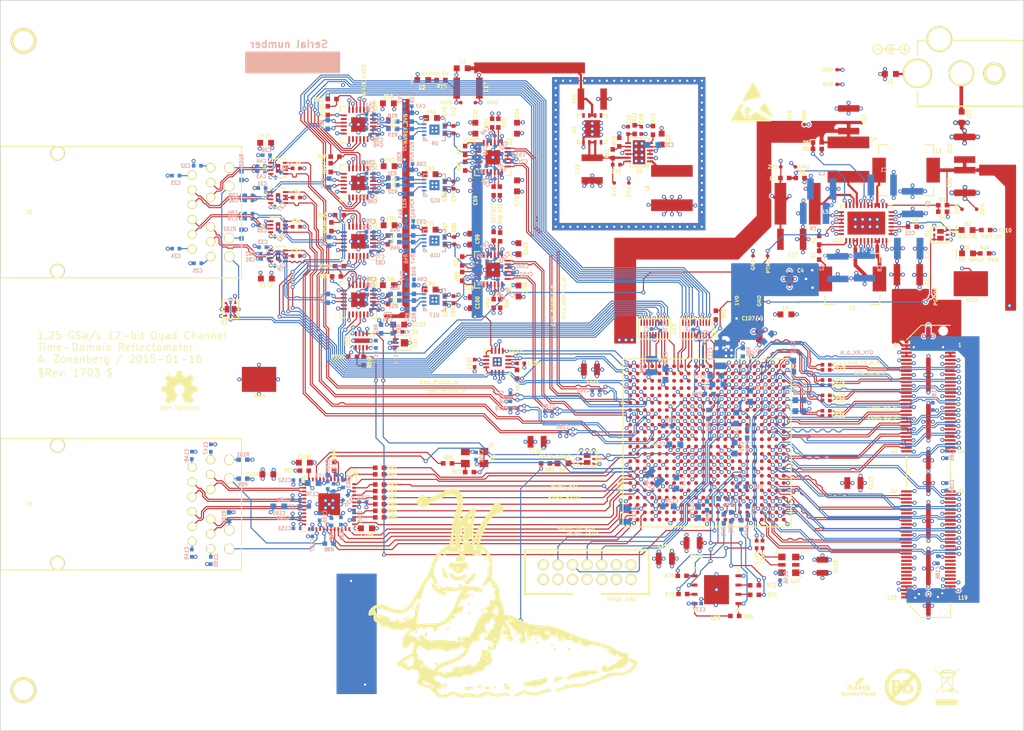
<source format=kicad_pcb>
(kicad_pcb (version 4) (host pcbnew "(2014-10-07 BZR 5167)-product")
  (layers (0 F.Cu signal hide) (1 In1.Cu signal hide) (2 In2.Cu signal) (31 B.Cu signal) (34 B.Paste user) (35 F.Paste user) (36 B.SilkS user) (37 F.SilkS user) (38 B.Mask user) (39 F.Mask user) (44 Edge.Cuts user))
  (net 0 "")
  (net 1 "/GPIO header/5V0")
  (net 2 "/Analog Front End/GND")
  (net 3 "/FPGA Support/1V0")
  (net 4 "/Ethernet interface/1V2")
  (net 5 "/Analog Front End/1V8")
  (net 6 "/Analog Front End/2V5")
  (net 7 "/Power Supply/6V0")
  (net 8 "Net-(C14-Pad2)")
  (net 9 "/Power Supply/A5V0_RAW")
  (net 10 "/Power Supply/6V0_COMP")
  (net 11 "/Analog Front End/A5V0")
  (net 12 "Net-(C18-Pad1)")
  (net 13 "Net-(C21-Pad1)")
  (net 14 "/TDR RJ45 connector/CAT5_CH1_TAP")
  (net 15 "/TDR RJ45 connector/CAT5_CH2_TAP")
  (net 16 "/TDR RJ45 connector/CAT5_CH3_TAP")
  (net 17 "/TDR RJ45 connector/CAT5_CH4_TAP")
  (net 18 "/Pulse Shaping/CH1_VT")
  (net 19 "/Pulse Shaping/CH2_VT")
  (net 20 "/Pulse Shaping/CH3_VT")
  (net 21 "/Pulse Shaping/CH4_VT")
  (net 22 "/Analog Front End/CH1_AC_P")
  (net 23 "/Analog Front End/CAT5_CH1_N")
  (net 24 "/Analog Front End/CH1_AC_N")
  (net 25 "/Analog Front End/AVREF_2V5")
  (net 26 "/Analog Front End/AFE_VREF")
  (net 27 "/Analog Front End/CAT5_CH2_P")
  (net 28 "/Analog Front End/CH2_AC_P")
  (net 29 "/Analog Front End/CAT5_CH2_N")
  (net 30 "/Analog Front End/CH2_AC_N")
  (net 31 "/Analog Front End/CAT5_CH3_P")
  (net 32 "/Analog Front End/CH3_AC_P")
  (net 33 "/Analog Front End/CAT5_CH3_N")
  (net 34 "/Analog Front End/CH3_AC_N")
  (net 35 "/Analog Front End/CAT5_CH4_P")
  (net 36 "/Analog Front End/CH4_AC_P")
  (net 37 "/Analog Front End/CAT5_CH4_N")
  (net 38 "/Analog Front End/CH4_AC_N")
  (net 39 "/FPGA Support/GTX_VCC")
  (net 40 "/FPGA Support/GTX_VTT")
  (net 41 "/FPGA Support/GTX_VAUX")
  (net 42 "/GPIO header/GTX_TX_3_P")
  (net 43 "/GPIO header/GTX_TX_3_N")
  (net 44 "/GPIO header/GTX_TX_2_P")
  (net 45 "/GPIO header/GTX_TX_2_N")
  (net 46 "/GPIO header/GTX_TX_1_P")
  (net 47 "/GPIO header/GTX_TX_1_N")
  (net 48 "/GPIO header/GTX_TX_0_P")
  (net 49 "/GPIO header/GTX_TX_0_N")
  (net 50 "/GPIO header/GTX_REFCLK_0_P")
  (net 51 "/GPIO header/GTX_REFCLK_0_N")
  (net 52 "/Ethernet interface/CH1_TAP")
  (net 53 "/Ethernet interface/CH2_TAP")
  (net 54 "/Ethernet interface/CH3_TAP")
  (net 55 "/Ethernet interface/CH4_TAP")
  (net 56 "/Ethernet interface/A1V2_ETH")
  (net 57 "/Ethernet interface/A1V2_ETHPLL")
  (net 58 "/FPGA Support/JTAG_TMS")
  (net 59 "/FPGA Support/JTAG_TCK")
  (net 60 "/FPGA Support/JTAG_TDO_TERM")
  (net 61 "/FPGA Support/JTAG_TDI")
  (net 62 "/Power Supply/GND_RAW")
  (net 63 "/Power Supply/PGOOD")
  (net 64 "Net-(D2-Pad2)")
  (net 65 "/FPGA Support/FPGA_DONE")
  (net 66 "Net-(D4-Pad2)")
  (net 67 "/FPGA pulse handling/TDR_LED2")
  (net 68 "/TDR RJ45 connector/TDR_LED1_N")
  (net 69 "/FPGA pulse handling/TDR_LED1")
  (net 70 "/TDR RJ45 connector/TDR_LED2_N")
  (net 71 "/Power Supply/FB_1V0")
  (net 72 "/Power Supply/FB_1V2")
  (net 73 "/Power Supply/FB_1V8")
  (net 74 "/Power Supply/FB_2V5")
  (net 75 "Net-(R10-Pad2)")
  (net 76 "/Power Supply/6V0_FB")
  (net 77 "/Power Supply/PSU_TEMP")
  (net 78 "Net-(D1-Pad1)")
  (net 79 "Net-(D3-Pad1)")
  (net 80 "Net-(D4-Pad1)")
  (net 81 "/GPIO header/LVDS_20_N")
  (net 82 "/GPIO header/LVDS_19_N")
  (net 83 "/GPIO header/LVDS_20_P")
  (net 84 "/GPIO header/LVDS_19_P")
  (net 85 "/GPIO header/LVDS_18_N")
  (net 86 "/GPIO header/LVDS_17_N")
  (net 87 "/GPIO header/LVDS_18_P")
  (net 88 "/GPIO header/LVDS_17_P")
  (net 89 "/GPIO header/LVDS_16_N")
  (net 90 "/GPIO header/LVDS_15_N")
  (net 91 "/GPIO header/LVDS_16_P")
  (net 92 "/GPIO header/LVDS_15_P")
  (net 93 "/GPIO header/LVDS_14_N")
  (net 94 "/GPIO header/LVDS_13_N")
  (net 95 "/GPIO header/LVDS_14_P")
  (net 96 "/GPIO header/LVDS_13_P")
  (net 97 "/GPIO header/LVDS_12_N")
  (net 98 "/GPIO header/LVDS_11_N")
  (net 99 "/GPIO header/LVDS_12_P")
  (net 100 "/GPIO header/LVDS_11_P")
  (net 101 "/GPIO header/LVDS_10_N")
  (net 102 "/GPIO header/LVDS_09_N")
  (net 103 "/GPIO header/LVDS_10_P")
  (net 104 "/GPIO header/LVDS_09_P")
  (net 105 "/GPIO header/LVDS_07_N")
  (net 106 "/GPIO header/LVDS_08_N")
  (net 107 "/GPIO header/LVDS_07_P")
  (net 108 "/GPIO header/LVDS_08_P")
  (net 109 "/GPIO header/LVDS_05_N")
  (net 110 "/GPIO header/LVDS_06_N")
  (net 111 "/GPIO header/LVDS_05_P")
  (net 112 "/GPIO header/LVDS_06_P")
  (net 113 "/GPIO header/LVDS_03_N")
  (net 114 "/GPIO header/LVDS_04_N")
  (net 115 "/GPIO header/LVDS_03_P")
  (net 116 "/GPIO header/LVDS_04_P")
  (net 117 "/GPIO header/LVDS_01_N")
  (net 118 "/GPIO header/LVDS_02_N")
  (net 119 "/GPIO header/LVDS_01_P")
  (net 120 "/GPIO header/LVDS_02_P")
  (net 121 "/FPGA Support/JTAG_TDO")
  (net 122 "Net-(R63-Pad1)")
  (net 123 "/Analog Front End/CH1_SPI_MISO")
  (net 124 "Net-(R64-Pad1)")
  (net 125 "/Analog Front End/CH2_SPI_MISO")
  (net 126 "Net-(R65-Pad1)")
  (net 127 "/Analog Front End/CH3_SPI_MISO")
  (net 128 "Net-(R66-Pad1)")
  (net 129 "/Analog Front End/CH4_SPI_MISO")
  (net 130 "/Analog Front End/DAC_SPI_MISO")
  (net 131 "/FPGA Support/CCLK_UNTERM")
  (net 132 "/FPGA Support/CCLK")
  (net 133 "Net-(R71-Pad1)")
  (net 134 "/Boot Flash/FLASH_SPI_DQ1")
  (net 135 "Net-(R72-Pad1)")
  (net 136 "/Boot Flash/FLASH_SPI_DQ2")
  (net 137 "/Boot Flash/FLASH_SPI_DQ3")
  (net 138 "Net-(R73-Pad2)")
  (net 139 "/Boot Flash/FLASH_SPI_DQ0")
  (net 140 "Net-(R74-Pad2)")
  (net 141 "Net-(R75-Pad1)")
  (net 142 "Net-(R76-Pad1)")
  (net 143 "Net-(R77-Pad1)")
  (net 144 "Net-(R78-Pad1)")
  (net 145 "Net-(R80-Pad1)")
  (net 146 "/Boot Flash/FLASH_SPI_CS_N")
  (net 147 "/Ethernet interface/PHY_CLK_25MHZ")
  (net 148 "/Ethernet interface/CLK_25MHZ_RAW")
  (net 149 "/Ethernet interface/FPGA_CLK_25MHZ")
  (net 150 "/Ethernet interface/RGMII_RXD3")
  (net 151 "Net-(R88-Pad2)")
  (net 152 "/Ethernet interface/RGMII_RXD2")
  (net 153 "Net-(R89-Pad2)")
  (net 154 "/Ethernet interface/RGMII_RXD1")
  (net 155 "Net-(R90-Pad2)")
  (net 156 "/Ethernet interface/RGMII_RXD0")
  (net 157 "Net-(R91-Pad2)")
  (net 158 "/Ethernet interface/RGMII_RX_DV")
  (net 159 "Net-(R92-Pad2)")
  (net 160 "/Ethernet interface/RGMII_RXC")
  (net 161 "Net-(R93-Pad2)")
  (net 162 "/Ethernet interface/PHY_MDIO")
  (net 163 "Net-(R94-Pad2)")
  (net 164 "/Ethernet interface/PHY_INT_N")
  (net 165 "Net-(R95-Pad2)")
  (net 166 "Net-(R79-Pad1)")
  (net 167 "Net-(R96-Pad2)")
  (net 168 "/Ethernet interface/ETH_LED1_N")
  (net 169 "/Ethernet interface/ETH_LED2_N")
  (net 170 "Net-(R16-Pad1)")
  (net 171 "/Analog Front End/CH1_BUF_P")
  (net 172 "Net-(R19-Pad1)")
  (net 173 "/Analog Front End/CH1_BUF_N")
  (net 174 "Net-(R21-Pad2)")
  (net 175 "Net-(R23-Pad2)")
  (net 176 "Net-(R24-Pad2)")
  (net 177 "/Analog Front End/CH2_BUF_P")
  (net 178 "/Analog Front End/CH2_BUF_N")
  (net 179 "Net-(R29-Pad1)")
  (net 180 "Net-(R32-Pad1)")
  (net 181 "Net-(R34-Pad2)")
  (net 182 "Net-(R36-Pad2)")
  (net 183 "Net-(R37-Pad2)")
  (net 184 "/Analog Front End/CH3_BUF_P")
  (net 185 "/Analog Front End/CH3_BUF_N")
  (net 186 "/Analog Front End/CH4_BUF_P")
  (net 187 "/Analog Front End/CH4_BUF_N")
  (net 188 "Net-(R42-Pad1)")
  (net 189 "Net-(R45-Pad1)")
  (net 190 "Net-(R47-Pad2)")
  (net 191 "Net-(R48-Pad1)")
  (net 192 "Net-(R51-Pad1)")
  (net 193 "Net-(R53-Pad2)")
  (net 194 "Net-(R56-Pad2)")
  (net 195 "Net-(R57-Pad2)")
  (net 196 "Net-(R58-Pad2)")
  (net 197 "Net-(R59-Pad2)")
  (net 198 "/Analog Front End/AVREF_1V25_UNBUF")
  (net 199 "/Analog Front End/PTMP_FB")
  (net 200 "/Analog Front End/PTMP_BUF")
  (net 201 "Net-(R68-Pad1)")
  (net 202 "/GPIO header/GTX_RREF")
  (net 203 "/Analog Front End/CH1_SPI_SCK")
  (net 204 "/Analog Front End/CH4_SPI_CS_N")
  (net 205 "/Analog Front End/CH1_SPI_CS_N")
  (net 206 "/Analog Front End/CH1_SPI_MOSI")
  (net 207 "/Analog Front End/CH3_SPI_SCK")
  (net 208 "/Analog Front End/CH4_SPI_SCK")
  (net 209 "/Analog Front End/DAC_SPI_MOSI")
  (net 210 "/Analog Front End/DAC_SPI_SCK")
  (net 211 "/Analog Front End/DAC_SPI_CS_N")
  (net 212 "/Analog Front End/CH2_SAMPLE_N")
  (net 213 "/Analog Front End/CH1_SAMPLE_N")
  (net 214 "/Analog Front End/CH2_SAMPLE_P")
  (net 215 "/Analog Front End/CH4_SAMPLE_N")
  (net 216 "/Analog Front End/CH4_SAMPLE_P")
  (net 217 "/Analog Front End/CH3_SAMPLE_P")
  (net 218 "/Analog Front End/CH3_SAMPLE_N")
  (net 219 "/Analog Front End/CH1_SAMPLE_P")
  (net 220 "/Ethernet interface/PHY_MDC")
  (net 221 "/Ethernet interface/ETH_RESET_N")
  (net 222 "/Ethernet interface/RGMII_TXD1")
  (net 223 "/Ethernet interface/RGMII_TXD0")
  (net 224 "/Ethernet interface/RGMII_TX_EN")
  (net 225 "/Analog Front End/CH2_SPI_MOSI")
  (net 226 "/Analog Front End/CH2_SPI_SCK")
  (net 227 "/FPGA pulse handling/CH2_PULSE_N")
  (net 228 "/FPGA pulse handling/CH3_PULSE_N")
  (net 229 "/FPGA pulse handling/CH3_PULSE_P")
  (net 230 "/FPGA pulse handling/CH4_PULSE_N")
  (net 231 "/FPGA pulse handling/CH1_PULSE_N")
  (net 232 "/Analog Front End/CH3_SPI_CS_N")
  (net 233 "/Analog Front End/CH4_SPI_MOSI")
  (net 234 "/Analog Front End/CH2_SPI_CS_N")
  (net 235 "/Analog Front End/CH3_SPI_MOSI")
  (net 236 "/FPGA pulse handling/CH2_PULSE_P")
  (net 237 "/FPGA pulse handling/CH4_PULSE_P")
  (net 238 "/FPGA pulse handling/CH1_PULSE_P")
  (net 239 "/Ethernet interface/RGMII_TXD3")
  (net 240 "/Ethernet interface/RGMII_TX_CLK")
  (net 241 "/FPGA Support/INIT_B")
  (net 242 "/Ethernet interface/RGMII_TXD2")
  (net 243 "/Analog Front End/AVREF_1V25")
  (net 244 "/Power Supply/SW_1V0")
  (net 245 "/Power Supply/SW_1V2")
  (net 246 "/Power Supply/SW_1V8")
  (net 247 "/Power Supply/SW_2V5")
  (net 248 "Net-(L6-Pad1)")
  (net 249 "/TDR RJ45 connector/TDR_LED1_P")
  (net 250 "/TDR RJ45 connector/TDR_LED2_P")
  (net 251 "/Ethernet interface/ETH_LED1_P")
  (net 252 "/Ethernet interface/ETH_LED2_P")
  (net 253 "Net-(R22-Pad1)")
  (net 254 "Net-(R22-Pad2)")
  (net 255 "Net-(R35-Pad1)")
  (net 256 "Net-(R35-Pad2)")
  (net 257 "Net-(R54-Pad1)")
  (net 258 "Net-(R54-Pad2)")
  (net 259 "Net-(R55-Pad1)")
  (net 260 "Net-(R55-Pad2)")
  (net 261 "/Ethernet interface/RBIAS_ETH")
  (net 262 "/Analog Front End/CH1_VDIFF")
  (net 263 "/Analog Front End/CH2_VDIFF")
  (net 264 "/Analog Front End/CH3_VDIFF")
  (net 265 "/Analog Front End/CH4_VDIFF")
  (net 266 "/Analog Front End/UNUSED_DACOUT")
  (net 267 "/Analog Front End/CAT5_CH1_P")
  (net 268 "/FPGA pulse handling/CH3_SPI_SCK_1V8")
  (net 269 "/FPGA pulse handling/CH2_SPI_CS_N_1V8")
  (net 270 "/FPGA pulse handling/CH3_SPI_CS_N_1V8")
  (net 271 "/FPGA pulse handling/CH3_SPI_MOSI_1V8")
  (net 272 "/FPGA pulse handling/CH3_SPI_MISO_1V8")
  (net 273 "/FPGA pulse handling/CH1_SPI_MISO_1V8")
  (net 274 "/FPGA pulse handling/CH1_SPI_SCK_1V8")
  (net 275 "/FPGA pulse handling/CH2_SPI_SCK_1V8")
  (net 276 "/FPGA pulse handling/CH4_SPI_MOSI_1V8")
  (net 277 "/FPGA pulse handling/CH4_SPI_SCK_1V8")
  (net 278 "/FPGA pulse handling/CH2_SPI_MISO_1V8")
  (net 279 "/FPGA pulse handling/CH4_SPI_MISO_1V8")
  (net 280 "/FPGA pulse handling/CH1_SPI_CS_N_1V8")
  (net 281 "/FPGA pulse handling/CH2_SPI_MOSI_1V8")
  (net 282 "/FPGA pulse handling/CH4_SPI_CS_N_1V8")
  (net 283 "/FPGA pulse handling/CH1_SPI_MOSI_1V8")
  (net 284 "/FPGA pulse handling/DAC_SPI_MISO_TERM")
  (net 285 "/GPIO header/G3TD_P")
  (net 286 "/GPIO header/G3TD_N")
  (net 287 "/GPIO header/G2TD_P")
  (net 288 "/GPIO header/G2TD_N")
  (net 289 "/GPIO header/G1TD_P")
  (net 290 "/GPIO header/G1TD_N")
  (net 291 "/GPIO header/G0TD_P")
  (net 292 "/GPIO header/G0TD_N")
  (net 293 "/GPIO header/GREF0_P")
  (net 294 "/GPIO header/GREF0_N")
  (net 295 "/Ethernet interface/ETH_C_N")
  (net 296 "/Ethernet interface/ETH_C_P")
  (net 297 "/Ethernet interface/ETH_B_P")
  (net 298 "/Ethernet interface/ETH_B_N")
  (net 299 "/Ethernet interface/ETH_4_P")
  (net 300 "/Ethernet interface/ETH_4_N")
  (net 301 "/Ethernet interface/ETH_A_N")
  (net 302 "/Ethernet interface/ETH_A_P")
  (net 303 "Net-(D2-Pad1)")
  (net 304 "/Power Supply/5V0_IN")
  (net 305 "/GPIO header/GTX_RX_3_P")
  (net 306 "/GPIO header/GTX_RX_3_N")
  (net 307 "/GPIO header/GTX_RX_2_P")
  (net 308 "/GPIO header/GTX_RX_2_N")
  (net 309 "/GPIO header/GTX_RX_1_P")
  (net 310 "/GPIO header/GTX_RX_1_N")
  (net 311 "/GPIO header/GTX_RX_0_P")
  (net 312 "/GPIO header/GTX_RX_0_N")
  (net 313 "/Power Supply/PGOOD_5V0")
  (module azonenberg:CONN_BELFUSE_0826_1G1T_23_F (layer F.Cu) (at 41 59 90)
    (fp_text reference J1 (at 0 -7 90) (layer F.SilkS) (effects (font (size 0.508 0.457) (thickness 0.11425))))
    (fp_text value BEL_FUSE_0826-1G1T-23-F hide)
    (pad "" np_thru_hole circle (at -6.35 0 90) (size 3.25 3.25) (drill 3.25) (layers *.Cu *.Mask F.SilkS))
    (pad "" np_thru_hole circle (at 6.35 0 90) (size 3.25 3.25) (drill 3.25) (layers *.Cu *.Mask F.SilkS))
    (pad 17 thru_hole circle (at 8.065 -3.18 90) (size 2 2) (drill 1.57) (layers *.Cu *.Mask F.SilkS) (net 2 "/Analog Front End/GND"))
    (pad 17 thru_hole circle (at -8.065 -3.18 90) (size 2 2) (drill 1.57) (layers *.Cu *.Mask F.SilkS) (net 2 "/Analog Front End/GND"))
    (pad 1 thru_hole circle (at -5.075 15.24 90) (size 1.25 1.25) (drill 0.89) (layers *.Cu *.Mask F.SilkS) (net 16 "/TDR RJ45 connector/CAT5_CH3_TAP"))
    (pad 2 thru_hole circle (at -3.045 15.24 90) (size 1.25 1.25) (drill 0.89) (layers *.Cu *.Mask F.SilkS) (net 31 "/Analog Front End/CAT5_CH3_P"))
    (pad 3 thru_hole circle (at -1.015 15.24 90) (size 1.25 1.25) (drill 0.89) (layers *.Cu *.Mask F.SilkS) (net 33 "/Analog Front End/CAT5_CH3_N"))
    (pad 4 thru_hole circle (at 1.015 15.24 90) (size 1.25 1.25) (drill 0.89) (layers *.Cu *.Mask F.SilkS) (net 27 "/Analog Front End/CAT5_CH2_P"))
    (pad 5 thru_hole circle (at 3.045 15.24 90) (size 1.25 1.25) (drill 0.89) (layers *.Cu *.Mask F.SilkS) (net 29 "/Analog Front End/CAT5_CH2_N"))
    (pad 6 thru_hole circle (at 5.075 15.24 90) (size 1.25 1.25) (drill 0.89) (layers *.Cu *.Mask F.SilkS) (net 15 "/TDR RJ45 connector/CAT5_CH2_TAP"))
    (pad 7 thru_hole circle (at -6.095 17.78 90) (size 1.25 1.25) (drill 0.89) (layers *.Cu *.Mask F.SilkS) (net 17 "/TDR RJ45 connector/CAT5_CH4_TAP"))
    (pad 8 thru_hole circle (at -4.065 17.78 90) (size 1.25 1.25) (drill 0.89) (layers *.Cu *.Mask F.SilkS) (net 35 "/Analog Front End/CAT5_CH4_P"))
    (pad 9 thru_hole circle (at -2.035 17.78 90) (size 1.25 1.25) (drill 0.89) (layers *.Cu *.Mask F.SilkS) (net 37 "/Analog Front End/CAT5_CH4_N"))
    (pad 10 thru_hole circle (at 2.035 17.78 90) (size 1.25 1.25) (drill 0.89) (layers *.Cu *.Mask F.SilkS) (net 267 "/Analog Front End/CAT5_CH1_P"))
    (pad 11 thru_hole circle (at 4.065 17.78 90) (size 1.25 1.25) (drill 0.89) (layers *.Cu *.Mask F.SilkS) (net 23 "/Analog Front End/CAT5_CH1_N"))
    (pad 12 thru_hole circle (at 6.095 17.78 90) (size 1.25 1.25) (drill 0.89) (layers *.Cu *.Mask F.SilkS) (net 14 "/TDR RJ45 connector/CAT5_CH1_TAP"))
    (pad 13 thru_hole circle (at -6.095 20.32 90) (size 1.4 1.4) (drill 1.14) (layers *.Cu *.Mask F.SilkS) (net 68 "/TDR RJ45 connector/TDR_LED1_N"))
    (pad 14 thru_hole circle (at -3.555 20.32 90) (size 1.4 1.4) (drill 1.14) (layers *.Cu *.Mask F.SilkS) (net 249 "/TDR RJ45 connector/TDR_LED1_P"))
    (pad 15 thru_hole circle (at 3.555 20.32 90) (size 1.4 1.4) (drill 1.14) (layers *.Cu *.Mask F.SilkS) (net 70 "/TDR RJ45 connector/TDR_LED2_N"))
    (pad 16 thru_hole circle (at 6.095 20.32 90) (size 1.4 1.4) (drill 1.14) (layers *.Cu *.Mask F.SilkS) (net 250 "/TDR RJ45 connector/TDR_LED2_P"))
  )
  (module azonenberg:BGA_484_22x22_FULLARRAY_1MM (layer F.Cu) (at 126.7 90.6 270)
    (fp_text reference U20 (at 6 12 270) (layer F.SilkS) (effects (font (size 0.508 0.457) (thickness 0.11425))))
    (fp_text value XC7K70T-1FBG484 hide)
    (pad A1 smd circle (at -10.5 -10.5 270) (size 0.53 0.53) (layers F.Cu F.Paste F.Mask) (net 2 "/Analog Front End/GND"))
    (pad A2 smd circle (at -9.5 -10.5 270) (size 0.53 0.53) (layers F.Cu F.Paste F.Mask) (net 40 "/FPGA Support/GTX_VTT"))
    (pad A3 smd circle (at -8.5 -10.5 270) (size 0.53 0.53) (layers F.Cu F.Paste F.Mask) (net 286 "/GPIO header/G3TD_N"))
    (pad A4 smd circle (at -7.5 -10.5 270) (size 0.53 0.53) (layers F.Cu F.Paste F.Mask) (net 285 "/GPIO header/G3TD_P"))
    (pad A5 smd circle (at -6.5 -10.5 270) (size 0.53 0.53) (layers F.Cu F.Paste F.Mask) (net 2 "/Analog Front End/GND"))
    (pad A6 smd circle (at -5.5 -10.5 270) (size 0.53 0.53) (layers F.Cu F.Paste F.Mask) (net 39 "/FPGA Support/GTX_VCC"))
    (pad A7 smd circle (at -4.5 -10.5 270) (size 0.53 0.53) (layers F.Cu F.Paste F.Mask) (net 2 "/Analog Front End/GND"))
    (pad A8 smd circle (at -3.5 -10.5 270) (size 0.53 0.53) (layers F.Cu F.Paste F.Mask) (net 118 "/GPIO header/LVDS_02_N"))
    (pad A9 smd circle (at -2.5 -10.5 270) (size 0.53 0.53) (layers F.Cu F.Paste F.Mask) (net 120 "/GPIO header/LVDS_02_P"))
    (pad A10 smd circle (at -1.5 -10.5 270) (size 0.53 0.53) (layers F.Cu F.Paste F.Mask) (net 114 "/GPIO header/LVDS_04_N"))
    (pad A11 smd circle (at -0.5 -10.5 270) (size 0.53 0.53) (layers F.Cu F.Paste F.Mask) (net 116 "/GPIO header/LVDS_04_P"))
    (pad A12 smd circle (at 0.5 -10.5 270) (size 0.53 0.53) (layers F.Cu F.Paste F.Mask) (net 2 "/Analog Front End/GND"))
    (pad A13 smd circle (at 1.5 -10.5 270) (size 0.53 0.53) (layers F.Cu F.Paste F.Mask) (net 112 "/GPIO header/LVDS_06_P"))
    (pad A14 smd circle (at 2.5 -10.5 270) (size 0.53 0.53) (layers F.Cu F.Paste F.Mask) (net 110 "/GPIO header/LVDS_06_N"))
    (pad A15 smd circle (at 3.5 -10.5 270) (size 0.53 0.53) (layers F.Cu F.Paste F.Mask) (net 106 "/GPIO header/LVDS_08_N"))
    (pad A16 smd circle (at 4.5 -10.5 270) (size 0.53 0.53) (layers F.Cu F.Paste F.Mask) (net 101 "/GPIO header/LVDS_10_N"))
    (pad A17 smd circle (at 5.5 -10.5 270) (size 0.53 0.53) (layers F.Cu F.Paste F.Mask) (net 6 "/Analog Front End/2V5"))
    (pad A18 smd circle (at 6.5 -10.5 270) (size 0.53 0.53) (layers F.Cu F.Paste F.Mask) (net 97 "/GPIO header/LVDS_12_N"))
    (pad A19 smd circle (at 7.5 -10.5 270) (size 0.53 0.53) (layers F.Cu F.Paste F.Mask) (net 93 "/GPIO header/LVDS_14_N"))
    (pad A20 smd circle (at 8.5 -10.5 270) (size 0.53 0.53) (layers F.Cu F.Paste F.Mask) (net 91 "/GPIO header/LVDS_16_P"))
    (pad A21 smd circle (at 9.5 -10.5 270) (size 0.53 0.53) (layers F.Cu F.Paste F.Mask) (net 89 "/GPIO header/LVDS_16_N"))
    (pad A22 smd circle (at 10.5 -10.5 270) (size 0.53 0.53) (layers F.Cu F.Paste F.Mask) (net 2 "/Analog Front End/GND"))
    (pad B1 smd circle (at -10.5 -9.5 270) (size 0.53 0.53) (layers F.Cu F.Paste F.Mask) (net 288 "/GPIO header/G2TD_N"))
    (pad B2 smd circle (at -9.5 -9.5 270) (size 0.53 0.53) (layers F.Cu F.Paste F.Mask) (net 287 "/GPIO header/G2TD_P"))
    (pad B3 smd circle (at -8.5 -9.5 270) (size 0.53 0.53) (layers F.Cu F.Paste F.Mask) (net 2 "/Analog Front End/GND"))
    (pad B4 smd circle (at -7.5 -9.5 270) (size 0.53 0.53) (layers F.Cu F.Paste F.Mask) (net 2 "/Analog Front End/GND"))
    (pad C4 smd circle (at -7.5 -8.5 270) (size 0.53 0.53) (layers F.Cu F.Paste F.Mask) (net 307 "/GPIO header/GTX_RX_2_P"))
    (pad C3 smd circle (at -8.5 -8.5 270) (size 0.53 0.53) (layers F.Cu F.Paste F.Mask) (net 308 "/GPIO header/GTX_RX_2_N"))
    (pad C2 smd circle (at -9.5 -8.5 270) (size 0.53 0.53) (layers F.Cu F.Paste F.Mask) (net 40 "/FPGA Support/GTX_VTT"))
    (pad B5 smd circle (at -6.5 -9.5 270) (size 0.53 0.53) (layers F.Cu F.Paste F.Mask) (net 306 "/GPIO header/GTX_RX_3_N"))
    (pad C5 smd circle (at -6.5 -8.5 270) (size 0.53 0.53) (layers F.Cu F.Paste F.Mask) (net 2 "/Analog Front End/GND"))
    (pad C1 smd circle (at -10.5 -8.5 270) (size 0.53 0.53) (layers F.Cu F.Paste F.Mask) (net 2 "/Analog Front End/GND"))
    (pad D1 smd circle (at -10.5 -7.5 270) (size 0.53 0.53) (layers F.Cu F.Paste F.Mask) (net 290 "/GPIO header/G1TD_N"))
    (pad D2 smd circle (at -9.5 -7.5 270) (size 0.53 0.53) (layers F.Cu F.Paste F.Mask) (net 289 "/GPIO header/G1TD_P"))
    (pad E2 smd circle (at -9.5 -6.5 270) (size 0.53 0.53) (layers F.Cu F.Paste F.Mask) (net 40 "/FPGA Support/GTX_VTT"))
    (pad E1 smd circle (at -10.5 -6.5 270) (size 0.53 0.53) (layers F.Cu F.Paste F.Mask) (net 2 "/Analog Front End/GND"))
    (pad F1 smd circle (at -10.5 -5.5 270) (size 0.53 0.53) (layers F.Cu F.Paste F.Mask) (net 292 "/GPIO header/G0TD_N"))
    (pad F2 smd circle (at -9.5 -5.5 270) (size 0.53 0.53) (layers F.Cu F.Paste F.Mask) (net 291 "/GPIO header/G0TD_P"))
    (pad G2 smd circle (at -9.5 -4.5 270) (size 0.53 0.53) (layers F.Cu F.Paste F.Mask) (net 40 "/FPGA Support/GTX_VTT"))
    (pad G1 smd circle (at -10.5 -4.5 270) (size 0.53 0.53) (layers F.Cu F.Paste F.Mask) (net 2 "/Analog Front End/GND"))
    (pad H1 smd circle (at -10.5 -3.5 270) (size 0.53 0.53) (layers F.Cu F.Paste F.Mask) (net 40 "/FPGA Support/GTX_VTT"))
    (pad H2 smd circle (at -9.5 -3.5 270) (size 0.53 0.53) (layers F.Cu F.Paste F.Mask) (net 202 "/GPIO header/GTX_RREF"))
    (pad J2 smd circle (at -9.5 -2.5 270) (size 0.53 0.53) (layers F.Cu F.Paste F.Mask) (net 2 "/Analog Front End/GND"))
    (pad J1 smd circle (at -10.5 -2.5 270) (size 0.53 0.53) (layers F.Cu F.Paste F.Mask) (net 2 "/Analog Front End/GND"))
    (pad D3 smd circle (at -8.5 -7.5 270) (size 0.53 0.53) (layers F.Cu F.Paste F.Mask) (net 2 "/Analog Front End/GND"))
    (pad D4 smd circle (at -7.5 -7.5 270) (size 0.53 0.53) (layers F.Cu F.Paste F.Mask) (net 2 "/Analog Front End/GND"))
    (pad D5 smd circle (at -6.5 -7.5 270) (size 0.53 0.53) (layers F.Cu F.Paste F.Mask) (net 294 "/GPIO header/GREF0_N"))
    (pad E5 smd circle (at -6.5 -6.5 270) (size 0.53 0.53) (layers F.Cu F.Paste F.Mask) (net 2 "/Analog Front End/GND"))
    (pad E4 smd circle (at -7.5 -6.5 270) (size 0.53 0.53) (layers F.Cu F.Paste F.Mask) (net 309 "/GPIO header/GTX_RX_1_P"))
    (pad E3 smd circle (at -8.5 -6.5 270) (size 0.53 0.53) (layers F.Cu F.Paste F.Mask) (net 310 "/GPIO header/GTX_RX_1_N"))
    (pad F3 smd circle (at -8.5 -5.5 270) (size 0.53 0.53) (layers F.Cu F.Paste F.Mask) (net 2 "/Analog Front End/GND"))
    (pad F4 smd circle (at -7.5 -5.5 270) (size 0.53 0.53) (layers F.Cu F.Paste F.Mask) (net 2 "/Analog Front End/GND"))
    (pad F5 smd circle (at -6.5 -5.5 270) (size 0.53 0.53) (layers F.Cu F.Paste F.Mask))
    (pad G3 smd circle (at -8.5 -4.5 270) (size 0.53 0.53) (layers F.Cu F.Paste F.Mask) (net 312 "/GPIO header/GTX_RX_0_N"))
    (pad G4 smd circle (at -7.5 -4.5 270) (size 0.53 0.53) (layers F.Cu F.Paste F.Mask) (net 311 "/GPIO header/GTX_RX_0_P"))
    (pad G5 smd circle (at -6.5 -4.5 270) (size 0.53 0.53) (layers F.Cu F.Paste F.Mask) (net 2 "/Analog Front End/GND"))
    (pad H5 smd circle (at -6.5 -3.5 270) (size 0.53 0.53) (layers F.Cu F.Paste F.Mask) (net 2 "/Analog Front End/GND"))
    (pad H4 smd circle (at -7.5 -3.5 270) (size 0.53 0.53) (layers F.Cu F.Paste F.Mask) (net 2 "/Analog Front End/GND"))
    (pad H3 smd circle (at -8.5 -3.5 270) (size 0.53 0.53) (layers F.Cu F.Paste F.Mask) (net 2 "/Analog Front End/GND"))
    (pad J3 smd circle (at -8.5 -2.5 270) (size 0.53 0.53) (layers F.Cu F.Paste F.Mask) (net 2 "/Analog Front End/GND"))
    (pad J4 smd circle (at -7.5 -2.5 270) (size 0.53 0.53) (layers F.Cu F.Paste F.Mask) (net 41 "/FPGA Support/GTX_VAUX"))
    (pad J5 smd circle (at -6.5 -2.5 270) (size 0.53 0.53) (layers F.Cu F.Paste F.Mask) (net 2 "/Analog Front End/GND"))
    (pad K5 smd circle (at -6.5 -1.5 270) (size 0.53 0.53) (layers F.Cu F.Paste F.Mask) (net 2 "/Analog Front End/GND"))
    (pad K4 smd circle (at -7.5 -1.5 270) (size 0.53 0.53) (layers F.Cu F.Paste F.Mask))
    (pad K3 smd circle (at -8.5 -1.5 270) (size 0.53 0.53) (layers F.Cu F.Paste F.Mask))
    (pad K2 smd circle (at -9.5 -1.5 270) (size 0.53 0.53) (layers F.Cu F.Paste F.Mask))
    (pad K1 smd circle (at -10.5 -1.5 270) (size 0.53 0.53) (layers F.Cu F.Paste F.Mask))
    (pad L1 smd circle (at -10.5 -0.5 270) (size 0.53 0.53) (layers F.Cu F.Paste F.Mask) (net 275 "/FPGA pulse handling/CH2_SPI_SCK_1V8"))
    (pad L2 smd circle (at -9.5 -0.5 270) (size 0.53 0.53) (layers F.Cu F.Paste F.Mask) (net 2 "/Analog Front End/GND"))
    (pad L3 smd circle (at -8.5 -0.5 270) (size 0.53 0.53) (layers F.Cu F.Paste F.Mask) (net 269 "/FPGA pulse handling/CH2_SPI_CS_N_1V8"))
    (pad L4 smd circle (at -7.5 -0.5 270) (size 0.53 0.53) (layers F.Cu F.Paste F.Mask))
    (pad L5 smd circle (at -6.5 -0.5 270) (size 0.53 0.53) (layers F.Cu F.Paste F.Mask))
    (pad M1 smd circle (at -10.5 0.5 270) (size 0.53 0.53) (layers F.Cu F.Paste F.Mask) (net 278 "/FPGA pulse handling/CH2_SPI_MISO_1V8"))
    (pad M2 smd circle (at -9.5 0.5 270) (size 0.53 0.53) (layers F.Cu F.Paste F.Mask))
    (pad M3 smd circle (at -8.5 0.5 270) (size 0.53 0.53) (layers F.Cu F.Paste F.Mask))
    (pad M4 smd circle (at -7.5 0.5 270) (size 0.53 0.53) (layers F.Cu F.Paste F.Mask) (net 5 "/Analog Front End/1V8"))
    (pad M5 smd circle (at -6.5 0.5 270) (size 0.53 0.53) (layers F.Cu F.Paste F.Mask))
    (pad N5 smd circle (at -6.5 1.5 270) (size 0.53 0.53) (layers F.Cu F.Paste F.Mask))
    (pad N4 smd circle (at -7.5 1.5 270) (size 0.53 0.53) (layers F.Cu F.Paste F.Mask))
    (pad N3 smd circle (at -8.5 1.5 270) (size 0.53 0.53) (layers F.Cu F.Paste F.Mask))
    (pad N2 smd circle (at -9.5 1.5 270) (size 0.53 0.53) (layers F.Cu F.Paste F.Mask) (net 281 "/FPGA pulse handling/CH2_SPI_MOSI_1V8"))
    (pad N1 smd circle (at -10.5 1.5 270) (size 0.53 0.53) (layers F.Cu F.Paste F.Mask) (net 5 "/Analog Front End/1V8"))
    (pad P1 smd circle (at -10.5 2.5 270) (size 0.53 0.53) (layers F.Cu F.Paste F.Mask) (net 280 "/FPGA pulse handling/CH1_SPI_CS_N_1V8"))
    (pad P2 smd circle (at -9.5 2.5 270) (size 0.53 0.53) (layers F.Cu F.Paste F.Mask) (net 274 "/FPGA pulse handling/CH1_SPI_SCK_1V8"))
    (pad R2 smd circle (at -9.5 3.5 270) (size 0.53 0.53) (layers F.Cu F.Paste F.Mask) (net 283 "/FPGA pulse handling/CH1_SPI_MOSI_1V8"))
    (pad R1 smd circle (at -10.5 3.5 270) (size 0.53 0.53) (layers F.Cu F.Paste F.Mask) (net 273 "/FPGA pulse handling/CH1_SPI_MISO_1V8"))
    (pad T1 smd circle (at -10.5 4.5 270) (size 0.53 0.53) (layers F.Cu F.Paste F.Mask) (net 282 "/FPGA pulse handling/CH4_SPI_CS_N_1V8"))
    (pad T2 smd circle (at -9.5 4.5 270) (size 0.53 0.53) (layers F.Cu F.Paste F.Mask) (net 5 "/Analog Front End/1V8"))
    (pad U2 smd circle (at -9.5 5.5 270) (size 0.53 0.53) (layers F.Cu F.Paste F.Mask) (net 276 "/FPGA pulse handling/CH4_SPI_MOSI_1V8"))
    (pad U1 smd circle (at -10.5 5.5 270) (size 0.53 0.53) (layers F.Cu F.Paste F.Mask) (net 277 "/FPGA pulse handling/CH4_SPI_SCK_1V8"))
    (pad V1 smd circle (at -10.5 6.5 270) (size 0.53 0.53) (layers F.Cu F.Paste F.Mask) (net 2 "/Analog Front End/GND"))
    (pad V2 smd circle (at -9.5 6.5 270) (size 0.53 0.53) (layers F.Cu F.Paste F.Mask) (net 279 "/FPGA pulse handling/CH4_SPI_MISO_1V8"))
    (pad W2 smd circle (at -9.5 7.5 270) (size 0.53 0.53) (layers F.Cu F.Paste F.Mask) (net 268 "/FPGA pulse handling/CH3_SPI_SCK_1V8"))
    (pad W1 smd circle (at -10.5 7.5 270) (size 0.53 0.53) (layers F.Cu F.Paste F.Mask) (net 270 "/FPGA pulse handling/CH3_SPI_CS_N_1V8"))
    (pad Y1 smd circle (at -10.5 8.5 270) (size 0.53 0.53) (layers F.Cu F.Paste F.Mask) (net 271 "/FPGA pulse handling/CH3_SPI_MOSI_1V8"))
    (pad Y2 smd circle (at -9.5 8.5 270) (size 0.53 0.53) (layers F.Cu F.Paste F.Mask) (net 272 "/FPGA pulse handling/CH3_SPI_MISO_1V8"))
    (pad AA2 smd circle (at -9.5 9.5 270) (size 0.53 0.53) (layers F.Cu F.Paste F.Mask) (net 2 "/Analog Front End/GND"))
    (pad AA1 smd circle (at -10.5 9.5 270) (size 0.53 0.53) (layers F.Cu F.Paste F.Mask) (net 210 "/Analog Front End/DAC_SPI_SCK"))
    (pad AB1 smd circle (at -10.5 10.5 270) (size 0.53 0.53) (layers F.Cu F.Paste F.Mask) (net 209 "/Analog Front End/DAC_SPI_MOSI"))
    (pad AB2 smd circle (at -9.5 10.5 270) (size 0.53 0.53) (layers F.Cu F.Paste F.Mask) (net 211 "/Analog Front End/DAC_SPI_CS_N"))
    (pad AB3 smd circle (at -8.5 10.5 270) (size 0.53 0.53) (layers F.Cu F.Paste F.Mask) (net 284 "/FPGA pulse handling/DAC_SPI_MISO_TERM"))
    (pad AB4 smd circle (at -7.5 10.5 270) (size 0.53 0.53) (layers F.Cu F.Paste F.Mask) (net 5 "/Analog Front End/1V8"))
    (pad AB5 smd circle (at -6.5 10.5 270) (size 0.53 0.53) (layers F.Cu F.Paste F.Mask) (net 213 "/Analog Front End/CH1_SAMPLE_N"))
    (pad AB6 smd circle (at -5.5 10.5 270) (size 0.53 0.53) (layers F.Cu F.Paste F.Mask) (net 212 "/Analog Front End/CH2_SAMPLE_N"))
    (pad AB7 smd circle (at -4.5 10.5 270) (size 0.53 0.53) (layers F.Cu F.Paste F.Mask) (net 218 "/Analog Front End/CH3_SAMPLE_N"))
    (pad AA3 smd circle (at -8.5 9.5 270) (size 0.53 0.53) (layers F.Cu F.Paste F.Mask) (net 69 "/FPGA pulse handling/TDR_LED1"))
    (pad AA4 smd circle (at -7.5 9.5 270) (size 0.53 0.53) (layers F.Cu F.Paste F.Mask) (net 67 "/FPGA pulse handling/TDR_LED2"))
    (pad AA5 smd circle (at -6.5 9.5 270) (size 0.53 0.53) (layers F.Cu F.Paste F.Mask) (net 219 "/Analog Front End/CH1_SAMPLE_P"))
    (pad AA6 smd circle (at -5.5 9.5 270) (size 0.53 0.53) (layers F.Cu F.Paste F.Mask) (net 214 "/Analog Front End/CH2_SAMPLE_P"))
    (pad AA7 smd circle (at -4.5 9.5 270) (size 0.53 0.53) (layers F.Cu F.Paste F.Mask) (net 5 "/Analog Front End/1V8"))
    (pad AA8 smd circle (at -3.5 9.5 270) (size 0.53 0.53) (layers F.Cu F.Paste F.Mask) (net 215 "/Analog Front End/CH4_SAMPLE_N"))
    (pad AA9 smd circle (at -2.5 9.5 270) (size 0.53 0.53) (layers F.Cu F.Paste F.Mask) (net 216 "/Analog Front End/CH4_SAMPLE_P"))
    (pad AA10 smd circle (at -1.5 9.5 270) (size 0.53 0.53) (layers F.Cu F.Paste F.Mask) (net 229 "/FPGA pulse handling/CH3_PULSE_P"))
    (pad AA11 smd circle (at -0.5 9.5 270) (size 0.53 0.53) (layers F.Cu F.Paste F.Mask))
    (pad AA12 smd circle (at 0.5 9.5 270) (size 0.53 0.53) (layers F.Cu F.Paste F.Mask) (net 2 "/Analog Front End/GND"))
    (pad AA13 smd circle (at 1.5 9.5 270) (size 0.53 0.53) (layers F.Cu F.Paste F.Mask))
    (pad AB13 smd circle (at 1.5 10.5 270) (size 0.53 0.53) (layers F.Cu F.Paste F.Mask))
    (pad AB12 smd circle (at 0.5 10.5 270) (size 0.53 0.53) (layers F.Cu F.Paste F.Mask))
    (pad AB11 smd circle (at -0.5 10.5 270) (size 0.53 0.53) (layers F.Cu F.Paste F.Mask))
    (pad AB10 smd circle (at -1.5 10.5 270) (size 0.53 0.53) (layers F.Cu F.Paste F.Mask) (net 228 "/FPGA pulse handling/CH3_PULSE_N"))
    (pad AB9 smd circle (at -2.5 10.5 270) (size 0.53 0.53) (layers F.Cu F.Paste F.Mask) (net 2 "/Analog Front End/GND"))
    (pad AB8 smd circle (at -3.5 10.5 270) (size 0.53 0.53) (layers F.Cu F.Paste F.Mask) (net 217 "/Analog Front End/CH3_SAMPLE_P"))
    (pad AA14 smd circle (at 2.5 9.5 270) (size 0.53 0.53) (layers F.Cu F.Paste F.Mask) (net 164 "/Ethernet interface/PHY_INT_N"))
    (pad AA15 smd circle (at 3.5 9.5 270) (size 0.53 0.53) (layers F.Cu F.Paste F.Mask) (net 220 "/Ethernet interface/PHY_MDC"))
    (pad AA16 smd circle (at 4.5 9.5 270) (size 0.53 0.53) (layers F.Cu F.Paste F.Mask) (net 156 "/Ethernet interface/RGMII_RXD0"))
    (pad AA17 smd circle (at 5.5 9.5 270) (size 0.53 0.53) (layers F.Cu F.Paste F.Mask) (net 5 "/Analog Front End/1V8"))
    (pad AA18 smd circle (at 6.5 9.5 270) (size 0.53 0.53) (layers F.Cu F.Paste F.Mask) (net 150 "/Ethernet interface/RGMII_RXD3"))
    (pad AA19 smd circle (at 7.5 9.5 270) (size 0.53 0.53) (layers F.Cu F.Paste F.Mask))
    (pad AA20 smd circle (at 8.5 9.5 270) (size 0.53 0.53) (layers F.Cu F.Paste F.Mask) (net 240 "/Ethernet interface/RGMII_TX_CLK"))
    (pad AA21 smd circle (at 9.5 9.5 270) (size 0.53 0.53) (layers F.Cu F.Paste F.Mask) (net 242 "/Ethernet interface/RGMII_TXD2"))
    (pad AA22 smd circle (at 10.5 9.5 270) (size 0.53 0.53) (layers F.Cu F.Paste F.Mask) (net 2 "/Analog Front End/GND"))
    (pad AB22 smd circle (at 10.5 10.5 270) (size 0.53 0.53) (layers F.Cu F.Paste F.Mask) (net 222 "/Ethernet interface/RGMII_TXD1"))
    (pad AB21 smd circle (at 9.5 10.5 270) (size 0.53 0.53) (layers F.Cu F.Paste F.Mask) (net 239 "/Ethernet interface/RGMII_TXD3"))
    (pad AB20 smd circle (at 8.5 10.5 270) (size 0.53 0.53) (layers F.Cu F.Paste F.Mask) (net 224 "/Ethernet interface/RGMII_TX_EN"))
    (pad AB19 smd circle (at 7.5 10.5 270) (size 0.53 0.53) (layers F.Cu F.Paste F.Mask) (net 2 "/Analog Front End/GND"))
    (pad AB18 smd circle (at 6.5 10.5 270) (size 0.53 0.53) (layers F.Cu F.Paste F.Mask) (net 152 "/Ethernet interface/RGMII_RXD2"))
    (pad AB17 smd circle (at 5.5 10.5 270) (size 0.53 0.53) (layers F.Cu F.Paste F.Mask) (net 154 "/Ethernet interface/RGMII_RXD1"))
    (pad AB16 smd circle (at 4.5 10.5 270) (size 0.53 0.53) (layers F.Cu F.Paste F.Mask) (net 158 "/Ethernet interface/RGMII_RX_DV"))
    (pad AB15 smd circle (at 3.5 10.5 270) (size 0.53 0.53) (layers F.Cu F.Paste F.Mask) (net 162 "/Ethernet interface/PHY_MDIO"))
    (pad AB14 smd circle (at 2.5 10.5 270) (size 0.53 0.53) (layers F.Cu F.Paste F.Mask) (net 5 "/Analog Front End/1V8"))
    (pad Y21 smd circle (at 9.5 8.5 270) (size 0.53 0.53) (layers F.Cu F.Paste F.Mask) (net 223 "/Ethernet interface/RGMII_TXD0"))
    (pad Y22 smd circle (at 10.5 8.5 270) (size 0.53 0.53) (layers F.Cu F.Paste F.Mask))
    (pad W22 smd circle (at 10.5 7.5 270) (size 0.53 0.53) (layers F.Cu F.Paste F.Mask))
    (pad W21 smd circle (at 9.5 7.5 270) (size 0.53 0.53) (layers F.Cu F.Paste F.Mask))
    (pad V21 smd circle (at 9.5 6.5 270) (size 0.53 0.53) (layers F.Cu F.Paste F.Mask) (net 2 "/Analog Front End/GND"))
    (pad V22 smd circle (at 10.5 6.5 270) (size 0.53 0.53) (layers F.Cu F.Paste F.Mask))
    (pad U22 smd circle (at 10.5 5.5 270) (size 0.53 0.53) (layers F.Cu F.Paste F.Mask))
    (pad U21 smd circle (at 9.5 5.5 270) (size 0.53 0.53) (layers F.Cu F.Paste F.Mask))
    (pad T21 smd circle (at 9.5 4.5 270) (size 0.53 0.53) (layers F.Cu F.Paste F.Mask))
    (pad T22 smd circle (at 10.5 4.5 270) (size 0.53 0.53) (layers F.Cu F.Paste F.Mask) (net 5 "/Analog Front End/1V8"))
    (pad R21 smd circle (at 9.5 3.5 270) (size 0.53 0.53) (layers F.Cu F.Paste F.Mask))
    (pad R22 smd circle (at 10.5 3.5 270) (size 0.53 0.53) (layers F.Cu F.Paste F.Mask))
    (pad P22 smd circle (at 10.5 2.5 270) (size 0.53 0.53) (layers F.Cu F.Paste F.Mask))
    (pad P21 smd circle (at 9.5 2.5 270) (size 0.53 0.53) (layers F.Cu F.Paste F.Mask))
    (pad N21 smd circle (at 9.5 1.5 270) (size 0.53 0.53) (layers F.Cu F.Paste F.Mask) (net 5 "/Analog Front End/1V8"))
    (pad N22 smd circle (at 10.5 1.5 270) (size 0.53 0.53) (layers F.Cu F.Paste F.Mask))
    (pad M22 smd circle (at 10.5 0.5 270) (size 0.53 0.53) (layers F.Cu F.Paste F.Mask))
    (pad M21 smd circle (at 9.5 0.5 270) (size 0.53 0.53) (layers F.Cu F.Paste F.Mask))
    (pad L21 smd circle (at 9.5 -0.5 270) (size 0.53 0.53) (layers F.Cu F.Paste F.Mask))
    (pad L22 smd circle (at 10.5 -0.5 270) (size 0.53 0.53) (layers F.Cu F.Paste F.Mask) (net 2 "/Analog Front End/GND"))
    (pad K22 smd circle (at 10.5 -1.5 270) (size 0.53 0.53) (layers F.Cu F.Paste F.Mask))
    (pad K21 smd circle (at 9.5 -1.5 270) (size 0.53 0.53) (layers F.Cu F.Paste F.Mask))
    (pad J21 smd circle (at 9.5 -2.5 270) (size 0.53 0.53) (layers F.Cu F.Paste F.Mask))
    (pad J22 smd circle (at 10.5 -2.5 270) (size 0.53 0.53) (layers F.Cu F.Paste F.Mask))
    (pad B6 smd circle (at -5.5 -9.5 270) (size 0.53 0.53) (layers F.Cu F.Paste F.Mask) (net 305 "/GPIO header/GTX_RX_3_P"))
    (pad B7 smd circle (at -4.5 -9.5 270) (size 0.53 0.53) (layers F.Cu F.Paste F.Mask) (net 2 "/Analog Front End/GND"))
    (pad B8 smd circle (at -3.5 -9.5 270) (size 0.53 0.53) (layers F.Cu F.Paste F.Mask) (net 117 "/GPIO header/LVDS_01_N"))
    (pad B9 smd circle (at -2.5 -9.5 270) (size 0.53 0.53) (layers F.Cu F.Paste F.Mask) (net 2 "/Analog Front End/GND"))
    (pad B10 smd circle (at -1.5 -9.5 270) (size 0.53 0.53) (layers F.Cu F.Paste F.Mask))
    (pad B11 smd circle (at -0.5 -9.5 270) (size 0.53 0.53) (layers F.Cu F.Paste F.Mask))
    (pad B12 smd circle (at 0.5 -9.5 270) (size 0.53 0.53) (layers F.Cu F.Paste F.Mask) (net 105 "/GPIO header/LVDS_07_N"))
    (pad B13 smd circle (at 1.5 -9.5 270) (size 0.53 0.53) (layers F.Cu F.Paste F.Mask) (net 102 "/GPIO header/LVDS_09_N"))
    (pad B14 smd circle (at 2.5 -9.5 270) (size 0.53 0.53) (layers F.Cu F.Paste F.Mask) (net 6 "/Analog Front End/2V5"))
    (pad B15 smd circle (at 3.5 -9.5 270) (size 0.53 0.53) (layers F.Cu F.Paste F.Mask) (net 108 "/GPIO header/LVDS_08_P"))
    (pad B16 smd circle (at 4.5 -9.5 270) (size 0.53 0.53) (layers F.Cu F.Paste F.Mask) (net 103 "/GPIO header/LVDS_10_P"))
    (pad B17 smd circle (at 5.5 -9.5 270) (size 0.53 0.53) (layers F.Cu F.Paste F.Mask) (net 99 "/GPIO header/LVDS_12_P"))
    (pad B18 smd circle (at 6.5 -9.5 270) (size 0.53 0.53) (layers F.Cu F.Paste F.Mask) (net 95 "/GPIO header/LVDS_14_P"))
    (pad B19 smd circle (at 7.5 -9.5 270) (size 0.53 0.53) (layers F.Cu F.Paste F.Mask) (net 2 "/Analog Front End/GND"))
    (pad B20 smd circle (at 8.5 -9.5 270) (size 0.53 0.53) (layers F.Cu F.Paste F.Mask) (net 88 "/GPIO header/LVDS_17_P"))
    (pad B21 smd circle (at 9.5 -9.5 270) (size 0.53 0.53) (layers F.Cu F.Paste F.Mask) (net 86 "/GPIO header/LVDS_17_N"))
    (pad B22 smd circle (at 10.5 -9.5 270) (size 0.53 0.53) (layers F.Cu F.Paste F.Mask) (net 85 "/GPIO header/LVDS_18_N"))
    (pad C22 smd circle (at 10.5 -8.5 270) (size 0.53 0.53) (layers F.Cu F.Paste F.Mask) (net 87 "/GPIO header/LVDS_18_P"))
    (pad C21 smd circle (at 9.5 -8.5 270) (size 0.53 0.53) (layers F.Cu F.Paste F.Mask) (net 6 "/Analog Front End/2V5"))
    (pad D21 smd circle (at 9.5 -7.5 270) (size 0.53 0.53) (layers F.Cu F.Paste F.Mask) (net 83 "/GPIO header/LVDS_20_P"))
    (pad D22 smd circle (at 10.5 -7.5 270) (size 0.53 0.53) (layers F.Cu F.Paste F.Mask) (net 81 "/GPIO header/LVDS_20_N"))
    (pad E22 smd circle (at 10.5 -6.5 270) (size 0.53 0.53) (layers F.Cu F.Paste F.Mask))
    (pad E21 smd circle (at 9.5 -6.5 270) (size 0.53 0.53) (layers F.Cu F.Paste F.Mask))
    (pad F21 smd circle (at 9.5 -5.5 270) (size 0.53 0.53) (layers F.Cu F.Paste F.Mask))
    (pad F22 smd circle (at 10.5 -5.5 270) (size 0.53 0.53) (layers F.Cu F.Paste F.Mask) (net 5 "/Analog Front End/1V8"))
    (pad G22 smd circle (at 10.5 -4.5 270) (size 0.53 0.53) (layers F.Cu F.Paste F.Mask))
    (pad G21 smd circle (at 9.5 -4.5 270) (size 0.53 0.53) (layers F.Cu F.Paste F.Mask))
    (pad H21 smd circle (at 9.5 -3.5 270) (size 0.53 0.53) (layers F.Cu F.Paste F.Mask) (net 2 "/Analog Front End/GND"))
    (pad H22 smd circle (at 10.5 -3.5 270) (size 0.53 0.53) (layers F.Cu F.Paste F.Mask))
    (pad C6 smd circle (at -5.5 -8.5 270) (size 0.53 0.53) (layers F.Cu F.Paste F.Mask) (net 39 "/FPGA Support/GTX_VCC"))
    (pad C7 smd circle (at -4.5 -8.5 270) (size 0.53 0.53) (layers F.Cu F.Paste F.Mask) (net 2 "/Analog Front End/GND"))
    (pad C8 smd circle (at -3.5 -8.5 270) (size 0.53 0.53) (layers F.Cu F.Paste F.Mask) (net 119 "/GPIO header/LVDS_01_P"))
    (pad C9 smd circle (at -2.5 -8.5 270) (size 0.53 0.53) (layers F.Cu F.Paste F.Mask) (net 113 "/GPIO header/LVDS_03_N"))
    (pad C10 smd circle (at -1.5 -8.5 270) (size 0.53 0.53) (layers F.Cu F.Paste F.Mask) (net 109 "/GPIO header/LVDS_05_N"))
    (pad C11 smd circle (at -0.5 -8.5 270) (size 0.53 0.53) (layers F.Cu F.Paste F.Mask) (net 6 "/Analog Front End/2V5"))
    (pad C12 smd circle (at 0.5 -8.5 270) (size 0.53 0.53) (layers F.Cu F.Paste F.Mask) (net 107 "/GPIO header/LVDS_07_P"))
    (pad C13 smd circle (at 1.5 -8.5 270) (size 0.53 0.53) (layers F.Cu F.Paste F.Mask) (net 104 "/GPIO header/LVDS_09_P"))
    (pad C14 smd circle (at 2.5 -8.5 270) (size 0.53 0.53) (layers F.Cu F.Paste F.Mask) (net 100 "/GPIO header/LVDS_11_P"))
    (pad C15 smd circle (at 3.5 -8.5 270) (size 0.53 0.53) (layers F.Cu F.Paste F.Mask) (net 98 "/GPIO header/LVDS_11_N"))
    (pad C16 smd circle (at 4.5 -8.5 270) (size 0.53 0.53) (layers F.Cu F.Paste F.Mask) (net 2 "/Analog Front End/GND"))
    (pad C17 smd circle (at 5.5 -8.5 270) (size 0.53 0.53) (layers F.Cu F.Paste F.Mask) (net 96 "/GPIO header/LVDS_13_P"))
    (pad C18 smd circle (at 6.5 -8.5 270) (size 0.53 0.53) (layers F.Cu F.Paste F.Mask) (net 94 "/GPIO header/LVDS_13_N"))
    (pad C19 smd circle (at 7.5 -8.5 270) (size 0.53 0.53) (layers F.Cu F.Paste F.Mask) (net 92 "/GPIO header/LVDS_15_P"))
    (pad C20 smd circle (at 8.5 -8.5 270) (size 0.53 0.53) (layers F.Cu F.Paste F.Mask) (net 90 "/GPIO header/LVDS_15_N"))
    (pad D20 smd circle (at 8.5 -7.5 270) (size 0.53 0.53) (layers F.Cu F.Paste F.Mask) (net 82 "/GPIO header/LVDS_19_N"))
    (pad E20 smd circle (at 8.5 -6.5 270) (size 0.53 0.53) (layers F.Cu F.Paste F.Mask) (net 2 "/Analog Front End/GND"))
    (pad F20 smd circle (at 8.5 -5.5 270) (size 0.53 0.53) (layers F.Cu F.Paste F.Mask))
    (pad G20 smd circle (at 8.5 -4.5 270) (size 0.53 0.53) (layers F.Cu F.Paste F.Mask))
    (pad H20 smd circle (at 8.5 -3.5 270) (size 0.53 0.53) (layers F.Cu F.Paste F.Mask))
    (pad P3 smd circle (at -8.5 2.5 270) (size 0.53 0.53) (layers F.Cu F.Paste F.Mask) (net 2 "/Analog Front End/GND"))
    (pad R3 smd circle (at -8.5 3.5 270) (size 0.53 0.53) (layers F.Cu F.Paste F.Mask))
    (pad T3 smd circle (at -8.5 4.5 270) (size 0.53 0.53) (layers F.Cu F.Paste F.Mask))
    (pad U3 smd circle (at -8.5 5.5 270) (size 0.53 0.53) (layers F.Cu F.Paste F.Mask))
    (pad V3 smd circle (at -8.5 6.5 270) (size 0.53 0.53) (layers F.Cu F.Paste F.Mask))
    (pad W3 smd circle (at -8.5 7.5 270) (size 0.53 0.53) (layers F.Cu F.Paste F.Mask) (net 5 "/Analog Front End/1V8"))
    (pad Y3 smd circle (at -8.5 8.5 270) (size 0.53 0.53) (layers F.Cu F.Paste F.Mask))
    (pad Y4 smd circle (at -7.5 8.5 270) (size 0.53 0.53) (layers F.Cu F.Paste F.Mask))
    (pad Y5 smd circle (at -6.5 8.5 270) (size 0.53 0.53) (layers F.Cu F.Paste F.Mask) (net 2 "/Analog Front End/GND"))
    (pad Y6 smd circle (at -5.5 8.5 270) (size 0.53 0.53) (layers F.Cu F.Paste F.Mask) (net 231 "/FPGA pulse handling/CH1_PULSE_N"))
    (pad Y7 smd circle (at -4.5 8.5 270) (size 0.53 0.53) (layers F.Cu F.Paste F.Mask) (net 227 "/FPGA pulse handling/CH2_PULSE_N"))
    (pad Y8 smd circle (at -3.5 8.5 270) (size 0.53 0.53) (layers F.Cu F.Paste F.Mask) (net 236 "/FPGA pulse handling/CH2_PULSE_P"))
    (pad Y9 smd circle (at -2.5 8.5 270) (size 0.53 0.53) (layers F.Cu F.Paste F.Mask) (net 230 "/FPGA pulse handling/CH4_PULSE_N"))
    (pad Y10 smd circle (at -1.5 8.5 270) (size 0.53 0.53) (layers F.Cu F.Paste F.Mask) (net 5 "/Analog Front End/1V8"))
    (pad Y11 smd circle (at -0.5 8.5 270) (size 0.53 0.53) (layers F.Cu F.Paste F.Mask))
    (pad Y12 smd circle (at 0.5 8.5 270) (size 0.53 0.53) (layers F.Cu F.Paste F.Mask))
    (pad Y13 smd circle (at 1.5 8.5 270) (size 0.53 0.53) (layers F.Cu F.Paste F.Mask))
    (pad Y14 smd circle (at 2.5 8.5 270) (size 0.53 0.53) (layers F.Cu F.Paste F.Mask))
    (pad Y15 smd circle (at 3.5 8.5 270) (size 0.53 0.53) (layers F.Cu F.Paste F.Mask) (net 2 "/Analog Front End/GND"))
    (pad Y16 smd circle (at 4.5 8.5 270) (size 0.53 0.53) (layers F.Cu F.Paste F.Mask) (net 221 "/Ethernet interface/ETH_RESET_N"))
    (pad Y17 smd circle (at 5.5 8.5 270) (size 0.53 0.53) (layers F.Cu F.Paste F.Mask))
    (pad Y18 smd circle (at 6.5 8.5 270) (size 0.53 0.53) (layers F.Cu F.Paste F.Mask))
    (pad Y19 smd circle (at 7.5 8.5 270) (size 0.53 0.53) (layers F.Cu F.Paste F.Mask))
    (pad Y20 smd circle (at 8.5 8.5 270) (size 0.53 0.53) (layers F.Cu F.Paste F.Mask) (net 5 "/Analog Front End/1V8"))
    (pad W20 smd circle (at 8.5 7.5 270) (size 0.53 0.53) (layers F.Cu F.Paste F.Mask))
    (pad V20 smd circle (at 8.5 6.5 270) (size 0.53 0.53) (layers F.Cu F.Paste F.Mask) (net 160 "/Ethernet interface/RGMII_RXC"))
    (pad U20 smd circle (at 8.5 5.5 270) (size 0.53 0.53) (layers F.Cu F.Paste F.Mask))
    (pad T20 smd circle (at 8.5 4.5 270) (size 0.53 0.53) (layers F.Cu F.Paste F.Mask))
    (pad R20 smd circle (at 8.5 3.5 270) (size 0.53 0.53) (layers F.Cu F.Paste F.Mask) (net 2 "/Analog Front End/GND"))
    (pad P20 smd circle (at 8.5 2.5 270) (size 0.53 0.53) (layers F.Cu F.Paste F.Mask))
    (pad N20 smd circle (at 8.5 1.5 270) (size 0.53 0.53) (layers F.Cu F.Paste F.Mask))
    (pad M20 smd circle (at 8.5 0.5 270) (size 0.53 0.53) (layers F.Cu F.Paste F.Mask))
    (pad L20 smd circle (at 8.5 -0.5 270) (size 0.53 0.53) (layers F.Cu F.Paste F.Mask))
    (pad K20 smd circle (at 8.5 -1.5 270) (size 0.53 0.53) (layers F.Cu F.Paste F.Mask) (net 5 "/Analog Front End/1V8"))
    (pad J20 smd circle (at 8.5 -2.5 270) (size 0.53 0.53) (layers F.Cu F.Paste F.Mask))
    (pad P4 smd circle (at -7.5 2.5 270) (size 0.53 0.53) (layers F.Cu F.Paste F.Mask))
    (pad P5 smd circle (at -6.5 2.5 270) (size 0.53 0.53) (layers F.Cu F.Paste F.Mask))
    (pad R4 smd circle (at -7.5 3.5 270) (size 0.53 0.53) (layers F.Cu F.Paste F.Mask))
    (pad R5 smd circle (at -6.5 3.5 270) (size 0.53 0.53) (layers F.Cu F.Paste F.Mask) (net 5 "/Analog Front End/1V8"))
    (pad T4 smd circle (at -7.5 4.5 270) (size 0.53 0.53) (layers F.Cu F.Paste F.Mask))
    (pad T5 smd circle (at -6.5 4.5 270) (size 0.53 0.53) (layers F.Cu F.Paste F.Mask))
    (pad U4 smd circle (at -7.5 5.5 270) (size 0.53 0.53) (layers F.Cu F.Paste F.Mask) (net 2 "/Analog Front End/GND"))
    (pad U5 smd circle (at -6.5 5.5 270) (size 0.53 0.53) (layers F.Cu F.Paste F.Mask))
    (pad V4 smd circle (at -7.5 6.5 270) (size 0.53 0.53) (layers F.Cu F.Paste F.Mask))
    (pad V5 smd circle (at -6.5 6.5 270) (size 0.53 0.53) (layers F.Cu F.Paste F.Mask))
    (pad W5 smd circle (at -6.5 7.5 270) (size 0.53 0.53) (layers F.Cu F.Paste F.Mask))
    (pad W4 smd circle (at -7.5 7.5 270) (size 0.53 0.53) (layers F.Cu F.Paste F.Mask))
    (pad V6 smd circle (at -5.5 6.5 270) (size 0.53 0.53) (layers F.Cu F.Paste F.Mask) (net 5 "/Analog Front End/1V8"))
    (pad W6 smd circle (at -5.5 7.5 270) (size 0.53 0.53) (layers F.Cu F.Paste F.Mask) (net 238 "/FPGA pulse handling/CH1_PULSE_P"))
    (pad W7 smd circle (at -4.5 7.5 270) (size 0.53 0.53) (layers F.Cu F.Paste F.Mask))
    (pad V7 smd circle (at -4.5 6.5 270) (size 0.53 0.53) (layers F.Cu F.Paste F.Mask))
    (pad V8 smd circle (at -3.5 6.5 270) (size 0.53 0.53) (layers F.Cu F.Paste F.Mask))
    (pad W8 smd circle (at -3.5 7.5 270) (size 0.53 0.53) (layers F.Cu F.Paste F.Mask) (net 2 "/Analog Front End/GND"))
    (pad W9 smd circle (at -2.5 7.5 270) (size 0.53 0.53) (layers F.Cu F.Paste F.Mask) (net 237 "/FPGA pulse handling/CH4_PULSE_P"))
    (pad V9 smd circle (at -2.5 6.5 270) (size 0.53 0.53) (layers F.Cu F.Paste F.Mask))
    (pad V10 smd circle (at -1.5 6.5 270) (size 0.53 0.53) (layers F.Cu F.Paste F.Mask))
    (pad V11 smd circle (at -0.5 6.5 270) (size 0.53 0.53) (layers F.Cu F.Paste F.Mask) (net 2 "/Analog Front End/GND"))
    (pad W11 smd circle (at -0.5 7.5 270) (size 0.53 0.53) (layers F.Cu F.Paste F.Mask))
    (pad W10 smd circle (at -1.5 7.5 270) (size 0.53 0.53) (layers F.Cu F.Paste F.Mask))
    (pad V12 smd circle (at 0.5 6.5 270) (size 0.53 0.53) (layers F.Cu F.Paste F.Mask))
    (pad W12 smd circle (at 0.5 7.5 270) (size 0.53 0.53) (layers F.Cu F.Paste F.Mask))
    (pad V13 smd circle (at 1.5 6.5 270) (size 0.53 0.53) (layers F.Cu F.Paste F.Mask))
    (pad W13 smd circle (at 1.5 7.5 270) (size 0.53 0.53) (layers F.Cu F.Paste F.Mask) (net 5 "/Analog Front End/1V8"))
    (pad W14 smd circle (at 2.5 7.5 270) (size 0.53 0.53) (layers F.Cu F.Paste F.Mask))
    (pad V14 smd circle (at 2.5 6.5 270) (size 0.53 0.53) (layers F.Cu F.Paste F.Mask))
    (pad V15 smd circle (at 3.5 6.5 270) (size 0.53 0.53) (layers F.Cu F.Paste F.Mask))
    (pad W15 smd circle (at 3.5 7.5 270) (size 0.53 0.53) (layers F.Cu F.Paste F.Mask))
    (pad W16 smd circle (at 4.5 7.5 270) (size 0.53 0.53) (layers F.Cu F.Paste F.Mask))
    (pad V16 smd circle (at 4.5 6.5 270) (size 0.53 0.53) (layers F.Cu F.Paste F.Mask) (net 5 "/Analog Front End/1V8"))
    (pad V17 smd circle (at 5.5 6.5 270) (size 0.53 0.53) (layers F.Cu F.Paste F.Mask))
    (pad V18 smd circle (at 6.5 6.5 270) (size 0.53 0.53) (layers F.Cu F.Paste F.Mask))
    (pad V19 smd circle (at 7.5 6.5 270) (size 0.53 0.53) (layers F.Cu F.Paste F.Mask) (net 149 "/Ethernet interface/FPGA_CLK_25MHZ"))
    (pad U19 smd circle (at 7.5 5.5 270) (size 0.53 0.53) (layers F.Cu F.Paste F.Mask) (net 5 "/Analog Front End/1V8"))
    (pad U18 smd circle (at 6.5 5.5 270) (size 0.53 0.53) (layers F.Cu F.Paste F.Mask))
    (pad T18 smd circle (at 6.5 4.5 270) (size 0.53 0.53) (layers F.Cu F.Paste F.Mask))
    (pad T19 smd circle (at 7.5 4.5 270) (size 0.53 0.53) (layers F.Cu F.Paste F.Mask))
    (pad W19 smd circle (at 7.5 7.5 270) (size 0.53 0.53) (layers F.Cu F.Paste F.Mask))
    (pad W18 smd circle (at 6.5 7.5 270) (size 0.53 0.53) (layers F.Cu F.Paste F.Mask) (net 2 "/Analog Front End/GND"))
    (pad W17 smd circle (at 5.5 7.5 270) (size 0.53 0.53) (layers F.Cu F.Paste F.Mask))
    (pad R18 smd circle (at 6.5 3.5 270) (size 0.53 0.53) (layers F.Cu F.Paste F.Mask))
    (pad R19 smd circle (at 7.5 3.5 270) (size 0.53 0.53) (layers F.Cu F.Paste F.Mask))
    (pad P18 smd circle (at 6.5 2.5 270) (size 0.53 0.53) (layers F.Cu F.Paste F.Mask) (net 5 "/Analog Front End/1V8"))
    (pad P19 smd circle (at 7.5 2.5 270) (size 0.53 0.53) (layers F.Cu F.Paste F.Mask))
    (pad N19 smd circle (at 7.5 1.5 270) (size 0.53 0.53) (layers F.Cu F.Paste F.Mask))
    (pad N18 smd circle (at 6.5 1.5 270) (size 0.53 0.53) (layers F.Cu F.Paste F.Mask))
    (pad M18 smd circle (at 6.5 0.5 270) (size 0.53 0.53) (layers F.Cu F.Paste F.Mask))
    (pad M19 smd circle (at 7.5 0.5 270) (size 0.53 0.53) (layers F.Cu F.Paste F.Mask) (net 2 "/Analog Front End/GND"))
    (pad L19 smd circle (at 7.5 -0.5 270) (size 0.53 0.53) (layers F.Cu F.Paste F.Mask))
    (pad L18 smd circle (at 6.5 -0.5 270) (size 0.53 0.53) (layers F.Cu F.Paste F.Mask))
    (pad K18 smd circle (at 6.5 -1.5 270) (size 0.53 0.53) (layers F.Cu F.Paste F.Mask) (net 166 "Net-(R79-Pad1)"))
    (pad K19 smd circle (at 7.5 -1.5 270) (size 0.53 0.53) (layers F.Cu F.Paste F.Mask))
    (pad J19 smd circle (at 7.5 -2.5 270) (size 0.53 0.53) (layers F.Cu F.Paste F.Mask))
    (pad J18 smd circle (at 6.5 -2.5 270) (size 0.53 0.53) (layers F.Cu F.Paste F.Mask) (net 2 "/Analog Front End/GND"))
    (pad H18 smd circle (at 6.5 -3.5 270) (size 0.53 0.53) (layers F.Cu F.Paste F.Mask) (net 141 "Net-(R75-Pad1)"))
    (pad H19 smd circle (at 7.5 -3.5 270) (size 0.53 0.53) (layers F.Cu F.Paste F.Mask) (net 142 "Net-(R76-Pad1)"))
    (pad G19 smd circle (at 7.5 -4.5 270) (size 0.53 0.53) (layers F.Cu F.Paste F.Mask) (net 5 "/Analog Front End/1V8"))
    (pad G18 smd circle (at 6.5 -4.5 270) (size 0.53 0.53) (layers F.Cu F.Paste F.Mask) (net 143 "Net-(R77-Pad1)"))
    (pad F18 smd circle (at 6.5 -5.5 270) (size 0.53 0.53) (layers F.Cu F.Paste F.Mask))
    (pad F19 smd circle (at 7.5 -5.5 270) (size 0.53 0.53) (layers F.Cu F.Paste F.Mask) (net 144 "Net-(R78-Pad1)"))
    (pad E19 smd circle (at 7.5 -6.5 270) (size 0.53 0.53) (layers F.Cu F.Paste F.Mask))
    (pad D19 smd circle (at 7.5 -7.5 270) (size 0.53 0.53) (layers F.Cu F.Paste F.Mask) (net 84 "/GPIO header/LVDS_19_P"))
    (pad D18 smd circle (at 6.5 -7.5 270) (size 0.53 0.53) (layers F.Cu F.Paste F.Mask) (net 6 "/Analog Front End/2V5"))
    (pad E18 smd circle (at 6.5 -6.5 270) (size 0.53 0.53) (layers F.Cu F.Paste F.Mask))
    (pad E17 smd circle (at 5.5 -6.5 270) (size 0.53 0.53) (layers F.Cu F.Paste F.Mask))
    (pad D17 smd circle (at 5.5 -7.5 270) (size 0.53 0.53) (layers F.Cu F.Paste F.Mask))
    (pad D16 smd circle (at 4.5 -7.5 270) (size 0.53 0.53) (layers F.Cu F.Paste F.Mask))
    (pad E16 smd circle (at 4.5 -6.5 270) (size 0.53 0.53) (layers F.Cu F.Paste F.Mask))
    (pad E15 smd circle (at 3.5 -6.5 270) (size 0.53 0.53) (layers F.Cu F.Paste F.Mask) (net 6 "/Analog Front End/2V5"))
    (pad D15 smd circle (at 3.5 -7.5 270) (size 0.53 0.53) (layers F.Cu F.Paste F.Mask))
    (pad D14 smd circle (at 2.5 -7.5 270) (size 0.53 0.53) (layers F.Cu F.Paste F.Mask))
    (pad E14 smd circle (at 2.5 -6.5 270) (size 0.53 0.53) (layers F.Cu F.Paste F.Mask))
    (pad E13 smd circle (at 1.5 -6.5 270) (size 0.53 0.53) (layers F.Cu F.Paste F.Mask))
    (pad D13 smd circle (at 1.5 -7.5 270) (size 0.53 0.53) (layers F.Cu F.Paste F.Mask) (net 2 "/Analog Front End/GND"))
    (pad D12 smd circle (at 0.5 -7.5 270) (size 0.53 0.53) (layers F.Cu F.Paste F.Mask))
    (pad E12 smd circle (at 0.5 -6.5 270) (size 0.53 0.53) (layers F.Cu F.Paste F.Mask))
    (pad E11 smd circle (at -0.5 -6.5 270) (size 0.53 0.53) (layers F.Cu F.Paste F.Mask))
    (pad D11 smd circle (at -0.5 -7.5 270) (size 0.53 0.53) (layers F.Cu F.Paste F.Mask))
    (pad D10 smd circle (at -1.5 -7.5 270) (size 0.53 0.53) (layers F.Cu F.Paste F.Mask) (net 111 "/GPIO header/LVDS_05_P"))
    (pad E10 smd circle (at -1.5 -6.5 270) (size 0.53 0.53) (layers F.Cu F.Paste F.Mask) (net 2 "/Analog Front End/GND"))
    (pad E9 smd circle (at -2.5 -6.5 270) (size 0.53 0.53) (layers F.Cu F.Paste F.Mask))
    (pad D9 smd circle (at -2.5 -7.5 270) (size 0.53 0.53) (layers F.Cu F.Paste F.Mask) (net 115 "/GPIO header/LVDS_03_P"))
    (pad D8 smd circle (at -3.5 -7.5 270) (size 0.53 0.53) (layers F.Cu F.Paste F.Mask) (net 6 "/Analog Front End/2V5"))
    (pad E8 smd circle (at -3.5 -6.5 270) (size 0.53 0.53) (layers F.Cu F.Paste F.Mask))
    (pad E7 smd circle (at -4.5 -6.5 270) (size 0.53 0.53) (layers F.Cu F.Paste F.Mask) (net 2 "/Analog Front End/GND"))
    (pad D7 smd circle (at -4.5 -7.5 270) (size 0.53 0.53) (layers F.Cu F.Paste F.Mask) (net 2 "/Analog Front End/GND"))
    (pad D6 smd circle (at -5.5 -7.5 270) (size 0.53 0.53) (layers F.Cu F.Paste F.Mask) (net 293 "/GPIO header/GREF0_P"))
    (pad E6 smd circle (at -5.5 -6.5 270) (size 0.53 0.53) (layers F.Cu F.Paste F.Mask) (net 39 "/FPGA Support/GTX_VCC"))
    (pad F6 smd circle (at -5.5 -5.5 270) (size 0.53 0.53) (layers F.Cu F.Paste F.Mask))
    (pad F7 smd circle (at -4.5 -5.5 270) (size 0.53 0.53) (layers F.Cu F.Paste F.Mask) (net 2 "/Analog Front End/GND"))
    (pad G7 smd circle (at -4.5 -4.5 270) (size 0.53 0.53) (layers F.Cu F.Paste F.Mask) (net 131 "/FPGA Support/CCLK_UNTERM"))
    (pad G6 smd circle (at -5.5 -4.5 270) (size 0.53 0.53) (layers F.Cu F.Paste F.Mask) (net 39 "/FPGA Support/GTX_VCC"))
    (pad H6 smd circle (at -5.5 -3.5 270) (size 0.53 0.53) (layers F.Cu F.Paste F.Mask) (net 2 "/Analog Front End/GND"))
    (pad H7 smd circle (at -4.5 -3.5 270) (size 0.53 0.53) (layers F.Cu F.Paste F.Mask) (net 5 "/Analog Front End/1V8"))
    (pad J7 smd circle (at -4.5 -2.5 270) (size 0.53 0.53) (layers F.Cu F.Paste F.Mask) (net 5 "/Analog Front End/1V8"))
    (pad J6 smd circle (at -5.5 -2.5 270) (size 0.53 0.53) (layers F.Cu F.Paste F.Mask) (net 121 "/FPGA Support/JTAG_TDO"))
    (pad K6 smd circle (at -5.5 -1.5 270) (size 0.53 0.53) (layers F.Cu F.Paste F.Mask) (net 61 "/FPGA Support/JTAG_TDI"))
    (pad K7 smd circle (at -4.5 -1.5 270) (size 0.53 0.53) (layers F.Cu F.Paste F.Mask) (net 59 "/FPGA Support/JTAG_TCK"))
    (pad L7 smd circle (at -4.5 -0.5 270) (size 0.53 0.53) (layers F.Cu F.Paste F.Mask) (net 241 "/FPGA Support/INIT_B"))
    (pad L6 smd circle (at -5.5 -0.5 270) (size 0.53 0.53) (layers F.Cu F.Paste F.Mask) (net 58 "/FPGA Support/JTAG_TMS"))
    (pad M6 smd circle (at -5.5 0.5 270) (size 0.53 0.53) (layers F.Cu F.Paste F.Mask) (net 63 "/Power Supply/PGOOD"))
    (pad M7 smd circle (at -4.5 0.5 270) (size 0.53 0.53) (layers F.Cu F.Paste F.Mask) (net 2 "/Analog Front End/GND"))
    (pad N7 smd circle (at -4.5 1.5 270) (size 0.53 0.53) (layers F.Cu F.Paste F.Mask) (net 5 "/Analog Front End/1V8"))
    (pad N6 smd circle (at -5.5 1.5 270) (size 0.53 0.53) (layers F.Cu F.Paste F.Mask) (net 2 "/Analog Front End/GND"))
    (pad P6 smd circle (at -5.5 2.5 270) (size 0.53 0.53) (layers F.Cu F.Paste F.Mask) (net 65 "/FPGA Support/FPGA_DONE"))
    (pad P7 smd circle (at -4.5 2.5 270) (size 0.53 0.53) (layers F.Cu F.Paste F.Mask) (net 5 "/Analog Front End/1V8"))
    (pad R7 smd circle (at -4.5 3.5 270) (size 0.53 0.53) (layers F.Cu F.Paste F.Mask))
    (pad R6 smd circle (at -5.5 3.5 270) (size 0.53 0.53) (layers F.Cu F.Paste F.Mask))
    (pad T6 smd circle (at -5.5 4.5 270) (size 0.53 0.53) (layers F.Cu F.Paste F.Mask))
    (pad U6 smd circle (at -5.5 5.5 270) (size 0.53 0.53) (layers F.Cu F.Paste F.Mask))
    (pad U7 smd circle (at -4.5 5.5 270) (size 0.53 0.53) (layers F.Cu F.Paste F.Mask))
    (pad T7 smd circle (at -4.5 4.5 270) (size 0.53 0.53) (layers F.Cu F.Paste F.Mask) (net 2 "/Analog Front End/GND"))
    (pad T8 smd circle (at -3.5 4.5 270) (size 0.53 0.53) (layers F.Cu F.Paste F.Mask))
    (pad U8 smd circle (at -3.5 5.5 270) (size 0.53 0.53) (layers F.Cu F.Paste F.Mask))
    (pad U9 smd circle (at -2.5 5.5 270) (size 0.53 0.53) (layers F.Cu F.Paste F.Mask) (net 5 "/Analog Front End/1V8"))
    (pad T9 smd circle (at -2.5 4.5 270) (size 0.53 0.53) (layers F.Cu F.Paste F.Mask))
    (pad T10 smd circle (at -1.5 4.5 270) (size 0.53 0.53) (layers F.Cu F.Paste F.Mask))
    (pad U10 smd circle (at -1.5 5.5 270) (size 0.53 0.53) (layers F.Cu F.Paste F.Mask))
    (pad U11 smd circle (at -0.5 5.5 270) (size 0.53 0.53) (layers F.Cu F.Paste F.Mask))
    (pad T11 smd circle (at -0.5 4.5 270) (size 0.53 0.53) (layers F.Cu F.Paste F.Mask))
    (pad T12 smd circle (at 0.5 4.5 270) (size 0.53 0.53) (layers F.Cu F.Paste F.Mask) (net 5 "/Analog Front End/1V8"))
    (pad U12 smd circle (at 0.5 5.5 270) (size 0.53 0.53) (layers F.Cu F.Paste F.Mask))
    (pad U13 smd circle (at 1.5 5.5 270) (size 0.53 0.53) (layers F.Cu F.Paste F.Mask))
    (pad T13 smd circle (at 1.5 4.5 270) (size 0.53 0.53) (layers F.Cu F.Paste F.Mask))
    (pad T14 smd circle (at 2.5 4.5 270) (size 0.53 0.53) (layers F.Cu F.Paste F.Mask))
    (pad U14 smd circle (at 2.5 5.5 270) (size 0.53 0.53) (layers F.Cu F.Paste F.Mask) (net 2 "/Analog Front End/GND"))
    (pad U15 smd circle (at 3.5 5.5 270) (size 0.53 0.53) (layers F.Cu F.Paste F.Mask))
    (pad T15 smd circle (at 3.5 4.5 270) (size 0.53 0.53) (layers F.Cu F.Paste F.Mask))
    (pad T16 smd circle (at 4.5 4.5 270) (size 0.53 0.53) (layers F.Cu F.Paste F.Mask))
    (pad U16 smd circle (at 4.5 5.5 270) (size 0.53 0.53) (layers F.Cu F.Paste F.Mask))
    (pad U17 smd circle (at 5.5 5.5 270) (size 0.53 0.53) (layers F.Cu F.Paste F.Mask))
    (pad T17 smd circle (at 5.5 4.5 270) (size 0.53 0.53) (layers F.Cu F.Paste F.Mask) (net 2 "/Analog Front End/GND"))
    (pad R17 smd circle (at 5.5 3.5 270) (size 0.53 0.53) (layers F.Cu F.Paste F.Mask))
    (pad R16 smd circle (at 4.5 3.5 270) (size 0.53 0.53) (layers F.Cu F.Paste F.Mask))
    (pad P16 smd circle (at 4.5 2.5 270) (size 0.53 0.53) (layers F.Cu F.Paste F.Mask))
    (pad P17 smd circle (at 5.5 2.5 270) (size 0.53 0.53) (layers F.Cu F.Paste F.Mask))
    (pad N17 smd circle (at 5.5 1.5 270) (size 0.53 0.53) (layers F.Cu F.Paste F.Mask))
    (pad N16 smd circle (at 4.5 1.5 270) (size 0.53 0.53) (layers F.Cu F.Paste F.Mask) (net 2 "/Analog Front End/GND"))
    (pad M16 smd circle (at 4.5 0.5 270) (size 0.53 0.53) (layers F.Cu F.Paste F.Mask))
    (pad M17 smd circle (at 5.5 0.5 270) (size 0.53 0.53) (layers F.Cu F.Paste F.Mask))
    (pad L17 smd circle (at 5.5 -0.5 270) (size 0.53 0.53) (layers F.Cu F.Paste F.Mask) (net 5 "/Analog Front End/1V8"))
    (pad L16 smd circle (at 4.5 -0.5 270) (size 0.53 0.53) (layers F.Cu F.Paste F.Mask) (net 145 "Net-(R80-Pad1)"))
    (pad K16 smd circle (at 4.5 -1.5 270) (size 0.53 0.53) (layers F.Cu F.Paste F.Mask))
    (pad K17 smd circle (at 5.5 -1.5 270) (size 0.53 0.53) (layers F.Cu F.Paste F.Mask))
    (pad J17 smd circle (at 5.5 -2.5 270) (size 0.53 0.53) (layers F.Cu F.Paste F.Mask))
    (pad J16 smd circle (at 4.5 -2.5 270) (size 0.53 0.53) (layers F.Cu F.Paste F.Mask))
    (pad H16 smd circle (at 4.5 -3.5 270) (size 0.53 0.53) (layers F.Cu F.Paste F.Mask) (net 6 "/Analog Front End/2V5"))
    (pad H17 smd circle (at 5.5 -3.5 270) (size 0.53 0.53) (layers F.Cu F.Paste F.Mask))
    (pad G17 smd circle (at 5.5 -4.5 270) (size 0.53 0.53) (layers F.Cu F.Paste F.Mask))
    (pad F17 smd circle (at 5.5 -5.5 270) (size 0.53 0.53) (layers F.Cu F.Paste F.Mask) (net 2 "/Analog Front End/GND"))
    (pad F16 smd circle (at 4.5 -5.5 270) (size 0.53 0.53) (layers F.Cu F.Paste F.Mask))
    (pad G16 smd circle (at 4.5 -4.5 270) (size 0.53 0.53) (layers F.Cu F.Paste F.Mask) (net 201 "Net-(R68-Pad1)"))
    (pad G15 smd circle (at 3.5 -4.5 270) (size 0.53 0.53) (layers F.Cu F.Paste F.Mask) (net 200 "/Analog Front End/PTMP_BUF"))
    (pad F15 smd circle (at 3.5 -5.5 270) (size 0.53 0.53) (layers F.Cu F.Paste F.Mask))
    (pad F14 smd circle (at 2.5 -5.5 270) (size 0.53 0.53) (layers F.Cu F.Paste F.Mask))
    (pad G14 smd circle (at 2.5 -4.5 270) (size 0.53 0.53) (layers F.Cu F.Paste F.Mask) (net 2 "/Analog Front End/GND"))
    (pad G13 smd circle (at 1.5 -4.5 270) (size 0.53 0.53) (layers F.Cu F.Paste F.Mask))
    (pad F13 smd circle (at 1.5 -5.5 270) (size 0.53 0.53) (layers F.Cu F.Paste F.Mask))
    (pad F12 smd circle (at 0.5 -5.5 270) (size 0.53 0.53) (layers F.Cu F.Paste F.Mask) (net 6 "/Analog Front End/2V5"))
    (pad G12 smd circle (at 0.5 -4.5 270) (size 0.53 0.53) (layers F.Cu F.Paste F.Mask))
    (pad G11 smd circle (at -0.5 -4.5 270) (size 0.53 0.53) (layers F.Cu F.Paste F.Mask))
    (pad F11 smd circle (at -0.5 -5.5 270) (size 0.53 0.53) (layers F.Cu F.Paste F.Mask))
    (pad F10 smd circle (at -1.5 -5.5 270) (size 0.53 0.53) (layers F.Cu F.Paste F.Mask))
    (pad G10 smd circle (at -1.5 -4.5 270) (size 0.53 0.53) (layers F.Cu F.Paste F.Mask))
    (pad G9 smd circle (at -2.5 -4.5 270) (size 0.53 0.53) (layers F.Cu F.Paste F.Mask) (net 6 "/Analog Front End/2V5"))
    (pad F9 smd circle (at -2.5 -5.5 270) (size 0.53 0.53) (layers F.Cu F.Paste F.Mask))
    (pad F8 smd circle (at -3.5 -5.5 270) (size 0.53 0.53) (layers F.Cu F.Paste F.Mask))
    (pad G8 smd circle (at -3.5 -4.5 270) (size 0.53 0.53) (layers F.Cu F.Paste F.Mask))
    (pad H8 smd circle (at -3.5 -3.5 270) (size 0.53 0.53) (layers F.Cu F.Paste F.Mask))
    (pad H9 smd circle (at -2.5 -3.5 270) (size 0.53 0.53) (layers F.Cu F.Paste F.Mask))
    (pad H10 smd circle (at -1.5 -3.5 270) (size 0.53 0.53) (layers F.Cu F.Paste F.Mask))
    (pad H11 smd circle (at -0.5 -3.5 270) (size 0.53 0.53) (layers F.Cu F.Paste F.Mask) (net 2 "/Analog Front End/GND"))
    (pad H12 smd circle (at 0.5 -3.5 270) (size 0.53 0.53) (layers F.Cu F.Paste F.Mask))
    (pad H13 smd circle (at 1.5 -3.5 270) (size 0.53 0.53) (layers F.Cu F.Paste F.Mask))
    (pad H14 smd circle (at 2.5 -3.5 270) (size 0.53 0.53) (layers F.Cu F.Paste F.Mask))
    (pad H15 smd circle (at 3.5 -3.5 270) (size 0.53 0.53) (layers F.Cu F.Paste F.Mask))
    (pad J15 smd circle (at 3.5 -2.5 270) (size 0.53 0.53) (layers F.Cu F.Paste F.Mask) (net 3 "/FPGA Support/1V0"))
    (pad J14 smd circle (at 2.5 -2.5 270) (size 0.53 0.53) (layers F.Cu F.Paste F.Mask) (net 2 "/Analog Front End/GND"))
    (pad J13 smd circle (at 1.5 -2.5 270) (size 0.53 0.53) (layers F.Cu F.Paste F.Mask) (net 3 "/FPGA Support/1V0"))
    (pad J12 smd circle (at 0.5 -2.5 270) (size 0.53 0.53) (layers F.Cu F.Paste F.Mask) (net 2 "/Analog Front End/GND"))
    (pad J11 smd circle (at -0.5 -2.5 270) (size 0.53 0.53) (layers F.Cu F.Paste F.Mask) (net 3 "/FPGA Support/1V0"))
    (pad J10 smd circle (at -1.5 -2.5 270) (size 0.53 0.53) (layers F.Cu F.Paste F.Mask) (net 2 "/Analog Front End/GND"))
    (pad J8 smd circle (at -3.5 -2.5 270) (size 0.53 0.53) (layers F.Cu F.Paste F.Mask) (net 2 "/Analog Front End/GND"))
    (pad J9 smd circle (at -2.5 -2.5 270) (size 0.53 0.53) (layers F.Cu F.Paste F.Mask) (net 3 "/FPGA Support/1V0"))
    (pad K8 smd circle (at -3.5 -1.5 270) (size 0.53 0.53) (layers F.Cu F.Paste F.Mask) (net 3 "/FPGA Support/1V0"))
    (pad K9 smd circle (at -2.5 -1.5 270) (size 0.53 0.53) (layers F.Cu F.Paste F.Mask) (net 2 "/Analog Front End/GND"))
    (pad L9 smd circle (at -2.5 -0.5 270) (size 0.53 0.53) (layers F.Cu F.Paste F.Mask) (net 3 "/FPGA Support/1V0"))
    (pad L8 smd circle (at -3.5 -0.5 270) (size 0.53 0.53) (layers F.Cu F.Paste F.Mask) (net 2 "/Analog Front End/GND"))
    (pad M8 smd circle (at -3.5 0.5 270) (size 0.53 0.53) (layers F.Cu F.Paste F.Mask) (net 3 "/FPGA Support/1V0"))
    (pad M9 smd circle (at -2.5 0.5 270) (size 0.53 0.53) (layers F.Cu F.Paste F.Mask) (net 2 "/Analog Front End/GND"))
    (pad N8 smd circle (at -3.5 1.5 270) (size 0.53 0.53) (layers F.Cu F.Paste F.Mask) (net 2 "/Analog Front End/GND"))
    (pad N9 smd circle (at -2.5 1.5 270) (size 0.53 0.53) (layers F.Cu F.Paste F.Mask) (net 3 "/FPGA Support/1V0"))
    (pad P9 smd circle (at -2.5 2.5 270) (size 0.53 0.53) (layers F.Cu F.Paste F.Mask) (net 2 "/Analog Front End/GND"))
    (pad P8 smd circle (at -3.5 2.5 270) (size 0.53 0.53) (layers F.Cu F.Paste F.Mask) (net 5 "/Analog Front End/1V8"))
    (pad R8 smd circle (at -3.5 3.5 270) (size 0.53 0.53) (layers F.Cu F.Paste F.Mask) (net 2 "/Analog Front End/GND"))
    (pad R9 smd circle (at -2.5 3.5 270) (size 0.53 0.53) (layers F.Cu F.Paste F.Mask) (net 5 "/Analog Front End/1V8"))
    (pad R10 smd circle (at -1.5 3.5 270) (size 0.53 0.53) (layers F.Cu F.Paste F.Mask) (net 2 "/Analog Front End/GND"))
    (pad R11 smd circle (at -0.5 3.5 270) (size 0.53 0.53) (layers F.Cu F.Paste F.Mask) (net 5 "/Analog Front End/1V8"))
    (pad P11 smd circle (at -0.5 2.5 270) (size 0.53 0.53) (layers F.Cu F.Paste F.Mask) (net 2 "/Analog Front End/GND"))
    (pad P10 smd circle (at -1.5 2.5 270) (size 0.53 0.53) (layers F.Cu F.Paste F.Mask) (net 5 "/Analog Front End/1V8"))
    (pad N10 smd circle (at -1.5 1.5 270) (size 0.53 0.53) (layers F.Cu F.Paste F.Mask) (net 2 "/Analog Front End/GND"))
    (pad N11 smd circle (at -0.5 1.5 270) (size 0.53 0.53) (layers F.Cu F.Paste F.Mask) (net 2 "/Analog Front End/GND"))
    (pad N12 smd circle (at 0.5 1.5 270) (size 0.53 0.53) (layers F.Cu F.Paste F.Mask) (net 2 "/Analog Front End/GND"))
    (pad P12 smd circle (at 0.5 2.5 270) (size 0.53 0.53) (layers F.Cu F.Paste F.Mask) (net 5 "/Analog Front End/1V8"))
    (pad R12 smd circle (at 0.5 3.5 270) (size 0.53 0.53) (layers F.Cu F.Paste F.Mask) (net 2 "/Analog Front End/GND"))
    (pad R13 smd circle (at 1.5 3.5 270) (size 0.53 0.53) (layers F.Cu F.Paste F.Mask) (net 3 "/FPGA Support/1V0"))
    (pad P13 smd circle (at 1.5 2.5 270) (size 0.53 0.53) (layers F.Cu F.Paste F.Mask) (net 2 "/Analog Front End/GND"))
    (pad N13 smd circle (at 1.5 1.5 270) (size 0.53 0.53) (layers F.Cu F.Paste F.Mask) (net 3 "/FPGA Support/1V0"))
    (pad N14 smd circle (at 2.5 1.5 270) (size 0.53 0.53) (layers F.Cu F.Paste F.Mask) (net 2 "/Analog Front End/GND"))
    (pad N15 smd circle (at 3.5 1.5 270) (size 0.53 0.53) (layers F.Cu F.Paste F.Mask) (net 3 "/FPGA Support/1V0"))
    (pad P15 smd circle (at 3.5 2.5 270) (size 0.53 0.53) (layers F.Cu F.Paste F.Mask) (net 2 "/Analog Front End/GND"))
    (pad P14 smd circle (at 2.5 2.5 270) (size 0.53 0.53) (layers F.Cu F.Paste F.Mask) (net 3 "/FPGA Support/1V0"))
    (pad R14 smd circle (at 2.5 3.5 270) (size 0.53 0.53) (layers F.Cu F.Paste F.Mask) (net 2 "/Analog Front End/GND"))
    (pad R15 smd circle (at 3.5 3.5 270) (size 0.53 0.53) (layers F.Cu F.Paste F.Mask) (net 3 "/FPGA Support/1V0"))
    (pad M15 smd circle (at 3.5 0.5 270) (size 0.53 0.53) (layers F.Cu F.Paste F.Mask) (net 2 "/Analog Front End/GND"))
    (pad L15 smd circle (at 3.5 -0.5 270) (size 0.53 0.53) (layers F.Cu F.Paste F.Mask) (net 3 "/FPGA Support/1V0"))
    (pad K15 smd circle (at 3.5 -1.5 270) (size 0.53 0.53) (layers F.Cu F.Paste F.Mask) (net 2 "/Analog Front End/GND"))
    (pad K14 smd circle (at 2.5 -1.5 270) (size 0.53 0.53) (layers F.Cu F.Paste F.Mask) (net 3 "/FPGA Support/1V0"))
    (pad L14 smd circle (at 2.5 -0.5 270) (size 0.53 0.53) (layers F.Cu F.Paste F.Mask) (net 2 "/Analog Front End/GND"))
    (pad M14 smd circle (at 2.5 0.5 270) (size 0.53 0.53) (layers F.Cu F.Paste F.Mask) (net 3 "/FPGA Support/1V0"))
    (pad M13 smd circle (at 1.5 0.5 270) (size 0.53 0.53) (layers F.Cu F.Paste F.Mask) (net 2 "/Analog Front End/GND"))
    (pad L13 smd circle (at 1.5 -0.5 270) (size 0.53 0.53) (layers F.Cu F.Paste F.Mask) (net 3 "/FPGA Support/1V0"))
    (pad K13 smd circle (at 1.5 -1.5 270) (size 0.53 0.53) (layers F.Cu F.Paste F.Mask) (net 2 "/Analog Front End/GND"))
    (pad K12 smd circle (at 0.5 -1.5 270) (size 0.53 0.53) (layers F.Cu F.Paste F.Mask) (net 5 "/Analog Front End/1V8"))
    (pad K11 smd circle (at -0.5 -1.5 270) (size 0.53 0.53) (layers F.Cu F.Paste F.Mask) (net 2 "/Analog Front End/GND"))
    (pad K10 smd circle (at -1.5 -1.5 270) (size 0.53 0.53) (layers F.Cu F.Paste F.Mask) (net 5 "/Analog Front End/1V8"))
    (pad L10 smd circle (at -1.5 -0.5 270) (size 0.53 0.53) (layers F.Cu F.Paste F.Mask) (net 2 "/Analog Front End/GND"))
    (pad L11 smd circle (at -0.5 -0.5 270) (size 0.53 0.53) (layers F.Cu F.Paste F.Mask) (net 2 "/Analog Front End/GND"))
    (pad L12 smd circle (at 0.5 -0.5 270) (size 0.53 0.53) (layers F.Cu F.Paste F.Mask))
    (pad M12 smd circle (at 0.5 0.5 270) (size 0.53 0.53) (layers F.Cu F.Paste F.Mask) (net 243 "/Analog Front End/AVREF_1V25"))
    (pad M11 smd circle (at -0.5 0.5 270) (size 0.53 0.53) (layers F.Cu F.Paste F.Mask))
    (pad M10 smd circle (at -1.5 0.5 270) (size 0.53 0.53) (layers F.Cu F.Paste F.Mask) (net 5 "/Analog Front End/1V8"))
  )
  (module azonenberg:CONN_SAMTEC_QTH-060-01-L-D-A (layer F.Cu) (at 157 94.5 180)
    (fp_text reference J4 hide)
    (fp_text value QTH_060_01_L_D_A_ZMCPINOUT hide)
    (fp_text user 1 (at -4.3 17.3 180) (layer F.SilkS) (effects (font (size 0.508 0.457) (thickness 0.11425))))
    (fp_text user 2 (at 4.5 17.3 180) (layer F.SilkS) (effects (font (size 0.508 0.457) (thickness 0.11425))))
    (fp_text user 60 (at 4.7 2.7 180) (layer F.SilkS) (effects (font (size 0.508 0.457) (thickness 0.11425))))
    (fp_text user 59 (at -4.5 2.7 180) (layer F.SilkS) (effects (font (size 0.508 0.457) (thickness 0.11425))))
    (fp_text user 61 (at -4.5 -2.7 180) (layer F.SilkS) (effects (font (size 0.508 0.457) (thickness 0.11425))))
    (fp_text user 62 (at 4.7 -2.7 180) (layer F.SilkS) (effects (font (size 0.508 0.457) (thickness 0.11425))))
    (fp_text user 119 (at -4.7 -17.3 180) (layer F.SilkS) (effects (font (size 0.508 0.457) (thickness 0.11425))))
    (fp_text user 120 (at 5 -17.3 180) (layer F.SilkS) (effects (font (size 0.508 0.457) (thickness 0.11425))))
    (pad 120 smd rect (at 3 -17.25 180) (size 1.45 0.305) (layers F.Cu F.Paste F.Mask) (net 1 "/GPIO header/5V0"))
    (pad 119 smd rect (at -3 -17.25 180) (size 1.45 0.305) (layers F.Cu F.Paste F.Mask) (net 1 "/GPIO header/5V0"))
    (pad 118 smd rect (at 3 -16.75 180) (size 1.45 0.305) (layers F.Cu F.Paste F.Mask) (net 1 "/GPIO header/5V0"))
    (pad 117 smd rect (at -3 -16.75 180) (size 1.45 0.305) (layers F.Cu F.Paste F.Mask) (net 1 "/GPIO header/5V0"))
    (pad 116 smd rect (at 3 -16.25 180) (size 1.45 0.305) (layers F.Cu F.Paste F.Mask) (net 2 "/Analog Front End/GND"))
    (pad 115 smd rect (at -3 -16.25 180) (size 1.45 0.305) (layers F.Cu F.Paste F.Mask) (net 2 "/Analog Front End/GND"))
    (pad 114 smd rect (at 3 -15.75 180) (size 1.45 0.305) (layers F.Cu F.Paste F.Mask) (net 2 "/Analog Front End/GND"))
    (pad 113 smd rect (at -3 -15.75 180) (size 1.45 0.305) (layers F.Cu F.Paste F.Mask) (net 2 "/Analog Front End/GND"))
    (pad 112 smd rect (at 3 -15.25 180) (size 1.45 0.305) (layers F.Cu F.Paste F.Mask) (net 6 "/Analog Front End/2V5"))
    (pad 111 smd rect (at -3 -15.25 180) (size 1.45 0.305) (layers F.Cu F.Paste F.Mask) (net 6 "/Analog Front End/2V5"))
    (pad 110 smd rect (at 3 -14.75 180) (size 1.45 0.305) (layers F.Cu F.Paste F.Mask) (net 2 "/Analog Front End/GND"))
    (pad 109 smd rect (at -3 -14.75 180) (size 1.45 0.305) (layers F.Cu F.Paste F.Mask) (net 2 "/Analog Front End/GND"))
    (pad 108 smd rect (at 3 -14.25 180) (size 1.45 0.305) (layers F.Cu F.Paste F.Mask))
    (pad 107 smd rect (at -3 -14.25 180) (size 1.45 0.305) (layers F.Cu F.Paste F.Mask))
    (pad 106 smd rect (at 3 -13.75 180) (size 1.45 0.305) (layers F.Cu F.Paste F.Mask))
    (pad 105 smd rect (at -3 -13.75 180) (size 1.45 0.305) (layers F.Cu F.Paste F.Mask))
    (pad 104 smd rect (at 3 -13.25 180) (size 1.45 0.305) (layers F.Cu F.Paste F.Mask) (net 2 "/Analog Front End/GND"))
    (pad 103 smd rect (at -3 -13.25 180) (size 1.45 0.305) (layers F.Cu F.Paste F.Mask) (net 2 "/Analog Front End/GND"))
    (pad 102 smd rect (at 3 -12.75 180) (size 1.45 0.305) (layers F.Cu F.Paste F.Mask))
    (pad 101 smd rect (at -3 -12.75 180) (size 1.45 0.305) (layers F.Cu F.Paste F.Mask))
    (pad 100 smd rect (at 3 -12.25 180) (size 1.45 0.305) (layers F.Cu F.Paste F.Mask))
    (pad 99 smd rect (at -3 -12.25 180) (size 1.45 0.305) (layers F.Cu F.Paste F.Mask))
    (pad 98 smd rect (at 3 -11.75 180) (size 1.45 0.305) (layers F.Cu F.Paste F.Mask) (net 2 "/Analog Front End/GND"))
    (pad 97 smd rect (at -3 -11.75 180) (size 1.45 0.305) (layers F.Cu F.Paste F.Mask) (net 2 "/Analog Front End/GND"))
    (pad 96 smd rect (at 3 -11.25 180) (size 1.45 0.305) (layers F.Cu F.Paste F.Mask) (net 81 "/GPIO header/LVDS_20_N"))
    (pad 95 smd rect (at -3 -11.25 180) (size 1.45 0.305) (layers F.Cu F.Paste F.Mask) (net 82 "/GPIO header/LVDS_19_N"))
    (pad 94 smd rect (at 3 -10.75 180) (size 1.45 0.305) (layers F.Cu F.Paste F.Mask) (net 83 "/GPIO header/LVDS_20_P"))
    (pad 93 smd rect (at -3 -10.75 180) (size 1.45 0.305) (layers F.Cu F.Paste F.Mask) (net 84 "/GPIO header/LVDS_19_P"))
    (pad 92 smd rect (at 3 -10.25 180) (size 1.45 0.305) (layers F.Cu F.Paste F.Mask) (net 2 "/Analog Front End/GND"))
    (pad 91 smd rect (at -3 -10.25 180) (size 1.45 0.305) (layers F.Cu F.Paste F.Mask) (net 2 "/Analog Front End/GND"))
    (pad 90 smd rect (at 3 -9.75 180) (size 1.45 0.305) (layers F.Cu F.Paste F.Mask) (net 87 "/GPIO header/LVDS_18_P"))
    (pad 89 smd rect (at -3 -9.75 180) (size 1.45 0.305) (layers F.Cu F.Paste F.Mask) (net 86 "/GPIO header/LVDS_17_N"))
    (pad 88 smd rect (at 3 -9.25 180) (size 1.45 0.305) (layers F.Cu F.Paste F.Mask) (net 85 "/GPIO header/LVDS_18_N"))
    (pad 87 smd rect (at -3 -9.25 180) (size 1.45 0.305) (layers F.Cu F.Paste F.Mask) (net 88 "/GPIO header/LVDS_17_P"))
    (pad 86 smd rect (at 3 -8.75 180) (size 1.45 0.305) (layers F.Cu F.Paste F.Mask) (net 2 "/Analog Front End/GND"))
    (pad 85 smd rect (at -3 -8.75 180) (size 1.45 0.305) (layers F.Cu F.Paste F.Mask) (net 2 "/Analog Front End/GND"))
    (pad 84 smd rect (at 3 -8.25 180) (size 1.45 0.305) (layers F.Cu F.Paste F.Mask) (net 89 "/GPIO header/LVDS_16_N"))
    (pad 83 smd rect (at -3 -8.25 180) (size 1.45 0.305) (layers F.Cu F.Paste F.Mask) (net 90 "/GPIO header/LVDS_15_N"))
    (pad 82 smd rect (at 3 -7.75 180) (size 1.45 0.305) (layers F.Cu F.Paste F.Mask) (net 91 "/GPIO header/LVDS_16_P"))
    (pad 81 smd rect (at -3 -7.75 180) (size 1.45 0.305) (layers F.Cu F.Paste F.Mask) (net 92 "/GPIO header/LVDS_15_P"))
    (pad 80 smd rect (at 3 -7.25 180) (size 1.45 0.305) (layers F.Cu F.Paste F.Mask) (net 2 "/Analog Front End/GND"))
    (pad 79 smd rect (at -3 -7.25 180) (size 1.45 0.305) (layers F.Cu F.Paste F.Mask) (net 2 "/Analog Front End/GND"))
    (pad 78 smd rect (at 3 -6.75 180) (size 1.45 0.305) (layers F.Cu F.Paste F.Mask) (net 93 "/GPIO header/LVDS_14_N"))
    (pad 77 smd rect (at -3 -6.75 180) (size 1.45 0.305) (layers F.Cu F.Paste F.Mask) (net 94 "/GPIO header/LVDS_13_N"))
    (pad 76 smd rect (at 3 -6.25 180) (size 1.45 0.305) (layers F.Cu F.Paste F.Mask) (net 95 "/GPIO header/LVDS_14_P"))
    (pad 75 smd rect (at -3 -6.25 180) (size 1.45 0.305) (layers F.Cu F.Paste F.Mask) (net 96 "/GPIO header/LVDS_13_P"))
    (pad 74 smd rect (at 3 -5.75 180) (size 1.45 0.305) (layers F.Cu F.Paste F.Mask) (net 2 "/Analog Front End/GND"))
    (pad 73 smd rect (at -3 -5.75 180) (size 1.45 0.305) (layers F.Cu F.Paste F.Mask) (net 2 "/Analog Front End/GND"))
    (pad 72 smd rect (at 3 -5.25 180) (size 1.45 0.305) (layers F.Cu F.Paste F.Mask) (net 97 "/GPIO header/LVDS_12_N"))
    (pad 71 smd rect (at -3 -5.25 180) (size 1.45 0.305) (layers F.Cu F.Paste F.Mask) (net 98 "/GPIO header/LVDS_11_N"))
    (pad 70 smd rect (at 3 -4.75 180) (size 1.45 0.305) (layers F.Cu F.Paste F.Mask) (net 99 "/GPIO header/LVDS_12_P"))
    (pad 69 smd rect (at -3 -4.75 180) (size 1.45 0.305) (layers F.Cu F.Paste F.Mask) (net 100 "/GPIO header/LVDS_11_P"))
    (pad 68 smd rect (at 3 -4.25 180) (size 1.45 0.305) (layers F.Cu F.Paste F.Mask) (net 2 "/Analog Front End/GND"))
    (pad 67 smd rect (at -3 -4.25 180) (size 1.45 0.305) (layers F.Cu F.Paste F.Mask) (net 2 "/Analog Front End/GND"))
    (pad 66 smd rect (at 3 -3.75 180) (size 1.45 0.305) (layers F.Cu F.Paste F.Mask) (net 103 "/GPIO header/LVDS_10_P"))
    (pad 65 smd rect (at -3 -3.75 180) (size 1.45 0.305) (layers F.Cu F.Paste F.Mask) (net 102 "/GPIO header/LVDS_09_N"))
    (pad 64 smd rect (at 3 -3.25 180) (size 1.45 0.305) (layers F.Cu F.Paste F.Mask) (net 101 "/GPIO header/LVDS_10_N"))
    (pad 63 smd rect (at -3 -3.25 180) (size 1.45 0.305) (layers F.Cu F.Paste F.Mask) (net 104 "/GPIO header/LVDS_09_P"))
    (pad 62 smd rect (at 3 -2.75 180) (size 1.45 0.305) (layers F.Cu F.Paste F.Mask) (net 2 "/Analog Front End/GND"))
    (pad 61 smd rect (at -3 -2.75 180) (size 1.45 0.305) (layers F.Cu F.Paste F.Mask) (net 2 "/Analog Front End/GND"))
    (pad 59 smd rect (at -3 2.75 180) (size 1.45 0.305) (layers F.Cu F.Paste F.Mask) (net 2 "/Analog Front End/GND"))
    (pad 60 smd rect (at 3 2.75 180) (size 1.45 0.305) (layers F.Cu F.Paste F.Mask) (net 2 "/Analog Front End/GND"))
    (pad 57 smd rect (at -3 3.25 180) (size 1.45 0.305) (layers F.Cu F.Paste F.Mask) (net 105 "/GPIO header/LVDS_07_N"))
    (pad 58 smd rect (at 3 3.25 180) (size 1.45 0.305) (layers F.Cu F.Paste F.Mask) (net 108 "/GPIO header/LVDS_08_P"))
    (pad 55 smd rect (at -3 3.75 180) (size 1.45 0.305) (layers F.Cu F.Paste F.Mask) (net 107 "/GPIO header/LVDS_07_P"))
    (pad 56 smd rect (at 3 3.75 180) (size 1.45 0.305) (layers F.Cu F.Paste F.Mask) (net 106 "/GPIO header/LVDS_08_N"))
    (pad 53 smd rect (at -3 4.25 180) (size 1.45 0.305) (layers F.Cu F.Paste F.Mask) (net 2 "/Analog Front End/GND"))
    (pad 54 smd rect (at 3 4.25 180) (size 1.45 0.305) (layers F.Cu F.Paste F.Mask) (net 2 "/Analog Front End/GND"))
    (pad 51 smd rect (at -3 4.75 180) (size 1.45 0.305) (layers F.Cu F.Paste F.Mask) (net 111 "/GPIO header/LVDS_05_P"))
    (pad 52 smd rect (at 3 4.75 180) (size 1.45 0.305) (layers F.Cu F.Paste F.Mask) (net 110 "/GPIO header/LVDS_06_N"))
    (pad 49 smd rect (at -3 5.25 180) (size 1.45 0.305) (layers F.Cu F.Paste F.Mask) (net 109 "/GPIO header/LVDS_05_N"))
    (pad 50 smd rect (at 3 5.25 180) (size 1.45 0.305) (layers F.Cu F.Paste F.Mask) (net 112 "/GPIO header/LVDS_06_P"))
    (pad 47 smd rect (at -3 5.75 180) (size 1.45 0.305) (layers F.Cu F.Paste F.Mask) (net 2 "/Analog Front End/GND"))
    (pad 48 smd rect (at 3 5.75 180) (size 1.45 0.305) (layers F.Cu F.Paste F.Mask) (net 2 "/Analog Front End/GND"))
    (pad 45 smd rect (at -3 6.25 180) (size 1.45 0.305) (layers F.Cu F.Paste F.Mask) (net 113 "/GPIO header/LVDS_03_N"))
    (pad 46 smd rect (at 3 6.25 180) (size 1.45 0.305) (layers F.Cu F.Paste F.Mask) (net 116 "/GPIO header/LVDS_04_P"))
    (pad 43 smd rect (at -3 6.75 180) (size 1.45 0.305) (layers F.Cu F.Paste F.Mask) (net 115 "/GPIO header/LVDS_03_P"))
    (pad 44 smd rect (at 3 6.75 180) (size 1.45 0.305) (layers F.Cu F.Paste F.Mask) (net 114 "/GPIO header/LVDS_04_N"))
    (pad 41 smd rect (at -3 7.25 180) (size 1.45 0.305) (layers F.Cu F.Paste F.Mask) (net 2 "/Analog Front End/GND"))
    (pad 42 smd rect (at 3 7.25 180) (size 1.45 0.305) (layers F.Cu F.Paste F.Mask) (net 2 "/Analog Front End/GND"))
    (pad 39 smd rect (at -3 7.75 180) (size 1.45 0.305) (layers F.Cu F.Paste F.Mask) (net 117 "/GPIO header/LVDS_01_N"))
    (pad 40 smd rect (at 3 7.75 180) (size 1.45 0.305) (layers F.Cu F.Paste F.Mask) (net 120 "/GPIO header/LVDS_02_P"))
    (pad 37 smd rect (at -3 8.25 180) (size 1.45 0.305) (layers F.Cu F.Paste F.Mask) (net 119 "/GPIO header/LVDS_01_P"))
    (pad 38 smd rect (at 3 8.25 180) (size 1.45 0.305) (layers F.Cu F.Paste F.Mask) (net 118 "/GPIO header/LVDS_02_N"))
    (pad 35 smd rect (at -3 8.75 180) (size 1.45 0.305) (layers F.Cu F.Paste F.Mask) (net 2 "/Analog Front End/GND"))
    (pad 36 smd rect (at 3 8.75 180) (size 1.45 0.305) (layers F.Cu F.Paste F.Mask) (net 2 "/Analog Front End/GND"))
    (pad 33 smd rect (at -3 9.25 180) (size 1.45 0.305) (layers F.Cu F.Paste F.Mask) (net 305 "/GPIO header/GTX_RX_3_P"))
    (pad 34 smd rect (at 3 9.25 180) (size 1.45 0.305) (layers F.Cu F.Paste F.Mask) (net 42 "/GPIO header/GTX_TX_3_P"))
    (pad 31 smd rect (at -3 9.75 180) (size 1.45 0.305) (layers F.Cu F.Paste F.Mask) (net 306 "/GPIO header/GTX_RX_3_N"))
    (pad 32 smd rect (at 3 9.75 180) (size 1.45 0.305) (layers F.Cu F.Paste F.Mask) (net 43 "/GPIO header/GTX_TX_3_N"))
    (pad 29 smd rect (at -3 10.25 180) (size 1.45 0.305) (layers F.Cu F.Paste F.Mask) (net 2 "/Analog Front End/GND"))
    (pad 30 smd rect (at 3 10.25 180) (size 1.45 0.305) (layers F.Cu F.Paste F.Mask) (net 2 "/Analog Front End/GND"))
    (pad 27 smd rect (at -3 10.75 180) (size 1.45 0.305) (layers F.Cu F.Paste F.Mask) (net 307 "/GPIO header/GTX_RX_2_P"))
    (pad 28 smd rect (at 3 10.75 180) (size 1.45 0.305) (layers F.Cu F.Paste F.Mask) (net 44 "/GPIO header/GTX_TX_2_P"))
    (pad 25 smd rect (at -3 11.25 180) (size 1.45 0.305) (layers F.Cu F.Paste F.Mask) (net 308 "/GPIO header/GTX_RX_2_N"))
    (pad 26 smd rect (at 3 11.25 180) (size 1.45 0.305) (layers F.Cu F.Paste F.Mask) (net 45 "/GPIO header/GTX_TX_2_N"))
    (pad 23 smd rect (at -3 11.75 180) (size 1.45 0.305) (layers F.Cu F.Paste F.Mask) (net 2 "/Analog Front End/GND"))
    (pad 24 smd rect (at 3 11.75 180) (size 1.45 0.305) (layers F.Cu F.Paste F.Mask) (net 2 "/Analog Front End/GND"))
    (pad 21 smd rect (at -3 12.25 180) (size 1.45 0.305) (layers F.Cu F.Paste F.Mask) (net 309 "/GPIO header/GTX_RX_1_P"))
    (pad 22 smd rect (at 3 12.25 180) (size 1.45 0.305) (layers F.Cu F.Paste F.Mask) (net 46 "/GPIO header/GTX_TX_1_P"))
    (pad 19 smd rect (at -3 12.75 180) (size 1.45 0.305) (layers F.Cu F.Paste F.Mask) (net 310 "/GPIO header/GTX_RX_1_N"))
    (pad 20 smd rect (at 3 12.75 180) (size 1.45 0.305) (layers F.Cu F.Paste F.Mask) (net 47 "/GPIO header/GTX_TX_1_N"))
    (pad 17 smd rect (at -3 13.25 180) (size 1.45 0.305) (layers F.Cu F.Paste F.Mask) (net 2 "/Analog Front End/GND"))
    (pad 18 smd rect (at 3 13.25 180) (size 1.45 0.305) (layers F.Cu F.Paste F.Mask) (net 2 "/Analog Front End/GND"))
    (pad 15 smd rect (at -3 13.75 180) (size 1.45 0.305) (layers F.Cu F.Paste F.Mask) (net 311 "/GPIO header/GTX_RX_0_P"))
    (pad 16 smd rect (at 3 13.75 180) (size 1.45 0.305) (layers F.Cu F.Paste F.Mask) (net 48 "/GPIO header/GTX_TX_0_P"))
    (pad 13 smd rect (at -3 14.25 180) (size 1.45 0.305) (layers F.Cu F.Paste F.Mask) (net 312 "/GPIO header/GTX_RX_0_N"))
    (pad 14 smd rect (at 3 14.25 180) (size 1.45 0.305) (layers F.Cu F.Paste F.Mask) (net 49 "/GPIO header/GTX_TX_0_N"))
    (pad 11 smd rect (at -3 14.75 180) (size 1.45 0.305) (layers F.Cu F.Paste F.Mask) (net 2 "/Analog Front End/GND"))
    (pad 12 smd rect (at 3 14.75 180) (size 1.45 0.305) (layers F.Cu F.Paste F.Mask) (net 2 "/Analog Front End/GND"))
    (pad 9 smd rect (at -3 15.25 180) (size 1.45 0.305) (layers F.Cu F.Paste F.Mask) (net 6 "/Analog Front End/2V5"))
    (pad 10 smd rect (at 3 15.25 180) (size 1.45 0.305) (layers F.Cu F.Paste F.Mask) (net 6 "/Analog Front End/2V5"))
    (pad 7 smd rect (at -3 15.75 180) (size 1.45 0.305) (layers F.Cu F.Paste F.Mask) (net 2 "/Analog Front End/GND"))
    (pad 8 smd rect (at 3 15.75 180) (size 1.45 0.305) (layers F.Cu F.Paste F.Mask) (net 2 "/Analog Front End/GND"))
    (pad 5 smd rect (at -3 16.25 180) (size 1.45 0.305) (layers F.Cu F.Paste F.Mask) (net 2 "/Analog Front End/GND"))
    (pad 6 smd rect (at 3 16.25 180) (size 1.45 0.305) (layers F.Cu F.Paste F.Mask) (net 2 "/Analog Front End/GND"))
    (pad 3 smd rect (at -3 16.75 180) (size 1.45 0.305) (layers F.Cu F.Paste F.Mask) (net 1 "/GPIO header/5V0"))
    (pad 4 smd rect (at 3 16.75 180) (size 1.45 0.305) (layers F.Cu F.Paste F.Mask) (net 1 "/GPIO header/5V0"))
    (pad 1 smd rect (at -3 17.25 180) (size 1.45 0.305) (layers F.Cu F.Paste F.Mask) (net 1 "/GPIO header/5V0"))
    (pad "" thru_hole circle (at -2.03 19.24 180) (size 1.02 1.02) (drill 1.02) (layers *.Cu *.Mask F.SilkS))
    (pad "" thru_hole circle (at -2.03 -19.24 180) (size 1.02 1.02) (drill 1.02) (layers *.Cu *.Mask F.SilkS))
    (pad 125 smd rect (at 0 -1.57 180) (size 0.64 2.54) (layers F.Cu F.Paste F.Mask) (net 2 "/Analog Front End/GND"))
    (pad 128 smd rect (at 0 -18.46 180) (size 0.64 2.54) (layers F.Cu F.Paste F.Mask) (net 2 "/Analog Front End/GND"))
    (pad 124 smd rect (at 0 1.57 180) (size 0.64 2.54) (layers F.Cu F.Paste F.Mask) (net 2 "/Analog Front End/GND"))
    (pad 121 smd rect (at 0 18.46 180) (size 0.64 2.54) (layers F.Cu F.Paste F.Mask) (net 2 "/Analog Front End/GND"))
    (pad 126 smd rect (at 0 -6.841 180) (size 0.64 4.7) (layers F.Cu F.Paste F.Mask) (net 2 "/Analog Front End/GND"))
    (pad 123 smd rect (at 0 6.841 180) (size 0.64 4.7) (layers F.Cu F.Paste F.Mask) (net 2 "/Analog Front End/GND"))
    (pad 122 smd rect (at 0 13.191 180) (size 0.64 4.7) (layers F.Cu F.Paste F.Mask) (net 2 "/Analog Front End/GND"))
    (pad 127 smd rect (at 0 -13.191 180) (size 0.64 4.7) (layers F.Cu F.Paste F.Mask) (net 2 "/Analog Front End/GND"))
    (pad 2 smd rect (at 3 17.25 180) (size 1.45 0.305) (layers F.Cu F.Paste F.Mask) (net 1 "/GPIO header/5V0"))
  )
  (module azonenberg:EIA_0805_CAP_NOSILK (layer F.Cu) (at 146.8 96.1)
    (fp_text reference C115 (at 2.3 0 270) (layer F.SilkS) (effects (font (size 0.508 0.457) (thickness 0.11425))))
    (fp_text value "47 uF" hide)
    (pad 1 smd rect (at -0.9 0) (size 0.8 1.6) (layers F.Cu F.Paste F.Mask) (net 6 "/Analog Front End/2V5"))
    (pad 2 smd rect (at 0.9 0) (size 0.8 1.6) (layers F.Cu F.Paste F.Mask) (net 2 "/Analog Front End/GND"))
  )
  (module azonenberg:DFN_6_0.65MM_2x2MM_GDS (layer F.Cu) (at 158.65 62.1 270)
    (fp_text reference Q1 (at -0.2 1.85 270) (layer F.SilkS) (effects (font (size 0.508 0.457) (thickness 0.11425))))
    (fp_text value SSM6N58NU hide)
    (pad S1 smd rect (at -0.65 0.86 270) (size 0.3 0.3) (layers F.Cu F.Paste F.Mask) (net 2 "/Analog Front End/GND"))
    (pad G1 smd rect (at 0 0.86 270) (size 0.3 0.3) (layers F.Cu F.Paste F.Mask) (net 63 "/Power Supply/PGOOD"))
    (pad D2 smd rect (at 0.65 0.86 270) (size 0.3 0.3) (layers F.Cu F.Paste F.Mask) (net 63 "/Power Supply/PGOOD"))
    (pad S2 smd rect (at 0.65 -0.86 270) (size 0.3 0.3) (layers F.Cu F.Paste F.Mask) (net 2 "/Analog Front End/GND"))
    (pad G2 smd rect (at 0 -0.86 270) (size 0.3 0.3) (layers F.Cu F.Paste F.Mask) (net 313 "/Power Supply/PGOOD_5V0"))
    (pad D1 smd rect (at -0.65 -0.86 270) (size 0.3 0.3) (layers F.Cu F.Paste F.Mask) (net 64 "Net-(D2-Pad2)"))
    (pad D2 smd rect (at 0.475 0 270) (size 0.65 0.9) (layers F.Cu F.Paste F.Mask) (net 63 "/Power Supply/PGOOD"))
    (pad D1 smd rect (at -0.475 0 270) (size 0.65 0.9) (layers F.Cu F.Paste F.Mask) (net 64 "Net-(D2-Pad2)"))
  )
  (module azonenberg:XILINX_JTAG_PTH_MOLEX_0878311420 (layer F.Cu) (at 110.3 108.3)
    (fp_text reference J3 hide)
    (fp_text value XILINX_JTAG hide)
    (pad 1 thru_hole circle (at -6 1) (size 1.5 1.5) (drill 1) (layers *.Cu *.Mask F.SilkS))
    (pad 2 thru_hole circle (at -6 -1) (size 1.5 1.5) (drill 1) (layers *.Cu *.Mask F.SilkS) (net 5 "/Analog Front End/1V8"))
    (pad 3 thru_hole circle (at -4 1) (size 1.5 1.5) (drill 1) (layers *.Cu *.Mask F.SilkS) (net 2 "/Analog Front End/GND"))
    (pad 4 thru_hole circle (at -4 -1) (size 1.5 1.5) (drill 1) (layers *.Cu *.Mask F.SilkS) (net 58 "/FPGA Support/JTAG_TMS"))
    (pad 5 thru_hole circle (at -2 1) (size 1.5 1.5) (drill 1) (layers *.Cu *.Mask F.SilkS) (net 2 "/Analog Front End/GND"))
    (pad 6 thru_hole circle (at -2 -1) (size 1.5 1.5) (drill 1) (layers *.Cu *.Mask F.SilkS) (net 59 "/FPGA Support/JTAG_TCK"))
    (pad 7 thru_hole circle (at 0 1) (size 1.5 1.5) (drill 1) (layers *.Cu *.Mask F.SilkS) (net 2 "/Analog Front End/GND"))
    (pad 8 thru_hole circle (at 0 -1) (size 1.5 1.5) (drill 1) (layers *.Cu *.Mask F.SilkS) (net 60 "/FPGA Support/JTAG_TDO_TERM"))
    (pad 9 thru_hole circle (at 2 1) (size 1.5 1.5) (drill 1) (layers *.Cu *.Mask F.SilkS) (net 2 "/Analog Front End/GND"))
    (pad 10 thru_hole circle (at 2 -1) (size 1.5 1.5) (drill 1) (layers *.Cu *.Mask F.SilkS) (net 61 "/FPGA Support/JTAG_TDI"))
    (pad 11 thru_hole circle (at 4 1) (size 1.5 1.5) (drill 1) (layers *.Cu *.Mask F.SilkS) (net 2 "/Analog Front End/GND"))
    (pad 12 thru_hole circle (at 4 -1) (size 1.5 1.5) (drill 1) (layers *.Cu *.Mask F.SilkS))
    (pad 13 thru_hole circle (at 6 1) (size 1.5 1.5) (drill 1) (layers *.Cu *.Mask F.SilkS))
    (pad 14 thru_hole circle (at 6 -1) (size 1.5 1.5) (drill 1) (layers *.Cu *.Mask F.SilkS))
  )
  (module azonenberg:INDUCTOR_TDK_SPM6530 (layer F.Cu) (at 146.6 68.15)
    (fp_text reference L2 (at 0 4) (layer F.SilkS) (effects (font (size 0.508 0.457) (thickness 0.11425))))
    (fp_text value "2.2 uH 8.2A" hide)
    (pad 1 smd rect (at -3.7 0) (size 1.85 3.4) (layers F.Cu F.Paste F.Mask) (net 3 "/FPGA Support/1V0"))
    (pad 2 smd rect (at 3.7 0) (size 1.85 3.4) (layers F.Cu F.Paste F.Mask) (net 244 "/Power Supply/SW_1V0"))
  )
  (module azonenberg:INDUCTOR_YUDEN_NR6028 (layer F.Cu) (at 121.9 55.7 270)
    (fp_text reference L6 (at 0 3.4 270) (layer F.SilkS) (effects (font (size 0.508 0.457) (thickness 0.11425))))
    (fp_text value "3 uH 3.2A" hide)
    (pad 1 smd rect (at -2.35 0 270) (size 1.6 5.7) (layers F.Cu F.Paste F.Mask) (net 248 "Net-(L6-Pad1)"))
    (pad 2 smd rect (at 2.35 0 270) (size 1.6 5.7) (layers F.Cu F.Paste F.Mask) (net 1 "/GPIO header/5V0"))
  )
  (module azonenberg:EIA_0402_RES_NOSILK (layer B.Cu) (at 83.7 55.3 180)
    (fp_text reference R32 (at 0 -0.9 180) (layer B.SilkS) (effects (font (size 0.508 0.457) (thickness 0.11425)) (justify mirror)))
    (fp_text value 100K hide)
    (pad 1 smd rect (at -0.597 0 180) (size 0.635 0.61) (layers B.Cu B.Paste B.Mask) (net 180 "Net-(R32-Pad1)"))
    (pad 2 smd rect (at 0.597 0 180) (size 0.635 0.61) (layers B.Cu B.Paste B.Mask) (net 178 "/Analog Front End/CH2_BUF_N"))
  )
  (module azonenberg:EIA_0402_RES_NOSILK (layer B.Cu) (at 74.8 70.8 90)
    (fp_text reference R39 (at 0 -0.8 90) (layer B.SilkS) (effects (font (size 0.508 0.457) (thickness 0.11425)) (justify mirror)))
    (fp_text value 100 hide)
    (pad 1 smd rect (at -0.597 0 90) (size 0.635 0.61) (layers B.Cu B.Paste B.Mask) (net 36 "/Analog Front End/CH4_AC_P"))
    (pad 2 smd rect (at 0.597 0 90) (size 0.635 0.61) (layers B.Cu B.Paste B.Mask) (net 38 "/Analog Front End/CH4_AC_N"))
  )
  (module azonenberg:MECHANICAL_EUROCARD_3U_FRONTHOLES (layer F.Cu) (at 30 80)
    (fp_text reference MECHANICAL_EUROCARD_3U_FRONTHOLES hide)
    (fp_text value VAL** hide)
    (pad "" np_thru_hole circle (at 3.165 44.45) (size 3.5 3.5) (drill 2.7) (layers *.Cu *.Mask F.SilkS))
    (pad "" np_thru_hole circle (at 3.165 -44.45) (size 3.5 3.5) (drill 2.7) (layers *.Cu *.Mask F.SilkS))
  )
  (module azonenberg:EIA_1210_CAP_NOSILK (layer B.Cu) (at 150.675 55.3)
    (fp_text reference C1 (at 0.2 -2.1) (layer B.SilkS) (effects (font (size 0.508 0.457) (thickness 0.11425)) (justify mirror)))
    (fp_text value "22 uF" hide)
    (pad 1 smd rect (at -1.55 -0.01493) (size 0.9 2.9) (layers B.Cu B.Paste B.Mask) (net 1 "/GPIO header/5V0"))
    (pad 2 smd rect (at 1.55 -0.01493) (size 0.9 2.9) (layers B.Cu B.Paste B.Mask) (net 2 "/Analog Front End/GND"))
  )
  (module azonenberg:EIA_1210_CAP_NOSILK (layer B.Cu) (at 144.6 66.6 270)
    (fp_text reference C2 (at 0 2.2 270) (layer B.SilkS) (effects (font (size 0.508 0.457) (thickness 0.11425)) (justify mirror)))
    (fp_text value "22 uF" hide)
    (pad 1 smd rect (at -1.55 -0.01493 270) (size 0.9 2.9) (layers B.Cu B.Paste B.Mask) (net 1 "/GPIO header/5V0"))
    (pad 2 smd rect (at 1.55 -0.01493 270) (size 0.9 2.9) (layers B.Cu B.Paste B.Mask) (net 2 "/Analog Front End/GND"))
  )
  (module azonenberg:EIA_1210_CAP_NOSILK (layer B.Cu) (at 142.4 55.8 180)
    (fp_text reference C3 (at 0 2.1 180) (layer B.SilkS) (effects (font (size 0.508 0.457) (thickness 0.11425)) (justify mirror)))
    (fp_text value "22 uF" hide)
    (pad 1 smd rect (at -1.55 -0.01493 180) (size 0.9 2.9) (layers B.Cu B.Paste B.Mask) (net 1 "/GPIO header/5V0"))
    (pad 2 smd rect (at 1.55 -0.01493 180) (size 0.9 2.9) (layers B.Cu B.Paste B.Mask) (net 2 "/Analog Front End/GND"))
  )
  (module azonenberg:EIA_1206_CAP_NOSILK (layer F.Cu) (at 139.55 68.15 180)
    (fp_text reference C4 (at 0.05 1.15 180) (layer F.SilkS) (effects (font (size 0.508 0.457) (thickness 0.11425))))
    (fp_text value "100 uF" hide)
    (pad 1 smd rect (at -1.55 0.01493 180) (size 0.9 1.6) (layers F.Cu F.Paste F.Mask) (net 3 "/FPGA Support/1V0"))
    (pad 2 smd rect (at 1.55 0.01493 180) (size 0.9 1.6) (layers F.Cu F.Paste F.Mask) (net 2 "/Analog Front End/GND"))
  )
  (module azonenberg:EIA_1210_CAP_NOSILK (layer B.Cu) (at 154.825 57.7 270)
    (fp_text reference C5 (at 0.2 -2.1 270) (layer B.SilkS) (effects (font (size 0.508 0.457) (thickness 0.11425)) (justify mirror)))
    (fp_text value "22 uF" hide)
    (pad 1 smd rect (at -1.55 -0.01493 270) (size 0.9 2.9) (layers B.Cu B.Paste B.Mask) (net 1 "/GPIO header/5V0"))
    (pad 2 smd rect (at 1.55 -0.01493 270) (size 0.9 2.9) (layers B.Cu B.Paste B.Mask) (net 2 "/Analog Front End/GND"))
  )
  (module azonenberg:EIA_1210_CAP_NOSILK (layer F.Cu) (at 154.25 67.55)
    (fp_text reference C6 (at 2.6 0.95 90) (layer F.SilkS) (effects (font (size 0.508 0.457) (thickness 0.11425))))
    (fp_text value "22 uF" hide)
    (pad 1 smd rect (at -1.55 0.01493) (size 0.9 2.9) (layers F.Cu F.Paste F.Mask) (net 1 "/GPIO header/5V0"))
    (pad 2 smd rect (at 1.55 0.01493) (size 0.9 2.9) (layers F.Cu F.Paste F.Mask) (net 2 "/Analog Front End/GND"))
  )
  (module azonenberg:EIA_1210_CAP_NOSILK (layer F.Cu) (at 154.3 63.95)
    (fp_text reference C7 (at 2.55 0.95 90) (layer F.SilkS) (effects (font (size 0.508 0.457) (thickness 0.11425))))
    (fp_text value "22 uF" hide)
    (pad 1 smd rect (at -1.55 0.01493) (size 0.9 2.9) (layers F.Cu F.Paste F.Mask) (net 1 "/GPIO header/5V0"))
    (pad 2 smd rect (at 1.55 0.01493) (size 0.9 2.9) (layers F.Cu F.Paste F.Mask) (net 2 "/Analog Front End/GND"))
  )
  (module azonenberg:EIA_1210_CAP_NOSILK (layer B.Cu) (at 148.225 66.5 270)
    (fp_text reference C8 (at 0.2 -2.1 270) (layer B.SilkS) (effects (font (size 0.508 0.457) (thickness 0.11425)) (justify mirror)))
    (fp_text value "22 uF" hide)
    (pad 1 smd rect (at -1.55 -0.01493 270) (size 0.9 2.9) (layers B.Cu B.Paste B.Mask) (net 1 "/GPIO header/5V0"))
    (pad 2 smd rect (at 1.55 -0.01493 270) (size 0.9 2.9) (layers B.Cu B.Paste B.Mask) (net 2 "/Analog Front End/GND"))
  )
  (module azonenberg:EIA_1210_CAP_NOSILK (layer B.Cu) (at 141.425 59.15 180)
    (fp_text reference C9 (at 0.2 -2.1 180) (layer B.SilkS) (effects (font (size 0.508 0.457) (thickness 0.11425)) (justify mirror)))
    (fp_text value "22 uF" hide)
    (pad 1 smd rect (at -1.55 -0.01493 180) (size 0.9 2.9) (layers B.Cu B.Paste B.Mask) (net 1 "/GPIO header/5V0"))
    (pad 2 smd rect (at 1.55 -0.01493 180) (size 0.9 2.9) (layers B.Cu B.Paste B.Mask) (net 2 "/Analog Front End/GND"))
  )
  (module azonenberg:EIA_1210_CAP_NOSILK (layer F.Cu) (at 161.95 50.25 90)
    (fp_text reference C10 (at 0 -2.05 90) (layer F.SilkS) (effects (font (size 0.508 0.457) (thickness 0.11425))))
    (fp_text value "22 uF" hide)
    (pad 1 smd rect (at -1.55 0.01493 90) (size 0.9 2.9) (layers F.Cu F.Paste F.Mask) (net 4 "/Ethernet interface/1V2"))
    (pad 2 smd rect (at 1.55 0.01493 90) (size 0.9 2.9) (layers F.Cu F.Paste F.Mask) (net 2 "/Analog Front End/GND"))
  )
  (module azonenberg:EIA_1210_CAP_NOSILK (layer F.Cu) (at 146.075 46.35 90)
    (fp_text reference C11 (at 0.2 2.1 90) (layer F.SilkS) (effects (font (size 0.508 0.457) (thickness 0.11425))))
    (fp_text value "22 uF" hide)
    (pad 1 smd rect (at -1.55 0.01493 90) (size 0.9 2.9) (layers F.Cu F.Paste F.Mask) (net 5 "/Analog Front End/1V8"))
    (pad 2 smd rect (at 1.55 0.01493 90) (size 0.9 2.9) (layers F.Cu F.Paste F.Mask) (net 2 "/Analog Front End/GND"))
  )
  (module azonenberg:EIA_1210_CAP_NOSILK (layer F.Cu) (at 138.3 62.7)
    (fp_text reference C12 (at 0.2 2.1) (layer F.SilkS) (effects (font (size 0.508 0.457) (thickness 0.11425))))
    (fp_text value "22 uF" hide)
    (pad 1 smd rect (at -1.55 0.01493) (size 0.9 2.9) (layers F.Cu F.Paste F.Mask) (net 6 "/Analog Front End/2V5"))
    (pad 2 smd rect (at 1.55 0.01493) (size 0.9 2.9) (layers F.Cu F.Paste F.Mask) (net 2 "/Analog Front End/GND"))
  )
  (module azonenberg:EIA_1210_CAP_NOSILK (layer B.Cu) (at 154.3 63.975)
    (fp_text reference C13 (at 0.2 -2.1) (layer B.SilkS) (effects (font (size 0.508 0.457) (thickness 0.11425)) (justify mirror)))
    (fp_text value "22 uF" hide)
    (pad 1 smd rect (at -1.55 -0.01493) (size 0.9 2.9) (layers B.Cu B.Paste B.Mask) (net 1 "/GPIO header/5V0"))
    (pad 2 smd rect (at 1.55 -0.01493) (size 0.9 2.9) (layers B.Cu B.Paste B.Mask) (net 2 "/Analog Front End/GND"))
  )
  (module azonenberg:EIA_0402_CAP_NOSILK (layer F.Cu) (at 114.3 52.5)
    (fp_text reference C14 (at 0 0.9) (layer F.SilkS) (effects (font (size 0.508 0.457) (thickness 0.11425))))
    (fp_text value "0.1 uF" hide)
    (pad 1 smd rect (at -0.5 0) (size 0.5 0.5) (layers F.Cu F.Paste F.Mask) (net 7 "/Power Supply/6V0"))
    (pad 2 smd rect (at 0.5 0) (size 0.5 0.5) (layers F.Cu F.Paste F.Mask) (net 8 "Net-(C14-Pad2)"))
  )
  (module azonenberg:EIA_1210_CAP_NOSILK (layer F.Cu) (at 111 43.5)
    (fp_text reference C15 (at -2.4 0 90) (layer F.SilkS) (effects (font (size 0.508 0.457) (thickness 0.11425))))
    (fp_text value "22 uF" hide)
    (pad 1 smd rect (at -1.55 0.01493) (size 0.9 2.9) (layers F.Cu F.Paste F.Mask) (net 9 "/Power Supply/A5V0_RAW"))
    (pad 2 smd rect (at 1.55 0.01493) (size 0.9 2.9) (layers F.Cu F.Paste F.Mask) (net 2 "/Analog Front End/GND"))
  )
  (module azonenberg:EIA_0402_CAP_NOSILK (layer F.Cu) (at 115.9 47.8 90)
    (fp_text reference C16 (at 1.5 0.1 90) (layer F.SilkS) (effects (font (size 0.508 0.457) (thickness 0.11425))))
    (fp_text value "10 pF" hide)
    (pad 1 smd rect (at -0.5 0 90) (size 0.5 0.5) (layers F.Cu F.Paste F.Mask) (net 10 "/Power Supply/6V0_COMP"))
    (pad 2 smd rect (at 0.5 0 90) (size 0.5 0.5) (layers F.Cu F.Paste F.Mask) (net 2 "/Analog Front End/GND"))
  )
  (module azonenberg:EIA_1210_CAP_NOSILK (layer F.Cu) (at 94 42)
    (fp_text reference C17 (at 2.5 -0.1 90) (layer F.SilkS) (effects (font (size 0.508 0.457) (thickness 0.11425))))
    (fp_text value "22 uF" hide)
    (pad 1 smd rect (at -1.55 0.01493) (size 0.9 2.9) (layers F.Cu F.Paste F.Mask) (net 11 "/Analog Front End/A5V0"))
    (pad 2 smd rect (at 1.55 0.01493) (size 0.9 2.9) (layers F.Cu F.Paste F.Mask) (net 2 "/Analog Front End/GND"))
  )
  (module azonenberg:EIA_0402_CAP_NOSILK (layer F.Cu) (at 117.7 47.8 270)
    (fp_text reference C18 (at -1.6 0 270) (layer F.SilkS) (effects (font (size 0.508 0.457) (thickness 0.11425))))
    (fp_text value "390 pF" hide)
    (pad 1 smd rect (at -0.5 0 270) (size 0.5 0.5) (layers F.Cu F.Paste F.Mask) (net 12 "Net-(C18-Pad1)"))
    (pad 2 smd rect (at 0.5 0 270) (size 0.5 0.5) (layers F.Cu F.Paste F.Mask) (net 2 "/Analog Front End/GND"))
  )
  (module azonenberg:EIA_1210_CAP_NOSILK (layer F.Cu) (at 111 53.1 270)
    (fp_text reference C19 (at 0 2 270) (layer F.SilkS) (effects (font (size 0.508 0.457) (thickness 0.11425))))
    (fp_text value "22 uF" hide)
    (pad 1 smd rect (at -1.55 0.01493 270) (size 0.9 2.9) (layers F.Cu F.Paste F.Mask) (net 7 "/Power Supply/6V0"))
    (pad 2 smd rect (at 1.55 0.01493 270) (size 0.9 2.9) (layers F.Cu F.Paste F.Mask) (net 2 "/Analog Front End/GND"))
  )
  (module azonenberg:EIA_0603_CAP_NOSILK (layer B.Cu) (at 119.3 49.8 180)
    (fp_text reference C20 (at -2.2 0 180) (layer B.SilkS) (effects (font (size 0.508 0.457) (thickness 0.11425)) (justify mirror)))
    (fp_text value "4.7 uF" hide)
    (pad 1 smd rect (at -0.75 0 180) (size 0.8 0.8) (layers B.Cu B.Paste B.Mask) (net 1 "/GPIO header/5V0"))
    (pad 2 smd rect (at 0.75 0 180) (size 0.8 0.8) (layers B.Cu B.Paste B.Mask) (net 2 "/Analog Front End/GND"))
  )
  (module azonenberg:EIA_0603_CAP_NOSILK (layer F.Cu) (at 120.5 49 90)
    (fp_text reference C21 (at 0 0.9 90) (layer F.SilkS) (effects (font (size 0.508 0.457) (thickness 0.11425))))
    (fp_text value "4.7 uF" hide)
    (pad 1 smd rect (at -0.75 0 90) (size 0.8 0.8) (layers F.Cu F.Paste F.Mask) (net 13 "Net-(C21-Pad1)"))
    (pad 2 smd rect (at 0.75 0 90) (size 0.8 0.8) (layers F.Cu F.Paste F.Mask) (net 2 "/Analog Front End/GND"))
  )
  (module azonenberg:EIA_0402_CAP_NOSILK (layer B.Cu) (at 56.95 52.65 180)
    (fp_text reference C22 (at 1.6 0 180) (layer B.SilkS) (effects (font (size 0.508 0.457) (thickness 0.11425)) (justify mirror)))
    (fp_text value "0.1 uF" hide)
    (pad 1 smd rect (at -0.5 0 180) (size 0.5 0.5) (layers B.Cu B.Paste B.Mask) (net 14 "/TDR RJ45 connector/CAT5_CH1_TAP"))
    (pad 2 smd rect (at 0.5 0 180) (size 0.5 0.5) (layers B.Cu B.Paste B.Mask) (net 2 "/Analog Front End/GND"))
  )
  (module azonenberg:EIA_0402_CAP_NOSILK (layer B.Cu) (at 54 54 180)
    (fp_text reference C23 (at 0 -1 180) (layer B.SilkS) (effects (font (size 0.508 0.457) (thickness 0.11425)) (justify mirror)))
    (fp_text value "0.1 uF" hide)
    (pad 1 smd rect (at -0.5 0 180) (size 0.5 0.5) (layers B.Cu B.Paste B.Mask) (net 15 "/TDR RJ45 connector/CAT5_CH2_TAP"))
    (pad 2 smd rect (at 0.5 0 180) (size 0.5 0.5) (layers B.Cu B.Paste B.Mask) (net 2 "/Analog Front End/GND"))
  )
  (module azonenberg:EIA_0402_CAP_NOSILK (layer B.Cu) (at 54 64 180)
    (fp_text reference C24 (at 0 -1 180) (layer B.SilkS) (effects (font (size 0.508 0.457) (thickness 0.11425)) (justify mirror)))
    (fp_text value "0.1 uF" hide)
    (pad 1 smd rect (at -0.5 0 180) (size 0.5 0.5) (layers B.Cu B.Paste B.Mask) (net 16 "/TDR RJ45 connector/CAT5_CH3_TAP"))
    (pad 2 smd rect (at 0.5 0 180) (size 0.5 0.5) (layers B.Cu B.Paste B.Mask) (net 2 "/Analog Front End/GND"))
  )
  (module azonenberg:EIA_0402_CAP_NOSILK (layer B.Cu) (at 57 66 180)
    (fp_text reference C25 (at 0 -1 180) (layer B.SilkS) (effects (font (size 0.508 0.457) (thickness 0.11425)) (justify mirror)))
    (fp_text value "0.1 uF" hide)
    (pad 1 smd rect (at -0.5 0 180) (size 0.5 0.5) (layers B.Cu B.Paste B.Mask) (net 17 "/TDR RJ45 connector/CAT5_CH4_TAP"))
    (pad 2 smd rect (at 0.5 0 180) (size 0.5 0.5) (layers B.Cu B.Paste B.Mask) (net 2 "/Analog Front End/GND"))
  )
  (module azonenberg:EIA_0402_CAP_NOSILK (layer B.Cu) (at 66.4 51.2)
    (fp_text reference C26 (at 0 -0.7) (layer B.SilkS) (effects (font (size 0.508 0.457) (thickness 0.11425)) (justify mirror)))
    (fp_text value "0.1 uF" hide)
    (pad 1 smd rect (at -0.5 0) (size 0.5 0.5) (layers B.Cu B.Paste B.Mask) (net 6 "/Analog Front End/2V5"))
    (pad 2 smd rect (at 0.5 0) (size 0.5 0.5) (layers B.Cu B.Paste B.Mask) (net 2 "/Analog Front End/GND"))
  )
  (module azonenberg:EIA_0402_CAP_NOSILK (layer B.Cu) (at 67.9 57.9 45)
    (fp_text reference C27 (at 0.141421 0.707107 45) (layer B.SilkS) (effects (font (size 0.508 0.457) (thickness 0.11425)) (justify mirror)))
    (fp_text value "0.1 uF" hide)
    (pad 1 smd rect (at -0.5 0 45) (size 0.5 0.5) (layers B.Cu B.Paste B.Mask) (net 6 "/Analog Front End/2V5"))
    (pad 2 smd rect (at 0.5 0 45) (size 0.5 0.5) (layers B.Cu B.Paste B.Mask) (net 2 "/Analog Front End/GND"))
  )
  (module azonenberg:EIA_0402_CAP_NOSILK (layer B.Cu) (at 65.8 60.8)
    (fp_text reference C28 (at 0 0.7) (layer B.SilkS) (effects (font (size 0.508 0.457) (thickness 0.11425)) (justify mirror)))
    (fp_text value "0.1 uF" hide)
    (pad 1 smd rect (at -0.5 0) (size 0.5 0.5) (layers B.Cu B.Paste B.Mask) (net 6 "/Analog Front End/2V5"))
    (pad 2 smd rect (at 0.5 0) (size 0.5 0.5) (layers B.Cu B.Paste B.Mask) (net 2 "/Analog Front End/GND"))
  )
  (module azonenberg:EIA_0402_CAP_NOSILK (layer B.Cu) (at 67.9 66 45)
    (fp_text reference C29 (at 0.070711 0.777817 45) (layer B.SilkS) (effects (font (size 0.508 0.457) (thickness 0.11425)) (justify mirror)))
    (fp_text value "0.1 uF" hide)
    (pad 1 smd rect (at -0.5 0 45) (size 0.5 0.5) (layers B.Cu B.Paste B.Mask) (net 6 "/Analog Front End/2V5"))
    (pad 2 smd rect (at 0.5 0 45) (size 0.5 0.5) (layers B.Cu B.Paste B.Mask) (net 2 "/Analog Front End/GND"))
  )
  (module azonenberg:EIA_0402_CAP_NOSILK (layer B.Cu) (at 68 53.9 45)
    (fp_text reference C30 (at 1.6 0 45) (layer B.SilkS) (effects (font (size 0.508 0.457) (thickness 0.11425)) (justify mirror)))
    (fp_text value "10 nF" hide)
    (pad 1 smd rect (at -0.5 0 45) (size 0.5 0.5) (layers B.Cu B.Paste B.Mask) (net 6 "/Analog Front End/2V5"))
    (pad 2 smd rect (at 0.5 0 45) (size 0.5 0.5) (layers B.Cu B.Paste B.Mask) (net 2 "/Analog Front End/GND"))
  )
  (module azonenberg:EIA_0402_CAP_NOSILK (layer B.Cu) (at 65.8 55.7)
    (fp_text reference C31 (at 0 -0.6) (layer B.SilkS) (effects (font (size 0.508 0.457) (thickness 0.11425)) (justify mirror)))
    (fp_text value "10 nF" hide)
    (pad 1 smd rect (at -0.5 0) (size 0.5 0.5) (layers B.Cu B.Paste B.Mask) (net 6 "/Analog Front End/2V5"))
    (pad 2 smd rect (at 0.5 0) (size 0.5 0.5) (layers B.Cu B.Paste B.Mask) (net 2 "/Analog Front End/GND"))
  )
  (module azonenberg:EIA_0402_CAP_NOSILK (layer B.Cu) (at 67.9 62 45)
    (fp_text reference C32 (at 0.070711 0.777817 45) (layer B.SilkS) (effects (font (size 0.508 0.457) (thickness 0.11425)) (justify mirror)))
    (fp_text value "10 nF" hide)
    (pad 1 smd rect (at -0.5 0 45) (size 0.5 0.5) (layers B.Cu B.Paste B.Mask) (net 6 "/Analog Front End/2V5"))
    (pad 2 smd rect (at 0.5 0 45) (size 0.5 0.5) (layers B.Cu B.Paste B.Mask) (net 2 "/Analog Front End/GND"))
  )
  (module azonenberg:EIA_0402_CAP_NOSILK (layer B.Cu) (at 65.9 63.8)
    (fp_text reference C33 (at 0 -0.7) (layer B.SilkS) (effects (font (size 0.508 0.457) (thickness 0.11425)) (justify mirror)))
    (fp_text value "10 nF" hide)
    (pad 1 smd rect (at -0.5 0) (size 0.5 0.5) (layers B.Cu B.Paste B.Mask) (net 6 "/Analog Front End/2V5"))
    (pad 2 smd rect (at 0.5 0) (size 0.5 0.5) (layers B.Cu B.Paste B.Mask) (net 2 "/Analog Front End/GND"))
  )
  (module azonenberg:EIA_0402_CAP_NOSILK (layer F.Cu) (at 70.5 53)
    (fp_text reference C34 (at 0 -0.7) (layer F.SilkS) (effects (font (size 0.508 0.457) (thickness 0.11425))))
    (fp_text value "10 nF" hide)
    (pad 1 smd rect (at -0.5 0) (size 0.5 0.5) (layers F.Cu F.Paste F.Mask) (net 18 "/Pulse Shaping/CH1_VT"))
    (pad 2 smd rect (at 0.5 0) (size 0.5 0.5) (layers F.Cu F.Paste F.Mask) (net 2 "/Analog Front End/GND"))
  )
  (module azonenberg:EIA_0402_CAP_NOSILK (layer F.Cu) (at 70.5 57)
    (fp_text reference C35 (at -0.1 -0.7) (layer F.SilkS) (effects (font (size 0.508 0.457) (thickness 0.11425))))
    (fp_text value "10 nF" hide)
    (pad 1 smd rect (at -0.5 0) (size 0.5 0.5) (layers F.Cu F.Paste F.Mask) (net 19 "/Pulse Shaping/CH2_VT"))
    (pad 2 smd rect (at 0.5 0) (size 0.5 0.5) (layers F.Cu F.Paste F.Mask) (net 2 "/Analog Front End/GND"))
  )
  (module azonenberg:EIA_0402_CAP_NOSILK (layer F.Cu) (at 70.5 61)
    (fp_text reference C36 (at 0 -0.7) (layer F.SilkS) (effects (font (size 0.508 0.457) (thickness 0.11425))))
    (fp_text value "10 nF" hide)
    (pad 1 smd rect (at -0.5 0) (size 0.5 0.5) (layers F.Cu F.Paste F.Mask) (net 20 "/Pulse Shaping/CH3_VT"))
    (pad 2 smd rect (at 0.5 0) (size 0.5 0.5) (layers F.Cu F.Paste F.Mask) (net 2 "/Analog Front End/GND"))
  )
  (module azonenberg:EIA_0402_CAP_NOSILK (layer F.Cu) (at 70.5 65)
    (fp_text reference C37 (at 0 -0.7) (layer F.SilkS) (effects (font (size 0.508 0.457) (thickness 0.11425))))
    (fp_text value "10 nF" hide)
    (pad 1 smd rect (at -0.5 0) (size 0.5 0.5) (layers F.Cu F.Paste F.Mask) (net 21 "/Pulse Shaping/CH4_VT"))
    (pad 2 smd rect (at 0.5 0) (size 0.5 0.5) (layers F.Cu F.Paste F.Mask) (net 2 "/Analog Front End/GND"))
  )
  (module azonenberg:EIA_0402_CAP_NOSILK (layer B.Cu) (at 80.6 47.6 180)
    (fp_text reference C38 (at -1.1 -1.5 180) (layer B.SilkS) (effects (font (size 0.508 0.457) (thickness 0.11425)) (justify mirror)))
    (fp_text value "0.1 uF" hide)
    (pad 1 smd rect (at -0.5 0 180) (size 0.5 0.5) (layers B.Cu B.Paste B.Mask) (net 11 "/Analog Front End/A5V0"))
    (pad 2 smd rect (at 0.5 0 180) (size 0.5 0.5) (layers B.Cu B.Paste B.Mask) (net 2 "/Analog Front End/GND"))
  )
  (module azonenberg:EIA_0402_CAP_NOSILK (layer B.Cu) (at 80.6 46.3 180)
    (fp_text reference C39 (at 0 1.3 180) (layer B.SilkS) (effects (font (size 0.508 0.457) (thickness 0.11425)) (justify mirror)))
    (fp_text value "0.1 uF" hide)
    (pad 1 smd rect (at -0.5 0 180) (size 0.5 0.5) (layers B.Cu B.Paste B.Mask) (net 11 "/Analog Front End/A5V0"))
    (pad 2 smd rect (at 0.5 0 180) (size 0.5 0.5) (layers B.Cu B.Paste B.Mask) (net 2 "/Analog Front End/GND"))
  )
  (module azonenberg:EIA_0402_CAP_NOSILK (layer F.Cu) (at 90.8 47.7 90)
    (fp_text reference C40 (at 2.5 0 90) (layer F.SilkS) (effects (font (size 0.508 0.457) (thickness 0.11425))))
    (fp_text value "0.1 uF" hide)
    (pad 1 smd rect (at -0.5 0 90) (size 0.5 0.5) (layers F.Cu F.Paste F.Mask) (net 11 "/Analog Front End/A5V0"))
    (pad 2 smd rect (at 0.5 0 90) (size 0.5 0.5) (layers F.Cu F.Paste F.Mask) (net 2 "/Analog Front End/GND"))
  )
  (module azonenberg:EIA_0402_CAP_NOSILK (layer B.Cu) (at 80.6 45.6 180)
    (fp_text reference C41 (at 0 1.3 180) (layer B.SilkS) (effects (font (size 0.508 0.457) (thickness 0.11425)) (justify mirror)))
    (fp_text value "0.1 uF" hide)
    (pad 1 smd rect (at -0.5 0 180) (size 0.5 0.5) (layers B.Cu B.Paste B.Mask) (net 11 "/Analog Front End/A5V0"))
    (pad 2 smd rect (at 0.5 0 180) (size 0.5 0.5) (layers B.Cu B.Paste B.Mask) (net 2 "/Analog Front End/GND"))
  )
  (module azonenberg:EIA_0402_CAP_NOSILK (layer F.Cu) (at 92 47.7 90)
    (fp_text reference C42 (at 2.5 0 90) (layer F.SilkS) (effects (font (size 0.508 0.457) (thickness 0.11425))))
    (fp_text value "0.1 uF" hide)
    (pad 1 smd rect (at -0.5 0 90) (size 0.5 0.5) (layers F.Cu F.Paste F.Mask) (net 11 "/Analog Front End/A5V0"))
    (pad 2 smd rect (at 0.5 0 90) (size 0.5 0.5) (layers F.Cu F.Paste F.Mask) (net 2 "/Analog Front End/GND"))
  )
  (module azonenberg:EIA_0402_CAP_NOSILK (layer B.Cu) (at 65.7 53.4)
    (fp_text reference C43 (at 0 0.7) (layer B.SilkS) (effects (font (size 0.508 0.457) (thickness 0.11425)) (justify mirror)))
    (fp_text value "0.1 uF" hide)
    (pad 1 smd rect (at -0.5 0) (size 0.5 0.5) (layers B.Cu B.Paste B.Mask) (net 267 "/Analog Front End/CAT5_CH1_P"))
    (pad 2 smd rect (at 0.5 0) (size 0.5 0.5) (layers B.Cu B.Paste B.Mask) (net 22 "/Analog Front End/CH1_AC_P"))
  )
  (module azonenberg:EIA_0402_CAP_NOSILK (layer B.Cu) (at 65.7 52.7)
    (fp_text reference C44 (at 0 -0.7) (layer B.SilkS) (effects (font (size 0.508 0.457) (thickness 0.11425)) (justify mirror)))
    (fp_text value "0.1 uF" hide)
    (pad 1 smd rect (at -0.5 0) (size 0.5 0.5) (layers B.Cu B.Paste B.Mask) (net 23 "/Analog Front End/CAT5_CH1_N"))
    (pad 2 smd rect (at 0.5 0) (size 0.5 0.5) (layers B.Cu B.Paste B.Mask) (net 24 "/Analog Front End/CH1_AC_N"))
  )
  (module azonenberg:EIA_0402_CAP_NOSILK (layer B.Cu) (at 81.1 48.4 180)
    (fp_text reference C45 (at -0.6 -1.4 180) (layer B.SilkS) (effects (font (size 0.508 0.457) (thickness 0.11425)) (justify mirror)))
    (fp_text value "0.1 uF" hide)
    (pad 1 smd rect (at -0.5 0 180) (size 0.5 0.5) (layers B.Cu B.Paste B.Mask) (net 11 "/Analog Front End/A5V0"))
    (pad 2 smd rect (at 0.5 0 180) (size 0.5 0.5) (layers B.Cu B.Paste B.Mask) (net 2 "/Analog Front End/GND"))
  )
  (module azonenberg:EIA_0603_CAP_NOSILK (layer F.Cu) (at 89 46.1 180)
    (fp_text reference C46 (at 0 0.8 180) (layer F.SilkS) (effects (font (size 0.508 0.457) (thickness 0.11425))))
    (fp_text value "4.7 uF" hide)
    (pad 1 smd rect (at -0.75 0 180) (size 0.8 0.8) (layers F.Cu F.Paste F.Mask) (net 11 "/Analog Front End/A5V0"))
    (pad 2 smd rect (at 0.75 0 180) (size 0.8 0.8) (layers F.Cu F.Paste F.Mask) (net 2 "/Analog Front End/GND"))
  )
  (module azonenberg:EIA_0402_CAP_NOSILK (layer B.Cu) (at 85.8 44.5)
    (fp_text reference C47 (at 1.7 0) (layer B.SilkS) (effects (font (size 0.508 0.457) (thickness 0.11425)) (justify mirror)))
    (fp_text value "0.1 uF" hide)
    (pad 1 smd rect (at -0.5 0) (size 0.5 0.5) (layers B.Cu B.Paste B.Mask) (net 25 "/Analog Front End/AVREF_2V5"))
    (pad 2 smd rect (at 0.5 0) (size 0.5 0.5) (layers B.Cu B.Paste B.Mask) (net 2 "/Analog Front End/GND"))
  )
  (module azonenberg:EIA_0402_CAP_NOSILK (layer B.Cu) (at 95.6 51 270)
    (fp_text reference C48 (at -0.5 -0.8 270) (layer B.SilkS) (effects (font (size 0.508 0.457) (thickness 0.11425)) (justify mirror)))
    (fp_text value "0.1 uF" hide)
    (pad 1 smd rect (at -0.5 0 270) (size 0.5 0.5) (layers B.Cu B.Paste B.Mask) (net 26 "/Analog Front End/AFE_VREF"))
    (pad 2 smd rect (at 0.5 0 270) (size 0.5 0.5) (layers B.Cu B.Paste B.Mask) (net 2 "/Analog Front End/GND"))
  )
  (module azonenberg:EIA_0402_CAP_NOSILK (layer B.Cu) (at 97.3 48.9 45)
    (fp_text reference C49 (at 0.05 -1.4 45) (layer B.SilkS) (effects (font (size 0.508 0.457) (thickness 0.11425)) (justify mirror)))
    (fp_text value "0.1 uF" hide)
    (pad 1 smd rect (at -0.5 0 45) (size 0.5 0.5) (layers B.Cu B.Paste B.Mask) (net 11 "/Analog Front End/A5V0"))
    (pad 2 smd rect (at 0.5 0 45) (size 0.5 0.5) (layers B.Cu B.Paste B.Mask) (net 2 "/Analog Front End/GND"))
  )
  (module azonenberg:EIA_0603_CAP_NOSILK (layer F.Cu) (at 83.1 44.1)
    (fp_text reference C50 (at 0 -0.9) (layer F.SilkS) (effects (font (size 0.508 0.457) (thickness 0.11425))))
    (fp_text value "4.7 uF" hide)
    (pad 1 smd rect (at -0.75 0) (size 0.8 0.8) (layers F.Cu F.Paste F.Mask) (net 11 "/Analog Front End/A5V0"))
    (pad 2 smd rect (at 0.75 0) (size 0.8 0.8) (layers F.Cu F.Paste F.Mask) (net 2 "/Analog Front End/GND"))
  )
  (module azonenberg:EIA_0603_CAP_NOSILK (layer F.Cu) (at 95 47.5 270)
    (fp_text reference C51 (at -2 0 270) (layer F.SilkS) (effects (font (size 0.508 0.457) (thickness 0.11425))))
    (fp_text value "4.7 uF" hide)
    (pad 1 smd rect (at -0.75 0 270) (size 0.8 0.8) (layers F.Cu F.Paste F.Mask) (net 11 "/Analog Front End/A5V0"))
    (pad 2 smd rect (at 0.75 0 270) (size 0.8 0.8) (layers F.Cu F.Paste F.Mask) (net 2 "/Analog Front End/GND"))
  )
  (module azonenberg:EIA_0402_CAP_NOSILK (layer B.Cu) (at 98.1 49.6 225)
    (fp_text reference C52 (at -0.353553 -0.777817 225) (layer B.SilkS) (effects (font (size 0.508 0.457) (thickness 0.11425)) (justify mirror)))
    (fp_text value "0.1 uF" hide)
    (pad 1 smd rect (at -0.5 0 225) (size 0.5 0.5) (layers B.Cu B.Paste B.Mask) (net 6 "/Analog Front End/2V5"))
    (pad 2 smd rect (at 0.5 0 225) (size 0.5 0.5) (layers B.Cu B.Paste B.Mask) (net 2 "/Analog Front End/GND"))
  )
  (module azonenberg:EIA_0402_CAP_NOSILK (layer B.Cu) (at 99.1 51 180)
    (fp_text reference C53 (at -2.1 -0.1 180) (layer B.SilkS) (effects (font (size 0.508 0.457) (thickness 0.11425)) (justify mirror)))
    (fp_text value "0.1 uF" hide)
    (pad 1 smd rect (at -0.5 0 180) (size 0.5 0.5) (layers B.Cu B.Paste B.Mask) (net 6 "/Analog Front End/2V5"))
    (pad 2 smd rect (at 0.5 0 180) (size 0.5 0.5) (layers B.Cu B.Paste B.Mask) (net 2 "/Analog Front End/GND"))
  )
  (module azonenberg:EIA_0603_CAP_NOSILK (layer F.Cu) (at 100.7 47.5 270)
    (fp_text reference C54 (at -2 0 270) (layer F.SilkS) (effects (font (size 0.508 0.457) (thickness 0.11425))))
    (fp_text value "4.7 uF" hide)
    (pad 1 smd rect (at -0.75 0 270) (size 0.8 0.8) (layers F.Cu F.Paste F.Mask) (net 6 "/Analog Front End/2V5"))
    (pad 2 smd rect (at 0.75 0 270) (size 0.8 0.8) (layers F.Cu F.Paste F.Mask) (net 2 "/Analog Front End/GND"))
  )
  (module azonenberg:EIA_1210_CAP_NOSILK (layer F.Cu) (at 162 54.8 270)
    (fp_text reference C55 (at 0.2 2.1 270) (layer F.SilkS) (effects (font (size 0.508 0.457) (thickness 0.11425))))
    (fp_text value "22 uF" hide)
    (pad 1 smd rect (at -1.55 0.01493 270) (size 0.9 2.9) (layers F.Cu F.Paste F.Mask) (net 4 "/Ethernet interface/1V2"))
    (pad 2 smd rect (at 1.55 0.01493 270) (size 0.9 2.9) (layers F.Cu F.Paste F.Mask) (net 2 "/Analog Front End/GND"))
  )
  (module azonenberg:EIA_0402_CAP_NOSILK (layer B.Cu) (at 80.6 53.7 180)
    (fp_text reference C56 (at 0 1.5 180) (layer B.SilkS) (effects (font (size 0.508 0.457) (thickness 0.11425)) (justify mirror)))
    (fp_text value "0.1 uF" hide)
    (pad 1 smd rect (at -0.5 0 180) (size 0.5 0.5) (layers B.Cu B.Paste B.Mask) (net 11 "/Analog Front End/A5V0"))
    (pad 2 smd rect (at 0.5 0 180) (size 0.5 0.5) (layers B.Cu B.Paste B.Mask) (net 2 "/Analog Front End/GND"))
  )
  (module azonenberg:EIA_0402_CAP_NOSILK (layer B.Cu) (at 80.6 54.4 180)
    (fp_text reference C57 (at 0 1.4 180) (layer B.SilkS) (effects (font (size 0.508 0.457) (thickness 0.11425)) (justify mirror)))
    (fp_text value "0.1 uF" hide)
    (pad 1 smd rect (at -0.5 0 180) (size 0.5 0.5) (layers B.Cu B.Paste B.Mask) (net 11 "/Analog Front End/A5V0"))
    (pad 2 smd rect (at 0.5 0 180) (size 0.5 0.5) (layers B.Cu B.Paste B.Mask) (net 2 "/Analog Front End/GND"))
  )
  (module azonenberg:EIA_0402_CAP_NOSILK (layer B.Cu) (at 81 56.3 180)
    (fp_text reference C58 (at 0.1 -1.2 180) (layer B.SilkS) (effects (font (size 0.508 0.457) (thickness 0.11425)) (justify mirror)))
    (fp_text value "0.1 uF" hide)
    (pad 1 smd rect (at -0.5 0 180) (size 0.5 0.5) (layers B.Cu B.Paste B.Mask) (net 11 "/Analog Front End/A5V0"))
    (pad 2 smd rect (at 0.5 0 180) (size 0.5 0.5) (layers B.Cu B.Paste B.Mask) (net 2 "/Analog Front End/GND"))
  )
  (module azonenberg:EIA_0402_CAP_NOSILK (layer B.Cu) (at 64 57.4)
    (fp_text reference C59 (at -2.1 -0.7) (layer B.SilkS) (effects (font (size 0.508 0.457) (thickness 0.11425)) (justify mirror)))
    (fp_text value "0.1 uF" hide)
    (pad 1 smd rect (at -0.5 0) (size 0.5 0.5) (layers B.Cu B.Paste B.Mask) (net 27 "/Analog Front End/CAT5_CH2_P"))
    (pad 2 smd rect (at 0.5 0) (size 0.5 0.5) (layers B.Cu B.Paste B.Mask) (net 28 "/Analog Front End/CH2_AC_P"))
  )
  (module azonenberg:EIA_0402_CAP_NOSILK (layer B.Cu) (at 64 56.7)
    (fp_text reference C60 (at -2.1 0.7) (layer B.SilkS) (effects (font (size 0.508 0.457) (thickness 0.11425)) (justify mirror)))
    (fp_text value "0.1 uF" hide)
    (pad 1 smd rect (at -0.5 0) (size 0.5 0.5) (layers B.Cu B.Paste B.Mask) (net 29 "/Analog Front End/CAT5_CH2_N"))
    (pad 2 smd rect (at 0.5 0) (size 0.5 0.5) (layers B.Cu B.Paste B.Mask) (net 30 "/Analog Front End/CH2_AC_N"))
  )
  (module azonenberg:EIA_0402_CAP_NOSILK (layer B.Cu) (at 80.7 55.7 180)
    (fp_text reference C61 (at 1.2 -1.2 180) (layer B.SilkS) (effects (font (size 0.508 0.457) (thickness 0.11425)) (justify mirror)))
    (fp_text value "0.1 uF" hide)
    (pad 1 smd rect (at -0.5 0 180) (size 0.5 0.5) (layers B.Cu B.Paste B.Mask) (net 11 "/Analog Front End/A5V0"))
    (pad 2 smd rect (at 0.5 0 180) (size 0.5 0.5) (layers B.Cu B.Paste B.Mask) (net 2 "/Analog Front End/GND"))
  )
  (module azonenberg:EIA_0603_CAP_NOSILK (layer F.Cu) (at 83.2 52.7)
    (fp_text reference C62 (at 0.1 -0.8) (layer F.SilkS) (effects (font (size 0.508 0.457) (thickness 0.11425))))
    (fp_text value "4.7 uF" hide)
    (pad 1 smd rect (at -0.75 0) (size 0.8 0.8) (layers F.Cu F.Paste F.Mask) (net 11 "/Analog Front End/A5V0"))
    (pad 2 smd rect (at 0.75 0) (size 0.8 0.8) (layers F.Cu F.Paste F.Mask) (net 2 "/Analog Front End/GND"))
  )
  (module azonenberg:EIA_0402_CAP_NOSILK (layer F.Cu) (at 90.8 55.3 90)
    (fp_text reference C63 (at -1.6 0 90) (layer F.SilkS) (effects (font (size 0.508 0.457) (thickness 0.11425))))
    (fp_text value "0.1 uF" hide)
    (pad 1 smd rect (at -0.5 0 90) (size 0.5 0.5) (layers F.Cu F.Paste F.Mask) (net 11 "/Analog Front End/A5V0"))
    (pad 2 smd rect (at 0.5 0 90) (size 0.5 0.5) (layers F.Cu F.Paste F.Mask) (net 2 "/Analog Front End/GND"))
  )
  (module azonenberg:EIA_0402_CAP_NOSILK (layer F.Cu) (at 92 55.3 90)
    (fp_text reference C64 (at -1.6 0 90) (layer F.SilkS) (effects (font (size 0.508 0.457) (thickness 0.11425))))
    (fp_text value "0.1 uF" hide)
    (pad 1 smd rect (at -0.5 0 90) (size 0.5 0.5) (layers F.Cu F.Paste F.Mask) (net 11 "/Analog Front End/A5V0"))
    (pad 2 smd rect (at 0.5 0 90) (size 0.5 0.5) (layers F.Cu F.Paste F.Mask) (net 2 "/Analog Front End/GND"))
  )
  (module azonenberg:EIA_0603_CAP_NOSILK (layer F.Cu) (at 88.8 53.8 180)
    (fp_text reference C65 (at 0 0.8 180) (layer F.SilkS) (effects (font (size 0.508 0.457) (thickness 0.11425))))
    (fp_text value "4.7 uF" hide)
    (pad 1 smd rect (at -0.75 0 180) (size 0.8 0.8) (layers F.Cu F.Paste F.Mask) (net 11 "/Analog Front End/A5V0"))
    (pad 2 smd rect (at 0.75 0 180) (size 0.8 0.8) (layers F.Cu F.Paste F.Mask) (net 2 "/Analog Front End/GND"))
  )
  (module azonenberg:EIA_0402_CAP_NOSILK (layer B.Cu) (at 85.9 52.4)
    (fp_text reference C66 (at 1.7 0) (layer B.SilkS) (effects (font (size 0.508 0.457) (thickness 0.11425)) (justify mirror)))
    (fp_text value "0.1 uF" hide)
    (pad 1 smd rect (at -0.5 0) (size 0.5 0.5) (layers B.Cu B.Paste B.Mask) (net 25 "/Analog Front End/AVREF_2V5"))
    (pad 2 smd rect (at 0.5 0) (size 0.5 0.5) (layers B.Cu B.Paste B.Mask) (net 2 "/Analog Front End/GND"))
  )
  (module azonenberg:EIA_0402_CAP_NOSILK (layer B.Cu) (at 96 52.7)
    (fp_text reference C67 (at -0.1 0.7) (layer B.SilkS) (effects (font (size 0.508 0.457) (thickness 0.11425)) (justify mirror)))
    (fp_text value "0.1 uF" hide)
    (pad 1 smd rect (at -0.5 0) (size 0.5 0.5) (layers B.Cu B.Paste B.Mask) (net 26 "/Analog Front End/AFE_VREF"))
    (pad 2 smd rect (at 0.5 0) (size 0.5 0.5) (layers B.Cu B.Paste B.Mask) (net 2 "/Analog Front End/GND"))
  )
  (module azonenberg:EIA_0402_CAP_NOSILK (layer B.Cu) (at 97.3 54.1 315)
    (fp_text reference C68 (at 0 1.272792 315) (layer B.SilkS) (effects (font (size 0.508 0.457) (thickness 0.11425)) (justify mirror)))
    (fp_text value "0.1 uF" hide)
    (pad 1 smd rect (at -0.5 0 315) (size 0.5 0.5) (layers B.Cu B.Paste B.Mask) (net 11 "/Analog Front End/A5V0"))
    (pad 2 smd rect (at 0.5 0 315) (size 0.5 0.5) (layers B.Cu B.Paste B.Mask) (net 2 "/Analog Front End/GND"))
  )
  (module azonenberg:EIA_0603_CAP_NOSILK (layer F.Cu) (at 95 55.4 90)
    (fp_text reference C69 (at -2 0 90) (layer F.SilkS) (effects (font (size 0.508 0.457) (thickness 0.11425))))
    (fp_text value "4.7 uF" hide)
    (pad 1 smd rect (at -0.75 0 90) (size 0.8 0.8) (layers F.Cu F.Paste F.Mask) (net 11 "/Analog Front End/A5V0"))
    (pad 2 smd rect (at 0.75 0 90) (size 0.8 0.8) (layers F.Cu F.Paste F.Mask) (net 2 "/Analog Front End/GND"))
  )
  (module azonenberg:EIA_0402_CAP_NOSILK (layer B.Cu) (at 98.1 53.4 135)
    (fp_text reference C70 (at 0 0.707107 135) (layer B.SilkS) (effects (font (size 0.508 0.457) (thickness 0.11425)) (justify mirror)))
    (fp_text value "0.1 uF" hide)
    (pad 1 smd rect (at -0.5 0 135) (size 0.5 0.5) (layers B.Cu B.Paste B.Mask) (net 6 "/Analog Front End/2V5"))
    (pad 2 smd rect (at 0.5 0 135) (size 0.5 0.5) (layers B.Cu B.Paste B.Mask) (net 2 "/Analog Front End/GND"))
  )
  (module azonenberg:EIA_0402_CAP_NOSILK (layer B.Cu) (at 99.5 52 180)
    (fp_text reference C71 (at -2 -0.1 180) (layer B.SilkS) (effects (font (size 0.508 0.457) (thickness 0.11425)) (justify mirror)))
    (fp_text value "0.1 uF" hide)
    (pad 1 smd rect (at -0.5 0 180) (size 0.5 0.5) (layers B.Cu B.Paste B.Mask) (net 6 "/Analog Front End/2V5"))
    (pad 2 smd rect (at 0.5 0 180) (size 0.5 0.5) (layers B.Cu B.Paste B.Mask) (net 2 "/Analog Front End/GND"))
  )
  (module azonenberg:EIA_0603_CAP_NOSILK (layer F.Cu) (at 100.7 55.4 90)
    (fp_text reference C72 (at -2.1 0 90) (layer F.SilkS) (effects (font (size 0.508 0.457) (thickness 0.11425))))
    (fp_text value "4.7 uF" hide)
    (pad 1 smd rect (at -0.75 0 90) (size 0.8 0.8) (layers F.Cu F.Paste F.Mask) (net 6 "/Analog Front End/2V5"))
    (pad 2 smd rect (at 0.75 0 90) (size 0.8 0.8) (layers F.Cu F.Paste F.Mask) (net 2 "/Analog Front End/GND"))
  )
  (module azonenberg:EIA_0402_CAP_NOSILK (layer B.Cu) (at 80.6 62.4 180)
    (fp_text reference C73 (at 0.4 1.3 180) (layer B.SilkS) (effects (font (size 0.508 0.457) (thickness 0.11425)) (justify mirror)))
    (fp_text value "0.1 uF" hide)
    (pad 1 smd rect (at -0.5 0 180) (size 0.5 0.5) (layers B.Cu B.Paste B.Mask) (net 11 "/Analog Front End/A5V0"))
    (pad 2 smd rect (at 0.5 0 180) (size 0.5 0.5) (layers B.Cu B.Paste B.Mask) (net 2 "/Analog Front End/GND"))
  )
  (module azonenberg:EIA_0402_CAP_NOSILK (layer B.Cu) (at 80.6 71.6 180)
    (fp_text reference C74 (at -2.4 -1.4 180) (layer B.SilkS) (effects (font (size 0.508 0.457) (thickness 0.11425)) (justify mirror)))
    (fp_text value "0.1 uF" hide)
    (pad 1 smd rect (at -0.5 0 180) (size 0.5 0.5) (layers B.Cu B.Paste B.Mask) (net 11 "/Analog Front End/A5V0"))
    (pad 2 smd rect (at 0.5 0 180) (size 0.5 0.5) (layers B.Cu B.Paste B.Mask) (net 2 "/Analog Front End/GND"))
  )
  (module azonenberg:EIA_0402_CAP_NOSILK (layer B.Cu) (at 80.6 61.7 180)
    (fp_text reference C75 (at -0.1 1.4 180) (layer B.SilkS) (effects (font (size 0.508 0.457) (thickness 0.11425)) (justify mirror)))
    (fp_text value "0.1 uF" hide)
    (pad 1 smd rect (at -0.5 0 180) (size 0.5 0.5) (layers B.Cu B.Paste B.Mask) (net 11 "/Analog Front End/A5V0"))
    (pad 2 smd rect (at 0.5 0 180) (size 0.5 0.5) (layers B.Cu B.Paste B.Mask) (net 2 "/Analog Front End/GND"))
  )
  (module azonenberg:EIA_0402_CAP_NOSILK (layer B.Cu) (at 81.2 72.4 180)
    (fp_text reference C76 (at -1.8 -1.3 180) (layer B.SilkS) (effects (font (size 0.508 0.457) (thickness 0.11425)) (justify mirror)))
    (fp_text value "0.1 uF" hide)
    (pad 1 smd rect (at -0.5 0 180) (size 0.5 0.5) (layers B.Cu B.Paste B.Mask) (net 11 "/Analog Front End/A5V0"))
    (pad 2 smd rect (at 0.5 0 180) (size 0.5 0.5) (layers B.Cu B.Paste B.Mask) (net 2 "/Analog Front End/GND"))
  )
  (module azonenberg:EIA_0402_CAP_NOSILK (layer B.Cu) (at 80.7 63.7 180)
    (fp_text reference C77 (at -1.2 -1.4 180) (layer B.SilkS) (effects (font (size 0.508 0.457) (thickness 0.11425)) (justify mirror)))
    (fp_text value "0.1 uF" hide)
    (pad 1 smd rect (at -0.5 0 180) (size 0.5 0.5) (layers B.Cu B.Paste B.Mask) (net 11 "/Analog Front End/A5V0"))
    (pad 2 smd rect (at 0.5 0 180) (size 0.5 0.5) (layers B.Cu B.Paste B.Mask) (net 2 "/Analog Front End/GND"))
  )
  (module azonenberg:EIA_0402_CAP_NOSILK (layer B.Cu) (at 80.6 69.6 180)
    (fp_text reference C78 (at -0.2 1.4 180) (layer B.SilkS) (effects (font (size 0.508 0.457) (thickness 0.11425)) (justify mirror)))
    (fp_text value "0.1 uF" hide)
    (pad 1 smd rect (at -0.5 0 180) (size 0.5 0.5) (layers B.Cu B.Paste B.Mask) (net 11 "/Analog Front End/A5V0"))
    (pad 2 smd rect (at 0.5 0 180) (size 0.5 0.5) (layers B.Cu B.Paste B.Mask) (net 2 "/Analog Front End/GND"))
  )
  (module azonenberg:EIA_0402_CAP_NOSILK (layer B.Cu) (at 64 59.9)
    (fp_text reference C79 (at -2.2 0) (layer B.SilkS) (effects (font (size 0.508 0.457) (thickness 0.11425)) (justify mirror)))
    (fp_text value "0.1 uF" hide)
    (pad 1 smd rect (at -0.5 0) (size 0.5 0.5) (layers B.Cu B.Paste B.Mask) (net 31 "/Analog Front End/CAT5_CH3_P"))
    (pad 2 smd rect (at 0.5 0) (size 0.5 0.5) (layers B.Cu B.Paste B.Mask) (net 32 "/Analog Front End/CH3_AC_P"))
  )
  (module azonenberg:EIA_0402_CAP_NOSILK (layer B.Cu) (at 64 59.2)
    (fp_text reference C80 (at -2.2 -0.1) (layer B.SilkS) (effects (font (size 0.508 0.457) (thickness 0.11425)) (justify mirror)))
    (fp_text value "0.1 uF" hide)
    (pad 1 smd rect (at -0.5 0) (size 0.5 0.5) (layers B.Cu B.Paste B.Mask) (net 33 "/Analog Front End/CAT5_CH3_N"))
    (pad 2 smd rect (at 0.5 0) (size 0.5 0.5) (layers B.Cu B.Paste B.Mask) (net 34 "/Analog Front End/CH3_AC_N"))
  )
  (module azonenberg:EIA_0402_CAP_NOSILK (layer B.Cu) (at 66.2 65.4)
    (fp_text reference C81 (at -2 0.1) (layer B.SilkS) (effects (font (size 0.508 0.457) (thickness 0.11425)) (justify mirror)))
    (fp_text value "0.1 uF" hide)
    (pad 1 smd rect (at -0.5 0) (size 0.5 0.5) (layers B.Cu B.Paste B.Mask) (net 35 "/Analog Front End/CAT5_CH4_P"))
    (pad 2 smd rect (at 0.5 0) (size 0.5 0.5) (layers B.Cu B.Paste B.Mask) (net 36 "/Analog Front End/CH4_AC_P"))
  )
  (module azonenberg:EIA_0402_CAP_NOSILK (layer B.Cu) (at 66.2 64.7)
    (fp_text reference C82 (at -2 0) (layer B.SilkS) (effects (font (size 0.508 0.457) (thickness 0.11425)) (justify mirror)))
    (fp_text value "0.1 uF" hide)
    (pad 1 smd rect (at -0.5 0) (size 0.5 0.5) (layers B.Cu B.Paste B.Mask) (net 37 "/Analog Front End/CAT5_CH4_N"))
    (pad 2 smd rect (at 0.5 0) (size 0.5 0.5) (layers B.Cu B.Paste B.Mask) (net 38 "/Analog Front End/CH4_AC_N"))
  )
  (module azonenberg:EIA_0402_CAP_NOSILK (layer B.Cu) (at 81.2 64.4 180)
    (fp_text reference C83 (at -0.8 -1.5 180) (layer B.SilkS) (effects (font (size 0.508 0.457) (thickness 0.11425)) (justify mirror)))
    (fp_text value "0.1 uF" hide)
    (pad 1 smd rect (at -0.5 0 180) (size 0.5 0.5) (layers B.Cu B.Paste B.Mask) (net 11 "/Analog Front End/A5V0"))
    (pad 2 smd rect (at 0.5 0 180) (size 0.5 0.5) (layers B.Cu B.Paste B.Mask) (net 2 "/Analog Front End/GND"))
  )
  (module azonenberg:EIA_0402_CAP_NOSILK (layer B.Cu) (at 80.7 70.3 180)
    (fp_text reference C84 (at 0.1 1.3 180) (layer B.SilkS) (effects (font (size 0.508 0.457) (thickness 0.11425)) (justify mirror)))
    (fp_text value "0.1 uF" hide)
    (pad 1 smd rect (at -0.5 0 180) (size 0.5 0.5) (layers B.Cu B.Paste B.Mask) (net 11 "/Analog Front End/A5V0"))
    (pad 2 smd rect (at 0.5 0 180) (size 0.5 0.5) (layers B.Cu B.Paste B.Mask) (net 2 "/Analog Front End/GND"))
  )
  (module azonenberg:EIA_0603_CAP_NOSILK (layer F.Cu) (at 83.2 60.8)
    (fp_text reference C85 (at 0.3 -0.9) (layer F.SilkS) (effects (font (size 0.508 0.457) (thickness 0.11425))))
    (fp_text value "4.7 uF" hide)
    (pad 1 smd rect (at -0.75 0) (size 0.8 0.8) (layers F.Cu F.Paste F.Mask) (net 11 "/Analog Front End/A5V0"))
    (pad 2 smd rect (at 0.75 0) (size 0.8 0.8) (layers F.Cu F.Paste F.Mask) (net 2 "/Analog Front End/GND"))
  )
  (module azonenberg:EIA_0603_CAP_NOSILK (layer F.Cu) (at 83.1 69)
    (fp_text reference C86 (at 0.2 -0.8) (layer F.SilkS) (effects (font (size 0.508 0.457) (thickness 0.11425))))
    (fp_text value "4.7 uF" hide)
    (pad 1 smd rect (at -0.75 0) (size 0.8 0.8) (layers F.Cu F.Paste F.Mask) (net 11 "/Analog Front End/A5V0"))
    (pad 2 smd rect (at 0.75 0) (size 0.8 0.8) (layers F.Cu F.Paste F.Mask) (net 2 "/Analog Front End/GND"))
  )
  (module azonenberg:EIA_0402_CAP_NOSILK (layer F.Cu) (at 90.8 62.9 90)
    (fp_text reference C87 (at 1.8 0.1 90) (layer F.SilkS) (effects (font (size 0.508 0.457) (thickness 0.11425))))
    (fp_text value "0.1 uF" hide)
    (pad 1 smd rect (at -0.5 0 90) (size 0.5 0.5) (layers F.Cu F.Paste F.Mask) (net 11 "/Analog Front End/A5V0"))
    (pad 2 smd rect (at 0.5 0 90) (size 0.5 0.5) (layers F.Cu F.Paste F.Mask) (net 2 "/Analog Front End/GND"))
  )
  (module azonenberg:EIA_0402_CAP_NOSILK (layer F.Cu) (at 92 71 90)
    (fp_text reference C88 (at -1.7 0 90) (layer F.SilkS) (effects (font (size 0.508 0.457) (thickness 0.11425))))
    (fp_text value "0.1 uF" hide)
    (pad 1 smd rect (at -0.5 0 90) (size 0.5 0.5) (layers F.Cu F.Paste F.Mask) (net 11 "/Analog Front End/A5V0"))
    (pad 2 smd rect (at 0.5 0 90) (size 0.5 0.5) (layers F.Cu F.Paste F.Mask) (net 2 "/Analog Front End/GND"))
  )
  (module azonenberg:EIA_0402_CAP_NOSILK (layer F.Cu) (at 92.1 62.9 90)
    (fp_text reference C89 (at 1.8 0 90) (layer F.SilkS) (effects (font (size 0.508 0.457) (thickness 0.11425))))
    (fp_text value "0.1 uF" hide)
    (pad 1 smd rect (at -0.5 0 90) (size 0.5 0.5) (layers F.Cu F.Paste F.Mask) (net 11 "/Analog Front End/A5V0"))
    (pad 2 smd rect (at 0.5 0 90) (size 0.5 0.5) (layers F.Cu F.Paste F.Mask) (net 2 "/Analog Front End/GND"))
  )
  (module azonenberg:EIA_0402_CAP_NOSILK (layer F.Cu) (at 90.8 71 90)
    (fp_text reference C90 (at -1.7 0.1 90) (layer F.SilkS) (effects (font (size 0.508 0.457) (thickness 0.11425))))
    (fp_text value "0.1 uF" hide)
    (pad 1 smd rect (at -0.5 0 90) (size 0.5 0.5) (layers F.Cu F.Paste F.Mask) (net 11 "/Analog Front End/A5V0"))
    (pad 2 smd rect (at 0.5 0 90) (size 0.5 0.5) (layers F.Cu F.Paste F.Mask) (net 2 "/Analog Front End/GND"))
  )
  (module azonenberg:EIA_0603_CAP_NOSILK (layer F.Cu) (at 88.8 61.4 180)
    (fp_text reference C91 (at 0 0.8 180) (layer F.SilkS) (effects (font (size 0.508 0.457) (thickness 0.11425))))
    (fp_text value "4.7 uF" hide)
    (pad 1 smd rect (at -0.75 0 180) (size 0.8 0.8) (layers F.Cu F.Paste F.Mask) (net 11 "/Analog Front End/A5V0"))
    (pad 2 smd rect (at 0.75 0 180) (size 0.8 0.8) (layers F.Cu F.Paste F.Mask) (net 2 "/Analog Front End/GND"))
  )
  (module azonenberg:EIA_0603_CAP_NOSILK (layer F.Cu) (at 88.8 69.6 180)
    (fp_text reference C92 (at 0 0.8 180) (layer F.SilkS) (effects (font (size 0.508 0.457) (thickness 0.11425))))
    (fp_text value "4.7 uF" hide)
    (pad 1 smd rect (at -0.75 0 180) (size 0.8 0.8) (layers F.Cu F.Paste F.Mask) (net 11 "/Analog Front End/A5V0"))
    (pad 2 smd rect (at 0.75 0 180) (size 0.8 0.8) (layers F.Cu F.Paste F.Mask) (net 2 "/Analog Front End/GND"))
  )
  (module azonenberg:EIA_0402_CAP_NOSILK (layer B.Cu) (at 86 60.2)
    (fp_text reference C93 (at 1.6 0.1) (layer B.SilkS) (effects (font (size 0.508 0.457) (thickness 0.11425)) (justify mirror)))
    (fp_text value "0.1 uF" hide)
    (pad 1 smd rect (at -0.5 0) (size 0.5 0.5) (layers B.Cu B.Paste B.Mask) (net 25 "/Analog Front End/AVREF_2V5"))
    (pad 2 smd rect (at 0.5 0) (size 0.5 0.5) (layers B.Cu B.Paste B.Mask) (net 2 "/Analog Front End/GND"))
  )
  (module azonenberg:EIA_0402_CAP_NOSILK (layer B.Cu) (at 86.1 68.2)
    (fp_text reference C94 (at 1.6 0) (layer B.SilkS) (effects (font (size 0.508 0.457) (thickness 0.11425)) (justify mirror)))
    (fp_text value "0.1 uF" hide)
    (pad 1 smd rect (at -0.5 0) (size 0.5 0.5) (layers B.Cu B.Paste B.Mask) (net 25 "/Analog Front End/AVREF_2V5"))
    (pad 2 smd rect (at 0.5 0) (size 0.5 0.5) (layers B.Cu B.Paste B.Mask) (net 2 "/Analog Front End/GND"))
  )
  (module azonenberg:EIA_0402_CAP_NOSILK (layer B.Cu) (at 96.1 65.7)
    (fp_text reference C95 (at -0.3 -0.7) (layer B.SilkS) (effects (font (size 0.508 0.457) (thickness 0.11425)) (justify mirror)))
    (fp_text value "0.1 uF" hide)
    (pad 1 smd rect (at -0.5 0) (size 0.5 0.5) (layers B.Cu B.Paste B.Mask) (net 26 "/Analog Front End/AFE_VREF"))
    (pad 2 smd rect (at 0.5 0) (size 0.5 0.5) (layers B.Cu B.Paste B.Mask) (net 2 "/Analog Front End/GND"))
  )
  (module azonenberg:EIA_0402_CAP_NOSILK (layer B.Cu) (at 96 68)
    (fp_text reference C96 (at -0.1 0.8) (layer B.SilkS) (effects (font (size 0.508 0.457) (thickness 0.11425)) (justify mirror)))
    (fp_text value "0.1 uF" hide)
    (pad 1 smd rect (at -0.5 0) (size 0.5 0.5) (layers B.Cu B.Paste B.Mask) (net 26 "/Analog Front End/AFE_VREF"))
    (pad 2 smd rect (at 0.5 0) (size 0.5 0.5) (layers B.Cu B.Paste B.Mask) (net 2 "/Analog Front End/GND"))
  )
  (module azonenberg:EIA_0402_CAP_NOSILK (layer B.Cu) (at 97.2 64.4 45)
    (fp_text reference C97 (at 0 -1.272792 45) (layer B.SilkS) (effects (font (size 0.508 0.457) (thickness 0.11425)) (justify mirror)))
    (fp_text value "0.1 uF" hide)
    (pad 1 smd rect (at -0.5 0 45) (size 0.5 0.5) (layers B.Cu B.Paste B.Mask) (net 11 "/Analog Front End/A5V0"))
    (pad 2 smd rect (at 0.5 0 45) (size 0.5 0.5) (layers B.Cu B.Paste B.Mask) (net 2 "/Analog Front End/GND"))
  )
  (module azonenberg:EIA_0402_CAP_NOSILK (layer B.Cu) (at 97.4 69.4 315)
    (fp_text reference C98 (at 1.555635 0 315) (layer B.SilkS) (effects (font (size 0.508 0.457) (thickness 0.11425)) (justify mirror)))
    (fp_text value "0.1 uF" hide)
    (pad 1 smd rect (at -0.5 0 315) (size 0.5 0.5) (layers B.Cu B.Paste B.Mask) (net 11 "/Analog Front End/A5V0"))
    (pad 2 smd rect (at 0.5 0 315) (size 0.5 0.5) (layers B.Cu B.Paste B.Mask) (net 2 "/Analog Front End/GND"))
  )
  (module azonenberg:EIA_0603_CAP_NOSILK (layer F.Cu) (at 94.3 62.7 270)
    (fp_text reference C99 (at 0 -1 270) (layer F.SilkS) (effects (font (size 0.508 0.457) (thickness 0.11425))))
    (fp_text value "4.7 uF" hide)
    (pad 1 smd rect (at -0.75 0 270) (size 0.8 0.8) (layers F.Cu F.Paste F.Mask) (net 11 "/Analog Front End/A5V0"))
    (pad 2 smd rect (at 0.75 0 270) (size 0.8 0.8) (layers F.Cu F.Paste F.Mask) (net 2 "/Analog Front End/GND"))
  )
  (module azonenberg:EIA_0603_CAP_NOSILK (layer F.Cu) (at 94.4 71.4 270)
    (fp_text reference C100 (at 0 -0.9 270) (layer F.SilkS) (effects (font (size 0.508 0.457) (thickness 0.11425))))
    (fp_text value "4.7 uF" hide)
    (pad 1 smd rect (at -0.75 0 270) (size 0.8 0.8) (layers F.Cu F.Paste F.Mask) (net 11 "/Analog Front End/A5V0"))
    (pad 2 smd rect (at 0.75 0 270) (size 0.8 0.8) (layers F.Cu F.Paste F.Mask) (net 2 "/Analog Front End/GND"))
  )
  (module azonenberg:EIA_0402_CAP_NOSILK (layer B.Cu) (at 99.1 66.4 180)
    (fp_text reference C101 (at -2.3 0 180) (layer B.SilkS) (effects (font (size 0.508 0.457) (thickness 0.11425)) (justify mirror)))
    (fp_text value "0.1 uF" hide)
    (pad 1 smd rect (at -0.5 0 180) (size 0.5 0.5) (layers B.Cu B.Paste B.Mask) (net 6 "/Analog Front End/2V5"))
    (pad 2 smd rect (at 0.5 0 180) (size 0.5 0.5) (layers B.Cu B.Paste B.Mask) (net 2 "/Analog Front End/GND"))
  )
  (module azonenberg:EIA_0402_CAP_NOSILK (layer B.Cu) (at 99.6 67.4 180)
    (fp_text reference C102 (at -2.4 -0.1 180) (layer B.SilkS) (effects (font (size 0.508 0.457) (thickness 0.11425)) (justify mirror)))
    (fp_text value "0.1 uF" hide)
    (pad 1 smd rect (at -0.5 0 180) (size 0.5 0.5) (layers B.Cu B.Paste B.Mask) (net 6 "/Analog Front End/2V5"))
    (pad 2 smd rect (at 0.5 0 180) (size 0.5 0.5) (layers B.Cu B.Paste B.Mask) (net 2 "/Analog Front End/GND"))
  )
  (module azonenberg:EIA_0402_CAP_NOSILK (layer B.Cu) (at 98.1 65 225)
    (fp_text reference C103 (at -0.494975 -0.777817 225) (layer B.SilkS) (effects (font (size 0.508 0.457) (thickness 0.11425)) (justify mirror)))
    (fp_text value "0.1 uF" hide)
    (pad 1 smd rect (at -0.5 0 225) (size 0.5 0.5) (layers B.Cu B.Paste B.Mask) (net 6 "/Analog Front End/2V5"))
    (pad 2 smd rect (at 0.5 0 225) (size 0.5 0.5) (layers B.Cu B.Paste B.Mask) (net 2 "/Analog Front End/GND"))
  )
  (module azonenberg:EIA_0402_CAP_NOSILK (layer B.Cu) (at 98.4 68.6 135)
    (fp_text reference C104 (at -1.909188 -0.070711 135) (layer B.SilkS) (effects (font (size 0.508 0.457) (thickness 0.11425)) (justify mirror)))
    (fp_text value "0.1 uF" hide)
    (pad 1 smd rect (at -0.5 0 135) (size 0.5 0.5) (layers B.Cu B.Paste B.Mask) (net 6 "/Analog Front End/2V5"))
    (pad 2 smd rect (at 0.5 0 135) (size 0.5 0.5) (layers B.Cu B.Paste B.Mask) (net 2 "/Analog Front End/GND"))
  )
  (module azonenberg:EIA_0603_CAP_NOSILK (layer F.Cu) (at 100.9 64 90)
    (fp_text reference C105 (at 0 1 90) (layer F.SilkS) (effects (font (size 0.508 0.457) (thickness 0.11425))))
    (fp_text value "4.7 uF" hide)
    (pad 1 smd rect (at -0.75 0 90) (size 0.8 0.8) (layers F.Cu F.Paste F.Mask) (net 6 "/Analog Front End/2V5"))
    (pad 2 smd rect (at 0.75 0 90) (size 0.8 0.8) (layers F.Cu F.Paste F.Mask) (net 2 "/Analog Front End/GND"))
  )
  (module azonenberg:EIA_0603_CAP_NOSILK (layer F.Cu) (at 100.9 69.8 270)
    (fp_text reference C106 (at -0.4 -0.9 270) (layer F.SilkS) (effects (font (size 0.508 0.457) (thickness 0.11425))))
    (fp_text value "4.7 uF" hide)
    (pad 1 smd rect (at -0.75 0 270) (size 0.8 0.8) (layers F.Cu F.Paste F.Mask) (net 6 "/Analog Front End/2V5"))
    (pad 2 smd rect (at 0.75 0 270) (size 0.8 0.8) (layers F.Cu F.Paste F.Mask) (net 2 "/Analog Front End/GND"))
  )
  (module azonenberg:EIA_1210_CAP_NOSILK (layer F.Cu) (at 132.3 75.35)
    (fp_text reference C107 (at 0.05 -1.8) (layer F.SilkS) (effects (font (size 0.508 0.457) (thickness 0.11425))))
    (fp_text value "330 uF" hide)
    (pad 1 smd rect (at -1.55 0.01493) (size 0.9 2.9) (layers F.Cu F.Paste F.Mask) (net 3 "/FPGA Support/1V0"))
    (pad 2 smd rect (at 1.55 0.01493) (size 0.9 2.9) (layers F.Cu F.Paste F.Mask) (net 2 "/Analog Front End/GND"))
  )
  (module azonenberg:EIA_0805_CAP_NOSILK (layer B.Cu) (at 119.1 80 90)
    (fp_text reference C108 (at -0.25 -1.25 90) (layer B.SilkS) (effects (font (size 0.508 0.457) (thickness 0.11425)) (justify mirror)))
    (fp_text value "47 uF" hide)
    (pad 1 smd rect (at -0.9 0 90) (size 0.8 1.6) (layers B.Cu B.Paste B.Mask) (net 5 "/Analog Front End/1V8"))
    (pad 2 smd rect (at 0.9 0 90) (size 0.8 1.6) (layers B.Cu B.Paste B.Mask) (net 2 "/Analog Front End/GND"))
  )
  (module azonenberg:EIA_0603_CAP_NOSILK (layer B.Cu) (at 138.8 85.5 270)
    (fp_text reference C109 (at -2.3 0 270) (layer B.SilkS) (effects (font (size 0.508 0.457) (thickness 0.11425)) (justify mirror)))
    (fp_text value "4.7 uF" hide)
    (pad 1 smd rect (at -0.75 0 270) (size 0.8 0.8) (layers B.Cu B.Paste B.Mask) (net 39 "/FPGA Support/GTX_VCC"))
    (pad 2 smd rect (at 0.75 0 270) (size 0.8 0.8) (layers B.Cu B.Paste B.Mask) (net 2 "/Analog Front End/GND"))
  )
  (module azonenberg:EIA_0603_CAP_NOSILK (layer B.Cu) (at 139.9 85.5 270)
    (fp_text reference C110 (at -2.3 -0.1 270) (layer B.SilkS) (effects (font (size 0.508 0.457) (thickness 0.11425)) (justify mirror)))
    (fp_text value "4.7 uF" hide)
    (pad 1 smd rect (at -0.75 0 270) (size 0.8 0.8) (layers B.Cu B.Paste B.Mask) (net 39 "/FPGA Support/GTX_VCC"))
    (pad 2 smd rect (at 0.75 0 270) (size 0.8 0.8) (layers B.Cu B.Paste B.Mask) (net 2 "/Analog Front End/GND"))
  )
  (module azonenberg:EIA_0805_CAP_NOSILK (layer F.Cu) (at 121 106.45)
    (fp_text reference C111 (at -0.15 -1.65) (layer F.SilkS) (effects (font (size 0.508 0.457) (thickness 0.11425))))
    (fp_text value "47 uF" hide)
    (pad 1 smd rect (at -0.9 0) (size 0.8 1.6) (layers F.Cu F.Paste F.Mask) (net 5 "/Analog Front End/1V8"))
    (pad 2 smd rect (at 0.9 0) (size 0.8 1.6) (layers F.Cu F.Paste F.Mask) (net 2 "/Analog Front End/GND"))
  )
  (module azonenberg:EIA_1206_CAP_NOSILK (layer B.Cu) (at 128.5 78.5 270)
    (fp_text reference C112 (at -0.1 1.3 270) (layer B.SilkS) (effects (font (size 0.508 0.457) (thickness 0.11425)) (justify mirror)))
    (fp_text value "100 uF" hide)
    (pad 1 smd rect (at -1.55 -0.01493 270) (size 0.9 1.6) (layers B.Cu B.Paste B.Mask) (net 3 "/FPGA Support/1V0"))
    (pad 2 smd rect (at 1.55 -0.01493 270) (size 0.9 1.6) (layers B.Cu B.Paste B.Mask) (net 2 "/Analog Front End/GND"))
  )
  (module azonenberg:EIA_0603_CAP_NOSILK (layer B.Cu) (at 138.5 80.1 90)
    (fp_text reference C113 (at 2.6 0 90) (layer B.SilkS) (effects (font (size 0.508 0.457) (thickness 0.11425)) (justify mirror)))
    (fp_text value "4.7 uF" hide)
    (pad 1 smd rect (at -0.75 0 90) (size 0.8 0.8) (layers B.Cu B.Paste B.Mask) (net 40 "/FPGA Support/GTX_VTT"))
    (pad 2 smd rect (at 0.75 0 90) (size 0.8 0.8) (layers B.Cu B.Paste B.Mask) (net 2 "/Analog Front End/GND"))
  )
  (module azonenberg:EIA_0603_CAP_NOSILK (layer B.Cu) (at 130.5 91.3 270)
    (fp_text reference C114 (at 0 -0.9 270) (layer B.SilkS) (effects (font (size 0.508 0.457) (thickness 0.11425)) (justify mirror)))
    (fp_text value "4.7 uF" hide)
    (pad 1 smd rect (at -0.75 0 270) (size 0.8 0.8) (layers B.Cu B.Paste B.Mask) (net 3 "/FPGA Support/1V0"))
    (pad 2 smd rect (at 0.75 0 270) (size 0.8 0.8) (layers B.Cu B.Paste B.Mask) (net 2 "/Analog Front End/GND"))
  )
  (module azonenberg:EIA_0603_CAP_NOSILK (layer B.Cu) (at 135 76.2 225)
    (fp_text reference C116 (at 2.6 0 225) (layer B.SilkS) (effects (font (size 0.508 0.457) (thickness 0.11425)) (justify mirror)))
    (fp_text value "4.7 uF" hide)
    (pad 1 smd rect (at -0.75 0 225) (size 0.8 0.8) (layers B.Cu B.Paste B.Mask) (net 40 "/FPGA Support/GTX_VTT"))
    (pad 2 smd rect (at 0.75 0 225) (size 0.8 0.8) (layers B.Cu B.Paste B.Mask) (net 2 "/Analog Front End/GND"))
  )
  (module azonenberg:EIA_0603_CAP_NOSILK (layer B.Cu) (at 122.5 96.1 270)
    (fp_text reference C117 (at 0 -0.9 270) (layer B.SilkS) (effects (font (size 0.508 0.457) (thickness 0.11425)) (justify mirror)))
    (fp_text value "4.7 uF" hide)
    (pad 1 smd rect (at -0.75 0 270) (size 0.8 0.8) (layers B.Cu B.Paste B.Mask) (net 3 "/FPGA Support/1V0"))
    (pad 2 smd rect (at 0.75 0 270) (size 0.8 0.8) (layers B.Cu B.Paste B.Mask) (net 2 "/Analog Front End/GND"))
  )
  (module azonenberg:EIA_0805_CAP_NOSILK (layer F.Cu) (at 142.5 107.5 90)
    (fp_text reference C118 (at 0 1.8 90) (layer F.SilkS) (effects (font (size 0.508 0.457) (thickness 0.11425))))
    (fp_text value "47 uF" hide)
    (pad 1 smd rect (at -0.9 0 90) (size 0.8 1.6) (layers F.Cu F.Paste F.Mask) (net 6 "/Analog Front End/2V5"))
    (pad 2 smd rect (at 0.9 0 90) (size 0.8 1.6) (layers F.Cu F.Paste F.Mask) (net 2 "/Analog Front End/GND"))
  )
  (module azonenberg:EIA_0603_CAP_NOSILK (layer B.Cu) (at 127.9 81.4 180)
    (fp_text reference C119 (at 2.2 0 180) (layer B.SilkS) (effects (font (size 0.508 0.457) (thickness 0.11425)) (justify mirror)))
    (fp_text value "4.7 uF" hide)
    (pad 1 smd rect (at -0.75 0 180) (size 0.8 0.8) (layers B.Cu B.Paste B.Mask) (net 41 "/FPGA Support/GTX_VAUX"))
    (pad 2 smd rect (at 0.75 0 180) (size 0.8 0.8) (layers B.Cu B.Paste B.Mask) (net 2 "/Analog Front End/GND"))
  )
  (module azonenberg:EIA_0603_CAP_NOSILK (layer B.Cu) (at 132.6 84.2 270)
    (fp_text reference C120 (at -1.1 -1.4 360) (layer B.SilkS) (effects (font (size 0.508 0.457) (thickness 0.11425)) (justify mirror)))
    (fp_text value "4.7 uF" hide)
    (pad 1 smd rect (at -0.75 0 270) (size 0.8 0.8) (layers B.Cu B.Paste B.Mask) (net 41 "/FPGA Support/GTX_VAUX"))
    (pad 2 smd rect (at 0.75 0 270) (size 0.8 0.8) (layers B.Cu B.Paste B.Mask) (net 2 "/Analog Front End/GND"))
  )
  (module azonenberg:EIA_0805_CAP_NOSILK (layer F.Cu) (at 110.75 80.55)
    (fp_text reference C121 (at 0.3 1.55) (layer F.SilkS) (effects (font (size 0.508 0.457) (thickness 0.11425))))
    (fp_text value "47 uF" hide)
    (pad 1 smd rect (at -0.9 0) (size 0.8 1.6) (layers F.Cu F.Paste F.Mask) (net 5 "/Analog Front End/1V8"))
    (pad 2 smd rect (at 0.9 0) (size 0.8 1.6) (layers F.Cu F.Paste F.Mask) (net 2 "/Analog Front End/GND"))
  )
  (module azonenberg:EIA_0805_CAP_NOSILK (layer F.Cu) (at 103.45 90.45)
    (fp_text reference C122 (at -0.25 1.25) (layer F.SilkS) (effects (font (size 0.508 0.457) (thickness 0.11425))))
    (fp_text value "47 uF" hide)
    (pad 1 smd rect (at -0.9 0) (size 0.8 1.6) (layers F.Cu F.Paste F.Mask) (net 5 "/Analog Front End/1V8"))
    (pad 2 smd rect (at 0.9 0) (size 0.8 1.6) (layers F.Cu F.Paste F.Mask) (net 2 "/Analog Front End/GND"))
  )
  (module azonenberg:EIA_0805_CAP_NOSILK (layer B.Cu) (at 115.5 100.5 270)
    (fp_text reference C123 (at -0.25 -1.25 270) (layer B.SilkS) (effects (font (size 0.508 0.457) (thickness 0.11425)) (justify mirror)))
    (fp_text value "47 uF" hide)
    (pad 1 smd rect (at -0.9 0 270) (size 0.8 1.6) (layers B.Cu B.Paste B.Mask) (net 5 "/Analog Front End/1V8"))
    (pad 2 smd rect (at 0.9 0 270) (size 0.8 1.6) (layers B.Cu B.Paste B.Mask) (net 2 "/Analog Front End/GND"))
  )
  (module azonenberg:EIA_0603_CAP_NOSILK (layer B.Cu) (at 122.3 90.8)
    (fp_text reference C124 (at -2.2 0) (layer B.SilkS) (effects (font (size 0.508 0.457) (thickness 0.11425)) (justify mirror)))
    (fp_text value "4.7 uF" hide)
    (pad 1 smd rect (at -0.75 0) (size 0.8 0.8) (layers B.Cu B.Paste B.Mask) (net 5 "/Analog Front End/1V8"))
    (pad 2 smd rect (at 0.75 0) (size 0.8 0.8) (layers B.Cu B.Paste B.Mask) (net 2 "/Analog Front End/GND"))
  )
  (module azonenberg:EIA_0805_CAP_NOSILK (layer F.Cu) (at 124.8 104.3)
    (fp_text reference C125 (at 0.5 1.8) (layer F.SilkS) (effects (font (size 0.508 0.457) (thickness 0.11425))))
    (fp_text value "47 uF" hide)
    (pad 1 smd rect (at -0.9 0) (size 0.8 1.6) (layers F.Cu F.Paste F.Mask) (net 5 "/Analog Front End/1V8"))
    (pad 2 smd rect (at 0.9 0) (size 0.8 1.6) (layers F.Cu F.Paste F.Mask) (net 2 "/Analog Front End/GND"))
  )
  (module azonenberg:EIA_0603_CAP_NOSILK (layer B.Cu) (at 121 81.2 270)
    (fp_text reference C126 (at -2.2 0 270) (layer B.SilkS) (effects (font (size 0.508 0.457) (thickness 0.11425)) (justify mirror)))
    (fp_text value "4.7 uF" hide)
    (pad 1 smd rect (at -0.75 0 270) (size 0.8 0.8) (layers B.Cu B.Paste B.Mask) (net 5 "/Analog Front End/1V8"))
    (pad 2 smd rect (at 0.75 0 270) (size 0.8 0.8) (layers B.Cu B.Paste B.Mask) (net 2 "/Analog Front End/GND"))
  )
  (module azonenberg:EIA_0603_CAP_NOSILK (layer B.Cu) (at 125.5 100.1 90)
    (fp_text reference C127 (at 0.6 -0.9 90) (layer B.SilkS) (effects (font (size 0.508 0.457) (thickness 0.11425)) (justify mirror)))
    (fp_text value "4.7 uF" hide)
    (pad 1 smd rect (at -0.75 0 90) (size 0.8 0.8) (layers B.Cu B.Paste B.Mask) (net 5 "/Analog Front End/1V8"))
    (pad 2 smd rect (at 0.75 0 90) (size 0.8 0.8) (layers B.Cu B.Paste B.Mask) (net 2 "/Analog Front End/GND"))
  )
  (module azonenberg:EIA_0805_CAP_NOSILK (layer B.Cu) (at 119.5 95.35 135)
    (fp_text reference C128 (at -0.25 -1.25 135) (layer B.SilkS) (effects (font (size 0.508 0.457) (thickness 0.11425)) (justify mirror)))
    (fp_text value "47 uF" hide)
    (pad 1 smd rect (at -0.9 0 135) (size 0.8 1.6) (layers B.Cu B.Paste B.Mask) (net 5 "/Analog Front End/1V8"))
    (pad 2 smd rect (at 0.9 0 135) (size 0.8 1.6) (layers B.Cu B.Paste B.Mask) (net 2 "/Analog Front End/GND"))
  )
  (module azonenberg:EIA_0603_CAP_NOSILK (layer B.Cu) (at 121.4 99.3)
    (fp_text reference C129 (at 0.5 -0.8) (layer B.SilkS) (effects (font (size 0.508 0.457) (thickness 0.11425)) (justify mirror)))
    (fp_text value "4.7 uF" hide)
    (pad 1 smd rect (at -0.75 0) (size 0.8 0.8) (layers B.Cu B.Paste B.Mask) (net 5 "/Analog Front End/1V8"))
    (pad 2 smd rect (at 0.75 0) (size 0.8 0.8) (layers B.Cu B.Paste B.Mask) (net 2 "/Analog Front End/GND"))
  )
  (module azonenberg:EIA_0402_CAP_NOSILK (layer B.Cu) (at 84 77.2 90)
    (fp_text reference C130 (at -1.7 0.1 90) (layer B.SilkS) (effects (font (size 0.508 0.457) (thickness 0.11425)) (justify mirror)))
    (fp_text value "0.1 uF" hide)
    (pad 1 smd rect (at -0.5 0 90) (size 0.5 0.5) (layers B.Cu B.Paste B.Mask) (net 11 "/Analog Front End/A5V0"))
    (pad 2 smd rect (at 0.5 0 90) (size 0.5 0.5) (layers B.Cu B.Paste B.Mask) (net 2 "/Analog Front End/GND"))
  )
  (module azonenberg:EIA_0402_CAP_NOSILK (layer B.Cu) (at 81.4 77.1 90)
    (fp_text reference C131 (at -1.8 0 90) (layer B.SilkS) (effects (font (size 0.508 0.457) (thickness 0.11425)) (justify mirror)))
    (fp_text value "0.1 uF" hide)
    (pad 1 smd rect (at -0.5 0 90) (size 0.5 0.5) (layers B.Cu B.Paste B.Mask) (net 11 "/Analog Front End/A5V0"))
    (pad 2 smd rect (at 0.5 0 90) (size 0.5 0.5) (layers B.Cu B.Paste B.Mask) (net 2 "/Analog Front End/GND"))
  )
  (module azonenberg:EIA_0402_CAP_NOSILK (layer F.Cu) (at 84.5 75.4)
    (fp_text reference C132 (at 1.8 0) (layer F.SilkS) (effects (font (size 0.508 0.457) (thickness 0.11425))))
    (fp_text value "0.1 uF" hide)
    (pad 1 smd rect (at -0.5 0) (size 0.5 0.5) (layers F.Cu F.Paste F.Mask) (net 25 "/Analog Front End/AVREF_2V5"))
    (pad 2 smd rect (at 0.5 0) (size 0.5 0.5) (layers F.Cu F.Paste F.Mask) (net 2 "/Analog Front End/GND"))
  )
  (module azonenberg:EIA_0603_CAP_NOSILK (layer F.Cu) (at 84.5 74.4)
    (fp_text reference C133 (at 2.8 0) (layer F.SilkS) (effects (font (size 0.508 0.457) (thickness 0.11425))))
    (fp_text value "4.7 uF" hide)
    (pad 1 smd rect (at -0.75 0) (size 0.8 0.8) (layers F.Cu F.Paste F.Mask) (net 25 "/Analog Front End/AVREF_2V5"))
    (pad 2 smd rect (at 0.75 0) (size 0.8 0.8) (layers F.Cu F.Paste F.Mask) (net 2 "/Analog Front End/GND"))
  )
  (module azonenberg:EIA_0402_CAP_NOSILK (layer F.Cu) (at 101.2 79.7 180)
    (fp_text reference C134 (at -1.8 0 180) (layer F.SilkS) (effects (font (size 0.508 0.457) (thickness 0.11425))))
    (fp_text value "0.1 uF" hide)
    (pad 1 smd rect (at -0.5 0 180) (size 0.5 0.5) (layers F.Cu F.Paste F.Mask) (net 2 "/Analog Front End/GND"))
    (pad 2 smd rect (at 0.5 0 180) (size 0.5 0.5) (layers F.Cu F.Paste F.Mask) (net 5 "/Analog Front End/1V8"))
  )
  (module azonenberg:EIA_0402_CAP_NOSILK (layer F.Cu) (at 94.9 79.7 90)
    (fp_text reference C135 (at 0 -0.7 90) (layer F.SilkS) (effects (font (size 0.508 0.457) (thickness 0.11425))))
    (fp_text value "0.1 uF" hide)
    (pad 1 smd rect (at -0.5 0 90) (size 0.5 0.5) (layers F.Cu F.Paste F.Mask) (net 2 "/Analog Front End/GND"))
    (pad 2 smd rect (at 0.5 0 90) (size 0.5 0.5) (layers F.Cu F.Paste F.Mask) (net 11 "/Analog Front End/A5V0"))
  )
  (module azonenberg:EIA_0402_CAP_NOSILK (layer F.Cu) (at 143 86.9 180)
    (fp_text reference C136 (at -1.7 0 180) (layer F.SilkS) (effects (font (size 0.508 0.457) (thickness 0.11425))))
    (fp_text value "0.1 uF" hide)
    (pad 1 smd rect (at -0.5 0 180) (size 0.5 0.5) (layers F.Cu F.Paste F.Mask) (net 42 "/GPIO header/GTX_TX_3_P"))
    (pad 2 smd rect (at 0.5 0 180) (size 0.5 0.5) (layers F.Cu F.Paste F.Mask) (net 285 "/GPIO header/G3TD_P"))
  )
  (module azonenberg:EIA_0402_CAP_NOSILK (layer F.Cu) (at 143 86.2 180)
    (fp_text reference C137 (at -1.7 0 180) (layer F.SilkS) (effects (font (size 0.508 0.457) (thickness 0.11425))))
    (fp_text value "0.1 uF" hide)
    (pad 1 smd rect (at -0.5 0 180) (size 0.5 0.5) (layers F.Cu F.Paste F.Mask) (net 43 "/GPIO header/GTX_TX_3_N"))
    (pad 2 smd rect (at 0.5 0 180) (size 0.5 0.5) (layers F.Cu F.Paste F.Mask) (net 286 "/GPIO header/G3TD_N"))
  )
  (module azonenberg:EIA_0402_CAP_NOSILK (layer F.Cu) (at 143 84.8 180)
    (fp_text reference C138 (at -1.7 0 180) (layer F.SilkS) (effects (font (size 0.508 0.457) (thickness 0.11425))))
    (fp_text value "0.1 uF" hide)
    (pad 1 smd rect (at -0.5 0 180) (size 0.5 0.5) (layers F.Cu F.Paste F.Mask) (net 44 "/GPIO header/GTX_TX_2_P"))
    (pad 2 smd rect (at 0.5 0 180) (size 0.5 0.5) (layers F.Cu F.Paste F.Mask) (net 287 "/GPIO header/G2TD_P"))
  )
  (module azonenberg:EIA_0402_CAP_NOSILK (layer F.Cu) (at 143 84.1 180)
    (fp_text reference C139 (at -1.7 0 180) (layer F.SilkS) (effects (font (size 0.508 0.457) (thickness 0.11425))))
    (fp_text value "0.1 uF" hide)
    (pad 1 smd rect (at -0.5 0 180) (size 0.5 0.5) (layers F.Cu F.Paste F.Mask) (net 45 "/GPIO header/GTX_TX_2_N"))
    (pad 2 smd rect (at 0.5 0 180) (size 0.5 0.5) (layers F.Cu F.Paste F.Mask) (net 288 "/GPIO header/G2TD_N"))
  )
  (module azonenberg:EIA_0402_CAP_NOSILK (layer F.Cu) (at 143 82.7 180)
    (fp_text reference C140 (at -1.7 0 180) (layer F.SilkS) (effects (font (size 0.508 0.457) (thickness 0.11425))))
    (fp_text value "0.1 uF" hide)
    (pad 1 smd rect (at -0.5 0 180) (size 0.5 0.5) (layers F.Cu F.Paste F.Mask) (net 46 "/GPIO header/GTX_TX_1_P"))
    (pad 2 smd rect (at 0.5 0 180) (size 0.5 0.5) (layers F.Cu F.Paste F.Mask) (net 289 "/GPIO header/G1TD_P"))
  )
  (module azonenberg:EIA_0402_CAP_NOSILK (layer F.Cu) (at 143 82 180)
    (fp_text reference C141 (at -1.7 0 180) (layer F.SilkS) (effects (font (size 0.508 0.457) (thickness 0.11425))))
    (fp_text value "0.1 uF" hide)
    (pad 1 smd rect (at -0.5 0 180) (size 0.5 0.5) (layers F.Cu F.Paste F.Mask) (net 47 "/GPIO header/GTX_TX_1_N"))
    (pad 2 smd rect (at 0.5 0 180) (size 0.5 0.5) (layers F.Cu F.Paste F.Mask) (net 290 "/GPIO header/G1TD_N"))
  )
  (module azonenberg:EIA_0402_CAP_NOSILK (layer F.Cu) (at 143 80.6 180)
    (fp_text reference C142 (at -1.8 0 180) (layer F.SilkS) (effects (font (size 0.508 0.457) (thickness 0.11425))))
    (fp_text value "0.1 uF" hide)
    (pad 1 smd rect (at -0.5 0 180) (size 0.5 0.5) (layers F.Cu F.Paste F.Mask) (net 48 "/GPIO header/GTX_TX_0_P"))
    (pad 2 smd rect (at 0.5 0 180) (size 0.5 0.5) (layers F.Cu F.Paste F.Mask) (net 291 "/GPIO header/G0TD_P"))
  )
  (module azonenberg:EIA_0402_CAP_NOSILK (layer F.Cu) (at 143 79.9 180)
    (fp_text reference C143 (at -1.8 0 180) (layer F.SilkS) (effects (font (size 0.508 0.457) (thickness 0.11425))))
    (fp_text value "0.1 uF" hide)
    (pad 1 smd rect (at -0.5 0 180) (size 0.5 0.5) (layers F.Cu F.Paste F.Mask) (net 49 "/GPIO header/GTX_TX_0_N"))
    (pad 2 smd rect (at 0.5 0 180) (size 0.5 0.5) (layers F.Cu F.Paste F.Mask) (net 292 "/GPIO header/G0TD_N"))
  )
  (module azonenberg:EIA_0402_CAP_NOSILK (layer F.Cu) (at 134.3 104.5 90)
    (fp_text reference C144 (at -1.8 0 90) (layer F.SilkS) (effects (font (size 0.508 0.457) (thickness 0.11425))))
    (fp_text value "0.1 uF" hide)
    (pad 1 smd rect (at -0.5 0 90) (size 0.5 0.5) (layers F.Cu F.Paste F.Mask) (net 50 "/GPIO header/GTX_REFCLK_0_P"))
    (pad 2 smd rect (at 0.5 0 90) (size 0.5 0.5) (layers F.Cu F.Paste F.Mask) (net 293 "/GPIO header/GREF0_P"))
  )
  (module azonenberg:EIA_0402_CAP_NOSILK (layer F.Cu) (at 133.5 104.5 90)
    (fp_text reference C145 (at -1.8 0 90) (layer F.SilkS) (effects (font (size 0.508 0.457) (thickness 0.11425))))
    (fp_text value "0.1 uF" hide)
    (pad 1 smd rect (at -0.5 0 90) (size 0.5 0.5) (layers F.Cu F.Paste F.Mask) (net 51 "/GPIO header/GTX_REFCLK_0_N"))
    (pad 2 smd rect (at 0.5 0 90) (size 0.5 0.5) (layers F.Cu F.Paste F.Mask) (net 294 "/GPIO header/GREF0_N"))
  )
  (module azonenberg:EIA_0402_CAP_NOSILK (layer B.Cu) (at 136.7 108.9 270)
    (fp_text reference C146 (at 0.1 -0.8 270) (layer B.SilkS) (effects (font (size 0.508 0.457) (thickness 0.11425)) (justify mirror)))
    (fp_text value "0.1 uF" hide)
    (pad 1 smd rect (at -0.5 0 270) (size 0.5 0.5) (layers B.Cu B.Paste B.Mask) (net 6 "/Analog Front End/2V5"))
    (pad 2 smd rect (at 0.5 0 270) (size 0.5 0.5) (layers B.Cu B.Paste B.Mask) (net 2 "/Analog Front End/GND"))
  )
  (module azonenberg:EIA_0402_CAP_NOSILK (layer B.Cu) (at 58.8 91.3 90)
    (fp_text reference C147 (at 0 -0.7 90) (layer B.SilkS) (effects (font (size 0.508 0.457) (thickness 0.11425)) (justify mirror)))
    (fp_text value "0.1 uF" hide)
    (pad 1 smd rect (at -0.5 0 90) (size 0.5 0.5) (layers B.Cu B.Paste B.Mask) (net 52 "/Ethernet interface/CH1_TAP"))
    (pad 2 smd rect (at 0.5 0 90) (size 0.5 0.5) (layers B.Cu B.Paste B.Mask) (net 2 "/Analog Front End/GND"))
  )
  (module azonenberg:EIA_0402_CAP_NOSILK (layer B.Cu) (at 56.2 92.3 90)
    (fp_text reference C148 (at 0 -0.7 90) (layer B.SilkS) (effects (font (size 0.508 0.457) (thickness 0.11425)) (justify mirror)))
    (fp_text value "0.1 uF" hide)
    (pad 1 smd rect (at -0.5 0 90) (size 0.5 0.5) (layers B.Cu B.Paste B.Mask) (net 53 "/Ethernet interface/CH2_TAP"))
    (pad 2 smd rect (at 0.5 0 90) (size 0.5 0.5) (layers B.Cu B.Paste B.Mask) (net 2 "/Analog Front End/GND"))
  )
  (module azonenberg:EIA_0402_CAP_NOSILK (layer B.Cu) (at 56.2 105.7 270)
    (fp_text reference C149 (at 0 0.7 270) (layer B.SilkS) (effects (font (size 0.508 0.457) (thickness 0.11425)) (justify mirror)))
    (fp_text value "0.1 uF" hide)
    (pad 1 smd rect (at -0.5 0 270) (size 0.5 0.5) (layers B.Cu B.Paste B.Mask) (net 54 "/Ethernet interface/CH3_TAP"))
    (pad 2 smd rect (at 0.5 0 270) (size 0.5 0.5) (layers B.Cu B.Paste B.Mask) (net 2 "/Analog Front End/GND"))
  )
  (module azonenberg:EIA_0402_CAP_NOSILK (layer B.Cu) (at 58.8 106.7 270)
    (fp_text reference C150 (at 0 -0.7 270) (layer B.SilkS) (effects (font (size 0.508 0.457) (thickness 0.11425)) (justify mirror)))
    (fp_text value "0.1 uF" hide)
    (pad 1 smd rect (at -0.5 0 270) (size 0.5 0.5) (layers B.Cu B.Paste B.Mask) (net 55 "/Ethernet interface/CH4_TAP"))
    (pad 2 smd rect (at 0.5 0 270) (size 0.5 0.5) (layers B.Cu B.Paste B.Mask) (net 2 "/Analog Front End/GND"))
  )
  (module azonenberg:EIA_0402_CAP_NOSILK (layer B.Cu) (at 95.1 92.4 90)
    (fp_text reference C151 (at 0 0.7 90) (layer B.SilkS) (effects (font (size 0.508 0.457) (thickness 0.11425)) (justify mirror)))
    (fp_text value "0.1 uF" hide)
    (pad 1 smd rect (at -0.5 0 90) (size 0.5 0.5) (layers B.Cu B.Paste B.Mask) (net 5 "/Analog Front End/1V8"))
    (pad 2 smd rect (at 0.5 0 90) (size 0.5 0.5) (layers B.Cu B.Paste B.Mask) (net 2 "/Analog Front End/GND"))
  )
  (module azonenberg:EIA_0402_CAP_NOSILK (layer B.Cu) (at 70.6 95.7 180)
    (fp_text reference C152 (at 1.7 0 180) (layer B.SilkS) (effects (font (size 0.508 0.457) (thickness 0.11425)) (justify mirror)))
    (fp_text value "0.1 uF" hide)
    (pad 1 smd rect (at -0.5 0 180) (size 0.5 0.5) (layers B.Cu B.Paste B.Mask) (net 6 "/Analog Front End/2V5"))
    (pad 2 smd rect (at 0.5 0 180) (size 0.5 0.5) (layers B.Cu B.Paste B.Mask) (net 2 "/Analog Front End/GND"))
  )
  (module azonenberg:EIA_0402_CAP_NOSILK (layer B.Cu) (at 70.6 102.3 180)
    (fp_text reference C153 (at 1.7 0 180) (layer B.SilkS) (effects (font (size 0.508 0.457) (thickness 0.11425)) (justify mirror)))
    (fp_text value "0.1 uF" hide)
    (pad 1 smd rect (at -0.5 0 180) (size 0.5 0.5) (layers B.Cu B.Paste B.Mask) (net 6 "/Analog Front End/2V5"))
    (pad 2 smd rect (at 0.5 0 180) (size 0.5 0.5) (layers B.Cu B.Paste B.Mask) (net 2 "/Analog Front End/GND"))
  )
  (module azonenberg:EIA_0603_CAP_NOSILK (layer F.Cu) (at 66.6 94.9)
    (fp_text reference C154 (at -2.1 0) (layer F.SilkS) (effects (font (size 0.508 0.457) (thickness 0.11425))))
    (fp_text value "4.7 uF" hide)
    (pad 1 smd rect (at -0.75 0) (size 0.8 0.8) (layers F.Cu F.Paste F.Mask) (net 6 "/Analog Front End/2V5"))
    (pad 2 smd rect (at 0.75 0) (size 0.8 0.8) (layers F.Cu F.Paste F.Mask) (net 2 "/Analog Front End/GND"))
  )
  (module azonenberg:EIA_0402_CAP_NOSILK (layer B.Cu) (at 77.2 98.1 225)
    (fp_text reference C155 (at -0.070711 -0.777817 225) (layer B.SilkS) (effects (font (size 0.508 0.457) (thickness 0.11425)) (justify mirror)))
    (fp_text value "0.1 uF" hide)
    (pad 1 smd rect (at -0.5 0 225) (size 0.5 0.5) (layers B.Cu B.Paste B.Mask) (net 5 "/Analog Front End/1V8"))
    (pad 2 smd rect (at 0.5 0 225) (size 0.5 0.5) (layers B.Cu B.Paste B.Mask) (net 2 "/Analog Front End/GND"))
  )
  (module azonenberg:EIA_0402_CAP_NOSILK (layer B.Cu) (at 73.7 100.7 90)
    (fp_text reference C156 (at 0 0.7 90) (layer B.SilkS) (effects (font (size 0.508 0.457) (thickness 0.11425)) (justify mirror)))
    (fp_text value "0.1 uF" hide)
    (pad 1 smd rect (at -0.5 0 90) (size 0.5 0.5) (layers B.Cu B.Paste B.Mask) (net 5 "/Analog Front End/1V8"))
    (pad 2 smd rect (at 0.5 0 90) (size 0.5 0.5) (layers B.Cu B.Paste B.Mask) (net 2 "/Analog Front End/GND"))
  )
  (module azonenberg:EIA_0402_CAP_NOSILK (layer B.Cu) (at 75.6 96.7 270)
    (fp_text reference C157 (at -2.9 0 270) (layer B.SilkS) (effects (font (size 0.508 0.457) (thickness 0.11425)) (justify mirror)))
    (fp_text value "0.1 uF" hide)
    (pad 1 smd rect (at -0.5 0 270) (size 0.5 0.5) (layers B.Cu B.Paste B.Mask) (net 5 "/Analog Front End/1V8"))
    (pad 2 smd rect (at 0.5 0 270) (size 0.5 0.5) (layers B.Cu B.Paste B.Mask) (net 2 "/Analog Front End/GND"))
  )
  (module azonenberg:EIA_0603_CAP_NOSILK (layer F.Cu) (at 71.6 93.3)
    (fp_text reference C158 (at 0 -0.8) (layer F.SilkS) (effects (font (size 0.508 0.457) (thickness 0.11425))))
    (fp_text value "4.7 uF" hide)
    (pad 1 smd rect (at -0.75 0) (size 0.8 0.8) (layers F.Cu F.Paste F.Mask) (net 5 "/Analog Front End/1V8"))
    (pad 2 smd rect (at 0.75 0) (size 0.8 0.8) (layers F.Cu F.Paste F.Mask) (net 2 "/Analog Front End/GND"))
  )
  (module azonenberg:EIA_0402_CAP_NOSILK (layer B.Cu) (at 70.5 98.4 180)
    (fp_text reference C159 (at 1.7 0 180) (layer B.SilkS) (effects (font (size 0.508 0.457) (thickness 0.11425)) (justify mirror)))
    (fp_text value "0.1 uF" hide)
    (pad 1 smd rect (at -0.5 0 180) (size 0.5 0.5) (layers B.Cu B.Paste B.Mask) (net 56 "/Ethernet interface/A1V2_ETH"))
    (pad 2 smd rect (at 0.5 0 180) (size 0.5 0.5) (layers B.Cu B.Paste B.Mask) (net 2 "/Analog Front End/GND"))
  )
  (module azonenberg:EIA_0402_CAP_NOSILK (layer B.Cu) (at 70.5 100.9 180)
    (fp_text reference C160 (at 1.8 0 180) (layer B.SilkS) (effects (font (size 0.508 0.457) (thickness 0.11425)) (justify mirror)))
    (fp_text value "0.1 uF" hide)
    (pad 1 smd rect (at -0.5 0 180) (size 0.5 0.5) (layers B.Cu B.Paste B.Mask) (net 56 "/Ethernet interface/A1V2_ETH"))
    (pad 2 smd rect (at 0.5 0 180) (size 0.5 0.5) (layers B.Cu B.Paste B.Mask) (net 2 "/Analog Front End/GND"))
  )
  (module azonenberg:EIA_0603_CAP_NOSILK (layer B.Cu) (at 68.1 99.3 180)
    (fp_text reference C161 (at 0 -0.9 180) (layer B.SilkS) (effects (font (size 0.508 0.457) (thickness 0.11425)) (justify mirror)))
    (fp_text value "4.7 uF" hide)
    (pad 1 smd rect (at -0.75 0 180) (size 0.8 0.8) (layers B.Cu B.Paste B.Mask) (net 56 "/Ethernet interface/A1V2_ETH"))
    (pad 2 smd rect (at 0.75 0 180) (size 0.8 0.8) (layers B.Cu B.Paste B.Mask) (net 2 "/Analog Front End/GND"))
  )
  (module azonenberg:EIA_0402_CAP_NOSILK (layer B.Cu) (at 75.3 101.4 90)
    (fp_text reference C162 (at -1.7 0 90) (layer B.SilkS) (effects (font (size 0.508 0.457) (thickness 0.11425)) (justify mirror)))
    (fp_text value "0.1 uF" hide)
    (pad 1 smd rect (at -0.5 0 90) (size 0.5 0.5) (layers B.Cu B.Paste B.Mask) (net 4 "/Ethernet interface/1V2"))
    (pad 2 smd rect (at 0.5 0 90) (size 0.5 0.5) (layers B.Cu B.Paste B.Mask) (net 2 "/Analog Front End/GND"))
  )
  (module azonenberg:EIA_0402_CAP_NOSILK (layer B.Cu) (at 76.9 96.2 270)
    (fp_text reference C163 (at -0.3 -0.7 270) (layer B.SilkS) (effects (font (size 0.508 0.457) (thickness 0.11425)) (justify mirror)))
    (fp_text value "0.1 uF" hide)
    (pad 1 smd rect (at -0.5 0 270) (size 0.5 0.5) (layers B.Cu B.Paste B.Mask) (net 4 "/Ethernet interface/1V2"))
    (pad 2 smd rect (at 0.5 0 270) (size 0.5 0.5) (layers B.Cu B.Paste B.Mask) (net 2 "/Analog Front End/GND"))
  )
  (module azonenberg:EIA_0402_CAP_NOSILK (layer B.Cu) (at 79.6 98.7)
    (fp_text reference C164 (at 0.1 -0.6) (layer B.SilkS) (effects (font (size 0.508 0.457) (thickness 0.11425)) (justify mirror)))
    (fp_text value "0.1 uF" hide)
    (pad 1 smd rect (at -0.5 0) (size 0.5 0.5) (layers B.Cu B.Paste B.Mask) (net 4 "/Ethernet interface/1V2"))
    (pad 2 smd rect (at 0.5 0) (size 0.5 0.5) (layers B.Cu B.Paste B.Mask) (net 2 "/Analog Front End/GND"))
  )
  (module azonenberg:EIA_0402_CAP_NOSILK (layer B.Cu) (at 78.4 100.5 90)
    (fp_text reference C165 (at -0.2 0.8 90) (layer B.SilkS) (effects (font (size 0.508 0.457) (thickness 0.11425)) (justify mirror)))
    (fp_text value "0.1 uF" hide)
    (pad 1 smd rect (at -0.5 0 90) (size 0.5 0.5) (layers B.Cu B.Paste B.Mask) (net 4 "/Ethernet interface/1V2"))
    (pad 2 smd rect (at 0.5 0 90) (size 0.5 0.5) (layers B.Cu B.Paste B.Mask) (net 2 "/Analog Front End/GND"))
  )
  (module azonenberg:EIA_0402_CAP_NOSILK (layer B.Cu) (at 76.6 101.3 90)
    (fp_text reference C166 (at -1.8 0.1 90) (layer B.SilkS) (effects (font (size 0.508 0.457) (thickness 0.11425)) (justify mirror)))
    (fp_text value "0.1 uF" hide)
    (pad 1 smd rect (at -0.5 0 90) (size 0.5 0.5) (layers B.Cu B.Paste B.Mask) (net 4 "/Ethernet interface/1V2"))
    (pad 2 smd rect (at 0.5 0 90) (size 0.5 0.5) (layers B.Cu B.Paste B.Mask) (net 2 "/Analog Front End/GND"))
  )
  (module azonenberg:EIA_0402_CAP_NOSILK (layer B.Cu) (at 72.7 102.9 270)
    (fp_text reference C167 (at 1.7 0 270) (layer B.SilkS) (effects (font (size 0.508 0.457) (thickness 0.11425)) (justify mirror)))
    (fp_text value "0.1 uF" hide)
    (pad 1 smd rect (at -0.5 0 270) (size 0.5 0.5) (layers B.Cu B.Paste B.Mask) (net 4 "/Ethernet interface/1V2"))
    (pad 2 smd rect (at 0.5 0 270) (size 0.5 0.5) (layers B.Cu B.Paste B.Mask) (net 2 "/Analog Front End/GND"))
  )
  (module azonenberg:EIA_0603_CAP_NOSILK (layer F.Cu) (at 80.1 102.3)
    (fp_text reference C168 (at 0.1 0.9) (layer F.SilkS) (effects (font (size 0.508 0.457) (thickness 0.11425))))
    (fp_text value "4.7 uF" hide)
    (pad 1 smd rect (at -0.75 0) (size 0.8 0.8) (layers F.Cu F.Paste F.Mask) (net 4 "/Ethernet interface/1V2"))
    (pad 2 smd rect (at 0.75 0) (size 0.8 0.8) (layers F.Cu F.Paste F.Mask) (net 2 "/Analog Front End/GND"))
  )
  (module azonenberg:EIA_0402_CAP_NOSILK (layer B.Cu) (at 74.8 96.4 270)
    (fp_text reference C169 (at -2.7 0 270) (layer B.SilkS) (effects (font (size 0.508 0.457) (thickness 0.11425)) (justify mirror)))
    (fp_text value "0.1 uF" hide)
    (pad 1 smd rect (at -0.5 0 270) (size 0.5 0.5) (layers B.Cu B.Paste B.Mask) (net 57 "/Ethernet interface/A1V2_ETHPLL"))
    (pad 2 smd rect (at 0.5 0 270) (size 0.5 0.5) (layers B.Cu B.Paste B.Mask) (net 2 "/Analog Front End/GND"))
  )
  (module azonenberg:EIA_0603_CAP_NOSILK (layer B.Cu) (at 72.8 96.1 180)
    (fp_text reference C170 (at 0.1 -1.5 180) (layer B.SilkS) (effects (font (size 0.508 0.457) (thickness 0.11425)) (justify mirror)))
    (fp_text value "4.7 uF" hide)
    (pad 1 smd rect (at -0.75 0 180) (size 0.8 0.8) (layers B.Cu B.Paste B.Mask) (net 57 "/Ethernet interface/A1V2_ETHPLL"))
    (pad 2 smd rect (at 0.75 0 180) (size 0.8 0.8) (layers B.Cu B.Paste B.Mask) (net 2 "/Analog Front End/GND"))
  )
  (module azonenberg:EIA_0603_CAP_NOSILK (layer F.Cu) (at 66.3 49.5)
    (fp_text reference C171 (at -0.1 -0.9) (layer F.SilkS) (effects (font (size 0.508 0.457) (thickness 0.11425))))
    (fp_text value "4.7 uF" hide)
    (pad 1 smd rect (at -0.75 0) (size 0.8 0.8) (layers F.Cu F.Paste F.Mask) (net 6 "/Analog Front End/2V5"))
    (pad 2 smd rect (at 0.75 0) (size 0.8 0.8) (layers F.Cu F.Paste F.Mask) (net 2 "/Analog Front End/GND"))
  )
  (module azonenberg:EIA_0603_CAP_NOSILK (layer F.Cu) (at 66.4 68.1)
    (fp_text reference C172 (at 0 0.9) (layer F.SilkS) (effects (font (size 0.508 0.457) (thickness 0.11425))))
    (fp_text value "4.7 uF" hide)
    (pad 1 smd rect (at -0.75 0) (size 0.8 0.8) (layers F.Cu F.Paste F.Mask) (net 6 "/Analog Front End/2V5"))
    (pad 2 smd rect (at 0.75 0) (size 0.8 0.8) (layers F.Cu F.Paste F.Mask) (net 2 "/Analog Front End/GND"))
  )
  (module azonenberg:CONN_CUI_PJ-058BH_HIPWR_BARREL_NOSLOT (layer F.Cu) (at 162 40 180)
    (fp_text reference K1 hide)
    (fp_text value BARREL_JACK hide)
    (pad "" thru_hole circle (at -4 0 180) (size 3 3) (drill 2.2) (layers *.Cu *.Mask F.SilkS))
    (pad 2 thru_hole circle (at 0.5 0 180) (size 3.5 3.5) (drill 3) (layers *.Cu *.Mask F.SilkS) (net 62 "/Power Supply/GND_RAW"))
    (pad 1 thru_hole circle (at 6.5 0 180) (size 4 4) (drill 3.5) (layers *.Cu *.Mask F.SilkS) (net 304 "/Power Supply/5V0_IN"))
    (pad 3 thru_hole circle (at 3.5 4.7 180) (size 3.5 3.5) (drill 3) (layers *.Cu *.Mask F.SilkS))
  )
  (module azonenberg:EIA_0603_INDUCTOR_NOSILK (layer F.Cu) (at 151.8 40.075)
    (fp_text reference L1 (at 0 1) (layer F.SilkS) (effects (font (size 0.508 0.457) (thickness 0.11425))))
    (fp_text value "TDK MPZ1608S101ATAH0" hide)
    (pad 1 smd rect (at -0.75 0) (size 0.8 0.8) (layers F.Cu F.Paste F.Mask) (net 1 "/GPIO header/5V0"))
    (pad 2 smd rect (at 0.75 0) (size 0.8 0.8) (layers F.Cu F.Paste F.Mask) (net 304 "/Power Supply/5V0_IN"))
  )
  (module azonenberg:EIA_0603_INDUCTOR_NOSILK (layer F.Cu) (at 93.2 39.3)
    (fp_text reference L7 (at 0.1 -0.9) (layer F.SilkS) (effects (font (size 0.508 0.457) (thickness 0.11425))))
    (fp_text value "TDK MPZ1608S101ATAH0" hide)
    (pad 1 smd rect (at -0.75 0) (size 0.8 0.8) (layers F.Cu F.Paste F.Mask) (net 11 "/Analog Front End/A5V0"))
    (pad 2 smd rect (at 0.75 0) (size 0.8 0.8) (layers F.Cu F.Paste F.Mask) (net 9 "/Power Supply/A5V0_RAW"))
  )
  (module azonenberg:EIA_0603_INDUCTOR_NOSILK (layer B.Cu) (at 130.7 87.2 270)
    (fp_text reference L8 (at 1.7 0 270) (layer B.SilkS) (effects (font (size 0.508 0.457) (thickness 0.11425)) (justify mirror)))
    (fp_text value "TDK MPZ1608S101ATAH0" hide)
    (pad 1 smd rect (at -0.75 0 270) (size 0.8 0.8) (layers B.Cu B.Paste B.Mask) (net 39 "/FPGA Support/GTX_VCC"))
    (pad 2 smd rect (at 0.75 0 270) (size 0.8 0.8) (layers B.Cu B.Paste B.Mask) (net 3 "/FPGA Support/1V0"))
  )
  (module azonenberg:EIA_0603_INDUCTOR_NOSILK (layer F.Cu) (at 137.5 73)
    (fp_text reference L9 (at -0.05 -0.8) (layer F.SilkS) (effects (font (size 0.508 0.457) (thickness 0.11425))))
    (fp_text value "TDK MPZ1608S101ATAH0" hide)
    (pad 1 smd rect (at -0.75 0) (size 0.8 0.8) (layers F.Cu F.Paste F.Mask) (net 40 "/FPGA Support/GTX_VTT"))
    (pad 2 smd rect (at 0.75 0) (size 0.8 0.8) (layers F.Cu F.Paste F.Mask) (net 4 "/Ethernet interface/1V2"))
  )
  (module azonenberg:EIA_0603_INDUCTOR_NOSILK (layer B.Cu) (at 128.2 82.6 180)
    (fp_text reference L10 (at 1.6 -0.1 270) (layer B.SilkS) (effects (font (size 0.508 0.457) (thickness 0.11425)) (justify mirror)))
    (fp_text value "TDK MPZ1608S101ATAH0" hide)
    (pad 1 smd rect (at -0.75 0 180) (size 0.8 0.8) (layers B.Cu B.Paste B.Mask) (net 41 "/FPGA Support/GTX_VAUX"))
    (pad 2 smd rect (at 0.75 0 180) (size 0.8 0.8) (layers B.Cu B.Paste B.Mask) (net 5 "/Analog Front End/1V8"))
  )
  (module azonenberg:EIA_0603_INDUCTOR_NOSILK (layer F.Cu) (at 161.55 46 90)
    (fp_text reference L13 (at 0.4 0.95 90) (layer F.SilkS) (effects (font (size 0.508 0.457) (thickness 0.11425))))
    (fp_text value "TDK MPZ1608S101ATAH0" hide)
    (pad 1 smd rect (at -0.75 0 90) (size 0.8 0.8) (layers F.Cu F.Paste F.Mask) (net 2 "/Analog Front End/GND"))
    (pad 2 smd rect (at 0.75 0 90) (size 0.8 0.8) (layers F.Cu F.Paste F.Mask) (net 62 "/Power Supply/GND_RAW"))
  )
  (module azonenberg:DFN_6_0.65MM_2x2MM_GDS (layer F.Cu) (at 110.3 92.8 90)
    (fp_text reference Q2 (at 0 1.75 90) (layer F.SilkS) (effects (font (size 0.508 0.457) (thickness 0.11425))))
    (fp_text value SSM6N58NU hide)
    (pad S1 smd rect (at -0.65 0.86 90) (size 0.3 0.3) (layers F.Cu F.Paste F.Mask) (net 2 "/Analog Front End/GND"))
    (pad G1 smd rect (at 0 0.86 90) (size 0.3 0.3) (layers F.Cu F.Paste F.Mask) (net 65 "/FPGA Support/FPGA_DONE"))
    (pad D2 smd rect (at 0.65 0.86 90) (size 0.3 0.3) (layers F.Cu F.Paste F.Mask) (net 2 "/Analog Front End/GND"))
    (pad S2 smd rect (at 0.65 -0.86 90) (size 0.3 0.3) (layers F.Cu F.Paste F.Mask) (net 2 "/Analog Front End/GND"))
    (pad G2 smd rect (at 0 -0.86 90) (size 0.3 0.3) (layers F.Cu F.Paste F.Mask) (net 2 "/Analog Front End/GND"))
    (pad D1 smd rect (at -0.65 -0.86 90) (size 0.3 0.3) (layers F.Cu F.Paste F.Mask) (net 66 "Net-(D4-Pad2)"))
    (pad D2 smd rect (at 0.475 0 90) (size 0.65 0.9) (layers F.Cu F.Paste F.Mask) (net 2 "/Analog Front End/GND"))
    (pad D1 smd rect (at -0.475 0 90) (size 0.65 0.9) (layers F.Cu F.Paste F.Mask) (net 66 "Net-(D4-Pad2)"))
  )
  (module azonenberg:DFN_6_0.65MM_2x2MM_GDS (layer F.Cu) (at 61.5 72.3)
    (fp_text reference Q3 (at -0.9 1.8) (layer F.SilkS) (effects (font (size 0.508 0.457) (thickness 0.11425))))
    (fp_text value SSM6N58NU hide)
    (pad S1 smd rect (at -0.65 0.86) (size 0.3 0.3) (layers F.Cu F.Paste F.Mask) (net 2 "/Analog Front End/GND"))
    (pad G1 smd rect (at 0 0.86) (size 0.3 0.3) (layers F.Cu F.Paste F.Mask) (net 67 "/FPGA pulse handling/TDR_LED2"))
    (pad D2 smd rect (at 0.65 0.86) (size 0.3 0.3) (layers F.Cu F.Paste F.Mask) (net 68 "/TDR RJ45 connector/TDR_LED1_N"))
    (pad S2 smd rect (at 0.65 -0.86) (size 0.3 0.3) (layers F.Cu F.Paste F.Mask) (net 2 "/Analog Front End/GND"))
    (pad G2 smd rect (at 0 -0.86) (size 0.3 0.3) (layers F.Cu F.Paste F.Mask) (net 69 "/FPGA pulse handling/TDR_LED1"))
    (pad D1 smd rect (at -0.65 -0.86) (size 0.3 0.3) (layers F.Cu F.Paste F.Mask) (net 70 "/TDR RJ45 connector/TDR_LED2_N"))
    (pad D2 smd rect (at 0.475 0) (size 0.65 0.9) (layers F.Cu F.Paste F.Mask) (net 68 "/TDR RJ45 connector/TDR_LED1_N"))
    (pad D1 smd rect (at -0.475 0) (size 0.65 0.9) (layers F.Cu F.Paste F.Mask) (net 70 "/TDR RJ45 connector/TDR_LED2_N"))
  )
  (module azonenberg:EIA_0402_RES_NOSILK (layer F.Cu) (at 142.05 64.9 90)
    (fp_text reference R1 (at 0 -0.75 90) (layer F.SilkS) (effects (font (size 0.508 0.457) (thickness 0.11425))))
    (fp_text value 255K hide)
    (pad 1 smd rect (at -0.597 0 90) (size 0.635 0.61) (layers F.Cu F.Paste F.Mask) (net 3 "/FPGA Support/1V0"))
    (pad 2 smd rect (at 0.597 0 90) (size 0.635 0.61) (layers F.Cu F.Paste F.Mask) (net 71 "/Power Supply/FB_1V0"))
  )
  (module azonenberg:EIA_0402_RES_NOSILK (layer F.Cu) (at 142.05 62.85 270)
    (fp_text reference R2 (at 0 0.75 270) (layer F.SilkS) (effects (font (size 0.508 0.457) (thickness 0.11425))))
    (fp_text value 1.02M hide)
    (pad 1 smd rect (at -0.597 0 270) (size 0.635 0.61) (layers F.Cu F.Paste F.Mask) (net 2 "/Analog Front End/GND"))
    (pad 2 smd rect (at 0.597 0 270) (size 0.635 0.61) (layers F.Cu F.Paste F.Mask) (net 71 "/Power Supply/FB_1V0"))
  )
  (module azonenberg:EIA_0402_RES_NOSILK (layer F.Cu) (at 158.95 58.05 180)
    (fp_text reference R3 (at 0.1 0.75 180) (layer F.SilkS) (effects (font (size 0.508 0.457) (thickness 0.11425))))
    (fp_text value 232K hide)
    (pad 1 smd rect (at -0.597 0 180) (size 0.635 0.61) (layers F.Cu F.Paste F.Mask) (net 4 "/Ethernet interface/1V2"))
    (pad 2 smd rect (at 0.597 0 180) (size 0.635 0.61) (layers F.Cu F.Paste F.Mask) (net 72 "/Power Supply/FB_1V2"))
  )
  (module azonenberg:EIA_0402_RES_NOSILK (layer F.Cu) (at 158.95 58.95 180)
    (fp_text reference R4 (at 0.1 -0.9 180) (layer F.SilkS) (effects (font (size 0.508 0.457) (thickness 0.11425))))
    (fp_text value 464K hide)
    (pad 1 smd rect (at -0.597 0 180) (size 0.635 0.61) (layers F.Cu F.Paste F.Mask) (net 2 "/Analog Front End/GND"))
    (pad 2 smd rect (at 0.597 0 180) (size 0.635 0.61) (layers F.Cu F.Paste F.Mask) (net 72 "/Power Supply/FB_1V2"))
  )
  (module azonenberg:EIA_0402_RES_NOSILK (layer F.Cu) (at 141.8 49.45 180)
    (fp_text reference R5 (at 1.55 -0.05 180) (layer F.SilkS) (effects (font (size 0.508 0.457) (thickness 0.11425))))
    (fp_text value 806K hide)
    (pad 1 smd rect (at -0.597 0 180) (size 0.635 0.61) (layers F.Cu F.Paste F.Mask) (net 5 "/Analog Front End/1V8"))
    (pad 2 smd rect (at 0.597 0 180) (size 0.635 0.61) (layers F.Cu F.Paste F.Mask) (net 73 "/Power Supply/FB_1V8"))
  )
  (module azonenberg:EIA_0402_RES_NOSILK (layer F.Cu) (at 141.8 50.35 180)
    (fp_text reference R6 (at 1.55 0 180) (layer F.SilkS) (effects (font (size 0.508 0.457) (thickness 0.11425))))
    (fp_text value 649K hide)
    (pad 1 smd rect (at -0.597 0 180) (size 0.635 0.61) (layers F.Cu F.Paste F.Mask) (net 2 "/Analog Front End/GND"))
    (pad 2 smd rect (at 0.597 0 180) (size 0.635 0.61) (layers F.Cu F.Paste F.Mask) (net 73 "/Power Supply/FB_1V8"))
  )
  (module azonenberg:EIA_0402_RES_NOSILK (layer F.Cu) (at 137.35 54.325)
    (fp_text reference R7 (at -1.65 0.125) (layer F.SilkS) (effects (font (size 0.508 0.457) (thickness 0.11425))))
    (fp_text value 1.02M hide)
    (pad 1 smd rect (at -0.597 0) (size 0.635 0.61) (layers F.Cu F.Paste F.Mask) (net 6 "/Analog Front End/2V5"))
    (pad 2 smd rect (at 0.597 0) (size 0.635 0.61) (layers F.Cu F.Paste F.Mask) (net 74 "/Power Supply/FB_2V5"))
  )
  (module azonenberg:EIA_0402_RES_NOSILK (layer F.Cu) (at 139.45 54.325 180)
    (fp_text reference R8 (at -0.25 0.725 180) (layer F.SilkS) (effects (font (size 0.508 0.457) (thickness 0.11425))))
    (fp_text value 475K hide)
    (pad 1 smd rect (at -0.597 0 180) (size 0.635 0.61) (layers F.Cu F.Paste F.Mask) (net 2 "/Analog Front End/GND"))
    (pad 2 smd rect (at 0.597 0 180) (size 0.635 0.61) (layers F.Cu F.Paste F.Mask) (net 74 "/Power Supply/FB_2V5"))
  )
  (module azonenberg:EIA_0402_RES_NOSILK (layer F.Cu) (at 119.3 47.8 270)
    (fp_text reference R10 (at -1.7 0 270) (layer F.SilkS) (effects (font (size 0.508 0.457) (thickness 0.11425))))
    (fp_text value 28.7K hide)
    (pad 1 smd rect (at -0.597 0 270) (size 0.635 0.61) (layers F.Cu F.Paste F.Mask) (net 2 "/Analog Front End/GND"))
    (pad 2 smd rect (at 0.597 0 270) (size 0.635 0.61) (layers F.Cu F.Paste F.Mask) (net 75 "Net-(R10-Pad2)"))
  )
  (module azonenberg:EIA_0402_RES_NOSILK (layer F.Cu) (at 116.8 47.7 270)
    (fp_text reference R11 (at -1.7 0 270) (layer F.SilkS) (effects (font (size 0.508 0.457) (thickness 0.11425))))
    (fp_text value 210K hide)
    (pad 1 smd rect (at -0.597 0 270) (size 0.635 0.61) (layers F.Cu F.Paste F.Mask) (net 12 "Net-(C18-Pad1)"))
    (pad 2 smd rect (at 0.597 0 270) (size 0.635 0.61) (layers F.Cu F.Paste F.Mask) (net 10 "/Power Supply/6V0_COMP"))
  )
  (module azonenberg:EIA_0402_RES_NOSILK (layer F.Cu) (at 113.8 51 270)
    (fp_text reference R12 (at 0 0.8 270) (layer F.SilkS) (effects (font (size 0.508 0.457) (thickness 0.11425))))
    (fp_text value 820K hide)
    (pad 1 smd rect (at -0.597 0 270) (size 0.635 0.61) (layers F.Cu F.Paste F.Mask) (net 76 "/Power Supply/6V0_FB"))
    (pad 2 smd rect (at 0.597 0 270) (size 0.635 0.61) (layers F.Cu F.Paste F.Mask) (net 7 "/Power Supply/6V0"))
  )
  (module azonenberg:EIA_0402_RES_NOSILK (layer F.Cu) (at 114.7 49.4 270)
    (fp_text reference R13 (at -0.2 0.7 270) (layer F.SilkS) (effects (font (size 0.508 0.457) (thickness 0.11425))))
    (fp_text value 205K hide)
    (pad 1 smd rect (at -0.597 0 270) (size 0.635 0.61) (layers F.Cu F.Paste F.Mask) (net 2 "/Analog Front End/GND"))
    (pad 2 smd rect (at 0.597 0 270) (size 0.635 0.61) (layers F.Cu F.Paste F.Mask) (net 76 "/Power Supply/6V0_FB"))
  )
  (module azonenberg:TESTPOINT_SMT_0.5MM (layer F.Cu) (at 144.5 39.5)
    (fp_text reference TP1 hide)
    (fp_text value CONN_1 hide)
    (pad 1 smd circle (at 0 0) (size 0.5 0.5) (layers F.Cu F.Mask) (net 2 "/Analog Front End/GND"))
  )
  (module azonenberg:TESTPOINT_SMT_0.5MM (layer F.Cu) (at 144.5 41.5)
    (fp_text reference TP2 hide)
    (fp_text value CONN_1 hide)
    (pad 1 smd circle (at 0 0) (size 0.5 0.5) (layers F.Cu F.Mask) (net 1 "/GPIO header/5V0"))
  )
  (module azonenberg:TESTPOINT_SMT_0.5MM (layer F.Cu) (at 130.8 72.45)
    (fp_text reference TP3 hide)
    (fp_text value CONN_1 hide)
    (pad 1 smd circle (at 0 0) (size 0.5 0.5) (layers F.Cu F.Mask) (net 3 "/FPGA Support/1V0"))
  )
  (module azonenberg:TESTPOINT_SMT_0.5MM (layer F.Cu) (at 133.85 72.45)
    (fp_text reference TP4 hide)
    (fp_text value CONN_1 hide)
    (pad 1 smd circle (at 0 0) (size 0.5 0.5) (layers F.Cu F.Mask) (net 2 "/Analog Front End/GND"))
  )
  (module azonenberg:TESTPOINT_SMT_0.5MM (layer F.Cu) (at 161.6 58.6)
    (fp_text reference TP5 hide)
    (fp_text value CONN_1 hide)
    (pad 1 smd circle (at 0 0) (size 0.5 0.5) (layers F.Cu F.Mask) (net 4 "/Ethernet interface/1V2"))
  )
  (module azonenberg:TESTPOINT_SMT_0.5MM (layer F.Cu) (at 163.6 58.6)
    (fp_text reference TP6 hide)
    (fp_text value CONN_1 hide)
    (pad 1 smd circle (at 0 0) (size 0.5 0.5) (layers F.Cu F.Mask) (net 2 "/Analog Front End/GND"))
  )
  (module azonenberg:TESTPOINT_SMT_0.5MM (layer F.Cu) (at 138 47)
    (fp_text reference TP7 hide)
    (fp_text value CONN_1 hide)
    (pad 1 smd circle (at 0 0) (size 0.5 0.5) (layers F.Cu F.Mask) (net 5 "/Analog Front End/1V8"))
  )
  (module azonenberg:TESTPOINT_SMT_0.5MM (layer F.Cu) (at 140 47)
    (fp_text reference TP8 hide)
    (fp_text value CONN_1 hide)
    (pad 1 smd circle (at 0 0) (size 0.5 0.5) (layers F.Cu F.Mask) (net 2 "/Analog Front End/GND"))
  )
  (module azonenberg:TESTPOINT_SMT_0.5MM (layer F.Cu) (at 136.8 52.8)
    (fp_text reference TP9 hide)
    (fp_text value CONN_1 hide)
    (pad 1 smd circle (at 0 0) (size 0.5 0.5) (layers F.Cu F.Mask) (net 6 "/Analog Front End/2V5"))
  )
  (module azonenberg:TESTPOINT_SMT_0.5MM (layer F.Cu) (at 138.8 52.8)
    (fp_text reference TP10 hide)
    (fp_text value CONN_1 hide)
    (pad 1 smd circle (at 0 0) (size 0.5 0.5) (layers F.Cu F.Mask) (net 2 "/Analog Front End/GND"))
  )
  (module azonenberg:TESTPOINT_SMT_0.5MM (layer F.Cu) (at 133 65)
    (fp_text reference TP11 hide)
    (fp_text value CONN_1 hide)
    (pad 1 smd circle (at 0 0) (size 0.5 0.5) (layers F.Cu F.Mask) (net 2 "/Analog Front End/GND"))
  )
  (module azonenberg:TESTPOINT_SMT_0.5MM (layer F.Cu) (at 135 65)
    (fp_text reference TP12 hide)
    (fp_text value CONN_1 hide)
    (pad 1 smd circle (at 0 0) (size 0.5 0.5) (layers F.Cu F.Mask) (net 77 "/Power Supply/PSU_TEMP"))
  )
  (module azonenberg:TESTPOINT_SMT_0.5MM (layer F.Cu) (at 93 44)
    (fp_text reference TP13 hide)
    (fp_text value CONN_1 hide)
    (pad 1 smd circle (at 0 0) (size 0.5 0.5) (layers F.Cu F.Mask) (net 11 "/Analog Front End/A5V0"))
  )
  (module azonenberg:TESTPOINT_SMT_0.5MM (layer F.Cu) (at 95 44)
    (fp_text reference TP14 hide)
    (fp_text value CONN_1 hide)
    (pad 1 smd circle (at 0 0) (size 0.5 0.5) (layers F.Cu F.Mask) (net 2 "/Analog Front End/GND"))
  )
  (module azonenberg:TESTPOINT_SMT_0.5MM (layer F.Cu) (at 114 55)
    (fp_text reference TP15 hide)
    (fp_text value CONN_1 hide)
    (pad 1 smd circle (at 0 0) (size 0.5 0.5) (layers F.Cu F.Mask) (net 7 "/Power Supply/6V0"))
  )
  (module azonenberg:TESTPOINT_SMT_0.5MM (layer F.Cu) (at 116 55)
    (fp_text reference TP16 hide)
    (fp_text value CONN_1 hide)
    (pad 1 smd circle (at 0 0) (size 0.5 0.5) (layers F.Cu F.Mask) (net 2 "/Analog Front End/GND"))
  )
  (module azonenberg:TESTPOINT_SMT_0.5MM (layer F.Cu) (at 157.3 70.6)
    (fp_text reference TP17 hide)
    (fp_text value CONN_1 hide)
    (pad 1 smd circle (at 0 0) (size 0.5 0.5) (layers F.Cu F.Mask) (net 63 "/Power Supply/PGOOD"))
  )
  (module azonenberg:EIA_0603_LED (layer F.Cu) (at 162.35 64.65 180)
    (fp_text reference D1 (at 0 0.8 180) (layer F.SilkS) (effects (font (size 0.508 0.457) (thickness 0.11425))))
    (fp_text value GREEN hide)
    (pad 1 smd rect (at -0.75 0 180) (size 0.8 0.8) (layers F.Cu F.Paste F.Mask) (net 78 "Net-(D1-Pad1)"))
    (pad 2 smd rect (at 0.75 0 180) (size 0.8 0.8) (layers F.Cu F.Paste F.Mask) (net 2 "/Analog Front End/GND"))
  )
  (module azonenberg:EIA_0603_LED (layer F.Cu) (at 162.3 61.45 180)
    (fp_text reference D2 (at -0.1 0.85 180) (layer F.SilkS) (effects (font (size 0.508 0.457) (thickness 0.11425))))
    (fp_text value GREEN hide)
    (pad 1 smd rect (at -0.75 0 180) (size 0.8 0.8) (layers F.Cu F.Paste F.Mask) (net 303 "Net-(D2-Pad1)"))
    (pad 2 smd rect (at 0.75 0 180) (size 0.8 0.8) (layers F.Cu F.Paste F.Mask) (net 64 "Net-(D2-Pad2)"))
  )
  (module azonenberg:EIA_0603_LED (layer F.Cu) (at 87.8 40.9 180)
    (fp_text reference D3 (at 0.1 -1 180) (layer F.SilkS) (effects (font (size 0.508 0.457) (thickness 0.11425))))
    (fp_text value GREEN hide)
    (pad 1 smd rect (at -0.75 0 180) (size 0.8 0.8) (layers F.Cu F.Paste F.Mask) (net 79 "Net-(D3-Pad1)"))
    (pad 2 smd rect (at 0.75 0 180) (size 0.8 0.8) (layers F.Cu F.Paste F.Mask) (net 2 "/Analog Front End/GND"))
  )
  (module azonenberg:EIA_0603_LED (layer F.Cu) (at 107 93.4)
    (fp_text reference D4 (at 0 0.9) (layer F.SilkS) (effects (font (size 0.508 0.457) (thickness 0.11425))))
    (fp_text value GREEN hide)
    (pad 1 smd rect (at -0.75 0) (size 0.8 0.8) (layers F.Cu F.Paste F.Mask) (net 80 "Net-(D4-Pad1)"))
    (pad 2 smd rect (at 0.75 0) (size 0.8 0.8) (layers F.Cu F.Paste F.Mask) (net 66 "Net-(D4-Pad2)"))
  )
  (module azonenberg:EIA_0402_RES_NOSILK (layer B.Cu) (at 71.6 99.3)
    (fp_text reference L11 (at -1.6 0) (layer B.SilkS) (effects (font (size 0.508 0.457) (thickness 0.11425)) (justify mirror)))
    (fp_text value 600R hide)
    (pad 1 smd rect (at -0.597 0) (size 0.635 0.61) (layers B.Cu B.Paste B.Mask) (net 56 "/Ethernet interface/A1V2_ETH"))
    (pad 2 smd rect (at 0.597 0) (size 0.635 0.61) (layers B.Cu B.Paste B.Mask) (net 4 "/Ethernet interface/1V2"))
  )
  (module azonenberg:EIA_0402_RES_NOSILK (layer B.Cu) (at 75.4 95)
    (fp_text reference L12 (at -1.7 0.1) (layer B.SilkS) (effects (font (size 0.508 0.457) (thickness 0.11425)) (justify mirror)))
    (fp_text value 600R hide)
    (pad 1 smd rect (at -0.597 0) (size 0.635 0.61) (layers B.Cu B.Paste B.Mask) (net 57 "/Ethernet interface/A1V2_ETHPLL"))
    (pad 2 smd rect (at 0.597 0) (size 0.635 0.61) (layers B.Cu B.Paste B.Mask) (net 4 "/Ethernet interface/1V2"))
  )
  (module azonenberg:EIA_0402_RES_NOSILK (layer B.Cu) (at 126.9 86.7 270)
    (fp_text reference R60 (at 1.7 0 270) (layer B.SilkS) (effects (font (size 0.508 0.457) (thickness 0.11425)) (justify mirror)))
    (fp_text value 49.9 hide)
    (pad 1 smd rect (at -0.597 0 270) (size 0.635 0.61) (layers B.Cu B.Paste B.Mask) (net 121 "/FPGA Support/JTAG_TDO"))
    (pad 2 smd rect (at 0.597 0 270) (size 0.635 0.61) (layers B.Cu B.Paste B.Mask) (net 60 "/FPGA Support/JTAG_TDO_TERM"))
  )
  (module azonenberg:EIA_0402_RES_NOSILK (layer F.Cu) (at 75.4 43.5)
    (fp_text reference R63 (at -1.8 0.1) (layer F.SilkS) (effects (font (size 0.508 0.457) (thickness 0.11425))))
    (fp_text value 49.9 hide)
    (pad 1 smd rect (at -0.597 0) (size 0.635 0.61) (layers F.Cu F.Paste F.Mask) (net 122 "Net-(R63-Pad1)"))
    (pad 2 smd rect (at 0.597 0) (size 0.635 0.61) (layers F.Cu F.Paste F.Mask) (net 123 "/Analog Front End/CH1_SPI_MISO"))
  )
  (module azonenberg:EIA_0402_RES_NOSILK (layer F.Cu) (at 75.8 51.4)
    (fp_text reference R64 (at -1.7 0) (layer F.SilkS) (effects (font (size 0.508 0.457) (thickness 0.11425))))
    (fp_text value 49.9 hide)
    (pad 1 smd rect (at -0.597 0) (size 0.635 0.61) (layers F.Cu F.Paste F.Mask) (net 124 "Net-(R64-Pad1)"))
    (pad 2 smd rect (at 0.597 0) (size 0.635 0.61) (layers F.Cu F.Paste F.Mask) (net 125 "/Analog Front End/CH2_SPI_MISO"))
  )
  (module azonenberg:EIA_0402_RES_NOSILK (layer F.Cu) (at 76.4 59.4)
    (fp_text reference R65 (at -2.3 0) (layer F.SilkS) (effects (font (size 0.508 0.457) (thickness 0.11425))))
    (fp_text value 49.9 hide)
    (pad 1 smd rect (at -0.597 0) (size 0.635 0.61) (layers F.Cu F.Paste F.Mask) (net 126 "Net-(R65-Pad1)"))
    (pad 2 smd rect (at 0.597 0) (size 0.635 0.61) (layers F.Cu F.Paste F.Mask) (net 127 "/Analog Front End/CH3_SPI_MISO"))
  )
  (module azonenberg:EIA_0402_RES_NOSILK (layer F.Cu) (at 76 67.8)
    (fp_text reference R66 (at -1.7 0) (layer F.SilkS) (effects (font (size 0.508 0.457) (thickness 0.11425))))
    (fp_text value 49.9 hide)
    (pad 1 smd rect (at -0.597 0) (size 0.635 0.61) (layers F.Cu F.Paste F.Mask) (net 128 "Net-(R66-Pad1)"))
    (pad 2 smd rect (at 0.597 0) (size 0.635 0.61) (layers F.Cu F.Paste F.Mask) (net 129 "/Analog Front End/CH4_SPI_MISO"))
  )
  (module azonenberg:EIA_0402_RES_NOSILK (layer F.Cu) (at 100.7 81.2 90)
    (fp_text reference R67 (at -1.7 0.1 90) (layer F.SilkS) (effects (font (size 0.508 0.457) (thickness 0.11425))))
    (fp_text value 49.9 hide)
    (pad 1 smd rect (at -0.597 0 90) (size 0.635 0.61) (layers F.Cu F.Paste F.Mask) (net 284 "/FPGA pulse handling/DAC_SPI_MISO_TERM"))
    (pad 2 smd rect (at 0.597 0 90) (size 0.635 0.61) (layers F.Cu F.Paste F.Mask) (net 130 "/Analog Front End/DAC_SPI_MISO"))
  )
  (module azonenberg:EIA_0402_RES_NOSILK (layer B.Cu) (at 132.2 89.3 270)
    (fp_text reference R70 (at 1.7 -0.1 270) (layer B.SilkS) (effects (font (size 0.508 0.457) (thickness 0.11425)) (justify mirror)))
    (fp_text value 49.9 hide)
    (pad 1 smd rect (at -0.597 0 270) (size 0.635 0.61) (layers B.Cu B.Paste B.Mask) (net 131 "/FPGA Support/CCLK_UNTERM"))
    (pad 2 smd rect (at 0.597 0 270) (size 0.635 0.61) (layers B.Cu B.Paste B.Mask) (net 132 "/FPGA Support/CCLK"))
  )
  (module azonenberg:EIA_0402_RES_NOSILK (layer F.Cu) (at 133.2 111.4)
    (fp_text reference R71 (at 2.5 0) (layer F.SilkS) (effects (font (size 0.508 0.457) (thickness 0.11425))))
    (fp_text value 49.9 hide)
    (pad 1 smd rect (at -0.597 0) (size 0.635 0.61) (layers F.Cu F.Paste F.Mask) (net 133 "Net-(R71-Pad1)"))
    (pad 2 smd rect (at 0.597 0) (size 0.635 0.61) (layers F.Cu F.Paste F.Mask) (net 134 "/Boot Flash/FLASH_SPI_DQ1"))
  )
  (module azonenberg:EIA_0402_RES_NOSILK (layer F.Cu) (at 133.2 110.1)
    (fp_text reference R72 (at 2.4 0) (layer F.SilkS) (effects (font (size 0.508 0.457) (thickness 0.11425))))
    (fp_text value 49.9 hide)
    (pad 1 smd rect (at -0.597 0) (size 0.635 0.61) (layers F.Cu F.Paste F.Mask) (net 135 "Net-(R72-Pad1)"))
    (pad 2 smd rect (at 0.597 0) (size 0.635 0.61) (layers F.Cu F.Paste F.Mask) (net 136 "/Boot Flash/FLASH_SPI_DQ2"))
  )
  (module azonenberg:EIA_0402_RES_NOSILK (layer F.Cu) (at 123.4 111.3)
    (fp_text reference R73 (at -1.8 0.1) (layer F.SilkS) (effects (font (size 0.508 0.457) (thickness 0.11425))))
    (fp_text value 49.9 hide)
    (pad 1 smd rect (at -0.597 0) (size 0.635 0.61) (layers F.Cu F.Paste F.Mask) (net 137 "/Boot Flash/FLASH_SPI_DQ3"))
    (pad 2 smd rect (at 0.597 0) (size 0.635 0.61) (layers F.Cu F.Paste F.Mask) (net 138 "Net-(R73-Pad2)"))
  )
  (module azonenberg:EIA_0402_RES_NOSILK (layer F.Cu) (at 123.3 108.8)
    (fp_text reference R74 (at -1.8 0) (layer F.SilkS) (effects (font (size 0.508 0.457) (thickness 0.11425))))
    (fp_text value 49.9 hide)
    (pad 1 smd rect (at -0.597 0) (size 0.635 0.61) (layers F.Cu F.Paste F.Mask) (net 139 "/Boot Flash/FLASH_SPI_DQ0"))
    (pad 2 smd rect (at 0.597 0) (size 0.635 0.61) (layers F.Cu F.Paste F.Mask) (net 140 "Net-(R74-Pad2)"))
  )
  (module azonenberg:EIA_0402_RES_NOSILK (layer B.Cu) (at 129 101 270)
    (fp_text reference R75 (at 1.8 0 270) (layer B.SilkS) (effects (font (size 0.508 0.457) (thickness 0.11425)) (justify mirror)))
    (fp_text value 49.9 hide)
    (pad 1 smd rect (at -0.597 0 270) (size 0.635 0.61) (layers B.Cu B.Paste B.Mask) (net 141 "Net-(R75-Pad1)"))
    (pad 2 smd rect (at 0.597 0 270) (size 0.635 0.61) (layers B.Cu B.Paste B.Mask) (net 139 "/Boot Flash/FLASH_SPI_DQ0"))
  )
  (module azonenberg:EIA_0402_RES_NOSILK (layer B.Cu) (at 130 100.7 270)
    (fp_text reference R76 (at 1.6 0 270) (layer B.SilkS) (effects (font (size 0.508 0.457) (thickness 0.11425)) (justify mirror)))
    (fp_text value 49.9 hide)
    (pad 1 smd rect (at -0.597 0 270) (size 0.635 0.61) (layers B.Cu B.Paste B.Mask) (net 142 "Net-(R76-Pad1)"))
    (pad 2 smd rect (at 0.597 0 270) (size 0.635 0.61) (layers B.Cu B.Paste B.Mask) (net 134 "/Boot Flash/FLASH_SPI_DQ1"))
  )
  (module azonenberg:EIA_0402_RES_NOSILK (layer B.Cu) (at 131.4 101.8 270)
    (fp_text reference R77 (at 0.8 -0.8 270) (layer B.SilkS) (effects (font (size 0.508 0.457) (thickness 0.11425)) (justify mirror)))
    (fp_text value 49.9 hide)
    (pad 1 smd rect (at -0.597 0 270) (size 0.635 0.61) (layers B.Cu B.Paste B.Mask) (net 143 "Net-(R77-Pad1)"))
    (pad 2 smd rect (at 0.597 0 270) (size 0.635 0.61) (layers B.Cu B.Paste B.Mask) (net 136 "/Boot Flash/FLASH_SPI_DQ2"))
  )
  (module azonenberg:EIA_0402_RES_NOSILK (layer B.Cu) (at 132.3 99.9 270)
    (fp_text reference R78 (at 0 -0.8 270) (layer B.SilkS) (effects (font (size 0.508 0.457) (thickness 0.11425)) (justify mirror)))
    (fp_text value 49.9 hide)
    (pad 1 smd rect (at -0.597 0 270) (size 0.635 0.61) (layers B.Cu B.Paste B.Mask) (net 144 "Net-(R78-Pad1)"))
    (pad 2 smd rect (at 0.597 0 270) (size 0.635 0.61) (layers B.Cu B.Paste B.Mask) (net 137 "/Boot Flash/FLASH_SPI_DQ3"))
  )
  (module azonenberg:EIA_0402_RES_NOSILK (layer B.Cu) (at 126.7 99.2 270)
    (fp_text reference R80 (at 1.7 -0.1 270) (layer B.SilkS) (effects (font (size 0.508 0.457) (thickness 0.11425)) (justify mirror)))
    (fp_text value 49.9 hide)
    (pad 1 smd rect (at -0.597 0 270) (size 0.635 0.61) (layers B.Cu B.Paste B.Mask) (net 145 "Net-(R80-Pad1)"))
    (pad 2 smd rect (at 0.597 0 270) (size 0.635 0.61) (layers B.Cu B.Paste B.Mask) (net 146 "/Boot Flash/FLASH_SPI_CS_N"))
  )
  (module azonenberg:EIA_0402_RES_NOSILK (layer F.Cu) (at 91.2 93.4)
    (fp_text reference R86 (at 0.1 -0.8) (layer F.SilkS) (effects (font (size 0.508 0.457) (thickness 0.11425))))
    (fp_text value 49.9 hide)
    (pad 1 smd rect (at -0.597 0) (size 0.635 0.61) (layers F.Cu F.Paste F.Mask) (net 147 "/Ethernet interface/PHY_CLK_25MHZ"))
    (pad 2 smd rect (at 0.597 0) (size 0.635 0.61) (layers F.Cu F.Paste F.Mask) (net 148 "/Ethernet interface/CLK_25MHZ_RAW"))
  )
  (module azonenberg:EIA_0402_RES_NOSILK (layer F.Cu) (at 94.2 94.6 180)
    (fp_text reference R87 (at 1.8 0 180) (layer F.SilkS) (effects (font (size 0.508 0.457) (thickness 0.11425))))
    (fp_text value 49.9 hide)
    (pad 1 smd rect (at -0.597 0 180) (size 0.635 0.61) (layers F.Cu F.Paste F.Mask) (net 149 "/Ethernet interface/FPGA_CLK_25MHZ"))
    (pad 2 smd rect (at 0.597 0 180) (size 0.635 0.61) (layers F.Cu F.Paste F.Mask) (net 148 "/Ethernet interface/CLK_25MHZ_RAW"))
  )
  (module azonenberg:EIA_0402_RES_NOSILK (layer F.Cu) (at 81.9 100.8 180)
    (fp_text reference R88 (at -1.7 0 180) (layer F.SilkS) (effects (font (size 0.508 0.457) (thickness 0.11425))))
    (fp_text value 49.9 hide)
    (pad 1 smd rect (at -0.597 0 180) (size 0.635 0.61) (layers F.Cu F.Paste F.Mask) (net 150 "/Ethernet interface/RGMII_RXD3"))
    (pad 2 smd rect (at 0.597 0 180) (size 0.635 0.61) (layers F.Cu F.Paste F.Mask) (net 151 "Net-(R88-Pad2)"))
  )
  (module azonenberg:EIA_0402_RES_NOSILK (layer F.Cu) (at 81.9 99.9 180)
    (fp_text reference R89 (at -1.7 0 180) (layer F.SilkS) (effects (font (size 0.508 0.457) (thickness 0.11425))))
    (fp_text value 49.9 hide)
    (pad 1 smd rect (at -0.597 0 180) (size 0.635 0.61) (layers F.Cu F.Paste F.Mask) (net 152 "/Ethernet interface/RGMII_RXD2"))
    (pad 2 smd rect (at 0.597 0 180) (size 0.635 0.61) (layers F.Cu F.Paste F.Mask) (net 153 "Net-(R89-Pad2)"))
  )
  (module azonenberg:EIA_0402_RES_NOSILK (layer F.Cu) (at 81.9 99 180)
    (fp_text reference R90 (at -1.7 0 180) (layer F.SilkS) (effects (font (size 0.508 0.457) (thickness 0.11425))))
    (fp_text value 49.9 hide)
    (pad 1 smd rect (at -0.597 0 180) (size 0.635 0.61) (layers F.Cu F.Paste F.Mask) (net 154 "/Ethernet interface/RGMII_RXD1"))
    (pad 2 smd rect (at 0.597 0 180) (size 0.635 0.61) (layers F.Cu F.Paste F.Mask) (net 155 "Net-(R90-Pad2)"))
  )
  (module azonenberg:EIA_0402_RES_NOSILK (layer F.Cu) (at 81.9 98.1 180)
    (fp_text reference R91 (at -1.7 0 180) (layer F.SilkS) (effects (font (size 0.508 0.457) (thickness 0.11425))))
    (fp_text value 49.9 hide)
    (pad 1 smd rect (at -0.597 0 180) (size 0.635 0.61) (layers F.Cu F.Paste F.Mask) (net 156 "/Ethernet interface/RGMII_RXD0"))
    (pad 2 smd rect (at 0.597 0 180) (size 0.635 0.61) (layers F.Cu F.Paste F.Mask) (net 157 "Net-(R91-Pad2)"))
  )
  (module azonenberg:EIA_0402_RES_NOSILK (layer F.Cu) (at 81.9 97.2 180)
    (fp_text reference R92 (at -1.7 0 180) (layer F.SilkS) (effects (font (size 0.508 0.457) (thickness 0.11425))))
    (fp_text value 49.9 hide)
    (pad 1 smd rect (at -0.597 0 180) (size 0.635 0.61) (layers F.Cu F.Paste F.Mask) (net 158 "/Ethernet interface/RGMII_RX_DV"))
    (pad 2 smd rect (at 0.597 0 180) (size 0.635 0.61) (layers F.Cu F.Paste F.Mask) (net 159 "Net-(R92-Pad2)"))
  )
  (module azonenberg:EIA_0402_RES_NOSILK (layer F.Cu) (at 81.9 96.3 180)
    (fp_text reference R93 (at -1.7 0 180) (layer F.SilkS) (effects (font (size 0.508 0.457) (thickness 0.11425))))
    (fp_text value 49.9 hide)
    (pad 1 smd rect (at -0.597 0 180) (size 0.635 0.61) (layers F.Cu F.Paste F.Mask) (net 160 "/Ethernet interface/RGMII_RXC"))
    (pad 2 smd rect (at 0.597 0 180) (size 0.635 0.61) (layers F.Cu F.Paste F.Mask) (net 161 "Net-(R93-Pad2)"))
  )
  (module azonenberg:EIA_0402_RES_NOSILK (layer F.Cu) (at 81.9 94.9 180)
    (fp_text reference R94 (at -1.7 0 180) (layer F.SilkS) (effects (font (size 0.508 0.457) (thickness 0.11425))))
    (fp_text value 49.9 hide)
    (pad 1 smd rect (at -0.597 0 180) (size 0.635 0.61) (layers F.Cu F.Paste F.Mask) (net 162 "/Ethernet interface/PHY_MDIO"))
    (pad 2 smd rect (at 0.597 0 180) (size 0.635 0.61) (layers F.Cu F.Paste F.Mask) (net 163 "Net-(R94-Pad2)"))
  )
  (module azonenberg:EIA_0402_RES_NOSILK (layer F.Cu) (at 81.9 94 180)
    (fp_text reference R95 (at -1.7 0 180) (layer F.SilkS) (effects (font (size 0.508 0.457) (thickness 0.11425))))
    (fp_text value 49.9 hide)
    (pad 1 smd rect (at -0.597 0 180) (size 0.635 0.61) (layers F.Cu F.Paste F.Mask) (net 164 "/Ethernet interface/PHY_INT_N"))
    (pad 2 smd rect (at 0.597 0 180) (size 0.635 0.61) (layers F.Cu F.Paste F.Mask) (net 165 "Net-(R95-Pad2)"))
  )
  (module azonenberg:EIA_0402_RES_NOSILK (layer F.Cu) (at 154.8 61)
    (fp_text reference R9 (at 0.4 -0.8) (layer F.SilkS) (effects (font (size 0.508 0.457) (thickness 0.11425))))
    (fp_text value 1K hide)
    (pad 1 smd rect (at -0.597 0) (size 0.635 0.61) (layers F.Cu F.Paste F.Mask) (net 313 "/Power Supply/PGOOD_5V0"))
    (pad 2 smd rect (at 0.597 0) (size 0.635 0.61) (layers F.Cu F.Paste F.Mask) (net 1 "/GPIO header/5V0"))
  )
  (module azonenberg:EIA_0402_RES_NOSILK (layer B.Cu) (at 128.9 98.3)
    (fp_text reference R79 (at 0.8 0.8) (layer B.SilkS) (effects (font (size 0.508 0.457) (thickness 0.11425)) (justify mirror)))
    (fp_text value 1K hide)
    (pad 1 smd rect (at -0.597 0) (size 0.635 0.61) (layers B.Cu B.Paste B.Mask) (net 166 "Net-(R79-Pad1)"))
    (pad 2 smd rect (at 0.597 0) (size 0.635 0.61) (layers B.Cu B.Paste B.Mask) (net 2 "/Analog Front End/GND"))
  )
  (module azonenberg:EIA_0402_RES_NOSILK (layer F.Cu) (at 75.7 93.8 270)
    (fp_text reference R96 (at -1.7 0 270) (layer F.SilkS) (effects (font (size 0.508 0.457) (thickness 0.11425))))
    (fp_text value 1K hide)
    (pad 1 smd rect (at -0.597 0 270) (size 0.635 0.61) (layers F.Cu F.Paste F.Mask) (net 5 "/Analog Front End/1V8"))
    (pad 2 smd rect (at 0.597 0 270) (size 0.635 0.61) (layers F.Cu F.Paste F.Mask) (net 167 "Net-(R96-Pad2)"))
  )
  (module azonenberg:EIA_0402_RES_NOSILK (layer B.Cu) (at 75 104.4 180)
    (fp_text reference R98 (at 0 -0.8 180) (layer B.SilkS) (effects (font (size 0.508 0.457) (thickness 0.11425)) (justify mirror)))
    (fp_text value 10K hide)
    (pad 1 smd rect (at -0.597 0 180) (size 0.635 0.61) (layers B.Cu B.Paste B.Mask) (net 5 "/Analog Front End/1V8"))
    (pad 2 smd rect (at 0.597 0 180) (size 0.635 0.61) (layers B.Cu B.Paste B.Mask) (net 168 "/Ethernet interface/ETH_LED1_N"))
  )
  (module azonenberg:EIA_0402_RES_NOSILK (layer B.Cu) (at 63.2 95.5 180)
    (fp_text reference R99 (at 0 -0.8 180) (layer B.SilkS) (effects (font (size 0.508 0.457) (thickness 0.11425)) (justify mirror)))
    (fp_text value 1K hide)
    (pad 1 smd rect (at -0.597 0 180) (size 0.635 0.61) (layers B.Cu B.Paste B.Mask) (net 2 "/Analog Front End/GND"))
    (pad 2 smd rect (at 0.597 0 180) (size 0.635 0.61) (layers B.Cu B.Paste B.Mask) (net 169 "/Ethernet interface/ETH_LED2_N"))
  )
  (module azonenberg:EIA_0402_RES_NOSILK (layer F.Cu) (at 164.7 64.65)
    (fp_text reference R14 (at 0 -0.75) (layer F.SilkS) (effects (font (size 0.508 0.457) (thickness 0.11425))))
    (fp_text value 470 hide)
    (pad 1 smd rect (at -0.597 0) (size 0.635 0.61) (layers F.Cu F.Paste F.Mask) (net 78 "Net-(D1-Pad1)"))
    (pad 2 smd rect (at 0.597 0) (size 0.635 0.61) (layers F.Cu F.Paste F.Mask) (net 1 "/GPIO header/5V0"))
  )
  (module azonenberg:EIA_0402_RES_NOSILK (layer F.Cu) (at 90.3 40.9)
    (fp_text reference R15 (at 0.1 0.9) (layer F.SilkS) (effects (font (size 0.508 0.457) (thickness 0.11425))))
    (fp_text value 470 hide)
    (pad 1 smd rect (at -0.597 0) (size 0.635 0.61) (layers F.Cu F.Paste F.Mask) (net 79 "Net-(D3-Pad1)"))
    (pad 2 smd rect (at 0.597 0) (size 0.635 0.61) (layers F.Cu F.Paste F.Mask) (net 11 "/Analog Front End/A5V0"))
  )
  (module azonenberg:EIA_0402_RES_NOSILK (layer B.Cu) (at 86.3 46 90)
    (fp_text reference R16 (at 2.6 0 90) (layer B.SilkS) (effects (font (size 0.508 0.457) (thickness 0.11425)) (justify mirror)))
    (fp_text value 100K hide)
    (pad 1 smd rect (at -0.597 0 90) (size 0.635 0.61) (layers B.Cu B.Paste B.Mask) (net 170 "Net-(R16-Pad1)"))
    (pad 2 smd rect (at 0.597 0 90) (size 0.635 0.61) (layers B.Cu B.Paste B.Mask) (net 2 "/Analog Front End/GND"))
  )
  (module azonenberg:EIA_0402_RES_NOSILK (layer B.Cu) (at 85.3 46 90)
    (fp_text reference R17 (at 2.6 -0.6 90) (layer B.SilkS) (effects (font (size 0.508 0.457) (thickness 0.11425)) (justify mirror)))
    (fp_text value 100K hide)
    (pad 1 smd rect (at -0.597 0 90) (size 0.635 0.61) (layers B.Cu B.Paste B.Mask) (net 170 "Net-(R16-Pad1)"))
    (pad 2 smd rect (at 0.597 0 90) (size 0.635 0.61) (layers B.Cu B.Paste B.Mask) (net 25 "/Analog Front End/AVREF_2V5"))
  )
  (module azonenberg:EIA_0402_RES_NOSILK (layer B.Cu) (at 83.7 46.6 180)
    (fp_text reference R18 (at 0 0.8 180) (layer B.SilkS) (effects (font (size 0.508 0.457) (thickness 0.11425)) (justify mirror)))
    (fp_text value 100K hide)
    (pad 1 smd rect (at -0.597 0 180) (size 0.635 0.61) (layers B.Cu B.Paste B.Mask) (net 170 "Net-(R16-Pad1)"))
    (pad 2 smd rect (at 0.597 0 180) (size 0.635 0.61) (layers B.Cu B.Paste B.Mask) (net 171 "/Analog Front End/CH1_BUF_P"))
  )
  (module azonenberg:EIA_0402_RES_NOSILK (layer B.Cu) (at 83.7 47.6 180)
    (fp_text reference R19 (at 0 -0.8 180) (layer B.SilkS) (effects (font (size 0.508 0.457) (thickness 0.11425)) (justify mirror)))
    (fp_text value 100K hide)
    (pad 1 smd rect (at -0.597 0 180) (size 0.635 0.61) (layers B.Cu B.Paste B.Mask) (net 172 "Net-(R19-Pad1)"))
    (pad 2 smd rect (at 0.597 0 180) (size 0.635 0.61) (layers B.Cu B.Paste B.Mask) (net 173 "/Analog Front End/CH1_BUF_N"))
  )
  (module azonenberg:EIA_0402_RES_NOSILK (layer B.Cu) (at 85.3 48.2 270)
    (fp_text reference R20 (at 1.8 0 270) (layer B.SilkS) (effects (font (size 0.508 0.457) (thickness 0.11425)) (justify mirror)))
    (fp_text value 100K hide)
    (pad 1 smd rect (at -0.597 0 270) (size 0.635 0.61) (layers B.Cu B.Paste B.Mask) (net 172 "Net-(R19-Pad1)"))
    (pad 2 smd rect (at 0.597 0 270) (size 0.635 0.61) (layers B.Cu B.Paste B.Mask) (net 2 "/Analog Front End/GND"))
  )
  (module azonenberg:EIA_0402_RES_NOSILK (layer B.Cu) (at 86.3 48.2 270)
    (fp_text reference R21 (at 1.8 0 270) (layer B.SilkS) (effects (font (size 0.508 0.457) (thickness 0.11425)) (justify mirror)))
    (fp_text value 100K hide)
    (pad 1 smd rect (at -0.597 0 270) (size 0.635 0.61) (layers B.Cu B.Paste B.Mask) (net 172 "Net-(R19-Pad1)"))
    (pad 2 smd rect (at 0.597 0 270) (size 0.635 0.61) (layers B.Cu B.Paste B.Mask) (net 174 "Net-(R21-Pad2)"))
  )
  (module azonenberg:EIA_0402_RES_NOSILK (layer F.Cu) (at 98.15 46.8 270)
    (fp_text reference R23 (at 0 -0.8 270) (layer F.SilkS) (effects (font (size 0.508 0.457) (thickness 0.11425))))
    (fp_text value 100K hide)
    (pad 1 smd rect (at -0.597 0 270) (size 0.635 0.61) (layers F.Cu F.Paste F.Mask) (net 2 "/Analog Front End/GND"))
    (pad 2 smd rect (at 0.597 0 270) (size 0.635 0.61) (layers F.Cu F.Paste F.Mask) (net 175 "Net-(R23-Pad2)"))
  )
  (module azonenberg:EIA_0402_RES_NOSILK (layer F.Cu) (at 97.3 46.8 270)
    (fp_text reference R24 (at -0.05 0.75 270) (layer F.SilkS) (effects (font (size 0.508 0.457) (thickness 0.11425))))
    (fp_text value 100K hide)
    (pad 1 smd rect (at -0.597 0 270) (size 0.635 0.61) (layers F.Cu F.Paste F.Mask) (net 6 "/Analog Front End/2V5"))
    (pad 2 smd rect (at 0.597 0 270) (size 0.635 0.61) (layers F.Cu F.Paste F.Mask) (net 176 "Net-(R24-Pad2)"))
  )
  (module azonenberg:EIA_0402_RES_NOSILK (layer B.Cu) (at 74.8 47 90)
    (fp_text reference R25 (at 0 -0.8 90) (layer B.SilkS) (effects (font (size 0.508 0.457) (thickness 0.11425)) (justify mirror)))
    (fp_text value 100 hide)
    (pad 1 smd rect (at -0.597 0 90) (size 0.635 0.61) (layers B.Cu B.Paste B.Mask) (net 22 "/Analog Front End/CH1_AC_P"))
    (pad 2 smd rect (at 0.597 0 90) (size 0.635 0.61) (layers B.Cu B.Paste B.Mask) (net 24 "/Analog Front End/CH1_AC_N"))
  )
  (module azonenberg:EIA_0402_RES_NOSILK (layer F.Cu) (at 83.1 46.9 270)
    (fp_text reference R26 (at 0 -0.8 270) (layer F.SilkS) (effects (font (size 0.508 0.457) (thickness 0.11425))))
    (fp_text value 100 hide)
    (pad 1 smd rect (at -0.597 0 270) (size 0.635 0.61) (layers F.Cu F.Paste F.Mask) (net 171 "/Analog Front End/CH1_BUF_P"))
    (pad 2 smd rect (at 0.597 0 270) (size 0.635 0.61) (layers F.Cu F.Paste F.Mask) (net 173 "/Analog Front End/CH1_BUF_N"))
  )
  (module azonenberg:EIA_0402_RES_NOSILK (layer B.Cu) (at 75 55 90)
    (fp_text reference R27 (at 0 -0.8 90) (layer B.SilkS) (effects (font (size 0.508 0.457) (thickness 0.11425)) (justify mirror)))
    (fp_text value 100 hide)
    (pad 1 smd rect (at -0.597 0 90) (size 0.635 0.61) (layers B.Cu B.Paste B.Mask) (net 28 "/Analog Front End/CH2_AC_P"))
    (pad 2 smd rect (at 0.597 0 90) (size 0.635 0.61) (layers B.Cu B.Paste B.Mask) (net 30 "/Analog Front End/CH2_AC_N"))
  )
  (module azonenberg:EIA_0402_RES_NOSILK (layer F.Cu) (at 83.1 54.9 270)
    (fp_text reference R28 (at 0 -0.8 450) (layer F.SilkS) (effects (font (size 0.508 0.457) (thickness 0.11425))))
    (fp_text value 100 hide)
    (pad 1 smd rect (at -0.597 0 270) (size 0.635 0.61) (layers F.Cu F.Paste F.Mask) (net 177 "/Analog Front End/CH2_BUF_P"))
    (pad 2 smd rect (at 0.597 0 270) (size 0.635 0.61) (layers F.Cu F.Paste F.Mask) (net 178 "/Analog Front End/CH2_BUF_N"))
  )
  (module azonenberg:EIA_0402_RES_NOSILK (layer B.Cu) (at 86.3 53.8 90)
    (fp_text reference R29 (at 2.4 0 90) (layer B.SilkS) (effects (font (size 0.508 0.457) (thickness 0.11425)) (justify mirror)))
    (fp_text value 100K hide)
    (pad 1 smd rect (at -0.597 0 90) (size 0.635 0.61) (layers B.Cu B.Paste B.Mask) (net 179 "Net-(R29-Pad1)"))
    (pad 2 smd rect (at 0.597 0 90) (size 0.635 0.61) (layers B.Cu B.Paste B.Mask) (net 2 "/Analog Front End/GND"))
  )
  (module azonenberg:EIA_0402_RES_NOSILK (layer B.Cu) (at 85.3 53.8 90)
    (fp_text reference R30 (at 2.4 -0.7 90) (layer B.SilkS) (effects (font (size 0.508 0.457) (thickness 0.11425)) (justify mirror)))
    (fp_text value 100K hide)
    (pad 1 smd rect (at -0.597 0 90) (size 0.635 0.61) (layers B.Cu B.Paste B.Mask) (net 179 "Net-(R29-Pad1)"))
    (pad 2 smd rect (at 0.597 0 90) (size 0.635 0.61) (layers B.Cu B.Paste B.Mask) (net 25 "/Analog Front End/AVREF_2V5"))
  )
  (module azonenberg:EIA_0402_RES_NOSILK (layer B.Cu) (at 83.7 54.4 180)
    (fp_text reference R31 (at 0.1 0.7 180) (layer B.SilkS) (effects (font (size 0.508 0.457) (thickness 0.11425)) (justify mirror)))
    (fp_text value 100K hide)
    (pad 1 smd rect (at -0.597 0 180) (size 0.635 0.61) (layers B.Cu B.Paste B.Mask) (net 179 "Net-(R29-Pad1)"))
    (pad 2 smd rect (at 0.597 0 180) (size 0.635 0.61) (layers B.Cu B.Paste B.Mask) (net 177 "/Analog Front End/CH2_BUF_P"))
  )
  (module azonenberg:EIA_0402_RES_NOSILK (layer B.Cu) (at 85.3 55.9 270)
    (fp_text reference R33 (at 1.9 0 270) (layer B.SilkS) (effects (font (size 0.508 0.457) (thickness 0.11425)) (justify mirror)))
    (fp_text value 100K hide)
    (pad 1 smd rect (at -0.597 0 270) (size 0.635 0.61) (layers B.Cu B.Paste B.Mask) (net 180 "Net-(R32-Pad1)"))
    (pad 2 smd rect (at 0.597 0 270) (size 0.635 0.61) (layers B.Cu B.Paste B.Mask) (net 2 "/Analog Front End/GND"))
  )
  (module azonenberg:EIA_0402_RES_NOSILK (layer B.Cu) (at 86.3 55.9 270)
    (fp_text reference R34 (at 1.9 0 270) (layer B.SilkS) (effects (font (size 0.508 0.457) (thickness 0.11425)) (justify mirror)))
    (fp_text value 100K hide)
    (pad 1 smd rect (at -0.597 0 270) (size 0.635 0.61) (layers B.Cu B.Paste B.Mask) (net 180 "Net-(R32-Pad1)"))
    (pad 2 smd rect (at 0.597 0 270) (size 0.635 0.61) (layers B.Cu B.Paste B.Mask) (net 181 "Net-(R34-Pad2)"))
  )
  (module azonenberg:EIA_0402_RES_NOSILK (layer F.Cu) (at 98.35 56.1 90)
    (fp_text reference R36 (at -2.3 0.05 90) (layer F.SilkS) (effects (font (size 0.508 0.457) (thickness 0.11425))))
    (fp_text value 100K hide)
    (pad 1 smd rect (at -0.597 0 90) (size 0.635 0.61) (layers F.Cu F.Paste F.Mask) (net 2 "/Analog Front End/GND"))
    (pad 2 smd rect (at 0.597 0 90) (size 0.635 0.61) (layers F.Cu F.Paste F.Mask) (net 182 "Net-(R36-Pad2)"))
  )
  (module azonenberg:EIA_0402_RES_NOSILK (layer F.Cu) (at 97.5 56.1 90)
    (fp_text reference R37 (at -2.3 0 90) (layer F.SilkS) (effects (font (size 0.508 0.457) (thickness 0.11425))))
    (fp_text value 100K hide)
    (pad 1 smd rect (at -0.597 0 90) (size 0.635 0.61) (layers F.Cu F.Paste F.Mask) (net 6 "/Analog Front End/2V5"))
    (pad 2 smd rect (at 0.597 0 90) (size 0.635 0.61) (layers F.Cu F.Paste F.Mask) (net 183 "Net-(R37-Pad2)"))
  )
  (module azonenberg:EIA_0402_RES_NOSILK (layer B.Cu) (at 75 63 90)
    (fp_text reference R38 (at 0 -0.8 90) (layer B.SilkS) (effects (font (size 0.508 0.457) (thickness 0.11425)) (justify mirror)))
    (fp_text value 100 hide)
    (pad 1 smd rect (at -0.597 0 90) (size 0.635 0.61) (layers B.Cu B.Paste B.Mask) (net 32 "/Analog Front End/CH3_AC_P"))
    (pad 2 smd rect (at 0.597 0 90) (size 0.635 0.61) (layers B.Cu B.Paste B.Mask) (net 34 "/Analog Front End/CH3_AC_N"))
  )
  (module azonenberg:EIA_0402_RES_NOSILK (layer F.Cu) (at 83 62.8 270)
    (fp_text reference R40 (at 0 -0.7 270) (layer F.SilkS) (effects (font (size 0.508 0.457) (thickness 0.11425))))
    (fp_text value 100 hide)
    (pad 1 smd rect (at -0.597 0 270) (size 0.635 0.61) (layers F.Cu F.Paste F.Mask) (net 184 "/Analog Front End/CH3_BUF_P"))
    (pad 2 smd rect (at 0.597 0 270) (size 0.635 0.61) (layers F.Cu F.Paste F.Mask) (net 185 "/Analog Front End/CH3_BUF_N"))
  )
  (module azonenberg:EIA_0402_RES_NOSILK (layer F.Cu) (at 83.1 71 270)
    (fp_text reference R41 (at 0 -0.8 270) (layer F.SilkS) (effects (font (size 0.508 0.457) (thickness 0.11425))))
    (fp_text value 100 hide)
    (pad 1 smd rect (at -0.597 0 270) (size 0.635 0.61) (layers F.Cu F.Paste F.Mask) (net 186 "/Analog Front End/CH4_BUF_P"))
    (pad 2 smd rect (at 0.597 0 270) (size 0.635 0.61) (layers F.Cu F.Paste F.Mask) (net 187 "/Analog Front End/CH4_BUF_N"))
  )
  (module azonenberg:EIA_0402_RES_NOSILK (layer B.Cu) (at 86.5 61.6 90)
    (fp_text reference R42 (at 2.4 0 90) (layer B.SilkS) (effects (font (size 0.508 0.457) (thickness 0.11425)) (justify mirror)))
    (fp_text value 100K hide)
    (pad 1 smd rect (at -0.597 0 90) (size 0.635 0.61) (layers B.Cu B.Paste B.Mask) (net 188 "Net-(R42-Pad1)"))
    (pad 2 smd rect (at 0.597 0 90) (size 0.635 0.61) (layers B.Cu B.Paste B.Mask) (net 2 "/Analog Front End/GND"))
  )
  (module azonenberg:EIA_0402_RES_NOSILK (layer B.Cu) (at 85.5 61.6 90)
    (fp_text reference R43 (at 2.4 -0.7 90) (layer B.SilkS) (effects (font (size 0.508 0.457) (thickness 0.11425)) (justify mirror)))
    (fp_text value 100K hide)
    (pad 1 smd rect (at -0.597 0 90) (size 0.635 0.61) (layers B.Cu B.Paste B.Mask) (net 188 "Net-(R42-Pad1)"))
    (pad 2 smd rect (at 0.597 0 90) (size 0.635 0.61) (layers B.Cu B.Paste B.Mask) (net 25 "/Analog Front End/AVREF_2V5"))
  )
  (module azonenberg:EIA_0402_RES_NOSILK (layer B.Cu) (at 84 62.2 180)
    (fp_text reference R44 (at 0 0.7 180) (layer B.SilkS) (effects (font (size 0.508 0.457) (thickness 0.11425)) (justify mirror)))
    (fp_text value 100K hide)
    (pad 1 smd rect (at -0.597 0 180) (size 0.635 0.61) (layers B.Cu B.Paste B.Mask) (net 188 "Net-(R42-Pad1)"))
    (pad 2 smd rect (at 0.597 0 180) (size 0.635 0.61) (layers B.Cu B.Paste B.Mask) (net 184 "/Analog Front End/CH3_BUF_P"))
  )
  (module azonenberg:EIA_0402_RES_NOSILK (layer B.Cu) (at 84 63.1 180)
    (fp_text reference R45 (at 0 -0.8 180) (layer B.SilkS) (effects (font (size 0.508 0.457) (thickness 0.11425)) (justify mirror)))
    (fp_text value 100K hide)
    (pad 1 smd rect (at -0.597 0 180) (size 0.635 0.61) (layers B.Cu B.Paste B.Mask) (net 189 "Net-(R45-Pad1)"))
    (pad 2 smd rect (at 0.597 0 180) (size 0.635 0.61) (layers B.Cu B.Paste B.Mask) (net 185 "/Analog Front End/CH3_BUF_N"))
  )
  (module azonenberg:EIA_0402_RES_NOSILK (layer B.Cu) (at 85.5 63.7 270)
    (fp_text reference R46 (at 1.7 0 270) (layer B.SilkS) (effects (font (size 0.508 0.457) (thickness 0.11425)) (justify mirror)))
    (fp_text value 100K hide)
    (pad 1 smd rect (at -0.597 0 270) (size 0.635 0.61) (layers B.Cu B.Paste B.Mask) (net 189 "Net-(R45-Pad1)"))
    (pad 2 smd rect (at 0.597 0 270) (size 0.635 0.61) (layers B.Cu B.Paste B.Mask) (net 2 "/Analog Front End/GND"))
  )
  (module azonenberg:EIA_0402_RES_NOSILK (layer B.Cu) (at 86.5 63.7 270)
    (fp_text reference R47 (at 1.7 0 270) (layer B.SilkS) (effects (font (size 0.508 0.457) (thickness 0.11425)) (justify mirror)))
    (fp_text value 100K hide)
    (pad 1 smd rect (at -0.597 0 270) (size 0.635 0.61) (layers B.Cu B.Paste B.Mask) (net 189 "Net-(R45-Pad1)"))
    (pad 2 smd rect (at 0.597 0 270) (size 0.635 0.61) (layers B.Cu B.Paste B.Mask) (net 190 "Net-(R47-Pad2)"))
  )
  (module azonenberg:EIA_0402_RES_NOSILK (layer B.Cu) (at 86.6 69.6 90)
    (fp_text reference R48 (at 2.5 0 90) (layer B.SilkS) (effects (font (size 0.508 0.457) (thickness 0.11425)) (justify mirror)))
    (fp_text value 100K hide)
    (pad 1 smd rect (at -0.597 0 90) (size 0.635 0.61) (layers B.Cu B.Paste B.Mask) (net 191 "Net-(R48-Pad1)"))
    (pad 2 smd rect (at 0.597 0 90) (size 0.635 0.61) (layers B.Cu B.Paste B.Mask) (net 2 "/Analog Front End/GND"))
  )
  (module azonenberg:EIA_0402_RES_NOSILK (layer B.Cu) (at 85.6 69.6 90)
    (fp_text reference R49 (at 1.9 -0.6 90) (layer B.SilkS) (effects (font (size 0.508 0.457) (thickness 0.11425)) (justify mirror)))
    (fp_text value 100K hide)
    (pad 1 smd rect (at -0.597 0 90) (size 0.635 0.61) (layers B.Cu B.Paste B.Mask) (net 191 "Net-(R48-Pad1)"))
    (pad 2 smd rect (at 0.597 0 90) (size 0.635 0.61) (layers B.Cu B.Paste B.Mask) (net 25 "/Analog Front End/AVREF_2V5"))
  )
  (module azonenberg:EIA_0402_RES_NOSILK (layer B.Cu) (at 84 70.2 180)
    (fp_text reference R50 (at 0 0.8 180) (layer B.SilkS) (effects (font (size 0.508 0.457) (thickness 0.11425)) (justify mirror)))
    (fp_text value 100K hide)
    (pad 1 smd rect (at -0.597 0 180) (size 0.635 0.61) (layers B.Cu B.Paste B.Mask) (net 191 "Net-(R48-Pad1)"))
    (pad 2 smd rect (at 0.597 0 180) (size 0.635 0.61) (layers B.Cu B.Paste B.Mask) (net 186 "/Analog Front End/CH4_BUF_P"))
  )
  (module azonenberg:EIA_0402_RES_NOSILK (layer B.Cu) (at 84 71.1 180)
    (fp_text reference R51 (at 0.2 -0.8 180) (layer B.SilkS) (effects (font (size 0.508 0.457) (thickness 0.11425)) (justify mirror)))
    (fp_text value 100K hide)
    (pad 1 smd rect (at -0.597 0 180) (size 0.635 0.61) (layers B.Cu B.Paste B.Mask) (net 192 "Net-(R51-Pad1)"))
    (pad 2 smd rect (at 0.597 0 180) (size 0.635 0.61) (layers B.Cu B.Paste B.Mask) (net 187 "/Analog Front End/CH4_BUF_N"))
  )
  (module azonenberg:EIA_0402_RES_NOSILK (layer B.Cu) (at 85.6 71.7 270)
    (fp_text reference R52 (at 1.7 -0.1 270) (layer B.SilkS) (effects (font (size 0.508 0.457) (thickness 0.11425)) (justify mirror)))
    (fp_text value 100K hide)
    (pad 1 smd rect (at -0.597 0 270) (size 0.635 0.61) (layers B.Cu B.Paste B.Mask) (net 192 "Net-(R51-Pad1)"))
    (pad 2 smd rect (at 0.597 0 270) (size 0.635 0.61) (layers B.Cu B.Paste B.Mask) (net 2 "/Analog Front End/GND"))
  )
  (module azonenberg:EIA_0402_RES_NOSILK (layer B.Cu) (at 86.6 71.7 270)
    (fp_text reference R53 (at 1.7 0 270) (layer B.SilkS) (effects (font (size 0.508 0.457) (thickness 0.11425)) (justify mirror)))
    (fp_text value 100K hide)
    (pad 1 smd rect (at -0.597 0 270) (size 0.635 0.61) (layers B.Cu B.Paste B.Mask) (net 192 "Net-(R51-Pad1)"))
    (pad 2 smd rect (at 0.597 0 270) (size 0.635 0.61) (layers B.Cu B.Paste B.Mask) (net 193 "Net-(R53-Pad2)"))
  )
  (module azonenberg:EIA_0402_RES_NOSILK (layer F.Cu) (at 98.4 62.4 270)
    (fp_text reference R56 (at -2.4 0 270) (layer F.SilkS) (effects (font (size 0.508 0.457) (thickness 0.11425))))
    (fp_text value 100K hide)
    (pad 1 smd rect (at -0.597 0 270) (size 0.635 0.61) (layers F.Cu F.Paste F.Mask) (net 2 "/Analog Front End/GND"))
    (pad 2 smd rect (at 0.597 0 270) (size 0.635 0.61) (layers F.Cu F.Paste F.Mask) (net 194 "Net-(R56-Pad2)"))
  )
  (module azonenberg:EIA_0402_RES_NOSILK (layer F.Cu) (at 97.5 62.3 270)
    (fp_text reference R57 (at -2.4 0 270) (layer F.SilkS) (effects (font (size 0.508 0.457) (thickness 0.11425))))
    (fp_text value 100K hide)
    (pad 1 smd rect (at -0.597 0 270) (size 0.635 0.61) (layers F.Cu F.Paste F.Mask) (net 6 "/Analog Front End/2V5"))
    (pad 2 smd rect (at 0.597 0 270) (size 0.635 0.61) (layers F.Cu F.Paste F.Mask) (net 195 "Net-(R57-Pad2)"))
  )
  (module azonenberg:EIA_0402_RES_NOSILK (layer F.Cu) (at 98.4 71.5 90)
    (fp_text reference R58 (at 0 0.9 90) (layer F.SilkS) (effects (font (size 0.508 0.457) (thickness 0.11425))))
    (fp_text value 100K hide)
    (pad 1 smd rect (at -0.597 0 90) (size 0.635 0.61) (layers F.Cu F.Paste F.Mask) (net 2 "/Analog Front End/GND"))
    (pad 2 smd rect (at 0.597 0 90) (size 0.635 0.61) (layers F.Cu F.Paste F.Mask) (net 196 "Net-(R58-Pad2)"))
  )
  (module azonenberg:EIA_0402_RES_NOSILK (layer F.Cu) (at 97.5 71.5 90)
    (fp_text reference R59 (at 0.1 -0.7 90) (layer F.SilkS) (effects (font (size 0.508 0.457) (thickness 0.11425))))
    (fp_text value 100K hide)
    (pad 1 smd rect (at -0.597 0 90) (size 0.635 0.61) (layers F.Cu F.Paste F.Mask) (net 6 "/Analog Front End/2V5"))
    (pad 2 smd rect (at 0.597 0 90) (size 0.635 0.61) (layers F.Cu F.Paste F.Mask) (net 197 "Net-(R59-Pad2)"))
  )
  (module azonenberg:EIA_0402_RES_NOSILK (layer B.Cu) (at 83.7 75 270)
    (fp_text reference R61 (at 0 -0.8 270) (layer B.SilkS) (effects (font (size 0.508 0.457) (thickness 0.11425)) (justify mirror)))
    (fp_text value 100K hide)
    (pad 1 smd rect (at -0.597 0 270) (size 0.635 0.61) (layers B.Cu B.Paste B.Mask) (net 25 "/Analog Front End/AVREF_2V5"))
    (pad 2 smd rect (at 0.597 0 270) (size 0.635 0.61) (layers B.Cu B.Paste B.Mask) (net 198 "/Analog Front End/AVREF_1V25_UNBUF"))
  )
  (module azonenberg:EIA_0402_RES_NOSILK (layer B.Cu) (at 82.1 75 90)
    (fp_text reference R62 (at 0 -0.7 90) (layer B.SilkS) (effects (font (size 0.508 0.457) (thickness 0.11425)) (justify mirror)))
    (fp_text value 100K hide)
    (pad 1 smd rect (at -0.597 0 90) (size 0.635 0.61) (layers B.Cu B.Paste B.Mask) (net 198 "/Analog Front End/AVREF_1V25_UNBUF"))
    (pad 2 smd rect (at 0.597 0 90) (size 0.635 0.61) (layers B.Cu B.Paste B.Mask) (net 2 "/Analog Front End/GND"))
  )
  (module azonenberg:EIA_0402_RES_NOSILK (layer F.Cu) (at 78.2 78.8)
    (fp_text reference R105 (at -2 0) (layer F.SilkS) (effects (font (size 0.508 0.457) (thickness 0.11425))))
    (fp_text value 100K hide)
    (pad 1 smd rect (at -0.597 0) (size 0.635 0.61) (layers F.Cu F.Paste F.Mask) (net 2 "/Analog Front End/GND"))
    (pad 2 smd rect (at 0.597 0) (size 0.635 0.61) (layers F.Cu F.Paste F.Mask) (net 199 "/Analog Front End/PTMP_FB"))
  )
  (module azonenberg:INDUCTOR_TDK_SPM6530 (layer F.Cu) (at 153.95 53.25 180)
    (fp_text reference L3 (at -4.425 2.65 180) (layer F.SilkS) (effects (font (size 0.508 0.457) (thickness 0.11425))))
    (fp_text value "2.2 uH 8.2A" hide)
    (pad 1 smd rect (at -3.7 0 180) (size 1.85 3.4) (layers F.Cu F.Paste F.Mask) (net 4 "/Ethernet interface/1V2"))
    (pad 2 smd rect (at 3.7 0 180) (size 1.85 3.4) (layers F.Cu F.Paste F.Mask) (net 245 "/Power Supply/SW_1V2"))
  )
  (module azonenberg:INDUCTOR_YUDEN_NR6028 (layer F.Cu) (at 146.05 51.8 270)
    (fp_text reference L4 (at -2.85 -3.5 360) (layer F.SilkS) (effects (font (size 0.508 0.457) (thickness 0.11425))))
    (fp_text value "2.2 uH 3.7A" hide)
    (pad 1 smd rect (at -2.35 0 270) (size 1.6 5.7) (layers F.Cu F.Paste F.Mask) (net 5 "/Analog Front End/1V8"))
    (pad 2 smd rect (at 2.35 0 270) (size 1.6 5.7) (layers F.Cu F.Paste F.Mask) (net 246 "/Power Supply/SW_1V8"))
  )
  (module azonenberg:INDUCTOR_YUDEN_NR6028 (layer F.Cu) (at 139.1 57.85)
    (fp_text reference L5 (at 3.85 1.1) (layer F.SilkS) (effects (font (size 0.508 0.457) (thickness 0.11425))))
    (fp_text value "2.2 uH 3.7A" hide)
    (pad 1 smd rect (at -2.35 0) (size 1.6 5.7) (layers F.Cu F.Paste F.Mask) (net 6 "/Analog Front End/2V5"))
    (pad 2 smd rect (at 2.35 0) (size 1.6 5.7) (layers F.Cu F.Paste F.Mask) (net 247 "/Power Supply/SW_2V5"))
  )
  (module azonenberg:CONN_BELFUSE_0826_1G1T_23_F (layer F.Cu) (at 41 99 90)
    (fp_text reference J2 (at 0 -7 90) (layer F.SilkS) (effects (font (size 0.508 0.457) (thickness 0.11425))))
    (fp_text value BEL_FUSE_0826-1G1T-23-F hide)
    (pad "" np_thru_hole circle (at -6.35 0 90) (size 3.25 3.25) (drill 3.25) (layers *.Cu *.Mask F.SilkS))
    (pad "" np_thru_hole circle (at 6.35 0 90) (size 3.25 3.25) (drill 3.25) (layers *.Cu *.Mask F.SilkS))
    (pad 17 thru_hole circle (at 8.065 -3.18 90) (size 2 2) (drill 1.57) (layers *.Cu *.Mask F.SilkS) (net 2 "/Analog Front End/GND"))
    (pad 17 thru_hole circle (at -8.065 -3.18 90) (size 2 2) (drill 1.57) (layers *.Cu *.Mask F.SilkS) (net 2 "/Analog Front End/GND"))
    (pad 1 thru_hole circle (at -5.075 15.24 90) (size 1.25 1.25) (drill 0.89) (layers *.Cu *.Mask F.SilkS) (net 54 "/Ethernet interface/CH3_TAP"))
    (pad 2 thru_hole circle (at -3.045 15.24 90) (size 1.25 1.25) (drill 0.89) (layers *.Cu *.Mask F.SilkS) (net 295 "/Ethernet interface/ETH_C_N"))
    (pad 3 thru_hole circle (at -1.015 15.24 90) (size 1.25 1.25) (drill 0.89) (layers *.Cu *.Mask F.SilkS) (net 296 "/Ethernet interface/ETH_C_P"))
    (pad 4 thru_hole circle (at 1.015 15.24 90) (size 1.25 1.25) (drill 0.89) (layers *.Cu *.Mask F.SilkS) (net 297 "/Ethernet interface/ETH_B_P"))
    (pad 5 thru_hole circle (at 3.045 15.24 90) (size 1.25 1.25) (drill 0.89) (layers *.Cu *.Mask F.SilkS) (net 298 "/Ethernet interface/ETH_B_N"))
    (pad 6 thru_hole circle (at 5.075 15.24 90) (size 1.25 1.25) (drill 0.89) (layers *.Cu *.Mask F.SilkS) (net 53 "/Ethernet interface/CH2_TAP"))
    (pad 7 thru_hole circle (at -6.095 17.78 90) (size 1.25 1.25) (drill 0.89) (layers *.Cu *.Mask F.SilkS) (net 55 "/Ethernet interface/CH4_TAP"))
    (pad 8 thru_hole circle (at -4.065 17.78 90) (size 1.25 1.25) (drill 0.89) (layers *.Cu *.Mask F.SilkS) (net 299 "/Ethernet interface/ETH_4_P"))
    (pad 9 thru_hole circle (at -2.035 17.78 90) (size 1.25 1.25) (drill 0.89) (layers *.Cu *.Mask F.SilkS) (net 300 "/Ethernet interface/ETH_4_N"))
    (pad 10 thru_hole circle (at 2.035 17.78 90) (size 1.25 1.25) (drill 0.89) (layers *.Cu *.Mask F.SilkS) (net 301 "/Ethernet interface/ETH_A_N"))
    (pad 11 thru_hole circle (at 4.065 17.78 90) (size 1.25 1.25) (drill 0.89) (layers *.Cu *.Mask F.SilkS) (net 302 "/Ethernet interface/ETH_A_P"))
    (pad 12 thru_hole circle (at 6.095 17.78 90) (size 1.25 1.25) (drill 0.89) (layers *.Cu *.Mask F.SilkS) (net 52 "/Ethernet interface/CH1_TAP"))
    (pad 13 thru_hole circle (at -6.095 20.32 90) (size 1.4 1.4) (drill 1.14) (layers *.Cu *.Mask F.SilkS) (net 168 "/Ethernet interface/ETH_LED1_N"))
    (pad 14 thru_hole circle (at -3.555 20.32 90) (size 1.4 1.4) (drill 1.14) (layers *.Cu *.Mask F.SilkS) (net 251 "/Ethernet interface/ETH_LED1_P"))
    (pad 15 thru_hole circle (at 3.555 20.32 90) (size 1.4 1.4) (drill 1.14) (layers *.Cu *.Mask F.SilkS) (net 169 "/Ethernet interface/ETH_LED2_N"))
    (pad 16 thru_hole circle (at 6.095 20.32 90) (size 1.4 1.4) (drill 1.14) (layers *.Cu *.Mask F.SilkS) (net 252 "/Ethernet interface/ETH_LED2_P"))
  )
  (module azonenberg:EIA_0402_RES_NOSILK (layer F.Cu) (at 93.6 50.55 270)
    (fp_text reference R22 (at -0.05 0.8 270) (layer F.SilkS) (effects (font (size 0.508 0.457) (thickness 0.11425))))
    (fp_text value 20K hide)
    (pad 1 smd rect (at -0.597 0 270) (size 0.635 0.61) (layers F.Cu F.Paste F.Mask) (net 253 "Net-(R22-Pad1)"))
    (pad 2 smd rect (at 0.597 0 270) (size 0.635 0.61) (layers F.Cu F.Paste F.Mask) (net 254 "Net-(R22-Pad2)"))
  )
  (module azonenberg:EIA_0402_RES_NOSILK (layer F.Cu) (at 93.6 52.7 90)
    (fp_text reference R35 (at 0 -0.8 90) (layer F.SilkS) (effects (font (size 0.508 0.457) (thickness 0.11425))))
    (fp_text value 20K hide)
    (pad 1 smd rect (at -0.597 0 90) (size 0.635 0.61) (layers F.Cu F.Paste F.Mask) (net 255 "Net-(R35-Pad1)"))
    (pad 2 smd rect (at 0.597 0 90) (size 0.635 0.61) (layers F.Cu F.Paste F.Mask) (net 256 "Net-(R35-Pad2)"))
  )
  (module azonenberg:EIA_0402_RES_NOSILK (layer F.Cu) (at 93.2 65.7 270)
    (fp_text reference R54 (at 0 0.8 270) (layer F.SilkS) (effects (font (size 0.508 0.457) (thickness 0.11425))))
    (fp_text value 20K hide)
    (pad 1 smd rect (at -0.597 0 270) (size 0.635 0.61) (layers F.Cu F.Paste F.Mask) (net 257 "Net-(R54-Pad1)"))
    (pad 2 smd rect (at 0.597 0 270) (size 0.635 0.61) (layers F.Cu F.Paste F.Mask) (net 258 "Net-(R54-Pad2)"))
  )
  (module azonenberg:EIA_0402_RES_NOSILK (layer F.Cu) (at 93.2 67.8 90)
    (fp_text reference R55 (at 0 -0.7 90) (layer F.SilkS) (effects (font (size 0.508 0.457) (thickness 0.11425))))
    (fp_text value 20K hide)
    (pad 1 smd rect (at -0.597 0 90) (size 0.635 0.61) (layers F.Cu F.Paste F.Mask) (net 259 "Net-(R55-Pad1)"))
    (pad 2 smd rect (at 0.597 0 90) (size 0.635 0.61) (layers F.Cu F.Paste F.Mask) (net 260 "Net-(R55-Pad2)"))
  )
  (module azonenberg:EIA_0402_RES_NOSILK (layer B.Cu) (at 131.4 96.6)
    (fp_text reference R68 (at 2.3 0) (layer B.SilkS) (effects (font (size 0.508 0.457) (thickness 0.11425)) (justify mirror)))
    (fp_text value 0 hide)
    (pad 1 smd rect (at -0.597 0) (size 0.635 0.61) (layers B.Cu B.Paste B.Mask) (net 201 "Net-(R68-Pad1)"))
    (pad 2 smd rect (at 0.597 0) (size 0.635 0.61) (layers B.Cu B.Paste B.Mask) (net 2 "/Analog Front End/GND"))
  )
  (module azonenberg:EIA_0402_RES_NOSILK (layer B.Cu) (at 127 83.9)
    (fp_text reference R69 (at -1.7 0) (layer B.SilkS) (effects (font (size 0.508 0.457) (thickness 0.11425)) (justify mirror)))
    (fp_text value 4.7K hide)
    (pad 1 smd rect (at -0.597 0) (size 0.635 0.61) (layers B.Cu B.Paste B.Mask) (net 5 "/Analog Front End/1V8"))
    (pad 2 smd rect (at 0.597 0) (size 0.635 0.61) (layers B.Cu B.Paste B.Mask) (net 241 "/FPGA Support/INIT_B"))
  )
  (module azonenberg:EIA_0402_RES_NOSILK (layer F.Cu) (at 104.6 93.4)
    (fp_text reference R81 (at 0.6 0.9) (layer F.SilkS) (effects (font (size 0.508 0.457) (thickness 0.11425))))
    (fp_text value 220 hide)
    (pad 1 smd rect (at -0.597 0) (size 0.635 0.61) (layers F.Cu F.Paste F.Mask) (net 6 "/Analog Front End/2V5"))
    (pad 2 smd rect (at 0.597 0) (size 0.635 0.61) (layers F.Cu F.Paste F.Mask) (net 80 "Net-(D4-Pad1)"))
  )
  (module azonenberg:EIA_0402_RES_NOSILK (layer F.Cu) (at 127.9 73.1 270)
    (fp_text reference R82 (at -0.2 -1.1 270) (layer F.SilkS) (effects (font (size 0.508 0.457) (thickness 0.11425))))
    (fp_text value 4.7K hide)
    (pad 1 smd rect (at -0.597 0 270) (size 0.635 0.61) (layers F.Cu F.Paste F.Mask) (net 63 "/Power Supply/PGOOD"))
    (pad 2 smd rect (at 0.597 0 270) (size 0.635 0.61) (layers F.Cu F.Paste F.Mask) (net 5 "/Analog Front End/1V8"))
  )
  (module azonenberg:EIA_0402_RES_NOSILK (layer B.Cu) (at 61.3 100.7 90)
    (fp_text reference R100 (at 0 -0.7 90) (layer B.SilkS) (effects (font (size 0.508 0.457) (thickness 0.11425)) (justify mirror)))
    (fp_text value 220 hide)
    (pad 1 smd rect (at -0.597 0 90) (size 0.635 0.61) (layers B.Cu B.Paste B.Mask) (net 251 "/Ethernet interface/ETH_LED1_P"))
    (pad 2 smd rect (at 0.597 0 90) (size 0.635 0.61) (layers B.Cu B.Paste B.Mask) (net 6 "/Analog Front End/2V5"))
  )
  (module azonenberg:EIA_0402_RES_NOSILK (layer B.Cu) (at 63.2 92.9)
    (fp_text reference R101 (at 0 -0.7) (layer B.SilkS) (effects (font (size 0.508 0.457) (thickness 0.11425)) (justify mirror)))
    (fp_text value 220 hide)
    (pad 1 smd rect (at -0.597 0) (size 0.635 0.61) (layers B.Cu B.Paste B.Mask) (net 252 "/Ethernet interface/ETH_LED2_P"))
    (pad 2 smd rect (at 0.597 0) (size 0.635 0.61) (layers B.Cu B.Paste B.Mask) (net 6 "/Analog Front End/2V5"))
  )
  (module azonenberg:EIA_0402_RES_NOSILK (layer B.Cu) (at 63 62 270)
    (fp_text reference R102 (at -0.7 1.6 360) (layer B.SilkS) (effects (font (size 0.508 0.457) (thickness 0.11425)) (justify mirror)))
    (fp_text value 220 hide)
    (pad 1 smd rect (at -0.597 0 270) (size 0.635 0.61) (layers B.Cu B.Paste B.Mask) (net 6 "/Analog Front End/2V5"))
    (pad 2 smd rect (at 0.597 0 270) (size 0.635 0.61) (layers B.Cu B.Paste B.Mask) (net 249 "/TDR RJ45 connector/TDR_LED1_P"))
  )
  (module azonenberg:EIA_0402_RES_NOSILK (layer B.Cu) (at 63 54 90)
    (fp_text reference R103 (at 2.1 0 90) (layer B.SilkS) (effects (font (size 0.508 0.457) (thickness 0.11425)) (justify mirror)))
    (fp_text value 220 hide)
    (pad 1 smd rect (at -0.597 0 90) (size 0.635 0.61) (layers B.Cu B.Paste B.Mask) (net 6 "/Analog Front End/2V5"))
    (pad 2 smd rect (at 0.597 0 90) (size 0.635 0.61) (layers B.Cu B.Paste B.Mask) (net 250 "/TDR RJ45 connector/TDR_LED2_P"))
  )
  (module azonenberg:EIA_0402_RES_NOSILK (layer F.Cu) (at 79.7 79.4 90)
    (fp_text reference R104 (at 0 0.8 90) (layer F.SilkS) (effects (font (size 0.508 0.457) (thickness 0.11425))))
    (fp_text value 200K hide)
    (pad 1 smd rect (at -0.597 0 90) (size 0.635 0.61) (layers F.Cu F.Paste F.Mask) (net 199 "/Analog Front End/PTMP_FB"))
    (pad 2 smd rect (at 0.597 0 90) (size 0.635 0.61) (layers F.Cu F.Paste F.Mask) (net 200 "/Analog Front End/PTMP_BUF"))
  )
  (module azonenberg:DFN_8_0.5MM_2x2MM (layer F.Cu) (at 68 53 180)
    (fp_text reference U4 (at 1.8 0 270) (layer F.SilkS) (effects (font (size 0.508 0.457) (thickness 0.11425))))
    (fp_text value SY58603U hide)
    (pad 1 smd rect (at -1 -0.75 180) (size 0.7 0.25) (layers F.Cu F.Paste F.Mask) (net 238 "/FPGA pulse handling/CH1_PULSE_P"))
    (pad 2 smd rect (at -1 -0.25 180) (size 0.7 0.25) (layers F.Cu F.Paste F.Mask) (net 18 "/Pulse Shaping/CH1_VT"))
    (pad 3 smd rect (at -1 0.25 180) (size 0.7 0.25) (layers F.Cu F.Paste F.Mask) (net 18 "/Pulse Shaping/CH1_VT"))
    (pad 4 smd rect (at -1 0.75 180) (size 0.7 0.25) (layers F.Cu F.Paste F.Mask) (net 231 "/FPGA pulse handling/CH1_PULSE_N"))
    (pad 5 smd rect (at 1 0.75 180) (size 0.7 0.25) (layers F.Cu F.Paste F.Mask) (net 2 "/Analog Front End/GND"))
    (pad 6 smd rect (at 1 0.25 180) (size 0.7 0.25) (layers F.Cu F.Paste F.Mask) (net 23 "/Analog Front End/CAT5_CH1_N"))
    (pad 7 smd rect (at 1 -0.25 180) (size 0.7 0.25) (layers F.Cu F.Paste F.Mask) (net 267 "/Analog Front End/CAT5_CH1_P"))
    (pad 8 smd rect (at 1 -0.75 180) (size 0.7 0.25) (layers F.Cu F.Paste F.Mask) (net 6 "/Analog Front End/2V5"))
    (pad PAD smd rect (at 0 0 180) (size 0.6 1.2) (layers F.Cu F.Paste F.Mask) (net 2 "/Analog Front End/GND"))
  )
  (module azonenberg:DFN_8_0.5MM_2x2MM (layer F.Cu) (at 68 57 180)
    (fp_text reference U5 (at 1.9 0 270) (layer F.SilkS) (effects (font (size 0.508 0.457) (thickness 0.11425))))
    (fp_text value SY58603U hide)
    (pad 1 smd rect (at -1 -0.75 180) (size 0.7 0.25) (layers F.Cu F.Paste F.Mask) (net 236 "/FPGA pulse handling/CH2_PULSE_P"))
    (pad 2 smd rect (at -1 -0.25 180) (size 0.7 0.25) (layers F.Cu F.Paste F.Mask) (net 19 "/Pulse Shaping/CH2_VT"))
    (pad 3 smd rect (at -1 0.25 180) (size 0.7 0.25) (layers F.Cu F.Paste F.Mask) (net 19 "/Pulse Shaping/CH2_VT"))
    (pad 4 smd rect (at -1 0.75 180) (size 0.7 0.25) (layers F.Cu F.Paste F.Mask) (net 227 "/FPGA pulse handling/CH2_PULSE_N"))
    (pad 5 smd rect (at 1 0.75 180) (size 0.7 0.25) (layers F.Cu F.Paste F.Mask) (net 2 "/Analog Front End/GND"))
    (pad 6 smd rect (at 1 0.25 180) (size 0.7 0.25) (layers F.Cu F.Paste F.Mask) (net 29 "/Analog Front End/CAT5_CH2_N"))
    (pad 7 smd rect (at 1 -0.25 180) (size 0.7 0.25) (layers F.Cu F.Paste F.Mask) (net 27 "/Analog Front End/CAT5_CH2_P"))
    (pad 8 smd rect (at 1 -0.75 180) (size 0.7 0.25) (layers F.Cu F.Paste F.Mask) (net 6 "/Analog Front End/2V5"))
    (pad PAD smd rect (at 0 0 180) (size 0.6 1.2) (layers F.Cu F.Paste F.Mask) (net 2 "/Analog Front End/GND"))
  )
  (module azonenberg:DFN_8_0.5MM_2x2MM (layer F.Cu) (at 68 61 180)
    (fp_text reference U6 (at 2 0 270) (layer F.SilkS) (effects (font (size 0.508 0.457) (thickness 0.11425))))
    (fp_text value SY58603U hide)
    (pad 1 smd rect (at -1 -0.75 180) (size 0.7 0.25) (layers F.Cu F.Paste F.Mask) (net 229 "/FPGA pulse handling/CH3_PULSE_P"))
    (pad 2 smd rect (at -1 -0.25 180) (size 0.7 0.25) (layers F.Cu F.Paste F.Mask) (net 20 "/Pulse Shaping/CH3_VT"))
    (pad 3 smd rect (at -1 0.25 180) (size 0.7 0.25) (layers F.Cu F.Paste F.Mask) (net 20 "/Pulse Shaping/CH3_VT"))
    (pad 4 smd rect (at -1 0.75 180) (size 0.7 0.25) (layers F.Cu F.Paste F.Mask) (net 228 "/FPGA pulse handling/CH3_PULSE_N"))
    (pad 5 smd rect (at 1 0.75 180) (size 0.7 0.25) (layers F.Cu F.Paste F.Mask) (net 2 "/Analog Front End/GND"))
    (pad 6 smd rect (at 1 0.25 180) (size 0.7 0.25) (layers F.Cu F.Paste F.Mask) (net 33 "/Analog Front End/CAT5_CH3_N"))
    (pad 7 smd rect (at 1 -0.25 180) (size 0.7 0.25) (layers F.Cu F.Paste F.Mask) (net 31 "/Analog Front End/CAT5_CH3_P"))
    (pad 8 smd rect (at 1 -0.75 180) (size 0.7 0.25) (layers F.Cu F.Paste F.Mask) (net 6 "/Analog Front End/2V5"))
    (pad PAD smd rect (at 0 0 180) (size 0.6 1.2) (layers F.Cu F.Paste F.Mask) (net 2 "/Analog Front End/GND"))
  )
  (module azonenberg:DFN_8_0.5MM_2x2MM (layer F.Cu) (at 68 65 180)
    (fp_text reference U7 (at 1.8 0.1 270) (layer F.SilkS) (effects (font (size 0.508 0.457) (thickness 0.11425))))
    (fp_text value SY58603U hide)
    (pad 1 smd rect (at -1 -0.75 180) (size 0.7 0.25) (layers F.Cu F.Paste F.Mask) (net 237 "/FPGA pulse handling/CH4_PULSE_P"))
    (pad 2 smd rect (at -1 -0.25 180) (size 0.7 0.25) (layers F.Cu F.Paste F.Mask) (net 21 "/Pulse Shaping/CH4_VT"))
    (pad 3 smd rect (at -1 0.25 180) (size 0.7 0.25) (layers F.Cu F.Paste F.Mask) (net 21 "/Pulse Shaping/CH4_VT"))
    (pad 4 smd rect (at -1 0.75 180) (size 0.7 0.25) (layers F.Cu F.Paste F.Mask) (net 230 "/FPGA pulse handling/CH4_PULSE_N"))
    (pad 5 smd rect (at 1 0.75 180) (size 0.7 0.25) (layers F.Cu F.Paste F.Mask) (net 2 "/Analog Front End/GND"))
    (pad 6 smd rect (at 1 0.25 180) (size 0.7 0.25) (layers F.Cu F.Paste F.Mask) (net 37 "/Analog Front End/CAT5_CH4_N"))
    (pad 7 smd rect (at 1 -0.25 180) (size 0.7 0.25) (layers F.Cu F.Paste F.Mask) (net 35 "/Analog Front End/CAT5_CH4_P"))
    (pad 8 smd rect (at 1 -0.75 180) (size 0.7 0.25) (layers F.Cu F.Paste F.Mask) (net 6 "/Analog Front End/2V5"))
    (pad PAD smd rect (at 0 0 180) (size 0.6 1.2) (layers F.Cu F.Paste F.Mask) (net 2 "/Analog Front End/GND"))
  )
  (module azonenberg:EIA_0402_RES_NOSILK (layer B.Cu) (at 121.3 88.3 180)
    (fp_text reference R83 (at -0.4 0.8 180) (layer B.SilkS) (effects (font (size 0.508 0.457) (thickness 0.11425)) (justify mirror)))
    (fp_text value 330 hide)
    (pad 1 smd rect (at -0.597 0 180) (size 0.635 0.61) (layers B.Cu B.Paste B.Mask) (net 65 "/FPGA Support/FPGA_DONE"))
    (pad 2 smd rect (at 0.597 0 180) (size 0.635 0.61) (layers B.Cu B.Paste B.Mask) (net 5 "/Analog Front End/1V8"))
  )
  (module azonenberg:EIA_0402_RES_NOSILK (layer F.Cu) (at 130.5 114.3)
    (fp_text reference R84 (at 1.9 0.1) (layer F.SilkS) (effects (font (size 0.508 0.457) (thickness 0.11425))))
    (fp_text value 2.4K hide)
    (pad 1 smd rect (at -0.597 0) (size 0.635 0.61) (layers F.Cu F.Paste F.Mask) (net 5 "/Analog Front End/1V8"))
    (pad 2 smd rect (at 0.597 0) (size 0.635 0.61) (layers F.Cu F.Paste F.Mask) (net 146 "/Boot Flash/FLASH_SPI_CS_N"))
  )
  (module azonenberg:EIA_0402_RES_NOSILK (layer B.Cu) (at 131.6 78.2 90)
    (fp_text reference R85 (at 0.1 0.8 90) (layer B.SilkS) (effects (font (size 0.508 0.457) (thickness 0.11425)) (justify mirror)))
    (fp_text value "100R 1%" hide)
    (pad 1 smd rect (at -0.597 0 90) (size 0.635 0.61) (layers B.Cu B.Paste B.Mask) (net 202 "/GPIO header/GTX_RREF"))
    (pad 2 smd rect (at 0.597 0 90) (size 0.635 0.61) (layers B.Cu B.Paste B.Mask) (net 40 "/FPGA Support/GTX_VTT"))
  )
  (module azonenberg:EIA_0402_RES_NOSILK (layer F.Cu) (at 71.6 94.4)
    (fp_text reference R97 (at -2.1 0) (layer F.SilkS) (effects (font (size 0.508 0.457) (thickness 0.11425))))
    (fp_text value "12.1K 1%" hide)
    (pad 1 smd rect (at -0.597 0) (size 0.635 0.61) (layers F.Cu F.Paste F.Mask) (net 2 "/Analog Front End/GND"))
    (pad 2 smd rect (at 0.597 0) (size 0.635 0.61) (layers F.Cu F.Paste F.Mask) (net 261 "/Ethernet interface/RBIAS_ETH"))
  )
  (module azonenberg:DFN_3_0.5MM_2x2MM (layer F.Cu) (at 84.1 76.9 270)
    (fp_text reference U21 (at 0 -2.6 270) (layer F.SilkS) (effects (font (size 0.508 0.457) (thickness 0.11425))))
    (fp_text value "LT6660 2.5V" hide)
    (pad 1 smd rect (at -0.5 0 270) (size 0.25 0.8) (layers F.Cu F.Paste F.Mask) (net 25 "/Analog Front End/AVREF_2V5"))
    (pad 2 smd rect (at 0 0 270) (size 0.25 0.8) (layers F.Cu F.Paste F.Mask) (net 2 "/Analog Front End/GND"))
    (pad 3 smd rect (at 0.5 0 270) (size 0.25 0.8) (layers F.Cu F.Paste F.Mask) (net 11 "/Analog Front End/A5V0"))
    (pad PAD smd rect (at 0 -1.2 270) (size 1 1) (layers F.Cu F.Paste F.Mask) (net 2 "/Analog Front End/GND"))
  )
  (module azonenberg:DFN_8_0.5MM_2x3MM (layer F.Cu) (at 79.4 76.6 180)
    (fp_text reference U22 (at 2.1 0 270) (layer F.SilkS) (effects (font (size 0.508 0.457) (thickness 0.11425))))
    (fp_text value MCP6402-DFN hide)
    (pad PAD smd rect (at 0 0 180) (size 2.2 0.61) (layers F.Cu F.Paste F.Mask) (net 2 "/Analog Front End/GND"))
    (pad 1 smd rect (at -0.75 0.95 180) (size 0.25 0.7) (layers F.Cu F.Paste F.Mask) (net 243 "/Analog Front End/AVREF_1V25"))
    (pad 2 smd rect (at -0.25 0.95 180) (size 0.25 0.7) (layers F.Cu F.Paste F.Mask) (net 243 "/Analog Front End/AVREF_1V25"))
    (pad 3 smd rect (at 0.25 0.95 180) (size 0.25 0.7) (layers F.Cu F.Paste F.Mask) (net 198 "/Analog Front End/AVREF_1V25_UNBUF"))
    (pad 4 smd rect (at 0.75 0.95 180) (size 0.25 0.7) (layers F.Cu F.Paste F.Mask) (net 2 "/Analog Front End/GND"))
    (pad 5 smd rect (at 0.75 -0.95 180) (size 0.25 0.7) (layers F.Cu F.Paste F.Mask) (net 77 "/Power Supply/PSU_TEMP"))
    (pad 6 smd rect (at 0.25 -0.95 180) (size 0.25 0.7) (layers F.Cu F.Paste F.Mask) (net 199 "/Analog Front End/PTMP_FB"))
    (pad 7 smd rect (at -0.25 -0.95 180) (size 0.25 0.7) (layers F.Cu F.Paste F.Mask) (net 200 "/Analog Front End/PTMP_BUF"))
    (pad 8 smd rect (at -0.75 -0.95 180) (size 0.25 0.7) (layers F.Cu F.Paste F.Mask) (net 11 "/Analog Front End/A5V0"))
  )
  (module azonenberg:OSCILLATOR_3.2x2.5 (layer F.Cu) (at 94.9 92.6 180)
    (fp_text reference U27 (at -2.5 0 270) (layer F.SilkS) (effects (font (size 0.508 0.457) (thickness 0.11425))))
    (fp_text value "25 MHz" hide)
    (pad 4 smd rect (at -1.27 -0.825 180) (size 1.2 1) (layers F.Cu F.Paste F.Mask) (net 5 "/Analog Front End/1V8"))
    (pad 3 smd rect (at 1.27 -0.825 180) (size 1.2 1) (layers F.Cu F.Paste F.Mask) (net 148 "/Ethernet interface/CLK_25MHZ_RAW"))
    (pad 2 smd rect (at 1.27 0.825 180) (size 1.2 1) (layers F.Cu F.Paste F.Mask) (net 2 "/Analog Front End/GND"))
    (pad 1 smd rect (at -1.27 0.825 180) (size 1.2 1) (layers F.Cu F.Paste F.Mask) (net 5 "/Analog Front End/1V8"))
  )
  (module azonenberg:OSCILLATOR_LVDS_3.2x2.5 (layer F.Cu) (at 137.9 107.3 90)
    (fp_text reference U24 (at -2.2 0.9 180) (layer F.SilkS) (effects (font (size 0.508 0.457) (thickness 0.11425))))
    (fp_text value "125 MHz" hide)
    (pad 1 smd rect (at -1.075 0.95 90) (size 0.9 1) (layers F.Cu F.Paste F.Mask) (net 6 "/Analog Front End/2V5"))
    (pad 2 smd rect (at 0 0.95 90) (size 0.5 1) (layers F.Cu F.Paste F.Mask))
    (pad 3 smd rect (at 1.075 0.95 90) (size 0.9 1) (layers F.Cu F.Paste F.Mask) (net 2 "/Analog Front End/GND"))
    (pad 4 smd rect (at 1.075 -0.95 90) (size 0.9 1) (layers F.Cu F.Paste F.Mask) (net 50 "/GPIO header/GTX_REFCLK_0_P"))
    (pad 6 smd rect (at -1.075 -0.95 90) (size 0.9 1) (layers F.Cu F.Paste F.Mask) (net 6 "/Analog Front End/2V5"))
    (pad 5 smd rect (at 0 -0.95 90) (size 0.5 1) (layers F.Cu F.Paste F.Mask) (net 51 "/GPIO header/GTX_REFCLK_0_N"))
  )
  (module azonenberg:EIA_0402_RES_NOSILK (layer F.Cu) (at 74.8 45.1 90)
    (fp_text reference R106 (at 0 -0.7 90) (layer F.SilkS) (effects (font (size 0.508 0.457) (thickness 0.11425))))
    (fp_text value 240 hide)
    (pad 1 smd rect (at -0.597 0 90) (size 0.635 0.61) (layers F.Cu F.Paste F.Mask) (net 2 "/Analog Front End/GND"))
    (pad 2 smd rect (at 0.597 0 90) (size 0.635 0.61) (layers F.Cu F.Paste F.Mask) (net 123 "/Analog Front End/CH1_SPI_MISO"))
  )
  (module azonenberg:EIA_0402_RES_NOSILK (layer F.Cu) (at 75.2 52.9 90)
    (fp_text reference R107 (at 0 -0.9 90) (layer F.SilkS) (effects (font (size 0.508 0.457) (thickness 0.11425))))
    (fp_text value 240 hide)
    (pad 1 smd rect (at -0.597 0 90) (size 0.635 0.61) (layers F.Cu F.Paste F.Mask) (net 2 "/Analog Front End/GND"))
    (pad 2 smd rect (at 0.597 0 90) (size 0.635 0.61) (layers F.Cu F.Paste F.Mask) (net 125 "/Analog Front End/CH2_SPI_MISO"))
  )
  (module azonenberg:EIA_0402_RES_NOSILK (layer F.Cu) (at 75.3 61 90)
    (fp_text reference R108 (at 0 -0.9 90) (layer F.SilkS) (effects (font (size 0.508 0.457) (thickness 0.11425))))
    (fp_text value 240 hide)
    (pad 1 smd rect (at -0.597 0 90) (size 0.635 0.61) (layers F.Cu F.Paste F.Mask) (net 2 "/Analog Front End/GND"))
    (pad 2 smd rect (at 0.597 0 90) (size 0.635 0.61) (layers F.Cu F.Paste F.Mask) (net 127 "/Analog Front End/CH3_SPI_MISO"))
  )
  (module azonenberg:EIA_0402_RES_NOSILK (layer F.Cu) (at 76.4 66.4 180)
    (fp_text reference R109 (at 1.9 0 180) (layer F.SilkS) (effects (font (size 0.508 0.457) (thickness 0.11425))))
    (fp_text value 240 hide)
    (pad 1 smd rect (at -0.597 0 180) (size 0.635 0.61) (layers F.Cu F.Paste F.Mask) (net 2 "/Analog Front End/GND"))
    (pad 2 smd rect (at 0.597 0 180) (size 0.635 0.61) (layers F.Cu F.Paste F.Mask) (net 129 "/Analog Front End/CH4_SPI_MISO"))
  )
  (module azonenberg:EIA_0402_CAP_NOSILK (layer B.Cu) (at 125.7 76 90)
    (fp_text reference C173 (at 0 0.8 90) (layer B.SilkS) (effects (font (size 0.508 0.457) (thickness 0.11425)) (justify mirror)))
    (fp_text value "0.1 uF" hide)
    (pad 1 smd rect (at -0.5 0 90) (size 0.5 0.5) (layers B.Cu B.Paste B.Mask) (net 5 "/Analog Front End/1V8"))
    (pad 2 smd rect (at 0.5 0 90) (size 0.5 0.5) (layers B.Cu B.Paste B.Mask) (net 2 "/Analog Front End/GND"))
  )
  (module azonenberg:EIA_0402_CAP_NOSILK (layer B.Cu) (at 119.1 75.5 90)
    (fp_text reference C174 (at 0 -0.7 90) (layer B.SilkS) (effects (font (size 0.508 0.457) (thickness 0.11425)) (justify mirror)))
    (fp_text value "0.1 uF" hide)
    (pad 1 smd rect (at -0.5 0 90) (size 0.5 0.5) (layers B.Cu B.Paste B.Mask) (net 5 "/Analog Front End/1V8"))
    (pad 2 smd rect (at 0.5 0 90) (size 0.5 0.5) (layers B.Cu B.Paste B.Mask) (net 2 "/Analog Front End/GND"))
  )
  (module azonenberg:EIA_0402_CAP_NOSILK (layer B.Cu) (at 124.8 74.6 270)
    (fp_text reference C175 (at -0.1 0.7 270) (layer B.SilkS) (effects (font (size 0.508 0.457) (thickness 0.11425)) (justify mirror)))
    (fp_text value "0.1 uF" hide)
    (pad 1 smd rect (at -0.5 0 270) (size 0.5 0.5) (layers B.Cu B.Paste B.Mask) (net 6 "/Analog Front End/2V5"))
    (pad 2 smd rect (at 0.5 0 270) (size 0.5 0.5) (layers B.Cu B.Paste B.Mask) (net 2 "/Analog Front End/GND"))
  )
  (module azonenberg:EIA_0402_CAP_NOSILK (layer B.Cu) (at 120.3 74.7 270)
    (fp_text reference C176 (at 0 -0.7 270) (layer B.SilkS) (effects (font (size 0.508 0.457) (thickness 0.11425)) (justify mirror)))
    (fp_text value "0.1 uF" hide)
    (pad 1 smd rect (at -0.5 0 270) (size 0.5 0.5) (layers B.Cu B.Paste B.Mask) (net 6 "/Analog Front End/2V5"))
    (pad 2 smd rect (at 0.5 0 270) (size 0.5 0.5) (layers B.Cu B.Paste B.Mask) (net 2 "/Analog Front End/GND"))
  )
  (module azonenberg:DFN_20_0.4MM_2x4MM (layer F.Cu) (at 125.2 75)
    (fp_text reference U13 (at 2.7 0.5 90) (layer F.SilkS) (effects (font (size 0.508 0.457) (thickness 0.11425))))
    (fp_text value TXB0108DQS hide)
    (pad 20 smd rect (at -1.8 -0.8) (size 0.2 0.75) (layers F.Cu F.Paste F.Mask) (net 206 "/Analog Front End/CH1_SPI_MOSI"))
    (pad 19 smd rect (at -1.4 -0.8) (size 0.2 0.75) (layers F.Cu F.Paste F.Mask) (net 122 "Net-(R63-Pad1)"))
    (pad 18 smd rect (at -1 -0.8) (size 0.2 0.75) (layers F.Cu F.Paste F.Mask) (net 203 "/Analog Front End/CH1_SPI_SCK"))
    (pad 17 smd rect (at -0.6 -0.8) (size 0.2 0.75) (layers F.Cu F.Paste F.Mask) (net 205 "/Analog Front End/CH1_SPI_CS_N"))
    (pad 16 smd rect (at -0.2 -0.8) (size 0.2 0.75) (layers F.Cu F.Paste F.Mask) (net 6 "/Analog Front End/2V5"))
    (pad 15 smd rect (at 0.2 -0.8) (size 0.2 0.75) (layers F.Cu F.Paste F.Mask) (net 2 "/Analog Front End/GND"))
    (pad 14 smd rect (at 0.6 -0.8) (size 0.2 0.75) (layers F.Cu F.Paste F.Mask) (net 225 "/Analog Front End/CH2_SPI_MOSI"))
    (pad 13 smd rect (at 1 -0.8) (size 0.2 0.75) (layers F.Cu F.Paste F.Mask) (net 124 "Net-(R64-Pad1)"))
    (pad 12 smd rect (at 1.4 -0.8) (size 0.2 0.75) (layers F.Cu F.Paste F.Mask) (net 226 "/Analog Front End/CH2_SPI_SCK"))
    (pad 11 smd rect (at 1.8 -0.8) (size 0.2 0.75) (layers F.Cu F.Paste F.Mask) (net 234 "/Analog Front End/CH2_SPI_CS_N"))
    (pad 10 smd rect (at 1.8 0.8) (size 0.2 0.75) (layers F.Cu F.Paste F.Mask) (net 269 "/FPGA pulse handling/CH2_SPI_CS_N_1V8"))
    (pad 9 smd rect (at 1.4 0.8) (size 0.2 0.75) (layers F.Cu F.Paste F.Mask) (net 275 "/FPGA pulse handling/CH2_SPI_SCK_1V8"))
    (pad 8 smd rect (at 1 0.8) (size 0.2 0.75) (layers F.Cu F.Paste F.Mask) (net 278 "/FPGA pulse handling/CH2_SPI_MISO_1V8"))
    (pad 7 smd rect (at 0.6 0.8) (size 0.2 0.75) (layers F.Cu F.Paste F.Mask) (net 281 "/FPGA pulse handling/CH2_SPI_MOSI_1V8"))
    (pad 6 smd rect (at 0.2 0.8) (size 0.2 0.75) (layers F.Cu F.Paste F.Mask) (net 5 "/Analog Front End/1V8"))
    (pad 5 smd rect (at -0.2 0.8) (size 0.2 0.75) (layers F.Cu F.Paste F.Mask) (net 5 "/Analog Front End/1V8"))
    (pad 4 smd rect (at -0.6 0.8) (size 0.2 0.75) (layers F.Cu F.Paste F.Mask) (net 280 "/FPGA pulse handling/CH1_SPI_CS_N_1V8"))
    (pad 3 smd rect (at -1 0.8) (size 0.2 0.75) (layers F.Cu F.Paste F.Mask) (net 274 "/FPGA pulse handling/CH1_SPI_SCK_1V8"))
    (pad 2 smd rect (at -1.4 0.8) (size 0.2 0.75) (layers F.Cu F.Paste F.Mask) (net 273 "/FPGA pulse handling/CH1_SPI_MISO_1V8"))
    (pad 1 smd rect (at -1.8 0.8) (size 0.2 0.75) (layers F.Cu F.Paste F.Mask) (net 283 "/FPGA pulse handling/CH1_SPI_MOSI_1V8"))
  )
  (module azonenberg:DFN_20_0.4MM_2x4MM (layer F.Cu) (at 119.5 75)
    (fp_text reference U19 (at 2.7 0 90) (layer F.SilkS) (effects (font (size 0.508 0.457) (thickness 0.11425))))
    (fp_text value TXB0108DQS hide)
    (pad 20 smd rect (at -1.8 -0.8) (size 0.2 0.75) (layers F.Cu F.Paste F.Mask) (net 126 "Net-(R65-Pad1)"))
    (pad 19 smd rect (at -1.4 -0.8) (size 0.2 0.75) (layers F.Cu F.Paste F.Mask) (net 235 "/Analog Front End/CH3_SPI_MOSI"))
    (pad 18 smd rect (at -1 -0.8) (size 0.2 0.75) (layers F.Cu F.Paste F.Mask) (net 207 "/Analog Front End/CH3_SPI_SCK"))
    (pad 17 smd rect (at -0.6 -0.8) (size 0.2 0.75) (layers F.Cu F.Paste F.Mask) (net 232 "/Analog Front End/CH3_SPI_CS_N"))
    (pad 16 smd rect (at -0.2 -0.8) (size 0.2 0.75) (layers F.Cu F.Paste F.Mask) (net 6 "/Analog Front End/2V5"))
    (pad 15 smd rect (at 0.2 -0.8) (size 0.2 0.75) (layers F.Cu F.Paste F.Mask) (net 2 "/Analog Front End/GND"))
    (pad 14 smd rect (at 0.6 -0.8) (size 0.2 0.75) (layers F.Cu F.Paste F.Mask) (net 128 "Net-(R66-Pad1)"))
    (pad 13 smd rect (at 1 -0.8) (size 0.2 0.75) (layers F.Cu F.Paste F.Mask) (net 233 "/Analog Front End/CH4_SPI_MOSI"))
    (pad 12 smd rect (at 1.4 -0.8) (size 0.2 0.75) (layers F.Cu F.Paste F.Mask) (net 208 "/Analog Front End/CH4_SPI_SCK"))
    (pad 11 smd rect (at 1.8 -0.8) (size 0.2 0.75) (layers F.Cu F.Paste F.Mask) (net 204 "/Analog Front End/CH4_SPI_CS_N"))
    (pad 10 smd rect (at 1.8 0.8) (size 0.2 0.75) (layers F.Cu F.Paste F.Mask) (net 282 "/FPGA pulse handling/CH4_SPI_CS_N_1V8"))
    (pad 9 smd rect (at 1.4 0.8) (size 0.2 0.75) (layers F.Cu F.Paste F.Mask) (net 277 "/FPGA pulse handling/CH4_SPI_SCK_1V8"))
    (pad 8 smd rect (at 1 0.8) (size 0.2 0.75) (layers F.Cu F.Paste F.Mask) (net 276 "/FPGA pulse handling/CH4_SPI_MOSI_1V8"))
    (pad 7 smd rect (at 0.6 0.8) (size 0.2 0.75) (layers F.Cu F.Paste F.Mask) (net 279 "/FPGA pulse handling/CH4_SPI_MISO_1V8"))
    (pad 6 smd rect (at 0.2 0.8) (size 0.2 0.75) (layers F.Cu F.Paste F.Mask) (net 5 "/Analog Front End/1V8"))
    (pad 5 smd rect (at -0.2 0.8) (size 0.2 0.75) (layers F.Cu F.Paste F.Mask) (net 5 "/Analog Front End/1V8"))
    (pad 4 smd rect (at -0.6 0.8) (size 0.2 0.75) (layers F.Cu F.Paste F.Mask) (net 270 "/FPGA pulse handling/CH3_SPI_CS_N_1V8"))
    (pad 3 smd rect (at -1 0.8) (size 0.2 0.75) (layers F.Cu F.Paste F.Mask) (net 268 "/FPGA pulse handling/CH3_SPI_SCK_1V8"))
    (pad 2 smd rect (at -1.4 0.8) (size 0.2 0.75) (layers F.Cu F.Paste F.Mask) (net 271 "/FPGA pulse handling/CH3_SPI_MOSI_1V8"))
    (pad 1 smd rect (at -1.8 0.8) (size 0.2 0.75) (layers F.Cu F.Paste F.Mask) (net 272 "/FPGA pulse handling/CH3_SPI_MISO_1V8"))
  )
  (module azonenberg:EIA_0402_RES_NOSILK (layer F.Cu) (at 164.85 61.45)
    (fp_text reference R110 (at 2.65 0.05) (layer F.SilkS) (effects (font (size 0.508 0.457) (thickness 0.11425))))
    (fp_text value 470 hide)
    (pad 1 smd rect (at -0.597 0) (size 0.635 0.61) (layers F.Cu F.Paste F.Mask) (net 303 "Net-(D2-Pad1)"))
    (pad 2 smd rect (at 0.597 0) (size 0.635 0.61) (layers F.Cu F.Paste F.Mask) (net 1 "/GPIO header/5V0"))
  )
  (module azonenberg:TESTPOINT_SMT_KEYSTONE_5016 (layer F.Cu) (at 162.8 68.8)
    (fp_text reference TP18 hide)
    (fp_text value CONN_1 hide)
    (pad 1 smd rect (at 0 0) (size 4.7 3.43) (layers F.Cu F.Paste F.Mask) (net 2 "/Analog Front End/GND"))
  )
  (module azonenberg:EIA_0402_CAP_NOSILK (layer B.Cu) (at 125.4 112.6 180)
    (fp_text reference C177 (at -0.2 -0.8 180) (layer B.SilkS) (effects (font (size 0.508 0.457) (thickness 0.11425)) (justify mirror)))
    (fp_text value "0.1 uF" hide)
    (pad 1 smd rect (at -0.5 0 180) (size 0.5 0.5) (layers B.Cu B.Paste B.Mask) (net 2 "/Analog Front End/GND"))
    (pad 2 smd rect (at 0.5 0 180) (size 0.5 0.5) (layers B.Cu B.Paste B.Mask) (net 5 "/Analog Front End/1V8"))
  )
  (module azonenberg:DFN_8_1.27MM_6x5MM (layer F.Cu) (at 128 110.7 90)
    (fp_text reference U25 (at -3.9 -0.1 180) (layer F.SilkS) (effects (font (size 0.508 0.457) (thickness 0.11425))))
    (fp_text value MX25U6435FZNI-10G hide)
    (pad 8 smd rect (at -1.905 -3 90) (size 0.4 0.8) (layers F.Cu F.Paste F.Mask) (net 5 "/Analog Front End/1V8"))
    (pad 7 smd rect (at -0.635 -3 90) (size 0.4 0.8) (layers F.Cu F.Paste F.Mask) (net 138 "Net-(R73-Pad2)"))
    (pad 6 smd rect (at 0.635 -3 90) (size 0.4 0.8) (layers F.Cu F.Paste F.Mask) (net 132 "/FPGA Support/CCLK"))
    (pad 5 smd rect (at 1.905 -3 90) (size 0.4 0.8) (layers F.Cu F.Paste F.Mask) (net 140 "Net-(R74-Pad2)"))
    (pad 1 smd rect (at -1.905 3 90) (size 0.4 0.8) (layers F.Cu F.Paste F.Mask) (net 146 "/Boot Flash/FLASH_SPI_CS_N"))
    (pad 2 smd rect (at -0.635 3 90) (size 0.4 0.8) (layers F.Cu F.Paste F.Mask) (net 133 "Net-(R71-Pad1)"))
    (pad 3 smd rect (at 0.635 3 90) (size 0.4 0.8) (layers F.Cu F.Paste F.Mask) (net 135 "Net-(R72-Pad1)"))
    (pad 4 smd rect (at 1.905 3 90) (size 0.4 0.8) (layers F.Cu F.Paste F.Mask) (net 2 "/Analog Front End/GND"))
    (pad PAD smd rect (at 0 0 90) (size 4 3.4) (layers F.Cu F.Mask) (net 2 "/Analog Front End/GND"))
    (pad PAD smd rect (at -1.5 -1.25 90) (size 0.5 0.5) (layers F.Cu F.Paste) (net 2 "/Analog Front End/GND"))
    (pad PAD smd rect (at -0.75 -1.25 90) (size 0.5 0.5) (layers F.Cu F.Paste) (net 2 "/Analog Front End/GND"))
    (pad PAD smd rect (at 0 -1.25 90) (size 0.5 0.5) (layers F.Cu F.Paste) (net 2 "/Analog Front End/GND"))
    (pad PAD smd rect (at 0.75 -1.25 90) (size 0.5 0.5) (layers F.Cu F.Paste) (net 2 "/Analog Front End/GND"))
    (pad PAD smd rect (at 1.5 -1.25 90) (size 0.5 0.5) (layers F.Cu F.Paste) (net 2 "/Analog Front End/GND"))
    (pad PAD smd rect (at 1.5 -0.5 90) (size 0.5 0.5) (layers F.Cu F.Paste) (net 2 "/Analog Front End/GND"))
    (pad PAD smd rect (at 0.75 -0.5 90) (size 0.5 0.5) (layers F.Cu F.Paste) (net 2 "/Analog Front End/GND"))
    (pad PAD smd rect (at 0 -0.5 90) (size 0.5 0.5) (layers F.Cu F.Paste) (net 2 "/Analog Front End/GND"))
    (pad PAD smd rect (at -0.75 -0.5 90) (size 0.5 0.5) (layers F.Cu F.Paste) (net 2 "/Analog Front End/GND"))
    (pad PAD smd rect (at -1.5 -0.5 90) (size 0.5 0.5) (layers F.Cu F.Paste) (net 2 "/Analog Front End/GND"))
    (pad PAD smd rect (at -1.5 0.25 90) (size 0.5 0.5) (layers F.Cu F.Paste) (net 2 "/Analog Front End/GND"))
    (pad PAD smd rect (at -0.75 0.25 90) (size 0.5 0.5) (layers F.Cu F.Paste) (net 2 "/Analog Front End/GND"))
    (pad PAD smd rect (at 0 0.25 90) (size 0.5 0.5) (layers F.Cu F.Paste) (net 2 "/Analog Front End/GND"))
    (pad PAD smd rect (at 0.75 0.25 90) (size 0.5 0.5) (layers F.Cu F.Paste) (net 2 "/Analog Front End/GND"))
    (pad PAD smd rect (at 1.5 0.25 90) (size 0.5 0.5) (layers F.Cu F.Paste) (net 2 "/Analog Front End/GND"))
    (pad PAD smd rect (at 1.5 1 90) (size 0.5 0.5) (layers F.Cu F.Paste) (net 2 "/Analog Front End/GND"))
    (pad PAD smd rect (at 0.75 1 90) (size 0.5 0.5) (layers F.Cu F.Paste) (net 2 "/Analog Front End/GND"))
    (pad PAD smd rect (at 0 1 90) (size 0.5 0.5) (layers F.Cu F.Paste) (net 2 "/Analog Front End/GND"))
    (pad PAD smd rect (at -0.75 1 90) (size 0.5 0.5) (layers F.Cu F.Paste) (net 2 "/Analog Front End/GND"))
    (pad PAD smd rect (at -1.5 1 90) (size 0.5 0.5) (layers F.Cu F.Paste) (net 2 "/Analog Front End/GND"))
  )
  (module azonenberg:QFN_48_0.5MM_7x7MM (layer F.Cu) (at 75 99)
    (fp_text reference U26 (at 3.3 -4.3) (layer F.SilkS) (effects (font (size 0.508 0.457) (thickness 0.11425))))
    (fp_text value KSZ9031RN hide)
    (pad 48 smd rect (at -2.75 -3.4) (size 0.25 0.5) (layers F.Cu F.Paste F.Mask) (net 261 "/Ethernet interface/RBIAS_ETH"))
    (pad 47 smd rect (at -2.25 -3.4) (size 0.25 0.5) (layers F.Cu F.Paste F.Mask))
    (pad 46 smd rect (at -1.75 -3.4) (size 0.25 0.5) (layers F.Cu F.Paste F.Mask) (net 147 "/Ethernet interface/PHY_CLK_25MHZ"))
    (pad 45 smd rect (at -1.25 -3.4) (size 0.25 0.5) (layers F.Cu F.Paste F.Mask))
    (pad 44 smd rect (at -0.75 -3.4) (size 0.25 0.5) (layers F.Cu F.Paste F.Mask) (net 57 "/Ethernet interface/A1V2_ETHPLL"))
    (pad 43 smd rect (at -0.25 -3.4) (size 0.25 0.5) (layers F.Cu F.Paste F.Mask))
    (pad 42 smd rect (at 0.25 -3.4) (size 0.25 0.5) (layers F.Cu F.Paste F.Mask) (net 221 "/Ethernet interface/ETH_RESET_N"))
    (pad 41 smd rect (at 0.75 -3.4) (size 0.25 0.5) (layers F.Cu F.Paste F.Mask) (net 167 "Net-(R96-Pad2)"))
    (pad 40 smd rect (at 1.25 -3.4) (size 0.25 0.5) (layers F.Cu F.Paste F.Mask) (net 5 "/Analog Front End/1V8"))
    (pad 39 smd rect (at 1.75 -3.4) (size 0.25 0.5) (layers F.Cu F.Paste F.Mask) (net 4 "/Ethernet interface/1V2"))
    (pad 38 smd rect (at 2.25 -3.4) (size 0.25 0.5) (layers F.Cu F.Paste F.Mask) (net 165 "Net-(R95-Pad2)"))
    (pad 37 smd rect (at 2.75 -3.4) (size 0.25 0.5) (layers F.Cu F.Paste F.Mask) (net 163 "Net-(R94-Pad2)"))
    (pad 24 smd rect (at 2.75 3.4) (size 0.25 0.5) (layers F.Cu F.Paste F.Mask) (net 240 "/Ethernet interface/RGMII_TX_CLK"))
    (pad 23 smd rect (at 2.25 3.4) (size 0.25 0.5) (layers F.Cu F.Paste F.Mask) (net 4 "/Ethernet interface/1V2"))
    (pad 22 smd rect (at 1.75 3.4) (size 0.25 0.5) (layers F.Cu F.Paste F.Mask) (net 239 "/Ethernet interface/RGMII_TXD3"))
    (pad 21 smd rect (at 1.25 3.4) (size 0.25 0.5) (layers F.Cu F.Paste F.Mask) (net 242 "/Ethernet interface/RGMII_TXD2"))
    (pad 20 smd rect (at 0.75 3.4) (size 0.25 0.5) (layers F.Cu F.Paste F.Mask) (net 222 "/Ethernet interface/RGMII_TXD1"))
    (pad 19 smd rect (at 0.25 3.4) (size 0.25 0.5) (layers F.Cu F.Paste F.Mask) (net 223 "/Ethernet interface/RGMII_TXD0"))
    (pad 18 smd rect (at -0.25 3.4) (size 0.25 0.5) (layers F.Cu F.Paste F.Mask) (net 4 "/Ethernet interface/1V2"))
    (pad 17 smd rect (at -0.75 3.4) (size 0.25 0.5) (layers F.Cu F.Paste F.Mask) (net 168 "/Ethernet interface/ETH_LED1_N"))
    (pad 16 smd rect (at -1.25 3.4) (size 0.25 0.5) (layers F.Cu F.Paste F.Mask) (net 5 "/Analog Front End/1V8"))
    (pad 15 smd rect (at -1.75 3.4) (size 0.25 0.5) (layers F.Cu F.Paste F.Mask) (net 169 "/Ethernet interface/ETH_LED2_N"))
    (pad 14 smd rect (at -2.25 3.4) (size 0.25 0.5) (layers F.Cu F.Paste F.Mask) (net 4 "/Ethernet interface/1V2"))
    (pad 13 smd rect (at -2.75 3.4) (size 0.25 0.5) (layers F.Cu F.Paste F.Mask))
    (pad 1 smd rect (at -3.4 -2.75 90) (size 0.25 0.5) (layers F.Cu F.Paste F.Mask) (net 6 "/Analog Front End/2V5"))
    (pad 2 smd rect (at -3.4 -2.25 90) (size 0.25 0.5) (layers F.Cu F.Paste F.Mask) (net 302 "/Ethernet interface/ETH_A_P"))
    (pad 3 smd rect (at -3.4 -1.75 90) (size 0.25 0.5) (layers F.Cu F.Paste F.Mask) (net 301 "/Ethernet interface/ETH_A_N"))
    (pad 4 smd rect (at -3.4 -1.25 90) (size 0.25 0.5) (layers F.Cu F.Paste F.Mask) (net 56 "/Ethernet interface/A1V2_ETH"))
    (pad 5 smd rect (at -3.4 -0.75 90) (size 0.25 0.5) (layers F.Cu F.Paste F.Mask) (net 298 "/Ethernet interface/ETH_B_N"))
    (pad 6 smd rect (at -3.4 -0.25 90) (size 0.25 0.5) (layers F.Cu F.Paste F.Mask) (net 297 "/Ethernet interface/ETH_B_P"))
    (pad 7 smd rect (at -3.4 0.25 90) (size 0.25 0.5) (layers F.Cu F.Paste F.Mask) (net 296 "/Ethernet interface/ETH_C_P"))
    (pad 8 smd rect (at -3.4 0.75 90) (size 0.25 0.5) (layers F.Cu F.Paste F.Mask) (net 295 "/Ethernet interface/ETH_C_N"))
    (pad 9 smd rect (at -3.4 1.25 90) (size 0.25 0.5) (layers F.Cu F.Paste F.Mask) (net 56 "/Ethernet interface/A1V2_ETH"))
    (pad 10 smd rect (at -3.4 1.75 90) (size 0.25 0.5) (layers F.Cu F.Paste F.Mask) (net 300 "/Ethernet interface/ETH_4_N"))
    (pad 11 smd rect (at -3.4 2.25 90) (size 0.25 0.5) (layers F.Cu F.Paste F.Mask) (net 299 "/Ethernet interface/ETH_4_P"))
    (pad 12 smd rect (at -3.4 2.75 90) (size 0.25 0.5) (layers F.Cu F.Paste F.Mask) (net 6 "/Analog Front End/2V5"))
    (pad 36 smd rect (at 3.4 -2.75 90) (size 0.25 0.5) (layers F.Cu F.Paste F.Mask) (net 220 "/Ethernet interface/PHY_MDC"))
    (pad 35 smd rect (at 3.4 -2.25 90) (size 0.25 0.5) (layers F.Cu F.Paste F.Mask) (net 161 "Net-(R93-Pad2)"))
    (pad 34 smd rect (at 3.4 -1.75 90) (size 0.25 0.5) (layers F.Cu F.Paste F.Mask) (net 5 "/Analog Front End/1V8"))
    (pad 33 smd rect (at 3.4 -1.25 90) (size 0.25 0.5) (layers F.Cu F.Paste F.Mask) (net 159 "Net-(R92-Pad2)"))
    (pad 32 smd rect (at 3.4 -0.75 90) (size 0.25 0.5) (layers F.Cu F.Paste F.Mask) (net 157 "Net-(R91-Pad2)"))
    (pad 31 smd rect (at 3.4 -0.25 90) (size 0.25 0.5) (layers F.Cu F.Paste F.Mask) (net 155 "Net-(R90-Pad2)"))
    (pad 30 smd rect (at 3.4 0.25 90) (size 0.25 0.5) (layers F.Cu F.Paste F.Mask) (net 4 "/Ethernet interface/1V2"))
    (pad 28 smd rect (at 3.4 1.25 90) (size 0.25 0.5) (layers F.Cu F.Paste F.Mask) (net 153 "Net-(R89-Pad2)"))
    (pad 29 smd rect (at 3.4 0.75 90) (size 0.25 0.5) (layers F.Cu F.Paste F.Mask) (net 2 "/Analog Front End/GND"))
    (pad 27 smd rect (at 3.4 1.75 90) (size 0.25 0.5) (layers F.Cu F.Paste F.Mask) (net 151 "Net-(R88-Pad2)"))
    (pad 26 smd rect (at 3.4 2.25 90) (size 0.25 0.5) (layers F.Cu F.Paste F.Mask) (net 4 "/Ethernet interface/1V2"))
    (pad 25 smd rect (at 3.4 2.75 90) (size 0.25 0.5) (layers F.Cu F.Paste F.Mask) (net 224 "/Ethernet interface/RGMII_TX_EN"))
    (pad PAD smd rect (at 0 0) (size 3 3) (layers F.Cu F.Mask) (net 2 "/Analog Front End/GND"))
    (pad PAD smd rect (at -1 -1) (size 0.75 0.75) (layers F.Cu F.Paste) (net 2 "/Analog Front End/GND"))
    (pad PAD smd rect (at 0 -1) (size 0.75 0.75) (layers F.Cu F.Paste) (net 2 "/Analog Front End/GND"))
    (pad PAD smd rect (at 1 -1) (size 0.75 0.75) (layers F.Cu F.Paste) (net 2 "/Analog Front End/GND"))
    (pad PAD smd rect (at 1 0) (size 0.75 0.75) (layers F.Cu F.Paste) (net 2 "/Analog Front End/GND"))
    (pad PAD smd rect (at 0 0) (size 0.75 0.75) (layers F.Cu F.Paste) (net 2 "/Analog Front End/GND"))
    (pad PAD smd rect (at -1 0) (size 0.75 0.75) (layers F.Cu F.Paste) (net 2 "/Analog Front End/GND"))
    (pad PAD smd rect (at -1 1) (size 0.75 0.75) (layers F.Cu F.Paste) (net 2 "/Analog Front End/GND"))
    (pad PAD smd rect (at 0 1) (size 0.75 0.75) (layers F.Cu F.Paste) (net 2 "/Analog Front End/GND"))
    (pad PAD smd rect (at 1 1) (size 0.75 0.75) (layers F.Cu F.Paste) (net 2 "/Analog Front End/GND"))
  )
  (module azonenberg:QFN_16_0.5MM_3x3MM (layer F.Cu) (at 98 79.5 270)
    (fp_text reference U23 (at -1.5 -2.7 360) (layer F.SilkS) (effects (font (size 0.508 0.457) (thickness 0.11425))))
    (fp_text value DAC7752 hide)
    (pad 12 smd rect (at -0.75 -1.5 270) (size 0.25 0.8) (layers F.Cu F.Paste F.Mask) (net 210 "/Analog Front End/DAC_SPI_SCK"))
    (pad 11 smd rect (at -0.25 -1.5 270) (size 0.25 0.8) (layers F.Cu F.Paste F.Mask) (net 211 "/Analog Front End/DAC_SPI_CS_N"))
    (pad 10 smd rect (at 0.25 -1.5 270) (size 0.25 0.8) (layers F.Cu F.Paste F.Mask) (net 5 "/Analog Front End/1V8"))
    (pad 9 smd rect (at 0.75 -1.5 270) (size 0.25 0.8) (layers F.Cu F.Paste F.Mask) (net 130 "/Analog Front End/DAC_SPI_MISO"))
    (pad 8 smd rect (at 1.5 -0.75 180) (size 0.25 0.8) (layers F.Cu F.Paste F.Mask) (net 2 "/Analog Front End/GND"))
    (pad 7 smd rect (at 1.5 -0.25) (size 0.25 0.8) (layers F.Cu F.Paste F.Mask) (net 5 "/Analog Front End/1V8"))
    (pad 6 smd rect (at 1.5 0.25) (size 0.25 0.8) (layers F.Cu F.Paste F.Mask) (net 11 "/Analog Front End/A5V0"))
    (pad 5 smd rect (at 1.5 0.75) (size 0.25 0.8) (layers F.Cu F.Paste F.Mask) (net 266 "/Analog Front End/UNUSED_DACOUT"))
    (pad 4 smd rect (at 0.75 1.5 270) (size 0.25 0.8) (layers F.Cu F.Paste F.Mask) (net 266 "/Analog Front End/UNUSED_DACOUT"))
    (pad 3 smd rect (at 0.25 1.5 270) (size 0.25 0.8) (layers F.Cu F.Paste F.Mask) (net 2 "/Analog Front End/GND"))
    (pad 2 smd rect (at -0.25 1.5 270) (size 0.25 0.8) (layers F.Cu F.Paste F.Mask) (net 11 "/Analog Front End/A5V0"))
    (pad 1 smd rect (at -0.75 1.5 270) (size 0.25 0.8) (layers F.Cu F.Paste F.Mask) (net 26 "/Analog Front End/AFE_VREF"))
    (pad 16 smd rect (at -1.5 0.75) (size 0.25 0.8) (layers F.Cu F.Paste F.Mask) (net 26 "/Analog Front End/AFE_VREF"))
    (pad 15 smd rect (at -1.5 0.25) (size 0.25 0.8) (layers F.Cu F.Paste F.Mask) (net 11 "/Analog Front End/A5V0"))
    (pad 14 smd rect (at -1.5 -0.25) (size 0.25 0.8) (layers F.Cu F.Paste F.Mask) (net 5 "/Analog Front End/1V8"))
    (pad 13 smd rect (at -1.5 -0.75) (size 0.25 0.8) (layers F.Cu F.Paste F.Mask) (net 209 "/Analog Front End/DAC_SPI_MOSI"))
    (pad PAD smd rect (at 0 0 270) (size 1.25 1.25) (layers F.Cu F.Mask) (net 2 "/Analog Front End/GND"))
    (pad PAD smd rect (at -0.25 -0.25 270) (size 0.5 0.5) (layers F.Cu F.Paste) (net 2 "/Analog Front End/GND"))
    (pad PAD smd rect (at 0.25 -0.25 270) (size 0.5 0.5) (layers F.Cu F.Paste) (net 2 "/Analog Front End/GND"))
    (pad PAD smd rect (at 0.25 0.25 270) (size 0.5 0.5) (layers F.Cu F.Paste) (net 2 "/Analog Front End/GND"))
    (pad PAD smd rect (at -0.25 0.25 270) (size 0.5 0.5) (layers F.Cu F.Paste) (net 2 "/Analog Front End/GND"))
  )
  (module azonenberg:QFN_24_0.5MM_4x4MM (layer F.Cu) (at 79 63)
    (fp_text reference U14 (at 1.8 -2.9) (layer F.SilkS) (effects (font (size 0.508 0.457) (thickness 0.11425))))
    (fp_text value LMH6881 hide)
    (pad 1 smd rect (at 1.25 -2) (size 0.25 0.8) (layers F.Cu F.Paste F.Mask))
    (pad 2 smd rect (at 0.75 -2) (size 0.25 0.8) (layers F.Cu F.Paste F.Mask) (net 243 "/Analog Front End/AVREF_1V25"))
    (pad 3 smd rect (at 0.25 -2) (size 0.25 0.8) (layers F.Cu F.Paste F.Mask) (net 235 "/Analog Front End/CH3_SPI_MOSI"))
    (pad 4 smd rect (at -0.25 -2) (size 0.25 0.8) (layers F.Cu F.Paste F.Mask) (net 127 "/Analog Front End/CH3_SPI_MISO"))
    (pad 5 smd rect (at -0.75 -2) (size 0.25 0.8) (layers F.Cu F.Paste F.Mask) (net 11 "/Analog Front End/A5V0"))
    (pad 6 smd rect (at -1.25 -2) (size 0.25 0.8) (layers F.Cu F.Paste F.Mask) (net 2 "/Analog Front End/GND"))
    (pad 7 smd rect (at -2 -1.25 270) (size 0.25 0.8) (layers F.Cu F.Paste F.Mask) (net 2 "/Analog Front End/GND"))
    (pad 8 smd rect (at -2 -0.75 90) (size 0.25 0.8) (layers F.Cu F.Paste F.Mask))
    (pad 9 smd rect (at -2 -0.25 90) (size 0.25 0.8) (layers F.Cu F.Paste F.Mask) (net 34 "/Analog Front End/CH3_AC_N"))
    (pad 10 smd rect (at -2 0.25 90) (size 0.25 0.8) (layers F.Cu F.Paste F.Mask) (net 32 "/Analog Front End/CH3_AC_P"))
    (pad 11 smd rect (at -2 0.75 90) (size 0.25 0.8) (layers F.Cu F.Paste F.Mask))
    (pad 12 smd rect (at -2 1.25 90) (size 0.25 0.8) (layers F.Cu F.Paste F.Mask) (net 2 "/Analog Front End/GND"))
    (pad 13 smd rect (at -1.25 2 180) (size 0.25 0.8) (layers F.Cu F.Paste F.Mask) (net 2 "/Analog Front End/GND"))
    (pad 14 smd rect (at -0.75 2) (size 0.25 0.8) (layers F.Cu F.Paste F.Mask))
    (pad 15 smd rect (at -0.25 2) (size 0.25 0.8) (layers F.Cu F.Paste F.Mask) (net 207 "/Analog Front End/CH3_SPI_SCK"))
    (pad 16 smd rect (at 0.25 2) (size 0.25 0.8) (layers F.Cu F.Paste F.Mask) (net 232 "/Analog Front End/CH3_SPI_CS_N"))
    (pad 17 smd rect (at 0.75 2) (size 0.25 0.8) (layers F.Cu F.Paste F.Mask) (net 2 "/Analog Front End/GND"))
    (pad 18 smd rect (at 1.25 2) (size 0.25 0.8) (layers F.Cu F.Paste F.Mask))
    (pad 19 smd rect (at 2 1.25 90) (size 0.25 0.8) (layers F.Cu F.Paste F.Mask) (net 11 "/Analog Front End/A5V0"))
    (pad 20 smd rect (at 2 0.75 90) (size 0.25 0.8) (layers F.Cu F.Paste F.Mask) (net 11 "/Analog Front End/A5V0"))
    (pad 21 smd rect (at 2 0.25 90) (size 0.25 0.8) (layers F.Cu F.Paste F.Mask) (net 185 "/Analog Front End/CH3_BUF_N"))
    (pad 22 smd rect (at 2 -0.25 90) (size 0.25 0.8) (layers F.Cu F.Paste F.Mask) (net 184 "/Analog Front End/CH3_BUF_P"))
    (pad 23 smd rect (at 2 -0.75 90) (size 0.25 0.8) (layers F.Cu F.Paste F.Mask) (net 11 "/Analog Front End/A5V0"))
    (pad 24 smd rect (at 2 -1.25 90) (size 0.25 0.8) (layers F.Cu F.Paste F.Mask) (net 11 "/Analog Front End/A5V0"))
    (pad PAD smd rect (at 0 0) (size 2 2) (layers F.Cu F.Mask) (net 2 "/Analog Front End/GND"))
    (pad PAD smd rect (at -0.5 -0.5) (size 0.5 0.5) (layers F.Cu F.Paste) (net 2 "/Analog Front End/GND"))
    (pad PAD smd rect (at 0.5 -0.5) (size 0.5 0.5) (layers F.Cu F.Paste) (net 2 "/Analog Front End/GND"))
    (pad PAD smd rect (at 0.5 0.5) (size 0.5 0.5) (layers F.Cu F.Paste) (net 2 "/Analog Front End/GND"))
    (pad PAD smd rect (at -0.5 0.5) (size 0.5 0.5) (layers F.Cu F.Paste) (net 2 "/Analog Front End/GND"))
    (pad PAD smd rect (at 0 0) (size 0.5 0.5) (layers F.Cu F.Paste) (net 2 "/Analog Front End/GND"))
  )
  (module azonenberg:QFN_24_0.5MM_4x4MM (layer F.Cu) (at 79 55)
    (fp_text reference U11 (at 1.8 -2.9) (layer F.SilkS) (effects (font (size 0.508 0.457) (thickness 0.11425))))
    (fp_text value LMH6881 hide)
    (pad 1 smd rect (at 1.25 -2) (size 0.25 0.8) (layers F.Cu F.Paste F.Mask))
    (pad 2 smd rect (at 0.75 -2) (size 0.25 0.8) (layers F.Cu F.Paste F.Mask) (net 243 "/Analog Front End/AVREF_1V25"))
    (pad 3 smd rect (at 0.25 -2) (size 0.25 0.8) (layers F.Cu F.Paste F.Mask) (net 225 "/Analog Front End/CH2_SPI_MOSI"))
    (pad 4 smd rect (at -0.25 -2) (size 0.25 0.8) (layers F.Cu F.Paste F.Mask) (net 125 "/Analog Front End/CH2_SPI_MISO"))
    (pad 5 smd rect (at -0.75 -2) (size 0.25 0.8) (layers F.Cu F.Paste F.Mask) (net 11 "/Analog Front End/A5V0"))
    (pad 6 smd rect (at -1.25 -2) (size 0.25 0.8) (layers F.Cu F.Paste F.Mask) (net 2 "/Analog Front End/GND"))
    (pad 7 smd rect (at -2 -1.25 270) (size 0.25 0.8) (layers F.Cu F.Paste F.Mask) (net 2 "/Analog Front End/GND"))
    (pad 8 smd rect (at -2 -0.75 90) (size 0.25 0.8) (layers F.Cu F.Paste F.Mask))
    (pad 9 smd rect (at -2 -0.25 90) (size 0.25 0.8) (layers F.Cu F.Paste F.Mask) (net 30 "/Analog Front End/CH2_AC_N"))
    (pad 10 smd rect (at -2 0.25 90) (size 0.25 0.8) (layers F.Cu F.Paste F.Mask) (net 28 "/Analog Front End/CH2_AC_P"))
    (pad 11 smd rect (at -2 0.75 90) (size 0.25 0.8) (layers F.Cu F.Paste F.Mask))
    (pad 12 smd rect (at -2 1.25 90) (size 0.25 0.8) (layers F.Cu F.Paste F.Mask) (net 2 "/Analog Front End/GND"))
    (pad 13 smd rect (at -1.25 2 180) (size 0.25 0.8) (layers F.Cu F.Paste F.Mask) (net 2 "/Analog Front End/GND"))
    (pad 14 smd rect (at -0.75 2) (size 0.25 0.8) (layers F.Cu F.Paste F.Mask))
    (pad 15 smd rect (at -0.25 2) (size 0.25 0.8) (layers F.Cu F.Paste F.Mask) (net 226 "/Analog Front End/CH2_SPI_SCK"))
    (pad 16 smd rect (at 0.25 2) (size 0.25 0.8) (layers F.Cu F.Paste F.Mask) (net 234 "/Analog Front End/CH2_SPI_CS_N"))
    (pad 17 smd rect (at 0.75 2) (size 0.25 0.8) (layers F.Cu F.Paste F.Mask) (net 2 "/Analog Front End/GND"))
    (pad 18 smd rect (at 1.25 2) (size 0.25 0.8) (layers F.Cu F.Paste F.Mask))
    (pad 19 smd rect (at 2 1.25 90) (size 0.25 0.8) (layers F.Cu F.Paste F.Mask) (net 11 "/Analog Front End/A5V0"))
    (pad 20 smd rect (at 2 0.75 90) (size 0.25 0.8) (layers F.Cu F.Paste F.Mask) (net 11 "/Analog Front End/A5V0"))
    (pad 21 smd rect (at 2 0.25 90) (size 0.25 0.8) (layers F.Cu F.Paste F.Mask) (net 178 "/Analog Front End/CH2_BUF_N"))
    (pad 22 smd rect (at 2 -0.25 90) (size 0.25 0.8) (layers F.Cu F.Paste F.Mask) (net 177 "/Analog Front End/CH2_BUF_P"))
    (pad 23 smd rect (at 2 -0.75 90) (size 0.25 0.8) (layers F.Cu F.Paste F.Mask) (net 11 "/Analog Front End/A5V0"))
    (pad 24 smd rect (at 2 -1.25 90) (size 0.25 0.8) (layers F.Cu F.Paste F.Mask) (net 11 "/Analog Front End/A5V0"))
    (pad PAD smd rect (at 0 0) (size 2 2) (layers F.Cu F.Mask) (net 2 "/Analog Front End/GND"))
    (pad PAD smd rect (at -0.5 -0.5) (size 0.5 0.5) (layers F.Cu F.Paste) (net 2 "/Analog Front End/GND"))
    (pad PAD smd rect (at 0.5 -0.5) (size 0.5 0.5) (layers F.Cu F.Paste) (net 2 "/Analog Front End/GND"))
    (pad PAD smd rect (at 0.5 0.5) (size 0.5 0.5) (layers F.Cu F.Paste) (net 2 "/Analog Front End/GND"))
    (pad PAD smd rect (at -0.5 0.5) (size 0.5 0.5) (layers F.Cu F.Paste) (net 2 "/Analog Front End/GND"))
    (pad PAD smd rect (at 0 0) (size 0.5 0.5) (layers F.Cu F.Paste) (net 2 "/Analog Front End/GND"))
  )
  (module azonenberg:QFN_24_0.5MM_4x4MM (layer F.Cu) (at 79 47)
    (fp_text reference U8 (at 2 -3) (layer F.SilkS) (effects (font (size 0.508 0.457) (thickness 0.11425))))
    (fp_text value LMH6881 hide)
    (pad 1 smd rect (at 1.25 -2) (size 0.25 0.8) (layers F.Cu F.Paste F.Mask))
    (pad 2 smd rect (at 0.75 -2) (size 0.25 0.8) (layers F.Cu F.Paste F.Mask) (net 243 "/Analog Front End/AVREF_1V25"))
    (pad 3 smd rect (at 0.25 -2) (size 0.25 0.8) (layers F.Cu F.Paste F.Mask) (net 206 "/Analog Front End/CH1_SPI_MOSI"))
    (pad 4 smd rect (at -0.25 -2) (size 0.25 0.8) (layers F.Cu F.Paste F.Mask) (net 123 "/Analog Front End/CH1_SPI_MISO"))
    (pad 5 smd rect (at -0.75 -2) (size 0.25 0.8) (layers F.Cu F.Paste F.Mask) (net 11 "/Analog Front End/A5V0"))
    (pad 6 smd rect (at -1.25 -2) (size 0.25 0.8) (layers F.Cu F.Paste F.Mask) (net 2 "/Analog Front End/GND"))
    (pad 7 smd rect (at -2 -1.25 270) (size 0.25 0.8) (layers F.Cu F.Paste F.Mask) (net 2 "/Analog Front End/GND"))
    (pad 8 smd rect (at -2 -0.75 90) (size 0.25 0.8) (layers F.Cu F.Paste F.Mask))
    (pad 9 smd rect (at -2 -0.25 90) (size 0.25 0.8) (layers F.Cu F.Paste F.Mask) (net 24 "/Analog Front End/CH1_AC_N"))
    (pad 10 smd rect (at -2 0.25 90) (size 0.25 0.8) (layers F.Cu F.Paste F.Mask) (net 22 "/Analog Front End/CH1_AC_P"))
    (pad 11 smd rect (at -2 0.75 90) (size 0.25 0.8) (layers F.Cu F.Paste F.Mask))
    (pad 12 smd rect (at -2 1.25 90) (size 0.25 0.8) (layers F.Cu F.Paste F.Mask) (net 2 "/Analog Front End/GND"))
    (pad 13 smd rect (at -1.25 2 180) (size 0.25 0.8) (layers F.Cu F.Paste F.Mask) (net 2 "/Analog Front End/GND"))
    (pad 14 smd rect (at -0.75 2) (size 0.25 0.8) (layers F.Cu F.Paste F.Mask))
    (pad 15 smd rect (at -0.25 2) (size 0.25 0.8) (layers F.Cu F.Paste F.Mask) (net 203 "/Analog Front End/CH1_SPI_SCK"))
    (pad 16 smd rect (at 0.25 2) (size 0.25 0.8) (layers F.Cu F.Paste F.Mask) (net 205 "/Analog Front End/CH1_SPI_CS_N"))
    (pad 17 smd rect (at 0.75 2) (size 0.25 0.8) (layers F.Cu F.Paste F.Mask) (net 2 "/Analog Front End/GND"))
    (pad 18 smd rect (at 1.25 2) (size 0.25 0.8) (layers F.Cu F.Paste F.Mask))
    (pad 19 smd rect (at 2 1.25 90) (size 0.25 0.8) (layers F.Cu F.Paste F.Mask) (net 11 "/Analog Front End/A5V0"))
    (pad 20 smd rect (at 2 0.75 90) (size 0.25 0.8) (layers F.Cu F.Paste F.Mask) (net 11 "/Analog Front End/A5V0"))
    (pad 21 smd rect (at 2 0.25 90) (size 0.25 0.8) (layers F.Cu F.Paste F.Mask) (net 173 "/Analog Front End/CH1_BUF_N"))
    (pad 22 smd rect (at 2 -0.25 90) (size 0.25 0.8) (layers F.Cu F.Paste F.Mask) (net 171 "/Analog Front End/CH1_BUF_P"))
    (pad 23 smd rect (at 2 -0.75 90) (size 0.25 0.8) (layers F.Cu F.Paste F.Mask) (net 11 "/Analog Front End/A5V0"))
    (pad 24 smd rect (at 2 -1.25 90) (size 0.25 0.8) (layers F.Cu F.Paste F.Mask) (net 11 "/Analog Front End/A5V0"))
    (pad PAD smd rect (at 0 0) (size 2 2) (layers F.Cu F.Mask) (net 2 "/Analog Front End/GND"))
    (pad PAD smd rect (at -0.5 -0.5) (size 0.5 0.5) (layers F.Cu F.Paste) (net 2 "/Analog Front End/GND"))
    (pad PAD smd rect (at 0.5 -0.5) (size 0.5 0.5) (layers F.Cu F.Paste) (net 2 "/Analog Front End/GND"))
    (pad PAD smd rect (at 0.5 0.5) (size 0.5 0.5) (layers F.Cu F.Paste) (net 2 "/Analog Front End/GND"))
    (pad PAD smd rect (at -0.5 0.5) (size 0.5 0.5) (layers F.Cu F.Paste) (net 2 "/Analog Front End/GND"))
    (pad PAD smd rect (at 0 0) (size 0.5 0.5) (layers F.Cu F.Paste) (net 2 "/Analog Front End/GND"))
  )
  (module azonenberg:QFN_24_0.5MM_4x4MM (layer F.Cu) (at 79 71)
    (fp_text reference U15 (at 1.9 -2.9) (layer F.SilkS) (effects (font (size 0.508 0.457) (thickness 0.11425))))
    (fp_text value LMH6881 hide)
    (pad 1 smd rect (at 1.25 -2) (size 0.25 0.8) (layers F.Cu F.Paste F.Mask))
    (pad 2 smd rect (at 0.75 -2) (size 0.25 0.8) (layers F.Cu F.Paste F.Mask) (net 243 "/Analog Front End/AVREF_1V25"))
    (pad 3 smd rect (at 0.25 -2) (size 0.25 0.8) (layers F.Cu F.Paste F.Mask) (net 233 "/Analog Front End/CH4_SPI_MOSI"))
    (pad 4 smd rect (at -0.25 -2) (size 0.25 0.8) (layers F.Cu F.Paste F.Mask) (net 129 "/Analog Front End/CH4_SPI_MISO"))
    (pad 5 smd rect (at -0.75 -2) (size 0.25 0.8) (layers F.Cu F.Paste F.Mask) (net 11 "/Analog Front End/A5V0"))
    (pad 6 smd rect (at -1.25 -2) (size 0.25 0.8) (layers F.Cu F.Paste F.Mask) (net 2 "/Analog Front End/GND"))
    (pad 7 smd rect (at -2 -1.25 270) (size 0.25 0.8) (layers F.Cu F.Paste F.Mask) (net 2 "/Analog Front End/GND"))
    (pad 8 smd rect (at -2 -0.75 90) (size 0.25 0.8) (layers F.Cu F.Paste F.Mask))
    (pad 9 smd rect (at -2 -0.25 90) (size 0.25 0.8) (layers F.Cu F.Paste F.Mask) (net 38 "/Analog Front End/CH4_AC_N"))
    (pad 10 smd rect (at -2 0.25 90) (size 0.25 0.8) (layers F.Cu F.Paste F.Mask) (net 36 "/Analog Front End/CH4_AC_P"))
    (pad 11 smd rect (at -2 0.75 90) (size 0.25 0.8) (layers F.Cu F.Paste F.Mask))
    (pad 12 smd rect (at -2 1.25 90) (size 0.25 0.8) (layers F.Cu F.Paste F.Mask) (net 2 "/Analog Front End/GND"))
    (pad 13 smd rect (at -1.25 2 180) (size 0.25 0.8) (layers F.Cu F.Paste F.Mask) (net 2 "/Analog Front End/GND"))
    (pad 14 smd rect (at -0.75 2) (size 0.25 0.8) (layers F.Cu F.Paste F.Mask))
    (pad 15 smd rect (at -0.25 2) (size 0.25 0.8) (layers F.Cu F.Paste F.Mask) (net 208 "/Analog Front End/CH4_SPI_SCK"))
    (pad 16 smd rect (at 0.25 2) (size 0.25 0.8) (layers F.Cu F.Paste F.Mask) (net 204 "/Analog Front End/CH4_SPI_CS_N"))
    (pad 17 smd rect (at 0.75 2) (size 0.25 0.8) (layers F.Cu F.Paste F.Mask) (net 2 "/Analog Front End/GND"))
    (pad 18 smd rect (at 1.25 2) (size 0.25 0.8) (layers F.Cu F.Paste F.Mask))
    (pad 19 smd rect (at 2 1.25 90) (size 0.25 0.8) (layers F.Cu F.Paste F.Mask) (net 11 "/Analog Front End/A5V0"))
    (pad 20 smd rect (at 2 0.75 90) (size 0.25 0.8) (layers F.Cu F.Paste F.Mask) (net 11 "/Analog Front End/A5V0"))
    (pad 21 smd rect (at 2 0.25 90) (size 0.25 0.8) (layers F.Cu F.Paste F.Mask) (net 187 "/Analog Front End/CH4_BUF_N"))
    (pad 22 smd rect (at 2 -0.25 90) (size 0.25 0.8) (layers F.Cu F.Paste F.Mask) (net 186 "/Analog Front End/CH4_BUF_P"))
    (pad 23 smd rect (at 2 -0.75 90) (size 0.25 0.8) (layers F.Cu F.Paste F.Mask) (net 11 "/Analog Front End/A5V0"))
    (pad 24 smd rect (at 2 -1.25 90) (size 0.25 0.8) (layers F.Cu F.Paste F.Mask) (net 11 "/Analog Front End/A5V0"))
    (pad PAD smd rect (at 0 0) (size 2 2) (layers F.Cu F.Mask) (net 2 "/Analog Front End/GND"))
    (pad PAD smd rect (at -0.5 -0.5) (size 0.5 0.5) (layers F.Cu F.Paste) (net 2 "/Analog Front End/GND"))
    (pad PAD smd rect (at 0.5 -0.5) (size 0.5 0.5) (layers F.Cu F.Paste) (net 2 "/Analog Front End/GND"))
    (pad PAD smd rect (at 0.5 0.5) (size 0.5 0.5) (layers F.Cu F.Paste) (net 2 "/Analog Front End/GND"))
    (pad PAD smd rect (at -0.5 0.5) (size 0.5 0.5) (layers F.Cu F.Paste) (net 2 "/Analog Front End/GND"))
    (pad PAD smd rect (at 0 0) (size 0.5 0.5) (layers F.Cu F.Paste) (net 2 "/Analog Front End/GND"))
  )
  (module azonenberg:DFN_8_0.8MM_4x4MM (layer F.Cu) (at 111 47.6)
    (fp_text reference U2 (at -2.5 0.1 90) (layer F.SilkS) (effects (font (size 0.508 0.457) (thickness 0.11425))))
    (fp_text value NCP59150MN50 hide)
    (pad 8 smd rect (at -1.2 -1.835) (size 0.35 0.63) (layers F.Cu F.Paste F.Mask))
    (pad 7 smd rect (at -0.4 -1.835) (size 0.35 0.63) (layers F.Cu F.Paste F.Mask) (net 9 "/Power Supply/A5V0_RAW"))
    (pad 6 smd rect (at 0.4 -1.835) (size 0.35 0.63) (layers F.Cu F.Paste F.Mask) (net 9 "/Power Supply/A5V0_RAW"))
    (pad 5 smd rect (at 1.2 -1.835) (size 0.35 0.63) (layers F.Cu F.Paste F.Mask))
    (pad 4 smd rect (at 1.2 1.835) (size 0.35 0.63) (layers F.Cu F.Paste F.Mask))
    (pad 3 smd rect (at 0.4 1.835) (size 0.35 0.63) (layers F.Cu F.Paste F.Mask) (net 7 "/Power Supply/6V0"))
    (pad 2 smd rect (at -0.4 1.835) (size 0.35 0.63) (layers F.Cu F.Paste F.Mask) (net 7 "/Power Supply/6V0"))
    (pad 1 smd rect (at -1.2 1.835) (size 0.35 0.63) (layers F.Cu F.Paste F.Mask) (net 2 "/Analog Front End/GND"))
    (pad PAD smd rect (at 0 0) (size 2.21 2.39) (layers F.Cu F.Mask) (net 2 "/Analog Front End/GND"))
    (pad PAD smd rect (at -0.75 -0.75) (size 0.5 0.5) (layers F.Cu F.Paste) (net 2 "/Analog Front End/GND"))
    (pad PAD smd rect (at 0 -0.75) (size 0.5 0.5) (layers F.Cu F.Paste) (net 2 "/Analog Front End/GND"))
    (pad PAD smd rect (at 0.75 -0.75) (size 0.5 0.5) (layers F.Cu F.Paste) (net 2 "/Analog Front End/GND"))
    (pad PAD smd rect (at 0.75 0) (size 0.5 0.5) (layers F.Cu F.Paste) (net 2 "/Analog Front End/GND"))
    (pad PAD smd rect (at 0 0) (size 0.5 0.5) (layers F.Cu F.Paste) (net 2 "/Analog Front End/GND"))
    (pad PAD smd rect (at -0.75 0) (size 0.5 0.5) (layers F.Cu F.Paste) (net 2 "/Analog Front End/GND"))
    (pad PAD smd rect (at -0.75 0.75) (size 0.5 0.5) (layers F.Cu F.Paste) (net 2 "/Analog Front End/GND"))
    (pad PAD smd rect (at 0 0.75) (size 0.5 0.5) (layers F.Cu F.Paste) (net 2 "/Analog Front End/GND"))
    (pad PAD smd rect (at 0.75 0.75) (size 0.5 0.5) (layers F.Cu F.Paste) (net 2 "/Analog Front End/GND"))
  )
  (module azonenberg:DFN_12_0.5MM_3x4MM (layer F.Cu) (at 117.4 50.8 90)
    (fp_text reference U3 (at -2.6 0 180) (layer F.SilkS) (effects (font (size 0.508 0.457) (thickness 0.11425))))
    (fp_text value LTC3122 hide)
    (pad 1 smd rect (at -1.25 1.5 90) (size 0.25 0.8) (layers F.Cu F.Paste F.Mask) (net 248 "Net-(L6-Pad1)"))
    (pad 2 smd rect (at -0.75 1.5 90) (size 0.25 0.8) (layers F.Cu F.Paste F.Mask) (net 2 "/Analog Front End/GND"))
    (pad 3 smd rect (at -0.25 1.5 90) (size 0.25 0.8) (layers F.Cu F.Paste F.Mask) (net 1 "/GPIO header/5V0"))
    (pad 4 smd rect (at 0.25 1.5 90) (size 0.25 0.8) (layers F.Cu F.Paste F.Mask) (net 1 "/GPIO header/5V0"))
    (pad 5 smd rect (at 0.75 1.5 90) (size 0.25 0.8) (layers F.Cu F.Paste F.Mask) (net 13 "Net-(C21-Pad1)"))
    (pad 6 smd rect (at 1.25 1.5 90) (size 0.25 0.8) (layers F.Cu F.Paste F.Mask) (net 75 "Net-(R10-Pad2)"))
    (pad 7 smd rect (at 1.25 -1.5 90) (size 0.25 0.8) (layers F.Cu F.Paste F.Mask) (net 10 "/Power Supply/6V0_COMP"))
    (pad 8 smd rect (at 0.75 -1.5 90) (size 0.25 0.8) (layers F.Cu F.Paste F.Mask) (net 76 "/Power Supply/6V0_FB"))
    (pad 9 smd rect (at 0.25 -1.5 90) (size 0.25 0.8) (layers F.Cu F.Paste F.Mask) (net 1 "/GPIO header/5V0"))
    (pad 10 smd rect (at -0.25 -1.5 90) (size 0.25 0.8) (layers F.Cu F.Paste F.Mask) (net 2 "/Analog Front End/GND"))
    (pad 11 smd rect (at -0.75 -1.5 90) (size 0.25 0.8) (layers F.Cu F.Paste F.Mask) (net 7 "/Power Supply/6V0"))
    (pad 12 smd rect (at -1.25 -1.5 90) (size 0.25 0.8) (layers F.Cu F.Paste F.Mask) (net 8 "Net-(C14-Pad2)"))
    (pad PAD smd rect (at 0 0 90) (size 3.3 1.7) (layers F.Cu F.Mask) (net 2 "/Analog Front End/GND"))
    (pad PAD smd rect (at -1.2 -0.4 90) (size 0.75 0.75) (layers F.Cu F.Paste) (net 2 "/Analog Front End/GND"))
    (pad PAD smd rect (at -1.2 0.4 90) (size 0.75 0.75) (layers F.Cu F.Paste) (net 2 "/Analog Front End/GND"))
    (pad PAD smd rect (at -0.4 0.4 90) (size 0.75 0.75) (layers F.Cu F.Paste) (net 2 "/Analog Front End/GND"))
    (pad PAD smd rect (at -0.4 -0.4 90) (size 0.75 0.75) (layers F.Cu F.Paste) (net 2 "/Analog Front End/GND"))
    (pad PAD smd rect (at 0.4 -0.4 90) (size 0.75 0.75) (layers F.Cu F.Paste) (net 2 "/Analog Front End/GND"))
    (pad PAD smd rect (at 0.4 0.4 90) (size 0.75 0.75) (layers F.Cu F.Paste) (net 2 "/Analog Front End/GND"))
    (pad PAD smd rect (at 1.2 0.4 90) (size 0.75 0.75) (layers F.Cu F.Paste) (net 2 "/Analog Front End/GND"))
    (pad PAD smd rect (at 1.2 -0.4 90) (size 0.75 0.75) (layers F.Cu F.Paste) (net 2 "/Analog Front End/GND"))
  )
  (module azonenberg:QFN_24_0.5MM_4x4MM (layer F.Cu) (at 97.4 51.5)
    (fp_text reference U10 (at -3.4 -2.4) (layer F.SilkS) (effects (font (size 0.508 0.457) (thickness 0.11425))))
    (fp_text value LMH7322 hide)
    (pad 1 smd rect (at 1.25 -2) (size 0.25 0.8) (layers F.Cu F.Paste F.Mask) (net 6 "/Analog Front End/2V5"))
    (pad 2 smd rect (at 0.75 -2) (size 0.25 0.8) (layers F.Cu F.Paste F.Mask) (net 175 "Net-(R23-Pad2)"))
    (pad 3 smd rect (at 0.25 -2) (size 0.25 0.8) (layers F.Cu F.Paste F.Mask) (net 176 "Net-(R24-Pad2)"))
    (pad 4 smd rect (at -0.25 -2) (size 0.25 0.8) (layers F.Cu F.Paste F.Mask) (net 2 "/Analog Front End/GND"))
    (pad 5 smd rect (at -0.75 -2) (size 0.25 0.8) (layers F.Cu F.Paste F.Mask) (net 11 "/Analog Front End/A5V0"))
    (pad 6 smd rect (at -1.25 -2) (size 0.25 0.8) (layers F.Cu F.Paste F.Mask) (net 253 "Net-(R22-Pad1)"))
    (pad 7 smd rect (at -2 -1.25 270) (size 0.25 0.8) (layers F.Cu F.Paste F.Mask) (net 26 "/Analog Front End/AFE_VREF"))
    (pad 8 smd rect (at -2 -0.75 90) (size 0.25 0.8) (layers F.Cu F.Paste F.Mask) (net 262 "/Analog Front End/CH1_VDIFF"))
    (pad 9 smd rect (at -2 -0.25 90) (size 0.25 0.8) (layers F.Cu F.Paste F.Mask) (net 254 "Net-(R22-Pad2)"))
    (pad 10 smd rect (at -2 0.25 90) (size 0.25 0.8) (layers F.Cu F.Paste F.Mask) (net 256 "Net-(R35-Pad2)"))
    (pad 11 smd rect (at -2 0.75 90) (size 0.25 0.8) (layers F.Cu F.Paste F.Mask) (net 263 "/Analog Front End/CH2_VDIFF"))
    (pad 12 smd rect (at -2 1.25 90) (size 0.25 0.8) (layers F.Cu F.Paste F.Mask) (net 26 "/Analog Front End/AFE_VREF"))
    (pad 13 smd rect (at -1.25 2 180) (size 0.25 0.8) (layers F.Cu F.Paste F.Mask) (net 255 "Net-(R35-Pad1)"))
    (pad 14 smd rect (at -0.75 2) (size 0.25 0.8) (layers F.Cu F.Paste F.Mask) (net 11 "/Analog Front End/A5V0"))
    (pad 15 smd rect (at -0.25 2) (size 0.25 0.8) (layers F.Cu F.Paste F.Mask) (net 2 "/Analog Front End/GND"))
    (pad 16 smd rect (at 0.25 2) (size 0.25 0.8) (layers F.Cu F.Paste F.Mask) (net 183 "Net-(R37-Pad2)"))
    (pad 17 smd rect (at 0.75 2) (size 0.25 0.8) (layers F.Cu F.Paste F.Mask) (net 182 "Net-(R36-Pad2)"))
    (pad 18 smd rect (at 1.25 2) (size 0.25 0.8) (layers F.Cu F.Paste F.Mask) (net 6 "/Analog Front End/2V5"))
    (pad 19 smd rect (at 2 1.25 90) (size 0.25 0.8) (layers F.Cu F.Paste F.Mask) (net 212 "/Analog Front End/CH2_SAMPLE_N"))
    (pad 20 smd rect (at 2 0.75 90) (size 0.25 0.8) (layers F.Cu F.Paste F.Mask) (net 214 "/Analog Front End/CH2_SAMPLE_P"))
    (pad 21 smd rect (at 2 0.25 90) (size 0.25 0.8) (layers F.Cu F.Paste F.Mask) (net 6 "/Analog Front End/2V5"))
    (pad 22 smd rect (at 2 -0.25 90) (size 0.25 0.8) (layers F.Cu F.Paste F.Mask) (net 6 "/Analog Front End/2V5"))
    (pad 23 smd rect (at 2 -0.75 90) (size 0.25 0.8) (layers F.Cu F.Paste F.Mask) (net 219 "/Analog Front End/CH1_SAMPLE_P"))
    (pad 24 smd rect (at 2 -1.25 90) (size 0.25 0.8) (layers F.Cu F.Paste F.Mask) (net 213 "/Analog Front End/CH1_SAMPLE_N"))
    (pad PAD smd rect (at 0 0) (size 2 2) (layers F.Cu F.Mask) (net 2 "/Analog Front End/GND"))
    (pad PAD smd rect (at -0.5 -0.5) (size 0.5 0.5) (layers F.Cu F.Paste) (net 2 "/Analog Front End/GND"))
    (pad PAD smd rect (at 0.5 -0.5) (size 0.5 0.5) (layers F.Cu F.Paste) (net 2 "/Analog Front End/GND"))
    (pad PAD smd rect (at 0.5 0.5) (size 0.5 0.5) (layers F.Cu F.Paste) (net 2 "/Analog Front End/GND"))
    (pad PAD smd rect (at -0.5 0.5) (size 0.5 0.5) (layers F.Cu F.Paste) (net 2 "/Analog Front End/GND"))
    (pad PAD smd rect (at 0 0) (size 0.5 0.5) (layers F.Cu F.Paste) (net 2 "/Analog Front End/GND"))
  )
  (module azonenberg:QFN_24_0.5MM_4x4MM (layer F.Cu) (at 97.4 66.9)
    (fp_text reference U18 (at -3.3 2.5) (layer F.SilkS) (effects (font (size 0.508 0.457) (thickness 0.11425))))
    (fp_text value LMH7322 hide)
    (pad 1 smd rect (at 1.25 -2) (size 0.25 0.8) (layers F.Cu F.Paste F.Mask) (net 6 "/Analog Front End/2V5"))
    (pad 2 smd rect (at 0.75 -2) (size 0.25 0.8) (layers F.Cu F.Paste F.Mask) (net 194 "Net-(R56-Pad2)"))
    (pad 3 smd rect (at 0.25 -2) (size 0.25 0.8) (layers F.Cu F.Paste F.Mask) (net 195 "Net-(R57-Pad2)"))
    (pad 4 smd rect (at -0.25 -2) (size 0.25 0.8) (layers F.Cu F.Paste F.Mask) (net 2 "/Analog Front End/GND"))
    (pad 5 smd rect (at -0.75 -2) (size 0.25 0.8) (layers F.Cu F.Paste F.Mask) (net 11 "/Analog Front End/A5V0"))
    (pad 6 smd rect (at -1.25 -2) (size 0.25 0.8) (layers F.Cu F.Paste F.Mask) (net 257 "Net-(R54-Pad1)"))
    (pad 7 smd rect (at -2 -1.25 270) (size 0.25 0.8) (layers F.Cu F.Paste F.Mask) (net 26 "/Analog Front End/AFE_VREF"))
    (pad 8 smd rect (at -2 -0.75 90) (size 0.25 0.8) (layers F.Cu F.Paste F.Mask) (net 264 "/Analog Front End/CH3_VDIFF"))
    (pad 9 smd rect (at -2 -0.25 90) (size 0.25 0.8) (layers F.Cu F.Paste F.Mask) (net 258 "Net-(R54-Pad2)"))
    (pad 10 smd rect (at -2 0.25 90) (size 0.25 0.8) (layers F.Cu F.Paste F.Mask) (net 260 "Net-(R55-Pad2)"))
    (pad 11 smd rect (at -2 0.75 90) (size 0.25 0.8) (layers F.Cu F.Paste F.Mask) (net 265 "/Analog Front End/CH4_VDIFF"))
    (pad 12 smd rect (at -2 1.25 90) (size 0.25 0.8) (layers F.Cu F.Paste F.Mask) (net 26 "/Analog Front End/AFE_VREF"))
    (pad 13 smd rect (at -1.25 2 180) (size 0.25 0.8) (layers F.Cu F.Paste F.Mask) (net 259 "Net-(R55-Pad1)"))
    (pad 14 smd rect (at -0.75 2) (size 0.25 0.8) (layers F.Cu F.Paste F.Mask) (net 11 "/Analog Front End/A5V0"))
    (pad 15 smd rect (at -0.25 2) (size 0.25 0.8) (layers F.Cu F.Paste F.Mask) (net 2 "/Analog Front End/GND"))
    (pad 16 smd rect (at 0.25 2) (size 0.25 0.8) (layers F.Cu F.Paste F.Mask) (net 197 "Net-(R59-Pad2)"))
    (pad 17 smd rect (at 0.75 2) (size 0.25 0.8) (layers F.Cu F.Paste F.Mask) (net 196 "Net-(R58-Pad2)"))
    (pad 18 smd rect (at 1.25 2) (size 0.25 0.8) (layers F.Cu F.Paste F.Mask) (net 6 "/Analog Front End/2V5"))
    (pad 19 smd rect (at 2 1.25 90) (size 0.25 0.8) (layers F.Cu F.Paste F.Mask) (net 215 "/Analog Front End/CH4_SAMPLE_N"))
    (pad 20 smd rect (at 2 0.75 90) (size 0.25 0.8) (layers F.Cu F.Paste F.Mask) (net 216 "/Analog Front End/CH4_SAMPLE_P"))
    (pad 21 smd rect (at 2 0.25 90) (size 0.25 0.8) (layers F.Cu F.Paste F.Mask) (net 6 "/Analog Front End/2V5"))
    (pad 22 smd rect (at 2 -0.25 90) (size 0.25 0.8) (layers F.Cu F.Paste F.Mask) (net 6 "/Analog Front End/2V5"))
    (pad 23 smd rect (at 2 -0.75 90) (size 0.25 0.8) (layers F.Cu F.Paste F.Mask) (net 217 "/Analog Front End/CH3_SAMPLE_P"))
    (pad 24 smd rect (at 2 -1.25 90) (size 0.25 0.8) (layers F.Cu F.Paste F.Mask) (net 218 "/Analog Front End/CH3_SAMPLE_N"))
    (pad PAD smd rect (at 0 0) (size 2 2) (layers F.Cu F.Mask) (net 2 "/Analog Front End/GND"))
    (pad PAD smd rect (at -0.5 -0.5) (size 0.5 0.5) (layers F.Cu F.Paste) (net 2 "/Analog Front End/GND"))
    (pad PAD smd rect (at 0.5 -0.5) (size 0.5 0.5) (layers F.Cu F.Paste) (net 2 "/Analog Front End/GND"))
    (pad PAD smd rect (at 0.5 0.5) (size 0.5 0.5) (layers F.Cu F.Paste) (net 2 "/Analog Front End/GND"))
    (pad PAD smd rect (at -0.5 0.5) (size 0.5 0.5) (layers F.Cu F.Paste) (net 2 "/Analog Front End/GND"))
    (pad PAD smd rect (at 0 0) (size 0.5 0.5) (layers F.Cu F.Paste) (net 2 "/Analog Front End/GND"))
  )
  (module azonenberg:DFN_8_0.5MM_3x3MM (layer B.Cu) (at 89.4 47.7 90)
    (fp_text reference U9 (at -1.9 0.1 180) (layer B.SilkS) (effects (font (size 0.508 0.457) (thickness 0.11425)) (justify mirror)))
    (fp_text value AD8045 hide)
    (pad 8 smd rect (at -0.75 1.4 90) (size 0.25 0.6) (layers B.Cu B.Paste B.Mask) (net 11 "/Analog Front End/A5V0"))
    (pad 7 smd rect (at -0.25 1.4 90) (size 0.25 0.6) (layers B.Cu B.Paste B.Mask) (net 262 "/Analog Front End/CH1_VDIFF"))
    (pad 6 smd rect (at 0.25 1.4 90) (size 0.25 0.6) (layers B.Cu B.Paste B.Mask))
    (pad 5 smd rect (at 0.75 1.4 90) (size 0.25 0.6) (layers B.Cu B.Paste B.Mask) (net 2 "/Analog Front End/GND"))
    (pad 4 smd rect (at 0.75 -1.4 90) (size 0.25 0.6) (layers B.Cu B.Paste B.Mask) (net 170 "Net-(R16-Pad1)"))
    (pad 3 smd rect (at 0.25 -1.4 90) (size 0.25 0.6) (layers B.Cu B.Paste B.Mask) (net 172 "Net-(R19-Pad1)"))
    (pad 2 smd rect (at -0.25 -1.4 90) (size 0.25 0.6) (layers B.Cu B.Paste B.Mask) (net 174 "Net-(R21-Pad2)"))
    (pad 1 smd rect (at -0.75 -1.4 90) (size 0.25 0.6) (layers B.Cu B.Paste B.Mask))
    (pad PAD smd rect (at 0 0 90) (size 1.4 1.4) (layers B.Cu B.Mask) (net 2 "/Analog Front End/GND"))
    (pad PAD smd rect (at -0.25 0.25 90) (size 0.5 0.5) (layers B.Cu B.Paste) (net 2 "/Analog Front End/GND"))
    (pad PAD smd rect (at 0.25 0.25 90) (size 0.5 0.5) (layers B.Cu B.Paste) (net 2 "/Analog Front End/GND"))
    (pad PAD smd rect (at 0.25 -0.25 90) (size 0.5 0.5) (layers B.Cu B.Paste) (net 2 "/Analog Front End/GND"))
    (pad PAD smd rect (at -0.25 -0.25 90) (size 0.5 0.5) (layers B.Cu B.Paste) (net 2 "/Analog Front End/GND"))
  )
  (module azonenberg:DFN_8_0.5MM_3x3MM (layer B.Cu) (at 89.4 55.3 90)
    (fp_text reference U12 (at -2.1 0.1 180) (layer B.SilkS) (effects (font (size 0.508 0.457) (thickness 0.11425)) (justify mirror)))
    (fp_text value AD8045 hide)
    (pad 8 smd rect (at -0.75 1.4 90) (size 0.25 0.6) (layers B.Cu B.Paste B.Mask) (net 11 "/Analog Front End/A5V0"))
    (pad 7 smd rect (at -0.25 1.4 90) (size 0.25 0.6) (layers B.Cu B.Paste B.Mask) (net 263 "/Analog Front End/CH2_VDIFF"))
    (pad 6 smd rect (at 0.25 1.4 90) (size 0.25 0.6) (layers B.Cu B.Paste B.Mask))
    (pad 5 smd rect (at 0.75 1.4 90) (size 0.25 0.6) (layers B.Cu B.Paste B.Mask) (net 2 "/Analog Front End/GND"))
    (pad 4 smd rect (at 0.75 -1.4 90) (size 0.25 0.6) (layers B.Cu B.Paste B.Mask) (net 179 "Net-(R29-Pad1)"))
    (pad 3 smd rect (at 0.25 -1.4 90) (size 0.25 0.6) (layers B.Cu B.Paste B.Mask) (net 180 "Net-(R32-Pad1)"))
    (pad 2 smd rect (at -0.25 -1.4 90) (size 0.25 0.6) (layers B.Cu B.Paste B.Mask) (net 181 "Net-(R34-Pad2)"))
    (pad 1 smd rect (at -0.75 -1.4 90) (size 0.25 0.6) (layers B.Cu B.Paste B.Mask))
    (pad PAD smd rect (at 0 0 90) (size 1.4 1.4) (layers B.Cu B.Mask) (net 2 "/Analog Front End/GND"))
    (pad PAD smd rect (at -0.25 0.25 90) (size 0.5 0.5) (layers B.Cu B.Paste) (net 2 "/Analog Front End/GND"))
    (pad PAD smd rect (at 0.25 0.25 90) (size 0.5 0.5) (layers B.Cu B.Paste) (net 2 "/Analog Front End/GND"))
    (pad PAD smd rect (at 0.25 -0.25 90) (size 0.5 0.5) (layers B.Cu B.Paste) (net 2 "/Analog Front End/GND"))
    (pad PAD smd rect (at -0.25 -0.25 90) (size 0.5 0.5) (layers B.Cu B.Paste) (net 2 "/Analog Front End/GND"))
  )
  (module azonenberg:DFN_8_0.5MM_3x3MM (layer B.Cu) (at 89.4 62.9 90)
    (fp_text reference U16 (at -2 0.1 180) (layer B.SilkS) (effects (font (size 0.508 0.457) (thickness 0.11425)) (justify mirror)))
    (fp_text value AD8045 hide)
    (pad 8 smd rect (at -0.75 1.4 90) (size 0.25 0.6) (layers B.Cu B.Paste B.Mask) (net 11 "/Analog Front End/A5V0"))
    (pad 7 smd rect (at -0.25 1.4 90) (size 0.25 0.6) (layers B.Cu B.Paste B.Mask) (net 264 "/Analog Front End/CH3_VDIFF"))
    (pad 6 smd rect (at 0.25 1.4 90) (size 0.25 0.6) (layers B.Cu B.Paste B.Mask))
    (pad 5 smd rect (at 0.75 1.4 90) (size 0.25 0.6) (layers B.Cu B.Paste B.Mask) (net 2 "/Analog Front End/GND"))
    (pad 4 smd rect (at 0.75 -1.4 90) (size 0.25 0.6) (layers B.Cu B.Paste B.Mask) (net 188 "Net-(R42-Pad1)"))
    (pad 3 smd rect (at 0.25 -1.4 90) (size 0.25 0.6) (layers B.Cu B.Paste B.Mask) (net 189 "Net-(R45-Pad1)"))
    (pad 2 smd rect (at -0.25 -1.4 90) (size 0.25 0.6) (layers B.Cu B.Paste B.Mask) (net 190 "Net-(R47-Pad2)"))
    (pad 1 smd rect (at -0.75 -1.4 90) (size 0.25 0.6) (layers B.Cu B.Paste B.Mask))
    (pad PAD smd rect (at 0 0 90) (size 1.4 1.4) (layers B.Cu B.Mask) (net 2 "/Analog Front End/GND"))
    (pad PAD smd rect (at -0.25 0.25 90) (size 0.5 0.5) (layers B.Cu B.Paste) (net 2 "/Analog Front End/GND"))
    (pad PAD smd rect (at 0.25 0.25 90) (size 0.5 0.5) (layers B.Cu B.Paste) (net 2 "/Analog Front End/GND"))
    (pad PAD smd rect (at 0.25 -0.25 90) (size 0.5 0.5) (layers B.Cu B.Paste) (net 2 "/Analog Front End/GND"))
    (pad PAD smd rect (at -0.25 -0.25 90) (size 0.5 0.5) (layers B.Cu B.Paste) (net 2 "/Analog Front End/GND"))
  )
  (module azonenberg:DFN_8_0.5MM_3x3MM (layer B.Cu) (at 89.4 71 90)
    (fp_text reference U17 (at -2.1 0 180) (layer B.SilkS) (effects (font (size 0.508 0.457) (thickness 0.11425)) (justify mirror)))
    (fp_text value AD8045 hide)
    (pad 8 smd rect (at -0.75 1.4 90) (size 0.25 0.6) (layers B.Cu B.Paste B.Mask) (net 11 "/Analog Front End/A5V0"))
    (pad 7 smd rect (at -0.25 1.4 90) (size 0.25 0.6) (layers B.Cu B.Paste B.Mask) (net 265 "/Analog Front End/CH4_VDIFF"))
    (pad 6 smd rect (at 0.25 1.4 90) (size 0.25 0.6) (layers B.Cu B.Paste B.Mask))
    (pad 5 smd rect (at 0.75 1.4 90) (size 0.25 0.6) (layers B.Cu B.Paste B.Mask) (net 2 "/Analog Front End/GND"))
    (pad 4 smd rect (at 0.75 -1.4 90) (size 0.25 0.6) (layers B.Cu B.Paste B.Mask) (net 191 "Net-(R48-Pad1)"))
    (pad 3 smd rect (at 0.25 -1.4 90) (size 0.25 0.6) (layers B.Cu B.Paste B.Mask) (net 192 "Net-(R51-Pad1)"))
    (pad 2 smd rect (at -0.25 -1.4 90) (size 0.25 0.6) (layers B.Cu B.Paste B.Mask) (net 193 "Net-(R53-Pad2)"))
    (pad 1 smd rect (at -0.75 -1.4 90) (size 0.25 0.6) (layers B.Cu B.Paste B.Mask))
    (pad PAD smd rect (at 0 0 90) (size 1.4 1.4) (layers B.Cu B.Mask) (net 2 "/Analog Front End/GND"))
    (pad PAD smd rect (at -0.25 0.25 90) (size 0.5 0.5) (layers B.Cu B.Paste) (net 2 "/Analog Front End/GND"))
    (pad PAD smd rect (at 0.25 0.25 90) (size 0.5 0.5) (layers B.Cu B.Paste) (net 2 "/Analog Front End/GND"))
    (pad PAD smd rect (at 0.25 -0.25 90) (size 0.5 0.5) (layers B.Cu B.Paste) (net 2 "/Analog Front End/GND"))
    (pad PAD smd rect (at -0.25 -0.25 90) (size 0.5 0.5) (layers B.Cu B.Paste) (net 2 "/Analog Front End/GND"))
  )
  (module azonenberg:QFN_38_0.5MM_5x7MM (layer F.Cu) (at 148.5 60.5)
    (fp_text reference U1 (at -4.1 2.4) (layer F.SilkS) (effects (font (size 0.508 0.457) (thickness 0.11425))))
    (fp_text value LTC3374-QFN hide)
    (pad 31 smd rect (at -2.75 -2.4) (size 0.25 0.7) (layers F.Cu F.Paste F.Mask) (net 74 "/Power Supply/FB_2V5"))
    (pad 30 smd rect (at -2.25 -2.4) (size 0.25 0.7) (layers F.Cu F.Paste F.Mask) (net 1 "/GPIO header/5V0"))
    (pad 29 smd rect (at -1.75 -2.4) (size 0.25 0.7) (layers F.Cu F.Paste F.Mask) (net 247 "/Power Supply/SW_2V5"))
    (pad 28 smd rect (at -1.25 -2.4) (size 0.25 0.7) (layers F.Cu F.Paste F.Mask) (net 246 "/Power Supply/SW_1V8"))
    (pad 27 smd rect (at -0.75 -2.4) (size 0.25 0.7) (layers F.Cu F.Paste F.Mask) (net 1 "/GPIO header/5V0"))
    (pad 26 smd rect (at -0.25 -2.4) (size 0.25 0.7) (layers F.Cu F.Paste F.Mask) (net 73 "/Power Supply/FB_1V8"))
    (pad 25 smd rect (at 0.25 -2.4) (size 0.25 0.7) (layers F.Cu F.Paste F.Mask) (net 1 "/GPIO header/5V0"))
    (pad 24 smd rect (at 0.75 -2.4) (size 0.25 0.7) (layers F.Cu F.Paste F.Mask) (net 1 "/GPIO header/5V0"))
    (pad 23 smd rect (at 1.25 -2.4) (size 0.25 0.7) (layers F.Cu F.Paste F.Mask) (net 245 "/Power Supply/SW_1V2"))
    (pad 22 smd rect (at 1.75 -2.4) (size 0.25 0.7) (layers F.Cu F.Paste F.Mask) (net 245 "/Power Supply/SW_1V2"))
    (pad 21 smd rect (at 2.25 -2.4) (size 0.25 0.7) (layers F.Cu F.Paste F.Mask) (net 1 "/GPIO header/5V0"))
    (pad 20 smd rect (at 2.75 -2.4) (size 0.25 0.7) (layers F.Cu F.Paste F.Mask) (net 72 "/Power Supply/FB_1V2"))
    (pad 19 smd rect (at 3.4 -1.5 90) (size 0.25 0.7) (layers F.Cu F.Paste F.Mask) (net 1 "/GPIO header/5V0"))
    (pad 18 smd rect (at 3.4 -1 90) (size 0.25 0.7) (layers F.Cu F.Paste F.Mask) (net 2 "/Analog Front End/GND"))
    (pad 17 smd rect (at 3.4 -0.5 90) (size 0.25 0.7) (layers F.Cu F.Paste F.Mask) (net 1 "/GPIO header/5V0"))
    (pad 16 smd rect (at 3.4 0 90) (size 0.25 0.7) (layers F.Cu F.Paste F.Mask) (net 2 "/Analog Front End/GND"))
    (pad 15 smd rect (at 3.4 0.5 90) (size 0.25 0.7) (layers F.Cu F.Paste F.Mask) (net 313 "/Power Supply/PGOOD_5V0"))
    (pad 14 smd rect (at 3.4 1 90) (size 0.25 0.7) (layers F.Cu F.Paste F.Mask) (net 2 "/Analog Front End/GND"))
    (pad 13 smd rect (at 3.4 1.5 90) (size 0.25 0.7) (layers F.Cu F.Paste F.Mask) (net 2 "/Analog Front End/GND"))
    (pad 12 smd rect (at 2.75 2.4 180) (size 0.25 0.7) (layers F.Cu F.Paste F.Mask) (net 1 "/GPIO header/5V0"))
    (pad 11 smd rect (at 2.25 2.4 180) (size 0.25 0.7) (layers F.Cu F.Paste F.Mask) (net 1 "/GPIO header/5V0"))
    (pad 10 smd rect (at 1.75 2.4 180) (size 0.25 0.7) (layers F.Cu F.Paste F.Mask) (net 244 "/Power Supply/SW_1V0"))
    (pad 9 smd rect (at 1.25 2.4 180) (size 0.25 0.7) (layers F.Cu F.Paste F.Mask) (net 244 "/Power Supply/SW_1V0"))
    (pad 8 smd rect (at 0.75 2.4 180) (size 0.25 0.7) (layers F.Cu F.Paste F.Mask) (net 1 "/GPIO header/5V0"))
    (pad 7 smd rect (at 0.25 2.4 180) (size 0.25 0.7) (layers F.Cu F.Paste F.Mask) (net 1 "/GPIO header/5V0"))
    (pad 6 smd rect (at -0.25 2.4 180) (size 0.25 0.7) (layers F.Cu F.Paste F.Mask) (net 1 "/GPIO header/5V0"))
    (pad 5 smd rect (at -0.75 2.4 180) (size 0.25 0.7) (layers F.Cu F.Paste F.Mask) (net 1 "/GPIO header/5V0"))
    (pad 4 smd rect (at -1.25 2.4 180) (size 0.25 0.7) (layers F.Cu F.Paste F.Mask) (net 244 "/Power Supply/SW_1V0"))
    (pad 3 smd rect (at -1.75 2.4 180) (size 0.25 0.7) (layers F.Cu F.Paste F.Mask) (net 244 "/Power Supply/SW_1V0"))
    (pad 2 smd rect (at -2.25 2.4 180) (size 0.25 0.7) (layers F.Cu F.Paste F.Mask) (net 1 "/GPIO header/5V0"))
    (pad 1 smd rect (at -2.75 2.4 180) (size 0.25 0.7) (layers F.Cu F.Paste F.Mask) (net 71 "/Power Supply/FB_1V0"))
    (pad 38 smd rect (at -3.4 1.5 270) (size 0.25 0.7) (layers F.Cu F.Paste F.Mask) (net 1 "/GPIO header/5V0"))
    (pad 37 smd rect (at -3.4 1 270) (size 0.25 0.7) (layers F.Cu F.Paste F.Mask) (net 2 "/Analog Front End/GND"))
    (pad 36 smd rect (at -3.4 0.5 270) (size 0.25 0.7) (layers F.Cu F.Paste F.Mask) (net 77 "/Power Supply/PSU_TEMP"))
    (pad 35 smd rect (at -3.4 0 270) (size 0.25 0.7) (layers F.Cu F.Paste F.Mask) (net 1 "/GPIO header/5V0"))
    (pad 34 smd rect (at -3.4 -0.5 270) (size 0.25 0.7) (layers F.Cu F.Paste F.Mask) (net 1 "/GPIO header/5V0"))
    (pad 33 smd rect (at -3.4 -1 270) (size 0.25 0.7) (layers F.Cu F.Paste F.Mask) (net 1 "/GPIO header/5V0"))
    (pad 32 smd rect (at -3.4 -1.5 270) (size 0.25 0.7) (layers F.Cu F.Paste F.Mask) (net 1 "/GPIO header/5V0"))
    (pad PAD smd rect (at 0 0) (size 5.15 3.15) (layers F.Cu F.Mask) (net 2 "/Analog Front End/GND"))
    (pad PAD smd rect (at -2 -1) (size 0.75 0.75) (layers F.Cu F.Paste) (net 2 "/Analog Front End/GND"))
    (pad PAD smd rect (at -1 -1) (size 0.75 0.75) (layers F.Cu F.Paste) (net 2 "/Analog Front End/GND"))
    (pad PAD smd rect (at 0 -1) (size 0.75 0.75) (layers F.Cu F.Paste) (net 2 "/Analog Front End/GND"))
    (pad PAD smd rect (at 1 -1) (size 0.75 0.75) (layers F.Cu F.Paste) (net 2 "/Analog Front End/GND"))
    (pad PAD smd rect (at 2 -1) (size 0.75 0.75) (layers F.Cu F.Paste) (net 2 "/Analog Front End/GND"))
    (pad PAD smd rect (at 2 0) (size 0.75 0.75) (layers F.Cu F.Paste) (net 2 "/Analog Front End/GND"))
    (pad PAD smd rect (at 2 1) (size 0.75 0.75) (layers F.Cu F.Paste) (net 2 "/Analog Front End/GND"))
    (pad PAD smd rect (at 1 1) (size 0.75 0.75) (layers F.Cu F.Paste) (net 2 "/Analog Front End/GND"))
    (pad PAD smd rect (at 0 1) (size 0.75 0.75) (layers F.Cu F.Paste) (net 2 "/Analog Front End/GND"))
    (pad PAD smd rect (at -1 1) (size 0.75 0.75) (layers F.Cu F.Paste) (net 2 "/Analog Front End/GND"))
    (pad PAD smd rect (at -2 1) (size 0.75 0.75) (layers F.Cu F.Paste) (net 2 "/Analog Front End/GND"))
    (pad PAD smd rect (at -2 0) (size 0.75 0.75) (layers F.Cu F.Paste) (net 2 "/Analog Front End/GND"))
    (pad PAD smd rect (at -1 0) (size 0.75 0.75) (layers F.Cu F.Paste) (net 2 "/Analog Front End/GND"))
    (pad PAD smd rect (at 0 0) (size 0.75 0.75) (layers F.Cu F.Paste) (net 2 "/Analog Front End/GND"))
    (pad PAD smd rect (at 1 0) (size 0.75 0.75) (layers F.Cu F.Paste) (net 2 "/Analog Front End/GND"))
  )
  (module walter-logo:Logo_silk_OSHW_6x6mm (layer F.Cu) (at 54.5 83)
    (fp_text reference G*** hide)
    (fp_text value LOGO hide)
  )
  (module walter-logo:Logo_silk_ROHS_5x2.8mm (layer F.Cu) (at 147.5 124)
    (fp_text reference G*** hide)
    (fp_text value LOGO hide)
  )
  (module walter-logo:Logo_silk_Lead-Free_5x5mm (layer F.Cu) (at 153.5 124)
    (fp_text reference G*** hide)
    (fp_text value LOGO hide)
  )
  (module walter-logo:Logo_silk_WEEE_3.4x5mm (layer F.Cu) (at 159.5 124)
    (fp_text reference G*** hide)
    (fp_text value LOGO hide)
  )
  (module walter-logo:Logo_silk_polarity_center_5x1.4mm (layer F.Cu) (at 151.9 36.7)
    (fp_text reference G*** hide)
    (fp_text value LOGO hide)
  )
  (module azonenberg:LOGO_ESD_SENSITIVE_7MM (layer F.Cu) (at 133 44)
    (fp_text reference G*** hide)
    (fp_text value LOGO hide)
  )
  (module azonenberg:EIA_0402_CAP_NOSILK (layer B.Cu) (at 99.8 84.4 90)
    (fp_text reference C178 (at 0.1 -1.2 90) (layer B.SilkS) (effects (font (size 0.508 0.457) (thickness 0.11425)) (justify mirror)))
    (fp_text value "0.1 uF" hide)
    (pad 1 smd rect (at -0.5 0 90) (size 0.5 0.5) (layers B.Cu B.Paste B.Mask) (net 5 "/Analog Front End/1V8"))
    (pad 2 smd rect (at 0.5 0 90) (size 0.5 0.5) (layers B.Cu B.Paste B.Mask) (net 2 "/Analog Front End/GND"))
  )
  (module azonenberg:EIA_0402_CAP_NOSILK (layer B.Cu) (at 100.3 85.9)
    (fp_text reference C179 (at -1.7 0) (layer B.SilkS) (effects (font (size 0.508 0.457) (thickness 0.11425)) (justify mirror)))
    (fp_text value "0.1 uF" hide)
    (pad 1 smd rect (at -0.5 0) (size 0.5 0.5) (layers B.Cu B.Paste B.Mask) (net 5 "/Analog Front End/1V8"))
    (pad 2 smd rect (at 0.5 0) (size 0.5 0.5) (layers B.Cu B.Paste B.Mask) (net 2 "/Analog Front End/GND"))
  )
  (module azonenberg:EIA_0402_CAP_NOSILK (layer B.Cu) (at 105 86.3)
    (fp_text reference C180 (at 0 -0.7) (layer B.SilkS) (effects (font (size 0.508 0.457) (thickness 0.11425)) (justify mirror)))
    (fp_text value "0.1 uF" hide)
    (pad 1 smd rect (at -0.5 0) (size 0.5 0.5) (layers B.Cu B.Paste B.Mask) (net 5 "/Analog Front End/1V8"))
    (pad 2 smd rect (at 0.5 0) (size 0.5 0.5) (layers B.Cu B.Paste B.Mask) (net 2 "/Analog Front End/GND"))
  )
  (module azonenberg:EIA_0402_CAP_NOSILK (layer B.Cu) (at 107.1 89.1)
    (fp_text reference C181 (at -0.2 -0.7) (layer B.SilkS) (effects (font (size 0.508 0.457) (thickness 0.11425)) (justify mirror)))
    (fp_text value "0.1 uF" hide)
    (pad 1 smd rect (at -0.5 0) (size 0.5 0.5) (layers B.Cu B.Paste B.Mask) (net 5 "/Analog Front End/1V8"))
    (pad 2 smd rect (at 0.5 0) (size 0.5 0.5) (layers B.Cu B.Paste B.Mask) (net 2 "/Analog Front End/GND"))
  )
  (module azonenberg:EIA_0402_CAP_NOSILK (layer B.Cu) (at 111.5 83.4)
    (fp_text reference C182 (at -1.7 0) (layer B.SilkS) (effects (font (size 0.508 0.457) (thickness 0.11425)) (justify mirror)))
    (fp_text value "0.1 uF" hide)
    (pad 1 smd rect (at -0.5 0) (size 0.5 0.5) (layers B.Cu B.Paste B.Mask) (net 5 "/Analog Front End/1V8"))
    (pad 2 smd rect (at 0.5 0) (size 0.5 0.5) (layers B.Cu B.Paste B.Mask) (net 2 "/Analog Front End/GND"))
  )
  (module azonenberg:TESTPOINT_SMT_KEYSTONE_5016 (layer F.Cu) (at 65.4 81.9)
    (fp_text reference TP19 hide)
    (fp_text value CONN_1 hide)
    (pad 1 smd rect (at 0 0) (size 4.7 3.43) (layers F.Cu F.Paste F.Mask) (net 2 "/Analog Front End/GND"))
  )
  (module azonenberg:LONGTHING-300DPI (layer F.Cu) (at 101 112.7)
    (fp_text reference G*** hide)
    (fp_text value LOGO hide)
  )
  (module azonenberg:STENCIL8_TOOLING_HOLE (layer F.Cu) (at 40 35)
    (fp_text reference STENCIL8_TOOLING_HOLE hide)
    (fp_text value VAL** hide)
    (pad "" np_thru_hole circle (at 0 0) (size 2.55 2.55) (drill 2.55) (layers *.Cu *.Paste *.Mask))
  )
  (module azonenberg:STENCIL8_TOOLING_HOLE (layer F.Cu) (at 40 115)
    (fp_text reference STENCIL8_TOOLING_HOLE hide)
    (fp_text value VAL** hide)
    (pad "" np_thru_hole circle (at 0 0) (size 2.55 2.55) (drill 2.55) (layers *.Cu *.Paste *.Mask))
  )
  (module azonenberg:STENCIL8_TOOLING_HOLE (layer F.Cu) (at 140 35)
    (fp_text reference STENCIL8_TOOLING_HOLE hide)
    (fp_text value VAL** hide)
    (pad "" np_thru_hole circle (at 0 0) (size 2.55 2.55) (drill 2.55) (layers *.Cu *.Paste *.Mask))
  )
  (module azonenberg:STENCIL8_TOOLING_HOLE (layer F.Cu) (at 140 115)
    (fp_text reference STENCIL8_TOOLING_HOLE hide)
    (fp_text value VAL** hide)
    (pad "" np_thru_hole circle (at 0 0) (size 2.55 2.55) (drill 2.55) (layers *.Cu *.Paste *.Mask))
  )
  (module azonenberg:EIA_0402_CAP_NOSILK (layer B.Cu) (at 157.6 85.6 90)
    (fp_text reference C183 (at 1.8 0.2 90) (layer B.SilkS) (effects (font (size 0.508 0.457) (thickness 0.11425)) (justify mirror)))
    (fp_text value "0.1 uF" hide)
    (pad 1 smd rect (at -0.5 0 90) (size 0.5 0.5) (layers B.Cu B.Paste B.Mask) (net 6 "/Analog Front End/2V5"))
    (pad 2 smd rect (at 0.5 0 90) (size 0.5 0.5) (layers B.Cu B.Paste B.Mask) (net 2 "/Analog Front End/GND"))
  )
  (module azonenberg:EIA_0402_CAP_NOSILK (layer B.Cu) (at 159.5 96.6 270)
    (fp_text reference C184 (at -0.1 -0.7 270) (layer B.SilkS) (effects (font (size 0.508 0.457) (thickness 0.11425)) (justify mirror)))
    (fp_text value "0.1 uF" hide)
    (pad 1 smd rect (at -0.5 0 270) (size 0.5 0.5) (layers B.Cu B.Paste B.Mask) (net 6 "/Analog Front End/2V5"))
    (pad 2 smd rect (at 0.5 0 270) (size 0.5 0.5) (layers B.Cu B.Paste B.Mask) (net 2 "/Analog Front End/GND"))
  )
  (module azonenberg:EIA_0402_CAP_NOSILK (layer B.Cu) (at 159.5 92.2 90)
    (fp_text reference C185 (at 0 0.7 90) (layer B.SilkS) (effects (font (size 0.508 0.457) (thickness 0.11425)) (justify mirror)))
    (fp_text value "0.1 uF" hide)
    (pad 1 smd rect (at -0.5 0 90) (size 0.5 0.5) (layers B.Cu B.Paste B.Mask) (net 6 "/Analog Front End/2V5"))
    (pad 2 smd rect (at 0.5 0 90) (size 0.5 0.5) (layers B.Cu B.Paste B.Mask) (net 2 "/Analog Front End/GND"))
  )
  (module azonenberg:EIA_0402_CAP_NOSILK (layer B.Cu) (at 158.3 106.6 90)
    (fp_text reference C186 (at -1.8 0 90) (layer B.SilkS) (effects (font (size 0.508 0.457) (thickness 0.11425)) (justify mirror)))
    (fp_text value "0.1 uF" hide)
    (pad 1 smd rect (at -0.5 0 90) (size 0.5 0.5) (layers B.Cu B.Paste B.Mask) (net 6 "/Analog Front End/2V5"))
    (pad 2 smd rect (at 0.5 0 90) (size 0.5 0.5) (layers B.Cu B.Paste B.Mask) (net 2 "/Analog Front End/GND"))
  )
  (gr_text GTX_RX_0_N (at 147.2 78.25) (layer B.SilkS) (effects (font (size 0.457 0.508) (thickness 0.11)) (justify mirror)))
  (gr_text AVREF_1V25 (at 79.75 41 90) (layer F.SilkS) (effects (font (size 0.457 0.508) (thickness 0.11))))
  (gr_text AVREF_2V5 (at 85.45 47.55 90) (layer F.SilkS) (effects (font (size 0.457 0.508) (thickness 0.11))))
  (gr_text LVDS_02_P (at 150.75 87.25) (layer F.SilkS) (effects (font (size 0.457 0.508) (thickness 0.11))))
  (gr_text LVDS_02_N (at 150.65 85.9) (layer F.SilkS) (effects (font (size 0.457 0.508) (thickness 0.11))))
  (gr_text GTX_TX_0_N (at 148.15 79.6) (layer F.SilkS) (effects (font (size 0.457 0.508) (thickness 0.11))))
  (gr_text GTX_TX_0_P (at 149.05 81.05) (layer F.SilkS) (effects (font (size 0.457 0.508) (thickness 0.11))))
  (gr_text CH1_SAMPLE_N (at 107.1 70.8 90) (layer F.SilkS) (effects (font (size 0.457 0.508) (thickness 0.11))))
  (gr_text CH1_SAMPLE_P (at 105.7 71.8 90) (layer F.SilkS) (effects (font (size 0.457 0.508) (thickness 0.11))))
  (gr_text CH1_PULSE_P (at 91 83.6) (layer F.SilkS) (effects (font (size 0.457 0.508) (thickness 0.11))))
  (gr_text CH1_PULSE_N (at 90 82.3) (layer F.SilkS) (effects (font (size 0.457 0.508) (thickness 0.11))))
  (gr_text RGMII_TXD3 (at 109.7 103) (layer F.SilkS) (effects (font (size 0.457 0.508) (thickness 0.11))))
  (gr_text RGMII_TX_CLK (at 108.8 102.25) (layer F.SilkS) (effects (font (size 0.457 0.508) (thickness 0.11))))
  (gr_text RGMII_RXD0 (at 107.15 98.1) (layer F.SilkS) (effects (font (size 0.457 0.508) (thickness 0.11))))
  (gr_text RGMII_RXC (at 107.3 96.55) (layer F.SilkS) (effects (font (size 0.457 0.508) (thickness 0.11))))
  (gr_text GND (at 65.5 84.2) (layer F.SilkS) (effects (font (size 0.457 0.508) (thickness 0.11))))
  (gr_text "Serial number" (at 69.5 36) (layer B.SilkS) (effects (font (size 1 1) (thickness 0.2)) (justify mirror)))
  (gr_text "FPGA JTAG" (at 115.05 112.05) (layer F.SilkS) (effects (font (size 0.457 0.508) (thickness 0.11))))
  (gr_text "FPGA DONE" (at 105.9 92.5) (layer F.SilkS) (effects (font (size 0.457 0.508) (thickness 0.11))))
  (gr_text GND (at 140 46.6 90) (layer F.SilkS) (effects (font (size 0.457 0.508) (thickness 0.11)) (justify left)))
  (gr_text 1V8 (at 138 46.5 90) (layer F.SilkS) (effects (font (size 0.457 0.508) (thickness 0.11)) (justify left)))
  (gr_text 2V5 (at 135.7 52.8) (layer F.SilkS) (effects (font (size 0.457 0.508) (thickness 0.11))))
  (gr_text GND (at 140 52.8) (layer F.SilkS) (effects (font (size 0.457 0.508) (thickness 0.11))))
  (gr_text GND (at 133 66.2 90) (layer F.SilkS) (effects (font (size 0.457 0.508) (thickness 0.11))))
  (gr_text PTMP (at 135.1 66.4 90) (layer F.SilkS) (effects (font (size 0.457 0.508) (thickness 0.11))))
  (gr_text GND (at 164.4 58.6 90) (layer F.SilkS) (effects (font (size 0.457 0.508) (thickness 0.11))))
  (gr_text 1V2 (at 160.9 58.6 90) (layer F.SilkS) (effects (font (size 0.457 0.508) (thickness 0.11))))
  (gr_text GND (at 163 71.1) (layer F.SilkS) (effects (font (size 0.457 0.508) (thickness 0.11))))
  (gr_text PGOOD (at 158 71.9 90) (layer F.SilkS) (effects (font (size 0.457 0.508) (thickness 0.11)) (justify left)))
  (gr_text GND (at 144 39.5) (layer F.SilkS) (effects (font (size 0.457 0.508) (thickness 0.11)) (justify right)))
  (gr_text 5V0 (at 144 41.5) (layer F.SilkS) (effects (font (size 0.457 0.508) (thickness 0.11)) (justify right)))
  (gr_text "5V INPUT PWR" (at 163.9 65.55) (layer F.SilkS) (effects (font (size 0.457 0.508) (thickness 0.11))))
  (gr_text "DIGITAL PWR OK" (at 164.1 62.35) (layer F.SilkS) (effects (font (size 0.457 0.508) (thickness 0.11))))
  (gr_text GND (at 133.85 72 90) (layer F.SilkS) (effects (font (size 0.457 0.508) (thickness 0.11)) (justify left)))
  (gr_text 1V0 (at 130.8 71.9 90) (layer F.SilkS) (effects (font (size 0.457 0.508) (thickness 0.11)) (justify left)))
  (gr_text "1.25 GSa/s 12-bit Quad Channel\nTime-Domain Reflectometer\nA. Zonenberg / 2015-01-16" (at 35 77.5) (layer F.SilkS) (effects (font (size 1 1) (thickness 0.11)) (justify left)))
  (gr_text "Analog 5V" (at 89.5 40) (layer F.SilkS) (effects (font (size 0.457 0.508) (thickness 0.11))))
  (gr_text GND (at 116 55.4 90) (layer F.SilkS) (effects (font (size 0.457 0.508) (thickness 0.11)) (justify right)))
  (gr_text 6V0 (at 114 55.4 90) (layer F.SilkS) (effects (font (size 0.457 0.508) (thickness 0.11)) (justify right)))
  (gr_text GND (at 96.5 44) (layer F.SilkS) (effects (font (size 0.457 0.508) (thickness 0.11)) (justify left)))
  (gr_text A5V0 (at 90 44) (layer F.SilkS) (effects (font (size 0.457 0.508) (thickness 0.11)) (justify left)))
  (gr_line (start 170 30) (end 30 30) (layer Edge.Cuts) (width 0.1))
  (gr_line (start 170 130) (end 170 30) (layer Edge.Cuts) (width 0.1))
  (gr_line (start 30 130) (end 170 130) (layer Edge.Cuts) (width 0.1))
  (gr_line (start 30 30) (end 30 130) (layer Edge.Cuts) (width 0.1))
  (gr_text "$Rev: 1703 $" (at 35 81) (layer F.SilkS) (effects (font (size 1 1) (thickness 0.11)) (justify left)))
  (segment (start 159 77.5) (end 161.4 77.5) (width 0.3) (layer B.Cu) (net 1))
  (segment (start 161.4 77.5) (end 162.3 78.4) (width 0.3) (layer B.Cu) (net 1))
  (segment (start 162.3 78.4) (end 162.3 110.850771) (width 0.3) (layer B.Cu) (net 1))
  (segment (start 162.3 110.850771) (end 161.950771 111.2) (width 0.3) (layer B.Cu) (net 1))
  (segment (start 161.950771 111.2) (end 161.514002 111.2) (width 0.3) (layer B.Cu) (net 1))
  (segment (start 161.514002 111.2) (end 161.364001 111.350001) (width 0.3) (layer B.Cu) (net 1))
  (segment (start 161.364001 111.350001) (end 159.050001 111.350001) (width 0.3) (layer B.Cu) (net 1))
  (segment (start 159.050001 111.350001) (end 158.9 111.2) (width 0.3) (layer B.Cu) (net 1))
  (segment (start 155.7 111.3) (end 155.2 111.8) (width 0.3) (layer B.Cu) (net 1))
  (segment (start 154 111.25) (end 155.65 111.25) (width 0.3) (layer F.Cu) (net 1))
  (segment (start 155.65 111.25) (end 155.7 111.3) (width 0.3) (layer F.Cu) (net 1))
  (via (at 155.7 111.3) (size 0.55) (drill 0.3) (layers F.Cu B.Cu) (net 1))
  (segment (start 154 111.75) (end 154 111.25) (width 0.3) (layer F.Cu) (net 1))
  (segment (start 155.2 111.8) (end 154.05 111.8) (width 0.3) (layer F.Cu) (net 1))
  (segment (start 154.05 111.8) (end 154 111.75) (width 0.3) (layer F.Cu) (net 1))
  (segment (start 158.3 111.7) (end 158 112) (width 0.3) (layer B.Cu) (net 1))
  (segment (start 158 112) (end 155.4 112) (width 0.3) (layer B.Cu) (net 1))
  (segment (start 155.4 112) (end 155.2 111.8) (width 0.3) (layer B.Cu) (net 1))
  (via (at 155.2 111.8) (size 0.55) (drill 0.3) (layers F.Cu B.Cu) (net 1))
  (segment (start 158.3 111.7) (end 158.4 111.7) (width 0.3) (layer B.Cu) (net 1))
  (segment (start 158.4 111.7) (end 158.9 111.2) (width 0.3) (layer B.Cu) (net 1))
  (segment (start 160 111.75) (end 158.35 111.75) (width 0.3) (layer F.Cu) (net 1))
  (segment (start 158.35 111.75) (end 158.3 111.7) (width 0.3) (layer F.Cu) (net 1))
  (via (at 158.3 111.7) (size 0.55) (drill 0.3) (layers F.Cu B.Cu) (net 1))
  (segment (start 160 111.25) (end 160 111.75) (width 0.3) (layer F.Cu) (net 1))
  (segment (start 158.9 111.2) (end 159.95 111.2) (width 0.3) (layer F.Cu) (net 1))
  (segment (start 159.95 111.2) (end 160 111.25) (width 0.3) (layer F.Cu) (net 1))
  (via (at 158.9 111.2) (size 0.55) (drill 0.3) (layers F.Cu B.Cu) (net 1))
  (segment (start 160 77.25) (end 160 77.505775) (width 0.3) (layer F.Cu) (net 1))
  (segment (start 160 77.505775) (end 160 77.75) (width 0.3) (layer F.Cu) (net 1))
  (segment (start 159 77.5) (end 159.994225 77.5) (width 0.3) (layer F.Cu) (net 1))
  (segment (start 159.994225 77.5) (end 160 77.505775) (width 0.3) (layer F.Cu) (net 1))
  (segment (start 155 77.5) (end 159 77.5) (width 0.3) (layer B.Cu) (net 1))
  (via (at 159 77.5) (size 0.55) (drill 0.3) (layers F.Cu B.Cu) (net 1))
  (segment (start 154.75 77.75) (end 155 77.5) (width 0.3) (layer F.Cu) (net 1))
  (via (at 155 77.5) (size 0.55) (drill 0.3) (layers F.Cu B.Cu) (net 1))
  (segment (start 154 77.75) (end 154.75 77.75) (width 0.3) (layer F.Cu) (net 1))
  (segment (start 154 77.25) (end 154 77.75) (width 0.3) (layer F.Cu) (net 1))
  (segment (start 154 77.25) (end 154.5725 77.25) (width 0.3) (layer F.Cu) (net 1))
  (segment (start 152.7 69.35) (end 152.7 76.5225) (width 0.3) (layer F.Cu) (net 1))
  (segment (start 152.7 76.5225) (end 153.4275 77.25) (width 0.3) (layer F.Cu) (net 1))
  (segment (start 153.4275 77.25) (end 154 77.25) (width 0.3) (layer F.Cu) (net 1))
  (segment (start 144.61493 65.05) (end 143.005674 65.05) (width 0.15) (layer B.Cu) (net 1))
  (segment (start 143.005674 65.05) (end 142.9 64.944326) (width 0.15) (layer B.Cu) (net 1))
  (via (at 142.9 64.944326) (size 0.55) (drill 0.3) (layers F.Cu B.Cu) (net 1))
  (segment (start 144.61493 65.05) (end 146.21493 65.05) (width 0.15) (layer B.Cu) (net 1))
  (segment (start 146.21493 65.05) (end 146.26493 65) (width 0.15) (layer B.Cu) (net 1))
  (segment (start 146.26493 65) (end 146.34999 65) (width 0.15) (layer B.Cu) (net 1))
  (via (at 146.34999 65) (size 0.55) (drill 0.3) (layers F.Cu B.Cu) (net 1))
  (segment (start 144.61493 65.05) (end 144.61493 64.31493) (width 0.15) (layer B.Cu) (net 1))
  (segment (start 144.61493 64.31493) (end 144.6 64.3) (width 0.15) (layer B.Cu) (net 1))
  (via (at 144.6 64.3) (size 0.55) (drill 0.3) (layers F.Cu B.Cu) (net 1))
  (segment (start 143.95 55.81493) (end 143.95 57.41493) (width 0.15) (layer B.Cu) (net 1))
  (segment (start 143.95 57.41493) (end 144.03507 57.5) (width 0.15) (layer B.Cu) (net 1))
  (segment (start 144.03507 57.5) (end 144.1 57.5) (width 0.15) (layer B.Cu) (net 1))
  (via (at 144.1 57.5) (size 0.55) (drill 0.3) (layers F.Cu B.Cu) (net 1))
  (segment (start 143.2 55.8) (end 143.93507 55.8) (width 0.15) (layer B.Cu) (net 1))
  (segment (start 143.93507 55.8) (end 143.95 55.81493) (width 0.15) (layer B.Cu) (net 1))
  (via (at 143.2 55.8) (size 0.55) (drill 0.3) (layers F.Cu B.Cu) (net 1))
  (segment (start 143.95 55.81493) (end 144.68507 55.81493) (width 0.15) (layer B.Cu) (net 1))
  (segment (start 144.68507 55.81493) (end 144.7 55.8) (width 0.15) (layer B.Cu) (net 1))
  (via (at 144.7 55.8) (size 0.55) (drill 0.3) (layers F.Cu B.Cu) (net 1))
  (segment (start 148.75 63.65) (end 148.75 64.43993) (width 0.3) (layer B.Cu) (net 1))
  (segment (start 148.75 64.43993) (end 148.23993 64.95) (width 0.3) (layer B.Cu) (net 1))
  (segment (start 147.75 63.65) (end 147.75 64.46007) (width 0.3) (layer B.Cu) (net 1))
  (segment (start 147.75 64.46007) (end 148.23993 64.95) (width 0.3) (layer B.Cu) (net 1))
  (segment (start 148.25 64.1) (end 148.25 64.93993) (width 0.3) (layer B.Cu) (net 1))
  (segment (start 148.25 64.93993) (end 148.23993 64.95) (width 0.3) (layer B.Cu) (net 1))
  (segment (start 149.25 64.1) (end 149.08993 64.1) (width 0.3) (layer B.Cu) (net 1))
  (segment (start 149.08993 64.1) (end 148.23993 64.95) (width 0.3) (layer B.Cu) (net 1))
  (segment (start 142.975 58.55) (end 143.45 58.075) (width 0.3) (layer B.Cu) (net 1))
  (segment (start 143.45 58.075) (end 143.725 58.075) (width 0.3) (layer B.Cu) (net 1))
  (via (at 143.725 58.075) (size 0.55) (drill 0.3) (layers F.Cu B.Cu) (net 1))
  (segment (start 142.975 59.16493) (end 142.975 58.55) (width 0.3) (layer B.Cu) (net 1))
  (segment (start 143.9 59.45) (end 143.26007 59.45) (width 0.3) (layer B.Cu) (net 1))
  (segment (start 143.26007 59.45) (end 142.975 59.16493) (width 0.3) (layer B.Cu) (net 1))
  (segment (start 152.75 63.96007) (end 152.03993 63.96007) (width 0.3) (layer B.Cu) (net 1))
  (segment (start 152.03993 63.96007) (end 152 64) (width 0.3) (layer B.Cu) (net 1))
  (segment (start 152.75 63.96007) (end 153.48993 63.96007) (width 0.3) (layer B.Cu) (net 1))
  (segment (start 153.48993 63.96007) (end 153.5 63.95) (width 0.3) (layer B.Cu) (net 1))
  (segment (start 154.83993 56.15) (end 153.15 56.15) (width 0.3) (layer B.Cu) (net 1))
  (via (at 153.15 56.15) (size 0.55) (drill 0.3) (layers F.Cu B.Cu) (net 1))
  (segment (start 154.83993 56.15) (end 156.525 56.15) (width 0.3) (layer B.Cu) (net 1))
  (segment (start 156.525 56.15) (end 156.55 56.125) (width 0.3) (layer B.Cu) (net 1))
  (via (at 156.55 56.125) (size 0.55) (drill 0.3) (layers F.Cu B.Cu) (net 1))
  (segment (start 154.825 56.925) (end 154.825 56.16493) (width 0.3) (layer B.Cu) (net 1))
  (segment (start 154.825 56.16493) (end 154.83993 56.15) (width 0.3) (layer B.Cu) (net 1))
  (via (at 154.825 56.925) (size 0.55) (drill 0.3) (layers F.Cu B.Cu) (net 1))
  (segment (start 154.83993 56.15) (end 154.83993 55.36493) (width 0.3) (layer B.Cu) (net 1))
  (segment (start 154.83993 55.36493) (end 154.825 55.35) (width 0.3) (layer B.Cu) (net 1))
  (via (at 154.825 55.35) (size 0.55) (drill 0.3) (layers F.Cu B.Cu) (net 1))
  (segment (start 149.125 55.28507) (end 149.125 57.025) (width 0.3) (layer B.Cu) (net 1))
  (segment (start 149.125 57.025) (end 149.25 57.15) (width 0.3) (layer B.Cu) (net 1))
  (segment (start 151.05 40.075) (end 150.4 40.075) (width 0.3) (layer F.Cu) (net 1))
  (via (at 150.4 40.075) (size 0.55) (drill 0.3) (layers F.Cu B.Cu) (net 1))
  (segment (start 151.05 40.8) (end 151.05 40.075) (width 0.3) (layer F.Cu) (net 1))
  (via (at 151.05 40.8) (size 0.55) (drill 0.3) (layers F.Cu B.Cu) (net 1))
  (segment (start 151.05 40.075) (end 151.05 39.425) (width 0.3) (layer F.Cu) (net 1))
  (via (at 151.05 39.425) (size 0.55) (drill 0.3) (layers F.Cu B.Cu) (net 1))
  (via (at 115.101379 50.891782) (size 0.55) (drill 0.3) (layers F.Cu B.Cu) (net 1))
  (segment (start 115.443161 50.55) (end 115.101379 50.891782) (width 0.15) (layer F.Cu) (net 1))
  (segment (start 115.9 50.55) (end 115.443161 50.55) (width 0.15) (layer F.Cu) (net 1))
  (segment (start 118.9 50.55) (end 118.9 51.05) (width 0.15) (layer F.Cu) (net 1))
  (via (at 119.7 50.6) (size 0.55) (drill 0.3) (layers F.Cu B.Cu) (net 1))
  (segment (start 119.65 50.55) (end 119.7 50.6) (width 0.15) (layer F.Cu) (net 1))
  (segment (start 118.9 50.55) (end 119.65 50.55) (width 0.15) (layer F.Cu) (net 1))
  (segment (start 120.05 50.25) (end 119.7 50.6) (width 0.15) (layer B.Cu) (net 1))
  (segment (start 120.05 49.8) (end 120.05 50.25) (width 0.15) (layer B.Cu) (net 1))
  (via (at 121.9 56.9) (size 0.55) (drill 0.3) (layers F.Cu B.Cu) (net 1))
  (segment (start 121.9 58.05) (end 121.9 56.9) (width 0.15) (layer F.Cu) (net 1))
  (via (at 123 56.9) (size 0.55) (drill 0.3) (layers F.Cu B.Cu) (net 1))
  (segment (start 123 56.9) (end 121.9 58) (width 0.15) (layer F.Cu) (net 1))
  (via (at 118.7 58) (size 0.55) (drill 0.3) (layers F.Cu B.Cu) (net 1))
  (segment (start 118.75 58.05) (end 118.7 58) (width 0.15) (layer F.Cu) (net 1))
  (segment (start 121.9 58.05) (end 118.75 58.05) (width 0.15) (layer F.Cu) (net 1))
  (via (at 125.1 58.1) (size 0.55) (drill 0.3) (layers F.Cu B.Cu) (net 1))
  (segment (start 121.95 58.1) (end 121.9 58.05) (width 0.15) (layer F.Cu) (net 1))
  (segment (start 125.1 58.1) (end 121.95 58.1) (width 0.15) (layer F.Cu) (net 1))
  (via (at 121.9 59.3) (size 0.55) (drill 0.3) (layers F.Cu B.Cu) (net 1))
  (segment (start 121.9 58.05) (end 121.9 59.3) (width 0.15) (layer F.Cu) (net 1))
  (segment (start 121.95 58.05) (end 121.9 58.05) (width 0.15) (layer F.Cu) (net 1))
  (segment (start 121.9 58.6) (end 121.9 58.05) (width 0.15) (layer F.Cu) (net 1))
  (segment (start 121.9 58.5) (end 121.9 58.05) (width 0.15) (layer F.Cu) (net 1))
  (via (at 123 59.3) (size 0.55) (drill 0.3) (layers F.Cu B.Cu) (net 1))
  (segment (start 123 59.3) (end 121.9 58.2) (width 0.15) (layer F.Cu) (net 1))
  (via (at 120.8 56.9) (size 0.55) (drill 0.3) (layers F.Cu B.Cu) (net 1))
  (segment (start 121.9 58) (end 121.9 58.05) (width 0.15) (layer F.Cu) (net 1))
  (segment (start 120.8 56.9) (end 121.9 58) (width 0.15) (layer F.Cu) (net 1))
  (via (at 120.8 59.3) (size 0.55) (drill 0.3) (layers F.Cu B.Cu) (net 1))
  (segment (start 121.9 58.2) (end 121.9 58.05) (width 0.15) (layer F.Cu) (net 1))
  (segment (start 120.8 59.3) (end 121.9 58.2) (width 0.15) (layer F.Cu) (net 1))
  (via (at 152.5 60) (size 0.55) (drill 0.3) (layers F.Cu B.Cu) (net 1))
  (segment (start 151.9 60) (end 152.5 60) (width 0.15) (layer F.Cu) (net 1))
  (via (at 152.5 59) (size 0.55) (drill 0.3) (layers F.Cu B.Cu) (net 1))
  (segment (start 151.9 59) (end 152.5 59) (width 0.15) (layer F.Cu) (net 1))
  (via (at 150.75 57.5) (size 0.55) (drill 0.3) (layers F.Cu B.Cu) (net 1))
  (segment (start 150.75 58.1) (end 150.75 57.5) (width 0.15) (layer F.Cu) (net 1))
  (via (at 148.75 57.5) (size 0.55) (drill 0.3) (layers F.Cu B.Cu) (net 1))
  (segment (start 148.75 58.1) (end 148.75 57.5) (width 0.15) (layer F.Cu) (net 1))
  (via (at 147.75 57.5) (size 0.55) (drill 0.3) (layers F.Cu B.Cu) (net 1))
  (segment (start 147.75 57.5) (end 147.75 58.1) (width 0.15) (layer F.Cu) (net 1))
  (via (at 146.25 57.45) (size 0.55) (drill 0.3) (layers F.Cu B.Cu) (net 1))
  (segment (start 146.25 57.45) (end 146.25 58.1) (width 0.15) (layer F.Cu) (net 1))
  (segment (start 149.25 58.1) (end 148.75 58.1) (width 0.15) (layer F.Cu) (net 1))
  (via (at 144.4 59) (size 0.55) (drill 0.3) (layers F.Cu B.Cu) (net 1))
  (segment (start 144.4 59) (end 145.1 59) (width 0.15) (layer F.Cu) (net 1))
  (segment (start 145.1 59) (end 145.1 59.5) (width 0.15) (layer F.Cu) (net 1))
  (via (at 144.4 60) (size 0.55) (drill 0.3) (layers F.Cu B.Cu) (net 1))
  (segment (start 145.1 60) (end 144.4 60) (width 0.15) (layer F.Cu) (net 1))
  (segment (start 145.1 60) (end 145.1 60.5) (width 0.15) (layer F.Cu) (net 1))
  (via (at 143.9 60.45) (size 0.55) (drill 0.3) (layers F.Cu B.Cu) (net 1))
  (segment (start 143.95 60.5) (end 143.9 60.45) (width 0.15) (layer F.Cu) (net 1))
  (segment (start 145.1 60.5) (end 143.95 60.5) (width 0.15) (layer F.Cu) (net 1))
  (via (at 144.4 61.97501) (size 0.55) (drill 0.3) (layers F.Cu B.Cu) (net 1))
  (segment (start 144.42499 62) (end 144.4 61.97501) (width 0.15) (layer F.Cu) (net 1))
  (segment (start 145.1 62) (end 144.42499 62) (width 0.15) (layer F.Cu) (net 1))
  (via (at 146.25 63.65) (size 0.55) (drill 0.3) (layers F.Cu B.Cu) (net 1))
  (segment (start 146.25 63.65) (end 146.25 62.9) (width 0.15) (layer F.Cu) (net 1))
  (via (at 147.75 63.65) (size 0.55) (drill 0.3) (layers F.Cu B.Cu) (net 1))
  (segment (start 147.75 63.65) (end 147.75 62.9) (width 0.15) (layer F.Cu) (net 1))
  (via (at 148.25 64.1) (size 0.55) (drill 0.3) (layers F.Cu B.Cu) (net 1))
  (segment (start 148.25 62.9) (end 148.25 64.1) (width 0.15) (layer F.Cu) (net 1))
  (via (at 148.75 63.65) (size 0.55) (drill 0.3) (layers F.Cu B.Cu) (net 1))
  (segment (start 148.75 62.9) (end 148.75 63.65) (width 0.15) (layer F.Cu) (net 1))
  (via (at 149.25 64.1) (size 0.55) (drill 0.3) (layers F.Cu B.Cu) (net 1))
  (segment (start 149.25 62.9) (end 149.25 64.1) (width 0.15) (layer F.Cu) (net 1))
  (via (at 150.75 63.65) (size 0.55) (drill 0.3) (layers F.Cu B.Cu) (net 1))
  (segment (start 150.75 62.9) (end 150.75 63.65) (width 0.15) (layer F.Cu) (net 1))
  (via (at 151.3 64.1) (size 0.55) (drill 0.3) (layers F.Cu B.Cu) (net 1))
  (segment (start 151.25 64.05) (end 151.3 64.1) (width 0.15) (layer F.Cu) (net 1))
  (segment (start 151.25 62.9) (end 151.25 64.05) (width 0.15) (layer F.Cu) (net 1))
  (via (at 149.25 57.15) (size 0.55) (drill 0.3) (layers F.Cu B.Cu) (net 1))
  (segment (start 149.25 58.1) (end 149.25 57.15) (width 0.15) (layer F.Cu) (net 1))
  (via (at 143.9 59.45) (size 0.55) (drill 0.3) (layers F.Cu B.Cu) (net 1))
  (segment (start 143.95 59.5) (end 143.9 59.45) (width 0.15) (layer F.Cu) (net 1))
  (segment (start 145.1 59.5) (end 143.95 59.5) (width 0.15) (layer F.Cu) (net 1))
  (via (at 156.1 61) (size 0.55) (drill 0.3) (layers F.Cu B.Cu) (net 1))
  (segment (start 155.397 61) (end 156.1 61) (width 0.15) (layer F.Cu) (net 1))
  (via (at 166.1 61.45) (size 0.55) (drill 0.3) (layers F.Cu B.Cu) (net 1))
  (segment (start 165.447 61.45) (end 166.1 61.45) (width 0.15) (layer F.Cu) (net 1))
  (via (at 152 64) (size 0.55) (drill 0.3) (layers F.Cu B.Cu) (net 1))
  (segment (start 152.03507 63.96493) (end 152 64) (width 0.3) (layer F.Cu) (net 1))
  (segment (start 152.75 63.96493) (end 152.03507 63.96493) (width 0.3) (layer F.Cu) (net 1))
  (via (at 153.5 63.95) (size 0.55) (drill 0.3) (layers F.Cu B.Cu) (net 1))
  (segment (start 153.48507 63.96493) (end 153.5 63.95) (width 0.3) (layer F.Cu) (net 1))
  (segment (start 152.75 63.96493) (end 153.48507 63.96493) (width 0.3) (layer F.Cu) (net 1))
  (via (at 152.7 65.7) (size 0.55) (drill 0.3) (layers F.Cu B.Cu) (net 1))
  (segment (start 152.7 64.01493) (end 152.75 63.96493) (width 0.3) (layer F.Cu) (net 1))
  (segment (start 152.7 65.7) (end 152.7 64.01493) (width 0.3) (layer F.Cu) (net 1))
  (segment (start 152.7 67.56493) (end 152.7 65.7) (width 0.3) (layer F.Cu) (net 1))
  (via (at 151.9 67.55) (size 0.55) (drill 0.3) (layers F.Cu B.Cu) (net 1))
  (segment (start 151.91493 67.56493) (end 151.9 67.55) (width 0.3) (layer F.Cu) (net 1))
  (segment (start 152.7 67.56493) (end 151.91493 67.56493) (width 0.3) (layer F.Cu) (net 1))
  (via (at 153.5 67.55) (size 0.55) (drill 0.3) (layers F.Cu B.Cu) (net 1))
  (segment (start 152.71493 67.55) (end 152.7 67.56493) (width 0.3) (layer F.Cu) (net 1))
  (segment (start 153.5 67.55) (end 152.71493 67.55) (width 0.3) (layer F.Cu) (net 1))
  (via (at 152.7 69.35) (size 0.55) (drill 0.3) (layers F.Cu B.Cu) (net 1))
  (segment (start 152.7 69.35) (end 152.7 67.56493) (width 0.3) (layer F.Cu) (net 1))
  (via (at 165.95 64.65) (size 0.55) (drill 0.3) (layers F.Cu B.Cu) (net 1))
  (segment (start 165.297 64.65) (end 165.95 64.65) (width 0.3) (layer F.Cu) (net 1))
  (via (at 145.25 41.5) (size 0.55) (drill 0.3) (layers F.Cu B.Cu) (net 1))
  (segment (start 144.5 41.5) (end 145.25 41.5) (width 0.3) (layer F.Cu) (net 1))
  (segment (start 159.5 97.1) (end 159.1 97.1) (width 0.15) (layer B.Cu) (net 2))
  (segment (start 159.1 97.1) (end 159 97.2) (width 0.15) (layer B.Cu) (net 2))
  (segment (start 157.6 85.1) (end 157 85.1) (width 0.15) (layer B.Cu) (net 2))
  (segment (start 158.3 106.1) (end 158.8 106.1) (width 0.15) (layer B.Cu) (net 2))
  (segment (start 158.8 106.1) (end 158.9 106.2) (width 0.15) (layer B.Cu) (net 2))
  (segment (start 159.5 91.7) (end 158.9 91.7) (width 0.15) (layer B.Cu) (net 2))
  (segment (start 133.85 75.36493) (end 134.43507 75.36493) (width 0.15) (layer F.Cu) (net 2))
  (segment (start 134.43507 75.36493) (end 134.7 75.1) (width 0.15) (layer F.Cu) (net 2))
  (via (at 134.7 75.1) (size 0.65) (drill 0.35) (layers F.Cu B.Cu) (net 2))
  (segment (start 138.5 79.35) (end 137.95 79.35) (width 0.15) (layer B.Cu) (net 2))
  (segment (start 137.95 79.35) (end 137.7 79.6) (width 0.15) (layer B.Cu) (net 2))
  (segment (start 134.46967 76.73033) (end 134.26967 76.73033) (width 0.15) (layer B.Cu) (net 2))
  (segment (start 134.26967 76.73033) (end 133.85 77.15) (width 0.15) (layer B.Cu) (net 2))
  (segment (start 157 81.309) (end 157 83.7) (width 0.15) (layer F.Cu) (net 2))
  (via (at 157 83.7) (size 0.55) (drill 0.3) (layers F.Cu B.Cu) (net 2))
  (segment (start 157 81.309) (end 157 83.339) (width 0.15) (layer F.Cu) (net 2))
  (segment (start 86.3 53.203) (end 86.897 53.203) (width 0.14) (layer B.Cu) (net 2))
  (segment (start 86.897 53.203) (end 86.9 53.2) (width 0.14) (layer B.Cu) (net 2))
  (segment (start 86.4 52.4) (end 86.4 53.103) (width 0.14) (layer B.Cu) (net 2))
  (segment (start 86.4 53.103) (end 86.3 53.203) (width 0.14) (layer B.Cu) (net 2))
  (segment (start 56.45 52.65) (end 56.45 52) (width 0.15) (layer B.Cu) (net 2))
  (via (at 56.45 52) (size 0.55) (drill 0.3) (layers F.Cu B.Cu) (net 2))
  (segment (start 65.4 79.9) (end 65.4 81.9) (width 0.15) (layer F.Cu) (net 2))
  (via (at 65.4 79.9) (size 0.55) (drill 0.3) (layers F.Cu B.Cu) (net 2))
  (segment (start 65.4 81.9) (end 65.4 83.9) (width 0.15) (layer F.Cu) (net 2))
  (via (at 65.4 83.9) (size 0.55) (drill 0.3) (layers F.Cu B.Cu) (net 2))
  (segment (start 65.4 81.9) (end 68 81.9) (width 0.15) (layer F.Cu) (net 2))
  (via (at 68 81.9) (size 0.55) (drill 0.3) (layers F.Cu B.Cu) (net 2))
  (segment (start 65.4 81.9) (end 62.7 81.9) (width 0.15) (layer F.Cu) (net 2))
  (via (at 62.7 81.9) (size 0.55) (drill 0.3) (layers F.Cu B.Cu) (net 2))
  (segment (start 99.8 83.9) (end 99.8 83.4) (width 0.15) (layer B.Cu) (net 2))
  (via (at 99.8 83.4) (size 0.55) (drill 0.3) (layers F.Cu B.Cu) (net 2))
  (segment (start 112 83.4) (end 112 84) (width 0.15) (layer B.Cu) (net 2))
  (via (at 112 84) (size 0.55) (drill 0.3) (layers F.Cu B.Cu) (net 2))
  (segment (start 107.6 89.1) (end 107.6 89.531886) (width 0.15) (layer B.Cu) (net 2))
  (segment (start 107.6 89.531886) (end 107.456876 89.67501) (width 0.15) (layer B.Cu) (net 2))
  (via (at 107.456876 89.67501) (size 0.55) (drill 0.3) (layers F.Cu B.Cu) (net 2))
  (segment (start 105.5 86.3) (end 105.5 86.898864) (width 0.15) (layer B.Cu) (net 2))
  (segment (start 105.5 86.898864) (end 105.491566 86.907298) (width 0.15) (layer B.Cu) (net 2))
  (via (at 105.491566 86.907298) (size 0.55) (drill 0.3) (layers F.Cu B.Cu) (net 2))
  (segment (start 100.8 85.9) (end 100.8 86.5) (width 0.15) (layer B.Cu) (net 2))
  (segment (start 100.8 86.5) (end 100.764118 86.535882) (width 0.15) (layer B.Cu) (net 2))
  (via (at 100.764118 86.535882) (size 0.55) (drill 0.3) (layers F.Cu B.Cu) (net 2))
  (segment (start 77.603 78.8) (end 77.603 78.597) (width 0.15) (layer F.Cu) (net 2))
  (segment (start 77.603 78.597) (end 78 78.2) (width 0.15) (layer F.Cu) (net 2))
  (via (at 78 78.2) (size 0.55) (drill 0.3) (layers F.Cu B.Cu) (net 2))
  (segment (start 118.863604 94.713604) (end 118.863604 93.763604) (width 0.15) (layer B.Cu) (net 2))
  (segment (start 118.863604 93.763604) (end 118.7 93.6) (width 0.15) (layer B.Cu) (net 2))
  (via (at 118.7 93.6) (size 0.55) (drill 0.3) (layers F.Cu B.Cu) (net 2))
  (segment (start 118.863604 94.713604) (end 118.863604 94.436396) (width 0.15) (layer B.Cu) (net 2))
  (via (at 119.670227 93.629773) (size 0.55) (drill 0.3) (layers F.Cu B.Cu) (net 2))
  (segment (start 118.863604 94.436396) (end 119.670227 93.629773) (width 0.15) (layer B.Cu) (net 2))
  (segment (start 117.7 94.6) (end 118.75 94.6) (width 0.15) (layer B.Cu) (net 2))
  (segment (start 118.75 94.6) (end 118.863604 94.713604) (width 0.15) (layer B.Cu) (net 2))
  (segment (start 119.1 79.1) (end 120.010009 79.1) (width 0.15) (layer B.Cu) (net 2))
  (segment (start 120.010009 79.1) (end 120.210009 79.3) (width 0.15) (layer B.Cu) (net 2))
  (segment (start 111.65 80.55) (end 111.65 79.6) (width 0.15) (layer F.Cu) (net 2))
  (via (at 111.65 79.6) (size 0.55) (drill 0.3) (layers F.Cu B.Cu) (net 2))
  (segment (start 111.65 80.55) (end 111.65 81.45) (width 0.15) (layer F.Cu) (net 2))
  (via (at 111.65 81.45) (size 0.55) (drill 0.3) (layers F.Cu B.Cu) (net 2))
  (segment (start 111.1 80.55) (end 111.65 80.55) (width 0.15) (layer F.Cu) (net 2))
  (via (at 111.1 80.55) (size 0.55) (drill 0.3) (layers F.Cu B.Cu) (net 2))
  (segment (start 111.65 80.55) (end 112.35 80.55) (width 0.15) (layer F.Cu) (net 2))
  (via (at 112.35 80.55) (size 0.55) (drill 0.3) (layers F.Cu B.Cu) (net 2))
  (segment (start 121.9 106.45) (end 122.55 106.45) (width 0.15) (layer F.Cu) (net 2))
  (via (at 122.55 106.45) (size 0.55) (drill 0.3) (layers F.Cu B.Cu) (net 2))
  (segment (start 121.9 107.5) (end 121.9 106.45) (width 0.15) (layer F.Cu) (net 2))
  (via (at 121.9 107.5) (size 0.55) (drill 0.3) (layers F.Cu B.Cu) (net 2))
  (segment (start 121.9 106.45) (end 121.9 105.4) (width 0.15) (layer F.Cu) (net 2))
  (via (at 121.9 105.4) (size 0.55) (drill 0.3) (layers F.Cu B.Cu) (net 2))
  (segment (start 104.35 91.27499) (end 104.35 90.45) (width 0.15) (layer F.Cu) (net 2))
  (via (at 104.35 91.27499) (size 0.55) (drill 0.3) (layers F.Cu B.Cu) (net 2))
  (segment (start 104.35 90.45) (end 105 90.45) (width 0.15) (layer F.Cu) (net 2))
  (via (at 105 90.45) (size 0.55) (drill 0.3) (layers F.Cu B.Cu) (net 2))
  (segment (start 142.5 106) (end 142.5 106.6) (width 0.15) (layer F.Cu) (net 2))
  (via (at 142.5 106) (size 0.55) (drill 0.3) (layers F.Cu B.Cu) (net 2))
  (via (at 143.5 106.6) (size 0.55) (drill 0.3) (layers F.Cu B.Cu) (net 2))
  (segment (start 142.5 106.6) (end 141.4 106.6) (width 0.15) (layer F.Cu) (net 2))
  (via (at 141.4 106.6) (size 0.55) (drill 0.3) (layers F.Cu B.Cu) (net 2))
  (segment (start 126 42) (end 126 41) (width 0.15) (layer F.Cu) (net 2))
  (segment (start 126 43) (end 126 42) (width 0.15) (layer B.Cu) (net 2))
  (via (at 126 42) (size 0.55) (drill 0.3) (layers F.Cu B.Cu) (net 2))
  (segment (start 126 44) (end 126 43) (width 0.15) (layer F.Cu) (net 2))
  (via (at 126 43) (size 0.55) (drill 0.3) (layers F.Cu B.Cu) (net 2))
  (segment (start 126 45) (end 126 44) (width 0.15) (layer B.Cu) (net 2))
  (via (at 126 44) (size 0.55) (drill 0.3) (layers F.Cu B.Cu) (net 2))
  (segment (start 126 46) (end 126 45) (width 0.15) (layer F.Cu) (net 2))
  (via (at 126 45) (size 0.55) (drill 0.3) (layers F.Cu B.Cu) (net 2))
  (segment (start 126 47) (end 126 46) (width 0.15) (layer B.Cu) (net 2))
  (via (at 126 46) (size 0.55) (drill 0.3) (layers F.Cu B.Cu) (net 2))
  (segment (start 126 48) (end 126 47) (width 0.15) (layer F.Cu) (net 2))
  (via (at 126 47) (size 0.55) (drill 0.3) (layers F.Cu B.Cu) (net 2))
  (segment (start 126 49) (end 126 48) (width 0.15) (layer B.Cu) (net 2))
  (via (at 126 48) (size 0.55) (drill 0.3) (layers F.Cu B.Cu) (net 2))
  (segment (start 126 50) (end 126 49) (width 0.15) (layer F.Cu) (net 2))
  (via (at 126 49) (size 0.55) (drill 0.3) (layers F.Cu B.Cu) (net 2))
  (segment (start 126 51) (end 126 50) (width 0.15) (layer B.Cu) (net 2))
  (via (at 126 50) (size 0.55) (drill 0.3) (layers F.Cu B.Cu) (net 2))
  (segment (start 126 52) (end 126 51) (width 0.15) (layer F.Cu) (net 2))
  (via (at 126 51) (size 0.55) (drill 0.3) (layers F.Cu B.Cu) (net 2))
  (segment (start 126 53) (end 126 52) (width 0.15) (layer B.Cu) (net 2))
  (via (at 126 52) (size 0.55) (drill 0.3) (layers F.Cu B.Cu) (net 2))
  (segment (start 126 54) (end 126 53) (width 0.15) (layer F.Cu) (net 2))
  (via (at 126 53) (size 0.55) (drill 0.3) (layers F.Cu B.Cu) (net 2))
  (segment (start 126 55) (end 126 54) (width 0.15) (layer B.Cu) (net 2))
  (via (at 126 54) (size 0.55) (drill 0.3) (layers F.Cu B.Cu) (net 2))
  (segment (start 126 56) (end 126 55) (width 0.15) (layer F.Cu) (net 2))
  (via (at 126 55) (size 0.55) (drill 0.3) (layers F.Cu B.Cu) (net 2))
  (segment (start 126 57) (end 126 56) (width 0.15) (layer B.Cu) (net 2))
  (via (at 126 56) (size 0.55) (drill 0.3) (layers F.Cu B.Cu) (net 2))
  (segment (start 126 58) (end 126 57) (width 0.15) (layer F.Cu) (net 2))
  (via (at 126 57) (size 0.55) (drill 0.3) (layers F.Cu B.Cu) (net 2))
  (segment (start 126 59) (end 126 58) (width 0.15) (layer B.Cu) (net 2))
  (via (at 126 58) (size 0.55) (drill 0.3) (layers F.Cu B.Cu) (net 2))
  (segment (start 126 61) (end 126 59) (width 0.15) (layer F.Cu) (net 2))
  (via (at 126 59) (size 0.55) (drill 0.3) (layers F.Cu B.Cu) (net 2))
  (segment (start 80.2 70.3) (end 80.2 70.8) (width 0.15) (layer B.Cu) (net 2))
  (segment (start 80.2 70.8) (end 80 71) (width 0.15) (layer B.Cu) (net 2))
  (segment (start 80.9 56.8) (end 80.9 56.7) (width 0.15) (layer B.Cu) (net 2))
  (segment (start 80.9 56.7) (end 80.5 56.3) (width 0.15) (layer B.Cu) (net 2))
  (segment (start 126.7 80.6) (end 126.7 80.95) (width 0.15) (layer B.Cu) (net 2))
  (segment (start 126.7 80.95) (end 127.15 81.4) (width 0.15) (layer B.Cu) (net 2))
  (segment (start 129.7 91.6) (end 130.05 91.6) (width 0.15) (layer B.Cu) (net 2))
  (segment (start 130.05 91.6) (end 130.5 92.05) (width 0.15) (layer B.Cu) (net 2))
  (segment (start 80.1 61.7) (end 80.1 62.4) (width 0.15) (layer B.Cu) (net 2))
  (segment (start 125.7 104.3) (end 125.7 105.4) (width 0.25) (layer F.Cu) (net 2))
  (via (at 125.7 105.4) (size 0.55) (drill 0.3) (layers F.Cu B.Cu) (net 2))
  (segment (start 125.7 104.3) (end 125.7 103.2) (width 0.25) (layer F.Cu) (net 2))
  (via (at 125.7 103.2) (size 0.55) (drill 0.3) (layers F.Cu B.Cu) (net 2))
  (segment (start 125.7 104.3) (end 126.4 104.3) (width 0.25) (layer F.Cu) (net 2))
  (via (at 126.4 104.3) (size 0.55) (drill 0.3) (layers F.Cu B.Cu) (net 2))
  (segment (start 116.7 101.6) (end 115.7 101.6) (width 0.15) (layer B.Cu) (net 2))
  (segment (start 115.7 101.6) (end 115.5 101.4) (width 0.15) (layer B.Cu) (net 2))
  (segment (start 127.5 109.2) (end 127.5 110.2) (width 0.15) (layer F.Cu) (net 2))
  (segment (start 127.5 110.2) (end 128 110.7) (width 0.15) (layer F.Cu) (net 2))
  (segment (start 128 110.7) (end 128.25 110.7) (width 0.15) (layer F.Cu) (net 2))
  (segment (start 128 110.7) (end 127.5 110.7) (width 0.15) (layer F.Cu) (net 2))
  (segment (start 129 109.95) (end 128.25 109.95) (width 0.15) (layer F.Cu) (net 2))
  (segment (start 129 109.2) (end 129 109.95) (width 0.15) (layer F.Cu) (net 2))
  (segment (start 58.8 90.8) (end 59.4 90.8) (width 0.15) (layer B.Cu) (net 2))
  (segment (start 83.95 52.7) (end 84.619087 52.7) (width 0.15) (layer F.Cu) (net 2))
  (segment (start 84.619087 52.7) (end 84.679586 52.639501) (width 0.15) (layer F.Cu) (net 2))
  (segment (start 86.5 60.2) (end 86.5 61.003) (width 0.15) (layer B.Cu) (net 2))
  (segment (start 91.4 62.1) (end 91.1 62.1) (width 0.15) (layer F.Cu) (net 2))
  (segment (start 91.1 62.1) (end 90.8 62.4) (width 0.15) (layer F.Cu) (net 2))
  (segment (start 97.9 66.4) (end 97.4 66.9) (width 0.15) (layer F.Cu) (net 2))
  (segment (start 100.9 63.25) (end 100.25 63.25) (width 0.15) (layer F.Cu) (net 2))
  (segment (start 100.25 63.25) (end 100.2 63.2) (width 0.15) (layer F.Cu) (net 2))
  (segment (start 128 110.7) (end 128 110.45) (width 0.15) (layer F.Cu) (net 2))
  (segment (start 128 110.45) (end 127.5 109.95) (width 0.15) (layer F.Cu) (net 2))
  (segment (start 132.7 85.6) (end 132.7 85.05) (width 0.15) (layer B.Cu) (net 2))
  (segment (start 132.7 85.05) (end 132.6 84.95) (width 0.15) (layer B.Cu) (net 2))
  (segment (start 157 76.04) (end 157 74.5) (width 0.15) (layer F.Cu) (net 2))
  (via (at 157 74.5) (size 0.55) (drill 0.3) (layers F.Cu B.Cu) (net 2))
  (segment (start 157.6 76) (end 157.04 76) (width 0.15) (layer F.Cu) (net 2))
  (segment (start 157.04 76) (end 157 76.04) (width 0.15) (layer F.Cu) (net 2))
  (via (at 157.6 76) (size 0.55) (drill 0.3) (layers F.Cu B.Cu) (net 2))
  (segment (start 157 76.04) (end 156.44 76.04) (width 0.15) (layer F.Cu) (net 2))
  (segment (start 156.44 76.04) (end 156.4 76) (width 0.15) (layer F.Cu) (net 2))
  (via (at 156.4 76) (size 0.55) (drill 0.3) (layers F.Cu B.Cu) (net 2))
  (segment (start 147.7 95.1) (end 147.7 97.1) (width 0.15) (layer F.Cu) (net 2))
  (via (at 147.7 97.1) (size 0.55) (drill 0.3) (layers F.Cu B.Cu) (net 2))
  (via (at 147.7 95.1) (size 0.55) (drill 0.3) (layers F.Cu B.Cu) (net 2))
  (segment (start 147.7 96.1) (end 148.3 96.1) (width 0.15) (layer F.Cu) (net 2))
  (via (at 148.3 96.1) (size 0.55) (drill 0.3) (layers F.Cu B.Cu) (net 2))
  (segment (start 125.5 99.35) (end 125.5 98.8) (width 0.15) (layer B.Cu) (net 2))
  (segment (start 125.5 98.8) (end 125.7 98.6) (width 0.15) (layer B.Cu) (net 2))
  (segment (start 122.15 99.3) (end 122.4 99.3) (width 0.15) (layer B.Cu) (net 2))
  (segment (start 122.4 99.3) (end 122.7 99.6) (width 0.15) (layer B.Cu) (net 2))
  (segment (start 121 81.95) (end 121 82.3) (width 0.15) (layer B.Cu) (net 2))
  (segment (start 121 82.3) (end 120.7 82.6) (width 0.15) (layer B.Cu) (net 2))
  (segment (start 123.05 90.8) (end 123.05 91.25) (width 0.15) (layer B.Cu) (net 2))
  (segment (start 123.05 91.25) (end 122.7 91.6) (width 0.15) (layer B.Cu) (net 2))
  (segment (start 131.997 96.6) (end 132.7 96.6) (width 0.15) (layer B.Cu) (net 2))
  (segment (start 128.51493 80.05) (end 129.538908 80.05) (width 0.15) (layer B.Cu) (net 2))
  (segment (start 129.538908 80.05) (end 129.7 80.211092) (width 0.15) (layer B.Cu) (net 2))
  (segment (start 129.7 80.211092) (end 129.7 80.6) (width 0.15) (layer B.Cu) (net 2))
  (segment (start 128.51493 80.05) (end 129.25 80.05) (width 0.15) (layer B.Cu) (net 2))
  (segment (start 129.25 80.05) (end 129.7 79.6) (width 0.15) (layer B.Cu) (net 2))
  (segment (start 122.5 96.85) (end 121.95 96.85) (width 0.15) (layer B.Cu) (net 2))
  (segment (start 121.95 96.85) (end 121.7 96.6) (width 0.15) (layer B.Cu) (net 2))
  (segment (start 128 110.7) (end 129 111.7) (width 0.15) (layer F.Cu) (net 2))
  (segment (start 129 111.7) (end 129 112.2) (width 0.15) (layer F.Cu) (net 2))
  (segment (start 128 110.7) (end 127.85 110.7) (width 0.15) (layer F.Cu) (net 2))
  (segment (start 127.85 110.7) (end 126.75 111.8) (width 0.15) (layer F.Cu) (net 2))
  (segment (start 126.75 111.8) (end 126.75 112.2) (width 0.15) (layer F.Cu) (net 2))
  (segment (start 128 110.7) (end 127.5 111.2) (width 0.15) (layer F.Cu) (net 2))
  (segment (start 127.5 111.2) (end 127.5 112.2) (width 0.15) (layer F.Cu) (net 2))
  (segment (start 128 110.7) (end 128.25 110.95) (width 0.15) (layer F.Cu) (net 2))
  (segment (start 128.25 110.95) (end 128.25 112.2) (width 0.15) (layer F.Cu) (net 2))
  (segment (start 128 110.7) (end 129 110.7) (width 0.15) (layer F.Cu) (net 2))
  (segment (start 128 110.7) (end 128.25 110.45) (width 0.15) (layer F.Cu) (net 2))
  (segment (start 128.25 110.45) (end 128.25 109.2) (width 0.15) (layer F.Cu) (net 2))
  (segment (start 128 110.7) (end 129 109.7) (width 0.15) (layer F.Cu) (net 2))
  (segment (start 129 109.7) (end 129 109.2) (width 0.15) (layer F.Cu) (net 2))
  (segment (start 127.85 110.7) (end 126.75 109.6) (width 0.15) (layer F.Cu) (net 2))
  (segment (start 126.75 109.6) (end 126.75 109.2) (width 0.15) (layer F.Cu) (net 2))
  (segment (start 128 110.7) (end 126.75 110.7) (width 0.15) (layer F.Cu) (net 2))
  (segment (start 128 110.7) (end 127.25 109.95) (width 0.15) (layer F.Cu) (net 2))
  (segment (start 127.25 109.95) (end 126.75 109.95) (width 0.15) (layer F.Cu) (net 2))
  (segment (start 112 93.5) (end 111.21 93.5) (width 0.15) (layer F.Cu) (net 2))
  (segment (start 111.21 93.5) (end 111.16 93.45) (width 0.15) (layer F.Cu) (net 2))
  (via (at 112 93.5) (size 0.55) (drill 0.3) (layers F.Cu B.Cu) (net 2))
  (segment (start 109.44 92.8) (end 109 92.8) (width 0.15) (layer F.Cu) (net 2))
  (via (at 109 92.8) (size 0.55) (drill 0.3) (layers F.Cu B.Cu) (net 2))
  (segment (start 109.5 91.6) (end 109.5 92.09) (width 0.15) (layer F.Cu) (net 2))
  (segment (start 109.5 92.09) (end 109.44 92.15) (width 0.15) (layer F.Cu) (net 2))
  (via (at 109.5 91.6) (size 0.55) (drill 0.3) (layers F.Cu B.Cu) (net 2))
  (segment (start 111.2 91.6) (end 111.2 92.11) (width 0.15) (layer F.Cu) (net 2))
  (segment (start 111.2 92.11) (end 111.16 92.15) (width 0.15) (layer F.Cu) (net 2))
  (via (at 111.2 91.6) (size 0.55) (drill 0.3) (layers F.Cu B.Cu) (net 2))
  (segment (start 110.3 92.325) (end 110.3 91.6) (width 0.15) (layer F.Cu) (net 2))
  (via (at 110.3 91.6) (size 0.55) (drill 0.3) (layers F.Cu B.Cu) (net 2))
  (segment (start 159 97.2) (end 159.95 97.2) (width 0.15) (layer F.Cu) (net 2))
  (segment (start 159.95 97.2) (end 160 97.25) (width 0.15) (layer F.Cu) (net 2))
  (via (at 159 97.2) (size 0.55) (drill 0.3) (layers F.Cu B.Cu) (net 2))
  (segment (start 158.9 98.7) (end 159.95 98.7) (width 0.15) (layer F.Cu) (net 2))
  (segment (start 159.95 98.7) (end 160 98.75) (width 0.15) (layer F.Cu) (net 2))
  (via (at 158.9 98.7) (size 0.55) (drill 0.3) (layers F.Cu B.Cu) (net 2))
  (segment (start 158.9 100.3) (end 159.95 100.3) (width 0.15) (layer F.Cu) (net 2))
  (segment (start 159.95 100.3) (end 160 100.25) (width 0.15) (layer F.Cu) (net 2))
  (via (at 158.9 100.3) (size 0.55) (drill 0.3) (layers F.Cu B.Cu) (net 2))
  (segment (start 158.9 101.8) (end 159.95 101.8) (width 0.15) (layer F.Cu) (net 2))
  (segment (start 159.95 101.8) (end 160 101.75) (width 0.15) (layer F.Cu) (net 2))
  (via (at 158.9 101.8) (size 0.55) (drill 0.3) (layers F.Cu B.Cu) (net 2))
  (segment (start 157 98.7) (end 157 101.341) (width 0.15) (layer F.Cu) (net 2))
  (via (at 157 98.7) (size 0.55) (drill 0.3) (layers F.Cu B.Cu) (net 2))
  (segment (start 157 104) (end 157 101.341) (width 0.15) (layer F.Cu) (net 2))
  (via (at 157 104) (size 0.55) (drill 0.3) (layers F.Cu B.Cu) (net 2))
  (segment (start 157 101.341) (end 157.459 101.341) (width 0.15) (layer F.Cu) (net 2))
  (segment (start 157.459 101.341) (end 157.5 101.3) (width 0.15) (layer F.Cu) (net 2))
  (via (at 157.5 101.3) (size 0.55) (drill 0.3) (layers F.Cu B.Cu) (net 2))
  (segment (start 156.4 101.3) (end 156.959 101.3) (width 0.15) (layer F.Cu) (net 2))
  (segment (start 156.959 101.3) (end 157 101.341) (width 0.15) (layer F.Cu) (net 2))
  (via (at 156.4 101.3) (size 0.55) (drill 0.3) (layers F.Cu B.Cu) (net 2))
  (segment (start 158.9 103.2) (end 159.95 103.2) (width 0.15) (layer F.Cu) (net 2))
  (segment (start 159.95 103.2) (end 160 103.25) (width 0.15) (layer F.Cu) (net 2))
  (via (at 158.9 103.2) (size 0.55) (drill 0.3) (layers F.Cu B.Cu) (net 2))
  (segment (start 158.9 104.8) (end 159.95 104.8) (width 0.15) (layer F.Cu) (net 2))
  (segment (start 159.95 104.8) (end 160 104.75) (width 0.15) (layer F.Cu) (net 2))
  (via (at 158.9 104.8) (size 0.55) (drill 0.3) (layers F.Cu B.Cu) (net 2))
  (segment (start 158.9 106.2) (end 159.95 106.2) (width 0.15) (layer F.Cu) (net 2))
  (segment (start 159.95 106.2) (end 160 106.25) (width 0.15) (layer F.Cu) (net 2))
  (via (at 158.9 106.2) (size 0.55) (drill 0.3) (layers F.Cu B.Cu) (net 2))
  (segment (start 158.9 107.7) (end 159.95 107.7) (width 0.15) (layer F.Cu) (net 2))
  (segment (start 159.95 107.7) (end 160 107.75) (width 0.15) (layer F.Cu) (net 2))
  (via (at 158.9 107.7) (size 0.55) (drill 0.3) (layers F.Cu B.Cu) (net 2))
  (segment (start 159 109.3) (end 159.95 109.3) (width 0.15) (layer F.Cu) (net 2))
  (segment (start 159.95 109.3) (end 160 109.25) (width 0.15) (layer F.Cu) (net 2))
  (via (at 159 109.3) (size 0.55) (drill 0.3) (layers F.Cu B.Cu) (net 2))
  (segment (start 156.4 107.8) (end 157.5 107.8) (width 0.15) (layer F.Cu) (net 2))
  (via (at 157.5 107.8) (size 0.55) (drill 0.3) (layers F.Cu B.Cu) (net 2))
  (via (at 156.4 107.8) (size 0.55) (drill 0.3) (layers F.Cu B.Cu) (net 2))
  (segment (start 157 107.691) (end 157 105.1) (width 0.15) (layer F.Cu) (net 2))
  (via (at 157 105.1) (size 0.55) (drill 0.3) (layers F.Cu B.Cu) (net 2))
  (segment (start 157 107.691) (end 157 110.266479) (width 0.15) (layer F.Cu) (net 2))
  (segment (start 157 110.266479) (end 156.966479 110.3) (width 0.15) (layer F.Cu) (net 2))
  (via (at 156.966479 110.3) (size 0.55) (drill 0.3) (layers F.Cu B.Cu) (net 2))
  (segment (start 156.5 112.9) (end 157.5 112.9) (width 0.15) (layer F.Cu) (net 2))
  (via (at 157.5 112.9) (size 0.55) (drill 0.3) (layers F.Cu B.Cu) (net 2))
  (via (at 156.5 112.9) (size 0.55) (drill 0.3) (layers F.Cu B.Cu) (net 2))
  (segment (start 157 112.96) (end 157 114.5) (width 0.15) (layer F.Cu) (net 2))
  (via (at 157 114.5) (size 0.55) (drill 0.3) (layers F.Cu B.Cu) (net 2))
  (segment (start 157 111.3) (end 157 112.96) (width 0.15) (layer F.Cu) (net 2))
  (via (at 157 111.3) (size 0.55) (drill 0.3) (layers F.Cu B.Cu) (net 2))
  (segment (start 161.1 110.8) (end 160.05 110.8) (width 0.15) (layer F.Cu) (net 2))
  (segment (start 160.05 110.8) (end 160 110.75) (width 0.15) (layer F.Cu) (net 2))
  (via (at 161.1 110.8) (size 0.55) (drill 0.3) (layers F.Cu B.Cu) (net 2))
  (segment (start 160 110.25) (end 160 110.75) (width 0.15) (layer F.Cu) (net 2))
  (segment (start 159 110.2) (end 159.95 110.2) (width 0.15) (layer F.Cu) (net 2))
  (segment (start 159.95 110.2) (end 160 110.25) (width 0.15) (layer F.Cu) (net 2))
  (via (at 159 110.2) (size 0.55) (drill 0.3) (layers F.Cu B.Cu) (net 2))
  (segment (start 154 110.75) (end 153.05 110.75) (width 0.15) (layer F.Cu) (net 2))
  (segment (start 153.05 110.75) (end 153 110.7) (width 0.15) (layer F.Cu) (net 2))
  (via (at 153 110.7) (size 0.55) (drill 0.3) (layers F.Cu B.Cu) (net 2))
  (segment (start 154 110.25) (end 154 110.75) (width 0.15) (layer F.Cu) (net 2))
  (segment (start 155.1 110.3) (end 154.05 110.3) (width 0.15) (layer F.Cu) (net 2))
  (segment (start 154.05 110.3) (end 154 110.25) (width 0.15) (layer F.Cu) (net 2))
  (via (at 155.1 110.3) (size 0.55) (drill 0.3) (layers F.Cu B.Cu) (net 2))
  (segment (start 155.1 109.2) (end 154.05 109.2) (width 0.15) (layer F.Cu) (net 2))
  (segment (start 154.05 109.2) (end 154 109.25) (width 0.15) (layer F.Cu) (net 2))
  (via (at 155.1 109.2) (size 0.55) (drill 0.3) (layers F.Cu B.Cu) (net 2))
  (segment (start 154 107.75) (end 154.95 107.75) (width 0.15) (layer F.Cu) (net 2))
  (segment (start 154.95 107.75) (end 155 107.8) (width 0.15) (layer F.Cu) (net 2))
  (via (at 155 107.8) (size 0.55) (drill 0.3) (layers F.Cu B.Cu) (net 2))
  (segment (start 155.1 106.3) (end 154.05 106.3) (width 0.15) (layer F.Cu) (net 2))
  (segment (start 154.05 106.3) (end 154 106.25) (width 0.15) (layer F.Cu) (net 2))
  (via (at 155.1 106.3) (size 0.55) (drill 0.3) (layers F.Cu B.Cu) (net 2))
  (segment (start 155.1 104.7) (end 154.05 104.7) (width 0.15) (layer F.Cu) (net 2))
  (segment (start 154.05 104.7) (end 154 104.75) (width 0.15) (layer F.Cu) (net 2))
  (via (at 155.1 104.7) (size 0.55) (drill 0.3) (layers F.Cu B.Cu) (net 2))
  (segment (start 155.1 103.2) (end 154.05 103.2) (width 0.15) (layer F.Cu) (net 2))
  (segment (start 154.05 103.2) (end 154 103.25) (width 0.15) (layer F.Cu) (net 2))
  (via (at 155.1 103.2) (size 0.55) (drill 0.3) (layers F.Cu B.Cu) (net 2))
  (segment (start 155.1 101.8) (end 154.05 101.8) (width 0.15) (layer F.Cu) (net 2))
  (segment (start 154.05 101.8) (end 154 101.75) (width 0.15) (layer F.Cu) (net 2))
  (via (at 155.1 101.8) (size 0.55) (drill 0.3) (layers F.Cu B.Cu) (net 2))
  (segment (start 155.1 100.2) (end 154.05 100.2) (width 0.15) (layer F.Cu) (net 2))
  (segment (start 154.05 100.2) (end 154 100.25) (width 0.15) (layer F.Cu) (net 2))
  (via (at 155.1 100.2) (size 0.55) (drill 0.3) (layers F.Cu B.Cu) (net 2))
  (segment (start 155.1 98.8) (end 154.05 98.8) (width 0.15) (layer F.Cu) (net 2))
  (segment (start 154.05 98.8) (end 154 98.75) (width 0.15) (layer F.Cu) (net 2))
  (via (at 155.1 98.8) (size 0.55) (drill 0.3) (layers F.Cu B.Cu) (net 2))
  (segment (start 154 97.25) (end 155.05 97.25) (width 0.15) (layer F.Cu) (net 2))
  (segment (start 155.05 97.25) (end 155.1 97.2) (width 0.15) (layer F.Cu) (net 2))
  (via (at 155.1 97.2) (size 0.55) (drill 0.3) (layers F.Cu B.Cu) (net 2))
  (segment (start 157 97.6) (end 157 96.07) (width 0.15) (layer F.Cu) (net 2))
  (via (at 157 97.6) (size 0.55) (drill 0.3) (layers F.Cu B.Cu) (net 2))
  (segment (start 156.5 96.1) (end 156.97 96.1) (width 0.15) (layer F.Cu) (net 2))
  (segment (start 156.97 96.1) (end 157 96.07) (width 0.15) (layer F.Cu) (net 2))
  (via (at 156.5 96.1) (size 0.55) (drill 0.3) (layers F.Cu B.Cu) (net 2))
  (segment (start 157 96.07) (end 157.57 96.07) (width 0.15) (layer F.Cu) (net 2))
  (segment (start 157.57 96.07) (end 157.6 96.1) (width 0.15) (layer F.Cu) (net 2))
  (via (at 157.6 96.1) (size 0.55) (drill 0.3) (layers F.Cu B.Cu) (net 2))
  (segment (start 157 94.5) (end 157 96.07) (width 0.15) (layer F.Cu) (net 2))
  (segment (start 157 94.5) (end 157 92.93) (width 0.15) (layer F.Cu) (net 2))
  (via (at 157 94.5) (size 0.55) (drill 0.3) (layers F.Cu B.Cu) (net 2))
  (segment (start 156.5 93) (end 156.93 93) (width 0.15) (layer F.Cu) (net 2))
  (segment (start 156.93 93) (end 157 92.93) (width 0.15) (layer F.Cu) (net 2))
  (via (at 156.5 93) (size 0.55) (drill 0.3) (layers F.Cu B.Cu) (net 2))
  (segment (start 157 92.93) (end 157.43 92.93) (width 0.15) (layer F.Cu) (net 2))
  (segment (start 157.43 92.93) (end 157.5 93) (width 0.15) (layer F.Cu) (net 2))
  (via (at 157.5 93) (size 0.55) (drill 0.3) (layers F.Cu B.Cu) (net 2))
  (segment (start 157 91.4) (end 157 92.93) (width 0.15) (layer F.Cu) (net 2))
  (via (at 157 91.4) (size 0.55) (drill 0.3) (layers F.Cu B.Cu) (net 2))
  (segment (start 157.4 81.3) (end 157.009 81.3) (width 0.15) (layer F.Cu) (net 2))
  (segment (start 157.009 81.3) (end 157 81.309) (width 0.15) (layer F.Cu) (net 2))
  (via (at 157.4 81.3) (size 0.55) (drill 0.3) (layers F.Cu B.Cu) (net 2))
  (segment (start 157 81.309) (end 156.609 81.309) (width 0.15) (layer F.Cu) (net 2))
  (segment (start 156.609 81.309) (end 156.6 81.3) (width 0.15) (layer F.Cu) (net 2))
  (via (at 156.6 81.3) (size 0.55) (drill 0.3) (layers F.Cu B.Cu) (net 2))
  (segment (start 157 81.309) (end 157 78.7) (width 0.15) (layer F.Cu) (net 2))
  (via (at 157 78.7) (size 0.55) (drill 0.3) (layers F.Cu B.Cu) (net 2))
  (segment (start 157 87.659) (end 157 85.1) (width 0.15) (layer F.Cu) (net 2))
  (via (at 157 85.1) (size 0.55) (drill 0.3) (layers F.Cu B.Cu) (net 2))
  (segment (start 157 90.3) (end 157 87.659) (width 0.15) (layer F.Cu) (net 2))
  (via (at 157 90.3) (size 0.55) (drill 0.3) (layers F.Cu B.Cu) (net 2))
  (segment (start 157.6 87.7) (end 157.041 87.7) (width 0.15) (layer F.Cu) (net 2))
  (segment (start 157.041 87.7) (end 157 87.659) (width 0.15) (layer F.Cu) (net 2))
  (via (at 157.6 87.7) (size 0.55) (drill 0.3) (layers F.Cu B.Cu) (net 2))
  (segment (start 157 87.659) (end 156.341 87.659) (width 0.15) (layer F.Cu) (net 2))
  (segment (start 156.341 87.659) (end 156.3 87.7) (width 0.15) (layer F.Cu) (net 2))
  (via (at 156.3 87.7) (size 0.55) (drill 0.3) (layers F.Cu B.Cu) (net 2))
  (segment (start 158.9 91.7) (end 159.95 91.7) (width 0.15) (layer F.Cu) (net 2))
  (segment (start 159.95 91.7) (end 160 91.75) (width 0.15) (layer F.Cu) (net 2))
  (via (at 158.9 91.7) (size 0.55) (drill 0.3) (layers F.Cu B.Cu) (net 2))
  (segment (start 158.9 90.2) (end 159.95 90.2) (width 0.15) (layer F.Cu) (net 2))
  (segment (start 159.95 90.2) (end 160 90.25) (width 0.15) (layer F.Cu) (net 2))
  (via (at 158.9 90.2) (size 0.55) (drill 0.3) (layers F.Cu B.Cu) (net 2))
  (segment (start 158.9 88.7) (end 159.95 88.7) (width 0.15) (layer F.Cu) (net 2))
  (segment (start 159.95 88.7) (end 160 88.75) (width 0.15) (layer F.Cu) (net 2))
  (via (at 158.9 88.7) (size 0.55) (drill 0.3) (layers F.Cu B.Cu) (net 2))
  (segment (start 158.9 87.2) (end 159.95 87.2) (width 0.15) (layer F.Cu) (net 2))
  (segment (start 159.95 87.2) (end 160 87.25) (width 0.15) (layer F.Cu) (net 2))
  (via (at 158.9 87.2) (size 0.55) (drill 0.3) (layers F.Cu B.Cu) (net 2))
  (segment (start 158.9 85.8) (end 159.95 85.8) (width 0.15) (layer F.Cu) (net 2))
  (segment (start 159.95 85.8) (end 160 85.75) (width 0.15) (layer F.Cu) (net 2))
  (via (at 158.9 85.8) (size 0.55) (drill 0.3) (layers F.Cu B.Cu) (net 2))
  (segment (start 158.9 84.2) (end 159.95 84.2) (width 0.15) (layer F.Cu) (net 2))
  (segment (start 159.95 84.2) (end 160 84.25) (width 0.15) (layer F.Cu) (net 2))
  (via (at 158.9 84.2) (size 0.55) (drill 0.3) (layers F.Cu B.Cu) (net 2))
  (segment (start 158.9 82.8) (end 159.95 82.8) (width 0.15) (layer F.Cu) (net 2))
  (segment (start 159.95 82.8) (end 160 82.75) (width 0.15) (layer F.Cu) (net 2))
  (via (at 158.9 82.8) (size 0.55) (drill 0.3) (layers F.Cu B.Cu) (net 2))
  (segment (start 158.9 81.2) (end 159.95 81.2) (width 0.15) (layer F.Cu) (net 2))
  (segment (start 159.95 81.2) (end 160 81.25) (width 0.15) (layer F.Cu) (net 2))
  (via (at 158.9 81.2) (size 0.55) (drill 0.3) (layers F.Cu B.Cu) (net 2))
  (segment (start 158.9 79.8) (end 159.95 79.8) (width 0.15) (layer F.Cu) (net 2))
  (segment (start 159.95 79.8) (end 160 79.75) (width 0.15) (layer F.Cu) (net 2))
  (via (at 158.9 79.8) (size 0.55) (drill 0.3) (layers F.Cu B.Cu) (net 2))
  (segment (start 158.9 78.8) (end 159.95 78.8) (width 0.15) (layer F.Cu) (net 2))
  (segment (start 159.95 78.8) (end 160 78.75) (width 0.15) (layer F.Cu) (net 2))
  (via (at 158.9 78.8) (size 0.55) (drill 0.3) (layers F.Cu B.Cu) (net 2))
  (segment (start 155 91.8) (end 154.05 91.8) (width 0.15) (layer F.Cu) (net 2))
  (segment (start 154.05 91.8) (end 154 91.75) (width 0.15) (layer F.Cu) (net 2))
  (via (at 155 91.8) (size 0.55) (drill 0.3) (layers F.Cu B.Cu) (net 2))
  (segment (start 154.927809 90.252724) (end 154.002724 90.252724) (width 0.15) (layer F.Cu) (net 2))
  (segment (start 154.002724 90.252724) (end 154 90.25) (width 0.15) (layer F.Cu) (net 2))
  (via (at 154.927809 90.252724) (size 0.55) (drill 0.3) (layers F.Cu B.Cu) (net 2))
  (segment (start 155 88.7) (end 154.05 88.7) (width 0.15) (layer F.Cu) (net 2))
  (segment (start 154.05 88.7) (end 154 88.75) (width 0.15) (layer F.Cu) (net 2))
  (via (at 155 88.7) (size 0.55) (drill 0.3) (layers F.Cu B.Cu) (net 2))
  (segment (start 155 87.3) (end 154.05 87.3) (width 0.15) (layer F.Cu) (net 2))
  (segment (start 154.05 87.3) (end 154 87.25) (width 0.15) (layer F.Cu) (net 2))
  (via (at 155 87.3) (size 0.55) (drill 0.3) (layers F.Cu B.Cu) (net 2))
  (segment (start 155 85.7) (end 154.05 85.7) (width 0.15) (layer F.Cu) (net 2))
  (segment (start 154.05 85.7) (end 154 85.75) (width 0.15) (layer F.Cu) (net 2))
  (via (at 155 85.7) (size 0.55) (drill 0.3) (layers F.Cu B.Cu) (net 2))
  (segment (start 155 84.2) (end 154.05 84.2) (width 0.15) (layer F.Cu) (net 2))
  (segment (start 154.05 84.2) (end 154 84.25) (width 0.15) (layer F.Cu) (net 2))
  (via (at 155 84.2) (size 0.55) (drill 0.3) (layers F.Cu B.Cu) (net 2))
  (segment (start 155 82.8) (end 154.05 82.8) (width 0.15) (layer F.Cu) (net 2))
  (segment (start 154.05 82.8) (end 154 82.75) (width 0.15) (layer F.Cu) (net 2))
  (via (at 155 82.8) (size 0.55) (drill 0.3) (layers F.Cu B.Cu) (net 2))
  (segment (start 154 81.25) (end 154.95 81.25) (width 0.15) (layer F.Cu) (net 2))
  (segment (start 154.95 81.25) (end 155 81.3) (width 0.15) (layer F.Cu) (net 2))
  (via (at 155 81.3) (size 0.55) (drill 0.3) (layers F.Cu B.Cu) (net 2))
  (segment (start 154 79.75) (end 154.95 79.75) (width 0.15) (layer F.Cu) (net 2))
  (segment (start 154.95 79.75) (end 155 79.7) (width 0.15) (layer F.Cu) (net 2))
  (via (at 155 79.7) (size 0.55) (drill 0.3) (layers F.Cu B.Cu) (net 2))
  (segment (start 155 78.7) (end 154.05 78.7) (width 0.15) (layer F.Cu) (net 2))
  (segment (start 154.05 78.7) (end 154 78.75) (width 0.15) (layer F.Cu) (net 2))
  (via (at 155 78.7) (size 0.55) (drill 0.3) (layers F.Cu B.Cu) (net 2))
  (segment (start 154 78.25) (end 153.05 78.25) (width 0.15) (layer F.Cu) (net 2))
  (segment (start 153.05 78.25) (end 153 78.2) (width 0.15) (layer F.Cu) (net 2))
  (via (at 153 78.2) (size 0.55) (drill 0.3) (layers F.Cu B.Cu) (net 2))
  (segment (start 160 78.25) (end 160 78.75) (width 0.3) (layer F.Cu) (net 2))
  (segment (start 154 78.25) (end 154 78.75) (width 0.3) (layer F.Cu) (net 2))
  (segment (start 133 65) (end 133 64.3) (width 0.15) (layer F.Cu) (net 2))
  (via (at 133 64.3) (size 0.55) (drill 0.3) (layers F.Cu B.Cu) (net 2))
  (segment (start 144.61493 68.15) (end 144.61493 67.51493) (width 0.15) (layer B.Cu) (net 2))
  (segment (start 144.61493 67.51493) (end 144.6 67.5) (width 0.15) (layer B.Cu) (net 2))
  (via (at 144.6 67.5) (size 0.55) (drill 0.3) (layers F.Cu B.Cu) (net 2))
  (segment (start 144.61493 68.15) (end 146.375 68.15) (width 0.15) (layer B.Cu) (net 2))
  (segment (start 146.375 68.15) (end 146.45 68.075) (width 0.15) (layer B.Cu) (net 2))
  (segment (start 163.6 58.6) (end 162.15 57.15) (width 0.15) (layer F.Cu) (net 2))
  (segment (start 162.15 57.15) (end 162 57.15) (width 0.15) (layer F.Cu) (net 2))
  (segment (start 140.85 55.81493) (end 140.85 54.21493) (width 0.15) (layer B.Cu) (net 2))
  (segment (start 140.85 54.21493) (end 140.909995 54.154935) (width 0.15) (layer B.Cu) (net 2))
  (segment (start 140.909995 54.154935) (end 140.909995 54.040005) (width 0.15) (layer B.Cu) (net 2))
  (via (at 140.909995 54.040005) (size 0.55) (drill 0.3) (layers F.Cu B.Cu) (net 2))
  (segment (start 140.85 55.81493) (end 140.21493 55.81493) (width 0.15) (layer B.Cu) (net 2))
  (segment (start 140.21493 55.81493) (end 140.2 55.8) (width 0.15) (layer B.Cu) (net 2))
  (via (at 140.2 55.8) (size 0.55) (drill 0.3) (layers F.Cu B.Cu) (net 2))
  (segment (start 148.23993 68.05) (end 147.855748 68.05) (width 0.3) (layer B.Cu) (net 2))
  (segment (start 147.855748 68.05) (end 147.127874 67.322126) (width 0.3) (layer B.Cu) (net 2))
  (via (at 147.127874 67.322126) (size 0.55) (drill 0.3) (layers F.Cu B.Cu) (net 2))
  (segment (start 148.275 68.85) (end 148.275 68.08507) (width 0.3) (layer B.Cu) (net 2))
  (segment (start 148.275 68.08507) (end 148.23993 68.05) (width 0.3) (layer B.Cu) (net 2))
  (via (at 148.275 68.85) (size 0.55) (drill 0.3) (layers F.Cu B.Cu) (net 2))
  (segment (start 148.23993 68.05) (end 146.475 68.05) (width 0.3) (layer B.Cu) (net 2))
  (segment (start 146.475 68.05) (end 146.45 68.075) (width 0.3) (layer B.Cu) (net 2))
  (via (at 146.45 68.075) (size 0.55) (drill 0.3) (layers F.Cu B.Cu) (net 2))
  (segment (start 139.875 59.16493) (end 139.18507 59.16493) (width 0.3) (layer B.Cu) (net 2))
  (segment (start 139.18507 59.16493) (end 139.175 59.175) (width 0.3) (layer B.Cu) (net 2))
  (via (at 139.175 59.175) (size 0.55) (drill 0.3) (layers F.Cu B.Cu) (net 2))
  (segment (start 139.875 59.16493) (end 139.875 57.425) (width 0.3) (layer B.Cu) (net 2))
  (segment (start 139.875 57.425) (end 139.9 57.4) (width 0.3) (layer B.Cu) (net 2))
  (via (at 139.9 57.4) (size 0.55) (drill 0.3) (layers F.Cu B.Cu) (net 2))
  (segment (start 139.875 59.16493) (end 139.875 60.95) (width 0.3) (layer B.Cu) (net 2))
  (segment (start 139.875 60.95) (end 139.825 61) (width 0.3) (layer B.Cu) (net 2))
  (segment (start 155.85 63.96007) (end 155.18993 63.96007) (width 0.3) (layer B.Cu) (net 2))
  (segment (start 155.18993 63.96007) (end 155.15 64) (width 0.3) (layer B.Cu) (net 2))
  (segment (start 155.85 63.96007) (end 156.56007 63.96007) (width 0.3) (layer B.Cu) (net 2))
  (segment (start 156.56007 63.96007) (end 156.6 64) (width 0.3) (layer B.Cu) (net 2))
  (segment (start 154.83993 59.25) (end 154.83993 58.53508) (width 0.3) (layer B.Cu) (net 2))
  (segment (start 154.83993 58.53508) (end 154.85 58.52501) (width 0.3) (layer B.Cu) (net 2))
  (via (at 154.85 58.52501) (size 0.55) (drill 0.3) (layers F.Cu B.Cu) (net 2))
  (segment (start 154.83993 59.25) (end 156.565772 59.25) (width 0.3) (layer B.Cu) (net 2))
  (segment (start 156.565772 59.25) (end 156.665772 59.15) (width 0.3) (layer B.Cu) (net 2))
  (via (at 156.665772 59.15) (size 0.55) (drill 0.3) (layers F.Cu B.Cu) (net 2))
  (segment (start 154.83993 59.25) (end 153.25 59.25) (width 0.3) (layer B.Cu) (net 2))
  (segment (start 153.25 59.25) (end 153 59.5) (width 0.3) (layer B.Cu) (net 2))
  (segment (start 152.25 57.05) (end 152.25 55.31007) (width 0.3) (layer B.Cu) (net 2))
  (segment (start 152.25 55.31007) (end 152.225 55.28507) (width 0.3) (layer B.Cu) (net 2))
  (via (at 152.25 57.05) (size 0.55) (drill 0.3) (layers F.Cu B.Cu) (net 2))
  (segment (start 152.225 55.28507) (end 152.225 53.525) (width 0.3) (layer B.Cu) (net 2))
  (segment (start 152.225 53.525) (end 152.25 53.5) (width 0.3) (layer B.Cu) (net 2))
  (via (at 152.25 53.5) (size 0.55) (drill 0.3) (layers F.Cu B.Cu) (net 2))
  (segment (start 140.047 54.325) (end 140.047 54.897) (width 0.25) (layer F.Cu) (net 2))
  (segment (start 140.047 54.897) (end 140.05 54.9) (width 0.25) (layer F.Cu) (net 2))
  (via (at 140.05 54.9) (size 0.55) (drill 0.3) (layers F.Cu B.Cu) (net 2))
  (segment (start 146.08993 44.8) (end 147.75 44.8) (width 0.25) (layer F.Cu) (net 2))
  (via (at 147.75 44.8) (size 0.55) (drill 0.3) (layers F.Cu B.Cu) (net 2))
  (segment (start 146.08993 44.8) (end 146.08993 45.46007) (width 0.25) (layer F.Cu) (net 2))
  (segment (start 146.08993 45.46007) (end 146.075 45.475) (width 0.25) (layer F.Cu) (net 2))
  (via (at 146.075 45.475) (size 0.55) (drill 0.3) (layers F.Cu B.Cu) (net 2))
  (segment (start 144.425 44.825) (end 146.06493 44.825) (width 0.25) (layer F.Cu) (net 2))
  (segment (start 146.06493 44.825) (end 146.08993 44.8) (width 0.25) (layer F.Cu) (net 2))
  (via (at 144.425 44.825) (size 0.55) (drill 0.3) (layers F.Cu B.Cu) (net 2))
  (segment (start 146.08993 44.8) (end 146.08993 44.03993) (width 0.25) (layer F.Cu) (net 2))
  (segment (start 146.08993 44.03993) (end 146.075 44.025) (width 0.25) (layer F.Cu) (net 2))
  (via (at 146.075 44.025) (size 0.55) (drill 0.3) (layers F.Cu B.Cu) (net 2))
  (segment (start 139.85 62.71493) (end 139.85 64.475) (width 0.25) (layer F.Cu) (net 2))
  (segment (start 139.85 64.475) (end 139.825 64.5) (width 0.25) (layer F.Cu) (net 2))
  (via (at 139.825 64.5) (size 0.55) (drill 0.3) (layers F.Cu B.Cu) (net 2))
  (segment (start 139.825 61) (end 139.825 62.68993) (width 0.25) (layer F.Cu) (net 2))
  (segment (start 139.825 62.68993) (end 139.85 62.71493) (width 0.25) (layer F.Cu) (net 2))
  (via (at 139.825 61) (size 0.55) (drill 0.3) (layers F.Cu B.Cu) (net 2))
  (via (at 140.575 62.7) (size 0.55) (drill 0.3) (layers F.Cu B.Cu) (net 2))
  (segment (start 139.85 62.71493) (end 139.03993 62.71493) (width 0.25) (layer F.Cu) (net 2))
  (segment (start 139.03993 62.71493) (end 139.025 62.7) (width 0.25) (layer F.Cu) (net 2))
  (via (at 139.025 62.7) (size 0.55) (drill 0.3) (layers F.Cu B.Cu) (net 2))
  (segment (start 142.397 50.35) (end 142.397 51.047) (width 0.3) (layer F.Cu) (net 2))
  (segment (start 142.397 51.047) (end 142.4 51.05) (width 0.3) (layer F.Cu) (net 2))
  (via (at 142.4 51.05) (size 0.55) (drill 0.3) (layers F.Cu B.Cu) (net 2))
  (segment (start 119.7 74.2) (end 119.7 74.9) (width 0.15) (layer F.Cu) (net 2))
  (via (at 119.7 74.9) (size 0.46) (drill 0.25) (layers F.Cu B.Cu) (net 2))
  (segment (start 75.3 61.597) (end 76.097 61.597) (width 0.15) (layer F.Cu) (net 2))
  (segment (start 76.097 61.597) (end 76.2 61.7) (width 0.15) (layer F.Cu) (net 2))
  (segment (start 76.997 66.4) (end 77.2 66.4) (width 0.15) (layer F.Cu) (net 2))
  (segment (start 77.2 66.4) (end 77.7 65.9) (width 0.15) (layer F.Cu) (net 2))
  (segment (start 94.9 80.2) (end 94.9 80.8) (width 0.15) (layer F.Cu) (net 2))
  (via (at 94.9 80.8) (size 0.55) (drill 0.3) (layers F.Cu B.Cu) (net 2))
  (segment (start 101.7 79.7) (end 101.7 80.3) (width 0.15) (layer F.Cu) (net 2))
  (via (at 101.7 80.3) (size 0.55) (drill 0.3) (layers F.Cu B.Cu) (net 2))
  (segment (start 95.80187 79.80374) (end 96.44626 79.80374) (width 0.15) (layer F.Cu) (net 2))
  (segment (start 96.44626 79.80374) (end 96.5 79.75) (width 0.15) (layer F.Cu) (net 2))
  (via (at 95.80187 79.80374) (size 0.55) (drill 0.3) (layers F.Cu B.Cu) (net 2))
  (segment (start 98 79.5) (end 97.75 79.25) (width 0.15) (layer F.Cu) (net 2))
  (via (at 98.25 79.75) (size 0.55) (drill 0.3) (layers F.Cu B.Cu) (net 2))
  (via (at 97.75 79.75) (size 0.55) (drill 0.3) (layers F.Cu B.Cu) (net 2))
  (via (at 97.75 79.25) (size 0.55) (drill 0.3) (layers F.Cu B.Cu) (net 2))
  (via (at 98.25 79.25) (size 0.55) (drill 0.3) (layers F.Cu B.Cu) (net 2))
  (segment (start 98.25 79.25) (end 98.25 79.75) (width 0.15) (layer F.Cu) (net 2))
  (segment (start 98.75 81) (end 98.75 81.65) (width 0.15) (layer F.Cu) (net 2))
  (segment (start 98.75 81.65) (end 98.8 81.7) (width 0.15) (layer F.Cu) (net 2))
  (via (at 98.8 81.7) (size 0.55) (drill 0.3) (layers F.Cu B.Cu) (net 2))
  (segment (start 100.9 70.55) (end 101.55 70.55) (width 0.15) (layer F.Cu) (net 2))
  (segment (start 101.55 70.55) (end 101.6 70.6) (width 0.15) (layer F.Cu) (net 2))
  (via (at 101.6 70.6) (size 0.55) (drill 0.3) (layers F.Cu B.Cu) (net 2))
  (via (at 100.2 63.2) (size 0.55) (drill 0.3) (layers F.Cu B.Cu) (net 2))
  (segment (start 96.6 65.7) (end 97.3 65.7) (width 0.15) (layer B.Cu) (net 2))
  (segment (start 97.3 65.7) (end 97.4 65.8) (width 0.15) (layer B.Cu) (net 2))
  (segment (start 96.5 68) (end 97.4 68) (width 0.15) (layer B.Cu) (net 2))
  (segment (start 97.746447 65.353553) (end 97.746447 65.453553) (width 0.15) (layer B.Cu) (net 2))
  (segment (start 97.746447 65.453553) (end 97.4 65.8) (width 0.15) (layer B.Cu) (net 2))
  (segment (start 98.046447 68.246447) (end 97.646447 68.246447) (width 0.15) (layer B.Cu) (net 2))
  (segment (start 97.646447 68.246447) (end 97.4 68) (width 0.15) (layer B.Cu) (net 2))
  (segment (start 99.1 67.4) (end 99 67.4) (width 0.15) (layer B.Cu) (net 2))
  (segment (start 99 67.4) (end 98.5 66.9) (width 0.15) (layer B.Cu) (net 2))
  (segment (start 98.6 66.4) (end 98.6 66.8) (width 0.15) (layer B.Cu) (net 2))
  (segment (start 98.6 66.8) (end 98.5 66.9) (width 0.15) (layer B.Cu) (net 2))
  (segment (start 94.4 72.15) (end 93.75 72.15) (width 0.15) (layer F.Cu) (net 2))
  (segment (start 93.75 72.15) (end 93.7 72.2) (width 0.15) (layer F.Cu) (net 2))
  (via (at 93.7 72.2) (size 0.55) (drill 0.3) (layers F.Cu B.Cu) (net 2))
  (segment (start 94.3 63.45) (end 93.65 63.45) (width 0.15) (layer F.Cu) (net 2))
  (segment (start 93.65 63.45) (end 93.6 63.5) (width 0.15) (layer F.Cu) (net 2))
  (via (at 93.6 63.5) (size 0.55) (drill 0.3) (layers F.Cu B.Cu) (net 2))
  (segment (start 98.4 61.803) (end 98.4 61.1) (width 0.15) (layer F.Cu) (net 2))
  (via (at 98.4 61.1) (size 0.55) (drill 0.3) (layers F.Cu B.Cu) (net 2))
  (segment (start 98.4 72.097) (end 98.4 72.8) (width 0.15) (layer F.Cu) (net 2))
  (via (at 98.4 72.8) (size 0.55) (drill 0.3) (layers F.Cu B.Cu) (net 2))
  (segment (start 97.553553 64.046447) (end 97.446447 64.046447) (width 0.15) (layer B.Cu) (net 2))
  (segment (start 97.446447 64.046447) (end 97.1 63.7) (width 0.15) (layer B.Cu) (net 2))
  (segment (start 97.753553 69.753553) (end 97.501043 69.753553) (width 0.15) (layer B.Cu) (net 2))
  (segment (start 97.501043 69.753553) (end 97.177298 70.077298) (width 0.15) (layer B.Cu) (net 2))
  (segment (start 97.15 64.9) (end 97.15 63.75) (width 0.15) (layer F.Cu) (net 2))
  (segment (start 97.15 63.75) (end 97.1 63.7) (width 0.15) (layer F.Cu) (net 2))
  (via (at 97.1 63.7) (size 0.55) (drill 0.3) (layers F.Cu B.Cu) (net 2))
  (segment (start 97.15 68.9) (end 97.177298 68.927298) (width 0.15) (layer F.Cu) (net 2))
  (segment (start 97.177298 68.927298) (end 97.177298 70.077298) (width 0.15) (layer F.Cu) (net 2))
  (via (at 97.177298 70.077298) (size 0.55) (drill 0.3) (layers F.Cu B.Cu) (net 2))
  (via (at 97.4 66.9) (size 0.55) (drill 0.3) (layers F.Cu B.Cu) (net 2))
  (via (at 97.4 68) (size 0.55) (drill 0.3) (layers F.Cu B.Cu) (net 2))
  (segment (start 98.5 66.9) (end 97.4 65.8) (width 0.15) (layer F.Cu) (net 2))
  (via (at 97.4 65.8) (size 0.55) (drill 0.3) (layers F.Cu B.Cu) (net 2))
  (via (at 98.5 66.9) (size 0.55) (drill 0.3) (layers F.Cu B.Cu) (net 2))
  (segment (start 97.4 66.9) (end 96.3 66.9) (width 0.15) (layer F.Cu) (net 2))
  (via (at 96.3 66.9) (size 0.55) (drill 0.3) (layers F.Cu B.Cu) (net 2))
  (segment (start 96.9 66.4) (end 96.9 67.4) (width 0.15) (layer F.Cu) (net 2))
  (segment (start 97.9 67.4) (end 96.9 66.4) (width 0.15) (layer F.Cu) (net 2))
  (segment (start 97.9 67.4) (end 96.9 67.4) (width 0.15) (layer F.Cu) (net 2))
  (segment (start 97.9 66.4) (end 97.9 67.4) (width 0.15) (layer F.Cu) (net 2))
  (segment (start 96.9 66.4) (end 97.9 66.4) (width 0.15) (layer F.Cu) (net 2))
  (segment (start 82.1 74.068163) (end 81.831837 73.8) (width 0.15) (layer B.Cu) (net 2))
  (segment (start 82.1 74.403) (end 82.1 74.068163) (width 0.15) (layer B.Cu) (net 2))
  (via (at 81.831837 73.8) (size 0.55) (drill 0.3) (layers F.Cu B.Cu) (net 2))
  (segment (start 84 76.7) (end 83.486116 76.7) (width 0.15) (layer B.Cu) (net 2))
  (segment (start 83.486116 76.7) (end 83.286031 76.900085) (width 0.15) (layer B.Cu) (net 2))
  (segment (start 84.1 76.9) (end 83.286116 76.9) (width 0.15) (layer F.Cu) (net 2))
  (segment (start 83.286116 76.9) (end 83.286031 76.900085) (width 0.15) (layer F.Cu) (net 2))
  (via (at 83.286031 76.900085) (size 0.55) (drill 0.3) (layers F.Cu B.Cu) (net 2))
  (segment (start 85.3 76.9) (end 86 76.9) (width 0.15) (layer F.Cu) (net 2))
  (via (at 86 76.9) (size 0.55) (drill 0.3) (layers F.Cu B.Cu) (net 2))
  (segment (start 86 74.4) (end 85.25 74.4) (width 0.15) (layer F.Cu) (net 2))
  (via (at 86 74.4) (size 0.55) (drill 0.3) (layers F.Cu B.Cu) (net 2))
  (segment (start 85 75.4) (end 85.6 75.4) (width 0.15) (layer F.Cu) (net 2))
  (via (at 85.6 75.4) (size 0.55) (drill 0.3) (layers F.Cu B.Cu) (net 2))
  (segment (start 81.4 76.6) (end 80.7 76.6) (width 0.15) (layer B.Cu) (net 2))
  (segment (start 79.4 76.6) (end 80.7 76.6) (width 0.15) (layer F.Cu) (net 2))
  (via (at 80.7 76.6) (size 0.55) (drill 0.3) (layers F.Cu B.Cu) (net 2))
  (segment (start 79.4 76.6) (end 78.3 76.6) (width 0.15) (layer F.Cu) (net 2))
  (via (at 78.3 76.6) (size 0.55) (drill 0.3) (layers F.Cu B.Cu) (net 2))
  (segment (start 78.65 75.65) (end 78.25 75.65) (width 0.15) (layer F.Cu) (net 2))
  (segment (start 78.25 75.65) (end 78.2 75.6) (width 0.15) (layer F.Cu) (net 2))
  (via (at 78.2 75.6) (size 0.55) (drill 0.3) (layers F.Cu B.Cu) (net 2))
  (segment (start 86.6 68.2) (end 86.6 69.003) (width 0.15) (layer B.Cu) (net 2))
  (segment (start 88.05 69.021913) (end 88.028087 69) (width 0.15) (layer F.Cu) (net 2))
  (segment (start 88.05 69.6) (end 88.05 69.021913) (width 0.15) (layer F.Cu) (net 2))
  (via (at 88.028087 69) (size 0.55) (drill 0.3) (layers F.Cu B.Cu) (net 2))
  (segment (start 92 70.5) (end 92.5 70.5) (width 0.15) (layer F.Cu) (net 2))
  (segment (start 92.5 70.5) (end 92.7 70.3) (width 0.15) (layer F.Cu) (net 2))
  (via (at 92.7 70.3) (size 0.55) (drill 0.3) (layers F.Cu B.Cu) (net 2))
  (segment (start 90.8 70.5) (end 91.2 70.5) (width 0.15) (layer F.Cu) (net 2))
  (segment (start 91.2 70.5) (end 91.4 70.3) (width 0.15) (layer F.Cu) (net 2))
  (segment (start 83.85 69) (end 84.3 69) (width 0.15) (layer F.Cu) (net 2))
  (segment (start 84.3 69) (end 84.6 68.7) (width 0.15) (layer F.Cu) (net 2))
  (via (at 84.6 68.7) (size 0.55) (drill 0.3) (layers F.Cu B.Cu) (net 2))
  (segment (start 80.7 72.4) (end 80.7 72.9) (width 0.15) (layer B.Cu) (net 2))
  (segment (start 80.7 72.9) (end 80.8 73) (width 0.15) (layer B.Cu) (net 2))
  (via (at 80.8 73) (size 0.55) (drill 0.3) (layers F.Cu B.Cu) (net 2))
  (segment (start 79 70) (end 79 71) (width 0.15) (layer F.Cu) (net 2))
  (via (at 79 71) (size 0.55) (drill 0.3) (layers F.Cu B.Cu) (net 2))
  (segment (start 79.5 71.5) (end 78.5 71.5) (width 0.15) (layer F.Cu) (net 2))
  (segment (start 79.5 71.5) (end 79.5 70.5) (width 0.15) (layer F.Cu) (net 2))
  (segment (start 79.5 70.5) (end 79 71) (width 0.15) (layer F.Cu) (net 2))
  (segment (start 78.5 70.5) (end 79.5 70.5) (width 0.15) (layer F.Cu) (net 2))
  (segment (start 80.1 71.6) (end 80.1 71.1) (width 0.15) (layer B.Cu) (net 2))
  (segment (start 80.1 71.1) (end 80 71) (width 0.15) (layer B.Cu) (net 2))
  (segment (start 80.1 69.6) (end 79.4 69.6) (width 0.15) (layer B.Cu) (net 2))
  (segment (start 79.4 69.6) (end 79 70) (width 0.15) (layer B.Cu) (net 2))
  (segment (start 89.4 71) (end 89.15 70.75) (width 0.15) (layer B.Cu) (net 2))
  (via (at 89.65 71.25) (size 0.55) (drill 0.3) (layers F.Cu B.Cu) (net 2))
  (via (at 89.15 71.25) (size 0.55) (drill 0.3) (layers F.Cu B.Cu) (net 2))
  (via (at 89.15 70.75) (size 0.55) (drill 0.3) (layers F.Cu B.Cu) (net 2))
  (via (at 89.65 70.75) (size 0.55) (drill 0.3) (layers F.Cu B.Cu) (net 2))
  (segment (start 91.4 70.3) (end 90.85 70.3) (width 0.15) (layer B.Cu) (net 2))
  (segment (start 90.85 70.3) (end 90.8 70.25) (width 0.15) (layer B.Cu) (net 2))
  (via (at 91.4 70.3) (size 0.55) (drill 0.3) (layers F.Cu B.Cu) (net 2))
  (segment (start 87.2 69) (end 86.603 69) (width 0.15) (layer B.Cu) (net 2))
  (segment (start 86.603 69) (end 86.6 69.003) (width 0.15) (layer B.Cu) (net 2))
  (via (at 87.2 69) (size 0.55) (drill 0.3) (layers F.Cu B.Cu) (net 2))
  (segment (start 85.6 72.297) (end 85.003 72.297) (width 0.15) (layer B.Cu) (net 2))
  (segment (start 85.003 72.297) (end 85 72.3) (width 0.15) (layer B.Cu) (net 2))
  (via (at 85 72.3) (size 0.55) (drill 0.3) (layers F.Cu B.Cu) (net 2))
  (segment (start 92.1 62.4) (end 91.7 62.4) (width 0.15) (layer F.Cu) (net 2))
  (segment (start 91.7 62.4) (end 91.4 62.1) (width 0.15) (layer F.Cu) (net 2))
  (segment (start 92.1 62.4) (end 92.3 62.4) (width 0.15) (layer F.Cu) (net 2))
  (segment (start 92.3 62.4) (end 92.6 62.1) (width 0.15) (layer F.Cu) (net 2))
  (via (at 92.6 62.1) (size 0.55) (drill 0.3) (layers F.Cu B.Cu) (net 2))
  (segment (start 88.05 61.4) (end 87.5 61.4) (width 0.15) (layer F.Cu) (net 2))
  (segment (start 87.5 61.4) (end 87.1 61) (width 0.15) (layer F.Cu) (net 2))
  (segment (start 67.15 68.1) (end 67.15 67.35) (width 0.15) (layer F.Cu) (net 2))
  (segment (start 67.15 67.35) (end 67.1 67.3) (width 0.15) (layer F.Cu) (net 2))
  (via (at 67.1 67.3) (size 0.55) (drill 0.3) (layers F.Cu B.Cu) (net 2))
  (segment (start 67.05 49.5) (end 67.05 50.05) (width 0.15) (layer F.Cu) (net 2))
  (segment (start 67.05 50.05) (end 67.2 50.2) (width 0.15) (layer F.Cu) (net 2))
  (via (at 67.2 50.2) (size 0.55) (drill 0.3) (layers F.Cu B.Cu) (net 2))
  (segment (start 66.4 63.8) (end 67 63.8) (width 0.15) (layer B.Cu) (net 2))
  (segment (start 68 65) (end 68 65.392894) (width 0.15) (layer B.Cu) (net 2))
  (segment (start 68 65.392894) (end 68.253553 65.646447) (width 0.15) (layer B.Cu) (net 2))
  (segment (start 66.3 60.8) (end 66.3 60.25) (width 0.15) (layer B.Cu) (net 2))
  (segment (start 68 61) (end 68 61.392894) (width 0.15) (layer B.Cu) (net 2))
  (segment (start 68 61.392894) (end 68.253553 61.646447) (width 0.15) (layer B.Cu) (net 2))
  (segment (start 66.3 55.7) (end 66.3 56.25) (width 0.15) (layer B.Cu) (net 2))
  (segment (start 68 57) (end 68 57.292894) (width 0.15) (layer B.Cu) (net 2))
  (segment (start 68 57.292894) (end 68.253553 57.546447) (width 0.15) (layer B.Cu) (net 2))
  (segment (start 66.9 51.2) (end 66.9 51.750127) (width 0.15) (layer B.Cu) (net 2))
  (segment (start 66.9 51.750127) (end 66.926069 51.776196) (width 0.15) (layer B.Cu) (net 2))
  (segment (start 68.353553 53.546447) (end 68.353553 53.353553) (width 0.15) (layer B.Cu) (net 2))
  (segment (start 68.353553 53.353553) (end 68 53) (width 0.15) (layer B.Cu) (net 2))
  (segment (start 89.15 62.65) (end 89.4 62.9) (width 0.15) (layer B.Cu) (net 2))
  (via (at 89.15 63.15) (size 0.55) (drill 0.3) (layers F.Cu B.Cu) (net 2))
  (via (at 89.65 63.15) (size 0.55) (drill 0.3) (layers F.Cu B.Cu) (net 2))
  (via (at 89.65 62.65) (size 0.55) (drill 0.3) (layers F.Cu B.Cu) (net 2))
  (via (at 89.15 62.65) (size 0.55) (drill 0.3) (layers F.Cu B.Cu) (net 2))
  (segment (start 90.8 62.15) (end 91.35 62.15) (width 0.15) (layer B.Cu) (net 2))
  (segment (start 91.35 62.15) (end 91.4 62.1) (width 0.15) (layer B.Cu) (net 2))
  (via (at 91.4 62.1) (size 0.55) (drill 0.3) (layers F.Cu B.Cu) (net 2))
  (segment (start 87.1 61) (end 86.503 61) (width 0.15) (layer B.Cu) (net 2))
  (segment (start 86.503 61) (end 86.5 61.003) (width 0.15) (layer B.Cu) (net 2))
  (via (at 87.1 61) (size 0.55) (drill 0.3) (layers F.Cu B.Cu) (net 2))
  (segment (start 85.5 64.297) (end 84.803 64.297) (width 0.15) (layer B.Cu) (net 2))
  (segment (start 84.803 64.297) (end 84.8 64.3) (width 0.15) (layer B.Cu) (net 2))
  (via (at 84.8 64.3) (size 0.55) (drill 0.3) (layers F.Cu B.Cu) (net 2))
  (segment (start 79 64.1) (end 79 64) (width 0.15) (layer F.Cu) (net 2))
  (segment (start 79 64) (end 79.5 63.5) (width 0.15) (layer F.Cu) (net 2))
  (segment (start 78 63) (end 78.5 63.5) (width 0.15) (layer F.Cu) (net 2))
  (segment (start 79 61.9) (end 79 62) (width 0.15) (layer F.Cu) (net 2))
  (segment (start 79 62) (end 78.5 62.5) (width 0.15) (layer F.Cu) (net 2))
  (segment (start 79 62) (end 79.5 62.5) (width 0.15) (layer F.Cu) (net 2))
  (segment (start 80.1 62.4) (end 80.1 63) (width 0.15) (layer B.Cu) (net 2))
  (segment (start 80.1 63) (end 80.1 63.6) (width 0.15) (layer B.Cu) (net 2))
  (segment (start 80.1 63.6) (end 80.2 63.7) (width 0.15) (layer B.Cu) (net 2))
  (segment (start 83.95 60.8) (end 84.7 60.8) (width 0.15) (layer F.Cu) (net 2))
  (via (at 84.7 60.8) (size 0.55) (drill 0.3) (layers F.Cu B.Cu) (net 2))
  (segment (start 80.7 64.4) (end 80.7 64.7) (width 0.15) (layer B.Cu) (net 2))
  (segment (start 80.7 64.7) (end 80.9 64.9) (width 0.15) (layer B.Cu) (net 2))
  (via (at 80.9 64.9) (size 0.55) (drill 0.3) (layers F.Cu B.Cu) (net 2))
  (segment (start 80.7 56.3) (end 80.7 56.6) (width 0.15) (layer B.Cu) (net 2))
  (segment (start 80.7 56.6) (end 80.9 56.8) (width 0.15) (layer B.Cu) (net 2))
  (via (at 80.9 56.8) (size 0.55) (drill 0.3) (layers F.Cu B.Cu) (net 2))
  (segment (start 80.1 61.7) (end 79.2 61.7) (width 0.15) (layer B.Cu) (net 2))
  (segment (start 79.2 61.7) (end 79 61.9) (width 0.15) (layer B.Cu) (net 2))
  (segment (start 100.7 54.65) (end 101.35 54.65) (width 0.15) (layer F.Cu) (net 2))
  (segment (start 101.35 54.65) (end 101.4 54.6) (width 0.15) (layer F.Cu) (net 2))
  (via (at 101.4 54.6) (size 0.55) (drill 0.3) (layers F.Cu B.Cu) (net 2))
  (segment (start 95 54.65) (end 94.35 54.65) (width 0.15) (layer F.Cu) (net 2))
  (segment (start 94.35 54.65) (end 94.3 54.6) (width 0.15) (layer F.Cu) (net 2))
  (via (at 94.3 54.6) (size 0.55) (drill 0.3) (layers F.Cu B.Cu) (net 2))
  (segment (start 97.746447 53.046447) (end 97.746447 52.946447) (width 0.15) (layer B.Cu) (net 2))
  (segment (start 97.746447 52.946447) (end 97.4 52.6) (width 0.15) (layer B.Cu) (net 2))
  (segment (start 96.5 52.7) (end 97.3 52.7) (width 0.15) (layer B.Cu) (net 2))
  (segment (start 97.3 52.7) (end 97.4 52.6) (width 0.15) (layer B.Cu) (net 2))
  (segment (start 97.653553 54.453553) (end 97.399724 54.453553) (width 0.15) (layer B.Cu) (net 2))
  (segment (start 97.399724 54.453553) (end 97.101552 54.751725) (width 0.15) (layer B.Cu) (net 2))
  (segment (start 99 52) (end 98.5 51.5) (width 0.15) (layer B.Cu) (net 2))
  (segment (start 100.7 48.25) (end 101.35 48.25) (width 0.15) (layer F.Cu) (net 2))
  (via (at 101.4 48.2) (size 0.55) (drill 0.3) (layers F.Cu B.Cu) (net 2))
  (segment (start 101.35 48.25) (end 101.4 48.2) (width 0.15) (layer F.Cu) (net 2))
  (segment (start 95.6 51.5) (end 96.2 51.5) (width 0.15) (layer B.Cu) (net 2))
  (segment (start 97.746447 49.953553) (end 97.746447 50.103553) (width 0.15) (layer B.Cu) (net 2))
  (segment (start 97.746447 50.103553) (end 97.4 50.45) (width 0.15) (layer B.Cu) (net 2))
  (segment (start 98.6 51) (end 98.6 51.4) (width 0.15) (layer B.Cu) (net 2))
  (segment (start 98.6 51.4) (end 98.5 51.5) (width 0.15) (layer B.Cu) (net 2))
  (segment (start 95 48.25) (end 94.35 48.25) (width 0.15) (layer F.Cu) (net 2))
  (segment (start 94.35 48.25) (end 94.3 48.2) (width 0.15) (layer F.Cu) (net 2))
  (via (at 94.3 48.2) (size 0.55) (drill 0.3) (layers F.Cu B.Cu) (net 2))
  (segment (start 97.101552 48.198275) (end 97.305381 48.198275) (width 0.15) (layer B.Cu) (net 2))
  (segment (start 97.305381 48.198275) (end 97.653553 48.546447) (width 0.15) (layer B.Cu) (net 2))
  (segment (start 98.35 56.697) (end 98.35 57.4) (width 0.125) (layer F.Cu) (net 2))
  (via (at 98.35 57.4) (size 0.55) (drill 0.3) (layers F.Cu B.Cu) (net 2))
  (segment (start 97.15 53.5) (end 97.15 54.703277) (width 0.125) (layer F.Cu) (net 2))
  (segment (start 97.15 54.703277) (end 97.101552 54.751725) (width 0.125) (layer F.Cu) (net 2))
  (via (at 97.101552 54.751725) (size 0.55) (drill 0.3) (layers F.Cu B.Cu) (net 2))
  (segment (start 98.15 46.203) (end 98.15 45.55) (width 0.125) (layer F.Cu) (net 2))
  (segment (start 98.15 45.55) (end 98.2 45.5) (width 0.125) (layer F.Cu) (net 2))
  (via (at 98.2 45.5) (size 0.55) (drill 0.3) (layers F.Cu B.Cu) (net 2))
  (segment (start 97.101552 48.198275) (end 97.101552 48.587183) (width 0.125) (layer F.Cu) (net 2))
  (segment (start 97.15 48.635631) (end 97.15 49.5) (width 0.125) (layer F.Cu) (net 2))
  (segment (start 97.101552 48.587183) (end 97.15 48.635631) (width 0.125) (layer F.Cu) (net 2))
  (via (at 97.101552 48.198275) (size 0.55) (drill 0.3) (layers F.Cu B.Cu) (net 2))
  (segment (start 97.4 52.6) (end 97.4 51.5) (width 0.125) (layer F.Cu) (net 2))
  (via (at 97.4 51.5) (size 0.55) (drill 0.3) (layers F.Cu B.Cu) (net 2))
  (via (at 97.4 52.6) (size 0.55) (drill 0.3) (layers F.Cu B.Cu) (net 2))
  (segment (start 98.5 51.5) (end 97.45 50.45) (width 0.125) (layer F.Cu) (net 2))
  (segment (start 97.45 50.45) (end 97.4 50.45) (width 0.125) (layer F.Cu) (net 2))
  (via (at 97.4 50.45) (size 0.55) (drill 0.3) (layers F.Cu B.Cu) (net 2))
  (via (at 98.5 51.5) (size 0.55) (drill 0.3) (layers F.Cu B.Cu) (net 2))
  (segment (start 97.4 51.5) (end 96.2 51.5) (width 0.125) (layer F.Cu) (net 2))
  (via (at 96.2 51.5) (size 0.55) (drill 0.3) (layers F.Cu B.Cu) (net 2))
  (segment (start 96.9 51) (end 97.4 51.5) (width 0.125) (layer F.Cu) (net 2))
  (segment (start 96.9 52) (end 96.9 51) (width 0.125) (layer F.Cu) (net 2))
  (segment (start 97.9 52) (end 96.9 52) (width 0.125) (layer F.Cu) (net 2))
  (segment (start 97.9 51) (end 97.9 52) (width 0.125) (layer F.Cu) (net 2))
  (segment (start 96.9 51) (end 97.9 51) (width 0.125) (layer F.Cu) (net 2))
  (segment (start 86.3 44.5) (end 86.3 45.403) (width 0.125) (layer B.Cu) (net 2))
  (segment (start 88.05 53.8) (end 87.3 53.8) (width 0.125) (layer F.Cu) (net 2))
  (via (at 87.3 53.8) (size 0.55) (drill 0.3) (layers F.Cu B.Cu) (net 2))
  (segment (start 92 54.8) (end 92.3 54.8) (width 0.125) (layer F.Cu) (net 2))
  (segment (start 92.3 54.8) (end 92.6 54.5) (width 0.125) (layer F.Cu) (net 2))
  (via (at 92.6 54.5) (size 0.55) (drill 0.3) (layers F.Cu B.Cu) (net 2))
  (segment (start 90.8 54.8) (end 91.1 54.8) (width 0.125) (layer F.Cu) (net 2))
  (segment (start 91.1 54.8) (end 91.4 54.5) (width 0.125) (layer F.Cu) (net 2))
  (segment (start 92 54.8) (end 91.7 54.8) (width 0.125) (layer F.Cu) (net 2))
  (segment (start 91.7 54.8) (end 91.4 54.5) (width 0.125) (layer F.Cu) (net 2))
  (via (at 84.679586 52.639501) (size 0.55) (drill 0.3) (layers F.Cu B.Cu) (net 2))
  (segment (start 80.2 55.7) (end 80.2 55.2) (width 0.125) (layer B.Cu) (net 2))
  (segment (start 80.2 55.2) (end 80 55) (width 0.125) (layer B.Cu) (net 2))
  (segment (start 89.4 47.7) (end 89.15 47.45) (width 0.15) (layer B.Cu) (net 2))
  (via (at 89.65 47.95) (size 0.55) (drill 0.3) (layers F.Cu B.Cu) (net 2))
  (via (at 89.65 47.45) (size 0.55) (drill 0.3) (layers F.Cu B.Cu) (net 2))
  (via (at 89.15 47.45) (size 0.55) (drill 0.3) (layers F.Cu B.Cu) (net 2))
  (via (at 89.15 47.95) (size 0.55) (drill 0.3) (layers F.Cu B.Cu) (net 2))
  (segment (start 89.15 47.95) (end 89.65 47.95) (width 0.15) (layer B.Cu) (net 2))
  (segment (start 90.8 46.95) (end 91.35 46.95) (width 0.15) (layer B.Cu) (net 2))
  (segment (start 91.35 46.95) (end 91.4 46.9) (width 0.15) (layer B.Cu) (net 2))
  (via (at 91.4 46.9) (size 0.55) (drill 0.3) (layers F.Cu B.Cu) (net 2))
  (segment (start 84.7 48.8) (end 85.297 48.8) (width 0.15) (layer B.Cu) (net 2))
  (segment (start 85.297 48.8) (end 85.3 48.797) (width 0.15) (layer B.Cu) (net 2))
  (via (at 84.7 48.8) (size 0.55) (drill 0.3) (layers F.Cu B.Cu) (net 2))
  (segment (start 86.3 45.403) (end 86.997 45.403) (width 0.15) (layer B.Cu) (net 2))
  (segment (start 86.997 45.403) (end 87 45.4) (width 0.15) (layer B.Cu) (net 2))
  (via (at 87 45.4) (size 0.55) (drill 0.3) (layers F.Cu B.Cu) (net 2))
  (segment (start 77.75 45) (end 77.75 43.700173) (width 0.15) (layer F.Cu) (net 2))
  (segment (start 77.75 43.700173) (end 77.748275 43.698448) (width 0.15) (layer F.Cu) (net 2))
  (via (at 77.748275 43.698448) (size 0.55) (drill 0.3) (layers F.Cu B.Cu) (net 2))
  (segment (start 78.5 46.5) (end 79 47) (width 0.15) (layer F.Cu) (net 2))
  (segment (start 79 47) (end 78.5 47.5) (width 0.15) (layer F.Cu) (net 2))
  (segment (start 79 47) (end 79.5 47.5) (width 0.15) (layer F.Cu) (net 2))
  (segment (start 79 47) (end 79.5 46.5) (width 0.15) (layer F.Cu) (net 2))
  (segment (start 79 45.9) (end 79 47.4) (width 0.15) (layer F.Cu) (net 2))
  (segment (start 79 47.4) (end 79 48.1) (width 0.15) (layer F.Cu) (net 2))
  (segment (start 79 45.9) (end 78 46.9) (width 0.15) (layer F.Cu) (net 2))
  (segment (start 78 46.9) (end 78 47) (width 0.15) (layer F.Cu) (net 2))
  (segment (start 78.5 55.5) (end 78 55) (width 0.15) (layer F.Cu) (net 2))
  (segment (start 78.5 54.5) (end 78.5 55.5) (width 0.15) (layer F.Cu) (net 2))
  (segment (start 79.5 55.5) (end 79.5 54.5) (width 0.15) (layer F.Cu) (net 2))
  (segment (start 78.5 54.5) (end 79.5 54.5) (width 0.15) (layer F.Cu) (net 2))
  (segment (start 79.8 73.8) (end 79.8 73.05) (width 0.15) (layer F.Cu) (net 2))
  (segment (start 79.8 73.05) (end 79.75 73) (width 0.15) (layer F.Cu) (net 2))
  (via (at 79.8 73.8) (size 0.55) (drill 0.3) (layers F.Cu B.Cu) (net 2))
  (via (at 79 72) (size 0.55) (drill 0.3) (layers F.Cu B.Cu) (net 2))
  (via (at 79 70) (size 0.55) (drill 0.3) (layers F.Cu B.Cu) (net 2))
  (via (at 80 71) (size 0.55) (drill 0.3) (layers F.Cu B.Cu) (net 2))
  (segment (start 79 71) (end 77.9 71) (width 0.15) (layer F.Cu) (net 2))
  (via (at 77.9 71) (size 0.55) (drill 0.3) (layers F.Cu B.Cu) (net 2))
  (segment (start 79 64.1) (end 79 63) (width 0.15) (layer F.Cu) (net 2))
  (via (at 79 63) (size 0.55) (drill 0.3) (layers F.Cu B.Cu) (net 2))
  (via (at 79 64.1) (size 0.55) (drill 0.3) (layers F.Cu B.Cu) (net 2))
  (via (at 79 61.9) (size 0.55) (drill 0.3) (layers F.Cu B.Cu) (net 2))
  (via (at 80.1 63) (size 0.55) (drill 0.3) (layers F.Cu B.Cu) (net 2))
  (segment (start 79 63) (end 78 63) (width 0.15) (layer F.Cu) (net 2))
  (via (at 78 63) (size 0.55) (drill 0.3) (layers F.Cu B.Cu) (net 2))
  (segment (start 79 56.1) (end 79 55) (width 0.15) (layer F.Cu) (net 2))
  (via (at 79 55) (size 0.55) (drill 0.3) (layers F.Cu B.Cu) (net 2))
  (via (at 79 56.1) (size 0.55) (drill 0.3) (layers F.Cu B.Cu) (net 2))
  (via (at 79 54) (size 0.55) (drill 0.3) (layers F.Cu B.Cu) (net 2))
  (via (at 80 55) (size 0.55) (drill 0.3) (layers F.Cu B.Cu) (net 2))
  (segment (start 79 55) (end 78 55) (width 0.15) (layer F.Cu) (net 2))
  (via (at 78 55) (size 0.55) (drill 0.3) (layers F.Cu B.Cu) (net 2))
  (via (at 79 47) (size 0.55) (drill 0.3) (layers F.Cu B.Cu) (net 2))
  (via (at 79 48.1) (size 0.55) (drill 0.3) (layers F.Cu B.Cu) (net 2))
  (via (at 79 45.9) (size 0.55) (drill 0.3) (layers F.Cu B.Cu) (net 2))
  (via (at 80.1 47) (size 0.55) (drill 0.3) (layers F.Cu B.Cu) (net 2))
  (segment (start 79 47) (end 78 47) (width 0.15) (layer F.Cu) (net 2))
  (via (at 78 47) (size 0.55) (drill 0.3) (layers F.Cu B.Cu) (net 2))
  (segment (start 79.75 65) (end 79.75 65.95) (width 0.15) (layer F.Cu) (net 2))
  (segment (start 79.75 65.95) (end 79.8 66) (width 0.15) (layer F.Cu) (net 2))
  (via (at 79.8 66) (size 0.55) (drill 0.3) (layers F.Cu B.Cu) (net 2))
  (segment (start 79.75 57) (end 79.75 57.85) (width 0.15) (layer F.Cu) (net 2))
  (segment (start 79.75 57.85) (end 79.8 57.9) (width 0.15) (layer F.Cu) (net 2))
  (via (at 79.8 57.9) (size 0.55) (drill 0.3) (layers F.Cu B.Cu) (net 2))
  (segment (start 79.75 49) (end 79.75 49.75) (width 0.15) (layer F.Cu) (net 2))
  (segment (start 79.75 49.75) (end 79.8 49.8) (width 0.15) (layer F.Cu) (net 2))
  (via (at 79.8 49.8) (size 0.55) (drill 0.3) (layers F.Cu B.Cu) (net 2))
  (segment (start 52.9 54) (end 53.5 54) (width 0.15) (layer B.Cu) (net 2))
  (via (at 52.9 54) (size 0.55) (drill 0.3) (layers F.Cu B.Cu) (net 2))
  (segment (start 52.9 64) (end 53.5 64) (width 0.15) (layer B.Cu) (net 2))
  (via (at 52.9 64) (size 0.55) (drill 0.3) (layers F.Cu B.Cu) (net 2))
  (segment (start 56.5 66) (end 56 66) (width 0.15) (layer B.Cu) (net 2))
  (via (at 56 66) (size 0.55) (drill 0.3) (layers F.Cu B.Cu) (net 2))
  (segment (start 60.2 73.2) (end 60.81 73.2) (width 0.15) (layer F.Cu) (net 2))
  (segment (start 60.81 73.2) (end 60.85 73.16) (width 0.15) (layer F.Cu) (net 2))
  (via (at 60.2 73.2) (size 0.55) (drill 0.3) (layers F.Cu B.Cu) (net 2))
  (segment (start 62.15 71.44) (end 62.15 70.55) (width 0.15) (layer F.Cu) (net 2))
  (segment (start 62.15 70.55) (end 62.1 70.5) (width 0.15) (layer F.Cu) (net 2))
  (via (at 62.1 70.5) (size 0.55) (drill 0.3) (layers F.Cu B.Cu) (net 2))
  (segment (start 76.1 45.7) (end 76.95 45.7) (width 0.15) (layer F.Cu) (net 2))
  (segment (start 76.95 45.7) (end 77 45.75) (width 0.15) (layer F.Cu) (net 2))
  (via (at 76.1 45.7) (size 0.55) (drill 0.3) (layers F.Cu B.Cu) (net 2))
  (segment (start 76.1 48.2) (end 76.95 48.2) (width 0.15) (layer F.Cu) (net 2))
  (segment (start 76.95 48.2) (end 77 48.25) (width 0.15) (layer F.Cu) (net 2))
  (via (at 76.1 48.2) (size 0.55) (drill 0.3) (layers F.Cu B.Cu) (net 2))
  (segment (start 77.7 49.8) (end 77.7 49.05) (width 0.15) (layer F.Cu) (net 2))
  (segment (start 77.7 49.05) (end 77.75 49) (width 0.15) (layer F.Cu) (net 2))
  (via (at 77.7 49.8) (size 0.55) (drill 0.3) (layers F.Cu B.Cu) (net 2))
  (segment (start 77.7 52.2) (end 77.7 52.95) (width 0.15) (layer F.Cu) (net 2))
  (segment (start 77.7 52.95) (end 77.75 53) (width 0.15) (layer F.Cu) (net 2))
  (via (at 77.7 52.2) (size 0.55) (drill 0.3) (layers F.Cu B.Cu) (net 2))
  (segment (start 76.2 53.7) (end 76.95 53.7) (width 0.15) (layer F.Cu) (net 2))
  (segment (start 76.95 53.7) (end 77 53.75) (width 0.15) (layer F.Cu) (net 2))
  (via (at 76.2 53.7) (size 0.55) (drill 0.3) (layers F.Cu B.Cu) (net 2))
  (segment (start 76.1 56.2) (end 76.95 56.2) (width 0.15) (layer F.Cu) (net 2))
  (segment (start 76.95 56.2) (end 77 56.25) (width 0.15) (layer F.Cu) (net 2))
  (via (at 76.1 56.2) (size 0.55) (drill 0.3) (layers F.Cu B.Cu) (net 2))
  (segment (start 77.8 57.8) (end 77.8 57.05) (width 0.15) (layer F.Cu) (net 2))
  (segment (start 77.8 57.05) (end 77.75 57) (width 0.15) (layer F.Cu) (net 2))
  (via (at 77.8 57.8) (size 0.55) (drill 0.3) (layers F.Cu B.Cu) (net 2))
  (segment (start 77.7 60.2) (end 77.7 60.95) (width 0.15) (layer F.Cu) (net 2))
  (segment (start 77.7 60.95) (end 77.75 61) (width 0.15) (layer F.Cu) (net 2))
  (via (at 77.7 60.2) (size 0.55) (drill 0.3) (layers F.Cu B.Cu) (net 2))
  (segment (start 77.75 73) (end 77.75 73.75) (width 0.15) (layer F.Cu) (net 2))
  (segment (start 77.75 73.75) (end 77.7 73.8) (width 0.15) (layer F.Cu) (net 2))
  (via (at 77.7 73.8) (size 0.55) (drill 0.3) (layers F.Cu B.Cu) (net 2))
  (segment (start 77.7 65.9) (end 77.7 65.05) (width 0.15) (layer F.Cu) (net 2))
  (segment (start 77.7 65.05) (end 77.75 65) (width 0.15) (layer F.Cu) (net 2))
  (via (at 77.7 65.9) (size 0.55) (drill 0.3) (layers F.Cu B.Cu) (net 2))
  (segment (start 76.2 64.2) (end 76.95 64.2) (width 0.15) (layer F.Cu) (net 2))
  (segment (start 76.95 64.2) (end 77 64.25) (width 0.15) (layer F.Cu) (net 2))
  (via (at 76.2 64.2) (size 0.55) (drill 0.3) (layers F.Cu B.Cu) (net 2))
  (segment (start 77 61.75) (end 76.25 61.75) (width 0.15) (layer F.Cu) (net 2))
  (segment (start 76.25 61.75) (end 76.2 61.7) (width 0.15) (layer F.Cu) (net 2))
  (via (at 76.2 61.7) (size 0.55) (drill 0.3) (layers F.Cu B.Cu) (net 2))
  (segment (start 76.2 72.2) (end 76.95 72.2) (width 0.15) (layer F.Cu) (net 2))
  (segment (start 76.95 72.2) (end 77 72.25) (width 0.15) (layer F.Cu) (net 2))
  (via (at 76.2 72.2) (size 0.55) (drill 0.3) (layers F.Cu B.Cu) (net 2))
  (segment (start 77.7 68.2) (end 77.7 68.95) (width 0.15) (layer F.Cu) (net 2))
  (segment (start 77.7 68.95) (end 77.75 69) (width 0.15) (layer F.Cu) (net 2))
  (via (at 77.7 68.2) (size 0.55) (drill 0.3) (layers F.Cu B.Cu) (net 2))
  (segment (start 77 69.75) (end 76.35 69.75) (width 0.15) (layer F.Cu) (net 2))
  (segment (start 76.35 69.75) (end 76.3 69.7) (width 0.15) (layer F.Cu) (net 2))
  (via (at 76.3 69.7) (size 0.55) (drill 0.3) (layers F.Cu B.Cu) (net 2))
  (segment (start 67 64.25) (end 67 63.8) (width 0.15) (layer F.Cu) (net 2))
  (via (at 67 63.8) (size 0.55) (drill 0.3) (layers F.Cu B.Cu) (net 2))
  (segment (start 67 52.25) (end 67 51.850127) (width 0.15) (layer F.Cu) (net 2))
  (segment (start 67 51.850127) (end 66.926069 51.776196) (width 0.15) (layer F.Cu) (net 2))
  (via (at 66.926069 51.776196) (size 0.55) (drill 0.3) (layers F.Cu B.Cu) (net 2))
  (segment (start 67 64.25) (end 66.75 64.25) (width 0.15) (layer F.Cu) (net 2))
  (segment (start 71 65) (end 71.6 65) (width 0.125) (layer F.Cu) (net 2))
  (via (at 71.6 65) (size 0.55) (drill 0.3) (layers F.Cu B.Cu) (net 2))
  (segment (start 71 61) (end 71.6 61) (width 0.125) (layer F.Cu) (net 2))
  (via (at 71.6 61) (size 0.55) (drill 0.3) (layers F.Cu B.Cu) (net 2))
  (segment (start 71 57) (end 71.6 57) (width 0.125) (layer F.Cu) (net 2))
  (via (at 71.6 57) (size 0.55) (drill 0.3) (layers F.Cu B.Cu) (net 2))
  (segment (start 71 53) (end 71.6 53) (width 0.125) (layer F.Cu) (net 2))
  (via (at 71.6 53) (size 0.55) (drill 0.3) (layers F.Cu B.Cu) (net 2))
  (via (at 68 53) (size 0.46) (drill 0.25) (layers F.Cu B.Cu) (net 2))
  (via (at 68 57) (size 0.46) (drill 0.25) (layers F.Cu B.Cu) (net 2))
  (via (at 66.3 56.25) (size 0.46) (drill 0.25) (layers F.Cu B.Cu) (net 2))
  (segment (start 67 56.25) (end 66.3 56.25) (width 0.15) (layer F.Cu) (net 2))
  (via (at 66.3 60.25) (size 0.46) (drill 0.25) (layers F.Cu B.Cu) (net 2))
  (segment (start 67 60.25) (end 66.3 60.25) (width 0.15) (layer F.Cu) (net 2))
  (via (at 68 61) (size 0.46) (drill 0.25) (layers F.Cu B.Cu) (net 2))
  (via (at 68 65) (size 0.46) (drill 0.25) (layers F.Cu B.Cu) (net 2))
  (segment (start 80.1 46.3) (end 80.1 47) (width 0.15) (layer B.Cu) (net 2))
  (segment (start 80.1 45.6) (end 80.1 46.3) (width 0.15) (layer B.Cu) (net 2))
  (segment (start 79.3 45.6) (end 79 45.9) (width 0.15) (layer B.Cu) (net 2))
  (segment (start 80.1 45.6) (end 79.3 45.6) (width 0.15) (layer B.Cu) (net 2))
  (segment (start 80.1 47.6) (end 80.1 47) (width 0.15) (layer B.Cu) (net 2))
  (via (at 80.9 48.9) (size 0.55) (drill 0.3) (layers F.Cu B.Cu) (net 2))
  (segment (start 80.6 48.6) (end 80.9 48.9) (width 0.15) (layer B.Cu) (net 2))
  (segment (start 80.6 48.4) (end 80.6 48.6) (width 0.15) (layer B.Cu) (net 2))
  (via (at 83.9 44.9) (size 0.55) (drill 0.3) (layers F.Cu B.Cu) (net 2))
  (segment (start 83.85 44.85) (end 83.9 44.9) (width 0.15) (layer F.Cu) (net 2))
  (segment (start 83.85 44.1) (end 83.85 44.85) (width 0.15) (layer F.Cu) (net 2))
  (segment (start 91.1 47.2) (end 91.4 46.9) (width 0.15) (layer F.Cu) (net 2))
  (segment (start 90.8 47.2) (end 91.1 47.2) (width 0.15) (layer F.Cu) (net 2))
  (segment (start 91.7 47.2) (end 91.4 46.9) (width 0.15) (layer F.Cu) (net 2))
  (segment (start 92 47.2) (end 91.7 47.2) (width 0.15) (layer F.Cu) (net 2))
  (via (at 87.6 46.1) (size 0.55) (drill 0.3) (layers F.Cu B.Cu) (net 2))
  (segment (start 87.6 46.1) (end 88.25 46.1) (width 0.15) (layer F.Cu) (net 2))
  (via (at 92.6 46.9) (size 0.55) (drill 0.3) (layers F.Cu B.Cu) (net 2))
  (segment (start 92.3 47.2) (end 92.6 46.9) (width 0.15) (layer F.Cu) (net 2))
  (segment (start 92 47.2) (end 92.3 47.2) (width 0.15) (layer F.Cu) (net 2))
  (via (at 86.9 53.2) (size 0.55) (drill 0.3) (layers F.Cu B.Cu) (net 2))
  (via (at 84.7 56.5) (size 0.55) (drill 0.3) (layers F.Cu B.Cu) (net 2))
  (segment (start 85.297 56.5) (end 85.3 56.497) (width 0.15) (layer B.Cu) (net 2))
  (segment (start 84.7 56.5) (end 85.297 56.5) (width 0.15) (layer B.Cu) (net 2))
  (via (at 91.4 54.5) (size 0.55) (drill 0.3) (layers F.Cu B.Cu) (net 2))
  (segment (start 91.35 54.55) (end 91.4 54.5) (width 0.15) (layer B.Cu) (net 2))
  (segment (start 90.8 54.55) (end 91.35 54.55) (width 0.15) (layer B.Cu) (net 2))
  (segment (start 89.4 55.3) (end 89.15 55.55) (width 0.15) (layer B.Cu) (net 2))
  (via (at 89.65 55.05) (size 0.55) (drill 0.3) (layers F.Cu B.Cu) (net 2))
  (via (at 89.15 55.05) (size 0.55) (drill 0.3) (layers F.Cu B.Cu) (net 2))
  (via (at 89.15 55.55) (size 0.55) (drill 0.3) (layers F.Cu B.Cu) (net 2))
  (via (at 89.65 55.55) (size 0.55) (drill 0.3) (layers F.Cu B.Cu) (net 2))
  (segment (start 79.3 53.7) (end 79 54) (width 0.15) (layer B.Cu) (net 2))
  (segment (start 80.1 53.7) (end 79.3 53.7) (width 0.15) (layer B.Cu) (net 2))
  (segment (start 80.1 54.9) (end 80 55) (width 0.15) (layer B.Cu) (net 2))
  (segment (start 80.1 54.4) (end 80.1 54.9) (width 0.15) (layer B.Cu) (net 2))
  (via (at 76.885883 41.600009) (size 0.55) (drill 0.3) (layers F.Cu B.Cu) (net 2))
  (segment (start 75.997 53.497) (end 76.2 53.7) (width 0.15) (layer F.Cu) (net 2))
  (segment (start 75.2 53.497) (end 75.997 53.497) (width 0.15) (layer F.Cu) (net 2))
  (segment (start 76.097 45.697) (end 76.1 45.7) (width 0.15) (layer F.Cu) (net 2))
  (segment (start 74.8 45.697) (end 76.097 45.697) (width 0.15) (layer F.Cu) (net 2))
  (segment (start 119.6 75) (end 119.7 74.9) (width 0.15) (layer B.Cu) (net 2))
  (segment (start 119.1 75) (end 119.6 75) (width 0.15) (layer B.Cu) (net 2))
  (segment (start 120 74.9) (end 120.3 75.2) (width 0.15) (layer B.Cu) (net 2))
  (segment (start 119.7 74.9) (end 120 74.9) (width 0.15) (layer B.Cu) (net 2))
  (via (at 120.210009 79.3) (size 0.55) (drill 0.3) (layers F.Cu B.Cu) (net 2))
  (segment (start 120.2 79.310009) (end 120.210009 79.3) (width 0.15) (layer F.Cu) (net 2))
  (segment (start 120.2 80.1) (end 120.2 79.310009) (width 0.15) (layer F.Cu) (net 2))
  (via (at 116.7 80.6) (size 0.55) (drill 0.3) (layers F.Cu B.Cu) (net 2))
  (segment (start 117.2 81.1) (end 116.7 80.6) (width 0.15) (layer F.Cu) (net 2))
  (via (at 117.7 83.6) (size 0.55) (drill 0.3) (layers F.Cu B.Cu) (net 2))
  (segment (start 118.2 84.1) (end 117.7 83.6) (width 0.15) (layer F.Cu) (net 2))
  (via (at 125.4 74.9) (size 0.55) (drill 0.3) (layers F.Cu B.Cu) (net 2))
  (segment (start 125.4 74.2) (end 125.4 74.9) (width 0.15) (layer F.Cu) (net 2))
  (segment (start 125.2 75.1) (end 125.4 74.9) (width 0.15) (layer B.Cu) (net 2))
  (segment (start 124.8 75.1) (end 125.2 75.1) (width 0.15) (layer B.Cu) (net 2))
  (segment (start 125.7 75.2) (end 125.4 74.9) (width 0.15) (layer B.Cu) (net 2))
  (segment (start 125.7 75.5) (end 125.7 75.2) (width 0.15) (layer B.Cu) (net 2))
  (via (at 120.7 82.6) (size 0.55) (drill 0.3) (layers F.Cu B.Cu) (net 2))
  (segment (start 121.2 83.1) (end 120.7 82.6) (width 0.15) (layer F.Cu) (net 2))
  (via (at 123.7 81.6) (size 0.55) (drill 0.3) (layers F.Cu B.Cu) (net 2))
  (segment (start 123.7 81.6) (end 124.2 82.1) (width 0.15) (layer F.Cu) (net 2))
  (via (at 126.7 80.6) (size 0.55) (drill 0.3) (layers F.Cu B.Cu) (net 2))
  (segment (start 126.7 80.6) (end 127.2 81.1) (width 0.15) (layer F.Cu) (net 2))
  (via (at 119.7 86.6) (size 0.55) (drill 0.3) (layers F.Cu B.Cu) (net 2))
  (segment (start 119.2 87.1) (end 119.7 86.6) (width 0.15) (layer F.Cu) (net 2))
  (via (at 115.7 88.6) (size 0.55) (drill 0.3) (layers F.Cu B.Cu) (net 2))
  (segment (start 116.2 88.1) (end 115.7 88.6) (width 0.15) (layer F.Cu) (net 2))
  (via (at 120.7 89.6) (size 0.55) (drill 0.3) (layers F.Cu B.Cu) (net 2))
  (segment (start 120.2 90.1) (end 120.7 89.6) (width 0.15) (layer F.Cu) (net 2))
  (via (at 116.7 91.6) (size 0.55) (drill 0.3) (layers F.Cu B.Cu) (net 2))
  (segment (start 117.2 91.1) (end 116.7 91.6) (width 0.15) (layer F.Cu) (net 2))
  (via (at 117.7 94.6) (size 0.55) (drill 0.3) (layers F.Cu B.Cu) (net 2))
  (segment (start 118.2 94.1) (end 117.7 94.6) (width 0.15) (layer F.Cu) (net 2))
  (via (at 118.7 97.6) (size 0.55) (drill 0.3) (layers F.Cu B.Cu) (net 2))
  (segment (start 118.7 97.6) (end 119.2 97.1) (width 0.15) (layer F.Cu) (net 2))
  (via (at 115.6 98.6) (size 0.55) (drill 0.3) (layers F.Cu B.Cu) (net 2))
  (segment (start 115.7 98.6) (end 116.2 98.1) (width 0.15) (layer F.Cu) (net 2))
  (segment (start 115.6 98.6) (end 115.7 98.6) (width 0.15) (layer F.Cu) (net 2))
  (via (at 119.7 100.6) (size 0.55) (drill 0.3) (layers F.Cu B.Cu) (net 2))
  (segment (start 119.7 100.6) (end 120.2 100.1) (width 0.15) (layer F.Cu) (net 2))
  (via (at 116.7 101.6) (size 0.55) (drill 0.3) (layers F.Cu B.Cu) (net 2))
  (segment (start 116.7 101.6) (end 117.2 101.1) (width 0.15) (layer F.Cu) (net 2))
  (via (at 122.7 99.6) (size 0.55) (drill 0.3) (layers F.Cu B.Cu) (net 2))
  (segment (start 122.7 99.6) (end 123.2 99.1) (width 0.15) (layer F.Cu) (net 2))
  (via (at 125.7 98.6) (size 0.55) (drill 0.3) (layers F.Cu B.Cu) (net 2))
  (segment (start 125.7 98.6) (end 126.2 98.1) (width 0.15) (layer F.Cu) (net 2))
  (via (at 126.7 101.7) (size 0.55) (drill 0.3) (layers F.Cu B.Cu) (net 2))
  (segment (start 126.7 101.6) (end 127.2 101.1) (width 0.15) (layer F.Cu) (net 2))
  (segment (start 126.7 101.7) (end 126.7 101.6) (width 0.15) (layer F.Cu) (net 2))
  (via (at 121.7 96.6) (size 0.55) (drill 0.3) (layers F.Cu B.Cu) (net 2))
  (segment (start 121.7 96.6) (end 122.2 96.1) (width 0.15) (layer F.Cu) (net 2))
  (via (at 124.7 95.6) (size 0.55) (drill 0.3) (layers F.Cu B.Cu) (net 2))
  (segment (start 124.7 95.6) (end 125.2 95.1) (width 0.15) (layer F.Cu) (net 2))
  (via (at 123.7 94.6) (size 0.55) (drill 0.3) (layers F.Cu B.Cu) (net 2))
  (segment (start 123.7 94.6) (end 124.2 94.1) (width 0.15) (layer F.Cu) (net 2))
  (via (at 122.7 93.6) (size 0.55) (drill 0.3) (layers F.Cu B.Cu) (net 2))
  (segment (start 122.7 93.6) (end 123.2 93.1) (width 0.15) (layer F.Cu) (net 2))
  (via (at 120.7 93.6) (size 0.55) (drill 0.3) (layers F.Cu B.Cu) (net 2))
  (segment (start 120.7 93.6) (end 121.2 93.1) (width 0.15) (layer F.Cu) (net 2))
  (via (at 122.7 91.6) (size 0.55) (drill 0.3) (layers F.Cu B.Cu) (net 2))
  (segment (start 122.7 91.6) (end 123.2 91.1) (width 0.15) (layer F.Cu) (net 2))
  (via (at 123.7 92.6) (size 0.55) (drill 0.3) (layers F.Cu B.Cu) (net 2))
  (segment (start 123.7 92.6) (end 124.2 92.1) (width 0.15) (layer F.Cu) (net 2))
  (via (at 124.7 93.6) (size 0.55) (drill 0.3) (layers F.Cu B.Cu) (net 2))
  (segment (start 124.7 93.6) (end 125.2 93.1) (width 0.15) (layer F.Cu) (net 2))
  (via (at 125.7 94.6) (size 0.55) (drill 0.3) (layers F.Cu B.Cu) (net 2))
  (segment (start 125.7 94.6) (end 126.2 94.1) (width 0.15) (layer F.Cu) (net 2))
  (via (at 127.7 93.6) (size 0.55) (drill 0.3) (layers F.Cu B.Cu) (net 2))
  (segment (start 127.7 93.6) (end 127.2 93.1) (width 0.15) (layer F.Cu) (net 2))
  (via (at 128.7 94.6) (size 0.55) (drill 0.3) (layers F.Cu B.Cu) (net 2))
  (segment (start 128.2 94.1) (end 128.7 94.6) (width 0.15) (layer F.Cu) (net 2))
  (via (at 128.7 92.6) (size 0.55) (drill 0.3) (layers F.Cu B.Cu) (net 2))
  (segment (start 128.7 92.6) (end 128.2 92.1) (width 0.15) (layer F.Cu) (net 2))
  (via (at 129.7 93.6) (size 0.55) (drill 0.3) (layers F.Cu B.Cu) (net 2))
  (segment (start 129.7 93.6) (end 129.2 93.1) (width 0.15) (layer F.Cu) (net 2))
  (via (at 129.7 91.6) (size 0.55) (drill 0.3) (layers F.Cu B.Cu) (net 2))
  (segment (start 129.7 91.6) (end 129.2 91.1) (width 0.15) (layer F.Cu) (net 2))
  (via (at 128.7 89.6) (size 0.55) (drill 0.3) (layers F.Cu B.Cu) (net 2))
  (segment (start 128.7 89.6) (end 128.2 90.1) (width 0.15) (layer F.Cu) (net 2))
  (via (at 130.761564 89.600001) (size 0.55) (drill 0.3) (layers F.Cu B.Cu) (net 2))
  (segment (start 130.699999 89.600001) (end 130.2 90.1) (width 0.15) (layer F.Cu) (net 2))
  (segment (start 130.761564 89.600001) (end 130.699999 89.600001) (width 0.15) (layer F.Cu) (net 2))
  (via (at 133.7 88.6) (size 0.55) (drill 0.3) (layers F.Cu B.Cu) (net 2))
  (segment (start 133.2 89.1) (end 133.7 88.6) (width 0.15) (layer F.Cu) (net 2))
  (via (at 129.7 88.6) (size 0.55) (drill 0.3) (layers F.Cu B.Cu) (net 2))
  (segment (start 129.7 88.6) (end 129.2 89.1) (width 0.15) (layer F.Cu) (net 2))
  (via (at 128.7 87.6) (size 0.55) (drill 0.3) (layers F.Cu B.Cu) (net 2))
  (segment (start 128.7 87.6) (end 128.2 88.1) (width 0.15) (layer F.Cu) (net 2))
  (via (at 127.7 88.6) (size 0.55) (drill 0.3) (layers F.Cu B.Cu) (net 2))
  (segment (start 127.7 88.6) (end 127.2 89.1) (width 0.15) (layer F.Cu) (net 2))
  (via (at 127.7 89.6) (size 0.55) (drill 0.3) (layers F.Cu B.Cu) (net 2))
  (segment (start 127.7 89.6) (end 127.2 90.1) (width 0.15) (layer F.Cu) (net 2))
  (via (at 124.7 88.6) (size 0.55) (drill 0.3) (layers F.Cu B.Cu) (net 2))
  (segment (start 124.7 88.6) (end 125.2 89.1) (width 0.15) (layer F.Cu) (net 2))
  (via (at 124.7 89.6) (size 0.55) (drill 0.3) (layers F.Cu B.Cu) (net 2))
  (segment (start 124.7 89.6) (end 125.2 90.1) (width 0.15) (layer F.Cu) (net 2))
  (via (at 123.7 89.6) (size 0.55) (drill 0.3) (layers F.Cu B.Cu) (net 2))
  (segment (start 123.7 89.6) (end 124.2 90.1) (width 0.15) (layer F.Cu) (net 2))
  (via (at 122.7 88.6) (size 0.55) (drill 0.3) (layers F.Cu B.Cu) (net 2))
  (segment (start 122.7 88.6) (end 123.2 89.1) (width 0.15) (layer F.Cu) (net 2))
  (via (at 123.7 87.6) (size 0.55) (drill 0.3) (layers F.Cu B.Cu) (net 2))
  (segment (start 123.7 87.6) (end 124.2 88.1) (width 0.15) (layer F.Cu) (net 2))
  (via (at 124.7 91.6) (size 0.55) (drill 0.3) (layers F.Cu B.Cu) (net 2))
  (segment (start 124.7 91.6) (end 125.2 91.1) (width 0.15) (layer F.Cu) (net 2))
  (via (at 125.7 92.6) (size 0.55) (drill 0.3) (layers F.Cu B.Cu) (net 2))
  (segment (start 125.7 92.6) (end 126.2 92.1) (width 0.15) (layer F.Cu) (net 2))
  (via (at 122.7 86.6) (size 0.55) (drill 0.3) (layers F.Cu B.Cu) (net 2))
  (segment (start 122.7 86.6) (end 123.2 87.1) (width 0.15) (layer F.Cu) (net 2))
  (via (at 121.7 85.6) (size 0.55) (drill 0.3) (layers F.Cu B.Cu) (net 2))
  (segment (start 121.7 85.6) (end 122.2 86.1) (width 0.15) (layer F.Cu) (net 2))
  (via (at 124.7 84.6) (size 0.55) (drill 0.3) (layers F.Cu B.Cu) (net 2))
  (segment (start 124.7 84.6) (end 125.2 85.1) (width 0.15) (layer F.Cu) (net 2))
  (via (at 125.7 85.6) (size 0.55) (drill 0.3) (layers F.Cu B.Cu) (net 2))
  (segment (start 125.7 85.6) (end 126.2 86.1) (width 0.15) (layer F.Cu) (net 2))
  (via (at 124.7 86.6) (size 0.55) (drill 0.3) (layers F.Cu B.Cu) (net 2))
  (segment (start 124.7 86.6) (end 125.2 87.1) (width 0.15) (layer F.Cu) (net 2))
  (via (at 127.7 86.6) (size 0.55) (drill 0.3) (layers F.Cu B.Cu) (net 2))
  (segment (start 127.7 86.6) (end 127.2 87.1) (width 0.15) (layer F.Cu) (net 2))
  (via (at 125.7 87.6) (size 0.55) (drill 0.3) (layers F.Cu B.Cu) (net 2))
  (segment (start 125.7 87.6) (end 126.2 88.1) (width 0.15) (layer F.Cu) (net 2))
  (via (at 128.7 83.6) (size 0.55) (drill 0.3) (layers F.Cu B.Cu) (net 2))
  (segment (start 128.7 83.6) (end 128.2 84.1) (width 0.15) (layer F.Cu) (net 2))
  (via (at 129.7 83.6) (size 0.55) (drill 0.3) (layers F.Cu B.Cu) (net 2))
  (segment (start 129.7 83.6) (end 129.2 84.1) (width 0.15) (layer F.Cu) (net 2))
  (via (at 130.7 83.6) (size 0.55) (drill 0.3) (layers F.Cu B.Cu) (net 2))
  (segment (start 130.7 83.6) (end 130.2 84.1) (width 0.15) (layer F.Cu) (net 2))
  (via (at 131.7 83.6) (size 0.55) (drill 0.3) (layers F.Cu B.Cu) (net 2))
  (segment (start 131.7 83.6) (end 131.2 84.1) (width 0.15) (layer F.Cu) (net 2))
  (via (at 130.7 84.6) (size 0.55) (drill 0.3) (layers F.Cu B.Cu) (net 2))
  (segment (start 130.7 84.6) (end 130.2 85.1) (width 0.15) (layer F.Cu) (net 2))
  (via (at 130.7 82.6) (size 0.55) (drill 0.3) (layers F.Cu B.Cu) (net 2))
  (segment (start 130.7 82.6) (end 130.2 83.1) (width 0.15) (layer F.Cu) (net 2))
  (via (at 130.7 81.6) (size 0.55) (drill 0.3) (layers F.Cu B.Cu) (net 2))
  (segment (start 130.7 81.6) (end 130.2 82.1) (width 0.15) (layer F.Cu) (net 2))
  (via (at 129.7 81.6) (size 0.55) (drill 0.3) (layers F.Cu B.Cu) (net 2))
  (segment (start 129.7 81.6) (end 129.2 82.1) (width 0.15) (layer F.Cu) (net 2))
  (via (at 129.7 80.6) (size 0.55) (drill 0.3) (layers F.Cu B.Cu) (net 2))
  (segment (start 129.2 81.1) (end 129.7 80.6) (width 0.15) (layer F.Cu) (net 2))
  (via (at 129.7 79.6) (size 0.55) (drill 0.3) (layers F.Cu B.Cu) (net 2))
  (segment (start 129.2 80.1) (end 129.7 79.6) (width 0.15) (layer F.Cu) (net 2))
  (via (at 131.784577 79.580721) (size 0.55) (drill 0.3) (layers F.Cu B.Cu) (net 2))
  (segment (start 131.719279 79.580721) (end 131.2 80.1) (width 0.15) (layer F.Cu) (net 2))
  (segment (start 131.784577 79.580721) (end 131.719279 79.580721) (width 0.15) (layer F.Cu) (net 2))
  (via (at 133.7 79.6) (size 0.55) (drill 0.3) (layers F.Cu B.Cu) (net 2))
  (segment (start 133.7 79.6) (end 133.2 80.1) (width 0.15) (layer F.Cu) (net 2))
  (via (at 135.7 79.6) (size 0.55) (drill 0.3) (layers F.Cu B.Cu) (net 2))
  (segment (start 135.7 79.6) (end 135.2 80.1) (width 0.15) (layer F.Cu) (net 2))
  (via (at 136.7 81.6) (size 0.55) (drill 0.3) (layers F.Cu B.Cu) (net 2))
  (segment (start 136.7 81.6) (end 136.2 82.1) (width 0.15) (layer F.Cu) (net 2))
  (via (at 134.7 81.6) (size 0.55) (drill 0.3) (layers F.Cu B.Cu) (net 2))
  (segment (start 134.7 81.6) (end 134.2 82.1) (width 0.15) (layer F.Cu) (net 2))
  (via (at 132.7 81.6) (size 0.55) (drill 0.3) (layers F.Cu B.Cu) (net 2))
  (segment (start 132.7 81.6) (end 132.2 82.1) (width 0.15) (layer F.Cu) (net 2))
  (via (at 132.7 82.6) (size 0.55) (drill 0.3) (layers F.Cu B.Cu) (net 2))
  (segment (start 132.7 82.6) (end 132.2 83.1) (width 0.15) (layer F.Cu) (net 2))
  (via (at 134.7 82.6) (size 0.55) (drill 0.3) (layers F.Cu B.Cu) (net 2))
  (segment (start 134.7 82.6) (end 134.2 83.1) (width 0.15) (layer F.Cu) (net 2))
  (via (at 136.7 82.6) (size 0.55) (drill 0.3) (layers F.Cu B.Cu) (net 2))
  (segment (start 136.7 82.6) (end 136.2 83.1) (width 0.15) (layer F.Cu) (net 2))
  (via (at 137.7 83.6) (size 0.55) (drill 0.3) (layers F.Cu B.Cu) (net 2))
  (segment (start 137.7 83.6) (end 137.2 84.1) (width 0.15) (layer F.Cu) (net 2))
  (via (at 135.7 83.6) (size 0.55) (drill 0.3) (layers F.Cu B.Cu) (net 2))
  (segment (start 135.7 83.6) (end 135.2 84.1) (width 0.15) (layer F.Cu) (net 2))
  (via (at 133.7 83.6) (size 0.55) (drill 0.3) (layers F.Cu B.Cu) (net 2))
  (segment (start 133.7 83.6) (end 133.2 84.1) (width 0.15) (layer F.Cu) (net 2))
  (via (at 134.7 85.6) (size 0.55) (drill 0.3) (layers F.Cu B.Cu) (net 2))
  (segment (start 134.7 85.6) (end 134.2 86.1) (width 0.15) (layer F.Cu) (net 2))
  (via (at 135.7 85.6) (size 0.55) (drill 0.3) (layers F.Cu B.Cu) (net 2))
  (segment (start 135.7 85.6) (end 135.2 86.1) (width 0.15) (layer F.Cu) (net 2))
  (via (at 136.615423 85.619279) (size 0.55) (drill 0.3) (layers F.Cu B.Cu) (net 2))
  (segment (start 136.615423 85.684577) (end 136.2 86.1) (width 0.15) (layer F.Cu) (net 2))
  (segment (start 136.615423 85.619279) (end 136.615423 85.684577) (width 0.15) (layer F.Cu) (net 2))
  (via (at 137.7 85.6) (size 0.55) (drill 0.3) (layers F.Cu B.Cu) (net 2))
  (segment (start 137.7 85.6) (end 137.2 86.1) (width 0.15) (layer F.Cu) (net 2))
  (via (at 133.7 85.6) (size 0.55) (drill 0.3) (layers F.Cu B.Cu) (net 2))
  (segment (start 133.7 85.6) (end 133.2 86.1) (width 0.15) (layer F.Cu) (net 2))
  (via (at 132.7 85.6) (size 0.55) (drill 0.3) (layers F.Cu B.Cu) (net 2))
  (segment (start 132.7 85.6) (end 132.2 86.1) (width 0.15) (layer F.Cu) (net 2))
  (via (at 129.7 86.6) (size 0.55) (drill 0.3) (layers F.Cu B.Cu) (net 2))
  (segment (start 129.7 86.6) (end 129.2 87.1) (width 0.15) (layer F.Cu) (net 2))
  (via (at 136.7 87.6) (size 0.55) (drill 0.3) (layers F.Cu B.Cu) (net 2))
  (segment (start 136.7 87.6) (end 136.2 88.1) (width 0.15) (layer F.Cu) (net 2))
  (via (at 137.8 91.6) (size 0.55) (drill 0.3) (layers F.Cu B.Cu) (net 2))
  (segment (start 137.7 91.6) (end 137.2 91.1) (width 0.15) (layer F.Cu) (net 2))
  (segment (start 137.8 91.6) (end 137.7 91.6) (width 0.15) (layer F.Cu) (net 2))
  (via (at 134.7 92.6) (size 0.55) (drill 0.3) (layers F.Cu B.Cu) (net 2))
  (segment (start 134.7 92.6) (end 134.2 92.1) (width 0.15) (layer F.Cu) (net 2))
  (via (at 131.7 93.6) (size 0.55) (drill 0.3) (layers F.Cu B.Cu) (net 2))
  (segment (start 131.7 93.6) (end 131.2 93.1) (width 0.15) (layer F.Cu) (net 2))
  (via (at 132.7 96.6) (size 0.55) (drill 0.3) (layers F.Cu B.Cu) (net 2))
  (segment (start 132.7 96.6) (end 132.2 96.1) (width 0.15) (layer F.Cu) (net 2))
  (via (at 135.7 95.6) (size 0.55) (drill 0.3) (layers F.Cu B.Cu) (net 2))
  (segment (start 135.7 95.6) (end 135.2 95.1) (width 0.15) (layer F.Cu) (net 2))
  (via (at 133.7 99.6) (size 0.55) (drill 0.3) (layers F.Cu B.Cu) (net 2))
  (segment (start 133.7 99.6) (end 133.2 99.1) (width 0.15) (layer F.Cu) (net 2))
  (via (at 130.7 100.6) (size 0.55) (drill 0.3) (layers F.Cu B.Cu) (net 2))
  (segment (start 130.7 100.6) (end 130.2 100.1) (width 0.15) (layer F.Cu) (net 2))
  (via (at 129.7 97.6) (size 0.55) (drill 0.3) (layers F.Cu B.Cu) (net 2))
  (segment (start 129.7 97.6) (end 129.2 97.1) (width 0.15) (layer F.Cu) (net 2))
  (via (at 136.7 98.6) (size 0.55) (drill 0.3) (layers F.Cu B.Cu) (net 2))
  (segment (start 136.7 98.6) (end 136.2 98.1) (width 0.15) (layer F.Cu) (net 2))
  (via (at 137.7 101.7) (size 0.55) (drill 0.3) (layers F.Cu B.Cu) (net 2))
  (segment (start 137.7 101.6) (end 137.2 101.1) (width 0.15) (layer F.Cu) (net 2))
  (segment (start 137.7 101.7) (end 137.7 101.6) (width 0.15) (layer F.Cu) (net 2))
  (via (at 95.7 44) (size 0.55) (drill 0.3) (layers F.Cu B.Cu) (net 2))
  (segment (start 95 44) (end 95.7 44) (width 0.15) (layer F.Cu) (net 2))
  (segment (start 95.7 43.76493) (end 95.7 44) (width 0.15) (layer F.Cu) (net 2))
  (segment (start 95.55 43.61493) (end 95.7 43.76493) (width 0.15) (layer F.Cu) (net 2))
  (segment (start 95.55 42.01493) (end 95.55 43.61493) (width 0.15) (layer F.Cu) (net 2))
  (via (at 95.5 40.2) (size 0.55) (drill 0.3) (layers F.Cu B.Cu) (net 2))
  (segment (start 95.5 40.36493) (end 95.5 40.2) (width 0.15) (layer F.Cu) (net 2))
  (segment (start 95.55 40.41493) (end 95.5 40.36493) (width 0.15) (layer F.Cu) (net 2))
  (segment (start 95.55 42.01493) (end 95.55 40.41493) (width 0.15) (layer F.Cu) (net 2))
  (via (at 111.8 43.5) (size 0.55) (drill 0.3) (layers F.Cu B.Cu) (net 2))
  (segment (start 111.81493 43.51493) (end 111.8 43.5) (width 0.3) (layer F.Cu) (net 2))
  (segment (start 112.55 43.51493) (end 111.81493 43.51493) (width 0.3) (layer F.Cu) (net 2))
  (via (at 113.4 43.5) (size 0.55) (drill 0.3) (layers F.Cu B.Cu) (net 2))
  (segment (start 112.56493 43.5) (end 112.55 43.51493) (width 0.3) (layer F.Cu) (net 2))
  (segment (start 113.4 43.5) (end 112.56493 43.5) (width 0.3) (layer F.Cu) (net 2))
  (segment (start 110.25 46.85) (end 111 46.85) (width 0.3) (layer F.Cu) (net 2))
  (segment (start 111 46.85) (end 111.75 46.85) (width 0.3) (layer F.Cu) (net 2))
  (segment (start 111.75 46.85) (end 111.75 47.6) (width 0.3) (layer F.Cu) (net 2))
  (segment (start 111.75 47.6) (end 111 47.6) (width 0.3) (layer F.Cu) (net 2))
  (segment (start 111 47.6) (end 110.25 47.6) (width 0.3) (layer F.Cu) (net 2))
  (segment (start 110.25 47.6) (end 110.25 48.35) (width 0.3) (layer F.Cu) (net 2))
  (segment (start 110.25 48.35) (end 111 48.35) (width 0.3) (layer F.Cu) (net 2))
  (segment (start 111 48.35) (end 111.75 48.35) (width 0.3) (layer F.Cu) (net 2))
  (segment (start 109.8 48.8) (end 110.25 48.35) (width 0.3) (layer F.Cu) (net 2))
  (segment (start 109.8 49.435) (end 109.8 48.8) (width 0.3) (layer F.Cu) (net 2))
  (via (at 109.9 47.6) (size 0.55) (drill 0.3) (layers F.Cu B.Cu) (net 2))
  (segment (start 111 47.6) (end 109.9 47.6) (width 0.3) (layer F.Cu) (net 2))
  (via (at 112.2 47.6) (size 0.55) (drill 0.3) (layers F.Cu B.Cu) (net 2))
  (via (at 112.2 46.8) (size 0.55) (drill 0.3) (layers F.Cu B.Cu) (net 2))
  (via (at 109.9 46.8) (size 0.55) (drill 0.3) (layers F.Cu B.Cu) (net 2))
  (via (at 109.9 48.4) (size 0.55) (drill 0.3) (layers F.Cu B.Cu) (net 2))
  (via (at 112.2 48.4) (size 0.55) (drill 0.3) (layers F.Cu B.Cu) (net 2))
  (via (at 109.8 50.1) (size 0.55) (drill 0.3) (layers F.Cu B.Cu) (net 2))
  (segment (start 109.8 50.1) (end 109.8 49.435) (width 0.3) (layer F.Cu) (net 2))
  (via (at 111 46.85) (size 0.55) (drill 0.3) (layers F.Cu B.Cu) (net 2))
  (via (at 111 47.6) (size 0.55) (drill 0.3) (layers F.Cu B.Cu) (net 2))
  (via (at 111 48.35) (size 0.55) (drill 0.3) (layers F.Cu B.Cu) (net 2))
  (via (at 111 55.4) (size 0.55) (drill 0.3) (layers F.Cu B.Cu) (net 2))
  (segment (start 110.98507 55.38507) (end 111 55.4) (width 0.3) (layer F.Cu) (net 2))
  (segment (start 110.98507 54.65) (end 110.98507 55.38507) (width 0.3) (layer F.Cu) (net 2))
  (via (at 109.9 55.4) (size 0.55) (drill 0.3) (layers F.Cu B.Cu) (net 2))
  (segment (start 110.65 54.65) (end 109.9 55.4) (width 0.3) (layer F.Cu) (net 2))
  (segment (start 110.98507 54.65) (end 110.65 54.65) (width 0.3) (layer F.Cu) (net 2))
  (via (at 112.1 55.4) (size 0.55) (drill 0.3) (layers F.Cu B.Cu) (net 2))
  (segment (start 111.35 54.65) (end 112.1 55.4) (width 0.3) (layer F.Cu) (net 2))
  (segment (start 110.98507 54.65) (end 111.35 54.65) (width 0.3) (layer F.Cu) (net 2))
  (via (at 111 54) (size 0.55) (drill 0.3) (layers F.Cu B.Cu) (net 2))
  (via (at 114.7 48.2) (size 0.55) (drill 0.3) (layers F.Cu B.Cu) (net 2))
  (segment (start 114.7 48.2) (end 114.7 48.803) (width 0.15) (layer F.Cu) (net 2))
  (via (at 116 54.4) (size 0.55) (drill 0.3) (layers F.Cu B.Cu) (net 2))
  (segment (start 116 55) (end 116 54.4) (width 0.15) (layer F.Cu) (net 2))
  (via (at 115.3 47.3) (size 0.55) (drill 0.3) (layers F.Cu B.Cu) (net 2))
  (segment (start 115.9 47.3) (end 115.3 47.3) (width 0.15) (layer F.Cu) (net 2))
  (via (at 118.3 48.3) (size 0.55) (drill 0.3) (layers F.Cu B.Cu) (net 2))
  (segment (start 117.7 48.3) (end 118.3 48.3) (width 0.15) (layer F.Cu) (net 2))
  (via (at 119.7 51.6) (size 0.55) (drill 0.3) (layers F.Cu B.Cu) (net 2))
  (segment (start 118.95 51.6) (end 118.9 51.55) (width 0.15) (layer F.Cu) (net 2))
  (segment (start 119.7 51.6) (end 118.95 51.6) (width 0.15) (layer F.Cu) (net 2))
  (via (at 117 49.6) (size 0.55) (drill 0.3) (layers F.Cu B.Cu) (net 2))
  (via (at 117.8 49.6) (size 0.55) (drill 0.3) (layers F.Cu B.Cu) (net 2))
  (via (at 117.8 50.4) (size 0.55) (drill 0.3) (layers F.Cu B.Cu) (net 2))
  (via (at 117 50.4) (size 0.55) (drill 0.3) (layers F.Cu B.Cu) (net 2))
  (via (at 117 51.2) (size 0.55) (drill 0.3) (layers F.Cu B.Cu) (net 2))
  (via (at 117.8 51.2) (size 0.55) (drill 0.3) (layers F.Cu B.Cu) (net 2))
  (via (at 117 52) (size 0.55) (drill 0.3) (layers F.Cu B.Cu) (net 2))
  (via (at 117.8 52) (size 0.55) (drill 0.3) (layers F.Cu B.Cu) (net 2))
  (segment (start 117.4 50.8) (end 117.8 51.2) (width 0.15) (layer F.Cu) (net 2))
  (segment (start 116.85 51.05) (end 117 51.2) (width 0.15) (layer F.Cu) (net 2))
  (segment (start 115.9 51.05) (end 116.85 51.05) (width 0.15) (layer F.Cu) (net 2))
  (via (at 118.6 47.2) (size 0.55) (drill 0.3) (layers F.Cu B.Cu) (net 2))
  (segment (start 118.603 47.203) (end 118.6 47.2) (width 0.15) (layer F.Cu) (net 2))
  (segment (start 119.3 47.203) (end 118.603 47.203) (width 0.15) (layer F.Cu) (net 2))
  (via (at 120.5 47.5) (size 0.55) (drill 0.3) (layers F.Cu B.Cu) (net 2))
  (segment (start 120.5 48.25) (end 120.5 47.5) (width 0.15) (layer F.Cu) (net 2))
  (segment (start 118 49.8) (end 117.8 49.6) (width 0.15) (layer B.Cu) (net 2))
  (segment (start 118.55 49.8) (end 118 49.8) (width 0.15) (layer B.Cu) (net 2))
  (via (at 87.1 40.1) (size 0.55) (drill 0.3) (layers F.Cu B.Cu) (net 2))
  (segment (start 87.05 40.15) (end 87.1 40.1) (width 0.15) (layer F.Cu) (net 2))
  (segment (start 87.05 40.9) (end 87.05 40.15) (width 0.15) (layer F.Cu) (net 2))
  (via (at 106 44) (size 0.55) (drill 0.3) (layers F.Cu B.Cu) (net 2))
  (via (at 106 45) (size 0.55) (drill 0.3) (layers F.Cu B.Cu) (net 2))
  (segment (start 106 44) (end 106 45) (width 0.15) (layer F.Cu) (net 2))
  (via (at 106 46) (size 0.55) (drill 0.3) (layers F.Cu B.Cu) (net 2))
  (segment (start 106 45) (end 106 46) (width 0.15) (layer B.Cu) (net 2))
  (via (at 106 47) (size 0.55) (drill 0.3) (layers F.Cu B.Cu) (net 2))
  (segment (start 106 46) (end 106 47) (width 0.15) (layer F.Cu) (net 2))
  (via (at 106 48) (size 0.55) (drill 0.3) (layers F.Cu B.Cu) (net 2))
  (segment (start 106 47) (end 106 48) (width 0.15) (layer B.Cu) (net 2))
  (via (at 106 49) (size 0.55) (drill 0.3) (layers F.Cu B.Cu) (net 2))
  (segment (start 106 48) (end 106 49) (width 0.15) (layer F.Cu) (net 2))
  (via (at 106 50) (size 0.55) (drill 0.3) (layers F.Cu B.Cu) (net 2))
  (segment (start 106 49) (end 106 50) (width 0.15) (layer B.Cu) (net 2))
  (via (at 106 51) (size 0.55) (drill 0.3) (layers F.Cu B.Cu) (net 2))
  (segment (start 106 50) (end 106 51) (width 0.15) (layer F.Cu) (net 2))
  (via (at 106 52) (size 0.55) (drill 0.3) (layers F.Cu B.Cu) (net 2))
  (segment (start 106 51) (end 106 52) (width 0.15) (layer B.Cu) (net 2))
  (via (at 106 53) (size 0.55) (drill 0.3) (layers F.Cu B.Cu) (net 2))
  (segment (start 106 52) (end 106 53) (width 0.15) (layer F.Cu) (net 2))
  (via (at 106 54) (size 0.55) (drill 0.3) (layers F.Cu B.Cu) (net 2))
  (segment (start 106 53) (end 106 54) (width 0.15) (layer B.Cu) (net 2))
  (via (at 106 55) (size 0.55) (drill 0.3) (layers F.Cu B.Cu) (net 2))
  (segment (start 106 54) (end 106 55) (width 0.15) (layer F.Cu) (net 2))
  (via (at 106 56) (size 0.55) (drill 0.3) (layers F.Cu B.Cu) (net 2))
  (segment (start 106 55) (end 106 56) (width 0.15) (layer B.Cu) (net 2))
  (via (at 106 57) (size 0.55) (drill 0.3) (layers F.Cu B.Cu) (net 2))
  (segment (start 106 56) (end 106 57) (width 0.15) (layer F.Cu) (net 2))
  (via (at 106 58) (size 0.55) (drill 0.3) (layers F.Cu B.Cu) (net 2))
  (segment (start 106 57) (end 106 58) (width 0.15) (layer B.Cu) (net 2))
  (via (at 116 61) (size 0.55) (drill 0.3) (layers F.Cu B.Cu) (net 2))
  (via (at 117 61) (size 0.55) (drill 0.3) (layers F.Cu B.Cu) (net 2))
  (segment (start 116 61) (end 117 61) (width 0.15) (layer B.Cu) (net 2))
  (via (at 118 61) (size 0.55) (drill 0.3) (layers F.Cu B.Cu) (net 2))
  (segment (start 117 61) (end 118 61) (width 0.15) (layer F.Cu) (net 2))
  (via (at 119 61) (size 0.55) (drill 0.3) (layers F.Cu B.Cu) (net 2))
  (segment (start 118 61) (end 119 61) (width 0.15) (layer B.Cu) (net 2))
  (via (at 120 61) (size 0.55) (drill 0.3) (layers F.Cu B.Cu) (net 2))
  (segment (start 119 61) (end 120 61) (width 0.15) (layer F.Cu) (net 2))
  (via (at 121 61) (size 0.55) (drill 0.3) (layers F.Cu B.Cu) (net 2))
  (segment (start 120 61) (end 121 61) (width 0.15) (layer B.Cu) (net 2))
  (via (at 122 61) (size 0.55) (drill 0.3) (layers F.Cu B.Cu) (net 2))
  (segment (start 121 61) (end 122 61) (width 0.15) (layer F.Cu) (net 2))
  (via (at 123 61) (size 0.55) (drill 0.3) (layers F.Cu B.Cu) (net 2))
  (segment (start 122 61) (end 123 61) (width 0.15) (layer B.Cu) (net 2))
  (via (at 124 61) (size 0.55) (drill 0.3) (layers F.Cu B.Cu) (net 2))
  (segment (start 123 61) (end 124 61) (width 0.15) (layer F.Cu) (net 2))
  (via (at 125 61) (size 0.55) (drill 0.3) (layers F.Cu B.Cu) (net 2))
  (segment (start 124 61) (end 125 61) (width 0.15) (layer B.Cu) (net 2))
  (via (at 126 61) (size 0.55) (drill 0.3) (layers F.Cu B.Cu) (net 2))
  (segment (start 125 61) (end 126 61) (width 0.15) (layer F.Cu) (net 2))
  (via (at 126 41) (size 0.55) (drill 0.3) (layers F.Cu B.Cu) (net 2))
  (via (at 125 41) (size 0.55) (drill 0.3) (layers F.Cu B.Cu) (net 2))
  (segment (start 126 41) (end 125 41) (width 0.15) (layer B.Cu) (net 2))
  (via (at 124 41) (size 0.55) (drill 0.3) (layers F.Cu B.Cu) (net 2))
  (segment (start 125 41) (end 124 41) (width 0.15) (layer F.Cu) (net 2))
  (via (at 123 41) (size 0.55) (drill 0.3) (layers F.Cu B.Cu) (net 2))
  (segment (start 124 41) (end 123 41) (width 0.15) (layer B.Cu) (net 2))
  (via (at 122 41) (size 0.55) (drill 0.3) (layers F.Cu B.Cu) (net 2))
  (segment (start 123 41) (end 122 41) (width 0.15) (layer F.Cu) (net 2))
  (via (at 121 41) (size 0.55) (drill 0.3) (layers F.Cu B.Cu) (net 2))
  (segment (start 122 41) (end 121 41) (width 0.15) (layer B.Cu) (net 2))
  (via (at 120 41) (size 0.55) (drill 0.3) (layers F.Cu B.Cu) (net 2))
  (segment (start 121 41) (end 120 41) (width 0.15) (layer F.Cu) (net 2))
  (via (at 119 41) (size 0.55) (drill 0.3) (layers F.Cu B.Cu) (net 2))
  (segment (start 120 41) (end 119 41) (width 0.15) (layer B.Cu) (net 2))
  (via (at 118 41) (size 0.55) (drill 0.3) (layers F.Cu B.Cu) (net 2))
  (segment (start 119 41) (end 118 41) (width 0.15) (layer F.Cu) (net 2))
  (via (at 117 41) (size 0.55) (drill 0.3) (layers F.Cu B.Cu) (net 2))
  (segment (start 118 41) (end 117 41) (width 0.15) (layer B.Cu) (net 2))
  (via (at 116 41) (size 0.55) (drill 0.3) (layers F.Cu B.Cu) (net 2))
  (segment (start 117 41) (end 116 41) (width 0.15) (layer F.Cu) (net 2))
  (via (at 115 41) (size 0.55) (drill 0.3) (layers F.Cu B.Cu) (net 2))
  (segment (start 116 41) (end 115 41) (width 0.15) (layer B.Cu) (net 2))
  (via (at 114 41) (size 0.55) (drill 0.3) (layers F.Cu B.Cu) (net 2))
  (segment (start 115 41) (end 114 41) (width 0.15) (layer F.Cu) (net 2))
  (via (at 113 41) (size 0.55) (drill 0.3) (layers F.Cu B.Cu) (net 2))
  (segment (start 114 41) (end 113 41) (width 0.15) (layer B.Cu) (net 2))
  (via (at 112 41) (size 0.55) (drill 0.3) (layers F.Cu B.Cu) (net 2))
  (segment (start 113 41) (end 112 41) (width 0.15) (layer F.Cu) (net 2))
  (via (at 111 41) (size 0.55) (drill 0.3) (layers F.Cu B.Cu) (net 2))
  (segment (start 112 41) (end 111 41) (width 0.15) (layer B.Cu) (net 2))
  (via (at 110.00001 41) (size 0.55) (drill 0.3) (layers F.Cu B.Cu) (net 2))
  (segment (start 111 41) (end 110.00001 41) (width 0.15) (layer F.Cu) (net 2))
  (via (at 108 41) (size 0.55) (drill 0.3) (layers F.Cu B.Cu) (net 2))
  (segment (start 110.00001 41) (end 108 41) (width 0.15) (layer B.Cu) (net 2))
  (via (at 107 41) (size 0.55) (drill 0.3) (layers F.Cu B.Cu) (net 2))
  (segment (start 108 41) (end 107 41) (width 0.15) (layer F.Cu) (net 2))
  (via (at 106 41) (size 0.55) (drill 0.3) (layers F.Cu B.Cu) (net 2))
  (segment (start 107 41) (end 106 41) (width 0.15) (layer B.Cu) (net 2))
  (via (at 106 42) (size 0.55) (drill 0.3) (layers F.Cu B.Cu) (net 2))
  (segment (start 106 41) (end 106 42) (width 0.15) (layer F.Cu) (net 2))
  (via (at 106 43) (size 0.55) (drill 0.3) (layers F.Cu B.Cu) (net 2))
  (segment (start 106 42) (end 106 43) (width 0.15) (layer B.Cu) (net 2))
  (segment (start 106 43) (end 106 44) (width 0.15) (layer F.Cu) (net 2))
  (via (at 137.7 79.6) (size 0.55) (drill 0.3) (layers F.Cu B.Cu) (net 2))
  (segment (start 137.2 80.1) (end 137.7 79.6) (width 0.15) (layer F.Cu) (net 2))
  (via (at 77.8 99.8) (size 0.55) (drill 0.3) (layers F.Cu B.Cu) (net 2))
  (segment (start 77.85 99.75) (end 77.8 99.8) (width 0.15) (layer F.Cu) (net 2))
  (segment (start 78.4 99.75) (end 77.85 99.75) (width 0.15) (layer F.Cu) (net 2))
  (via (at 75 99) (size 0.55) (drill 0.3) (layers F.Cu B.Cu) (net 2))
  (via (at 74.5 98.5) (size 0.55) (drill 0.3) (layers F.Cu B.Cu) (net 2))
  (segment (start 74.5 98.5) (end 74 98) (width 0.15) (layer F.Cu) (net 2))
  (segment (start 74 98) (end 74 99) (width 0.15) (layer F.Cu) (net 2))
  (segment (start 74 99) (end 74 100) (width 0.15) (layer F.Cu) (net 2))
  (segment (start 74 100) (end 75 100) (width 0.15) (layer F.Cu) (net 2))
  (segment (start 75 100) (end 76 100) (width 0.15) (layer F.Cu) (net 2))
  (segment (start 76 100) (end 76 99) (width 0.15) (layer F.Cu) (net 2))
  (segment (start 76 99) (end 76 98) (width 0.15) (layer F.Cu) (net 2))
  (segment (start 76 98) (end 75 98) (width 0.15) (layer F.Cu) (net 2))
  (via (at 75.5 98.5) (size 0.55) (drill 0.3) (layers F.Cu B.Cu) (net 2))
  (via (at 75.5 99.5) (size 0.55) (drill 0.3) (layers F.Cu B.Cu) (net 2))
  (via (at 74.5 99.5) (size 0.55) (drill 0.3) (layers F.Cu B.Cu) (net 2))
  (segment (start 74.5 99.5) (end 75.5 99.5) (width 0.15) (layer F.Cu) (net 2))
  (via (at 75 97.4) (size 0.55) (drill 0.3) (layers F.Cu B.Cu) (net 2))
  (via (at 73.4 99) (size 0.55) (drill 0.3) (layers F.Cu B.Cu) (net 2))
  (via (at 76.6 99) (size 0.55) (drill 0.3) (layers F.Cu B.Cu) (net 2))
  (via (at 75 100.5) (size 0.55) (drill 0.3) (layers F.Cu B.Cu) (net 2))
  (segment (start 75 100.5) (end 75 99) (width 0.15) (layer F.Cu) (net 2))
  (via (at 70.1 96.3) (size 0.55) (drill 0.3) (layers F.Cu B.Cu) (net 2))
  (segment (start 70.1 95.7) (end 70.1 96.3) (width 0.15) (layer B.Cu) (net 2))
  (via (at 70.1 101.7) (size 0.55) (drill 0.3) (layers F.Cu B.Cu) (net 2))
  (segment (start 70.1 102.3) (end 70.1 101.7) (width 0.15) (layer B.Cu) (net 2))
  (via (at 67.4 94.3) (size 0.55) (drill 0.3) (layers F.Cu B.Cu) (net 2))
  (segment (start 67.35 94.35) (end 67.4 94.3) (width 0.15) (layer F.Cu) (net 2))
  (segment (start 67.35 94.9) (end 67.35 94.35) (width 0.15) (layer F.Cu) (net 2))
  (via (at 67.4 95.5) (size 0.55) (drill 0.3) (layers F.Cu B.Cu) (net 2))
  (segment (start 67.4 94.95) (end 67.35 94.9) (width 0.15) (layer F.Cu) (net 2))
  (segment (start 67.4 95.5) (end 67.4 94.95) (width 0.15) (layer F.Cu) (net 2))
  (via (at 59.4 90.8) (size 0.55) (drill 0.3) (layers F.Cu B.Cu) (net 2))
  (via (at 56.7 91.8) (size 0.55) (drill 0.3) (layers F.Cu B.Cu) (net 2))
  (segment (start 56.2 91.8) (end 56.7 91.8) (width 0.15) (layer B.Cu) (net 2))
  (via (at 56.7 106.2) (size 0.55) (drill 0.3) (layers F.Cu B.Cu) (net 2))
  (segment (start 56.2 106.2) (end 56.7 106.2) (width 0.15) (layer B.Cu) (net 2))
  (via (at 58.3 107.2) (size 0.55) (drill 0.3) (layers F.Cu B.Cu) (net 2))
  (segment (start 58.8 107.2) (end 58.3 107.2) (width 0.15) (layer B.Cu) (net 2))
  (via (at 70 97.8) (size 0.55) (drill 0.3) (layers F.Cu B.Cu) (net 2))
  (segment (start 70 98.4) (end 70 97.8) (width 0.15) (layer B.Cu) (net 2))
  (via (at 70 100.3) (size 0.55) (drill 0.3) (layers F.Cu B.Cu) (net 2))
  (segment (start 70 100.9) (end 70 100.3) (width 0.15) (layer B.Cu) (net 2))
  (via (at 70.4 94.4) (size 0.55) (drill 0.3) (layers F.Cu B.Cu) (net 2))
  (segment (start 71.003 94.4) (end 70.4 94.4) (width 0.15) (layer F.Cu) (net 2))
  (segment (start 75.3 100.8) (end 75 100.5) (width 0.15) (layer B.Cu) (net 2))
  (segment (start 75.3 100.9) (end 75.3 100.8) (width 0.15) (layer B.Cu) (net 2))
  (via (at 72.1 103.4) (size 0.55) (drill 0.3) (layers F.Cu B.Cu) (net 2))
  (segment (start 72.7 103.4) (end 72.1 103.4) (width 0.15) (layer B.Cu) (net 2))
  (segment (start 74.8 97.2) (end 75 97.4) (width 0.15) (layer B.Cu) (net 2))
  (segment (start 74.8 96.9) (end 74.8 97.2) (width 0.15) (layer B.Cu) (net 2))
  (via (at 72.7 96.8) (size 0.55) (drill 0.3) (layers F.Cu B.Cu) (net 2))
  (segment (start 72.05 96.15) (end 72.7 96.8) (width 0.15) (layer B.Cu) (net 2))
  (segment (start 72.05 96.1) (end 72.05 96.15) (width 0.15) (layer B.Cu) (net 2))
  (via (at 76.9 100.2) (size 0.55) (drill 0.3) (layers F.Cu B.Cu) (net 2))
  (segment (start 76.6 100.5) (end 76.9 100.2) (width 0.15) (layer B.Cu) (net 2))
  (segment (start 76.6 100.8) (end 76.6 100.5) (width 0.15) (layer B.Cu) (net 2))
  (segment (start 78.2 99.8) (end 78.4 100) (width 0.15) (layer B.Cu) (net 2))
  (segment (start 77.8 99.8) (end 78.2 99.8) (width 0.15) (layer B.Cu) (net 2))
  (segment (start 76.846447 98.753553) (end 76.6 99) (width 0.15) (layer B.Cu) (net 2))
  (segment (start 76.846447 98.453553) (end 76.846447 98.753553) (width 0.15) (layer B.Cu) (net 2))
  (via (at 76.4 96.9) (size 0.55) (drill 0.3) (layers F.Cu B.Cu) (net 2))
  (segment (start 76.6 96.7) (end 76.4 96.9) (width 0.15) (layer B.Cu) (net 2))
  (segment (start 76.9 96.7) (end 76.6 96.7) (width 0.15) (layer B.Cu) (net 2))
  (via (at 80.087569 99.424862) (size 0.55) (drill 0.3) (layers F.Cu B.Cu) (net 2))
  (segment (start 80.1 99.412431) (end 80.087569 99.424862) (width 0.15) (layer B.Cu) (net 2))
  (segment (start 80.1 98.7) (end 80.1 99.412431) (width 0.15) (layer B.Cu) (net 2))
  (via (at 73.2 100.2) (size 0.55) (drill 0.3) (layers F.Cu B.Cu) (net 2))
  (segment (start 73.7 100.2) (end 73.2 100.2) (width 0.15) (layer B.Cu) (net 2))
  (segment (start 76.1 97.2) (end 76.4 96.9) (width 0.15) (layer B.Cu) (net 2))
  (segment (start 75.6 97.2) (end 76.1 97.2) (width 0.15) (layer B.Cu) (net 2))
  (segment (start 75.2 97.2) (end 75 97.4) (width 0.15) (layer B.Cu) (net 2))
  (segment (start 75.6 97.2) (end 75.2 97.2) (width 0.15) (layer B.Cu) (net 2))
  (via (at 64.5 95.6) (size 0.55) (drill 0.3) (layers F.Cu B.Cu) (net 2))
  (segment (start 64.4 95.5) (end 64.5 95.6) (width 0.15) (layer B.Cu) (net 2))
  (segment (start 63.797 95.5) (end 64.4 95.5) (width 0.15) (layer B.Cu) (net 2))
  (via (at 67 100.1) (size 0.55) (drill 0.3) (layers F.Cu B.Cu) (net 2))
  (segment (start 67.35 99.75) (end 67 100.1) (width 0.15) (layer B.Cu) (net 2))
  (segment (start 67.35 99.3) (end 67.35 99.75) (width 0.15) (layer B.Cu) (net 2))
  (via (at 81.5 102.3) (size 0.55) (drill 0.3) (layers F.Cu B.Cu) (net 2))
  (segment (start 80.85 102.3) (end 81.5 102.3) (width 0.15) (layer F.Cu) (net 2))
  (via (at 73 93.3) (size 0.55) (drill 0.3) (layers F.Cu B.Cu) (net 2))
  (segment (start 72.35 93.3) (end 73 93.3) (width 0.15) (layer F.Cu) (net 2))
  (segment (start 151.9 61.5) (end 151.9 62) (width 0.15) (layer F.Cu) (net 2))
  (via (at 152.5 62) (size 0.55) (drill 0.3) (layers F.Cu B.Cu) (net 2))
  (segment (start 151.9 62) (end 152.5 62) (width 0.15) (layer F.Cu) (net 2))
  (via (at 153 60.5) (size 0.55) (drill 0.3) (layers F.Cu B.Cu) (net 2))
  (segment (start 153 60.5) (end 151.9 60.5) (width 0.15) (layer F.Cu) (net 2))
  (via (at 153 61.5) (size 0.55) (drill 0.3) (layers F.Cu B.Cu) (net 2))
  (segment (start 151.9 61.5) (end 153 61.5) (width 0.15) (layer F.Cu) (net 2))
  (via (at 153 59.5) (size 0.55) (drill 0.3) (layers F.Cu B.Cu) (net 2))
  (segment (start 151.9 59.5) (end 153 59.5) (width 0.15) (layer F.Cu) (net 2))
  (segment (start 146.5 59.5) (end 147.5 59.5) (width 0.15) (layer F.Cu) (net 2))
  (segment (start 146.5 59.5) (end 148.5 59.5) (width 0.15) (layer F.Cu) (net 2))
  (segment (start 146.5 59.5) (end 149.5 59.5) (width 0.15) (layer F.Cu) (net 2))
  (segment (start 146.5 59.5) (end 150.5 59.5) (width 0.15) (layer F.Cu) (net 2))
  (segment (start 150.5 59.975) (end 150.5 60.5) (width 0.15) (layer F.Cu) (net 2))
  (segment (start 150.025 59.5) (end 150.5 59.975) (width 0.15) (layer F.Cu) (net 2))
  (segment (start 146.5 59.5) (end 150.025 59.5) (width 0.15) (layer F.Cu) (net 2))
  (segment (start 150.5 60.5) (end 149.5 60.5) (width 0.15) (layer F.Cu) (net 2))
  (segment (start 149.5 60.5) (end 148.5 60.5) (width 0.15) (layer F.Cu) (net 2))
  (segment (start 148.5 60.5) (end 147.5 60.5) (width 0.15) (layer F.Cu) (net 2))
  (segment (start 147.5 60.5) (end 146.5 60.5) (width 0.15) (layer F.Cu) (net 2))
  (segment (start 146.5 60.5) (end 146.5 61.5) (width 0.15) (layer F.Cu) (net 2))
  (segment (start 146.5 60.5) (end 147.5 61.5) (width 0.15) (layer F.Cu) (net 2))
  (segment (start 147.5 61.5) (end 148.5 61.5) (width 0.15) (layer F.Cu) (net 2))
  (segment (start 148.5 61.5) (end 149.5 61.5) (width 0.15) (layer F.Cu) (net 2))
  (segment (start 149.5 61.5) (end 148.5 60.5) (width 0.15) (layer F.Cu) (net 2))
  (segment (start 149.5 61.5) (end 150.5 61.5) (width 0.15) (layer F.Cu) (net 2))
  (via (at 150 60) (size 0.55) (drill 0.3) (layers F.Cu B.Cu) (net 2))
  (via (at 149 60) (size 0.55) (drill 0.3) (layers F.Cu B.Cu) (net 2))
  (via (at 148 60) (size 0.55) (drill 0.3) (layers F.Cu B.Cu) (net 2))
  (via (at 147 60) (size 0.55) (drill 0.3) (layers F.Cu B.Cu) (net 2))
  (segment (start 147 60) (end 147.5 60.5) (width 0.15) (layer F.Cu) (net 2))
  (via (at 147 61) (size 0.55) (drill 0.3) (layers F.Cu B.Cu) (net 2))
  (via (at 148 61) (size 0.55) (drill 0.3) (layers F.Cu B.Cu) (net 2))
  (via (at 149 61) (size 0.55) (drill 0.3) (layers F.Cu B.Cu) (net 2))
  (via (at 150 61) (size 0.55) (drill 0.3) (layers F.Cu B.Cu) (net 2))
  (via (at 143.9 61.45) (size 0.55) (drill 0.3) (layers F.Cu B.Cu) (net 2))
  (segment (start 143.95 61.5) (end 143.9 61.45) (width 0.15) (layer F.Cu) (net 2))
  (segment (start 145.1 61.5) (end 143.95 61.5) (width 0.15) (layer F.Cu) (net 2))
  (via (at 142.05 61.55) (size 0.55) (drill 0.3) (layers F.Cu B.Cu) (net 2))
  (segment (start 142.05 62.253) (end 142.05 61.55) (width 0.2) (layer F.Cu) (net 2))
  (via (at 137.2 68.15) (size 0.55) (drill 0.3) (layers F.Cu B.Cu) (net 2))
  (segment (start 137.21493 68.13507) (end 137.2 68.15) (width 0.5) (layer F.Cu) (net 2))
  (segment (start 138 68.13507) (end 137.21493 68.13507) (width 0.5) (layer F.Cu) (net 2))
  (via (at 138.75 68.15) (size 0.55) (drill 0.3) (layers F.Cu B.Cu) (net 2))
  (segment (start 138.01493 68.15) (end 138 68.13507) (width 0.5) (layer F.Cu) (net 2))
  (segment (start 138.75 68.15) (end 138.01493 68.15) (width 0.5) (layer F.Cu) (net 2))
  (via (at 138 67.05) (size 0.55) (drill 0.3) (layers F.Cu B.Cu) (net 2))
  (segment (start 138 68.13507) (end 138 67.05) (width 0.5) (layer F.Cu) (net 2))
  (via (at 138 69.25) (size 0.55) (drill 0.3) (layers F.Cu B.Cu) (net 2))
  (segment (start 138 69.25) (end 138 68.13507) (width 0.5) (layer F.Cu) (net 2))
  (via (at 133.85 73.6) (size 0.65) (drill 0.35) (layers F.Cu B.Cu) (net 2))
  (segment (start 133.85 75.36493) (end 133.85 73.6) (width 0.3) (layer F.Cu) (net 2))
  (via (at 133.85 77.15) (size 0.65) (drill 0.35) (layers F.Cu B.Cu) (net 2))
  (segment (start 133.85 77.15) (end 133.85 75.36493) (width 0.3) (layer F.Cu) (net 2))
  (via (at 133.1 75.35) (size 0.65) (drill 0.35) (layers F.Cu B.Cu) (net 2))
  (segment (start 133.11493 75.36493) (end 133.1 75.35) (width 0.3) (layer F.Cu) (net 2))
  (segment (start 133.85 75.36493) (end 133.11493 75.36493) (width 0.3) (layer F.Cu) (net 2))
  (segment (start 133.86493 75.35) (end 133.85 75.36493) (width 0.3) (layer F.Cu) (net 2))
  (segment (start 134.65 75.35) (end 133.86493 75.35) (width 0.3) (layer F.Cu) (net 2))
  (segment (start 133.85 72.45) (end 133.85 73.6) (width 0.3) (layer F.Cu) (net 2))
  (via (at 161.95 47.85) (size 0.65) (drill 0.35) (layers F.Cu B.Cu) (net 2))
  (segment (start 161.96493 47.86493) (end 161.95 47.85) (width 0.5) (layer F.Cu) (net 2))
  (segment (start 161.96493 48.7) (end 161.96493 47.86493) (width 0.5) (layer F.Cu) (net 2))
  (via (at 161.95 49.55) (size 0.65) (drill 0.35) (layers F.Cu B.Cu) (net 2))
  (segment (start 161.95 48.71493) (end 161.96493 48.7) (width 0.5) (layer F.Cu) (net 2))
  (segment (start 161.95 49.55) (end 161.95 48.71493) (width 0.5) (layer F.Cu) (net 2))
  (via (at 160.2 48.7) (size 0.65) (drill 0.35) (layers F.Cu B.Cu) (net 2))
  (segment (start 160.2 48.7) (end 161.96493 48.7) (width 0.5) (layer F.Cu) (net 2))
  (via (at 163.75 48.7) (size 0.65) (drill 0.35) (layers F.Cu B.Cu) (net 2))
  (segment (start 161.96493 48.7) (end 163.75 48.7) (width 0.5) (layer F.Cu) (net 2))
  (via (at 162 55.6) (size 0.65) (drill 0.35) (layers F.Cu B.Cu) (net 2))
  (segment (start 162 56.33507) (end 161.98507 56.35) (width 0.5) (layer F.Cu) (net 2))
  (segment (start 162 55.6) (end 162 56.33507) (width 0.5) (layer F.Cu) (net 2))
  (via (at 163.75 56.35) (size 0.65) (drill 0.35) (layers F.Cu B.Cu) (net 2))
  (segment (start 161.98507 56.35) (end 163.75 56.35) (width 0.5) (layer F.Cu) (net 2))
  (via (at 160.2 56.35) (size 0.65) (drill 0.35) (layers F.Cu B.Cu) (net 2))
  (segment (start 160.2 56.35) (end 161.98507 56.35) (width 0.5) (layer F.Cu) (net 2))
  (via (at 162 57.15) (size 0.65) (drill 0.35) (layers F.Cu B.Cu) (net 2))
  (segment (start 161.98507 57.13507) (end 162 57.15) (width 0.5) (layer F.Cu) (net 2))
  (segment (start 161.98507 56.35) (end 161.98507 57.13507) (width 0.5) (layer F.Cu) (net 2))
  (segment (start 161.55 47.45) (end 161.95 47.85) (width 0.5) (layer F.Cu) (net 2))
  (segment (start 161.55 46.75) (end 161.55 47.45) (width 0.5) (layer F.Cu) (net 2))
  (via (at 160.7 46.75) (size 0.65) (drill 0.35) (layers F.Cu B.Cu) (net 2))
  (segment (start 161.55 46.75) (end 160.7 46.75) (width 0.5) (layer F.Cu) (net 2))
  (via (at 162.35 46.75) (size 0.65) (drill 0.35) (layers F.Cu B.Cu) (net 2))
  (segment (start 162.35 46.75) (end 161.55 46.75) (width 0.5) (layer F.Cu) (net 2))
  (via (at 159.65 59.65) (size 0.55) (drill 0.3) (layers F.Cu B.Cu) (net 2))
  (segment (start 159.547 59.547) (end 159.65 59.65) (width 0.15) (layer F.Cu) (net 2))
  (segment (start 159.547 58.95) (end 159.547 59.547) (width 0.15) (layer F.Cu) (net 2))
  (via (at 160.05 62.75) (size 0.55) (drill 0.3) (layers F.Cu B.Cu) (net 2))
  (segment (start 160.05 62.75) (end 159.51 62.75) (width 0.15) (layer F.Cu) (net 2))
  (via (at 157.8 60.85) (size 0.55) (drill 0.3) (layers F.Cu B.Cu) (net 2))
  (segment (start 157.79 60.86) (end 157.8 60.85) (width 0.15) (layer F.Cu) (net 2))
  (segment (start 157.79 61.45) (end 157.79 60.86) (width 0.15) (layer F.Cu) (net 2))
  (via (at 155.15 64) (size 0.55) (drill 0.3) (layers F.Cu B.Cu) (net 2))
  (segment (start 155.18507 63.96493) (end 155.15 64) (width 0.3) (layer F.Cu) (net 2))
  (segment (start 155.85 63.96493) (end 155.18507 63.96493) (width 0.3) (layer F.Cu) (net 2))
  (via (at 156.6 64) (size 0.55) (drill 0.3) (layers F.Cu B.Cu) (net 2))
  (segment (start 155.88507 64) (end 155.85 63.96493) (width 0.3) (layer F.Cu) (net 2))
  (segment (start 156.6 64) (end 155.88507 64) (width 0.3) (layer F.Cu) (net 2))
  (via (at 155.85 65.7) (size 0.55) (drill 0.3) (layers F.Cu B.Cu) (net 2))
  (segment (start 155.85 63.96493) (end 155.85 65.7) (width 0.3) (layer F.Cu) (net 2))
  (segment (start 155.8 65.75) (end 155.85 65.7) (width 0.3) (layer F.Cu) (net 2))
  (segment (start 155.8 67.56493) (end 155.8 65.75) (width 0.3) (layer F.Cu) (net 2))
  (via (at 155.05 67.6) (size 0.55) (drill 0.3) (layers F.Cu B.Cu) (net 2))
  (segment (start 155.08507 67.56493) (end 155.05 67.6) (width 0.3) (layer F.Cu) (net 2))
  (segment (start 155.8 67.56493) (end 155.08507 67.56493) (width 0.3) (layer F.Cu) (net 2))
  (via (at 156.55 67.6) (size 0.55) (drill 0.3) (layers F.Cu B.Cu) (net 2))
  (segment (start 155.83507 67.6) (end 155.8 67.56493) (width 0.3) (layer F.Cu) (net 2))
  (segment (start 156.55 67.6) (end 155.83507 67.6) (width 0.3) (layer F.Cu) (net 2))
  (via (at 155.8 69.3) (size 0.55) (drill 0.3) (layers F.Cu B.Cu) (net 2))
  (segment (start 155.8 67.56493) (end 155.8 69.3) (width 0.3) (layer F.Cu) (net 2))
  (via (at 161.6 63.8) (size 0.55) (drill 0.3) (layers F.Cu B.Cu) (net 2))
  (segment (start 161.6 64.65) (end 161.6 63.8) (width 0.3) (layer F.Cu) (net 2))
  (via (at 145.25 39.5) (size 0.55) (drill 0.3) (layers F.Cu B.Cu) (net 2))
  (segment (start 144.5 39.5) (end 145.25 39.5) (width 0.3) (layer F.Cu) (net 2))
  (segment (start 137.7 85.6) (end 138.1 86) (width 0.15) (layer B.Cu) (net 2))
  (segment (start 138.25 86.25) (end 138.8 86.25) (width 0.15) (layer B.Cu) (net 2))
  (segment (start 138.1 86.1) (end 138.25 86.25) (width 0.15) (layer B.Cu) (net 2))
  (segment (start 138.1 86) (end 138.1 86.1) (width 0.15) (layer B.Cu) (net 2))
  (segment (start 139.9 86.25) (end 138.8 86.25) (width 0.15) (layer B.Cu) (net 2))
  (via (at 140.7 85.946733) (size 0.55) (drill 0.3) (layers F.Cu B.Cu) (net 2))
  (segment (start 140.396733 86.25) (end 140.7 85.946733) (width 0.15) (layer B.Cu) (net 2))
  (segment (start 139.9 86.25) (end 140.396733 86.25) (width 0.15) (layer B.Cu) (net 2))
  (via (at 138.222536 52.294534) (size 0.55) (drill 0.3) (layers F.Cu B.Cu) (net 2))
  (segment (start 138.728002 52.8) (end 138.222536 52.294534) (width 0.15) (layer F.Cu) (net 2))
  (segment (start 138.8 52.8) (end 138.728002 52.8) (width 0.15) (layer F.Cu) (net 2))
  (segment (start 129.7 98.097) (end 129.497 98.3) (width 0.15) (layer B.Cu) (net 2))
  (segment (start 129.7 97.6) (end 129.7 98.097) (width 0.15) (layer B.Cu) (net 2))
  (via (at 106 59) (size 0.55) (drill 0.3) (layers F.Cu B.Cu) (net 2))
  (segment (start 106 58) (end 106 59) (width 0.15) (layer F.Cu) (net 2))
  (via (at 106 60) (size 0.55) (drill 0.3) (layers F.Cu B.Cu) (net 2))
  (segment (start 106 59) (end 106 60) (width 0.15) (layer B.Cu) (net 2))
  (via (at 106 61) (size 0.55) (drill 0.3) (layers F.Cu B.Cu) (net 2))
  (segment (start 106 60) (end 106 61) (width 0.15) (layer F.Cu) (net 2))
  (via (at 107 61) (size 0.55) (drill 0.3) (layers F.Cu B.Cu) (net 2))
  (segment (start 106 61) (end 107 61) (width 0.15) (layer B.Cu) (net 2))
  (via (at 108 61) (size 0.55) (drill 0.3) (layers F.Cu B.Cu) (net 2))
  (segment (start 107 61) (end 108 61) (width 0.15) (layer F.Cu) (net 2))
  (via (at 109 61) (size 0.55) (drill 0.3) (layers F.Cu B.Cu) (net 2))
  (segment (start 108 61) (end 109 61) (width 0.15) (layer B.Cu) (net 2))
  (via (at 110 61) (size 0.55) (drill 0.3) (layers F.Cu B.Cu) (net 2))
  (segment (start 109 61) (end 110 61) (width 0.15) (layer F.Cu) (net 2))
  (via (at 111 61) (size 0.55) (drill 0.3) (layers F.Cu B.Cu) (net 2))
  (segment (start 110 61) (end 111 61) (width 0.15) (layer B.Cu) (net 2))
  (via (at 112 61) (size 0.55) (drill 0.3) (layers F.Cu B.Cu) (net 2))
  (segment (start 111 61) (end 112 61) (width 0.15) (layer F.Cu) (net 2))
  (via (at 113 61) (size 0.55) (drill 0.3) (layers F.Cu B.Cu) (net 2))
  (segment (start 112 61) (end 113 61) (width 0.15) (layer B.Cu) (net 2))
  (via (at 114 61) (size 0.55) (drill 0.3) (layers F.Cu B.Cu) (net 2))
  (segment (start 113 61) (end 114 61) (width 0.15) (layer F.Cu) (net 2))
  (via (at 115 61) (size 0.55) (drill 0.3) (layers F.Cu B.Cu) (net 2))
  (segment (start 114 61) (end 115 61) (width 0.15) (layer B.Cu) (net 2))
  (segment (start 115 61) (end 116 61) (width 0.15) (layer F.Cu) (net 2))
  (via (at 140.6 47) (size 0.55) (drill 0.3) (layers F.Cu B.Cu) (net 2))
  (segment (start 140 47) (end 140.6 47) (width 0.15) (layer F.Cu) (net 2))
  (via (at 94.6 91.8) (size 0.55) (drill 0.3) (layers F.Cu B.Cu) (net 2))
  (segment (start 94.575 91.775) (end 94.6 91.8) (width 0.15) (layer F.Cu) (net 2))
  (segment (start 93.63 91.775) (end 94.575 91.775) (width 0.15) (layer F.Cu) (net 2))
  (segment (start 94.7 91.9) (end 94.6 91.8) (width 0.15) (layer B.Cu) (net 2))
  (segment (start 95.1 91.9) (end 94.7 91.9) (width 0.15) (layer B.Cu) (net 2))
  (via (at 131.7 108.8) (size 0.55) (drill 0.3) (layers F.Cu B.Cu) (net 2))
  (segment (start 131.695 108.795) (end 131.7 108.8) (width 0.15) (layer F.Cu) (net 2))
  (segment (start 131 108.795) (end 131.695 108.795) (width 0.15) (layer F.Cu) (net 2))
  (via (at 125.9 112) (size 0.55) (drill 0.3) (layers F.Cu B.Cu) (net 2))
  (segment (start 125.9 112.6) (end 125.9 112) (width 0.15) (layer B.Cu) (net 2))
  (segment (start 126.75 111.45) (end 127.5 111.45) (width 0.15) (layer F.Cu) (net 2))
  (segment (start 127.5 111.45) (end 128.25 111.45) (width 0.15) (layer F.Cu) (net 2))
  (segment (start 128.25 111.45) (end 129 111.45) (width 0.15) (layer F.Cu) (net 2))
  (segment (start 127.5 111.85) (end 127.5 111.45) (width 0.15) (layer F.Cu) (net 2))
  (segment (start 127.35 112) (end 127.5 111.85) (width 0.15) (layer F.Cu) (net 2))
  (segment (start 125.9 112) (end 127.35 112) (width 0.15) (layer F.Cu) (net 2))
  (via (at 128 110.7) (size 0.55) (drill 0.3) (layers F.Cu B.Cu) (net 2))
  (via (at 128 108.6) (size 0.55) (drill 0.3) (layers F.Cu B.Cu) (net 2))
  (segment (start 128 109.85) (end 128 110.7) (width 0.15) (layer F.Cu) (net 2))
  (segment (start 128 108.6) (end 128 109.85) (width 0.15) (layer F.Cu) (net 2))
  (via (at 127.9 112.8) (size 0.55) (drill 0.3) (layers F.Cu B.Cu) (net 2))
  (via (at 139.7 106.3) (size 0.55) (drill 0.3) (layers F.Cu B.Cu) (net 2))
  (segment (start 139.625 106.225) (end 139.7 106.3) (width 0.15) (layer F.Cu) (net 2))
  (segment (start 138.85 106.225) (end 139.625 106.225) (width 0.15) (layer F.Cu) (net 2))
  (via (at 136.7 110) (size 0.55) (drill 0.3) (layers F.Cu B.Cu) (net 2))
  (segment (start 136.7 109.4) (end 136.7 110) (width 0.15) (layer B.Cu) (net 2))
  (via (at 161.6 66.7) (size 0.55) (drill 0.3) (layers F.Cu B.Cu) (net 2))
  (segment (start 162.565 66.7) (end 161.6 66.7) (width 0.15) (layer F.Cu) (net 2))
  (segment (start 162.8 66.935) (end 162.565 66.7) (width 0.15) (layer F.Cu) (net 2))
  (segment (start 162.8 68.8) (end 162.8 66.935) (width 0.15) (layer F.Cu) (net 2))
  (segment (start 129.7 89.6) (end 129.7 89.75) (width 0.15) (layer B.Cu) (net 3))
  (segment (start 129.7 89.75) (end 130.5 90.55) (width 0.15) (layer B.Cu) (net 3))
  (segment (start 130.34999 76.60001) (end 130.34999 76.961329) (width 0.3) (layer B.Cu) (net 3))
  (segment (start 130.34999 76.961329) (end 130.34999 78.35001) (width 0.3) (layer B.Cu) (net 3))
  (segment (start 128.51493 76.95) (end 129.46493 76.95) (width 0.15) (layer B.Cu) (net 3))
  (segment (start 129.46493 76.95) (end 129.476259 76.961329) (width 0.15) (layer B.Cu) (net 3))
  (segment (start 129.476259 76.961329) (end 130.34999 76.961329) (width 0.15) (layer B.Cu) (net 3))
  (segment (start 128.51493 76.95) (end 128.51493 77.55) (width 0.15) (layer B.Cu) (net 3))
  (segment (start 128.51493 77.55) (end 128.86493 77.9) (width 0.15) (layer B.Cu) (net 3))
  (segment (start 128.86493 77.9) (end 129.3 77.9) (width 0.15) (layer B.Cu) (net 3))
  (segment (start 122.7 94.6) (end 122.7 95.15) (width 0.15) (layer B.Cu) (net 3))
  (segment (start 122.7 95.15) (end 122.5 95.35) (width 0.15) (layer B.Cu) (net 3))
  (via (at 127.7 92.6) (size 0.55) (drill 0.3) (layers F.Cu B.Cu) (net 3))
  (segment (start 127.2 92.1) (end 127.7 92.6) (width 0.15) (layer F.Cu) (net 3))
  (via (at 128.7 93.6) (size 0.55) (drill 0.3) (layers F.Cu B.Cu) (net 3))
  (segment (start 128.7 93.6) (end 128.2 93.1) (width 0.15) (layer F.Cu) (net 3))
  (via (at 129.7 94.6) (size 0.55) (drill 0.3) (layers F.Cu B.Cu) (net 3))
  (segment (start 129.2 94.1) (end 129.7 94.6) (width 0.15) (layer F.Cu) (net 3))
  (via (at 127.7 94.6) (size 0.55) (drill 0.3) (layers F.Cu B.Cu) (net 3))
  (segment (start 127.7 94.6) (end 127.2 94.1) (width 0.15) (layer F.Cu) (net 3))
  (via (at 125.7 93.6) (size 0.55) (drill 0.3) (layers F.Cu B.Cu) (net 3))
  (segment (start 125.7 93.6) (end 126.2 93.1) (width 0.15) (layer F.Cu) (net 3))
  (via (at 124.7 94.6) (size 0.55) (drill 0.3) (layers F.Cu B.Cu) (net 3))
  (segment (start 124.7 94.6) (end 125.2 94.1) (width 0.15) (layer F.Cu) (net 3))
  (via (at 124.7 92.6) (size 0.55) (drill 0.3) (layers F.Cu B.Cu) (net 3))
  (segment (start 124.7 92.6) (end 125.2 92.1) (width 0.15) (layer F.Cu) (net 3))
  (via (at 123.7 93.6) (size 0.55) (drill 0.3) (layers F.Cu B.Cu) (net 3))
  (segment (start 123.7 93.6) (end 124.2 93.1) (width 0.15) (layer F.Cu) (net 3))
  (via (at 122.7 94.6) (size 0.55) (drill 0.3) (layers F.Cu B.Cu) (net 3))
  (segment (start 122.7 94.6) (end 123.2 94.1) (width 0.15) (layer F.Cu) (net 3))
  (via (at 122.7 92.6) (size 0.55) (drill 0.3) (layers F.Cu B.Cu) (net 3))
  (segment (start 123.2 92.1) (end 122.7 92.6) (width 0.15) (layer F.Cu) (net 3))
  (via (at 124.7 87.6) (size 0.55) (drill 0.3) (layers F.Cu B.Cu) (net 3))
  (segment (start 124.7 87.6) (end 125.2 88.1) (width 0.15) (layer F.Cu) (net 3))
  (via (at 125.638436 86.599999) (size 0.55) (drill 0.3) (layers F.Cu B.Cu) (net 3))
  (segment (start 125.699999 86.599999) (end 126.2 87.1) (width 0.15) (layer F.Cu) (net 3))
  (segment (start 125.638436 86.599999) (end 125.699999 86.599999) (width 0.15) (layer F.Cu) (net 3))
  (via (at 128.7 86.6) (size 0.55) (drill 0.3) (layers F.Cu B.Cu) (net 3))
  (segment (start 128.7 86.6) (end 128.2 87.1) (width 0.15) (layer F.Cu) (net 3))
  (via (at 127.7 87.6) (size 0.55) (drill 0.3) (layers F.Cu B.Cu) (net 3))
  (segment (start 127.7 87.6) (end 127.2 88.1) (width 0.15) (layer F.Cu) (net 3))
  (via (at 129.7 87.6) (size 0.55) (drill 0.3) (layers F.Cu B.Cu) (net 3))
  (segment (start 129.7 87.6) (end 129.2 88.1) (width 0.15) (layer F.Cu) (net 3))
  (via (at 129.7 89.6) (size 0.55) (drill 0.3) (layers F.Cu B.Cu) (net 3))
  (segment (start 129.7 89.6) (end 129.2 90.1) (width 0.15) (layer F.Cu) (net 3))
  (via (at 129.7 92.6) (size 0.55) (drill 0.3) (layers F.Cu B.Cu) (net 3))
  (segment (start 129.7 92.6) (end 129.2 92.1) (width 0.15) (layer F.Cu) (net 3))
  (segment (start 142.147 65.497) (end 142.05 65.497) (width 0.2) (layer F.Cu) (net 3))
  (segment (start 142.9 66.25) (end 142.147 65.497) (width 0.2) (layer F.Cu) (net 3))
  (segment (start 142.9 68.15) (end 142.9 66.25) (width 0.2) (layer F.Cu) (net 3))
  (segment (start 141.11493 68.15) (end 141.1 68.13507) (width 0.5) (layer F.Cu) (net 3))
  (segment (start 142.9 68.15) (end 141.11493 68.15) (width 0.5) (layer F.Cu) (net 3))
  (via (at 140.25 68.15) (size 0.65) (drill 0.35) (layers F.Cu B.Cu) (net 3))
  (segment (start 140.26493 68.13507) (end 140.25 68.15) (width 0.5) (layer F.Cu) (net 3))
  (segment (start 141.1 68.13507) (end 140.26493 68.13507) (width 0.5) (layer F.Cu) (net 3))
  (via (at 141.15 69.35) (size 0.65) (drill 0.35) (layers F.Cu B.Cu) (net 3))
  (segment (start 140.25 68.45) (end 141.15 69.35) (width 0.5) (layer B.Cu) (net 3))
  (segment (start 140.25 68.15) (end 140.25 68.45) (width 0.5) (layer B.Cu) (net 3))
  (segment (start 141.15 68.18507) (end 141.1 68.13507) (width 0.5) (layer F.Cu) (net 3))
  (segment (start 141.15 69.35) (end 141.15 68.18507) (width 0.5) (layer F.Cu) (net 3))
  (via (at 141.1 66.95) (size 0.65) (drill 0.35) (layers F.Cu B.Cu) (net 3))
  (segment (start 141.1 68.13507) (end 141.1 66.95) (width 0.5) (layer F.Cu) (net 3))
  (segment (start 141.1 67.3) (end 140.25 68.15) (width 0.5) (layer B.Cu) (net 3))
  (segment (start 141.1 66.95) (end 141.1 67.3) (width 0.5) (layer B.Cu) (net 3))
  (via (at 130.05 78.65) (size 0.65) (drill 0.35) (layers F.Cu B.Cu) (net 3))
  (segment (start 130.34999 78.35001) (end 130.05 78.65) (width 0.3) (layer B.Cu) (net 3))
  (segment (start 131.1 75.85) (end 130.34999 76.60001) (width 0.3) (layer B.Cu) (net 3))
  (segment (start 131.1 73.2) (end 131.1 75.85) (width 0.3) (layer B.Cu) (net 3))
  (segment (start 139.161485 70.181202) (end 134.118798 70.181202) (width 0.3) (layer B.Cu) (net 3))
  (segment (start 140.25 69.092687) (end 139.161485 70.181202) (width 0.3) (layer B.Cu) (net 3))
  (segment (start 140.25 68.15) (end 140.25 69.092687) (width 0.3) (layer B.Cu) (net 3))
  (via (at 130.05 77.9) (size 0.65) (drill 0.35) (layers F.Cu B.Cu) (net 3))
  (segment (start 130.05 78.65) (end 130.05 77.9) (width 0.3) (layer B.Cu) (net 3))
  (via (at 129.3 77.9) (size 0.65) (drill 0.35) (layers F.Cu B.Cu) (net 3))
  (via (at 129.3 78.7) (size 0.65) (drill 0.35) (layers F.Cu B.Cu) (net 3))
  (segment (start 130.05 77.9) (end 129.3 77.9) (width 0.3) (layer B.Cu) (net 3))
  (segment (start 129.3 77.9) (end 129.3 78.7) (width 0.3) (layer B.Cu) (net 3))
  (segment (start 130.75 77.2) (end 130.05 77.9) (width 0.3) (layer F.Cu) (net 3))
  (segment (start 130.75 75.36493) (end 130.75 77.2) (width 0.3) (layer F.Cu) (net 3))
  (via (at 130.75 73.55) (size 0.65) (drill 0.35) (layers F.Cu B.Cu) (net 3))
  (segment (start 130.75 75.36493) (end 130.75 73.55) (width 0.3) (layer F.Cu) (net 3))
  (segment (start 130.75 73.55) (end 131.214078 73.085922) (width 0.3) (layer B.Cu) (net 3))
  (segment (start 131.214078 73.085922) (end 131.1 73.2) (width 0.3) (layer B.Cu) (net 3))
  (segment (start 134.118798 70.181202) (end 131.214078 73.085922) (width 0.3) (layer B.Cu) (net 3))
  (segment (start 130.8 73.5) (end 130.75 73.55) (width 0.3) (layer F.Cu) (net 3))
  (segment (start 130.8 72.45) (end 130.8 73.5) (width 0.3) (layer F.Cu) (net 3))
  (segment (start 130.05 87.95) (end 129.7 87.6) (width 0.3) (layer B.Cu) (net 3))
  (segment (start 130.7 87.95) (end 130.05 87.95) (width 0.3) (layer B.Cu) (net 3))
  (segment (start 78 109.5) (end 78 121.783865) (width 0.15) (layer B.Cu) (net 4))
  (segment (start 78 121.783865) (end 79.916135 123.7) (width 0.15) (layer B.Cu) (net 4))
  (segment (start 76.9 95.7) (end 76.9 95.2) (width 0.15) (layer B.Cu) (net 4))
  (segment (start 76.9 95.2) (end 76.7 95) (width 0.15) (layer B.Cu) (net 4))
  (segment (start 138.25 73) (end 139 73) (width 0.3) (layer F.Cu) (net 4))
  (via (at 139 73) (size 0.55) (drill 0.3) (layers F.Cu B.Cu) (net 4))
  (via (at 78 109.5) (size 0.55) (drill 0.3) (layers F.Cu B.Cu) (net 4))
  (via (at 79.916135 123.7) (size 0.55) (drill 0.3) (layers F.Cu B.Cu) (net 4))
  (segment (start 165.9 53.2) (end 168.1 55.4) (width 0.3) (layer F.Cu) (net 4))
  (segment (start 168.1 55.4) (end 168.1 71.8) (width 0.3) (layer F.Cu) (net 4))
  (via (at 168.1 71.8) (size 0.55) (drill 0.3) (layers F.Cu B.Cu) (net 4))
  (segment (start 163.78507 53.2) (end 165.9 53.2) (width 0.3) (layer F.Cu) (net 4))
  (segment (start 161.98507 53.25) (end 163.73507 53.25) (width 0.3) (layer F.Cu) (net 4))
  (segment (start 163.73507 53.25) (end 163.78507 53.2) (width 0.3) (layer F.Cu) (net 4))
  (segment (start 159.547 58.05) (end 161.05 58.05) (width 0.15) (layer F.Cu) (net 4))
  (segment (start 161.05 58.05) (end 161.6 58.6) (width 0.15) (layer F.Cu) (net 4))
  (via (at 72.7 101.8) (size 0.55) (drill 0.3) (layers F.Cu B.Cu) (net 4))
  (segment (start 72.75 101.85) (end 72.7 101.8) (width 0.15) (layer F.Cu) (net 4))
  (segment (start 72.75 102.4) (end 72.75 101.85) (width 0.15) (layer F.Cu) (net 4))
  (via (at 72.3 98.7) (size 0.55) (drill 0.3) (layers F.Cu B.Cu) (net 4))
  (segment (start 72.3 99.197) (end 72.197 99.3) (width 0.15) (layer B.Cu) (net 4))
  (segment (start 72.3 98.7) (end 72.3 99.197) (width 0.15) (layer B.Cu) (net 4))
  (via (at 74.8 101.8) (size 0.55) (drill 0.3) (layers F.Cu B.Cu) (net 4))
  (segment (start 74.75 101.85) (end 74.8 101.8) (width 0.15) (layer F.Cu) (net 4))
  (segment (start 74.75 102.4) (end 74.75 101.85) (width 0.15) (layer F.Cu) (net 4))
  (via (at 77.2 101.8) (size 0.55) (drill 0.3) (layers F.Cu B.Cu) (net 4))
  (segment (start 77.2 102.35) (end 77.25 102.4) (width 0.15) (layer F.Cu) (net 4))
  (segment (start 77.2 101.8) (end 77.2 102.35) (width 0.15) (layer F.Cu) (net 4))
  (via (at 77.8 101.2) (size 0.55) (drill 0.3) (layers F.Cu B.Cu) (net 4))
  (segment (start 78.35 101.2) (end 78.4 101.25) (width 0.15) (layer F.Cu) (net 4))
  (segment (start 77.8 101.2) (end 78.35 101.2) (width 0.15) (layer F.Cu) (net 4))
  (via (at 79.1 99.4) (size 0.55) (drill 0.3) (layers F.Cu B.Cu) (net 4))
  (segment (start 78.95 99.25) (end 79.1 99.4) (width 0.15) (layer F.Cu) (net 4))
  (segment (start 78.4 99.25) (end 78.95 99.25) (width 0.15) (layer F.Cu) (net 4))
  (via (at 76.7 95) (size 0.55) (drill 0.3) (layers F.Cu B.Cu) (net 4))
  (segment (start 76.7 95.55) (end 76.75 95.6) (width 0.15) (layer F.Cu) (net 4))
  (segment (start 76.7 95) (end 76.7 95.55) (width 0.15) (layer F.Cu) (net 4))
  (segment (start 74.9 101.9) (end 74.8 101.8) (width 0.15) (layer B.Cu) (net 4))
  (segment (start 75.3 101.9) (end 74.9 101.9) (width 0.15) (layer B.Cu) (net 4))
  (segment (start 72.7 101.8) (end 72.7 102.4) (width 0.15) (layer B.Cu) (net 4))
  (segment (start 75.997 95) (end 76.7 95) (width 0.15) (layer B.Cu) (net 4))
  (segment (start 76.6 101.8) (end 77.2 101.8) (width 0.15) (layer B.Cu) (net 4))
  (segment (start 78 101) (end 77.8 101.2) (width 0.15) (layer B.Cu) (net 4))
  (segment (start 78.4 101) (end 78 101) (width 0.15) (layer B.Cu) (net 4))
  (segment (start 79.1 98.7) (end 79.1 99.4) (width 0.15) (layer B.Cu) (net 4))
  (via (at 78.6 102.3) (size 0.55) (drill 0.3) (layers F.Cu B.Cu) (net 4))
  (segment (start 79.35 102.3) (end 78.6 102.3) (width 0.15) (layer F.Cu) (net 4))
  (segment (start 161.96493 53.22986) (end 161.98507 53.25) (width 0.5) (layer F.Cu) (net 4))
  (segment (start 161.96493 51.8) (end 161.96493 53.22986) (width 0.5) (layer F.Cu) (net 4))
  (segment (start 159.547 53.322418) (end 159.619418 53.25) (width 0.15) (layer F.Cu) (net 4))
  (segment (start 159.547 58.05) (end 159.547 53.322418) (width 0.15) (layer F.Cu) (net 4))
  (segment (start 159.619418 53.25) (end 157.65 53.25) (width 0.5) (layer F.Cu) (net 4))
  (segment (start 161.98507 53.25) (end 159.619418 53.25) (width 0.5) (layer F.Cu) (net 4))
  (segment (start 99.8 84.9) (end 99.285239 84.9) (width 0.15) (layer B.Cu) (net 5))
  (segment (start 99.285239 84.9) (end 99.260229 84.92501) (width 0.15) (layer B.Cu) (net 5))
  (via (at 99.260229 84.92501) (size 0.55) (drill 0.3) (layers F.Cu B.Cu) (net 5))
  (segment (start 111 83.4) (end 111 84) (width 0.15) (layer B.Cu) (net 5))
  (via (at 111 84) (size 0.55) (drill 0.3) (layers F.Cu B.Cu) (net 5))
  (segment (start 106.6 89.1) (end 106.6 89.67501) (width 0.15) (layer B.Cu) (net 5))
  (via (at 106.6 89.67501) (size 0.55) (drill 0.3) (layers F.Cu B.Cu) (net 5))
  (segment (start 104.5 86.3) (end 104.5 86.8) (width 0.15) (layer B.Cu) (net 5))
  (segment (start 104.5 86.8) (end 104.6 86.9) (width 0.15) (layer B.Cu) (net 5))
  (via (at 104.6 86.9) (size 0.55) (drill 0.3) (layers F.Cu B.Cu) (net 5))
  (segment (start 99.8 85.9) (end 99.8 86.42501) (width 0.15) (layer B.Cu) (net 5))
  (via (at 99.8 86.42501) (size 0.55) (drill 0.3) (layers F.Cu B.Cu) (net 5))
  (segment (start 120.136396 95.986396) (end 120.141622 95.986396) (width 0.15) (layer B.Cu) (net 5))
  (segment (start 120.141622 95.986396) (end 120.697029 96.541803) (width 0.15) (layer B.Cu) (net 5))
  (via (at 120.697029 96.541803) (size 0.55) (drill 0.3) (layers F.Cu B.Cu) (net 5))
  (segment (start 119.1 80.9) (end 119.1 81.2) (width 0.15) (layer B.Cu) (net 5))
  (segment (start 119.1 81.2) (end 118.7 81.6) (width 0.15) (layer B.Cu) (net 5))
  (segment (start 109.85 80.55) (end 109.3 80.55) (width 0.15) (layer F.Cu) (net 5))
  (via (at 109.3 80.55) (size 0.55) (drill 0.3) (layers F.Cu B.Cu) (net 5))
  (segment (start 109.85 81.55) (end 109.85 80.55) (width 0.15) (layer F.Cu) (net 5))
  (via (at 109.85 81.55) (size 0.55) (drill 0.3) (layers F.Cu B.Cu) (net 5))
  (segment (start 109.85 80.55) (end 109.85 79.55002) (width 0.15) (layer F.Cu) (net 5))
  (via (at 109.85 79.55002) (size 0.55) (drill 0.3) (layers F.Cu B.Cu) (net 5))
  (segment (start 124.9 112.6) (end 124.2 112.6) (width 0.15) (layer B.Cu) (net 5))
  (segment (start 124.2 112.6) (end 124.995 112.6) (width 0.15) (layer F.Cu) (net 5))
  (segment (start 124.995 112.6) (end 125 112.605) (width 0.15) (layer F.Cu) (net 5))
  (segment (start 98.3 76.7) (end 98.3 77.95) (width 0.15) (layer F.Cu) (net 5))
  (segment (start 98.3 77.95) (end 98.25 78) (width 0.15) (layer F.Cu) (net 5))
  (segment (start 100.10964 79.715665) (end 99.534335 79.715665) (width 0.15) (layer F.Cu) (net 5))
  (segment (start 99.534335 79.715665) (end 99.5 79.75) (width 0.15) (layer F.Cu) (net 5))
  (segment (start 120.1 107.5) (end 120.1 106.45) (width 0.15) (layer F.Cu) (net 5))
  (via (at 120.1 107.5) (size 0.55) (drill 0.3) (layers F.Cu B.Cu) (net 5))
  (segment (start 120.1 106.45) (end 120.1 105.47501) (width 0.15) (layer F.Cu) (net 5))
  (via (at 120.1 105.47501) (size 0.55) (drill 0.3) (layers F.Cu B.Cu) (net 5))
  (segment (start 120.75 106.45) (end 120.1 106.45) (width 0.15) (layer F.Cu) (net 5))
  (via (at 120.75 106.45) (size 0.55) (drill 0.3) (layers F.Cu B.Cu) (net 5))
  (segment (start 120.1 106.45) (end 119.45 106.45) (width 0.15) (layer F.Cu) (net 5))
  (via (at 119.45 106.45) (size 0.55) (drill 0.3) (layers F.Cu B.Cu) (net 5))
  (segment (start 103.2 90.45) (end 102.55 90.45) (width 0.15) (layer F.Cu) (net 5))
  (via (at 103.2 90.45) (size 0.55) (drill 0.3) (layers F.Cu B.Cu) (net 5))
  (segment (start 102.55 90.45) (end 101.85 90.45) (width 0.15) (layer F.Cu) (net 5))
  (via (at 101.85 90.45) (size 0.55) (drill 0.3) (layers F.Cu B.Cu) (net 5))
  (segment (start 123.9 104.3) (end 123.9 105.4) (width 0.25) (layer F.Cu) (net 5))
  (via (at 123.9 105.4) (size 0.55) (drill 0.3) (layers F.Cu B.Cu) (net 5))
  (segment (start 123.9 104.3) (end 123.3 104.3) (width 0.25) (layer F.Cu) (net 5))
  (via (at 123.3 104.3) (size 0.55) (drill 0.3) (layers F.Cu B.Cu) (net 5))
  (segment (start 123.9 104.3) (end 123.9 103.2) (width 0.25) (layer F.Cu) (net 5))
  (via (at 123.9 103.2) (size 0.55) (drill 0.3) (layers F.Cu B.Cu) (net 5))
  (segment (start 115.5 99.6) (end 114.9 99) (width 0.25) (layer B.Cu) (net 5))
  (segment (start 114.9 99) (end 114.9 98.5) (width 0.25) (layer B.Cu) (net 5))
  (via (at 114.9 98.5) (size 0.55) (drill 0.3) (layers F.Cu B.Cu) (net 5))
  (segment (start 117.7 99.6) (end 115.5 99.6) (width 0.25) (layer B.Cu) (net 5))
  (segment (start 124.7 100.6) (end 125.25 100.6) (width 0.15) (layer B.Cu) (net 5))
  (segment (start 125.25 100.6) (end 125.5 100.85) (width 0.15) (layer B.Cu) (net 5))
  (segment (start 120.7 98.6) (end 120.7 99.25) (width 0.15) (layer B.Cu) (net 5))
  (segment (start 120.7 99.25) (end 120.65 99.3) (width 0.15) (layer B.Cu) (net 5))
  (segment (start 121 80.45) (end 121.55 80.45) (width 0.15) (layer B.Cu) (net 5))
  (segment (start 121.55 80.45) (end 121.7 80.6) (width 0.15) (layer B.Cu) (net 5))
  (segment (start 121.55 90.8) (end 121.55 91.45) (width 0.15) (layer B.Cu) (net 5))
  (segment (start 121.55 91.45) (end 121.7 91.6) (width 0.15) (layer B.Cu) (net 5))
  (segment (start 130.9 64.3) (end 117.4 64.3) (width 0.3) (layer F.Cu) (net 5))
  (segment (start 127.45 82.6) (end 125.7 82.6) (width 0.15) (layer B.Cu) (net 5))
  (segment (start 120.7 87.6) (end 120.7 88.297) (width 0.15) (layer B.Cu) (net 5))
  (segment (start 120.7 88.297) (end 120.703 88.3) (width 0.15) (layer B.Cu) (net 5))
  (segment (start 115.280267 75.219733) (end 114.7 75.8) (width 0.3) (layer F.Cu) (net 5))
  (via (at 114.7 76.5) (size 0.55) (drill 0.3) (layers F.Cu B.Cu) (net 5))
  (segment (start 114.7 75.8) (end 114.7 76.5) (width 0.3) (layer F.Cu) (net 5))
  (segment (start 115.6 75.219733) (end 115.280267 75.219733) (width 0.3) (layer F.Cu) (net 5))
  (via (at 116.431616 76.5) (size 0.55) (drill 0.3) (layers F.Cu B.Cu) (net 5))
  (segment (start 115.819733 75.219733) (end 116.431616 75.831616) (width 0.3) (layer F.Cu) (net 5))
  (segment (start 116.431616 75.831616) (end 116.431616 76.5) (width 0.3) (layer F.Cu) (net 5))
  (segment (start 115.6 75.219733) (end 115.6 76.5) (width 0.3) (layer F.Cu) (net 5))
  (segment (start 115.6 66.1) (end 115.6 75.219733) (width 0.3) (layer F.Cu) (net 5))
  (segment (start 115.6 75.219733) (end 115.819733 75.219733) (width 0.3) (layer F.Cu) (net 5))
  (via (at 115.6 76.5) (size 0.55) (drill 0.3) (layers F.Cu B.Cu) (net 5))
  (segment (start 134.4 49.867002) (end 134.4 60.8) (width 0.3) (layer F.Cu) (net 5))
  (segment (start 134.4 60.8) (end 130.9 64.3) (width 0.3) (layer F.Cu) (net 5))
  (segment (start 117.4 64.3) (end 115.6 66.1) (width 0.3) (layer F.Cu) (net 5))
  (segment (start 136.367002 47.9) (end 134.4 49.867002) (width 0.3) (layer F.Cu) (net 5))
  (segment (start 146.08993 47.9) (end 146.08993 49.41007) (width 0.25) (layer F.Cu) (net 5))
  (segment (start 146.08993 49.41007) (end 146.05 49.45) (width 0.25) (layer F.Cu) (net 5))
  (segment (start 142.397 49.45) (end 146.05 49.45) (width 0.3) (layer F.Cu) (net 5))
  (segment (start 100.10964 79.715665) (end 100.684335 79.715665) (width 0.15) (layer F.Cu) (net 5))
  (segment (start 100.684335 79.715665) (end 100.7 79.7) (width 0.15) (layer F.Cu) (net 5))
  (segment (start 98.3 82.2) (end 98.3 81.05) (width 0.15) (layer F.Cu) (net 5))
  (segment (start 98.3 81.05) (end 98.25 81) (width 0.15) (layer F.Cu) (net 5))
  (via (at 98.3 82.2) (size 0.55) (drill 0.3) (layers F.Cu B.Cu) (net 5))
  (via (at 100.10964 79.715665) (size 0.55) (drill 0.3) (layers F.Cu B.Cu) (net 5))
  (via (at 98.3 76.7) (size 0.55) (drill 0.3) (layers F.Cu B.Cu) (net 5))
  (via (at 119.5 76.5) (size 0.55) (drill 0.3) (layers F.Cu B.Cu) (net 5))
  (segment (start 119.50658 76.49342) (end 119.5 76.5) (width 0.15) (layer F.Cu) (net 5))
  (segment (start 119.50658 75.8) (end 119.50658 76.49342) (width 0.15) (layer F.Cu) (net 5))
  (segment (start 119.3 75.8) (end 119.50658 75.8) (width 0.125) (layer F.Cu) (net 5))
  (segment (start 119.50658 75.8) (end 119.7 75.8) (width 0.125) (layer F.Cu) (net 5))
  (segment (start 119.1 76.1) (end 119.5 76.5) (width 0.15) (layer B.Cu) (net 5))
  (segment (start 119.1 76) (end 119.1 76.1) (width 0.15) (layer B.Cu) (net 5))
  (via (at 118.7 81.6) (size 0.55) (drill 0.3) (layers F.Cu B.Cu) (net 5))
  (segment (start 119.2 82.1) (end 118.7 81.6) (width 0.15) (layer F.Cu) (net 5))
  (via (at 115.7 82.6) (size 0.55) (drill 0.3) (layers F.Cu B.Cu) (net 5))
  (segment (start 115.7 82.6) (end 116.2 83.1) (width 0.15) (layer F.Cu) (net 5))
  (via (at 125.2 76.5) (size 0.46) (drill 0.25) (layers F.Cu B.Cu) (net 5))
  (segment (start 125.231075 75.8) (end 125.231075 76.468925) (width 0.15) (layer F.Cu) (net 5))
  (segment (start 125.231075 76.468925) (end 125.2 76.5) (width 0.15) (layer F.Cu) (net 5))
  (segment (start 125 75.8) (end 125.231075 75.8) (width 0.15) (layer F.Cu) (net 5))
  (segment (start 125.231075 75.8) (end 125.4 75.8) (width 0.15) (layer F.Cu) (net 5))
  (segment (start 125.2 76.5) (end 125.7 76.5) (width 0.15) (layer B.Cu) (net 5))
  (via (at 125.2 79.4) (size 0.55) (drill 0.3) (layers F.Cu B.Cu) (net 5))
  (segment (start 125.2 80.1) (end 125.2 79.4) (width 0.15) (layer F.Cu) (net 5))
  (via (at 121.7 80.6) (size 0.55) (drill 0.3) (layers F.Cu B.Cu) (net 5))
  (segment (start 121.7 80.6) (end 122.2 81.1) (width 0.15) (layer F.Cu) (net 5))
  (via (at 119.638436 84.599999) (size 0.55) (drill 0.3) (layers F.Cu B.Cu) (net 5))
  (segment (start 119.699999 84.599999) (end 120.2 85.1) (width 0.15) (layer F.Cu) (net 5))
  (segment (start 119.638436 84.599999) (end 119.699999 84.599999) (width 0.15) (layer F.Cu) (net 5))
  (via (at 122.7 83.6) (size 0.55) (drill 0.3) (layers F.Cu B.Cu) (net 5))
  (segment (start 122.7 83.6) (end 123.2 84.1) (width 0.15) (layer F.Cu) (net 5))
  (via (at 117.680721 86.515423) (size 0.55) (drill 0.3) (layers F.Cu B.Cu) (net 5))
  (segment (start 117.265298 86.1) (end 117.680721 86.515423) (width 0.15) (layer F.Cu) (net 5))
  (segment (start 117.2 86.1) (end 117.265298 86.1) (width 0.15) (layer F.Cu) (net 5))
  (via (at 123.7 85.6) (size 0.55) (drill 0.3) (layers F.Cu B.Cu) (net 5))
  (segment (start 123.7 85.6) (end 124.2 86.1) (width 0.15) (layer F.Cu) (net 5))
  (via (at 124.7 85.6) (size 0.55) (drill 0.3) (layers F.Cu B.Cu) (net 5))
  (segment (start 124.7 85.6) (end 125.2 86.1) (width 0.15) (layer F.Cu) (net 5))
  (via (at 123.7 86.6) (size 0.55) (drill 0.3) (layers F.Cu B.Cu) (net 5))
  (segment (start 123.7 86.6) (end 124.2 87.1) (width 0.15) (layer F.Cu) (net 5))
  (via (at 122.7 87.6) (size 0.55) (drill 0.3) (layers F.Cu B.Cu) (net 5))
  (segment (start 122.7 87.6) (end 123.2 88.1) (width 0.15) (layer F.Cu) (net 5))
  (via (at 120.7 87.6) (size 0.55) (drill 0.3) (layers F.Cu B.Cu) (net 5))
  (segment (start 120.7 87.6) (end 121.2 88.1) (width 0.15) (layer F.Cu) (net 5))
  (via (at 122.7 89.6) (size 0.55) (drill 0.3) (layers F.Cu B.Cu) (net 5))
  (segment (start 122.7 89.6) (end 123.2 90.1) (width 0.15) (layer F.Cu) (net 5))
  (via (at 121.7 91.6) (size 0.55) (drill 0.3) (layers F.Cu B.Cu) (net 5))
  (segment (start 121.7 91.6) (end 122.2 91.1) (width 0.15) (layer F.Cu) (net 5))
  (via (at 123.7 91.6) (size 0.55) (drill 0.3) (layers F.Cu B.Cu) (net 5))
  (segment (start 123.7 91.6) (end 124.2 91.1) (width 0.15) (layer F.Cu) (net 5))
  (via (at 118.7 92.6) (size 0.55) (drill 0.3) (layers F.Cu B.Cu) (net 5))
  (segment (start 118.7 92.6) (end 119.2 92.1) (width 0.15) (layer F.Cu) (net 5))
  (via (at 117.7 88.6) (size 0.55) (drill 0.3) (layers F.Cu B.Cu) (net 5))
  (segment (start 117.7 88.6) (end 118.2 89.1) (width 0.15) (layer F.Cu) (net 5))
  (via (at 115.7 93.6) (size 0.55) (drill 0.3) (layers F.Cu B.Cu) (net 5))
  (segment (start 115.7 93.6) (end 116.2 93.1) (width 0.15) (layer F.Cu) (net 5))
  (via (at 116.7 96.6) (size 0.55) (drill 0.3) (layers F.Cu B.Cu) (net 5))
  (segment (start 116.7 96.6) (end 117.2 96.1) (width 0.15) (layer F.Cu) (net 5))
  (via (at 119.7 95.6) (size 0.55) (drill 0.3) (layers F.Cu B.Cu) (net 5))
  (segment (start 119.7 95.6) (end 120.2 95.1) (width 0.15) (layer F.Cu) (net 5))
  (via (at 120.7 98.6) (size 0.55) (drill 0.3) (layers F.Cu B.Cu) (net 5))
  (segment (start 120.7 98.6) (end 121.2 98.1) (width 0.15) (layer F.Cu) (net 5))
  (via (at 117.7 99.6) (size 0.55) (drill 0.3) (layers F.Cu B.Cu) (net 5))
  (segment (start 117.7 99.6) (end 118.2 99.1) (width 0.15) (layer F.Cu) (net 5))
  (via (at 121.7 101.6) (size 0.55) (drill 0.3) (layers F.Cu B.Cu) (net 5))
  (segment (start 121.7 101.6) (end 122.2 101.1) (width 0.15) (layer F.Cu) (net 5))
  (via (at 124.7 100.6) (size 0.55) (drill 0.3) (layers F.Cu B.Cu) (net 5))
  (segment (start 124.7 100.6) (end 125.2 100.1) (width 0.15) (layer F.Cu) (net 5))
  (via (at 123.7 97.6) (size 0.55) (drill 0.3) (layers F.Cu B.Cu) (net 5))
  (segment (start 123.7 97.6) (end 124.2 97.1) (width 0.15) (layer F.Cu) (net 5))
  (via (at 127.700001 96.661564) (size 0.55) (drill 0.3) (layers F.Cu B.Cu) (net 5))
  (segment (start 127.700001 96.600001) (end 127.2 96.1) (width 0.15) (layer F.Cu) (net 5))
  (segment (start 127.700001 96.661564) (end 127.700001 96.600001) (width 0.15) (layer F.Cu) (net 5))
  (via (at 128.700001 91.661564) (size 0.55) (drill 0.3) (layers F.Cu B.Cu) (net 5))
  (segment (start 128.700001 91.600001) (end 128.2 91.1) (width 0.15) (layer F.Cu) (net 5))
  (segment (start 128.700001 91.661564) (end 128.700001 91.600001) (width 0.15) (layer F.Cu) (net 5))
  (via (at 128.7 88.6) (size 0.55) (drill 0.3) (layers F.Cu B.Cu) (net 5))
  (segment (start 128.7 88.6) (end 128.2 89.1) (width 0.15) (layer F.Cu) (net 5))
  (via (at 125.7 88.6) (size 0.55) (drill 0.3) (layers F.Cu B.Cu) (net 5))
  (segment (start 125.7 88.6) (end 126.2 89.1) (width 0.15) (layer F.Cu) (net 5))
  (via (at 123.7 88.6) (size 0.55) (drill 0.3) (layers F.Cu B.Cu) (net 5))
  (segment (start 123.7 88.6) (end 124.2 89.1) (width 0.15) (layer F.Cu) (net 5))
  (via (at 129.7 85.6) (size 0.55) (drill 0.3) (layers F.Cu B.Cu) (net 5))
  (segment (start 129.7 85.6) (end 129.2 86.1) (width 0.15) (layer F.Cu) (net 5))
  (via (at 130.7 85.6) (size 0.55) (drill 0.3) (layers F.Cu B.Cu) (net 5))
  (segment (start 130.7 85.6) (end 130.2 86.1) (width 0.15) (layer F.Cu) (net 5))
  (via (at 125.7 82.6) (size 0.55) (drill 0.3) (layers F.Cu B.Cu) (net 5))
  (segment (start 125.7 82.6) (end 126.2 83.1) (width 0.15) (layer F.Cu) (net 5))
  (via (at 128.7 99.6) (size 0.55) (drill 0.3) (layers F.Cu B.Cu) (net 5))
  (segment (start 128.2 99.1) (end 128.7 99.6) (width 0.15) (layer F.Cu) (net 5))
  (via (at 131.7 98.6) (size 0.55) (drill 0.3) (layers F.Cu B.Cu) (net 5))
  (segment (start 131.7 98.6) (end 131.2 98.1) (width 0.15) (layer F.Cu) (net 5))
  (via (at 132.7 101.6) (size 0.55) (drill 0.3) (layers F.Cu B.Cu) (net 5))
  (segment (start 132.7 101.6) (end 132.2 101.1) (width 0.15) (layer F.Cu) (net 5))
  (via (at 73.7 101.8) (size 0.55) (drill 0.3) (layers F.Cu B.Cu) (net 5))
  (segment (start 73.75 101.85) (end 73.7 101.8) (width 0.15) (layer F.Cu) (net 5))
  (segment (start 73.75 102.4) (end 73.75 101.85) (width 0.15) (layer F.Cu) (net 5))
  (via (at 76.2 96.2) (size 0.55) (drill 0.3) (layers F.Cu B.Cu) (net 5))
  (segment (start 76.2 95.65) (end 76.25 95.6) (width 0.15) (layer F.Cu) (net 5))
  (segment (start 76.2 96.2) (end 76.2 95.65) (width 0.15) (layer F.Cu) (net 5))
  (via (at 77.7 97.2) (size 0.55) (drill 0.3) (layers F.Cu B.Cu) (net 5))
  (segment (start 78.35 97.2) (end 78.4 97.25) (width 0.15) (layer F.Cu) (net 5))
  (segment (start 77.7 97.2) (end 78.35 97.2) (width 0.15) (layer F.Cu) (net 5))
  (segment (start 76.155 93.203) (end 76.252 93.3) (width 0.15) (layer F.Cu) (net 5))
  (segment (start 75.7 93.203) (end 76.155 93.203) (width 0.15) (layer F.Cu) (net 5))
  (segment (start 76.25 95.2) (end 76.25 95.6) (width 0.15) (layer F.Cu) (net 5))
  (segment (start 76.224999 95.174999) (end 76.25 95.2) (width 0.15) (layer F.Cu) (net 5))
  (segment (start 76.224999 94.771999) (end 76.224999 95.174999) (width 0.15) (layer F.Cu) (net 5))
  (segment (start 76.252 94.744998) (end 76.224999 94.771999) (width 0.15) (layer F.Cu) (net 5))
  (segment (start 76.252 93.3) (end 76.252 94.744998) (width 0.15) (layer F.Cu) (net 5))
  (segment (start 77.7 97.6) (end 77.553553 97.746447) (width 0.15) (layer B.Cu) (net 5))
  (segment (start 77.7 97.2) (end 77.7 97.6) (width 0.15) (layer B.Cu) (net 5))
  (segment (start 73.7 101.2) (end 73.7 101.8) (width 0.15) (layer B.Cu) (net 5))
  (segment (start 75.6 96.2) (end 76.2 96.2) (width 0.15) (layer B.Cu) (net 5))
  (segment (start 75.597 103.593998) (end 75.597 104.4) (width 0.15) (layer B.Cu) (net 5))
  (segment (start 74.078001 102.074999) (end 75.597 103.593998) (width 0.15) (layer B.Cu) (net 5))
  (segment (start 73.974999 102.074999) (end 74.078001 102.074999) (width 0.15) (layer B.Cu) (net 5))
  (segment (start 73.7 101.8) (end 73.974999 102.074999) (width 0.15) (layer B.Cu) (net 5))
  (via (at 70.1 93.3) (size 0.55) (drill 0.3) (layers F.Cu B.Cu) (net 5))
  (segment (start 70.85 93.3) (end 70.1 93.3) (width 0.15) (layer F.Cu) (net 5))
  (segment (start 138 47.353553) (end 138.000478 47.354031) (width 0.15) (layer F.Cu) (net 5))
  (segment (start 138.000478 47.354031) (end 138.000478 47.9) (width 0.15) (layer F.Cu) (net 5))
  (segment (start 138 47) (end 138 47.353553) (width 0.15) (layer F.Cu) (net 5))
  (segment (start 138.000478 47.9) (end 136.367002 47.9) (width 0.3) (layer F.Cu) (net 5))
  (segment (start 146.08993 47.9) (end 138.000478 47.9) (width 0.3) (layer F.Cu) (net 5))
  (segment (start 96.17 91.775) (end 96.17 93.425) (width 0.15) (layer F.Cu) (net 5))
  (via (at 95.2 93.5) (size 0.55) (drill 0.3) (layers F.Cu B.Cu) (net 5))
  (segment (start 95.275 93.425) (end 95.2 93.5) (width 0.15) (layer F.Cu) (net 5))
  (segment (start 96.17 93.425) (end 95.275 93.425) (width 0.15) (layer F.Cu) (net 5))
  (segment (start 95.2 93) (end 95.1 92.9) (width 0.15) (layer B.Cu) (net 5))
  (segment (start 95.2 93.5) (end 95.2 93) (width 0.15) (layer B.Cu) (net 5))
  (via (at 124.2 112.6) (size 0.55) (drill 0.3) (layers F.Cu B.Cu) (net 5))
  (segment (start 129.903 114.3) (end 125.3 114.3) (width 0.15) (layer F.Cu) (net 5))
  (segment (start 125 114) (end 125 112.605) (width 0.15) (layer F.Cu) (net 5))
  (segment (start 125.3 114.3) (end 125 114) (width 0.15) (layer F.Cu) (net 5))
  (segment (start 126.1 76.5) (end 125.7 76.5) (width 0.15) (layer B.Cu) (net 5))
  (via (at 127.9 74.3) (size 0.55) (drill 0.3) (layers F.Cu B.Cu) (net 5))
  (segment (start 127.9 73.697) (end 127.9 74.3) (width 0.15) (layer F.Cu) (net 5))
  (segment (start 127.881598 74.70731) (end 127.881598 74.718402) (width 0.15) (layer B.Cu) (net 5))
  (segment (start 127.9 74.688908) (end 127.881598 74.70731) (width 0.15) (layer B.Cu) (net 5))
  (segment (start 127.9 74.3) (end 127.9 74.688908) (width 0.15) (layer B.Cu) (net 5))
  (segment (start 127.881598 74.718402) (end 126.1 76.5) (width 0.15) (layer B.Cu) (net 5))
  (segment (start 126.403 83.303) (end 125.7 82.6) (width 0.15) (layer B.Cu) (net 5))
  (segment (start 126.403 83.9) (end 126.403 83.303) (width 0.15) (layer B.Cu) (net 5))
  (segment (start 158.3 107.1) (end 157.8 107.1) (width 0.15) (layer B.Cu) (net 6))
  (via (at 157.8 107.1) (size 0.55) (drill 0.3) (layers F.Cu B.Cu) (net 6))
  (segment (start 159.5 96.1) (end 159 96.1) (width 0.15) (layer B.Cu) (net 6))
  (via (at 159 96.1) (size 0.55) (drill 0.3) (layers F.Cu B.Cu) (net 6))
  (segment (start 159.5 92.7) (end 159 92.7) (width 0.15) (layer B.Cu) (net 6))
  (via (at 159 92.7) (size 0.55) (drill 0.3) (layers F.Cu B.Cu) (net 6))
  (segment (start 157.6 86.1) (end 158.1 86.1) (width 0.15) (layer B.Cu) (net 6))
  (segment (start 158.1 86.1) (end 158.167653 86.167653) (width 0.15) (layer B.Cu) (net 6))
  (via (at 158.167653 86.167653) (size 0.55) (drill 0.3) (layers F.Cu B.Cu) (net 6))
  (segment (start 101.2 114.9) (end 101.2 96.9) (width 0.15) (layer B.Cu) (net 6))
  (segment (start 101.2 96.9) (end 104 94.1) (width 0.15) (layer B.Cu) (net 6))
  (via (at 101.2 114.9) (size 0.55) (drill 0.3) (layers F.Cu B.Cu) (net 6))
  (segment (start 104.003 93.4) (end 104.003 94.097) (width 0.15) (layer F.Cu) (net 6))
  (segment (start 104.003 94.097) (end 104 94.1) (width 0.15) (layer F.Cu) (net 6))
  (via (at 104 94.1) (size 0.55) (drill 0.3) (layers F.Cu B.Cu) (net 6))
  (segment (start 142.5 108.4) (end 142.5 109.1) (width 0.15) (layer F.Cu) (net 6))
  (via (at 142.5 109.1) (size 0.55) (drill 0.3) (layers F.Cu B.Cu) (net 6))
  (segment (start 143.5 108.4) (end 142.5 108.4) (width 0.15) (layer F.Cu) (net 6))
  (via (at 143.5 108.4) (size 0.55) (drill 0.3) (layers F.Cu B.Cu) (net 6))
  (segment (start 142.5 108.4) (end 141.4 108.4) (width 0.15) (layer F.Cu) (net 6))
  (via (at 141.4 108.4) (size 0.55) (drill 0.3) (layers F.Cu B.Cu) (net 6))
  (segment (start 97.5 61.1) (end 97.5 61.703) (width 0.15) (layer F.Cu) (net 6))
  (segment (start 119.3 74.2) (end 119.3 73.681295) (width 0.15) (layer F.Cu) (net 6))
  (segment (start 119.3 73.681295) (end 119.495599 73.485696) (width 0.15) (layer F.Cu) (net 6))
  (segment (start 146.6 96.1) (end 145.9 96.1) (width 0.15) (layer F.Cu) (net 6))
  (via (at 146.6 96.1) (size 0.55) (drill 0.3) (layers F.Cu B.Cu) (net 6))
  (segment (start 145.9 96.1) (end 145.2 96.1) (width 0.15) (layer F.Cu) (net 6))
  (via (at 145.2 96.1) (size 0.55) (drill 0.3) (layers F.Cu B.Cu) (net 6))
  (segment (start 137.2 96.1) (end 137.8 96.1) (width 0.15) (layer F.Cu) (net 6))
  (via (at 137.8 96.1) (size 0.55) (drill 0.3) (layers F.Cu B.Cu) (net 6))
  (segment (start 135.6 56.8) (end 135.7 56.8) (width 0.3) (layer F.Cu) (net 6))
  (segment (start 135.7 56.8) (end 136.75 57.85) (width 0.3) (layer F.Cu) (net 6))
  (via (at 135.6 56.8) (size 0.55) (drill 0.3) (layers F.Cu B.Cu) (net 6))
  (segment (start 136.75 57.85) (end 136.95 57.85) (width 0.3) (layer F.Cu) (net 6))
  (segment (start 136.95 57.85) (end 138 56.8) (width 0.3) (layer F.Cu) (net 6))
  (via (at 138 56.8) (size 0.55) (drill 0.3) (layers F.Cu B.Cu) (net 6))
  (segment (start 136.753 54.325) (end 136.753 57.847) (width 0.25) (layer F.Cu) (net 6))
  (segment (start 136.753 57.847) (end 136.75 57.85) (width 0.25) (layer F.Cu) (net 6))
  (segment (start 136.75 57.85) (end 136.75 62.71493) (width 0.25) (layer F.Cu) (net 6))
  (via (at 119.495599 73.485696) (size 0.46) (drill 0.25) (layers F.Cu B.Cu) (net 6))
  (segment (start 100.9 69.05) (end 100.25 69.05) (width 0.15) (layer F.Cu) (net 6))
  (segment (start 100.25 69.05) (end 100.2 69) (width 0.15) (layer F.Cu) (net 6))
  (via (at 100.2 69) (size 0.55) (drill 0.3) (layers F.Cu B.Cu) (net 6))
  (segment (start 100.9 64.75) (end 100.35 64.75) (width 0.15) (layer F.Cu) (net 6))
  (segment (start 100.35 64.75) (end 100.3 64.7) (width 0.15) (layer F.Cu) (net 6))
  (via (at 100.3 64.7) (size 0.55) (drill 0.3) (layers F.Cu B.Cu) (net 6))
  (segment (start 98.7 64.1) (end 98.7 64.4) (width 0.15) (layer B.Cu) (net 6))
  (segment (start 98.7 64.4) (end 98.453553 64.646447) (width 0.15) (layer B.Cu) (net 6))
  (segment (start 98.753553 68.953553) (end 98.753553 69.546447) (width 0.15) (layer B.Cu) (net 6))
  (segment (start 98.753553 69.546447) (end 98.7 69.6) (width 0.15) (layer B.Cu) (net 6))
  (segment (start 100.1 67.4) (end 100.5 67.4) (width 0.15) (layer B.Cu) (net 6))
  (segment (start 100.5 67.4) (end 100.7 67.2) (width 0.15) (layer B.Cu) (net 6))
  (segment (start 99.6 66.4) (end 99.9 66.4) (width 0.15) (layer B.Cu) (net 6))
  (segment (start 99.9 66.4) (end 100.2 66.7) (width 0.15) (layer B.Cu) (net 6))
  (segment (start 97.5 61.803) (end 97.5 61.1) (width 0.15) (layer F.Cu) (net 6))
  (via (at 97.5 61.1) (size 0.55) (drill 0.3) (layers F.Cu B.Cu) (net 6))
  (segment (start 97.5 72.097) (end 97.5 72.8) (width 0.15) (layer F.Cu) (net 6))
  (via (at 97.5 72.8) (size 0.55) (drill 0.3) (layers F.Cu B.Cu) (net 6))
  (segment (start 98.65 68.9) (end 98.65 69.55) (width 0.15) (layer F.Cu) (net 6))
  (segment (start 98.65 69.55) (end 98.7 69.6) (width 0.15) (layer F.Cu) (net 6))
  (via (at 98.7 69.6) (size 0.55) (drill 0.3) (layers F.Cu B.Cu) (net 6))
  (segment (start 99.4 67.15) (end 100.65 67.15) (width 0.15) (layer F.Cu) (net 6))
  (segment (start 100.65 67.15) (end 100.7 67.2) (width 0.15) (layer F.Cu) (net 6))
  (via (at 100.7 67.2) (size 0.55) (drill 0.3) (layers F.Cu B.Cu) (net 6))
  (segment (start 99.4 66.65) (end 100.15 66.65) (width 0.15) (layer F.Cu) (net 6))
  (segment (start 100.15 66.65) (end 100.2 66.7) (width 0.15) (layer F.Cu) (net 6))
  (via (at 100.2 66.7) (size 0.55) (drill 0.3) (layers F.Cu B.Cu) (net 6))
  (segment (start 98.7 64.1) (end 98.7 64.85) (width 0.15) (layer F.Cu) (net 6))
  (segment (start 98.7 64.85) (end 98.65 64.9) (width 0.15) (layer F.Cu) (net 6))
  (via (at 98.7 64.1) (size 0.55) (drill 0.3) (layers F.Cu B.Cu) (net 6))
  (segment (start 65.65 68.1) (end 65.65 67.35) (width 0.15) (layer F.Cu) (net 6))
  (segment (start 65.65 67.35) (end 65.6 67.3) (width 0.15) (layer F.Cu) (net 6))
  (via (at 65.6 67.3) (size 0.55) (drill 0.3) (layers F.Cu B.Cu) (net 6))
  (segment (start 65.55 49.5) (end 65.55 50.25) (width 0.15) (layer F.Cu) (net 6))
  (segment (start 65.55 50.25) (end 65.5 50.3) (width 0.15) (layer F.Cu) (net 6))
  (via (at 65.5 50.3) (size 0.55) (drill 0.3) (layers F.Cu B.Cu) (net 6))
  (segment (start 65.4 63.8) (end 65 63.8) (width 0.15) (layer B.Cu) (net 6))
  (segment (start 65 63.8) (end 64.8 63.6) (width 0.15) (layer B.Cu) (net 6))
  (via (at 64.8 63.6) (size 0.55) (drill 0.3) (layers F.Cu B.Cu) (net 6))
  (segment (start 67.546447 66.353553) (end 67.053553 66.353553) (width 0.15) (layer B.Cu) (net 6))
  (segment (start 67.053553 66.353553) (end 67 66.3) (width 0.15) (layer B.Cu) (net 6))
  (segment (start 65.3 60.8) (end 64.6 60.8) (width 0.15) (layer B.Cu) (net 6))
  (via (at 64.6 60.8) (size 0.55) (drill 0.3) (layers F.Cu B.Cu) (net 6))
  (segment (start 67.546447 62.353553) (end 67.053553 62.353553) (width 0.15) (layer B.Cu) (net 6))
  (segment (start 67.053553 62.353553) (end 67 62.3) (width 0.15) (layer B.Cu) (net 6))
  (segment (start 65.3 55.7) (end 64.8 55.7) (width 0.15) (layer B.Cu) (net 6))
  (via (at 64.8 55.7) (size 0.55) (drill 0.3) (layers F.Cu B.Cu) (net 6))
  (segment (start 67.546447 58.253553) (end 67.046447 58.253553) (width 0.15) (layer B.Cu) (net 6))
  (segment (start 67.046447 58.253553) (end 67 58.3) (width 0.15) (layer B.Cu) (net 6))
  (segment (start 65.9 51.2) (end 65.3 51.2) (width 0.15) (layer B.Cu) (net 6))
  (via (at 65.3 51.2) (size 0.55) (drill 0.3) (layers F.Cu B.Cu) (net 6))
  (segment (start 67.646447 54.253553) (end 67.053553 54.253553) (width 0.15) (layer B.Cu) (net 6))
  (segment (start 67.053553 54.253553) (end 67 54.2) (width 0.15) (layer B.Cu) (net 6))
  (segment (start 100.7 56.15) (end 101.35 56.15) (width 0.15) (layer F.Cu) (net 6))
  (segment (start 101.35 56.15) (end 101.4 56.2) (width 0.15) (layer F.Cu) (net 6))
  (via (at 101.4 56.2) (size 0.55) (drill 0.3) (layers F.Cu B.Cu) (net 6))
  (segment (start 98.453553 53.753553) (end 98.453553 54.103553) (width 0.15) (layer B.Cu) (net 6))
  (segment (start 98.453553 54.103553) (end 98.65 54.3) (width 0.15) (layer B.Cu) (net 6))
  (segment (start 100.6 51.75) (end 100.25 51.75) (width 0.15) (layer B.Cu) (net 6))
  (segment (start 100.25 51.75) (end 100 52) (width 0.15) (layer B.Cu) (net 6))
  (segment (start 100.7 46.75) (end 101.45 46.75) (width 0.15) (layer F.Cu) (net 6))
  (segment (start 101.45 46.75) (end 101.5 46.7) (width 0.15) (layer F.Cu) (net 6))
  (via (at 101.5 46.7) (size 0.55) (drill 0.3) (layers F.Cu B.Cu) (net 6))
  (segment (start 98.65 48.6) (end 98.65 49.05) (width 0.15) (layer B.Cu) (net 6))
  (segment (start 98.65 49.05) (end 98.453553 49.246447) (width 0.15) (layer B.Cu) (net 6))
  (segment (start 99.6 51) (end 99.95 51) (width 0.15) (layer B.Cu) (net 6))
  (segment (start 99.95 51) (end 100.2 51.25) (width 0.15) (layer B.Cu) (net 6))
  (segment (start 97.5 57.35) (end 97.5 56.697) (width 0.125) (layer F.Cu) (net 6))
  (via (at 97.5 57.35) (size 0.55) (drill 0.3) (layers F.Cu B.Cu) (net 6))
  (segment (start 99.4 51.75) (end 100.6 51.75) (width 0.125) (layer F.Cu) (net 6))
  (via (at 100.6 51.75) (size 0.55) (drill 0.3) (layers F.Cu B.Cu) (net 6))
  (segment (start 100.2 51.25) (end 99.4 51.25) (width 0.125) (layer F.Cu) (net 6))
  (via (at 100.2 51.25) (size 0.55) (drill 0.3) (layers F.Cu B.Cu) (net 6))
  (segment (start 99.4 51.25) (end 99.4 51.75) (width 0.125) (layer F.Cu) (net 6))
  (segment (start 98.65 53.5) (end 98.65 54.3) (width 0.125) (layer F.Cu) (net 6))
  (via (at 98.65 54.3) (size 0.55) (drill 0.3) (layers F.Cu B.Cu) (net 6))
  (segment (start 98.65 48.6) (end 98.65 49.5) (width 0.125) (layer F.Cu) (net 6))
  (via (at 98.65 48.6) (size 0.55) (drill 0.3) (layers F.Cu B.Cu) (net 6))
  (segment (start 97.3 46.203) (end 97.3 45.5) (width 0.125) (layer F.Cu) (net 6))
  (via (at 97.3 45.5) (size 0.55) (drill 0.3) (layers F.Cu B.Cu) (net 6))
  (segment (start 63 61.403) (end 63.597 61.403) (width 0.15) (layer B.Cu) (net 6))
  (segment (start 63.597 61.403) (end 63.6 61.4) (width 0.15) (layer B.Cu) (net 6))
  (via (at 63.6 61.4) (size 0.55) (drill 0.3) (layers F.Cu B.Cu) (net 6))
  (segment (start 67 53.75) (end 67 54.2) (width 0.15) (layer F.Cu) (net 6))
  (via (at 67 54.2) (size 0.55) (drill 0.3) (layers F.Cu B.Cu) (net 6))
  (segment (start 67 66.3) (end 67 65.75) (width 0.15) (layer F.Cu) (net 6))
  (via (at 67 66.3) (size 0.55) (drill 0.3) (layers F.Cu B.Cu) (net 6))
  (segment (start 67 62.3) (end 67 61.75) (width 0.15) (layer F.Cu) (net 6))
  (via (at 67 62.3) (size 0.55) (drill 0.3) (layers F.Cu B.Cu) (net 6))
  (segment (start 67 57.75) (end 67 58.3) (width 0.15) (layer F.Cu) (net 6))
  (via (at 67 58.3) (size 0.55) (drill 0.3) (layers F.Cu B.Cu) (net 6))
  (segment (start 120.209903 74.2) (end 119.495599 73.485696) (width 0.15) (layer B.Cu) (net 6))
  (segment (start 120.3 74.2) (end 120.209903 74.2) (width 0.15) (layer B.Cu) (net 6))
  (segment (start 124.8 74.1) (end 124.8 73.7) (width 0.15) (layer B.Cu) (net 6))
  (segment (start 125.004426 73.495574) (end 125.129997 73.495574) (width 0.15) (layer B.Cu) (net 6))
  (segment (start 124.8 73.7) (end 125.004426 73.495574) (width 0.15) (layer B.Cu) (net 6))
  (via (at 125.129997 73.495574) (size 0.46) (drill 0.25) (layers F.Cu B.Cu) (net 6))
  (via (at 134.7 86.6) (size 0.55) (drill 0.3) (layers F.Cu B.Cu) (net 6))
  (segment (start 134.2 87.1) (end 134.7 86.6) (width 0.15) (layer F.Cu) (net 6))
  (via (at 131.7 87.6) (size 0.55) (drill 0.3) (layers F.Cu B.Cu) (net 6))
  (segment (start 131.7 87.6) (end 131.2 88.1) (width 0.15) (layer F.Cu) (net 6))
  (via (at 135.761564 89.599999) (size 0.55) (drill 0.3) (layers F.Cu B.Cu) (net 6))
  (segment (start 135.700001 89.599999) (end 135.2 90.1) (width 0.15) (layer F.Cu) (net 6))
  (segment (start 135.761564 89.599999) (end 135.700001 89.599999) (width 0.15) (layer F.Cu) (net 6))
  (via (at 132.7 91.6) (size 0.55) (drill 0.3) (layers F.Cu B.Cu) (net 6))
  (segment (start 132.7 91.6) (end 132.2 91.1) (width 0.15) (layer F.Cu) (net 6))
  (via (at 136.7 93.6) (size 0.55) (drill 0.3) (layers F.Cu B.Cu) (net 6))
  (segment (start 136.7 93.6) (end 136.2 93.1) (width 0.15) (layer F.Cu) (net 6))
  (via (at 133.7 94.6) (size 0.55) (drill 0.3) (layers F.Cu B.Cu) (net 6))
  (segment (start 133.7 94.6) (end 133.2 94.1) (width 0.15) (layer F.Cu) (net 6))
  (via (at 130.7 95.6) (size 0.55) (drill 0.3) (layers F.Cu B.Cu) (net 6))
  (segment (start 130.7 95.6) (end 130.2 95.1) (width 0.15) (layer F.Cu) (net 6))
  (via (at 134.7 97.6) (size 0.55) (drill 0.3) (layers F.Cu B.Cu) (net 6))
  (segment (start 134.2 97.1) (end 134.7 97.6) (width 0.15) (layer F.Cu) (net 6))
  (via (at 135.7 100.6) (size 0.55) (drill 0.3) (layers F.Cu B.Cu) (net 6))
  (segment (start 135.7 100.6) (end 135.2 100.1) (width 0.15) (layer F.Cu) (net 6))
  (via (at 71.1 96.27499) (size 0.55) (drill 0.3) (layers F.Cu B.Cu) (net 6))
  (segment (start 71.12499 96.25) (end 71.1 96.27499) (width 0.15) (layer F.Cu) (net 6))
  (segment (start 71.6 96.25) (end 71.12499 96.25) (width 0.15) (layer F.Cu) (net 6))
  (via (at 71.1 101.72501) (size 0.55) (drill 0.3) (layers F.Cu B.Cu) (net 6))
  (segment (start 71.12499 101.75) (end 71.1 101.72501) (width 0.15) (layer F.Cu) (net 6))
  (segment (start 71.6 101.75) (end 71.12499 101.75) (width 0.15) (layer F.Cu) (net 6))
  (segment (start 71.1 95.7) (end 71.1 96.27499) (width 0.15) (layer B.Cu) (net 6))
  (via (at 65.9 94.243039) (size 0.55) (drill 0.3) (layers F.Cu B.Cu) (net 6))
  (segment (start 65.85 94.9) (end 65.85 94.293039) (width 0.15) (layer F.Cu) (net 6))
  (segment (start 65.85 94.293039) (end 65.9 94.243039) (width 0.15) (layer F.Cu) (net 6))
  (via (at 65.9 95.5) (size 0.55) (drill 0.3) (layers F.Cu B.Cu) (net 6))
  (segment (start 65.85 95.45) (end 65.9 95.5) (width 0.15) (layer F.Cu) (net 6))
  (segment (start 65.85 94.9) (end 65.85 95.45) (width 0.15) (layer F.Cu) (net 6))
  (segment (start 61.897 100.103) (end 61.9 100.1) (width 0.15) (layer B.Cu) (net 6))
  (via (at 61.9 100.1) (size 0.55) (drill 0.3) (layers F.Cu B.Cu) (net 6))
  (segment (start 61.3 100.103) (end 61.897 100.103) (width 0.15) (layer B.Cu) (net 6))
  (via (at 64.5 92.9) (size 0.55) (drill 0.3) (layers F.Cu B.Cu) (net 6))
  (segment (start 63.797 92.9) (end 64.5 92.9) (width 0.15) (layer B.Cu) (net 6))
  (via (at 63.7 54.6) (size 0.55) (drill 0.3) (layers F.Cu B.Cu) (net 6))
  (segment (start 63.697 54.597) (end 63.7 54.6) (width 0.15) (layer B.Cu) (net 6))
  (segment (start 63 54.597) (end 63.697 54.597) (width 0.15) (layer B.Cu) (net 6))
  (segment (start 136.8 54.278) (end 136.753 54.325) (width 0.15) (layer F.Cu) (net 6))
  (segment (start 136.8 52.8) (end 136.8 54.278) (width 0.15) (layer F.Cu) (net 6))
  (via (at 136.780375 51.981268) (size 0.55) (drill 0.3) (layers F.Cu B.Cu) (net 6))
  (segment (start 136.8 52.000893) (end 136.780375 51.981268) (width 0.15) (layer F.Cu) (net 6))
  (segment (start 136.8 52.8) (end 136.8 52.000893) (width 0.15) (layer F.Cu) (net 6))
  (via (at 153 79.3) (size 0.55) (drill 0.3) (layers F.Cu B.Cu) (net 6))
  (segment (start 153.05 79.25) (end 153 79.3) (width 0.15) (layer F.Cu) (net 6))
  (segment (start 154 79.25) (end 153.05 79.25) (width 0.15) (layer F.Cu) (net 6))
  (via (at 161.1 79.3) (size 0.55) (drill 0.3) (layers F.Cu B.Cu) (net 6))
  (segment (start 160.05 79.3) (end 160 79.25) (width 0.15) (layer F.Cu) (net 6))
  (segment (start 161.1 79.3) (end 160.05 79.3) (width 0.15) (layer F.Cu) (net 6))
  (via (at 161.1 109.7) (size 0.55) (drill 0.3) (layers F.Cu B.Cu) (net 6))
  (segment (start 160.05 109.7) (end 160 109.75) (width 0.15) (layer F.Cu) (net 6))
  (segment (start 161.1 109.7) (end 160.05 109.7) (width 0.15) (layer F.Cu) (net 6))
  (via (at 152.9 109.8) (size 0.55) (drill 0.3) (layers F.Cu B.Cu) (net 6))
  (segment (start 153.95 109.8) (end 154 109.75) (width 0.15) (layer F.Cu) (net 6))
  (segment (start 152.9 109.8) (end 153.95 109.8) (width 0.15) (layer F.Cu) (net 6))
  (segment (start 125 73.625571) (end 125.129997 73.495574) (width 0.15) (layer F.Cu) (net 6))
  (segment (start 125 74.2) (end 125 73.625571) (width 0.15) (layer F.Cu) (net 6))
  (segment (start 71.1 101.72501) (end 71.1 102.3) (width 0.15) (layer B.Cu) (net 6))
  (via (at 136.1 108.4) (size 0.55) (drill 0.3) (layers F.Cu B.Cu) (net 6))
  (segment (start 136.125 108.375) (end 136.1 108.4) (width 0.15) (layer F.Cu) (net 6))
  (segment (start 136.95 108.375) (end 136.125 108.375) (width 0.15) (layer F.Cu) (net 6))
  (via (at 139.7 108.3) (size 0.55) (drill 0.3) (layers F.Cu B.Cu) (net 6))
  (segment (start 139.625 108.375) (end 139.7 108.3) (width 0.15) (layer F.Cu) (net 6))
  (segment (start 138.85 108.375) (end 139.625 108.375) (width 0.15) (layer F.Cu) (net 6))
  (segment (start 136.1 108.4) (end 136.7 108.4) (width 0.15) (layer B.Cu) (net 6))
  (segment (start 110.6 49.435) (end 111.4 49.435) (width 0.3) (layer F.Cu) (net 7))
  (segment (start 110.6 51.16493) (end 110.98507 51.55) (width 0.3) (layer F.Cu) (net 7))
  (segment (start 110.6 49.435) (end 110.6 51.16493) (width 0.3) (layer F.Cu) (net 7))
  (segment (start 111.4 51.13507) (end 110.98507 51.55) (width 0.3) (layer F.Cu) (net 7))
  (segment (start 111.4 49.435) (end 111.4 51.13507) (width 0.3) (layer F.Cu) (net 7))
  (segment (start 114.420027 51.597) (end 114.467027 51.55) (width 0.15) (layer F.Cu) (net 7))
  (segment (start 113.8 51.597) (end 114.420027 51.597) (width 0.15) (layer F.Cu) (net 7))
  (segment (start 114.467027 51.55) (end 110.98507 51.55) (width 0.3) (layer F.Cu) (net 7))
  (segment (start 115.9 51.55) (end 114.467027 51.55) (width 0.3) (layer F.Cu) (net 7))
  (segment (start 113.8 51.597) (end 113.8 52.5) (width 0.15) (layer F.Cu) (net 7))
  (segment (start 113.8 54.8) (end 114 55) (width 0.15) (layer F.Cu) (net 7))
  (segment (start 113.8 52.5) (end 113.8 54.8) (width 0.15) (layer F.Cu) (net 7))
  (segment (start 115.2 52.5) (end 115.3 52.4) (width 0.15) (layer F.Cu) (net 8))
  (segment (start 114.8 52.5) (end 115.2 52.5) (width 0.15) (layer F.Cu) (net 8))
  (segment (start 115.3 52.1) (end 115.3 52.4) (width 0.15) (layer F.Cu) (net 8))
  (segment (start 115.35 52.05) (end 115.3 52.1) (width 0.15) (layer F.Cu) (net 8))
  (segment (start 115.9 52.05) (end 115.35 52.05) (width 0.15) (layer F.Cu) (net 8))
  (segment (start 93.95 39.3) (end 108.5 39.3) (width 0.3) (layer F.Cu) (net 9))
  (segment (start 109.45 40.25) (end 109.45 43.51493) (width 0.3) (layer F.Cu) (net 9))
  (segment (start 108.5 39.3) (end 109.45 40.25) (width 0.3) (layer F.Cu) (net 9))
  (segment (start 111.4 45.765) (end 110.973316 45.765) (width 0.3) (layer F.Cu) (net 9))
  (segment (start 110.973316 45.765) (end 110.6 45.765) (width 0.3) (layer F.Cu) (net 9))
  (segment (start 110.2 43.51493) (end 109.45 43.51493) (width 0.3) (layer F.Cu) (net 9))
  (segment (start 110.973316 44.288246) (end 110.2 43.51493) (width 0.3) (layer F.Cu) (net 9))
  (segment (start 110.973316 45.765) (end 110.973316 44.288246) (width 0.3) (layer F.Cu) (net 9))
  (segment (start 115.9 48.3) (end 115.9 49.55) (width 0.15) (layer F.Cu) (net 10))
  (segment (start 116.797 48.3) (end 116.8 48.297) (width 0.15) (layer F.Cu) (net 10))
  (segment (start 115.9 48.3) (end 116.797 48.3) (width 0.15) (layer F.Cu) (net 10))
  (segment (start 82.3 70.3) (end 81.2 70.3) (width 0.15) (layer B.Cu) (net 11))
  (segment (start 82.3 56.2) (end 81.6 56.2) (width 0.15) (layer B.Cu) (net 11))
  (segment (start 81.6 56.2) (end 81.5 56.3) (width 0.15) (layer B.Cu) (net 11))
  (segment (start 96.5 79.25) (end 95.55 79.25) (width 0.15) (layer F.Cu) (net 11))
  (segment (start 95.55 79.25) (end 95.5 79.2) (width 0.15) (layer F.Cu) (net 11))
  (segment (start 94.9 79.2) (end 95.5 79.2) (width 0.15) (layer F.Cu) (net 11))
  (segment (start 81.1 61.7) (end 81.1 62.4) (width 0.15) (layer B.Cu) (net 11))
  (segment (start 81.1 62.4) (end 81.3 62.2) (width 0.15) (layer B.Cu) (net 11))
  (segment (start 81.3 62.2) (end 82.2 62.2) (width 0.15) (layer B.Cu) (net 11))
  (segment (start 81.7 56.3) (end 82.2 56.3) (width 0.15) (layer B.Cu) (net 11))
  (segment (start 82.2 56.3) (end 82.3 56.2) (width 0.15) (layer B.Cu) (net 11))
  (segment (start 97.7 81.7) (end 97.7 81.05) (width 0.15) (layer F.Cu) (net 11))
  (segment (start 97.7 81.05) (end 97.75 81) (width 0.15) (layer F.Cu) (net 11))
  (via (at 97.7 81.7) (size 0.55) (drill 0.3) (layers F.Cu B.Cu) (net 11))
  (via (at 95.5 79.2) (size 0.55) (drill 0.3) (layers F.Cu B.Cu) (net 11))
  (segment (start 97.75 78) (end 97.75 77.25) (width 0.15) (layer F.Cu) (net 11))
  (segment (start 97.75 77.25) (end 97.8 77.2) (width 0.15) (layer F.Cu) (net 11))
  (via (at 97.8 77.2) (size 0.55) (drill 0.3) (layers F.Cu B.Cu) (net 11))
  (segment (start 94.4 70.65) (end 93.724768 70.65) (width 0.15) (layer F.Cu) (net 11))
  (segment (start 93.724768 70.65) (end 93.637384 70.737384) (width 0.15) (layer F.Cu) (net 11))
  (via (at 93.637384 70.737384) (size 0.55) (drill 0.3) (layers F.Cu B.Cu) (net 11))
  (segment (start 94.3 61.95) (end 93.65 61.95) (width 0.15) (layer F.Cu) (net 11))
  (segment (start 93.65 61.95) (end 93.6 62) (width 0.15) (layer F.Cu) (net 11))
  (via (at 93.6 62) (size 0.55) (drill 0.3) (layers F.Cu B.Cu) (net 11))
  (segment (start 96.846447 64.753553) (end 96.846447 64.446447) (width 0.15) (layer B.Cu) (net 11))
  (segment (start 96.846447 64.446447) (end 96.6 64.2) (width 0.15) (layer B.Cu) (net 11))
  (segment (start 97.046447 69.046447) (end 97.046447 69.253553) (width 0.15) (layer B.Cu) (net 11))
  (segment (start 97.046447 69.253553) (end 96.7 69.6) (width 0.15) (layer B.Cu) (net 11))
  (segment (start 96.65 64.9) (end 96.65 64.25) (width 0.15) (layer F.Cu) (net 11))
  (segment (start 96.65 64.25) (end 96.6 64.2) (width 0.15) (layer F.Cu) (net 11))
  (via (at 96.6 64.2) (size 0.55) (drill 0.3) (layers F.Cu B.Cu) (net 11))
  (segment (start 96.65 68.9) (end 96.65 69.55) (width 0.15) (layer F.Cu) (net 11))
  (segment (start 96.65 69.55) (end 96.7 69.6) (width 0.15) (layer F.Cu) (net 11))
  (via (at 96.7 69.6) (size 0.55) (drill 0.3) (layers F.Cu B.Cu) (net 11))
  (segment (start 84 77.7) (end 83.4 77.7) (width 0.15) (layer B.Cu) (net 11))
  (segment (start 83.4 77.7) (end 83.3 77.6) (width 0.15) (layer B.Cu) (net 11))
  (segment (start 84.1 77.4) (end 83.5 77.4) (width 0.15) (layer F.Cu) (net 11))
  (segment (start 83.5 77.4) (end 83.3 77.6) (width 0.15) (layer F.Cu) (net 11))
  (via (at 83.3 77.6) (size 0.55) (drill 0.3) (layers F.Cu B.Cu) (net 11))
  (segment (start 81.4 77.6) (end 80.7 77.6) (width 0.15) (layer B.Cu) (net 11))
  (segment (start 80.15 77.55) (end 80.65 77.55) (width 0.15) (layer F.Cu) (net 11))
  (segment (start 80.65 77.55) (end 80.7 77.6) (width 0.15) (layer F.Cu) (net 11))
  (via (at 80.7 77.6) (size 0.55) (drill 0.3) (layers F.Cu B.Cu) (net 11))
  (segment (start 89.55 69.6) (end 90.028235 69.6) (width 0.15) (layer F.Cu) (net 11))
  (segment (start 90.028235 69.6) (end 90.245029 69.816794) (width 0.15) (layer F.Cu) (net 11))
  (via (at 90.245029 69.816794) (size 0.55) (drill 0.3) (layers F.Cu B.Cu) (net 11))
  (segment (start 92 71.5) (end 92.4 71.5) (width 0.15) (layer F.Cu) (net 11))
  (segment (start 92.4 71.5) (end 92.7 71.8) (width 0.15) (layer F.Cu) (net 11))
  (via (at 92.7 71.8) (size 0.55) (drill 0.3) (layers F.Cu B.Cu) (net 11))
  (segment (start 90.8 71.5) (end 91.1 71.5) (width 0.15) (layer F.Cu) (net 11))
  (segment (start 91.1 71.5) (end 91.4 71.8) (width 0.15) (layer F.Cu) (net 11))
  (segment (start 82.35 69) (end 82.35 68.25) (width 0.15) (layer F.Cu) (net 11))
  (segment (start 82.35 68.25) (end 82.3 68.2) (width 0.15) (layer F.Cu) (net 11))
  (via (at 82.3 68.2) (size 0.55) (drill 0.3) (layers F.Cu B.Cu) (net 11))
  (segment (start 81.7 72.4) (end 82.2 72.4) (width 0.15) (layer B.Cu) (net 11))
  (segment (start 82.2 72.4) (end 82.3 72.3) (width 0.15) (layer B.Cu) (net 11))
  (segment (start 81.1 71.6) (end 81.6 71.6) (width 0.15) (layer B.Cu) (net 11))
  (segment (start 81.6 71.6) (end 81.8 71.8) (width 0.15) (layer B.Cu) (net 11))
  (segment (start 81.1 69.6) (end 81.7 69.6) (width 0.15) (layer B.Cu) (net 11))
  (segment (start 81.7 69.6) (end 81.8 69.7) (width 0.15) (layer B.Cu) (net 11))
  (segment (start 81.3 70.3) (end 82.3 70.3) (width 0.15) (layer B.Cu) (net 11))
  (segment (start 90.8 71.75) (end 91.35 71.75) (width 0.15) (layer B.Cu) (net 11))
  (segment (start 91.35 71.75) (end 91.4 71.8) (width 0.15) (layer B.Cu) (net 11))
  (via (at 91.4 71.8) (size 0.55) (drill 0.3) (layers F.Cu B.Cu) (net 11))
  (segment (start 81 72.25) (end 82.25 72.25) (width 0.15) (layer F.Cu) (net 11))
  (segment (start 82.25 72.25) (end 82.3 72.3) (width 0.15) (layer F.Cu) (net 11))
  (via (at 82.3 72.3) (size 0.55) (drill 0.3) (layers F.Cu B.Cu) (net 11))
  (segment (start 81 70.25) (end 81 69.75) (width 0.15) (layer F.Cu) (net 11))
  (segment (start 81 72.25) (end 81 71.75) (width 0.15) (layer F.Cu) (net 11))
  (segment (start 81.8 71.8) (end 81.05 71.8) (width 0.15) (layer F.Cu) (net 11))
  (segment (start 81.05 71.8) (end 81 71.75) (width 0.15) (layer F.Cu) (net 11))
  (via (at 81.8 71.8) (size 0.55) (drill 0.3) (layers F.Cu B.Cu) (net 11))
  (segment (start 81 70.25) (end 82.25 70.25) (width 0.15) (layer F.Cu) (net 11))
  (segment (start 82.25 70.25) (end 82.3 70.3) (width 0.15) (layer F.Cu) (net 11))
  (via (at 82.3 70.3) (size 0.55) (drill 0.3) (layers F.Cu B.Cu) (net 11))
  (segment (start 81.8 69.7) (end 81.05 69.7) (width 0.15) (layer F.Cu) (net 11))
  (segment (start 81.05 69.7) (end 81 69.75) (width 0.15) (layer F.Cu) (net 11))
  (via (at 81.8 69.7) (size 0.55) (drill 0.3) (layers F.Cu B.Cu) (net 11))
  (segment (start 78.25 69) (end 78.25 67.65) (width 0.15) (layer F.Cu) (net 11))
  (segment (start 78.25 67.65) (end 78.2 67.6) (width 0.15) (layer F.Cu) (net 11))
  (via (at 78.2 67.6) (size 0.55) (drill 0.3) (layers F.Cu B.Cu) (net 11))
  (segment (start 92.1 63.4) (end 92.4 63.4) (width 0.15) (layer F.Cu) (net 11))
  (segment (start 92.4 63.4) (end 92.7 63.7) (width 0.15) (layer F.Cu) (net 11))
  (via (at 92.7 63.7) (size 0.55) (drill 0.3) (layers F.Cu B.Cu) (net 11))
  (segment (start 92.1 63.4) (end 91.7 63.4) (width 0.15) (layer F.Cu) (net 11))
  (segment (start 91.7 63.4) (end 91.4 63.7) (width 0.15) (layer F.Cu) (net 11))
  (segment (start 90.8 63.4) (end 91.1 63.4) (width 0.15) (layer F.Cu) (net 11))
  (segment (start 91.1 63.4) (end 91.4 63.7) (width 0.15) (layer F.Cu) (net 11))
  (segment (start 89.55 61.4) (end 90 61.4) (width 0.15) (layer F.Cu) (net 11))
  (segment (start 90 61.4) (end 90.2 61.6) (width 0.15) (layer F.Cu) (net 11))
  (via (at 90.2 61.6) (size 0.55) (drill 0.3) (layers F.Cu B.Cu) (net 11))
  (segment (start 90.8 63.65) (end 91.35 63.65) (width 0.15) (layer B.Cu) (net 11))
  (segment (start 91.35 63.65) (end 91.4 63.7) (width 0.15) (layer B.Cu) (net 11))
  (via (at 91.4 63.7) (size 0.55) (drill 0.3) (layers F.Cu B.Cu) (net 11))
  (segment (start 81.8 63.7) (end 81.2 63.7) (width 0.15) (layer B.Cu) (net 11))
  (segment (start 81 62.25) (end 82.15 62.25) (width 0.15) (layer F.Cu) (net 11))
  (segment (start 82.15 62.25) (end 82.2 62.2) (width 0.15) (layer F.Cu) (net 11))
  (via (at 82.2 62.2) (size 0.55) (drill 0.3) (layers F.Cu B.Cu) (net 11))
  (segment (start 82.45 60.8) (end 82.45 60.061868) (width 0.15) (layer F.Cu) (net 11))
  (segment (start 82.45 60.061868) (end 82.3 59.911868) (width 0.15) (layer F.Cu) (net 11))
  (via (at 82.3 59.911868) (size 0.55) (drill 0.3) (layers F.Cu B.Cu) (net 11))
  (segment (start 81.7 64.4) (end 82.1 64.4) (width 0.15) (layer B.Cu) (net 11))
  (segment (start 82.1 64.4) (end 82.3 64.2) (width 0.15) (layer B.Cu) (net 11))
  (segment (start 81.6 48.4) (end 82.1 48.4) (width 0.15) (layer B.Cu) (net 11))
  (segment (start 81 64.25) (end 82.25 64.25) (width 0.15) (layer F.Cu) (net 11))
  (segment (start 82.25 64.25) (end 82.3 64.2) (width 0.15) (layer F.Cu) (net 11))
  (via (at 82.3 64.2) (size 0.55) (drill 0.3) (layers F.Cu B.Cu) (net 11))
  (segment (start 81 63.75) (end 81.75 63.75) (width 0.15) (layer F.Cu) (net 11))
  (segment (start 81.75 63.75) (end 81.8 63.7) (width 0.15) (layer F.Cu) (net 11))
  (via (at 81.8 63.7) (size 0.55) (drill 0.3) (layers F.Cu B.Cu) (net 11))
  (segment (start 81.1 61.7) (end 81.8 61.7) (width 0.15) (layer B.Cu) (net 11))
  (segment (start 95 56.15) (end 94.35 56.15) (width 0.15) (layer F.Cu) (net 11))
  (segment (start 94.35 56.15) (end 94.3 56.1) (width 0.15) (layer F.Cu) (net 11))
  (via (at 94.3 56.1) (size 0.55) (drill 0.3) (layers F.Cu B.Cu) (net 11))
  (segment (start 96.946447 53.746447) (end 96.946447 53.953553) (width 0.15) (layer B.Cu) (net 11))
  (segment (start 96.946447 53.953553) (end 96.65 54.25) (width 0.15) (layer B.Cu) (net 11))
  (segment (start 95 46.75) (end 94.35 46.75) (width 0.15) (layer F.Cu) (net 11))
  (segment (start 94.35 46.75) (end 94.3 46.7) (width 0.15) (layer F.Cu) (net 11))
  (via (at 94.3 46.7) (size 0.55) (drill 0.3) (layers F.Cu B.Cu) (net 11))
  (segment (start 96.946447 49.253553) (end 96.946447 48.996447) (width 0.15) (layer B.Cu) (net 11))
  (segment (start 96.946447 48.996447) (end 96.65 48.7) (width 0.15) (layer B.Cu) (net 11))
  (segment (start 96.65 54.25) (end 96.65 53.5) (width 0.125) (layer F.Cu) (net 11))
  (via (at 96.65 54.25) (size 0.55) (drill 0.3) (layers F.Cu B.Cu) (net 11))
  (segment (start 96.65 49.5) (end 96.65 48.7) (width 0.125) (layer F.Cu) (net 11))
  (via (at 96.65 48.7) (size 0.55) (drill 0.3) (layers F.Cu B.Cu) (net 11))
  (segment (start 89.55 53.8) (end 90.028236 53.8) (width 0.125) (layer F.Cu) (net 11))
  (segment (start 90.028236 53.8) (end 90.164118 53.935882) (width 0.125) (layer F.Cu) (net 11))
  (via (at 90.164118 53.935882) (size 0.55) (drill 0.3) (layers F.Cu B.Cu) (net 11))
  (segment (start 92 55.8) (end 92.3 55.8) (width 0.125) (layer F.Cu) (net 11))
  (segment (start 92.3 55.8) (end 92.6 56.1) (width 0.125) (layer F.Cu) (net 11))
  (via (at 92.6 56.1) (size 0.55) (drill 0.3) (layers F.Cu B.Cu) (net 11))
  (segment (start 92 55.8) (end 91.7 55.8) (width 0.125) (layer F.Cu) (net 11))
  (segment (start 91.7 55.8) (end 91.4 56.1) (width 0.125) (layer F.Cu) (net 11))
  (segment (start 90.8 55.8) (end 91.1 55.8) (width 0.125) (layer F.Cu) (net 11))
  (segment (start 91.1 55.8) (end 91.4 56.1) (width 0.125) (layer F.Cu) (net 11))
  (segment (start 82.45 52.7) (end 82.45 52.113677) (width 0.125) (layer F.Cu) (net 11))
  (segment (start 82.45 52.113677) (end 82.25 51.913677) (width 0.125) (layer F.Cu) (net 11))
  (via (at 82.25 51.913677) (size 0.55) (drill 0.3) (layers F.Cu B.Cu) (net 11))
  (segment (start 81.2 55.7) (end 81.77499 55.7) (width 0.125) (layer B.Cu) (net 11))
  (segment (start 81.77499 55.7) (end 81.8 55.72501) (width 0.125) (layer B.Cu) (net 11))
  (segment (start 90.8 48.45) (end 91.35 48.45) (width 0.15) (layer B.Cu) (net 11))
  (segment (start 91.35 48.45) (end 91.4 48.5) (width 0.15) (layer B.Cu) (net 11))
  (via (at 91.4 48.5) (size 0.55) (drill 0.3) (layers F.Cu B.Cu) (net 11))
  (segment (start 81 54.25) (end 82.3 54.25) (width 0.15) (layer F.Cu) (net 11))
  (via (at 82.3 54.25) (size 0.55) (drill 0.3) (layers F.Cu B.Cu) (net 11))
  (segment (start 81 53.75) (end 81 54.25) (width 0.15) (layer F.Cu) (net 11))
  (segment (start 81.75 53.75) (end 81 53.75) (width 0.15) (layer F.Cu) (net 11))
  (via (at 81.75 53.75) (size 0.55) (drill 0.3) (layers F.Cu B.Cu) (net 11))
  (via (at 78.25 44.15) (size 0.55) (drill 0.3) (layers F.Cu B.Cu) (net 11))
  (segment (start 81 48.25) (end 82.25 48.25) (width 0.15) (layer F.Cu) (net 11))
  (via (at 82.25 48.25) (size 0.55) (drill 0.3) (layers F.Cu B.Cu) (net 11))
  (segment (start 81 47.75) (end 81 48.25) (width 0.15) (layer F.Cu) (net 11))
  (segment (start 81.8 47.75) (end 81 47.75) (width 0.15) (layer F.Cu) (net 11))
  (via (at 81.8 47.75) (size 0.55) (drill 0.3) (layers F.Cu B.Cu) (net 11))
  (segment (start 81 46.25) (end 82.25 46.25) (width 0.15) (layer F.Cu) (net 11))
  (via (at 82.25 46.25) (size 0.55) (drill 0.3) (layers F.Cu B.Cu) (net 11))
  (segment (start 81 45.75) (end 81 46.25) (width 0.15) (layer F.Cu) (net 11))
  (segment (start 81.8 45.75) (end 81 45.75) (width 0.15) (layer F.Cu) (net 11))
  (via (at 81.8 45.75) (size 0.55) (drill 0.3) (layers F.Cu B.Cu) (net 11))
  (segment (start 78.25 45) (end 78.25 44.15) (width 0.15) (layer F.Cu) (net 11))
  (segment (start 81.15 46.25) (end 82.25 46.25) (width 0.15) (layer B.Cu) (net 11))
  (segment (start 81.1 46.3) (end 81.15 46.25) (width 0.15) (layer B.Cu) (net 11))
  (segment (start 81.65 45.6) (end 81.8 45.75) (width 0.15) (layer B.Cu) (net 11))
  (segment (start 81.1 45.6) (end 81.65 45.6) (width 0.15) (layer B.Cu) (net 11))
  (segment (start 81.65 47.6) (end 81.8 47.75) (width 0.15) (layer B.Cu) (net 11))
  (segment (start 81.1 47.6) (end 81.65 47.6) (width 0.15) (layer B.Cu) (net 11))
  (segment (start 82.1 48.4) (end 82.25 48.25) (width 0.15) (layer B.Cu) (net 11))
  (via (at 82.3 44.9) (size 0.55) (drill 0.3) (layers F.Cu B.Cu) (net 11))
  (segment (start 82.35 44.85) (end 82.3 44.9) (width 0.15) (layer F.Cu) (net 11))
  (segment (start 82.35 44.1) (end 82.35 44.85) (width 0.15) (layer F.Cu) (net 11))
  (segment (start 91.1 48.2) (end 91.4 48.5) (width 0.15) (layer F.Cu) (net 11))
  (segment (start 90.8 48.2) (end 91.1 48.2) (width 0.15) (layer F.Cu) (net 11))
  (segment (start 91.7 48.2) (end 91.4 48.5) (width 0.15) (layer F.Cu) (net 11))
  (segment (start 92 48.2) (end 91.7 48.2) (width 0.15) (layer F.Cu) (net 11))
  (via (at 90.5 46.1) (size 0.55) (drill 0.3) (layers F.Cu B.Cu) (net 11))
  (segment (start 89.75 46.1) (end 90.5 46.1) (width 0.15) (layer F.Cu) (net 11))
  (segment (start 92.3 48.2) (end 92.6 48.5) (width 0.15) (layer F.Cu) (net 11))
  (via (at 92.6 48.5) (size 0.55) (drill 0.3) (layers F.Cu B.Cu) (net 11))
  (segment (start 92 48.2) (end 92.3 48.2) (width 0.15) (layer F.Cu) (net 11))
  (via (at 78.3 51.7) (size 0.55) (drill 0.3) (layers F.Cu B.Cu) (net 11))
  (segment (start 78.25 51.75) (end 78.3 51.7) (width 0.15) (layer F.Cu) (net 11))
  (segment (start 78.25 53) (end 78.25 51.75) (width 0.15) (layer F.Cu) (net 11))
  (via (at 78.2 59.7) (size 0.55) (drill 0.3) (layers F.Cu B.Cu) (net 11))
  (segment (start 78.25 59.75) (end 78.2 59.7) (width 0.15) (layer F.Cu) (net 11))
  (segment (start 78.25 61) (end 78.25 59.75) (width 0.15) (layer F.Cu) (net 11))
  (via (at 81.8 61.7) (size 0.55) (drill 0.3) (layers F.Cu B.Cu) (net 11))
  (segment (start 81.05 61.7) (end 81 61.75) (width 0.15) (layer F.Cu) (net 11))
  (segment (start 81.8 61.7) (end 81.05 61.7) (width 0.15) (layer F.Cu) (net 11))
  (segment (start 81 61.75) (end 81 62.25) (width 0.15) (layer F.Cu) (net 11))
  (via (at 81.8 55.72501) (size 0.55) (drill 0.3) (layers F.Cu B.Cu) (net 11))
  (segment (start 81.77501 55.75) (end 81.8 55.72501) (width 0.15) (layer F.Cu) (net 11))
  (segment (start 81 55.75) (end 81.77501 55.75) (width 0.15) (layer F.Cu) (net 11))
  (via (at 82.3 56.2) (size 0.55) (drill 0.3) (layers F.Cu B.Cu) (net 11))
  (segment (start 82.25 56.25) (end 82.3 56.2) (width 0.15) (layer F.Cu) (net 11))
  (segment (start 81 56.25) (end 82.25 56.25) (width 0.15) (layer F.Cu) (net 11))
  (segment (start 81 55.75) (end 81 56.25) (width 0.15) (layer F.Cu) (net 11))
  (via (at 91.4 56.1) (size 0.55) (drill 0.3) (layers F.Cu B.Cu) (net 11))
  (segment (start 91.35 56.05) (end 91.4 56.1) (width 0.15) (layer B.Cu) (net 11))
  (segment (start 90.8 56.05) (end 91.35 56.05) (width 0.15) (layer B.Cu) (net 11))
  (segment (start 81.7 53.7) (end 81.75 53.75) (width 0.15) (layer B.Cu) (net 11))
  (segment (start 81.1 53.7) (end 81.7 53.7) (width 0.15) (layer B.Cu) (net 11))
  (segment (start 81.25 54.25) (end 82.3 54.25) (width 0.15) (layer B.Cu) (net 11))
  (segment (start 81.1 54.4) (end 81.25 54.25) (width 0.15) (layer B.Cu) (net 11))
  (via (at 92.4 44) (size 0.55) (drill 0.3) (layers F.Cu B.Cu) (net 11))
  (segment (start 93 44) (end 92.4 44) (width 0.15) (layer F.Cu) (net 11))
  (segment (start 92.4 43.66493) (end 92.4 44) (width 0.15) (layer F.Cu) (net 11))
  (segment (start 92.45 43.61493) (end 92.4 43.66493) (width 0.15) (layer F.Cu) (net 11))
  (segment (start 92.45 42.01493) (end 92.45 43.61493) (width 0.15) (layer F.Cu) (net 11))
  (via (at 92.4 40.2) (size 0.55) (drill 0.3) (layers F.Cu B.Cu) (net 11))
  (segment (start 92.45 40.41493) (end 92.4 40.36493) (width 0.15) (layer F.Cu) (net 11))
  (segment (start 92.4 40.36493) (end 92.4 40.2) (width 0.15) (layer F.Cu) (net 11))
  (segment (start 92.45 42.01493) (end 92.45 40.41493) (width 0.15) (layer F.Cu) (net 11))
  (segment (start 92.45 40.15) (end 92.4 40.2) (width 0.15) (layer F.Cu) (net 11))
  (segment (start 92.45 39.3) (end 92.45 40.15) (width 0.15) (layer F.Cu) (net 11))
  (segment (start 92.02443 42.01493) (end 92.45 42.01493) (width 0.15) (layer F.Cu) (net 11))
  (segment (start 90.9095 40.9) (end 92.02443 42.01493) (width 0.15) (layer F.Cu) (net 11))
  (segment (start 90.897 40.9) (end 90.9095 40.9) (width 0.15) (layer F.Cu) (net 11))
  (segment (start 117.503 47.103) (end 117.7 47.3) (width 0.15) (layer F.Cu) (net 12))
  (segment (start 116.8 47.103) (end 117.503 47.103) (width 0.15) (layer F.Cu) (net 12))
  (segment (start 120.2 50.05) (end 120.5 49.75) (width 0.15) (layer F.Cu) (net 13))
  (segment (start 118.9 50.05) (end 120.2 50.05) (width 0.15) (layer F.Cu) (net 13))
  (segment (start 57.45 52.65) (end 58.525 52.65) (width 0.15) (layer B.Cu) (net 14))
  (segment (start 58.525 52.65) (end 58.78 52.905) (width 0.15) (layer B.Cu) (net 14))
  (segment (start 56.165 54) (end 56.24 53.925) (width 0.15) (layer B.Cu) (net 15))
  (segment (start 54.5 54) (end 56.165 54) (width 0.15) (layer B.Cu) (net 15))
  (segment (start 56.165 64) (end 56.24 64.075) (width 0.15) (layer B.Cu) (net 16))
  (segment (start 54.5 64) (end 56.165 64) (width 0.15) (layer B.Cu) (net 16))
  (segment (start 57.875 66) (end 57.5 66) (width 0.15) (layer B.Cu) (net 17))
  (segment (start 58.78 65.095) (end 57.875 66) (width 0.15) (layer B.Cu) (net 17))
  (segment (start 69 52.75) (end 69 52.975234) (width 0.15) (layer F.Cu) (net 18))
  (segment (start 70 53) (end 69.024766 53) (width 0.15) (layer F.Cu) (net 18))
  (segment (start 69 52.975234) (end 69 53.25) (width 0.15) (layer F.Cu) (net 18))
  (segment (start 69.024766 53) (end 69 52.975234) (width 0.15) (layer F.Cu) (net 18))
  (segment (start 69 56.75) (end 69 56.984623) (width 0.15) (layer F.Cu) (net 19))
  (segment (start 69 56.984623) (end 69 57.25) (width 0.15) (layer F.Cu) (net 19))
  (segment (start 69.015377 57) (end 69 56.984623) (width 0.15) (layer F.Cu) (net 19))
  (segment (start 70 57) (end 69.015377 57) (width 0.15) (layer F.Cu) (net 19))
  (segment (start 69 60.974782) (end 69 61.25) (width 0.15) (layer F.Cu) (net 20))
  (segment (start 69 60.75) (end 69 60.974782) (width 0.15) (layer F.Cu) (net 20))
  (segment (start 69 60.974782) (end 69.025218 61) (width 0.125) (layer F.Cu) (net 20))
  (segment (start 69.025218 61) (end 70 61) (width 0.125) (layer F.Cu) (net 20))
  (segment (start 69 64.75) (end 69 64.991604) (width 0.15) (layer F.Cu) (net 21))
  (segment (start 69 64.991604) (end 69 65.25) (width 0.15) (layer F.Cu) (net 21))
  (segment (start 70 65) (end 69.008396 65) (width 0.125) (layer F.Cu) (net 21))
  (segment (start 69.008396 65) (end 69 64.991604) (width 0.125) (layer F.Cu) (net 21))
  (segment (start 73.77501 47.17501) (end 74.197 47.597) (width 0.14) (layer B.Cu) (net 22))
  (segment (start 74.197 47.597) (end 74.8 47.597) (width 0.14) (layer B.Cu) (net 22))
  (segment (start 73.77501 47.17501) (end 73.441314 47.17501) (width 0.14) (layer B.Cu) (net 22))
  (segment (start 74.8 47.597) (end 75.503 47.597) (width 0.14) (layer B.Cu) (net 22))
  (segment (start 75.503 47.597) (end 75.6 47.5) (width 0.15) (layer B.Cu) (net 22))
  (segment (start 72.930013 47.230013) (end 72.87501 47.17501) (width 0.14) (layer B.Cu) (net 22))
  (segment (start 72.930013 47.230013) (end 73.386311 47.230013) (width 0.14) (layer B.Cu) (net 22))
  (segment (start 73.386311 47.230013) (end 73.441314 47.17501) (width 0.14) (layer B.Cu) (net 22))
  (segment (start 72.87501 47.17501) (end 72.513912 47.17501) (width 0.14) (layer B.Cu) (net 22))
  (segment (start 66.8 53.2) (end 66.6 53.4) (width 0.14) (layer B.Cu) (net 22))
  (segment (start 67.653229 52.035693) (end 67.653229 52.710369) (width 0.14) (layer B.Cu) (net 22))
  (segment (start 72.513912 47.17501) (end 67.653229 52.035693) (width 0.14) (layer B.Cu) (net 22))
  (segment (start 66.6 53.4) (end 66.2 53.4) (width 0.14) (layer B.Cu) (net 22))
  (segment (start 67.653229 52.710369) (end 67.163598 53.2) (width 0.14) (layer B.Cu) (net 22))
  (segment (start 67.163598 53.2) (end 66.8 53.2) (width 0.14) (layer B.Cu) (net 22))
  (segment (start 75.6 47.5) (end 75.874999 47.225001) (width 0.14) (layer F.Cu) (net 22))
  (segment (start 75.874999 47.225001) (end 76.975001 47.225001) (width 0.14) (layer F.Cu) (net 22))
  (segment (start 76.975001 47.225001) (end 77 47.25) (width 0.15) (layer F.Cu) (net 22))
  (via (at 75.6 47.5) (size 0.55) (drill 0.3) (layers F.Cu B.Cu) (net 22))
  (segment (start 64.276183 52.9) (end 64.5 52.9) (width 0.14) (layer F.Cu) (net 23))
  (segment (start 62.649602 52.9) (end 64.276183 52.9) (width 0.14) (layer F.Cu) (net 23))
  (segment (start 64.276183 52.9) (end 65.049743 52.9) (width 0.14) (layer F.Cu) (net 23))
  (segment (start 66.35 52.9) (end 65.049743 52.9) (width 0.14) (layer F.Cu) (net 23))
  (segment (start 65.049743 52.9) (end 64.5 52.9) (width 0.14) (layer F.Cu) (net 23))
  (segment (start 58.78 54.935) (end 59.695 55.85) (width 0.14) (layer F.Cu) (net 23))
  (segment (start 59.695 55.85) (end 60.025218 55.85) (width 0.14) (layer F.Cu) (net 23))
  (segment (start 60.025218 55.85) (end 60.159989 55.715229) (width 0.14) (layer F.Cu) (net 23))
  (segment (start 60.159989 55.715229) (end 60.159989 54.905629) (width 0.14) (layer F.Cu) (net 23))
  (segment (start 60.159989 54.905629) (end 61.165617 53.900001) (width 0.14) (layer F.Cu) (net 23))
  (segment (start 61.165617 53.900001) (end 61.649602 53.9) (width 0.14) (layer F.Cu) (net 23))
  (segment (start 61.649602 53.9) (end 62.649602 52.9) (width 0.14) (layer F.Cu) (net 23))
  (segment (start 66.5 52.75) (end 66.35 52.9) (width 0.14) (layer F.Cu) (net 23))
  (segment (start 67 52.75) (end 66.5 52.75) (width 0.14) (layer F.Cu) (net 23))
  (via (at 64.7 52.7) (size 0.46) (drill 0.25) (layers F.Cu B.Cu) (net 23))
  (segment (start 65.2 52.7) (end 64.7 52.7) (width 0.125) (layer B.Cu) (net 23))
  (segment (start 64.7 52.7) (end 64.5 52.9) (width 0.14) (layer F.Cu) (net 23))
  (segment (start 72.4 46.9) (end 73.848 46.9) (width 0.14) (layer B.Cu) (net 24))
  (segment (start 74.8 46.403) (end 74.345 46.403) (width 0.14) (layer B.Cu) (net 24))
  (segment (start 74.345 46.403) (end 73.848 46.9) (width 0.14) (layer B.Cu) (net 24))
  (segment (start 74.8 46.403) (end 75.503 46.403) (width 0.14) (layer B.Cu) (net 24))
  (segment (start 75.503 46.403) (end 75.6 46.5) (width 0.15) (layer B.Cu) (net 24))
  (segment (start 66.2 52.7) (end 66.6 52.7) (width 0.14) (layer B.Cu) (net 24))
  (segment (start 66.6 52.7) (end 66.8 52.9) (width 0.14) (layer B.Cu) (net 24))
  (segment (start 66.8 52.9) (end 67.074676 52.9) (width 0.14) (layer B.Cu) (net 24))
  (segment (start 67.074676 52.9) (end 67.378219 52.596457) (width 0.14) (layer B.Cu) (net 24))
  (segment (start 67.378219 52.596457) (end 67.378219 51.921781) (width 0.14) (layer B.Cu) (net 24))
  (segment (start 67.378219 51.921781) (end 72.4 46.9) (width 0.14) (layer B.Cu) (net 24))
  (segment (start 75.6 46.5) (end 75.874999 46.774999) (width 0.14) (layer F.Cu) (net 24))
  (segment (start 75.874999 46.774999) (end 76.975001 46.774999) (width 0.14) (layer F.Cu) (net 24))
  (segment (start 76.975001 46.774999) (end 77 46.75) (width 0.15) (layer F.Cu) (net 24))
  (via (at 75.6 46.5) (size 0.55) (drill 0.3) (layers F.Cu B.Cu) (net 24))
  (segment (start 85.5 67.475069) (end 85.5 72.5) (width 0.15) (layer F.Cu) (net 25))
  (segment (start 85.5 72.5) (end 84.887094 73.112906) (width 0.15) (layer F.Cu) (net 25))
  (segment (start 84.887094 73.112906) (end 83.484092 73.112906) (width 0.15) (layer F.Cu) (net 25))
  (segment (start 83.484092 73.112906) (end 82.9 73.696998) (width 0.15) (layer F.Cu) (net 25))
  (segment (start 82.9 73.696998) (end 82.9 74.4) (width 0.15) (layer F.Cu) (net 25))
  (segment (start 82.9 74.4) (end 83.75 74.4) (width 0.15) (layer F.Cu) (net 25))
  (segment (start 83.7 74.403) (end 82.903 74.403) (width 0.15) (layer B.Cu) (net 25))
  (segment (start 82.903 74.403) (end 82.9 74.4) (width 0.15) (layer B.Cu) (net 25))
  (via (at 82.9 74.4) (size 0.55) (drill 0.3) (layers F.Cu B.Cu) (net 25))
  (segment (start 84 75.4) (end 84 76.3) (width 0.15) (layer F.Cu) (net 25))
  (segment (start 84 76.3) (end 84.1 76.4) (width 0.15) (layer F.Cu) (net 25))
  (segment (start 83.75 74.4) (end 83.75 75.15) (width 0.15) (layer F.Cu) (net 25))
  (segment (start 83.75 75.15) (end 84 75.4) (width 0.15) (layer F.Cu) (net 25))
  (segment (start 85.5 59.5) (end 85.5 67.475069) (width 0.15) (layer F.Cu) (net 25))
  (segment (start 85.5 67.475069) (end 85.5 67.568476) (width 0.15) (layer F.Cu) (net 25))
  (via (at 85.5 67.475069) (size 0.55) (drill 0.3) (layers F.Cu B.Cu) (net 25))
  (segment (start 85.6 68.2) (end 85.6 67.575069) (width 0.15) (layer B.Cu) (net 25))
  (segment (start 85.6 67.575069) (end 85.5 67.475069) (width 0.15) (layer B.Cu) (net 25))
  (segment (start 85.6 68.2) (end 85.6 69.003) (width 0.15) (layer B.Cu) (net 25))
  (segment (start 85.3 43.8) (end 85.3 44.5) (width 0.15) (layer B.Cu) (net 25))
  (segment (start 85.3 51.8) (end 85.3 43.8) (width 0.15) (layer F.Cu) (net 25))
  (via (at 85.3 43.8) (size 0.55) (drill 0.3) (layers F.Cu B.Cu) (net 25))
  (segment (start 85.3 51.8) (end 85.3 52.4) (width 0.15) (layer B.Cu) (net 25))
  (segment (start 85.5 59.5) (end 85.5 52) (width 0.15) (layer F.Cu) (net 25))
  (segment (start 85.5 52) (end 85.3 51.8) (width 0.15) (layer F.Cu) (net 25))
  (via (at 85.3 51.8) (size 0.55) (drill 0.3) (layers F.Cu B.Cu) (net 25))
  (segment (start 85.5 60.2) (end 85.5 59.5) (width 0.15) (layer B.Cu) (net 25))
  (via (at 85.5 59.5) (size 0.55) (drill 0.3) (layers F.Cu B.Cu) (net 25))
  (segment (start 85.5 60.2) (end 85.5 61.003) (width 0.15) (layer B.Cu) (net 25))
  (segment (start 85.4 60.1) (end 85.5 60.2) (width 0.15) (layer B.Cu) (net 25))
  (segment (start 85.6 69.003) (end 85.6 68.773906) (width 0.15) (layer B.Cu) (net 25))
  (segment (start 85.3 52.4) (end 85.3 53.203) (width 0.125) (layer B.Cu) (net 25))
  (segment (start 85.3 44.5) (end 85.3 45.403) (width 0.125) (layer B.Cu) (net 25))
  (segment (start 96.39297 73.29297) (end 97.1 74) (width 0.15) (layer F.Cu) (net 26))
  (segment (start 97.1 74) (end 97.1 77.2) (width 0.15) (layer F.Cu) (net 26))
  (segment (start 94.975001 73.29297) (end 96.39297 73.29297) (width 0.15) (layer F.Cu) (net 26))
  (segment (start 94.975001 73.29297) (end 94.975001 67.633077) (width 0.15) (layer B.Cu) (net 26))
  (via (at 94.975001 73.29297) (size 0.55) (drill 0.3) (layers F.Cu B.Cu) (net 26))
  (segment (start 94.975001 67.928001) (end 94.975001 67.633077) (width 0.15) (layer B.Cu) (net 26))
  (segment (start 94.975001 67.633077) (end 94.975001 66.035648) (width 0.15) (layer B.Cu) (net 26))
  (segment (start 97.25 78) (end 97.25 77.35) (width 0.15) (layer F.Cu) (net 26))
  (segment (start 97.25 77.35) (end 97.1 77.2) (width 0.15) (layer F.Cu) (net 26))
  (segment (start 96.5 78.2) (end 96.7 78) (width 0.15) (layer F.Cu) (net 26))
  (segment (start 96.7 78) (end 97.25 78) (width 0.15) (layer F.Cu) (net 26))
  (segment (start 96.5 78.75) (end 96.5 78.2) (width 0.15) (layer F.Cu) (net 26))
  (segment (start 94.975001 66.035648) (end 94.975001 65.649041) (width 0.15) (layer B.Cu) (net 26))
  (segment (start 94.975001 65.649041) (end 94.975001 65.358823) (width 0.15) (layer B.Cu) (net 26))
  (segment (start 95.6 65.7) (end 95.02596 65.7) (width 0.15) (layer B.Cu) (net 26))
  (segment (start 95.02596 65.7) (end 94.975001 65.649041) (width 0.15) (layer B.Cu) (net 26))
  (segment (start 94.727992 68.17501) (end 94.903002 68) (width 0.15) (layer B.Cu) (net 26))
  (segment (start 94.903002 68) (end 95.5 68) (width 0.15) (layer B.Cu) (net 26))
  (segment (start 94.975001 65.358823) (end 94.975001 52.777863) (width 0.15) (layer B.Cu) (net 26))
  (segment (start 94.5 65.4) (end 94.933824 65.4) (width 0.15) (layer B.Cu) (net 26))
  (segment (start 94.933824 65.4) (end 94.975001 65.358823) (width 0.15) (layer B.Cu) (net 26))
  (segment (start 94.975001 66.035648) (end 94.975001 65.875001) (width 0.15) (layer B.Cu) (net 26))
  (segment (start 94.975001 52.777863) (end 95.075001 52.677863) (width 0.15) (layer B.Cu) (net 26))
  (segment (start 94.5 65.4) (end 95.15 65.4) (width 0.15) (layer F.Cu) (net 26))
  (segment (start 95.15 65.4) (end 95.4 65.65) (width 0.15) (layer F.Cu) (net 26))
  (segment (start 93.938365 68.17501) (end 94.727992 68.17501) (width 0.15) (layer B.Cu) (net 26))
  (via (at 94.5 65.4) (size 0.55) (drill 0.3) (layers F.Cu B.Cu) (net 26))
  (segment (start 94.727992 68.17501) (end 94.975001 67.928001) (width 0.15) (layer B.Cu) (net 26))
  (segment (start 95.4 68.15) (end 95.37499 68.17501) (width 0.15) (layer F.Cu) (net 26))
  (segment (start 95.37499 68.17501) (end 93.938365 68.17501) (width 0.15) (layer F.Cu) (net 26))
  (via (at 93.938365 68.17501) (size 0.55) (drill 0.3) (layers F.Cu B.Cu) (net 26))
  (segment (start 95.075001 50.214849) (end 95.075001 50.496805) (width 0.15) (layer B.Cu) (net 26))
  (segment (start 95.6 50.5) (end 95.078196 50.5) (width 0.15) (layer B.Cu) (net 26))
  (segment (start 95.075001 50.496805) (end 95.075001 52.677863) (width 0.15) (layer B.Cu) (net 26))
  (segment (start 95.078196 50.5) (end 95.075001 50.496805) (width 0.15) (layer B.Cu) (net 26))
  (segment (start 95.5 52.7) (end 95.052864 52.7) (width 0.15) (layer B.Cu) (net 26))
  (segment (start 95.052864 52.7) (end 94.771244 52.7) (width 0.15) (layer B.Cu) (net 26))
  (segment (start 94.54823 50.076986) (end 94.937138 50.076986) (width 0.15) (layer B.Cu) (net 26))
  (segment (start 94.937138 50.076986) (end 95.075001 50.214849) (width 0.15) (layer B.Cu) (net 26))
  (segment (start 95.075001 52.677863) (end 95.052864 52.7) (width 0.15) (layer B.Cu) (net 26))
  (segment (start 94.771244 52.7) (end 94.54823 52.923014) (width 0.15) (layer B.Cu) (net 26))
  (segment (start 94.54823 52.923014) (end 95.226986 52.923014) (width 0.125) (layer F.Cu) (net 26))
  (segment (start 95.226986 52.923014) (end 95.4 52.75) (width 0.125) (layer F.Cu) (net 26))
  (via (at 94.54823 52.923014) (size 0.55) (drill 0.3) (layers F.Cu B.Cu) (net 26))
  (segment (start 94.611488 52.923014) (end 94.54823 52.923014) (width 0.125) (layer B.Cu) (net 26))
  (segment (start 95.4 50.25) (end 94.721244 50.25) (width 0.125) (layer F.Cu) (net 26))
  (segment (start 94.721244 50.25) (end 94.54823 50.076986) (width 0.125) (layer F.Cu) (net 26))
  (via (at 94.54823 50.076986) (size 0.55) (drill 0.3) (layers F.Cu B.Cu) (net 26))
  (segment (start 57.651302 57.563533) (end 57.651302 57.446226) (width 0.14) (layer F.Cu) (net 27))
  (segment (start 57.656987 57.563533) (end 57.651302 57.563533) (width 0.14) (layer F.Cu) (net 27))
  (segment (start 58.071265 57.866189) (end 57.959643 57.866189) (width 0.14) (layer F.Cu) (net 27))
  (segment (start 58.580086 58.37501) (end 58.071265 57.866189) (width 0.14) (layer F.Cu) (net 27))
  (segment (start 57.651302 57.446226) (end 57.343982 57.138906) (width 0.14) (layer F.Cu) (net 27))
  (segment (start 60.07746 58.37501) (end 58.580086 58.37501) (width 0.14) (layer F.Cu) (net 27))
  (segment (start 61.291663 57.160807) (end 60.07746 58.37501) (width 0.14) (layer F.Cu) (net 27))
  (segment (start 57.086094 57.138906) (end 56.24 57.985) (width 0.14) (layer F.Cu) (net 27))
  (segment (start 66.556759 57.25) (end 66.467566 57.160807) (width 0.14) (layer F.Cu) (net 27))
  (segment (start 57.343982 57.138906) (end 57.086094 57.138906) (width 0.14) (layer F.Cu) (net 27))
  (segment (start 57.959643 57.866189) (end 57.656987 57.563533) (width 0.14) (layer F.Cu) (net 27))
  (segment (start 67 57.25) (end 66.556759 57.25) (width 0.14) (layer F.Cu) (net 27))
  (via (at 63 57.4) (size 0.46) (drill 0.25) (layers F.Cu B.Cu) (net 27))
  (segment (start 63.5 57.4) (end 63 57.4) (width 0.15) (layer B.Cu) (net 27))
  (segment (start 63 57.171619) (end 63.010812 57.160807) (width 0.14) (layer F.Cu) (net 27))
  (segment (start 63 57.4) (end 63 57.171619) (width 0.14) (layer F.Cu) (net 27))
  (segment (start 63.010812 57.160807) (end 61.291663 57.160807) (width 0.14) (layer F.Cu) (net 27))
  (segment (start 66.467566 57.160807) (end 63.010812 57.160807) (width 0.14) (layer F.Cu) (net 27))
  (segment (start 64.5 57.4) (end 64.97501 57.4) (width 0.14) (layer B.Cu) (net 28))
  (segment (start 64.97501 57.4) (end 65.2 57.17501) (width 0.14) (layer B.Cu) (net 28))
  (segment (start 65.2 57.17501) (end 66.433775 57.17501) (width 0.14) (layer B.Cu) (net 28))
  (segment (start 66.433775 57.17501) (end 68.483784 55.125001) (width 0.14) (layer B.Cu) (net 28))
  (segment (start 74.073001 55.125001) (end 74.545 55.597) (width 0.14) (layer B.Cu) (net 28))
  (segment (start 68.483784 55.125001) (end 74.073001 55.125001) (width 0.14) (layer B.Cu) (net 28))
  (segment (start 74.545 55.597) (end 75 55.597) (width 0.14) (layer B.Cu) (net 28))
  (segment (start 75 55.597) (end 75.114092 55.597) (width 0.14) (layer B.Cu) (net 28))
  (segment (start 75.114092 55.597) (end 75.311092 55.4) (width 0.14) (layer B.Cu) (net 28))
  (segment (start 75.311092 55.4) (end 75.7 55.4) (width 0.14) (layer B.Cu) (net 28))
  (segment (start 77 55.25) (end 76.238908 55.25) (width 0.15) (layer F.Cu) (net 28))
  (segment (start 76.238908 55.25) (end 76.088908 55.4) (width 0.15) (layer F.Cu) (net 28))
  (segment (start 76.088908 55.4) (end 75.7 55.4) (width 0.15) (layer F.Cu) (net 28))
  (via (at 75.7 55.4) (size 0.55) (drill 0.3) (layers F.Cu B.Cu) (net 28))
  (segment (start 62.800803 56.885797) (end 61.177751 56.885797) (width 0.14) (layer F.Cu) (net 29))
  (segment (start 66.445121 56.885797) (end 62.800803 56.885797) (width 0.14) (layer F.Cu) (net 29))
  (segment (start 62.814203 56.885797) (end 63 56.7) (width 0.14) (layer F.Cu) (net 29))
  (segment (start 62.800803 56.885797) (end 62.814203 56.885797) (width 0.14) (layer F.Cu) (net 29))
  (segment (start 63.5 56.7) (end 63 56.7) (width 0.15) (layer B.Cu) (net 29))
  (segment (start 57.097135 56.812135) (end 56.24 55.955) (width 0.14) (layer F.Cu) (net 29))
  (segment (start 57.412135 56.812135) (end 57.097135 56.812135) (width 0.14) (layer F.Cu) (net 29))
  (segment (start 57.61899 57.01899) (end 57.412135 56.812135) (width 0.14) (layer F.Cu) (net 29))
  (segment (start 57.61899 57.024992) (end 57.61899 57.01899) (width 0.14) (layer F.Cu) (net 29))
  (segment (start 58.693998 58.1) (end 57.61899 57.024992) (width 0.14) (layer F.Cu) (net 29))
  (segment (start 59.963548 58.1) (end 58.693998 58.1) (width 0.14) (layer F.Cu) (net 29))
  (segment (start 61.177751 56.885797) (end 59.963548 58.1) (width 0.14) (layer F.Cu) (net 29))
  (segment (start 66.580918 56.75) (end 66.445121 56.885797) (width 0.14) (layer F.Cu) (net 29))
  (segment (start 67 56.75) (end 66.580918 56.75) (width 0.14) (layer F.Cu) (net 29))
  (via (at 63 56.7) (size 0.46) (drill 0.25) (layers F.Cu B.Cu) (net 29))
  (segment (start 74.098009 54.849991) (end 68.369872 54.849991) (width 0.14) (layer B.Cu) (net 30))
  (segment (start 75 54.403) (end 74.545 54.403) (width 0.14) (layer B.Cu) (net 30))
  (segment (start 74.545 54.403) (end 74.098009 54.849991) (width 0.14) (layer B.Cu) (net 30))
  (segment (start 75 54.403) (end 75.114092 54.403) (width 0.14) (layer B.Cu) (net 30))
  (segment (start 75.114092 54.403) (end 75.311092 54.6) (width 0.14) (layer B.Cu) (net 30))
  (segment (start 66.8567 56.363163) (end 66.319863 56.9) (width 0.14) (layer B.Cu) (net 30))
  (segment (start 67.408752 55.811111) (end 67.296776 55.811111) (width 0.14) (layer B.Cu) (net 30))
  (segment (start 66.8567 56.251187) (end 67.296776 55.811111) (width 0.14) (layer B.Cu) (net 30))
  (segment (start 66.8567 56.363163) (end 66.8567 56.251187) (width 0.14) (layer B.Cu) (net 30))
  (segment (start 75.7 54.6) (end 75.311092 54.6) (width 0.14) (layer B.Cu) (net 30))
  (segment (start 68.369872 54.849991) (end 67.408752 55.811111) (width 0.14) (layer B.Cu) (net 30))
  (segment (start 66.319863 56.9) (end 65.1 56.9) (width 0.14) (layer B.Cu) (net 30))
  (segment (start 65.1 56.9) (end 64.9 56.7) (width 0.14) (layer B.Cu) (net 30))
  (segment (start 64.9 56.7) (end 64.5 56.7) (width 0.14) (layer B.Cu) (net 30))
  (segment (start 76.2 54.6) (end 76.35 54.75) (width 0.15) (layer F.Cu) (net 30))
  (segment (start 76.35 54.75) (end 77 54.75) (width 0.15) (layer F.Cu) (net 30))
  (segment (start 75.7 54.6) (end 76.2 54.6) (width 0.15) (layer F.Cu) (net 30))
  (via (at 75.7 54.6) (size 0.55) (drill 0.3) (layers F.Cu B.Cu) (net 30))
  (segment (start 58.95977 59.61501) (end 62.690946 59.61501) (width 0.14) (layer F.Cu) (net 31))
  (segment (start 62.695999 59.620063) (end 62.909786 59.620063) (width 0.14) (layer F.Cu) (net 31))
  (segment (start 62.909786 59.620063) (end 63.220087 59.620063) (width 0.14) (layer F.Cu) (net 31))
  (segment (start 62.9 59.9) (end 62.9 59.629849) (width 0.14) (layer F.Cu) (net 31))
  (segment (start 62.9 59.629849) (end 62.909786 59.620063) (width 0.14) (layer F.Cu) (net 31))
  (segment (start 63.027329 59.625072) (end 63.225096 59.625072) (width 0.14) (layer F.Cu) (net 31))
  (segment (start 63.225096 59.625072) (end 64.225072 59.625072) (width 0.14) (layer F.Cu) (net 31))
  (segment (start 62.690946 59.61501) (end 62.695999 59.620063) (width 0.14) (layer F.Cu) (net 31))
  (segment (start 63.220087 59.620063) (end 63.225096 59.625072) (width 0.14) (layer F.Cu) (net 31))
  (segment (start 56.24 62.045) (end 57.11999 61.16501) (width 0.14) (layer F.Cu) (net 31))
  (segment (start 57.11999 61.16501) (end 57.40977 61.16501) (width 0.14) (layer F.Cu) (net 31))
  (segment (start 57.40977 61.16501) (end 58.95977 59.61501) (width 0.14) (layer F.Cu) (net 31))
  (segment (start 66.5 61.25) (end 67 61.25) (width 0.14) (layer F.Cu) (net 31))
  (segment (start 65.7 61.1) (end 66.35 61.1) (width 0.14) (layer F.Cu) (net 31))
  (segment (start 64.225072 59.625072) (end 65.7 61.1) (width 0.14) (layer F.Cu) (net 31))
  (segment (start 66.35 61.1) (end 66.5 61.25) (width 0.14) (layer F.Cu) (net 31))
  (via (at 62.9 59.9) (size 0.46) (drill 0.25) (layers F.Cu B.Cu) (net 31))
  (segment (start 63.5 59.9) (end 62.9 59.9) (width 0.15) (layer B.Cu) (net 31))
  (segment (start 75 63.597) (end 74.545 63.597) (width 0.14) (layer B.Cu) (net 32))
  (segment (start 74.545 63.597) (end 74.048 63.1) (width 0.14) (layer B.Cu) (net 32))
  (segment (start 68.2 59.7) (end 65.329078 59.7) (width 0.14) (layer B.Cu) (net 32))
  (segment (start 74.048 63.1) (end 69.911078 63.1) (width 0.14) (layer B.Cu) (net 32))
  (segment (start 69.911078 63.1) (end 68.82499 62.013912) (width 0.14) (layer B.Cu) (net 32))
  (segment (start 68.82499 62.013912) (end 68.82499 60.32499) (width 0.14) (layer B.Cu) (net 32))
  (segment (start 68.82499 60.32499) (end 68.2 59.7) (width 0.14) (layer B.Cu) (net 32))
  (segment (start 65.329078 59.7) (end 65.129078 59.9) (width 0.14) (layer B.Cu) (net 32))
  (segment (start 65.129078 59.9) (end 64.5 59.9) (width 0.14) (layer B.Cu) (net 32))
  (segment (start 75 63.597) (end 75.503 63.597) (width 0.14) (layer B.Cu) (net 32))
  (segment (start 75.503 63.597) (end 75.7 63.4) (width 0.14) (layer B.Cu) (net 32))
  (segment (start 77 63.25) (end 75.85 63.25) (width 0.15) (layer F.Cu) (net 32))
  (segment (start 75.85 63.25) (end 75.7 63.4) (width 0.15) (layer F.Cu) (net 32))
  (via (at 75.7 63.4) (size 0.55) (drill 0.3) (layers F.Cu B.Cu) (net 32))
  (segment (start 63.241122 59.350062) (end 63.24106 59.35) (width 0.14) (layer F.Cu) (net 33))
  (segment (start 63.24106 59.35) (end 58.85 59.35) (width 0.14) (layer F.Cu) (net 33))
  (segment (start 58.85 59.35) (end 57.3 60.9) (width 0.14) (layer F.Cu) (net 33))
  (segment (start 57.125 60.9) (end 56.24 60.015) (width 0.14) (layer F.Cu) (net 33))
  (segment (start 57.3 60.9) (end 57.125 60.9) (width 0.14) (layer F.Cu) (net 33))
  (segment (start 62.9 59.195062) (end 62.910936 59.195062) (width 0.14) (layer F.Cu) (net 33))
  (segment (start 62.910936 59.195062) (end 63.065936 59.350062) (width 0.14) (layer F.Cu) (net 33))
  (segment (start 63.065936 59.350062) (end 63.241122 59.350062) (width 0.14) (layer F.Cu) (net 33))
  (segment (start 63.241122 59.350062) (end 64.338984 59.350062) (width 0.14) (layer F.Cu) (net 33))
  (segment (start 66.442812 60.75) (end 67 60.75) (width 0.14) (layer F.Cu) (net 33))
  (segment (start 66.367822 60.82499) (end 66.442812 60.75) (width 0.14) (layer F.Cu) (net 33))
  (segment (start 65.813912 60.82499) (end 66.367822 60.82499) (width 0.14) (layer F.Cu) (net 33))
  (segment (start 64.338984 59.350062) (end 65.813912 60.82499) (width 0.14) (layer F.Cu) (net 33))
  (via (at 62.9 59.195062) (size 0.46) (drill 0.25) (layers F.Cu B.Cu) (net 33))
  (segment (start 62.904938 59.2) (end 62.9 59.195062) (width 0.15) (layer B.Cu) (net 33))
  (segment (start 63.5 59.2) (end 62.904938 59.2) (width 0.15) (layer B.Cu) (net 33))
  (segment (start 75 62.403) (end 75.603 62.403) (width 0.14) (layer B.Cu) (net 34))
  (segment (start 75.603 62.403) (end 75.7 62.5) (width 0.15) (layer B.Cu) (net 34))
  (segment (start 70 62.8) (end 74.148 62.8) (width 0.14) (layer B.Cu) (net 34))
  (segment (start 75 62.403) (end 74.545 62.403) (width 0.14) (layer B.Cu) (net 34))
  (segment (start 74.545 62.403) (end 74.148 62.8) (width 0.14) (layer B.Cu) (net 34))
  (segment (start 64.5 59.2) (end 65.07501 59.2) (width 0.14) (layer B.Cu) (net 34))
  (segment (start 69.1 61.9) (end 70 62.8) (width 0.14) (layer B.Cu) (net 34))
  (segment (start 65.07501 59.2) (end 65.3 59.42499) (width 0.14) (layer B.Cu) (net 34))
  (segment (start 65.3 59.42499) (end 68.313912 59.42499) (width 0.14) (layer B.Cu) (net 34))
  (segment (start 69.1 60.211078) (end 69.1 61.9) (width 0.14) (layer B.Cu) (net 34))
  (segment (start 68.313912 59.42499) (end 69.1 60.211078) (width 0.14) (layer B.Cu) (net 34))
  (segment (start 75.7 62.5) (end 75.95 62.75) (width 0.15) (layer F.Cu) (net 34))
  (segment (start 75.95 62.75) (end 77 62.75) (width 0.15) (layer F.Cu) (net 34))
  (via (at 75.7 62.5) (size 0.55) (drill 0.3) (layers F.Cu B.Cu) (net 34))
  (segment (start 63.992401 64.392401) (end 63.992401 64.081323) (width 0.14) (layer F.Cu) (net 35))
  (segment (start 61.133445 63.933445) (end 60.97501 63.77501) (width 0.14) (layer F.Cu) (net 35))
  (segment (start 60.97501 63.77501) (end 60.386088 63.77501) (width 0.14) (layer F.Cu) (net 35))
  (segment (start 64.606595 64.695517) (end 64.295517 64.695517) (width 0.14) (layer F.Cu) (net 35))
  (segment (start 59.743292 62.387214) (end 59.457786 62.387214) (width 0.14) (layer F.Cu) (net 35))
  (segment (start 64.295517 64.695517) (end 63.992401 64.392401) (width 0.14) (layer F.Cu) (net 35))
  (segment (start 61.968192 63.77501) (end 61.809757 63.933445) (width 0.14) (layer F.Cu) (net 35))
  (segment (start 59.457786 62.387214) (end 58.78 63.065) (width 0.14) (layer F.Cu) (net 35))
  (segment (start 60.386088 63.77501) (end 59.92499 63.313912) (width 0.14) (layer F.Cu) (net 35))
  (segment (start 61.809757 63.933445) (end 61.133445 63.933445) (width 0.14) (layer F.Cu) (net 35))
  (segment (start 59.92499 62.568912) (end 59.743292 62.387214) (width 0.14) (layer F.Cu) (net 35))
  (segment (start 63.992401 64.081323) (end 63.686088 63.77501) (width 0.14) (layer F.Cu) (net 35))
  (segment (start 65.03567 65.124592) (end 64.606595 64.695517) (width 0.14) (layer F.Cu) (net 35))
  (segment (start 59.92499 63.313912) (end 59.92499 62.568912) (width 0.14) (layer F.Cu) (net 35))
  (segment (start 63.686088 63.77501) (end 61.968192 63.77501) (width 0.14) (layer F.Cu) (net 35))
  (segment (start 66.5 65.25) (end 66.374592 65.124592) (width 0.14) (layer F.Cu) (net 35))
  (segment (start 67 65.25) (end 66.5 65.25) (width 0.14) (layer F.Cu) (net 35))
  (via (at 65.2 65.4) (size 0.46) (drill 0.25) (layers F.Cu B.Cu) (net 35))
  (segment (start 65.7 65.4) (end 65.2 65.4) (width 0.15) (layer B.Cu) (net 35))
  (segment (start 65.2 65.137586) (end 65.212994 65.124592) (width 0.14) (layer F.Cu) (net 35))
  (segment (start 65.2 65.4) (end 65.2 65.137586) (width 0.14) (layer F.Cu) (net 35))
  (segment (start 65.212994 65.124592) (end 65.03567 65.124592) (width 0.14) (layer F.Cu) (net 35))
  (segment (start 66.374592 65.124592) (end 65.212994 65.124592) (width 0.14) (layer F.Cu) (net 35))
  (segment (start 66.7 65.4) (end 67.1 65.4) (width 0.14) (layer B.Cu) (net 36))
  (segment (start 67.1 65.4) (end 67.569999 64.930001) (width 0.14) (layer B.Cu) (net 36))
  (segment (start 67.569999 64.930001) (end 67.569999 64.793599) (width 0.14) (layer B.Cu) (net 36))
  (segment (start 67.793599 64.569999) (end 68.206401 64.569999) (width 0.14) (layer B.Cu) (net 36))
  (segment (start 68.206401 64.569999) (end 68.924992 65.28859) (width 0.14) (layer B.Cu) (net 36))
  (segment (start 73.948 71) (end 74.345 71.397) (width 0.14) (layer B.Cu) (net 36))
  (segment (start 67.569999 64.793599) (end 67.793599 64.569999) (width 0.14) (layer B.Cu) (net 36))
  (segment (start 74.345 71.397) (end 74.8 71.397) (width 0.14) (layer B.Cu) (net 36))
  (segment (start 68.924992 65.28859) (end 68.924992 70.424992) (width 0.14) (layer B.Cu) (net 36))
  (segment (start 68.924992 70.424992) (end 69.5 71) (width 0.14) (layer B.Cu) (net 36))
  (segment (start 69.5 71) (end 73.948 71) (width 0.14) (layer B.Cu) (net 36))
  (segment (start 74.8 71.397) (end 75.503 71.397) (width 0.14) (layer B.Cu) (net 36))
  (segment (start 75.503 71.397) (end 75.6 71.3) (width 0.15) (layer B.Cu) (net 36))
  (segment (start 77 71.25) (end 75.65 71.25) (width 0.15) (layer F.Cu) (net 36))
  (segment (start 75.65 71.25) (end 75.6 71.3) (width 0.15) (layer F.Cu) (net 36))
  (via (at 75.6 71.3) (size 0.55) (drill 0.3) (layers F.Cu B.Cu) (net 36))
  (segment (start 66.461981 64.75) (end 67 64.75) (width 0.14) (layer F.Cu) (net 37))
  (segment (start 66.362399 64.849582) (end 66.461981 64.75) (width 0.14) (layer F.Cu) (net 37))
  (segment (start 60.5 63.5) (end 63.8 63.5) (width 0.14) (layer F.Cu) (net 37))
  (segment (start 60.2 63.2) (end 60.5 63.5) (width 0.14) (layer F.Cu) (net 37))
  (segment (start 60.2 62.455) (end 60.2 63.2) (width 0.14) (layer F.Cu) (net 37))
  (segment (start 59.857206 62.112206) (end 60.2 62.455) (width 0.14) (layer F.Cu) (net 37))
  (segment (start 63.8 63.5) (end 65.149582 64.849582) (width 0.14) (layer F.Cu) (net 37))
  (segment (start 59.512206 61.9892) (end 59.635212 62.112206) (width 0.14) (layer F.Cu) (net 37))
  (segment (start 59.512206 61.767206) (end 59.512206 61.9892) (width 0.14) (layer F.Cu) (net 37))
  (segment (start 59.635212 62.112206) (end 59.857206 62.112206) (width 0.14) (layer F.Cu) (net 37))
  (segment (start 58.78 61.035) (end 59.512206 61.767206) (width 0.14) (layer F.Cu) (net 37))
  (segment (start 65.149582 64.849582) (end 65.334018 64.849582) (width 0.14) (layer F.Cu) (net 37))
  (segment (start 65.334018 64.849582) (end 65.227664 64.849582) (width 0.14) (layer F.Cu) (net 37))
  (segment (start 65.334018 64.849582) (end 66.362399 64.849582) (width 0.14) (layer F.Cu) (net 37))
  (segment (start 65.227664 64.70846) (end 65.209602 64.690398) (width 0.15) (layer F.Cu) (net 37))
  (via (at 65.209602 64.690398) (size 0.46) (drill 0.25) (layers F.Cu B.Cu) (net 37))
  (segment (start 65.227664 64.849582) (end 65.227664 64.70846) (width 0.15) (layer F.Cu) (net 37))
  (segment (start 65.690398 64.690398) (end 65.7 64.7) (width 0.15) (layer B.Cu) (net 37))
  (segment (start 65.209602 64.690398) (end 65.690398 64.690398) (width 0.15) (layer B.Cu) (net 37))
  (segment (start 66.7 64.7) (end 67.274676 64.7) (width 0.14) (layer B.Cu) (net 38))
  (segment (start 67.274676 64.7) (end 67.679687 64.294989) (width 0.14) (layer B.Cu) (net 38))
  (segment (start 70.831176 70.6) (end 70.931176 70.7) (width 0.14) (layer B.Cu) (net 38))
  (segment (start 68.990822 64.965498) (end 69.2 65.174676) (width 0.14) (layer B.Cu) (net 38))
  (segment (start 67.679687 64.294989) (end 68.320313 64.294989) (width 0.14) (layer B.Cu) (net 38))
  (segment (start 68.320313 64.294989) (end 68.499185 64.473861) (width 0.14) (layer B.Cu) (net 38))
  (segment (start 68.499185 64.473861) (end 68.773861 64.473861) (width 0.14) (layer B.Cu) (net 38))
  (segment (start 70.4 70.6) (end 70.831176 70.6) (width 0.14) (layer B.Cu) (net 38))
  (segment (start 68.773861 64.473861) (end 68.990822 64.690822) (width 0.14) (layer B.Cu) (net 38))
  (segment (start 68.990822 64.690822) (end 68.990822 64.965498) (width 0.14) (layer B.Cu) (net 38))
  (segment (start 69.2 65.174676) (end 69.2 70.3) (width 0.14) (layer B.Cu) (net 38))
  (segment (start 73.848 70.7) (end 74.345 70.203) (width 0.14) (layer B.Cu) (net 38))
  (segment (start 69.2 70.3) (end 69.6 70.7) (width 0.14) (layer B.Cu) (net 38))
  (segment (start 69.6 70.7) (end 70.3 70.7) (width 0.14) (layer B.Cu) (net 38))
  (segment (start 70.3 70.7) (end 70.4 70.6) (width 0.14) (layer B.Cu) (net 38))
  (segment (start 70.931176 70.7) (end 73.848 70.7) (width 0.14) (layer B.Cu) (net 38))
  (segment (start 74.345 70.203) (end 74.8 70.203) (width 0.14) (layer B.Cu) (net 38))
  (segment (start 74.8 70.203) (end 75.303 70.203) (width 0.14) (layer B.Cu) (net 38))
  (segment (start 75.303 70.203) (end 75.6 70.5) (width 0.14) (layer B.Cu) (net 38))
  (segment (start 74.8 70.203) (end 74.8 70.227309) (width 0.15) (layer B.Cu) (net 38))
  (segment (start 75.6 70.5) (end 75.874999 70.774999) (width 0.15) (layer F.Cu) (net 38))
  (segment (start 75.874999 70.774999) (end 76.975001 70.774999) (width 0.15) (layer F.Cu) (net 38))
  (segment (start 76.975001 70.774999) (end 77 70.75) (width 0.15) (layer F.Cu) (net 38))
  (via (at 75.6 70.5) (size 0.55) (drill 0.3) (layers F.Cu B.Cu) (net 38))
  (segment (start 137.7 84.6) (end 137.2 85.1) (width 0.15) (layer F.Cu) (net 39))
  (via (at 137.7 84.6) (size 0.55) (drill 0.3) (layers F.Cu B.Cu) (net 39))
  (segment (start 135.7 84.6) (end 135.2 85.1) (width 0.15) (layer F.Cu) (net 39))
  (via (at 135.7 84.6) (size 0.55) (drill 0.3) (layers F.Cu B.Cu) (net 39))
  (segment (start 133.669663 84.630337) (end 133.2 85.1) (width 0.15) (layer F.Cu) (net 39))
  (via (at 133.669663 84.630337) (size 0.55) (drill 0.3) (layers F.Cu B.Cu) (net 39))
  (segment (start 131.2 85.1) (end 131.7 84.6) (width 0.15) (layer F.Cu) (net 39))
  (via (at 131.7 84.6) (size 0.55) (drill 0.3) (layers F.Cu B.Cu) (net 39))
  (segment (start 131.250001 85.049999) (end 131.7 84.6) (width 0.3) (layer B.Cu) (net 39))
  (segment (start 131.250001 85.899999) (end 131.250001 85.049999) (width 0.3) (layer B.Cu) (net 39))
  (segment (start 130.7 86.45) (end 131.250001 85.899999) (width 0.3) (layer B.Cu) (net 39))
  (segment (start 137.85 84.75) (end 137.7 84.6) (width 0.15) (layer B.Cu) (net 39))
  (segment (start 138.8 84.75) (end 137.85 84.75) (width 0.15) (layer B.Cu) (net 39))
  (segment (start 139.9 84.75) (end 138.8 84.75) (width 0.15) (layer B.Cu) (net 39))
  (via (at 140.7 85.1) (size 0.55) (drill 0.3) (layers F.Cu B.Cu) (net 39))
  (segment (start 140.35 84.75) (end 140.7 85.1) (width 0.15) (layer B.Cu) (net 39))
  (segment (start 139.9 84.75) (end 140.35 84.75) (width 0.15) (layer B.Cu) (net 39))
  (segment (start 138.5 80.85) (end 137.95 80.85) (width 0.15) (layer B.Cu) (net 40))
  (segment (start 137.95 80.85) (end 137.7 80.6) (width 0.15) (layer B.Cu) (net 40))
  (segment (start 135.53033 75.66967) (end 135.91642 75.66967) (width 0.14) (layer B.Cu) (net 40))
  (segment (start 135.91642 75.66967) (end 136 75.58609) (width 0.14) (layer B.Cu) (net 40))
  (via (at 136 75.58609) (size 0.55) (drill 0.3) (layers F.Cu B.Cu) (net 40))
  (segment (start 136.01391 75.6) (end 136 75.58609) (width 0.3) (layer B.Cu) (net 40))
  (segment (start 136.75 73) (end 136 73) (width 0.3) (layer F.Cu) (net 40))
  (via (at 136 73) (size 0.55) (drill 0.3) (layers F.Cu B.Cu) (net 40))
  (segment (start 131.2 81.1) (end 131.265298 81.1) (width 0.15) (layer F.Cu) (net 40))
  (via (at 130.7 79.6) (size 0.55) (drill 0.3) (layers F.Cu B.Cu) (net 40))
  (segment (start 130.2 80.1) (end 130.7 79.6) (width 0.15) (layer F.Cu) (net 40))
  (segment (start 130.7 79.6) (end 130.7 77.9) (width 0.15) (layer B.Cu) (net 40))
  (segment (start 130.997 77.603) (end 131.6 77.603) (width 0.15) (layer B.Cu) (net 40))
  (segment (start 130.7 77.9) (end 130.997 77.603) (width 0.15) (layer B.Cu) (net 40))
  (via (at 131.6 77) (size 0.55) (drill 0.3) (layers F.Cu B.Cu) (net 40))
  (segment (start 131.6 77.603) (end 131.6 77) (width 0.15) (layer B.Cu) (net 40))
  (via (at 131.7 80.6) (size 0.55) (drill 0.3) (layers F.Cu B.Cu) (net 40))
  (segment (start 131.2 81.1) (end 131.7 80.6) (width 0.15) (layer F.Cu) (net 40))
  (via (at 133.7 80.6) (size 0.55) (drill 0.3) (layers F.Cu B.Cu) (net 40))
  (segment (start 133.7 80.6) (end 133.2 81.1) (width 0.15) (layer F.Cu) (net 40))
  (via (at 135.7 80.6) (size 0.55) (drill 0.3) (layers F.Cu B.Cu) (net 40))
  (segment (start 135.7 80.6) (end 135.2 81.1) (width 0.15) (layer F.Cu) (net 40))
  (via (at 137.7 80.6) (size 0.55) (drill 0.3) (layers F.Cu B.Cu) (net 40))
  (segment (start 137.2 81.1) (end 137.7 80.6) (width 0.15) (layer F.Cu) (net 40))
  (segment (start 128.65 81.4) (end 128.65 82.3) (width 0.15) (layer B.Cu) (net 41))
  (segment (start 128.65 82.3) (end 128.95 82.6) (width 0.15) (layer B.Cu) (net 41))
  (segment (start 128.95 82.6) (end 129.7 82.6) (width 0.15) (layer B.Cu) (net 41))
  (via (at 129.7 82.6) (size 0.55) (drill 0.3) (layers F.Cu B.Cu) (net 41))
  (segment (start 129.2 83.1) (end 129.7 82.6) (width 0.15) (layer F.Cu) (net 41))
  (segment (start 132.274999 83.124999) (end 132.6 83.45) (width 0.15) (layer B.Cu) (net 41))
  (segment (start 130.224999 83.124999) (end 132.274999 83.124999) (width 0.15) (layer B.Cu) (net 41))
  (segment (start 129.7 82.6) (end 130.224999 83.124999) (width 0.15) (layer B.Cu) (net 41))
  (segment (start 153.128571 85.25) (end 154 85.25) (width 0.14) (layer F.Cu) (net 42))
  (segment (start 153.053581 85.17501) (end 153.128571 85.25) (width 0.14) (layer F.Cu) (net 42))
  (segment (start 147.040133 85.17501) (end 153.053581 85.17501) (width 0.14) (layer F.Cu) (net 42))
  (segment (start 145.515143 86.7) (end 147.040133 85.17501) (width 0.14) (layer F.Cu) (net 42))
  (segment (start 144.169972 86.7) (end 145.515143 86.7) (width 0.14) (layer F.Cu) (net 42))
  (segment (start 143.969972 86.9) (end 144.169972 86.7) (width 0.14) (layer F.Cu) (net 42))
  (segment (start 143.5 86.9) (end 143.969972 86.9) (width 0.14) (layer F.Cu) (net 42))
  (segment (start 153.116178 84.75) (end 154 84.75) (width 0.14) (layer F.Cu) (net 43))
  (segment (start 152.966178 84.9) (end 153.116178 84.75) (width 0.14) (layer F.Cu) (net 43))
  (segment (start 146.926221 84.9) (end 152.966178 84.9) (width 0.14) (layer F.Cu) (net 43))
  (segment (start 144.2 86.4) (end 145.426221 86.4) (width 0.14) (layer F.Cu) (net 43))
  (segment (start 145.426221 86.4) (end 146.926221 84.9) (width 0.14) (layer F.Cu) (net 43))
  (segment (start 144 86.2) (end 144.2 86.4) (width 0.14) (layer F.Cu) (net 43))
  (segment (start 143.5 86.2) (end 144 86.2) (width 0.14) (layer F.Cu) (net 43))
  (segment (start 153.973245 83.723245) (end 154 83.75) (width 0.15) (layer F.Cu) (net 44))
  (segment (start 153.155028 83.75) (end 154 83.75) (width 0.14) (layer F.Cu) (net 44))
  (segment (start 144.108 84.592) (end 145.917888 84.592) (width 0.14) (layer F.Cu) (net 44))
  (segment (start 153.011405 83.606377) (end 153.155028 83.75) (width 0.14) (layer F.Cu) (net 44))
  (segment (start 145.917888 84.592) (end 146.903511 83.606377) (width 0.14) (layer F.Cu) (net 44))
  (segment (start 143.9 84.8) (end 144.108 84.592) (width 0.14) (layer F.Cu) (net 44))
  (segment (start 146.903511 83.606377) (end 153.011405 83.606377) (width 0.14) (layer F.Cu) (net 44))
  (segment (start 143.5 84.8) (end 143.9 84.8) (width 0.14) (layer F.Cu) (net 44))
  (segment (start 153.095395 83.25) (end 154 83.25) (width 0.14) (layer F.Cu) (net 45))
  (segment (start 146.789599 83.331367) (end 153.014028 83.331367) (width 0.14) (layer F.Cu) (net 45))
  (segment (start 153.014028 83.331367) (end 153.095395 83.25) (width 0.14) (layer F.Cu) (net 45))
  (segment (start 145.803976 84.31699) (end 146.789599 83.331367) (width 0.14) (layer F.Cu) (net 45))
  (segment (start 144.21699 84.31699) (end 145.803976 84.31699) (width 0.14) (layer F.Cu) (net 45))
  (segment (start 144 84.1) (end 144.21699 84.31699) (width 0.14) (layer F.Cu) (net 45))
  (segment (start 143.5 84.1) (end 144 84.1) (width 0.14) (layer F.Cu) (net 45))
  (segment (start 153.17267 82.25) (end 154 82.25) (width 0.14) (layer F.Cu) (net 46))
  (segment (start 153.071271 82.148601) (end 153.17267 82.25) (width 0.14) (layer F.Cu) (net 46))
  (segment (start 147.770703 82.148601) (end 153.071271 82.148601) (width 0.14) (layer F.Cu) (net 46))
  (segment (start 147.455249 82.464055) (end 147.770703 82.148601) (width 0.14) (layer F.Cu) (net 46))
  (segment (start 144.135945 82.464055) (end 147.455249 82.464055) (width 0.14) (layer F.Cu) (net 46))
  (segment (start 143.9 82.7) (end 144.135945 82.464055) (width 0.14) (layer F.Cu) (net 46))
  (segment (start 143.5 82.7) (end 143.9 82.7) (width 0.14) (layer F.Cu) (net 46))
  (segment (start 153.154427 81.75) (end 154 81.75) (width 0.14) (layer F.Cu) (net 47))
  (segment (start 153.030836 81.873591) (end 153.154427 81.75) (width 0.14) (layer F.Cu) (net 47))
  (segment (start 147.656791 81.873591) (end 153.030836 81.873591) (width 0.14) (layer F.Cu) (net 47))
  (segment (start 147.341337 82.189045) (end 147.656791 81.873591) (width 0.14) (layer F.Cu) (net 47))
  (segment (start 144.089045 82.189045) (end 147.341337 82.189045) (width 0.14) (layer F.Cu) (net 47))
  (segment (start 143.9 82) (end 144.089045 82.189045) (width 0.14) (layer F.Cu) (net 47))
  (segment (start 143.5 82) (end 143.9 82) (width 0.14) (layer F.Cu) (net 47))
  (segment (start 153.1393 80.75) (end 154 80.75) (width 0.14) (layer F.Cu) (net 48))
  (segment (start 153.014318 80.625018) (end 153.1393 80.75) (width 0.14) (layer F.Cu) (net 48))
  (segment (start 148.725018 80.625018) (end 153.014318 80.625018) (width 0.14) (layer F.Cu) (net 48))
  (segment (start 148.479676 80.379676) (end 148.725018 80.625018) (width 0.14) (layer F.Cu) (net 48))
  (segment (start 144.120324 80.379676) (end 148.479676 80.379676) (width 0.14) (layer F.Cu) (net 48))
  (segment (start 143.9 80.6) (end 144.120324 80.379676) (width 0.14) (layer F.Cu) (net 48))
  (segment (start 143.5 80.6) (end 143.9 80.6) (width 0.14) (layer F.Cu) (net 48))
  (segment (start 153.044109 80.350008) (end 153.144117 80.25) (width 0.14) (layer F.Cu) (net 49))
  (segment (start 148.83893 80.350008) (end 153.044109 80.350008) (width 0.14) (layer F.Cu) (net 49))
  (segment (start 148.593588 80.104666) (end 148.83893 80.350008) (width 0.14) (layer F.Cu) (net 49))
  (segment (start 153.144117 80.25) (end 154 80.25) (width 0.14) (layer F.Cu) (net 49))
  (segment (start 144.104666 80.104666) (end 148.593588 80.104666) (width 0.14) (layer F.Cu) (net 49))
  (segment (start 143.9 79.9) (end 144.104666 80.104666) (width 0.14) (layer F.Cu) (net 49))
  (segment (start 143.5 79.9) (end 143.9 79.9) (width 0.14) (layer F.Cu) (net 49))
  (segment (start 134.3 105) (end 134.3 105.8) (width 0.14) (layer F.Cu) (net 50))
  (segment (start 134.725 106.225) (end 136.95 106.225) (width 0.14) (layer F.Cu) (net 50))
  (segment (start 134.3 105.8) (end 134.725 106.225) (width 0.14) (layer F.Cu) (net 50))
  (segment (start 135.4 107.3) (end 136.95 107.3) (width 0.14) (layer F.Cu) (net 51))
  (segment (start 133.5 105.4) (end 135.4 107.3) (width 0.14) (layer F.Cu) (net 51))
  (segment (start 133.5 105) (end 133.5 105.4) (width 0.14) (layer F.Cu) (net 51))
  (segment (start 58.8 92.885) (end 58.78 92.905) (width 0.15) (layer B.Cu) (net 52))
  (segment (start 58.8 91.8) (end 58.8 92.885) (width 0.15) (layer B.Cu) (net 52))
  (segment (start 56.2 93.885) (end 56.24 93.925) (width 0.15) (layer B.Cu) (net 53))
  (segment (start 56.2 92.8) (end 56.2 93.885) (width 0.15) (layer B.Cu) (net 53))
  (segment (start 56.24 105.16) (end 56.2 105.2) (width 0.15) (layer B.Cu) (net 54))
  (segment (start 56.24 104.075) (end 56.24 105.16) (width 0.15) (layer B.Cu) (net 54))
  (segment (start 58.78 106.18) (end 58.8 106.2) (width 0.15) (layer B.Cu) (net 55))
  (segment (start 58.78 105.095) (end 58.78 106.18) (width 0.15) (layer B.Cu) (net 55))
  (via (at 71 97.72501) (size 0.55) (drill 0.3) (layers F.Cu B.Cu) (net 56))
  (segment (start 71.02499 97.75) (end 71 97.72501) (width 0.15) (layer F.Cu) (net 56))
  (segment (start 71.6 97.75) (end 71.02499 97.75) (width 0.15) (layer F.Cu) (net 56))
  (via (at 71 100.27499) (size 0.55) (drill 0.3) (layers F.Cu B.Cu) (net 56))
  (segment (start 71.57501 100.27499) (end 71.6 100.25) (width 0.15) (layer F.Cu) (net 56))
  (segment (start 71 100.27499) (end 71.57501 100.27499) (width 0.15) (layer F.Cu) (net 56))
  (segment (start 71 97.72501) (end 71 98.4) (width 0.15) (layer B.Cu) (net 56))
  (segment (start 71 100.27499) (end 71 100.9) (width 0.15) (layer B.Cu) (net 56))
  (segment (start 71 99.297) (end 71.003 99.3) (width 0.15) (layer B.Cu) (net 56))
  (segment (start 71 98.4) (end 71 99.297) (width 0.15) (layer B.Cu) (net 56))
  (segment (start 68.85 99.3) (end 71.003 99.3) (width 0.15) (layer B.Cu) (net 56))
  (via (at 74.3 96.1) (size 0.55) (drill 0.3) (layers F.Cu B.Cu) (net 57))
  (segment (start 74.25 96.05) (end 74.3 96.1) (width 0.15) (layer F.Cu) (net 57))
  (segment (start 74.25 95.6) (end 74.25 96.05) (width 0.15) (layer F.Cu) (net 57))
  (segment (start 74.6 96.1) (end 74.8 95.9) (width 0.15) (layer B.Cu) (net 57))
  (segment (start 74.3 96.1) (end 74.6 96.1) (width 0.15) (layer B.Cu) (net 57))
  (segment (start 74.803 95.897) (end 74.8 95.9) (width 0.15) (layer B.Cu) (net 57))
  (segment (start 74.803 95) (end 74.803 95.897) (width 0.15) (layer B.Cu) (net 57))
  (segment (start 73.55 96.1) (end 74.3 96.1) (width 0.15) (layer B.Cu) (net 57))
  (segment (start 126.784577 84.619279) (end 126.2 85.203856) (width 0.15) (layer B.Cu) (net 58))
  (segment (start 126.2 85.203856) (end 126.2 95.833234) (width 0.15) (layer B.Cu) (net 58))
  (segment (start 126.2 95.833234) (end 123.2 98.833234) (width 0.15) (layer B.Cu) (net 58))
  (segment (start 107.6 103.5) (end 106.3 104.8) (width 0.15) (layer B.Cu) (net 58))
  (segment (start 123.2 98.833234) (end 123.2 101.280075) (width 0.15) (layer B.Cu) (net 58))
  (segment (start 123.2 101.280075) (end 120.980075 103.5) (width 0.15) (layer B.Cu) (net 58))
  (segment (start 120.980075 103.5) (end 107.6 103.5) (width 0.15) (layer B.Cu) (net 58))
  (segment (start 106.3 104.8) (end 106.3 107.3) (width 0.15) (layer B.Cu) (net 58))
  (via (at 126.784577 84.619279) (size 0.55) (drill 0.3) (layers F.Cu B.Cu) (net 58))
  (segment (start 127.2 85.034702) (end 126.784577 84.619279) (width 0.15) (layer F.Cu) (net 58))
  (segment (start 127.2 85.1) (end 127.2 85.034702) (width 0.15) (layer F.Cu) (net 58))
  (segment (start 128.7 85.6) (end 129.175001 86.075001) (width 0.15) (layer B.Cu) (net 59))
  (segment (start 128.175001 89.828001) (end 127.028032 90.97497) (width 0.15) (layer B.Cu) (net 59))
  (segment (start 129.175001 86.075001) (end 129.175001 87.824999) (width 0.15) (layer B.Cu) (net 59))
  (segment (start 129.175001 87.824999) (end 128.875001 88.124999) (width 0.15) (layer B.Cu) (net 59))
  (segment (start 128.175001 88.371999) (end 128.175001 89.828001) (width 0.15) (layer B.Cu) (net 59))
  (segment (start 128.875001 88.124999) (end 128.422001 88.124999) (width 0.15) (layer B.Cu) (net 59))
  (segment (start 128.422001 88.124999) (end 128.175001 88.371999) (width 0.15) (layer B.Cu) (net 59))
  (segment (start 127.028032 90.97497) (end 127.02503 90.97497) (width 0.15) (layer B.Cu) (net 59))
  (segment (start 127.02503 96.17497) (end 124.02503 99.17497) (width 0.15) (layer B.Cu) (net 59))
  (segment (start 124.02503 101.621811) (end 120.646841 105) (width 0.15) (layer B.Cu) (net 59))
  (segment (start 127.02503 90.97497) (end 127.02503 96.17497) (width 0.15) (layer B.Cu) (net 59))
  (segment (start 124.02503 99.17497) (end 124.02503 101.621811) (width 0.15) (layer B.Cu) (net 59))
  (segment (start 120.646841 105) (end 118 105) (width 0.15) (layer B.Cu) (net 59))
  (segment (start 118 105) (end 117.45 105.55) (width 0.15) (layer B.Cu) (net 59))
  (segment (start 117.45 105.55) (end 117.45 107.985501) (width 0.15) (layer B.Cu) (net 59))
  (segment (start 117.45 107.985501) (end 117.1855 108.250001) (width 0.15) (layer B.Cu) (net 59))
  (segment (start 109.250001 108.250001) (end 108.3 107.3) (width 0.15) (layer B.Cu) (net 59))
  (segment (start 117.1855 108.250001) (end 109.250001 108.250001) (width 0.15) (layer B.Cu) (net 59))
  (via (at 128.7 85.6) (size 0.55) (drill 0.3) (layers F.Cu B.Cu) (net 59))
  (segment (start 128.2 86.1) (end 128.7 85.6) (width 0.15) (layer F.Cu) (net 59))
  (segment (start 126.9 90.1) (end 126.47501 90.52499) (width 0.15) (layer B.Cu) (net 60))
  (segment (start 126.47501 90.52499) (end 126.47501 95.947146) (width 0.15) (layer B.Cu) (net 60))
  (segment (start 110.9 104.1) (end 110.3 104.7) (width 0.15) (layer B.Cu) (net 60))
  (segment (start 126.47501 95.947146) (end 123.47501 98.947146) (width 0.15) (layer B.Cu) (net 60))
  (segment (start 123.47501 98.947146) (end 123.47501 101.393987) (width 0.15) (layer B.Cu) (net 60))
  (segment (start 123.47501 101.393987) (end 120.768997 104.1) (width 0.15) (layer B.Cu) (net 60))
  (segment (start 120.768997 104.1) (end 110.9 104.1) (width 0.15) (layer B.Cu) (net 60))
  (segment (start 110.3 104.7) (end 110.3 107.3) (width 0.15) (layer B.Cu) (net 60))
  (segment (start 126.9 87.297) (end 126.9 90.1) (width 0.15) (layer B.Cu) (net 60))
  (segment (start 126.9 89.344321) (end 126.9 90.1) (width 0.15) (layer B.Cu) (net 60))
  (segment (start 112.3 107.3) (end 112.3 105.155006) (width 0.15) (layer B.Cu) (net 61))
  (segment (start 127.2 90.188922) (end 127.2 88.396998) (width 0.15) (layer B.Cu) (net 61))
  (segment (start 128.175001 85.224999) (end 128.7 84.7) (width 0.15) (layer B.Cu) (net 61))
  (segment (start 112.3 105.155006) (end 112.755006 104.7) (width 0.15) (layer B.Cu) (net 61))
  (segment (start 112.755006 104.7) (end 120.557919 104.7) (width 0.15) (layer B.Cu) (net 61))
  (segment (start 123.75002 99.061058) (end 126.75002 96.061058) (width 0.15) (layer B.Cu) (net 61))
  (segment (start 127.2 88.396998) (end 127.471999 88.124999) (width 0.15) (layer B.Cu) (net 61))
  (segment (start 120.557919 104.7) (end 123.75002 101.507899) (width 0.15) (layer B.Cu) (net 61))
  (segment (start 128.175001 87.828001) (end 128.175001 85.224999) (width 0.15) (layer B.Cu) (net 61))
  (segment (start 123.75002 101.507899) (end 123.75002 99.061058) (width 0.15) (layer B.Cu) (net 61))
  (segment (start 126.75002 90.638902) (end 127.2 90.188922) (width 0.15) (layer B.Cu) (net 61))
  (segment (start 126.75002 96.061058) (end 126.75002 90.638902) (width 0.15) (layer B.Cu) (net 61))
  (segment (start 127.878003 88.124999) (end 128.175001 87.828001) (width 0.15) (layer B.Cu) (net 61))
  (segment (start 127.471999 88.124999) (end 127.878003 88.124999) (width 0.15) (layer B.Cu) (net 61))
  (segment (start 128.7 84.7) (end 128.7 84.6) (width 0.15) (layer B.Cu) (net 61))
  (via (at 128.7 84.6) (size 0.55) (drill 0.3) (layers F.Cu B.Cu) (net 61))
  (segment (start 128.2 85.1) (end 128.7 84.6) (width 0.15) (layer F.Cu) (net 61))
  (segment (start 161.5 45.2) (end 161.55 45.25) (width 0.5) (layer F.Cu) (net 62))
  (segment (start 161.5 40) (end 161.5 45.2) (width 0.5) (layer F.Cu) (net 62))
  (segment (start 128.5 74.9) (end 126.078252 77.321748) (width 0.15) (layer B.Cu) (net 63))
  (segment (start 126.078252 77.321748) (end 126.078252 79.678365) (width 0.15) (layer B.Cu) (net 63))
  (segment (start 126.078252 79.678365) (end 125 80.756617) (width 0.15) (layer B.Cu) (net 63))
  (segment (start 125 80.756617) (end 125 83.9) (width 0.15) (layer B.Cu) (net 63))
  (segment (start 125 83.9) (end 125.7 84.6) (width 0.15) (layer B.Cu) (net 63))
  (segment (start 156.613105 71.286895) (end 157.3 70.6) (width 0.15) (layer F.Cu) (net 63))
  (segment (start 139.3 71.3) (end 156.6 71.3) (width 0.15) (layer B.Cu) (net 63))
  (segment (start 156.6 71.3) (end 156.613105 71.286895) (width 0.15) (layer B.Cu) (net 63))
  (via (at 156.613105 71.286895) (size 0.55) (drill 0.3) (layers F.Cu B.Cu) (net 63))
  (segment (start 139.287232 71.312768) (end 139.3 71.3) (width 0.15) (layer B.Cu) (net 63))
  (segment (start 135.112768 71.312768) (end 139.287232 71.312768) (width 0.15) (layer B.Cu) (net 63))
  (segment (start 135.057159 71.257159) (end 129.478415 71.257159) (width 0.15) (layer F.Cu) (net 63))
  (segment (start 135.057159 71.257159) (end 135.112768 71.312768) (width 0.15) (layer F.Cu) (net 63))
  (via (at 135.112768 71.312768) (size 0.55) (drill 0.3) (layers F.Cu B.Cu) (net 63))
  (segment (start 129.478415 71.257159) (end 128.5 72.235574) (width 0.15) (layer F.Cu) (net 63))
  (via (at 128.5 74.9) (size 0.55) (drill 0.3) (layers F.Cu B.Cu) (net 63))
  (segment (start 157.79 62.1) (end 157.79 62.75) (width 0.15) (layer F.Cu) (net 63))
  (segment (start 158.475 62.75) (end 158.65 62.575) (width 0.15) (layer F.Cu) (net 63))
  (segment (start 157.79 62.75) (end 158.475 62.75) (width 0.15) (layer F.Cu) (net 63))
  (segment (start 157.3 62.94) (end 157.3 70.6) (width 0.15) (layer F.Cu) (net 63))
  (segment (start 157.49 62.75) (end 157.3 62.94) (width 0.15) (layer F.Cu) (net 63))
  (segment (start 157.79 62.75) (end 157.49 62.75) (width 0.15) (layer F.Cu) (net 63))
  (segment (start 128.5 74.9) (end 128.5 72.235574) (width 0.15) (layer F.Cu) (net 63))
  (segment (start 128.5 72.358) (end 128.5 72.235574) (width 0.15) (layer F.Cu) (net 63))
  (segment (start 128.355 72.503) (end 128.5 72.358) (width 0.15) (layer F.Cu) (net 63))
  (segment (start 127.9 72.503) (end 128.355 72.503) (width 0.15) (layer F.Cu) (net 63))
  (via (at 125.7 84.6) (size 0.55) (drill 0.3) (layers F.Cu B.Cu) (net 63))
  (segment (start 126.2 85.1) (end 125.7 84.6) (width 0.15) (layer F.Cu) (net 63))
  (segment (start 159.335 61.625) (end 159.51 61.45) (width 0.15) (layer F.Cu) (net 64))
  (segment (start 158.65 61.625) (end 159.335 61.625) (width 0.15) (layer F.Cu) (net 64))
  (segment (start 159.51 61.45) (end 161.55 61.45) (width 0.15) (layer F.Cu) (net 64))
  (segment (start 121.897 89.106002) (end 120.902701 90.100301) (width 0.15) (layer B.Cu) (net 65))
  (segment (start 118.9 91.3) (end 120.099699 90.100301) (width 0.15) (layer B.Cu) (net 65))
  (segment (start 120.099699 90.100301) (end 120.902701 90.100301) (width 0.15) (layer B.Cu) (net 65))
  (segment (start 117.7 91.3) (end 118.9 91.3) (width 0.15) (layer B.Cu) (net 65))
  (segment (start 116.7 92.3) (end 117.7 91.3) (width 0.15) (layer B.Cu) (net 65))
  (segment (start 113.2 92.3) (end 116.7 92.3) (width 0.15) (layer B.Cu) (net 65))
  (segment (start 121.897 88.3) (end 121.897 89.106002) (width 0.15) (layer B.Cu) (net 65))
  (segment (start 123.7 84.6) (end 121.897 86.403) (width 0.15) (layer B.Cu) (net 65))
  (segment (start 121.897 86.403) (end 121.897 88.3) (width 0.15) (layer B.Cu) (net 65))
  (segment (start 111.16 92.8) (end 112.7 92.8) (width 0.15) (layer F.Cu) (net 65))
  (segment (start 112.7 92.8) (end 113.2 92.3) (width 0.15) (layer F.Cu) (net 65))
  (via (at 113.2 92.3) (size 0.55) (drill 0.3) (layers F.Cu B.Cu) (net 65))
  (segment (start 124.2 85.1) (end 123.7 84.6) (width 0.15) (layer F.Cu) (net 65))
  (via (at 123.7 84.6) (size 0.55) (drill 0.3) (layers F.Cu B.Cu) (net 65))
  (segment (start 107.75 93.4) (end 109.39 93.4) (width 0.15) (layer F.Cu) (net 66))
  (segment (start 109.39 93.4) (end 109.44 93.45) (width 0.15) (layer F.Cu) (net 66))
  (segment (start 109.44 93.45) (end 110.125 93.45) (width 0.15) (layer F.Cu) (net 66))
  (segment (start 110.125 93.45) (end 110.3 93.275) (width 0.15) (layer F.Cu) (net 66))
  (segment (start 61.5 73.7) (end 67.111078 73.7) (width 0.15) (layer B.Cu) (net 67))
  (segment (start 99.733075 81.224999) (end 101.058087 82.550011) (width 0.15) (layer B.Cu) (net 67))
  (segment (start 67.111078 73.7) (end 67.524681 74.113603) (width 0.15) (layer B.Cu) (net 67))
  (segment (start 67.524681 74.113603) (end 70.857915 74.113603) (width 0.15) (layer B.Cu) (net 67))
  (segment (start 70.857915 74.113603) (end 74.62491 77.880598) (width 0.15) (layer B.Cu) (net 67))
  (segment (start 74.62491 77.880598) (end 74.62491 79.325208) (width 0.15) (layer B.Cu) (net 67))
  (segment (start 74.62491 79.325208) (end 76.874792 81.57509) (width 0.15) (layer B.Cu) (net 67))
  (segment (start 76.874792 81.57509) (end 96.513832 81.57509) (width 0.15) (layer B.Cu) (net 67))
  (segment (start 96.513832 81.57509) (end 96.863923 81.224999) (width 0.15) (layer B.Cu) (net 67))
  (segment (start 101.941913 82.350011) (end 114.747009 82.350011) (width 0.15) (layer B.Cu) (net 67))
  (segment (start 96.863923 81.224999) (end 99.733075 81.224999) (width 0.15) (layer B.Cu) (net 67))
  (segment (start 101.058087 82.550011) (end 101.741913 82.550011) (width 0.15) (layer B.Cu) (net 67))
  (segment (start 101.741913 82.550011) (end 101.941913 82.350011) (width 0.15) (layer B.Cu) (net 67))
  (segment (start 114.747009 82.350011) (end 115.471999 83.075001) (width 0.15) (layer B.Cu) (net 67))
  (segment (start 116.224999 83.075001) (end 116.7 82.6) (width 0.15) (layer B.Cu) (net 67))
  (segment (start 115.471999 83.075001) (end 116.224999 83.075001) (width 0.15) (layer B.Cu) (net 67))
  (segment (start 61.5 73.16) (end 61.5 73.7) (width 0.15) (layer F.Cu) (net 67))
  (via (at 61.5 73.7) (size 0.55) (drill 0.3) (layers F.Cu B.Cu) (net 67))
  (via (at 116.7 82.6) (size 0.55) (drill 0.3) (layers F.Cu B.Cu) (net 67))
  (segment (start 116.7 82.6) (end 117.2 83.1) (width 0.15) (layer F.Cu) (net 67))
  (segment (start 62.6 72.3) (end 62.6 66.375) (width 0.15) (layer B.Cu) (net 68))
  (segment (start 62.6 66.375) (end 61.32 65.095) (width 0.15) (layer B.Cu) (net 68))
  (segment (start 61.975 72.3) (end 62.6 72.3) (width 0.15) (layer F.Cu) (net 68))
  (via (at 62.6 72.3) (size 0.55) (drill 0.3) (layers F.Cu B.Cu) (net 68))
  (segment (start 61.975 72.3) (end 61.975 72.985) (width 0.15) (layer F.Cu) (net 68))
  (segment (start 61.975 72.985) (end 62.15 73.16) (width 0.15) (layer F.Cu) (net 68))
  (segment (start 61.5 71) (end 61.5 72.9) (width 0.15) (layer B.Cu) (net 69))
  (segment (start 96.39992 81.30008) (end 96.750011 80.949989) (width 0.15) (layer B.Cu) (net 69))
  (segment (start 61.5 72.9) (end 62 73.4) (width 0.15) (layer B.Cu) (net 69))
  (segment (start 62 73.4) (end 67.2 73.4) (width 0.15) (layer B.Cu) (net 69))
  (segment (start 96.750011 80.949989) (end 99.846987 80.949989) (width 0.15) (layer B.Cu) (net 69))
  (segment (start 67.2 73.4) (end 67.638593 73.838593) (width 0.15) (layer B.Cu) (net 69))
  (segment (start 67.638593 73.838593) (end 70.971827 73.838593) (width 0.15) (layer B.Cu) (net 69))
  (segment (start 101.624999 82.275001) (end 101.824999 82.075001) (width 0.15) (layer B.Cu) (net 69))
  (segment (start 70.971827 73.838593) (end 74.89992 77.766686) (width 0.15) (layer B.Cu) (net 69))
  (segment (start 74.89992 77.766686) (end 74.89992 79.211296) (width 0.15) (layer B.Cu) (net 69))
  (segment (start 101.171999 82.275001) (end 101.624999 82.275001) (width 0.15) (layer B.Cu) (net 69))
  (segment (start 74.89992 79.211296) (end 76.988704 81.30008) (width 0.15) (layer B.Cu) (net 69))
  (segment (start 76.988704 81.30008) (end 96.39992 81.30008) (width 0.15) (layer B.Cu) (net 69))
  (segment (start 99.846987 80.949989) (end 101.171999 82.275001) (width 0.15) (layer B.Cu) (net 69))
  (segment (start 101.824999 82.075001) (end 116.163436 82.075001) (width 0.15) (layer B.Cu) (net 69))
  (segment (start 116.163436 82.075001) (end 116.638436 81.600001) (width 0.15) (layer B.Cu) (net 69))
  (segment (start 61.5 71.44) (end 61.5 71) (width 0.15) (layer F.Cu) (net 69))
  (via (at 61.5 71) (size 0.55) (drill 0.3) (layers F.Cu B.Cu) (net 69))
  (via (at 116.638436 81.600001) (size 0.55) (drill 0.3) (layers F.Cu B.Cu) (net 69))
  (segment (start 116.700001 81.600001) (end 117.2 82.1) (width 0.15) (layer F.Cu) (net 69))
  (segment (start 116.638436 81.600001) (end 116.700001 81.600001) (width 0.15) (layer F.Cu) (net 69))
  (segment (start 60.3 72.3) (end 60.3 56.465) (width 0.15) (layer B.Cu) (net 70))
  (segment (start 61.32 55.445) (end 60.3 56.465) (width 0.15) (layer B.Cu) (net 70))
  (segment (start 61.025 72.3) (end 60.3 72.3) (width 0.15) (layer F.Cu) (net 70))
  (via (at 60.3 72.3) (size 0.55) (drill 0.3) (layers F.Cu B.Cu) (net 70))
  (segment (start 61.025 72.3) (end 61.025 71.615) (width 0.15) (layer F.Cu) (net 70))
  (segment (start 61.025 71.615) (end 60.85 71.44) (width 0.15) (layer F.Cu) (net 70))
  (segment (start 142.05 63.447) (end 142.05 64.303) (width 0.2) (layer F.Cu) (net 71))
  (segment (start 145.425 63.45) (end 145.75 63.125) (width 0.2) (layer F.Cu) (net 71))
  (segment (start 145.206 63.45) (end 145.425 63.45) (width 0.2) (layer F.Cu) (net 71))
  (segment (start 145.203 63.447) (end 145.206 63.45) (width 0.2) (layer F.Cu) (net 71))
  (segment (start 145.75 63.125) (end 145.75 62.9) (width 0.2) (layer F.Cu) (net 71))
  (segment (start 142.05 63.447) (end 145.203 63.447) (width 0.2) (layer F.Cu) (net 71))
  (segment (start 158.353 58.05) (end 158.353 58.95) (width 0.15) (layer F.Cu) (net 72))
  (segment (start 151.3 58.05) (end 151.25 58.1) (width 0.15) (layer F.Cu) (net 72))
  (segment (start 158.353 58.05) (end 151.3 58.05) (width 0.15) (layer F.Cu) (net 72))
  (segment (start 148.25 57.046538) (end 148.25 58.1) (width 0.15) (layer F.Cu) (net 73))
  (segment (start 148.2 54.45) (end 148.2 56.996538) (width 0.15) (layer B.Cu) (net 73))
  (segment (start 148.2 56.996538) (end 148.25 57.046538) (width 0.15) (layer B.Cu) (net 73))
  (via (at 148.25 57.046538) (size 0.55) (drill 0.3) (layers F.Cu B.Cu) (net 73))
  (segment (start 146.25 52.5) (end 148.2 54.45) (width 0.15) (layer B.Cu) (net 73))
  (segment (start 142.7 52.5) (end 146.25 52.5) (width 0.15) (layer B.Cu) (net 73))
  (segment (start 141.2 51) (end 142.7 52.5) (width 0.15) (layer B.Cu) (net 73))
  (segment (start 141.203 50.35) (end 141.203 50.997) (width 0.15) (layer F.Cu) (net 73))
  (segment (start 141.203 50.997) (end 141.2 51) (width 0.15) (layer F.Cu) (net 73))
  (via (at 141.2 51) (size 0.55) (drill 0.3) (layers F.Cu B.Cu) (net 73))
  (segment (start 141.203 49.45) (end 141.203 50.35) (width 0.3) (layer F.Cu) (net 73))
  (segment (start 138.85 53.625) (end 139.124999 53.350001) (width 0.15) (layer B.Cu) (net 74))
  (segment (start 139.124999 53.350001) (end 144.550001 53.350001) (width 0.15) (layer B.Cu) (net 74))
  (segment (start 144.550001 53.350001) (end 145.525 54.325) (width 0.15) (layer B.Cu) (net 74))
  (segment (start 145.525 54.325) (end 145.525 57.4) (width 0.15) (layer B.Cu) (net 74))
  (segment (start 145.75 58.1) (end 145.75 57.625) (width 0.15) (layer F.Cu) (net 74))
  (segment (start 145.75 57.625) (end 145.525 57.4) (width 0.15) (layer F.Cu) (net 74))
  (via (at 145.525 57.4) (size 0.55) (drill 0.3) (layers F.Cu B.Cu) (net 74))
  (segment (start 138.853 54.325) (end 138.853 53.628) (width 0.15) (layer F.Cu) (net 74))
  (segment (start 138.853 53.628) (end 138.85 53.625) (width 0.15) (layer F.Cu) (net 74))
  (via (at 138.85 53.625) (size 0.55) (drill 0.3) (layers F.Cu B.Cu) (net 74))
  (segment (start 137.947 54.325) (end 138.853 54.325) (width 0.25) (layer F.Cu) (net 74))
  (segment (start 119.3 49.15) (end 118.9 49.55) (width 0.15) (layer F.Cu) (net 75))
  (segment (start 119.3 48.397) (end 119.3 49.15) (width 0.15) (layer F.Cu) (net 75))
  (segment (start 114.294 50.403) (end 114.7 49.997) (width 0.15) (layer F.Cu) (net 76))
  (segment (start 113.8 50.403) (end 114.294 50.403) (width 0.15) (layer F.Cu) (net 76))
  (segment (start 115.847 49.997) (end 115.9 50.05) (width 0.15) (layer F.Cu) (net 76))
  (segment (start 114.7 49.997) (end 115.847 49.997) (width 0.15) (layer F.Cu) (net 76))
  (segment (start 135 64.3) (end 135 65) (width 0.15) (layer F.Cu) (net 77))
  (segment (start 143.1 62.1) (end 137.2 62.1) (width 0.15) (layer B.Cu) (net 77))
  (segment (start 137.2 62.1) (end 135 64.3) (width 0.15) (layer B.Cu) (net 77))
  (via (at 135 64.3) (size 0.55) (drill 0.3) (layers F.Cu B.Cu) (net 77))
  (segment (start 145.1 61) (end 144.153002 61) (width 0.15) (layer F.Cu) (net 77))
  (segment (start 144.153002 61) (end 144.128001 60.974999) (width 0.15) (layer F.Cu) (net 77))
  (segment (start 144.128001 60.974999) (end 143.671999 60.974999) (width 0.15) (layer F.Cu) (net 77))
  (segment (start 143.671999 60.974999) (end 143.1 61.546998) (width 0.15) (layer F.Cu) (net 77))
  (segment (start 143.1 61.546998) (end 143.1 62.1) (width 0.15) (layer F.Cu) (net 77))
  (via (at 143.1 62.1) (size 0.55) (drill 0.3) (layers F.Cu B.Cu) (net 77))
  (via (at 118 70) (size 0.55) (drill 0.3) (layers F.Cu B.Cu) (net 77))
  (via (at 78.2 77.5) (size 0.55) (drill 0.3) (layers F.Cu B.Cu) (net 77))
  (segment (start 78.6 77.5) (end 78.65 77.55) (width 0.15) (layer F.Cu) (net 77))
  (segment (start 78.2 77.5) (end 78.6 77.5) (width 0.15) (layer F.Cu) (net 77))
  (segment (start 99.596998 70) (end 118 70) (width 0.15) (layer B.Cu) (net 77))
  (segment (start 95.829027 73.767971) (end 99.596998 70) (width 0.15) (layer B.Cu) (net 77))
  (segment (start 92.532029 73.767971) (end 95.829027 73.767971) (width 0.15) (layer B.Cu) (net 77))
  (segment (start 79 78.3) (end 88 78.3) (width 0.15) (layer B.Cu) (net 77))
  (segment (start 88 78.3) (end 92.532029 73.767971) (width 0.15) (layer B.Cu) (net 77))
  (segment (start 78.2 77.5) (end 79 78.3) (width 0.15) (layer B.Cu) (net 77))
  (segment (start 135 65) (end 135 65.4) (width 0.15) (layer F.Cu) (net 77))
  (segment (start 135 65.4) (end 133.2 67.2) (width 0.15) (layer F.Cu) (net 77))
  (segment (start 133.2 67.2) (end 119 67.2) (width 0.15) (layer F.Cu) (net 77))
  (segment (start 118 68.2) (end 118 70) (width 0.15) (layer F.Cu) (net 77))
  (segment (start 119 67.2) (end 118 68.2) (width 0.15) (layer F.Cu) (net 77))
  (segment (start 164.103 64.65) (end 163.1 64.65) (width 0.3) (layer F.Cu) (net 78))
  (segment (start 88.55 40.9) (end 89.703 40.9) (width 0.15) (layer F.Cu) (net 79))
  (segment (start 105.197 93.4) (end 106.25 93.4) (width 0.15) (layer F.Cu) (net 80))
  (segment (start 153.182713 105.75) (end 154 105.75) (width 0.14) (layer F.Cu) (net 81))
  (segment (start 153.032713 105.6) (end 153.182713 105.75) (width 0.14) (layer F.Cu) (net 81))
  (segment (start 143.711078 105.6) (end 153.032713 105.6) (width 0.14) (layer F.Cu) (net 81))
  (segment (start 136.511078 105) (end 143.111078 105) (width 0.14) (layer F.Cu) (net 81))
  (segment (start 134.859166 102.06134) (end 134.859166 103.348088) (width 0.14) (layer F.Cu) (net 81))
  (segment (start 134.698913 101.901087) (end 134.859166 102.06134) (width 0.14) (layer F.Cu) (net 81))
  (segment (start 134.186622 101.901087) (end 134.698913 101.901087) (width 0.14) (layer F.Cu) (net 81))
  (segment (start 134.859166 103.348088) (end 136.511078 105) (width 0.14) (layer F.Cu) (net 81))
  (segment (start 133.888921 101.603386) (end 134.186622 101.901087) (width 0.14) (layer F.Cu) (net 81))
  (segment (start 143.111078 105) (end 143.711078 105.6) (width 0.14) (layer F.Cu) (net 81))
  (segment (start 133.888921 101.411079) (end 133.888921 101.603386) (width 0.14) (layer F.Cu) (net 81))
  (segment (start 134.2 101.1) (end 133.888921 101.411079) (width 0.14) (layer F.Cu) (net 81))
  (segment (start 134.7 99.6) (end 134.311092 99.6) (width 0.14) (layer B.Cu) (net 82))
  (segment (start 157.526396 105.850011) (end 157.776407 105.6) (width 0.14) (layer B.Cu) (net 82))
  (segment (start 134.8 100.3) (end 134.8 100.791924) (width 0.14) (layer B.Cu) (net 82))
  (segment (start 134.311092 99.6) (end 134.2 99.711092) (width 0.14) (layer B.Cu) (net 82))
  (segment (start 156.061089 105.450011) (end 156.461089 105.850011) (width 0.14) (layer B.Cu) (net 82))
  (segment (start 134.346748 100.196659) (end 134.696659 100.196659) (width 0.14) (layer B.Cu) (net 82))
  (segment (start 134.2 99.711092) (end 134.2 100.049911) (width 0.14) (layer B.Cu) (net 82))
  (segment (start 142.061089 105.450011) (end 156.061089 105.450011) (width 0.14) (layer B.Cu) (net 82))
  (segment (start 136.783086 102.77501) (end 139.386088 102.77501) (width 0.14) (layer B.Cu) (net 82))
  (segment (start 134.696659 100.196659) (end 134.8 100.3) (width 0.14) (layer B.Cu) (net 82))
  (segment (start 134.2 100.049911) (end 134.346748 100.196659) (width 0.14) (layer B.Cu) (net 82))
  (segment (start 134.8 100.791924) (end 136.783086 102.77501) (width 0.14) (layer B.Cu) (net 82))
  (segment (start 139.386088 102.77501) (end 142.061089 105.450011) (width 0.14) (layer B.Cu) (net 82))
  (segment (start 160.811092 105.8) (end 161.2 105.8) (width 0.14) (layer B.Cu) (net 82))
  (segment (start 156.461089 105.850011) (end 157.526396 105.850011) (width 0.14) (layer B.Cu) (net 82))
  (segment (start 157.776407 105.6) (end 160.611092 105.6) (width 0.14) (layer B.Cu) (net 82))
  (segment (start 160.611092 105.6) (end 160.811092 105.8) (width 0.14) (layer B.Cu) (net 82))
  (segment (start 160 105.75) (end 161.15 105.75) (width 0.15) (layer F.Cu) (net 82))
  (segment (start 161.15 105.75) (end 161.2 105.8) (width 0.15) (layer F.Cu) (net 82))
  (via (at 161.2 105.8) (size 0.55) (drill 0.3) (layers F.Cu B.Cu) (net 82))
  (segment (start 134.2 99.1) (end 134.7 99.6) (width 0.14) (layer F.Cu) (net 82))
  (via (at 134.7 99.6) (size 0.55) (drill 0.3) (layers F.Cu B.Cu) (net 82))
  (segment (start 153.041144 105.32499) (end 153.116134 105.25) (width 0.14) (layer F.Cu) (net 83))
  (segment (start 143.82499 105.32499) (end 153.041144 105.32499) (width 0.14) (layer F.Cu) (net 83))
  (segment (start 153.116134 105.25) (end 154 105.25) (width 0.14) (layer F.Cu) (net 83))
  (segment (start 143.2 104.7) (end 143.82499 105.32499) (width 0.14) (layer F.Cu) (net 83))
  (segment (start 135.134176 101.834176) (end 135.134176 103.234176) (width 0.14) (layer F.Cu) (net 83))
  (segment (start 134.665001 101.365001) (end 135.134176 101.834176) (width 0.14) (layer F.Cu) (net 83))
  (segment (start 134.665001 100.565001) (end 134.665001 101.365001) (width 0.14) (layer F.Cu) (net 83))
  (segment (start 136.6 104.7) (end 143.2 104.7) (width 0.14) (layer F.Cu) (net 83))
  (segment (start 135.134176 103.234176) (end 136.6 104.7) (width 0.14) (layer F.Cu) (net 83))
  (segment (start 134.2 100.1) (end 134.665001 100.565001) (width 0.14) (layer F.Cu) (net 83))
  (segment (start 161.2 105) (end 160.95 105.25) (width 0.15) (layer F.Cu) (net 84))
  (segment (start 160.95 105.25) (end 160 105.25) (width 0.15) (layer F.Cu) (net 84))
  (via (at 161.2 105) (size 0.55) (drill 0.3) (layers F.Cu B.Cu) (net 84))
  (segment (start 160.05 105.2) (end 160 105.25) (width 0.15) (layer F.Cu) (net 84))
  (segment (start 134.2 98.1) (end 134.7 98.6) (width 0.14) (layer F.Cu) (net 84))
  (via (at 134.7 98.6) (size 0.55) (drill 0.3) (layers F.Cu B.Cu) (net 84))
  (segment (start 135.224999 99.124999) (end 134.7 98.6) (width 0.14) (layer B.Cu) (net 84))
  (segment (start 135.224999 100.828001) (end 135.224999 99.124999) (width 0.14) (layer B.Cu) (net 84))
  (segment (start 139.5 102.5) (end 136.896998 102.5) (width 0.14) (layer B.Cu) (net 84))
  (segment (start 156.575001 105.575001) (end 156.175001 105.175001) (width 0.14) (layer B.Cu) (net 84))
  (segment (start 157.412484 105.575001) (end 156.575001 105.575001) (width 0.14) (layer B.Cu) (net 84))
  (segment (start 157.687485 105.3) (end 157.412484 105.575001) (width 0.14) (layer B.Cu) (net 84))
  (segment (start 136.896998 102.5) (end 135.224999 100.828001) (width 0.14) (layer B.Cu) (net 84))
  (segment (start 156.175001 105.175001) (end 142.175001 105.175001) (width 0.14) (layer B.Cu) (net 84))
  (segment (start 160.511092 105.3) (end 157.687485 105.3) (width 0.14) (layer B.Cu) (net 84))
  (segment (start 160.811092 105) (end 160.511092 105.3) (width 0.14) (layer B.Cu) (net 84))
  (segment (start 142.175001 105.175001) (end 139.5 102.5) (width 0.14) (layer B.Cu) (net 84))
  (segment (start 161.2 105) (end 160.811092 105) (width 0.14) (layer B.Cu) (net 84))
  (segment (start 153.023202 103.9) (end 153.173202 103.75) (width 0.14) (layer F.Cu) (net 85))
  (segment (start 141.238313 103.9) (end 153.023202 103.9) (width 0.14) (layer F.Cu) (net 85))
  (segment (start 141.122052 103.783739) (end 141.238313 103.9) (width 0.14) (layer F.Cu) (net 85))
  (segment (start 140.6 103.9) (end 140.716261 103.783739) (width 0.14) (layer F.Cu) (net 85))
  (segment (start 139.921823 103.9) (end 140.6 103.9) (width 0.14) (layer F.Cu) (net 85))
  (segment (start 139.721823 103.7) (end 139.921823 103.9) (width 0.14) (layer F.Cu) (net 85))
  (segment (start 139 103.9) (end 139.2 103.7) (width 0.14) (layer F.Cu) (net 85))
  (segment (start 138.267539 103.7) (end 138.467539 103.9) (width 0.14) (layer F.Cu) (net 85))
  (segment (start 137.9 103.7) (end 138.267539 103.7) (width 0.14) (layer F.Cu) (net 85))
  (segment (start 153.173202 103.75) (end 154 103.75) (width 0.14) (layer F.Cu) (net 85))
  (segment (start 137.7 103.9) (end 137.9 103.7) (width 0.14) (layer F.Cu) (net 85))
  (segment (start 137.088922 103.9) (end 137.7 103.9) (width 0.14) (layer F.Cu) (net 85))
  (segment (start 135.87501 102.686088) (end 137.088922 103.9) (width 0.14) (layer F.Cu) (net 85))
  (segment (start 135.87501 101.42499) (end 135.87501 102.686088) (width 0.14) (layer F.Cu) (net 85))
  (segment (start 138.467539 103.9) (end 139 103.9) (width 0.14) (layer F.Cu) (net 85))
  (segment (start 140.716261 103.783739) (end 141.122052 103.783739) (width 0.14) (layer F.Cu) (net 85))
  (segment (start 136.2 101.1) (end 135.87501 101.42499) (width 0.14) (layer F.Cu) (net 85))
  (segment (start 139.2 103.7) (end 139.721823 103.7) (width 0.14) (layer F.Cu) (net 85))
  (segment (start 161.2 104.275003) (end 160.025003 104.275003) (width 0.15) (layer F.Cu) (net 86))
  (segment (start 160.025003 104.275003) (end 160 104.25) (width 0.15) (layer F.Cu) (net 86))
  (via (at 161.2 104.275003) (size 0.55) (drill 0.3) (layers F.Cu B.Cu) (net 86))
  (segment (start 136.2 100.1) (end 136.7 100.6) (width 0.14) (layer F.Cu) (net 86))
  (via (at 136.7 100.6) (size 0.55) (drill 0.3) (layers F.Cu B.Cu) (net 86))
  (segment (start 138 100.4) (end 137.87501 100.27501) (width 0.14) (layer B.Cu) (net 86))
  (segment (start 137.87501 100.27501) (end 137.385973 100.27501) (width 0.14) (layer B.Cu) (net 86))
  (segment (start 138.382722 100.27501) (end 138.257732 100.4) (width 0.14) (layer B.Cu) (net 86))
  (segment (start 137.060983 100.6) (end 136.7 100.6) (width 0.14) (layer B.Cu) (net 86))
  (segment (start 138.97501 100.27501) (end 138.382722 100.27501) (width 0.14) (layer B.Cu) (net 86))
  (segment (start 155.438911 103.950011) (end 142.650011 103.950011) (width 0.14) (layer B.Cu) (net 86))
  (segment (start 142.650011 103.950011) (end 138.97501 100.27501) (width 0.14) (layer B.Cu) (net 86))
  (segment (start 155.913912 103.47501) (end 155.438911 103.950011) (width 0.14) (layer B.Cu) (net 86))
  (segment (start 158.083086 103.47501) (end 155.913912 103.47501) (width 0.14) (layer B.Cu) (net 86))
  (segment (start 137.385973 100.27501) (end 137.060983 100.6) (width 0.14) (layer B.Cu) (net 86))
  (segment (start 158.694178 104.086102) (end 158.083086 103.47501) (width 0.14) (layer B.Cu) (net 86))
  (segment (start 138.257732 100.4) (end 138 100.4) (width 0.14) (layer B.Cu) (net 86))
  (segment (start 160.788901 104.275003) (end 160.6 104.086102) (width 0.14) (layer B.Cu) (net 86))
  (segment (start 160.6 104.086102) (end 158.694178 104.086102) (width 0.14) (layer B.Cu) (net 86))
  (segment (start 161.2 104.275003) (end 160.788901 104.275003) (width 0.14) (layer B.Cu) (net 86))
  (segment (start 153.192224 104.25) (end 154 104.25) (width 0.14) (layer F.Cu) (net 87))
  (segment (start 153.117234 104.17501) (end 153.192224 104.25) (width 0.14) (layer F.Cu) (net 87))
  (segment (start 136.97501 104.17501) (end 153.117234 104.17501) (width 0.14) (layer F.Cu) (net 87))
  (segment (start 135.6 102.8) (end 136.97501 104.17501) (width 0.14) (layer F.Cu) (net 87))
  (segment (start 135.6 101.5) (end 135.6 102.8) (width 0.14) (layer F.Cu) (net 87))
  (segment (start 135.2 101.1) (end 135.6 101.5) (width 0.14) (layer F.Cu) (net 87))
  (segment (start 161.2 103.6) (end 160.811092 103.6) (width 0.14) (layer B.Cu) (net 88))
  (segment (start 158.80809 103.811092) (end 158.196998 103.2) (width 0.14) (layer B.Cu) (net 88))
  (segment (start 155.324999 103.675001) (end 142.775001 103.675001) (width 0.14) (layer B.Cu) (net 88))
  (segment (start 160.811092 103.6) (end 160.6 103.811092) (width 0.14) (layer B.Cu) (net 88))
  (segment (start 160.6 103.811092) (end 158.80809 103.811092) (width 0.14) (layer B.Cu) (net 88))
  (segment (start 158.196998 103.2) (end 155.8 103.2) (width 0.14) (layer B.Cu) (net 88))
  (segment (start 155.8 103.2) (end 155.324999 103.675001) (width 0.14) (layer B.Cu) (net 88))
  (segment (start 137.488908 100) (end 137.088908 99.6) (width 0.14) (layer B.Cu) (net 88))
  (segment (start 142.775001 103.675001) (end 139.1 100) (width 0.14) (layer B.Cu) (net 88))
  (segment (start 139.1 100) (end 137.488908 100) (width 0.14) (layer B.Cu) (net 88))
  (segment (start 137.088908 99.6) (end 136.7 99.6) (width 0.14) (layer B.Cu) (net 88))
  (segment (start 161.2 103.6) (end 161.05 103.75) (width 0.15) (layer F.Cu) (net 88))
  (segment (start 161.05 103.75) (end 160 103.75) (width 0.15) (layer F.Cu) (net 88))
  (via (at 161.2 103.6) (size 0.55) (drill 0.3) (layers F.Cu B.Cu) (net 88))
  (segment (start 136.2 99.1) (end 136.7 99.6) (width 0.14) (layer F.Cu) (net 88))
  (via (at 136.7 99.6) (size 0.55) (drill 0.3) (layers F.Cu B.Cu) (net 88))
  (segment (start 153.177957 102.75) (end 154 102.75) (width 0.14) (layer F.Cu) (net 89))
  (segment (start 141.311078 102.6) (end 153.027957 102.6) (width 0.14) (layer F.Cu) (net 89))
  (segment (start 138.411078 99.7) (end 141.311078 102.6) (width 0.14) (layer F.Cu) (net 89))
  (segment (start 153.027957 102.6) (end 153.177957 102.75) (width 0.14) (layer F.Cu) (net 89))
  (segment (start 137.6 99.7) (end 138.411078 99.7) (width 0.14) (layer F.Cu) (net 89))
  (segment (start 137.2 100.1) (end 137.6 99.7) (width 0.14) (layer F.Cu) (net 89))
  (segment (start 161.2 102.8) (end 160.05 102.8) (width 0.15) (layer F.Cu) (net 90))
  (segment (start 160.05 102.8) (end 160 102.75) (width 0.15) (layer F.Cu) (net 90))
  (via (at 161.2 102.8) (size 0.55) (drill 0.3) (layers F.Cu B.Cu) (net 90))
  (segment (start 135.2 99.1) (end 135.7 99.6) (width 0.14) (layer F.Cu) (net 90))
  (via (at 135.7 99.6) (size 0.55) (drill 0.3) (layers F.Cu B.Cu) (net 90))
  (segment (start 160.840519 102.8) (end 161.2 102.8) (width 0.14) (layer B.Cu) (net 90))
  (segment (start 142.744164 102.633086) (end 160.673605 102.633086) (width 0.14) (layer B.Cu) (net 90))
  (segment (start 138.831765 99.350011) (end 139.461089 99.350011) (width 0.14) (layer B.Cu) (net 90))
  (segment (start 138.7 99.481776) (end 138.831765 99.350011) (width 0.14) (layer B.Cu) (net 90))
  (segment (start 138.622441 99.7) (end 138.7 99.622441) (width 0.14) (layer B.Cu) (net 90))
  (segment (start 160.673605 102.633086) (end 160.840519 102.8) (width 0.14) (layer B.Cu) (net 90))
  (segment (start 138.292405 99.592405) (end 138.4 99.7) (width 0.14) (layer B.Cu) (net 90))
  (segment (start 139.461089 99.350011) (end 142.744164 102.633086) (width 0.14) (layer B.Cu) (net 90))
  (segment (start 138.7 99.622441) (end 138.7 99.481776) (width 0.14) (layer B.Cu) (net 90))
  (segment (start 138.292405 99.448421) (end 138.292405 99.592405) (width 0.14) (layer B.Cu) (net 90))
  (segment (start 138.4 99.7) (end 138.622441 99.7) (width 0.14) (layer B.Cu) (net 90))
  (segment (start 138.193995 99.350011) (end 138.292405 99.448421) (width 0.14) (layer B.Cu) (net 90))
  (segment (start 137.902666 99.350011) (end 138.193995 99.350011) (width 0.14) (layer B.Cu) (net 90))
  (segment (start 137.627656 99.075001) (end 137.902666 99.350011) (width 0.14) (layer B.Cu) (net 90))
  (segment (start 136.224999 99.075001) (end 137.627656 99.075001) (width 0.14) (layer B.Cu) (net 90))
  (segment (start 135.7 99.6) (end 136.224999 99.075001) (width 0.14) (layer B.Cu) (net 90))
  (segment (start 153.139912 102.25) (end 154 102.25) (width 0.14) (layer F.Cu) (net 91))
  (segment (start 153.064922 102.32499) (end 153.139912 102.25) (width 0.14) (layer F.Cu) (net 91))
  (segment (start 142.664606 102.32499) (end 153.064922 102.32499) (width 0.14) (layer F.Cu) (net 91))
  (segment (start 142.539616 102.2) (end 142.664606 102.32499) (width 0.14) (layer F.Cu) (net 91))
  (segment (start 142.2 102.2) (end 142.539616 102.2) (width 0.14) (layer F.Cu) (net 91))
  (segment (start 142.07501 102.32499) (end 142.2 102.2) (width 0.14) (layer F.Cu) (net 91))
  (segment (start 141.42499 102.32499) (end 142.07501 102.32499) (width 0.14) (layer F.Cu) (net 91))
  (segment (start 138.52499 99.42499) (end 141.42499 102.32499) (width 0.14) (layer F.Cu) (net 91))
  (segment (start 137.52499 99.42499) (end 138.52499 99.42499) (width 0.14) (layer F.Cu) (net 91))
  (segment (start 137.2 99.1) (end 137.52499 99.42499) (width 0.14) (layer F.Cu) (net 91))
  (segment (start 161.2 102.1) (end 161.05 102.25) (width 0.15) (layer F.Cu) (net 92))
  (segment (start 161.05 102.25) (end 160 102.25) (width 0.15) (layer F.Cu) (net 92))
  (via (at 161.2 102.1) (size 0.55) (drill 0.3) (layers F.Cu B.Cu) (net 92))
  (segment (start 135.2 98.1) (end 135.7 98.6) (width 0.14) (layer F.Cu) (net 92))
  (via (at 135.7 98.6) (size 0.55) (drill 0.3) (layers F.Cu B.Cu) (net 92))
  (segment (start 160.603364 102.358076) (end 160.86144 102.1) (width 0.14) (layer B.Cu) (net 92))
  (segment (start 142.858076 102.358076) (end 160.603364 102.358076) (width 0.14) (layer B.Cu) (net 92))
  (segment (start 139.575001 99.075001) (end 142.858076 102.358076) (width 0.14) (layer B.Cu) (net 92))
  (segment (start 160.86144 102.1) (end 161.2 102.1) (width 0.14) (layer B.Cu) (net 92))
  (segment (start 138.016578 99.075001) (end 139.575001 99.075001) (width 0.14) (layer B.Cu) (net 92))
  (segment (start 137.066576 98.124999) (end 138.016578 99.075001) (width 0.14) (layer B.Cu) (net 92))
  (segment (start 136.175001 98.124999) (end 137.066576 98.124999) (width 0.14) (layer B.Cu) (net 92))
  (segment (start 135.7 98.6) (end 136.175001 98.124999) (width 0.14) (layer B.Cu) (net 92))
  (segment (start 153.12089 101.25) (end 154 101.25) (width 0.14) (layer F.Cu) (net 93))
  (segment (start 140.398916 100.698916) (end 140.612339 100.912339) (width 0.14) (layer F.Cu) (net 93))
  (segment (start 140.398916 100.387838) (end 140.398916 100.698916) (width 0.14) (layer F.Cu) (net 93))
  (segment (start 140.923417 100.912339) (end 141.111078 101.1) (width 0.14) (layer F.Cu) (net 93))
  (segment (start 140.20179 100.190712) (end 140.398916 100.387838) (width 0.14) (layer F.Cu) (net 93))
  (segment (start 138.828788 99.228788) (end 139.239866 99.228788) (width 0.14) (layer F.Cu) (net 93))
  (segment (start 139.654322 99.643244) (end 139.654322 99.954322) (width 0.14) (layer F.Cu) (net 93))
  (segment (start 139.890712 100.190712) (end 140.20179 100.190712) (width 0.14) (layer F.Cu) (net 93))
  (segment (start 138.59023 98.579152) (end 138.59023 98.99023) (width 0.14) (layer F.Cu) (net 93))
  (segment (start 152.97089 101.1) (end 153.12089 101.25) (width 0.14) (layer F.Cu) (net 93))
  (segment (start 138.1 98.37037) (end 138.132427 98.337943) (width 0.14) (layer F.Cu) (net 93))
  (segment (start 138.1 98.6) (end 138.1 98.37037) (width 0.14) (layer F.Cu) (net 93))
  (segment (start 138 98.7) (end 138.1 98.6) (width 0.14) (layer F.Cu) (net 93))
  (segment (start 139.239866 99.228788) (end 139.654322 99.643244) (width 0.14) (layer F.Cu) (net 93))
  (segment (start 141.111078 101.1) (end 152.97089 101.1) (width 0.14) (layer F.Cu) (net 93))
  (segment (start 138.59023 98.99023) (end 138.828788 99.228788) (width 0.14) (layer F.Cu) (net 93))
  (segment (start 137.8 98.7) (end 138 98.7) (width 0.14) (layer F.Cu) (net 93))
  (segment (start 138.132427 98.337943) (end 138.349021 98.337943) (width 0.14) (layer F.Cu) (net 93))
  (segment (start 140.612339 100.912339) (end 140.923417 100.912339) (width 0.14) (layer F.Cu) (net 93))
  (segment (start 137.699245 98.599245) (end 137.8 98.7) (width 0.14) (layer F.Cu) (net 93))
  (segment (start 139.654322 99.954322) (end 139.890712 100.190712) (width 0.14) (layer F.Cu) (net 93))
  (segment (start 137.699245 98.204777) (end 137.699245 98.599245) (width 0.14) (layer F.Cu) (net 93))
  (segment (start 138.349021 98.337943) (end 138.59023 98.579152) (width 0.14) (layer F.Cu) (net 93))
  (segment (start 137.594468 98.1) (end 137.699245 98.204777) (width 0.14) (layer F.Cu) (net 93))
  (segment (start 137.2 98.1) (end 137.594468 98.1) (width 0.14) (layer F.Cu) (net 93))
  (segment (start 161.2 101.275003) (end 160.025003 101.275003) (width 0.15) (layer F.Cu) (net 94))
  (segment (start 160.025003 101.275003) (end 160 101.25) (width 0.15) (layer F.Cu) (net 94))
  (via (at 161.2 101.275003) (size 0.55) (drill 0.3) (layers F.Cu B.Cu) (net 94))
  (segment (start 135.2 97.1) (end 135.7 97.6) (width 0.14) (layer F.Cu) (net 94))
  (via (at 135.7 97.6) (size 0.55) (drill 0.3) (layers F.Cu B.Cu) (net 94))
  (segment (start 160.836218 101.275003) (end 161.2 101.275003) (width 0.14) (layer B.Cu) (net 94))
  (segment (start 160.605961 101.044746) (end 160.836218 101.275003) (width 0.14) (layer B.Cu) (net 94))
  (segment (start 158.361089 101.050011) (end 159.241913 101.050011) (width 0.14) (layer B.Cu) (net 94))
  (segment (start 158.136077 100.824999) (end 158.361089 101.050011) (width 0.14) (layer B.Cu) (net 94))
  (segment (start 156.171999 100.824999) (end 158.136077 100.824999) (width 0.14) (layer B.Cu) (net 94))
  (segment (start 156.046987 100.950011) (end 156.171999 100.824999) (width 0.14) (layer B.Cu) (net 94))
  (segment (start 143.161089 100.950011) (end 156.046987 100.950011) (width 0.14) (layer B.Cu) (net 94))
  (segment (start 159.247178 101.044746) (end 160.605961 101.044746) (width 0.14) (layer B.Cu) (net 94))
  (segment (start 139.411078 97.2) (end 143.161089 100.950011) (width 0.14) (layer B.Cu) (net 94))
  (segment (start 159.241913 101.050011) (end 159.247178 101.044746) (width 0.14) (layer B.Cu) (net 94))
  (segment (start 136.488908 97.2) (end 139.411078 97.2) (width 0.14) (layer B.Cu) (net 94))
  (segment (start 136.088908 97.6) (end 136.488908 97.2) (width 0.14) (layer B.Cu) (net 94))
  (segment (start 135.7 97.6) (end 136.088908 97.6) (width 0.14) (layer B.Cu) (net 94))
  (segment (start 153.154179 100.75) (end 154 100.75) (width 0.14) (layer F.Cu) (net 95))
  (segment (start 153.079189 100.82499) (end 153.154179 100.75) (width 0.14) (layer F.Cu) (net 95))
  (segment (start 141.22499 100.82499) (end 153.079189 100.82499) (width 0.14) (layer F.Cu) (net 95))
  (segment (start 138.034999 97.634999) (end 141.22499 100.82499) (width 0.14) (layer F.Cu) (net 95))
  (segment (start 136.734999 97.634999) (end 138.034999 97.634999) (width 0.14) (layer F.Cu) (net 95))
  (segment (start 136.2 97.1) (end 136.734999 97.634999) (width 0.14) (layer F.Cu) (net 95))
  (segment (start 161.2 100.6) (end 161.05 100.75) (width 0.15) (layer F.Cu) (net 96))
  (segment (start 161.05 100.75) (end 160 100.75) (width 0.15) (layer F.Cu) (net 96))
  (via (at 161.2 100.6) (size 0.55) (drill 0.3) (layers F.Cu B.Cu) (net 96))
  (segment (start 135.2 96.1) (end 135.7 96.6) (width 0.14) (layer F.Cu) (net 96))
  (via (at 135.7 96.6) (size 0.55) (drill 0.3) (layers F.Cu B.Cu) (net 96))
  (segment (start 160.867136 100.6) (end 161.2 100.6) (width 0.14) (layer B.Cu) (net 96))
  (segment (start 160.6974 100.769736) (end 160.867136 100.6) (width 0.14) (layer B.Cu) (net 96))
  (segment (start 159.133266 100.769736) (end 160.6974 100.769736) (width 0.14) (layer B.Cu) (net 96))
  (segment (start 158.475001 100.775001) (end 159.128001 100.775001) (width 0.14) (layer B.Cu) (net 96))
  (segment (start 158.249989 100.549989) (end 158.475001 100.775001) (width 0.14) (layer B.Cu) (net 96))
  (segment (start 143.275001 100.675001) (end 155.933075 100.675001) (width 0.14) (layer B.Cu) (net 96))
  (segment (start 159.128001 100.775001) (end 159.133266 100.769736) (width 0.14) (layer B.Cu) (net 96))
  (segment (start 156.058087 100.549989) (end 158.249989 100.549989) (width 0.14) (layer B.Cu) (net 96))
  (segment (start 139.52499 96.92499) (end 143.275001 100.675001) (width 0.14) (layer B.Cu) (net 96))
  (segment (start 136.460293 96.92499) (end 139.52499 96.92499) (width 0.14) (layer B.Cu) (net 96))
  (segment (start 155.933075 100.675001) (end 156.058087 100.549989) (width 0.14) (layer B.Cu) (net 96))
  (segment (start 136.135303 96.6) (end 136.460293 96.92499) (width 0.14) (layer B.Cu) (net 96))
  (segment (start 135.7 96.6) (end 136.135303 96.6) (width 0.14) (layer B.Cu) (net 96))
  (segment (start 141.87501 99.67501) (end 153.069678 99.67501) (width 0.14) (layer F.Cu) (net 97))
  (segment (start 139.903711 97.703711) (end 141.87501 99.67501) (width 0.14) (layer F.Cu) (net 97))
  (segment (start 139.703711 97.703711) (end 139.903711 97.703711) (width 0.14) (layer F.Cu) (net 97))
  (segment (start 139.478099 97.278099) (end 139.478099 97.478099) (width 0.14) (layer F.Cu) (net 97))
  (segment (start 139.050011 96.850011) (end 139.478099 97.278099) (width 0.14) (layer F.Cu) (net 97))
  (segment (start 138.7 97.4) (end 138.7 96.973718) (width 0.14) (layer F.Cu) (net 97))
  (segment (start 153.144668 99.75) (end 154 99.75) (width 0.14) (layer F.Cu) (net 97))
  (segment (start 138.6 97.5) (end 138.7 97.4) (width 0.14) (layer F.Cu) (net 97))
  (segment (start 138.4 97.5) (end 138.6 97.5) (width 0.14) (layer F.Cu) (net 97))
  (segment (start 138.823707 96.850011) (end 139.050011 96.850011) (width 0.14) (layer F.Cu) (net 97))
  (segment (start 138.3 97.4) (end 138.4 97.5) (width 0.14) (layer F.Cu) (net 97))
  (segment (start 153.069678 99.67501) (end 153.144668 99.75) (width 0.14) (layer F.Cu) (net 97))
  (segment (start 138.050011 96.850011) (end 138.3 97.1) (width 0.14) (layer F.Cu) (net 97))
  (segment (start 137.778102 96.90173) (end 137.829821 96.850011) (width 0.14) (layer F.Cu) (net 97))
  (segment (start 137.773036 96.90173) (end 137.778102 96.90173) (width 0.14) (layer F.Cu) (net 97))
  (segment (start 138.3 97.1) (end 138.3 97.4) (width 0.14) (layer F.Cu) (net 97))
  (segment (start 139.478099 97.478099) (end 139.703711 97.703711) (width 0.14) (layer F.Cu) (net 97))
  (segment (start 137.574766 97.1) (end 137.773036 96.90173) (width 0.14) (layer F.Cu) (net 97))
  (segment (start 137.829821 96.850011) (end 138.050011 96.850011) (width 0.14) (layer F.Cu) (net 97))
  (segment (start 138.7 96.973718) (end 138.823707 96.850011) (width 0.14) (layer F.Cu) (net 97))
  (segment (start 137.2 97.1) (end 137.574766 97.1) (width 0.14) (layer F.Cu) (net 97))
  (segment (start 161.2 99.8) (end 160.05 99.8) (width 0.15) (layer F.Cu) (net 98))
  (segment (start 160.05 99.8) (end 160 99.75) (width 0.15) (layer F.Cu) (net 98))
  (via (at 161.2 99.8) (size 0.55) (drill 0.3) (layers F.Cu B.Cu) (net 98))
  (segment (start 135.2 94.1) (end 135.2 94.112661) (width 0.15) (layer F.Cu) (net 98))
  (segment (start 135.2 94.112661) (end 135.7 94.612661) (width 0.14) (layer F.Cu) (net 98))
  (via (at 135.7 94.612661) (size 0.55) (drill 0.3) (layers F.Cu B.Cu) (net 98))
  (segment (start 160.833381 99.8) (end 161.2 99.8) (width 0.14) (layer B.Cu) (net 98))
  (segment (start 160.638965 99.605584) (end 160.833381 99.8) (width 0.14) (layer B.Cu) (net 98))
  (segment (start 139.289655 95.178577) (end 141.986088 97.87501) (width 0.14) (layer B.Cu) (net 98))
  (segment (start 150.586088 97.87501) (end 152.316662 99.605584) (width 0.14) (layer B.Cu) (net 98))
  (segment (start 138.5 94.4) (end 139.278577 95.178577) (width 0.14) (layer B.Cu) (net 98))
  (segment (start 137.425965 94.4) (end 137.700629 94.4) (width 0.14) (layer B.Cu) (net 98))
  (segment (start 141.986088 97.87501) (end 150.586088 97.87501) (width 0.14) (layer B.Cu) (net 98))
  (segment (start 137.225965 94.6) (end 137.425965 94.4) (width 0.14) (layer B.Cu) (net 98))
  (segment (start 138.293612 94.4) (end 138.5 94.4) (width 0.14) (layer B.Cu) (net 98))
  (segment (start 152.316662 99.605584) (end 160.638965 99.605584) (width 0.14) (layer B.Cu) (net 98))
  (segment (start 137.700629 94.400629) (end 137.809077 94.509077) (width 0.14) (layer B.Cu) (net 98))
  (segment (start 136.9 94.6) (end 137.225965 94.6) (width 0.14) (layer B.Cu) (net 98))
  (segment (start 139.278577 95.178577) (end 139.289655 95.178577) (width 0.14) (layer B.Cu) (net 98))
  (segment (start 136.7 94.4) (end 136.9 94.6) (width 0.14) (layer B.Cu) (net 98))
  (segment (start 137.700629 94.4) (end 137.700629 94.400629) (width 0.14) (layer B.Cu) (net 98))
  (segment (start 136.301569 94.4) (end 136.7 94.4) (width 0.14) (layer B.Cu) (net 98))
  (segment (start 137.809077 94.509077) (end 138.184535 94.509077) (width 0.14) (layer B.Cu) (net 98))
  (segment (start 138.184535 94.509077) (end 138.293612 94.4) (width 0.14) (layer B.Cu) (net 98))
  (segment (start 136.088908 94.612661) (end 136.301569 94.4) (width 0.14) (layer B.Cu) (net 98))
  (segment (start 135.7 94.612661) (end 136.088908 94.612661) (width 0.14) (layer B.Cu) (net 98))
  (segment (start 153.182713 99.25) (end 154 99.25) (width 0.14) (layer F.Cu) (net 99))
  (segment (start 153.032713 99.4) (end 153.182713 99.25) (width 0.14) (layer F.Cu) (net 99))
  (segment (start 142 99.4) (end 153.032713 99.4) (width 0.14) (layer F.Cu) (net 99))
  (segment (start 139.175001 96.575001) (end 142 99.4) (width 0.14) (layer F.Cu) (net 99))
  (segment (start 136.675001 96.575001) (end 139.175001 96.575001) (width 0.14) (layer F.Cu) (net 99))
  (segment (start 136.2 96.1) (end 136.675001 96.575001) (width 0.14) (layer F.Cu) (net 99))
  (segment (start 161.2 99.1) (end 161.05 99.25) (width 0.15) (layer F.Cu) (net 100))
  (segment (start 161.05 99.25) (end 160 99.25) (width 0.15) (layer F.Cu) (net 100))
  (via (at 161.2 99.1) (size 0.55) (drill 0.3) (layers F.Cu B.Cu) (net 100))
  (segment (start 160.05 99.2) (end 160 99.25) (width 0.15) (layer F.Cu) (net 100))
  (segment (start 135.2 93.1) (end 135.7 93.6) (width 0.14) (layer F.Cu) (net 100))
  (via (at 135.7 93.6) (size 0.55) (drill 0.3) (layers F.Cu B.Cu) (net 100))
  (segment (start 160.602807 99.330574) (end 160.833381 99.1) (width 0.14) (layer B.Cu) (net 100))
  (segment (start 160.833381 99.1) (end 161.2 99.1) (width 0.14) (layer B.Cu) (net 100))
  (segment (start 152.430574 99.330574) (end 160.602807 99.330574) (width 0.14) (layer B.Cu) (net 100))
  (segment (start 142.1 97.6) (end 150.7 97.6) (width 0.14) (layer B.Cu) (net 100))
  (segment (start 138.6 94.1) (end 142.1 97.6) (width 0.14) (layer B.Cu) (net 100))
  (segment (start 150.7 97.6) (end 152.430574 99.330574) (width 0.14) (layer B.Cu) (net 100))
  (segment (start 136.2 94.1) (end 138.6 94.1) (width 0.14) (layer B.Cu) (net 100))
  (segment (start 135.7 93.6) (end 136.2 94.1) (width 0.14) (layer B.Cu) (net 100))
  (segment (start 152.998344 97.82499) (end 153.073334 97.75) (width 0.14) (layer F.Cu) (net 101))
  (segment (start 145.740187 97.6) (end 145.965177 97.82499) (width 0.14) (layer F.Cu) (net 101))
  (segment (start 144.623627 97.82499) (end 145.07501 97.82499) (width 0.14) (layer F.Cu) (net 101))
  (segment (start 145.965177 97.82499) (end 152.998344 97.82499) (width 0.14) (layer F.Cu) (net 101))
  (segment (start 144.398637 97.6) (end 144.623627 97.82499) (width 0.14) (layer F.Cu) (net 101))
  (segment (start 143.813751 97.82499) (end 144.038741 97.6) (width 0.14) (layer F.Cu) (net 101))
  (segment (start 145.07501 97.82499) (end 145.3 97.6) (width 0.14) (layer F.Cu) (net 101))
  (segment (start 142.4872 96.9872) (end 143.32499 97.82499) (width 0.14) (layer F.Cu) (net 101))
  (segment (start 142.4872 96.74644) (end 142.4872 96.9872) (width 0.14) (layer F.Cu) (net 101))
  (segment (start 140.6 95.1) (end 141.145982 95.645982) (width 0.14) (layer F.Cu) (net 101))
  (segment (start 142.14716 96.4064) (end 142.4872 96.74644) (width 0.14) (layer F.Cu) (net 101))
  (segment (start 139.5 95.1) (end 139.689991 95.289991) (width 0.14) (layer F.Cu) (net 101))
  (segment (start 153.073334 97.75) (end 154 97.75) (width 0.14) (layer F.Cu) (net 101))
  (segment (start 141.445982 95.645982) (end 141.637472 95.837472) (width 0.14) (layer F.Cu) (net 101))
  (segment (start 139.193139 95.1) (end 139.5 95.1) (width 0.14) (layer F.Cu) (net 101))
  (segment (start 141.9064 96.4064) (end 142.14716 96.4064) (width 0.14) (layer F.Cu) (net 101))
  (segment (start 144.038741 97.6) (end 144.398637 97.6) (width 0.14) (layer F.Cu) (net 101))
  (segment (start 138.762085 95.289991) (end 139.003148 95.289991) (width 0.14) (layer F.Cu) (net 101))
  (segment (start 141.145982 95.645982) (end 141.445982 95.645982) (width 0.14) (layer F.Cu) (net 101))
  (segment (start 139.689991 95.289991) (end 140.040869 95.289991) (width 0.14) (layer F.Cu) (net 101))
  (segment (start 139.003148 95.289991) (end 139.193139 95.1) (width 0.14) (layer F.Cu) (net 101))
  (segment (start 138.572094 95.1) (end 138.762085 95.289991) (width 0.14) (layer F.Cu) (net 101))
  (segment (start 138.3 95.1) (end 138.572094 95.1) (width 0.14) (layer F.Cu) (net 101))
  (segment (start 140.23086 95.1) (end 140.6 95.1) (width 0.14) (layer F.Cu) (net 101))
  (segment (start 138.110009 95.289991) (end 138.3 95.1) (width 0.14) (layer F.Cu) (net 101))
  (segment (start 140.040869 95.289991) (end 140.23086 95.1) (width 0.14) (layer F.Cu) (net 101))
  (segment (start 143.32499 97.82499) (end 143.813751 97.82499) (width 0.14) (layer F.Cu) (net 101))
  (segment (start 137.794618 95.289991) (end 138.110009 95.289991) (width 0.14) (layer F.Cu) (net 101))
  (segment (start 145.3 97.6) (end 145.740187 97.6) (width 0.14) (layer F.Cu) (net 101))
  (segment (start 137.604627 95.1) (end 137.794618 95.289991) (width 0.14) (layer F.Cu) (net 101))
  (segment (start 141.637472 96.137472) (end 141.9064 96.4064) (width 0.14) (layer F.Cu) (net 101))
  (segment (start 141.637472 95.837472) (end 141.637472 96.137472) (width 0.14) (layer F.Cu) (net 101))
  (segment (start 137.2 95.1) (end 137.604627 95.1) (width 0.14) (layer F.Cu) (net 101))
  (segment (start 161.2 98.3) (end 160.801141 98.3) (width 0.14) (layer B.Cu) (net 102))
  (segment (start 137.4 92.6) (end 137.4 93.2) (width 0.14) (layer B.Cu) (net 102))
  (segment (start 137.8 93) (end 137.8 92.6) (width 0.14) (layer B.Cu) (net 102))
  (segment (start 160.801141 98.3) (end 160.60254 98.101399) (width 0.14) (layer B.Cu) (net 102))
  (segment (start 137.4 93.2) (end 137.3 93.3) (width 0.14) (layer B.Cu) (net 102))
  (segment (start 160.60254 98.101399) (end 158.809475 98.101399) (width 0.14) (layer B.Cu) (net 102))
  (segment (start 158.809475 98.101399) (end 157.558087 96.850011) (width 0.14) (layer B.Cu) (net 102))
  (segment (start 137.3 93.3) (end 137.103002 93.3) (width 0.14) (layer B.Cu) (net 102))
  (segment (start 137 92.9) (end 136.7 92.6) (width 0.14) (layer B.Cu) (net 102))
  (segment (start 155.561089 96.850011) (end 152.711078 94) (width 0.14) (layer B.Cu) (net 102))
  (segment (start 157.558087 96.850011) (end 155.561089 96.850011) (width 0.14) (layer B.Cu) (net 102))
  (segment (start 152.711078 94) (end 139.211078 94) (width 0.14) (layer B.Cu) (net 102))
  (segment (start 139.211078 94) (end 138.393779 93.182701) (width 0.14) (layer B.Cu) (net 102))
  (segment (start 138.393779 93.182701) (end 137.982701 93.182701) (width 0.14) (layer B.Cu) (net 102))
  (segment (start 137.7 92.5) (end 137.5 92.5) (width 0.14) (layer B.Cu) (net 102))
  (segment (start 137.982701 93.182701) (end 137.8 93) (width 0.14) (layer B.Cu) (net 102))
  (segment (start 137.8 92.6) (end 137.7 92.5) (width 0.14) (layer B.Cu) (net 102))
  (segment (start 137.5 92.5) (end 137.4 92.6) (width 0.14) (layer B.Cu) (net 102))
  (segment (start 137.103002 93.3) (end 137 93.196998) (width 0.14) (layer B.Cu) (net 102))
  (segment (start 137 93.196998) (end 137 92.9) (width 0.14) (layer B.Cu) (net 102))
  (segment (start 161.2 98.3) (end 160.05 98.3) (width 0.15) (layer F.Cu) (net 102))
  (segment (start 160.05 98.3) (end 160 98.25) (width 0.15) (layer F.Cu) (net 102))
  (via (at 161.2 98.3) (size 0.55) (drill 0.3) (layers F.Cu B.Cu) (net 102))
  (segment (start 136.2 92.1) (end 136.7 92.6) (width 0.14) (layer F.Cu) (net 102))
  (via (at 136.7 92.6) (size 0.55) (drill 0.3) (layers F.Cu B.Cu) (net 102))
  (segment (start 153.135157 98.25) (end 154 98.25) (width 0.14) (layer F.Cu) (net 103))
  (segment (start 152.985157 98.1) (end 153.135157 98.25) (width 0.14) (layer F.Cu) (net 103))
  (segment (start 143.211078 98.1) (end 152.985157 98.1) (width 0.14) (layer F.Cu) (net 103))
  (segment (start 140.676079 95.565001) (end 143.211078 98.1) (width 0.14) (layer F.Cu) (net 103))
  (segment (start 136.665001 95.565001) (end 140.676079 95.565001) (width 0.14) (layer F.Cu) (net 103))
  (segment (start 136.2 95.1) (end 136.665001 95.565001) (width 0.14) (layer F.Cu) (net 103))
  (segment (start 160.572801 97.826389) (end 158.923387 97.826389) (width 0.14) (layer B.Cu) (net 104))
  (segment (start 161.2 97.6) (end 160.79919 97.6) (width 0.14) (layer B.Cu) (net 104))
  (segment (start 160.79919 97.6) (end 160.572801 97.826389) (width 0.14) (layer B.Cu) (net 104))
  (segment (start 139.3 93.7) (end 137.675001 92.075001) (width 0.14) (layer B.Cu) (net 104))
  (segment (start 137.675001 92.075001) (end 136.224999 92.075001) (width 0.14) (layer B.Cu) (net 104))
  (segment (start 158.923387 97.826389) (end 157.671999 96.575001) (width 0.14) (layer B.Cu) (net 104))
  (segment (start 157.671999 96.575001) (end 155.675001 96.575001) (width 0.14) (layer B.Cu) (net 104))
  (segment (start 155.675001 96.575001) (end 152.8 93.7) (width 0.14) (layer B.Cu) (net 104))
  (segment (start 152.8 93.7) (end 139.3 93.7) (width 0.14) (layer B.Cu) (net 104))
  (segment (start 136.224999 92.075001) (end 135.7 92.6) (width 0.14) (layer B.Cu) (net 104))
  (segment (start 161.2 97.6) (end 161.05 97.75) (width 0.15) (layer F.Cu) (net 104))
  (segment (start 161.05 97.75) (end 160 97.75) (width 0.15) (layer F.Cu) (net 104))
  (via (at 161.2 97.6) (size 0.55) (drill 0.3) (layers F.Cu B.Cu) (net 104))
  (segment (start 135.2 92.1) (end 135.7 92.6) (width 0.14) (layer F.Cu) (net 104))
  (via (at 135.7 92.6) (size 0.55) (drill 0.3) (layers F.Cu B.Cu) (net 104))
  (segment (start 161.2 91.3) (end 160.05 91.3) (width 0.14) (layer F.Cu) (net 105))
  (segment (start 160.05 91.3) (end 160 91.25) (width 0.15) (layer F.Cu) (net 105))
  (via (at 161.2 91.3) (size 0.55) (drill 0.3) (layers F.Cu B.Cu) (net 105))
  (segment (start 136.2 91.1) (end 136.7 91.6) (width 0.14) (layer F.Cu) (net 105))
  (via (at 136.7 91.6) (size 0.55) (drill 0.3) (layers F.Cu B.Cu) (net 105))
  (segment (start 157.370106 92.121818) (end 157.378182 92.121818) (width 0.14) (layer B.Cu) (net 105))
  (segment (start 157.276865 92.215059) (end 157.370106 92.121818) (width 0.14) (layer B.Cu) (net 105))
  (segment (start 156.152666 92.215059) (end 157.276865 92.215059) (width 0.14) (layer B.Cu) (net 105))
  (segment (start 143.300576 92.7) (end 143.450565 92.550011) (width 0.14) (layer B.Cu) (net 105))
  (segment (start 142.9 92.7) (end 143.300576 92.7) (width 0.14) (layer B.Cu) (net 105))
  (segment (start 142.750011 92.550011) (end 142.9 92.7) (width 0.14) (layer B.Cu) (net 105))
  (segment (start 142.176769 92.550011) (end 142.750011 92.550011) (width 0.14) (layer B.Cu) (net 105))
  (segment (start 141.92678 92.8) (end 142.176769 92.550011) (width 0.14) (layer B.Cu) (net 105))
  (segment (start 141.127232 92.550011) (end 141.350011 92.550011) (width 0.14) (layer B.Cu) (net 105))
  (segment (start 140.5 92.8) (end 140.877243 92.8) (width 0.14) (layer B.Cu) (net 105))
  (segment (start 140.877243 92.8) (end 141.127232 92.550011) (width 0.14) (layer B.Cu) (net 105))
  (segment (start 140.250011 92.550011) (end 140.5 92.8) (width 0.14) (layer B.Cu) (net 105))
  (segment (start 141.350011 92.550011) (end 141.6 92.8) (width 0.14) (layer B.Cu) (net 105))
  (segment (start 138.912835 92.012835) (end 139.223913 92.012835) (width 0.14) (layer B.Cu) (net 105))
  (segment (start 138.594694 91.383616) (end 138.594694 91.694694) (width 0.14) (layer B.Cu) (net 105))
  (segment (start 137.4 91) (end 137.605719 91) (width 0.14) (layer B.Cu) (net 105))
  (segment (start 141.6 92.8) (end 141.92678 92.8) (width 0.14) (layer B.Cu) (net 105))
  (segment (start 155.817714 92.550011) (end 156.152666 92.215059) (width 0.14) (layer B.Cu) (net 105))
  (segment (start 139.761089 92.550011) (end 140.250011 92.550011) (width 0.14) (layer B.Cu) (net 105))
  (segment (start 138.594694 91.694694) (end 138.912835 92.012835) (width 0.14) (layer B.Cu) (net 105))
  (segment (start 137.17501 90.77501) (end 137.4 91) (width 0.14) (layer B.Cu) (net 105))
  (segment (start 139.223913 92.012835) (end 139.761089 92.550011) (width 0.14) (layer B.Cu) (net 105))
  (segment (start 137.605719 91) (end 137.830709 90.77501) (width 0.14) (layer B.Cu) (net 105))
  (segment (start 158.399492 91.100508) (end 160.588611 91.100508) (width 0.14) (layer B.Cu) (net 105))
  (segment (start 137 90.77501) (end 137.17501 90.77501) (width 0.14) (layer B.Cu) (net 105))
  (segment (start 137.986088 90.77501) (end 138.594694 91.383616) (width 0.14) (layer B.Cu) (net 105))
  (segment (start 143.450565 92.550011) (end 155.817714 92.550011) (width 0.14) (layer B.Cu) (net 105))
  (segment (start 157.378182 92.121818) (end 158.399492 91.100508) (width 0.14) (layer B.Cu) (net 105))
  (segment (start 160.588611 91.100508) (end 160.788103 91.3) (width 0.14) (layer B.Cu) (net 105))
  (segment (start 136.7 91.07501) (end 137 90.77501) (width 0.14) (layer B.Cu) (net 105))
  (segment (start 160.788103 91.3) (end 161.2 91.3) (width 0.14) (layer B.Cu) (net 105))
  (segment (start 137.830709 90.77501) (end 137.986088 90.77501) (width 0.14) (layer B.Cu) (net 105))
  (segment (start 136.7 91.6) (end 136.7 91.07501) (width 0.14) (layer B.Cu) (net 105))
  (segment (start 153.071595 90.82499) (end 153.146585 90.75) (width 0.14) (layer F.Cu) (net 106))
  (segment (start 146.902757 94.1) (end 147.092748 94.289991) (width 0.14) (layer F.Cu) (net 106))
  (segment (start 146.339316 94.289991) (end 146.529307 94.1) (width 0.14) (layer F.Cu) (net 106))
  (segment (start 139.511431 94.1) (end 139.701422 94.289991) (width 0.14) (layer F.Cu) (net 106))
  (segment (start 139.010009 94.289991) (end 139.2 94.1) (width 0.14) (layer F.Cu) (net 106))
  (segment (start 146.529307 94.1) (end 146.902757 94.1) (width 0.14) (layer F.Cu) (net 106))
  (segment (start 138.489991 94.289991) (end 139.010009 94.289991) (width 0.14) (layer F.Cu) (net 106))
  (segment (start 138.3 94.1) (end 138.489991 94.289991) (width 0.14) (layer F.Cu) (net 106))
  (segment (start 147.092748 94.289991) (end 147.510009 94.289991) (width 0.14) (layer F.Cu) (net 106))
  (segment (start 153.146585 90.75) (end 154 90.75) (width 0.14) (layer F.Cu) (net 106))
  (segment (start 138.3 93.6) (end 138.3 94.1) (width 0.14) (layer F.Cu) (net 106))
  (segment (start 138.2 93.5) (end 138.3 93.6) (width 0.14) (layer F.Cu) (net 106))
  (segment (start 137.8 93.5) (end 138.2 93.5) (width 0.14) (layer F.Cu) (net 106))
  (segment (start 137.2 94.1) (end 137.8 93.5) (width 0.14) (layer F.Cu) (net 106))
  (segment (start 139.701422 94.289991) (end 146.339316 94.289991) (width 0.14) (layer F.Cu) (net 106))
  (segment (start 147.510009 94.289991) (end 150.97501 90.82499) (width 0.14) (layer F.Cu) (net 106))
  (segment (start 150.97501 90.82499) (end 153.071595 90.82499) (width 0.14) (layer F.Cu) (net 106))
  (segment (start 139.2 94.1) (end 139.511431 94.1) (width 0.14) (layer F.Cu) (net 106))
  (segment (start 161.2 90.6) (end 161.05 90.75) (width 0.15) (layer F.Cu) (net 107))
  (segment (start 161.05 90.75) (end 160 90.75) (width 0.14) (layer F.Cu) (net 107))
  (via (at 161.2 90.6) (size 0.55) (drill 0.3) (layers F.Cu B.Cu) (net 107))
  (segment (start 135.2 91.1) (end 135.7 91.6) (width 0.14) (layer F.Cu) (net 107))
  (via (at 135.7 91.6) (size 0.55) (drill 0.3) (layers F.Cu B.Cu) (net 107))
  (segment (start 160.788103 90.6) (end 161.2 90.6) (width 0.14) (layer B.Cu) (net 107))
  (segment (start 160.562605 90.825498) (end 160.788103 90.6) (width 0.14) (layer B.Cu) (net 107))
  (segment (start 158.277504 90.825498) (end 160.562605 90.825498) (width 0.14) (layer B.Cu) (net 107))
  (segment (start 157.162953 91.940049) (end 158.277504 90.825498) (width 0.14) (layer B.Cu) (net 107))
  (segment (start 156.038754 91.940049) (end 157.162953 91.940049) (width 0.14) (layer B.Cu) (net 107))
  (segment (start 155.703802 92.275001) (end 156.038754 91.940049) (width 0.14) (layer B.Cu) (net 107))
  (segment (start 139.875001 92.275001) (end 155.703802 92.275001) (width 0.14) (layer B.Cu) (net 107))
  (segment (start 138.1 90.5) (end 139.875001 92.275001) (width 0.14) (layer B.Cu) (net 107))
  (segment (start 136.8 90.5) (end 138.1 90.5) (width 0.14) (layer B.Cu) (net 107))
  (segment (start 135.7 91.6) (end 136.8 90.5) (width 0.14) (layer B.Cu) (net 107))
  (segment (start 153.140961 91.25) (end 154 91.25) (width 0.14) (layer F.Cu) (net 108))
  (segment (start 152.990961 91.1) (end 153.140961 91.25) (width 0.14) (layer F.Cu) (net 108))
  (segment (start 151.088922 91.1) (end 152.990961 91.1) (width 0.14) (layer F.Cu) (net 108))
  (segment (start 147.623921 94.565001) (end 151.088922 91.1) (width 0.14) (layer F.Cu) (net 108))
  (segment (start 136.665001 94.565001) (end 147.623921 94.565001) (width 0.14) (layer F.Cu) (net 108))
  (segment (start 136.2 94.1) (end 136.665001 94.565001) (width 0.14) (layer F.Cu) (net 108))
  (segment (start 161.1 89.1) (end 160.95 89.25) (width 0.15) (layer F.Cu) (net 109))
  (segment (start 160.95 89.25) (end 160 89.25) (width 0.14) (layer F.Cu) (net 109))
  (via (at 161.1 89.1) (size 0.55) (drill 0.3) (layers F.Cu B.Cu) (net 109))
  (segment (start 135.2 89.1) (end 135.7 88.6) (width 0.14) (layer F.Cu) (net 109))
  (via (at 135.7 88.6) (size 0.55) (drill 0.3) (layers F.Cu B.Cu) (net 109))
  (segment (start 160.731988 89.1) (end 161.1 89.1) (width 0.14) (layer B.Cu) (net 109))
  (segment (start 155.108534 90.775001) (end 156.60424 89.279295) (width 0.14) (layer B.Cu) (net 109))
  (segment (start 154.075001 90.775001) (end 155.108534 90.775001) (width 0.14) (layer B.Cu) (net 109))
  (segment (start 140.513601 90.313601) (end 153.613601 90.313601) (width 0.14) (layer B.Cu) (net 109))
  (segment (start 156.60424 89.279295) (end 160.552693 89.279295) (width 0.14) (layer B.Cu) (net 109))
  (segment (start 140.4 90.2) (end 140.513601 90.313601) (width 0.14) (layer B.Cu) (net 109))
  (segment (start 140.4 90) (end 140.4 90.2) (width 0.14) (layer B.Cu) (net 109))
  (segment (start 140.701365 89.9) (end 140.5 89.9) (width 0.14) (layer B.Cu) (net 109))
  (segment (start 140.8 89.801365) (end 140.701365 89.9) (width 0.14) (layer B.Cu) (net 109))
  (segment (start 153.613601 90.313601) (end 154.075001 90.775001) (width 0.14) (layer B.Cu) (net 109))
  (segment (start 140.8 89.7) (end 140.8 89.801365) (width 0.14) (layer B.Cu) (net 109))
  (segment (start 140.667887 89.567887) (end 140.8 89.7) (width 0.14) (layer B.Cu) (net 109))
  (segment (start 137.067887 89.567887) (end 140.667887 89.567887) (width 0.14) (layer B.Cu) (net 109))
  (segment (start 136.1 88.6) (end 137.067887 89.567887) (width 0.14) (layer B.Cu) (net 109))
  (segment (start 140.5 89.9) (end 140.4 90) (width 0.14) (layer B.Cu) (net 109))
  (segment (start 135.7 88.6) (end 136.1 88.6) (width 0.14) (layer B.Cu) (net 109))
  (segment (start 160.552693 89.279295) (end 160.731988 89.1) (width 0.14) (layer B.Cu) (net 109))
  (segment (start 153.163456 89.75) (end 154 89.75) (width 0.14) (layer F.Cu) (net 110))
  (segment (start 153.088466 89.67501) (end 153.163456 89.75) (width 0.14) (layer F.Cu) (net 110))
  (segment (start 150.513912 89.67501) (end 153.088466 89.67501) (width 0.14) (layer F.Cu) (net 110))
  (segment (start 147.494045 92.694877) (end 150.513912 89.67501) (width 0.14) (layer F.Cu) (net 110))
  (segment (start 137.986363 92.694877) (end 147.494045 92.694877) (width 0.14) (layer F.Cu) (net 110))
  (segment (start 137.58124 93.1) (end 137.986363 92.694877) (width 0.14) (layer F.Cu) (net 110))
  (segment (start 137.2 93.1) (end 137.58124 93.1) (width 0.14) (layer F.Cu) (net 110))
  (segment (start 134.7 88.6) (end 135.224998 89.124998) (width 0.14) (layer B.Cu) (net 111))
  (segment (start 135.224998 89.124998) (end 136.236076 89.124998) (width 0.14) (layer B.Cu) (net 111))
  (segment (start 139.476869 89.842897) (end 140.222583 90.588611) (width 0.14) (layer B.Cu) (net 111))
  (segment (start 156.718152 89.554305) (end 160.490394 89.554305) (width 0.14) (layer B.Cu) (net 111))
  (segment (start 136.236076 89.124998) (end 136.953975 89.842897) (width 0.14) (layer B.Cu) (net 111))
  (segment (start 136.953975 89.842897) (end 139.476869 89.842897) (width 0.14) (layer B.Cu) (net 111))
  (segment (start 140.222583 90.588611) (end 153.499689 90.588611) (width 0.14) (layer B.Cu) (net 111))
  (segment (start 153.499689 90.588611) (end 153.961089 91.050011) (width 0.14) (layer B.Cu) (net 111))
  (segment (start 153.961089 91.050011) (end 155.222446 91.050011) (width 0.14) (layer B.Cu) (net 111))
  (segment (start 155.222446 91.050011) (end 156.718152 89.554305) (width 0.14) (layer B.Cu) (net 111))
  (segment (start 160.490394 89.554305) (end 160.711092 89.775003) (width 0.14) (layer B.Cu) (net 111))
  (segment (start 160.711092 89.775003) (end 161.1 89.775003) (width 0.14) (layer B.Cu) (net 111))
  (segment (start 161.1 89.775003) (end 160.025003 89.775003) (width 0.14) (layer F.Cu) (net 111))
  (segment (start 160.025003 89.775003) (end 160 89.75) (width 0.15) (layer F.Cu) (net 111))
  (via (at 161.1 89.775003) (size 0.55) (drill 0.3) (layers F.Cu B.Cu) (net 111))
  (segment (start 134.2 89.1) (end 134.7 88.6) (width 0.14) (layer F.Cu) (net 111))
  (via (at 134.7 88.6) (size 0.55) (drill 0.3) (layers F.Cu B.Cu) (net 111))
  (segment (start 153.166268 89.25) (end 154 89.25) (width 0.14) (layer F.Cu) (net 112))
  (segment (start 153.016268 89.4) (end 153.166268 89.25) (width 0.14) (layer F.Cu) (net 112))
  (segment (start 150.40134 89.4) (end 153.016268 89.4) (width 0.14) (layer F.Cu) (net 112))
  (segment (start 150.40067 89.39933) (end 150.40134 89.4) (width 0.14) (layer F.Cu) (net 112))
  (segment (start 137.575953 92.1) (end 137.89582 92.419867) (width 0.14) (layer F.Cu) (net 112))
  (segment (start 147.380133 92.419867) (end 150.40067 89.39933) (width 0.14) (layer F.Cu) (net 112))
  (segment (start 137.89582 92.419867) (end 147.380133 92.419867) (width 0.14) (layer F.Cu) (net 112))
  (segment (start 137.2 92.1) (end 137.575953 92.1) (width 0.14) (layer F.Cu) (net 112))
  (segment (start 161.1 88.3) (end 160.05 88.3) (width 0.14) (layer F.Cu) (net 113))
  (segment (start 160.05 88.3) (end 160 88.25) (width 0.15) (layer F.Cu) (net 113))
  (via (at 161.1 88.3) (size 0.55) (drill 0.3) (layers F.Cu B.Cu) (net 113))
  (segment (start 135.2 88.1) (end 135.2 88.034702) (width 0.15) (layer F.Cu) (net 113))
  (segment (start 135.2 88.034702) (end 135.615423 87.619279) (width 0.14) (layer F.Cu) (net 113))
  (via (at 135.615423 87.619279) (size 0.55) (drill 0.3) (layers F.Cu B.Cu) (net 113))
  (segment (start 155.408829 89.450011) (end 156.354969 88.503871) (width 0.14) (layer B.Cu) (net 113))
  (segment (start 153.983086 88.77501) (end 154.658087 89.450011) (width 0.14) (layer B.Cu) (net 113))
  (segment (start 145.234714 88.77501) (end 153.983086 88.77501) (width 0.14) (layer B.Cu) (net 113))
  (segment (start 143.800814 88.77501) (end 144.17501 88.77501) (width 0.14) (layer B.Cu) (net 113))
  (segment (start 144.17501 88.77501) (end 144.5 89.1) (width 0.14) (layer B.Cu) (net 113))
  (segment (start 143.475824 89.1) (end 143.800814 88.77501) (width 0.14) (layer B.Cu) (net 113))
  (segment (start 143.056304 89.1) (end 143.475824 89.1) (width 0.14) (layer B.Cu) (net 113))
  (segment (start 144.909724 89.1) (end 145.234714 88.77501) (width 0.14) (layer B.Cu) (net 113))
  (segment (start 141.972087 89.1) (end 142.297077 88.77501) (width 0.14) (layer B.Cu) (net 113))
  (segment (start 141.62269 89.1) (end 141.972087 89.1) (width 0.14) (layer B.Cu) (net 113))
  (segment (start 141.2977 88.77501) (end 141.62269 89.1) (width 0.14) (layer B.Cu) (net 113))
  (segment (start 154.658087 89.450011) (end 155.408829 89.450011) (width 0.14) (layer B.Cu) (net 113))
  (segment (start 160.731988 88.3) (end 161.1 88.3) (width 0.14) (layer B.Cu) (net 113))
  (segment (start 144.5 89.1) (end 144.909724 89.1) (width 0.14) (layer B.Cu) (net 113))
  (segment (start 140.634278 89.1) (end 140.959268 88.77501) (width 0.14) (layer B.Cu) (net 113))
  (segment (start 140.276656 89.1) (end 140.634278 89.1) (width 0.14) (layer B.Cu) (net 113))
  (segment (start 142.297077 88.77501) (end 142.731314 88.77501) (width 0.14) (layer B.Cu) (net 113))
  (segment (start 140.959268 88.77501) (end 141.2977 88.77501) (width 0.14) (layer B.Cu) (net 113))
  (segment (start 139.62499 88.77501) (end 139.951666 88.77501) (width 0.14) (layer B.Cu) (net 113))
  (segment (start 158.313912 88.078012) (end 160.51 88.078012) (width 0.14) (layer B.Cu) (net 113))
  (segment (start 138.298435 88.77501) (end 138.57501 88.77501) (width 0.14) (layer B.Cu) (net 113))
  (segment (start 160.51 88.078012) (end 160.731988 88.3) (width 0.14) (layer B.Cu) (net 113))
  (segment (start 156.354969 88.503871) (end 157.888053 88.503871) (width 0.14) (layer B.Cu) (net 113))
  (segment (start 137.973445 89.1) (end 138.298435 88.77501) (width 0.14) (layer B.Cu) (net 113))
  (segment (start 139.951666 88.77501) (end 140.276656 89.1) (width 0.14) (layer B.Cu) (net 113))
  (segment (start 142.731314 88.77501) (end 143.056304 89.1) (width 0.14) (layer B.Cu) (net 113))
  (segment (start 157.888053 88.503871) (end 158.313912 88.078012) (width 0.14) (layer B.Cu) (net 113))
  (segment (start 137.6 89.1) (end 137.973445 89.1) (width 0.14) (layer B.Cu) (net 113))
  (segment (start 137.288801 88.788801) (end 137.6 89.1) (width 0.14) (layer B.Cu) (net 113))
  (segment (start 137.288801 88.77501) (end 137.288801 88.788801) (width 0.14) (layer B.Cu) (net 113))
  (segment (start 139.3 89.1) (end 139.62499 88.77501) (width 0.14) (layer B.Cu) (net 113))
  (segment (start 136.771154 88.77501) (end 137.288801 88.77501) (width 0.14) (layer B.Cu) (net 113))
  (segment (start 138.9 89.1) (end 139.3 89.1) (width 0.14) (layer B.Cu) (net 113))
  (segment (start 138.57501 88.77501) (end 138.9 89.1) (width 0.14) (layer B.Cu) (net 113))
  (segment (start 135.615423 87.619279) (end 136.771154 88.77501) (width 0.14) (layer B.Cu) (net 113))
  (segment (start 153.148308 87.75) (end 154 87.75) (width 0.14) (layer F.Cu) (net 114))
  (segment (start 153.010738 87.88757) (end 153.148308 87.75) (width 0.14) (layer F.Cu) (net 114))
  (segment (start 148.695851 89.504149) (end 150.31243 87.88757) (width 0.14) (layer F.Cu) (net 114))
  (segment (start 138.051633 89.504149) (end 148.695851 89.504149) (width 0.14) (layer F.Cu) (net 114))
  (segment (start 137.647484 89.1) (end 138.051633 89.504149) (width 0.14) (layer F.Cu) (net 114))
  (segment (start 150.31243 87.88757) (end 153.010738 87.88757) (width 0.14) (layer F.Cu) (net 114))
  (segment (start 137.2 89.1) (end 137.647484 89.1) (width 0.14) (layer F.Cu) (net 114))
  (segment (start 161.1 87.6) (end 160.95 87.75) (width 0.15) (layer F.Cu) (net 115))
  (segment (start 160.95 87.75) (end 160 87.75) (width 0.14) (layer F.Cu) (net 115))
  (via (at 161.1 87.6) (size 0.55) (drill 0.3) (layers F.Cu B.Cu) (net 115))
  (segment (start 160.05 87.7) (end 160 87.75) (width 0.15) (layer F.Cu) (net 115))
  (segment (start 134.2 88.1) (end 134.7 87.6) (width 0.14) (layer F.Cu) (net 115))
  (via (at 134.7 87.6) (size 0.55) (drill 0.3) (layers F.Cu B.Cu) (net 115))
  (segment (start 160.675872 87.6) (end 161.1 87.6) (width 0.14) (layer B.Cu) (net 115))
  (segment (start 158.2 87.803002) (end 160.47287 87.803002) (width 0.14) (layer B.Cu) (net 115))
  (segment (start 157.774141 88.228861) (end 158.2 87.803002) (width 0.14) (layer B.Cu) (net 115))
  (segment (start 156.241057 88.228861) (end 157.774141 88.228861) (width 0.14) (layer B.Cu) (net 115))
  (segment (start 154.096998 88.5) (end 154.771999 89.175001) (width 0.14) (layer B.Cu) (net 115))
  (segment (start 136.224999 87.828001) (end 136.896998 88.5) (width 0.14) (layer B.Cu) (net 115))
  (segment (start 160.47287 87.803002) (end 160.675872 87.6) (width 0.14) (layer B.Cu) (net 115))
  (segment (start 136.224999 87.525853) (end 136.224999 87.828001) (width 0.14) (layer B.Cu) (net 115))
  (segment (start 136.896998 88.5) (end 154.096998 88.5) (width 0.14) (layer B.Cu) (net 115))
  (segment (start 135.155722 87.144278) (end 135.843424 87.144278) (width 0.14) (layer B.Cu) (net 115))
  (segment (start 155.294917 89.175001) (end 156.241057 88.228861) (width 0.14) (layer B.Cu) (net 115))
  (segment (start 154.771999 89.175001) (end 155.294917 89.175001) (width 0.14) (layer B.Cu) (net 115))
  (segment (start 135.843424 87.144278) (end 136.224999 87.525853) (width 0.14) (layer B.Cu) (net 115))
  (segment (start 134.7 87.6) (end 135.155722 87.144278) (width 0.14) (layer B.Cu) (net 115))
  (segment (start 153.156678 88.25) (end 154 88.25) (width 0.14) (layer F.Cu) (net 116))
  (segment (start 153.069258 88.16258) (end 153.156678 88.25) (width 0.14) (layer F.Cu) (net 116))
  (segment (start 150.43742 88.16258) (end 153.069258 88.16258) (width 0.14) (layer F.Cu) (net 116))
  (segment (start 148.820841 89.779159) (end 150.43742 88.16258) (width 0.14) (layer F.Cu) (net 116))
  (segment (start 138.002993 89.779159) (end 148.820841 89.779159) (width 0.14) (layer F.Cu) (net 116))
  (segment (start 137.682152 90.1) (end 138.002993 89.779159) (width 0.14) (layer F.Cu) (net 116))
  (segment (start 137.2 90.1) (end 137.682152 90.1) (width 0.14) (layer F.Cu) (net 116))
  (segment (start 161.1 86.8) (end 160.05 86.8) (width 0.14) (layer F.Cu) (net 117))
  (segment (start 160.05 86.8) (end 160 86.75) (width 0.15) (layer F.Cu) (net 117))
  (via (at 161.1 86.8) (size 0.55) (drill 0.3) (layers F.Cu B.Cu) (net 117))
  (segment (start 136.2 87.1) (end 136.265298 87.1) (width 0.15) (layer F.Cu) (net 117))
  (segment (start 136.265298 87.1) (end 136.680721 86.684577) (width 0.14) (layer F.Cu) (net 117))
  (via (at 136.680721 86.684577) (size 0.55) (drill 0.3) (layers F.Cu B.Cu) (net 117))
  (segment (start 161.024999 86.724999) (end 161.1 86.8) (width 0.15) (layer B.Cu) (net 117))
  (segment (start 160.753219 86.724999) (end 161.024999 86.724999) (width 0.14) (layer B.Cu) (net 117))
  (segment (start 160.598173 86.569953) (end 160.753219 86.724999) (width 0.14) (layer B.Cu) (net 117))
  (segment (start 158.818969 86.569953) (end 160.598173 86.569953) (width 0.14) (layer B.Cu) (net 117))
  (segment (start 158.287074 87.101848) (end 158.818969 86.569953) (width 0.14) (layer B.Cu) (net 117))
  (segment (start 155.750231 87.546767) (end 156.19515 87.101848) (width 0.14) (layer B.Cu) (net 117))
  (segment (start 155.341913 88.050011) (end 155.750231 87.641693) (width 0.14) (layer B.Cu) (net 117))
  (segment (start 137.7 87.520731) (end 137.845721 87.37501) (width 0.14) (layer B.Cu) (net 117))
  (segment (start 156.8 87.3) (end 157.119541 87.3) (width 0.14) (layer B.Cu) (net 117))
  (segment (start 157.119541 87.3) (end 157.317693 87.101848) (width 0.14) (layer B.Cu) (net 117))
  (segment (start 137.7 88) (end 137.7 87.520731) (width 0.14) (layer B.Cu) (net 117))
  (segment (start 156.601848 87.101848) (end 156.8 87.3) (width 0.14) (layer B.Cu) (net 117))
  (segment (start 137.6 88.1) (end 137.7 88) (width 0.14) (layer B.Cu) (net 117))
  (segment (start 137.845721 87.37501) (end 153.983086 87.37501) (width 0.14) (layer B.Cu) (net 117))
  (segment (start 157.317693 87.101848) (end 158.287074 87.101848) (width 0.14) (layer B.Cu) (net 117))
  (segment (start 137.4 88.1) (end 137.6 88.1) (width 0.14) (layer B.Cu) (net 117))
  (segment (start 153.983086 87.37501) (end 154.658087 88.050011) (width 0.14) (layer B.Cu) (net 117))
  (segment (start 156.19515 87.101848) (end 156.601848 87.101848) (width 0.14) (layer B.Cu) (net 117))
  (segment (start 137.3 88) (end 137.4 88.1) (width 0.14) (layer B.Cu) (net 117))
  (segment (start 155.750231 87.641693) (end 155.750231 87.546767) (width 0.14) (layer B.Cu) (net 117))
  (segment (start 137.3 87.303856) (end 137.3 88) (width 0.14) (layer B.Cu) (net 117))
  (segment (start 136.680721 86.684577) (end 137.3 87.303856) (width 0.14) (layer B.Cu) (net 117))
  (segment (start 154.658087 88.050011) (end 155.341913 88.050011) (width 0.14) (layer B.Cu) (net 117))
  (segment (start 153.205908 86.25) (end 154 86.25) (width 0.14) (layer F.Cu) (net 118))
  (segment (start 139.5 87.7) (end 147.4 87.7) (width 0.14) (layer F.Cu) (net 118))
  (segment (start 153.071828 86.38408) (end 153.205908 86.25) (width 0.14) (layer F.Cu) (net 118))
  (segment (start 148.71592 86.38408) (end 153.071828 86.38408) (width 0.14) (layer F.Cu) (net 118))
  (segment (start 147.4 87.7) (end 148.71592 86.38408) (width 0.14) (layer F.Cu) (net 118))
  (segment (start 139.222526 87.422526) (end 139.5 87.7) (width 0.14) (layer F.Cu) (net 118))
  (segment (start 137.967343 87.422526) (end 139.222526 87.422526) (width 0.14) (layer F.Cu) (net 118))
  (segment (start 137.644817 87.1) (end 137.967343 87.422526) (width 0.14) (layer F.Cu) (net 118))
  (segment (start 137.2 87.1) (end 137.644817 87.1) (width 0.14) (layer F.Cu) (net 118))
  (segment (start 161.1 86.1) (end 160.95 86.25) (width 0.15) (layer F.Cu) (net 119))
  (segment (start 160.95 86.25) (end 160 86.25) (width 0.14) (layer F.Cu) (net 119))
  (via (at 161.1 86.1) (size 0.55) (drill 0.3) (layers F.Cu B.Cu) (net 119))
  (segment (start 135.2 87.1) (end 135.7 86.6) (width 0.14) (layer F.Cu) (net 119))
  (via (at 135.7 86.6) (size 0.55) (drill 0.3) (layers F.Cu B.Cu) (net 119))
  (segment (start 160.738009 86.1) (end 161.1 86.1) (width 0.14) (layer B.Cu) (net 119))
  (segment (start 160.543066 86.294943) (end 160.738009 86.1) (width 0.14) (layer B.Cu) (net 119))
  (segment (start 158.705057 86.294943) (end 160.543066 86.294943) (width 0.14) (layer B.Cu) (net 119))
  (segment (start 155.475223 87.527779) (end 155.475223 87.432853) (width 0.14) (layer B.Cu) (net 119))
  (segment (start 156.081238 86.826838) (end 158.173162 86.826838) (width 0.14) (layer B.Cu) (net 119))
  (segment (start 155.228001 87.775001) (end 155.475223 87.527779) (width 0.14) (layer B.Cu) (net 119))
  (segment (start 154.771999 87.775001) (end 155.228001 87.775001) (width 0.14) (layer B.Cu) (net 119))
  (segment (start 154.096998 87.1) (end 154.771999 87.775001) (width 0.14) (layer B.Cu) (net 119))
  (segment (start 136.908722 86.209576) (end 137.799146 87.1) (width 0.14) (layer B.Cu) (net 119))
  (segment (start 158.173162 86.826838) (end 158.705057 86.294943) (width 0.14) (layer B.Cu) (net 119))
  (segment (start 155.475223 87.432853) (end 156.081238 86.826838) (width 0.14) (layer B.Cu) (net 119))
  (segment (start 137.799146 87.1) (end 154.096998 87.1) (width 0.14) (layer B.Cu) (net 119))
  (segment (start 136.090424 86.209576) (end 136.908722 86.209576) (width 0.14) (layer B.Cu) (net 119))
  (segment (start 135.7 86.6) (end 136.090424 86.209576) (width 0.14) (layer B.Cu) (net 119))
  (segment (start 153.00858 86.65909) (end 153.09949 86.75) (width 0.14) (layer F.Cu) (net 120))
  (segment (start 148.829832 86.65909) (end 153.00858 86.65909) (width 0.14) (layer F.Cu) (net 120))
  (segment (start 139.4 88) (end 147.488922 88) (width 0.14) (layer F.Cu) (net 120))
  (segment (start 147.488922 88) (end 148.829832 86.65909) (width 0.14) (layer F.Cu) (net 120))
  (segment (start 139.1 87.7) (end 139.4 88) (width 0.14) (layer F.Cu) (net 120))
  (segment (start 153.09949 86.75) (end 154 86.75) (width 0.14) (layer F.Cu) (net 120))
  (segment (start 138.015482 87.7) (end 139.1 87.7) (width 0.14) (layer F.Cu) (net 120))
  (segment (start 137.615482 88.1) (end 138.015482 87.7) (width 0.14) (layer F.Cu) (net 120))
  (segment (start 137.2 88.1) (end 137.615482 88.1) (width 0.14) (layer F.Cu) (net 120))
  (via (at 129.7 84.6) (size 0.55) (drill 0.3) (layers F.Cu B.Cu) (net 121))
  (segment (start 129.7 84.6) (end 129.2 85.1) (width 0.15) (layer F.Cu) (net 121))
  (segment (start 129.224999 84.124999) (end 129.7 84.6) (width 0.15) (layer B.Cu) (net 121))
  (segment (start 128.471999 84.124999) (end 129.224999 84.124999) (width 0.15) (layer B.Cu) (net 121))
  (segment (start 128.224999 84.371999) (end 128.471999 84.124999) (width 0.15) (layer B.Cu) (net 121))
  (segment (start 128.224999 84.765501) (end 128.224999 84.371999) (width 0.15) (layer B.Cu) (net 121))
  (segment (start 126.9 86.0905) (end 128.224999 84.765501) (width 0.15) (layer B.Cu) (net 121))
  (segment (start 126.9 86.103) (end 126.9 86.0905) (width 0.15) (layer B.Cu) (net 121))
  (segment (start 74.8 43) (end 75.12499 42.67501) (width 0.15) (layer B.Cu) (net 122))
  (segment (start 75.12499 42.67501) (end 101.263932 42.67501) (width 0.15) (layer B.Cu) (net 122))
  (segment (start 101.263932 42.67501) (end 103 44.411078) (width 0.15) (layer B.Cu) (net 122))
  (segment (start 103 44.411078) (end 103 62.3) (width 0.15) (layer B.Cu) (net 122))
  (segment (start 103 62.3) (end 109.02499 68.32499) (width 0.15) (layer B.Cu) (net 122))
  (segment (start 109.02499 68.32499) (end 122.895759 68.32499) (width 0.15) (layer B.Cu) (net 122))
  (segment (start 123.80885 69.238081) (end 123.80885 72.983878) (width 0.15) (layer B.Cu) (net 122))
  (segment (start 122.895759 68.32499) (end 123.80885 69.238081) (width 0.15) (layer B.Cu) (net 122))
  (segment (start 74.803 43.5) (end 74.803 43.003) (width 0.15) (layer F.Cu) (net 122))
  (segment (start 74.803 43.003) (end 74.8 43) (width 0.15) (layer F.Cu) (net 122))
  (via (at 74.8 43) (size 0.55) (drill 0.3) (layers F.Cu B.Cu) (net 122))
  (segment (start 123.739979 73.614979) (end 123.739979 73.052749) (width 0.15) (layer F.Cu) (net 122))
  (segment (start 123.8 73.675) (end 123.739979 73.614979) (width 0.15) (layer F.Cu) (net 122))
  (segment (start 123.8 74.2) (end 123.8 73.675) (width 0.15) (layer F.Cu) (net 122))
  (segment (start 123.739979 73.052749) (end 123.80885 72.983878) (width 0.15) (layer F.Cu) (net 122))
  (via (at 123.80885 72.983878) (size 0.46) (drill 0.25) (layers F.Cu B.Cu) (net 122))
  (segment (start 78.75 45) (end 78.75 43.946998) (width 0.15) (layer F.Cu) (net 123))
  (segment (start 78.75 43.946998) (end 77.848002 43.045) (width 0.15) (layer F.Cu) (net 123))
  (segment (start 77.848002 43.045) (end 76.4645 43.045) (width 0.15) (layer F.Cu) (net 123))
  (segment (start 76.4645 43.045) (end 76.0095 43.5) (width 0.15) (layer F.Cu) (net 123))
  (segment (start 76.0095 43.5) (end 75.997 43.5) (width 0.15) (layer F.Cu) (net 123))
  (segment (start 76 43.497) (end 75.997 43.5) (width 0.15) (layer F.Cu) (net 123))
  (segment (start 74.8 44.503) (end 75.797 44.503) (width 0.15) (layer F.Cu) (net 123))
  (segment (start 75.997 44.303) (end 75.997 43.5) (width 0.15) (layer F.Cu) (net 123))
  (segment (start 75.797 44.503) (end 75.997 44.303) (width 0.15) (layer F.Cu) (net 123))
  (segment (start 126.106132 72.9972) (end 126.106132 69.950444) (width 0.15) (layer B.Cu) (net 124))
  (segment (start 126.106132 69.950444) (end 123.330658 67.17497) (width 0.15) (layer B.Cu) (net 124))
  (segment (start 123.330658 67.17497) (end 109.430658 67.17497) (width 0.15) (layer B.Cu) (net 124))
  (segment (start 109.430658 67.17497) (end 104.10004 61.844352) (width 0.15) (layer B.Cu) (net 124))
  (segment (start 104.10004 61.844352) (end 104.10004 43.95543) (width 0.15) (layer B.Cu) (net 124))
  (segment (start 104.10004 43.95543) (end 101.719582 41.574972) (width 0.15) (layer B.Cu) (net 124))
  (segment (start 74.350002 40.849998) (end 72.07497 43.12503) (width 0.15) (layer B.Cu) (net 124))
  (segment (start 101.719582 41.574972) (end 77.95277 41.574972) (width 0.15) (layer B.Cu) (net 124))
  (segment (start 77.95277 41.574972) (end 77.227796 40.849998) (width 0.15) (layer B.Cu) (net 124))
  (segment (start 77.227796 40.849998) (end 74.350002 40.849998) (width 0.15) (layer B.Cu) (net 124))
  (segment (start 72.07497 43.12503) (end 72.07497 43.907294) (width 0.15) (layer B.Cu) (net 124))
  (segment (start 75.203 49.769766) (end 72.074979 46.641745) (width 0.15) (layer F.Cu) (net 124))
  (segment (start 75.203 51.4) (end 75.203 49.769766) (width 0.15) (layer F.Cu) (net 124))
  (segment (start 72.074979 46.641745) (end 72.074979 43.907303) (width 0.15) (layer F.Cu) (net 124))
  (segment (start 72.074979 43.907303) (end 72.07497 43.907294) (width 0.15) (layer F.Cu) (net 124))
  (via (at 72.07497 43.907294) (size 0.55) (drill 0.3) (layers F.Cu B.Cu) (net 124))
  (via (at 126.106132 72.9972) (size 0.46) (drill 0.25) (layers F.Cu B.Cu) (net 124))
  (segment (start 126.2 73.091068) (end 126.106132 72.9972) (width 0.15) (layer F.Cu) (net 124))
  (segment (start 126.2 74.2) (end 126.2 73.091068) (width 0.15) (layer F.Cu) (net 124))
  (segment (start 78.75 52.45) (end 78.775001 52.424999) (width 0.15) (layer F.Cu) (net 125))
  (segment (start 78.75 53) (end 78.75 52.45) (width 0.15) (layer F.Cu) (net 125))
  (segment (start 76.8645 51.4) (end 76.397 51.4) (width 0.15) (layer F.Cu) (net 125))
  (segment (start 77.164471 51.100029) (end 76.8645 51.4) (width 0.15) (layer F.Cu) (net 125))
  (segment (start 78.509288 51.100029) (end 78.775001 51.365742) (width 0.15) (layer F.Cu) (net 125))
  (segment (start 77.164471 51.100029) (end 78.509288 51.100029) (width 0.15) (layer F.Cu) (net 125))
  (segment (start 78.775001 52.424999) (end 78.775001 51.365742) (width 0.15) (layer F.Cu) (net 125))
  (segment (start 76.397 51.561) (end 76.397 51.4) (width 0.15) (layer F.Cu) (net 125))
  (segment (start 75.655 52.303) (end 76.397 51.561) (width 0.15) (layer F.Cu) (net 125))
  (segment (start 75.2 52.303) (end 75.655 52.303) (width 0.15) (layer F.Cu) (net 125))
  (segment (start 75.611078 59.4) (end 76.838375 60.627297) (width 0.15) (layer B.Cu) (net 126))
  (segment (start 76.838375 60.627297) (end 76.838375 65.188123) (width 0.15) (layer B.Cu) (net 126))
  (segment (start 76.501508 65.52499) (end 71.67501 65.52499) (width 0.15) (layer B.Cu) (net 126))
  (segment (start 76.838375 65.188123) (end 76.501508 65.52499) (width 0.15) (layer B.Cu) (net 126))
  (segment (start 68.2 73.3) (end 68.3 73.4) (width 0.15) (layer B.Cu) (net 126))
  (segment (start 68.3 73.4) (end 70.922156 73.4) (width 0.15) (layer B.Cu) (net 126))
  (segment (start 77.102616 81.02507) (end 88.997384 81.02507) (width 0.15) (layer B.Cu) (net 126))
  (segment (start 70.922156 73.4) (end 75.17493 77.652774) (width 0.15) (layer B.Cu) (net 126))
  (segment (start 75.17493 77.652774) (end 75.17493 79.097384) (width 0.15) (layer B.Cu) (net 126))
  (segment (start 93.897384 76.12507) (end 111.41954 76.12507) (width 0.15) (layer B.Cu) (net 126))
  (segment (start 75.17493 79.097384) (end 77.102616 81.02507) (width 0.15) (layer B.Cu) (net 126))
  (segment (start 88.997384 81.02507) (end 93.897384 76.12507) (width 0.15) (layer B.Cu) (net 126))
  (segment (start 111.41954 76.12507) (end 114.41954 73.12507) (width 0.15) (layer B.Cu) (net 126))
  (segment (start 117.319124 73.12507) (end 117.474124 73.28007) (width 0.15) (layer B.Cu) (net 126))
  (segment (start 114.41954 73.12507) (end 117.319124 73.12507) (width 0.15) (layer B.Cu) (net 126))
  (segment (start 117.7 74.2) (end 117.7 73.505946) (width 0.15) (layer F.Cu) (net 126))
  (segment (start 117.7 73.505946) (end 117.474124 73.28007) (width 0.15) (layer F.Cu) (net 126))
  (via (at 117.474124 73.28007) (size 0.46) (drill 0.25) (layers F.Cu B.Cu) (net 126))
  (via (at 68.2 73.3) (size 0.55) (drill 0.3) (layers F.Cu B.Cu) (net 126))
  (segment (start 68.2 69) (end 68.2 73.3) (width 0.15) (layer F.Cu) (net 126))
  (segment (start 70 67.2) (end 68.2 69) (width 0.15) (layer F.Cu) (net 126))
  (segment (start 71.67501 65.52499) (end 70 67.2) (width 0.15) (layer B.Cu) (net 126))
  (via (at 70 67.2) (size 0.55) (drill 0.3) (layers F.Cu B.Cu) (net 126))
  (segment (start 75.1 59.4) (end 75.611078 59.4) (width 0.15) (layer B.Cu) (net 126))
  (segment (start 75.803 59.4) (end 75.1 59.4) (width 0.15) (layer F.Cu) (net 126))
  (via (at 75.1 59.4) (size 0.55) (drill 0.3) (layers F.Cu B.Cu) (net 126))
  (segment (start 75.3 60.403) (end 76.449 60.403) (width 0.15) (layer F.Cu) (net 127))
  (segment (start 76.449 60.403) (end 76.997 59.855) (width 0.15) (layer F.Cu) (net 127))
  (segment (start 76.997 59.855) (end 76.997 59.4) (width 0.15) (layer F.Cu) (net 127))
  (segment (start 77.4645 59.4) (end 76.997 59.4) (width 0.15) (layer F.Cu) (net 127))
  (segment (start 77.639501 59.224999) (end 77.4645 59.4) (width 0.15) (layer F.Cu) (net 127))
  (segment (start 78.524999 59.224999) (end 77.639501 59.224999) (width 0.15) (layer F.Cu) (net 127))
  (segment (start 78.75 59.45) (end 78.524999 59.224999) (width 0.15) (layer F.Cu) (net 127))
  (segment (start 78.75 61) (end 78.75 59.45) (width 0.15) (layer F.Cu) (net 127))
  (segment (start 75.4 68.4) (end 75.674999 68.674999) (width 0.15) (layer B.Cu) (net 128))
  (segment (start 77.558264 79.92503) (end 88.541736 79.92503) (width 0.15) (layer B.Cu) (net 128))
  (segment (start 75.674999 68.674999) (end 75.978001 68.674999) (width 0.15) (layer B.Cu) (net 128))
  (segment (start 75.978001 68.674999) (end 76.92499 69.621988) (width 0.15) (layer B.Cu) (net 128))
  (segment (start 76.92499 69.621988) (end 76.92499 74.283086) (width 0.15) (layer B.Cu) (net 128))
  (segment (start 76.92499 74.283086) (end 76.27497 74.933106) (width 0.15) (layer B.Cu) (net 128))
  (segment (start 113.952814 72.036108) (end 113.952814 72.02503) (width 0.15) (layer B.Cu) (net 128))
  (segment (start 113.952814 72.02503) (end 119.7 72.02503) (width 0.15) (layer B.Cu) (net 128))
  (segment (start 76.27497 74.933106) (end 76.27497 78.641736) (width 0.15) (layer B.Cu) (net 128))
  (segment (start 76.27497 78.641736) (end 77.558264 79.92503) (width 0.15) (layer B.Cu) (net 128))
  (segment (start 88.541736 79.92503) (end 93.441736 75.02503) (width 0.15) (layer B.Cu) (net 128))
  (segment (start 93.441736 75.02503) (end 110.963892 75.02503) (width 0.15) (layer B.Cu) (net 128))
  (segment (start 110.963892 75.02503) (end 113.952814 72.036108) (width 0.15) (layer B.Cu) (net 128))
  (segment (start 119.7 72.02503) (end 120.009979 72.335009) (width 0.15) (layer B.Cu) (net 128))
  (segment (start 120.009979 72.335009) (end 120.009979 72.953809) (width 0.15) (layer B.Cu) (net 128))
  (segment (start 120.1 74.2) (end 120.009979 74.109979) (width 0.15) (layer F.Cu) (net 128))
  (segment (start 120.009979 74.109979) (end 120.009979 72.953809) (width 0.15) (layer F.Cu) (net 128))
  (via (at 120.009979 72.953809) (size 0.46) (drill 0.25) (layers F.Cu B.Cu) (net 128))
  (segment (start 75.403 67.8) (end 75.403 68.397) (width 0.15) (layer F.Cu) (net 128))
  (segment (start 75.403 68.397) (end 75.4 68.4) (width 0.15) (layer F.Cu) (net 128))
  (via (at 75.4 68.4) (size 0.55) (drill 0.3) (layers F.Cu B.Cu) (net 128))
  (segment (start 75.803 66.4) (end 75.8155 66.4) (width 0.15) (layer F.Cu) (net 129))
  (segment (start 76.597 67.1815) (end 76.597 67.8) (width 0.15) (layer F.Cu) (net 129))
  (segment (start 75.8155 66.4) (end 76.597 67.1815) (width 0.15) (layer F.Cu) (net 129))
  (segment (start 78.75 69) (end 78.75 68.45) (width 0.15) (layer F.Cu) (net 129))
  (segment (start 78.75 68.45) (end 78.684636 68.384636) (width 0.15) (layer F.Cu) (net 129))
  (segment (start 78.684636 68.384636) (end 78.684636 67.381634) (width 0.15) (layer F.Cu) (net 129))
  (segment (start 78.684636 67.381634) (end 78.428001 67.124999) (width 0.15) (layer F.Cu) (net 129))
  (segment (start 78.428001 67.124999) (end 77.739501 67.124999) (width 0.15) (layer F.Cu) (net 129))
  (segment (start 77.739501 67.124999) (end 77.0645 67.8) (width 0.15) (layer F.Cu) (net 129))
  (segment (start 77.0645 67.8) (end 76.597 67.8) (width 0.15) (layer F.Cu) (net 129))
  (segment (start 99.5 80.25) (end 100.347 80.25) (width 0.15) (layer F.Cu) (net 130))
  (segment (start 100.347 80.25) (end 100.7 80.603) (width 0.15) (layer F.Cu) (net 130))
  (segment (start 131.680721 86.515423) (end 132.012423 86.515423) (width 0.15) (layer B.Cu) (net 131))
  (segment (start 132.012423 86.515423) (end 132.57501 87.07801) (width 0.15) (layer B.Cu) (net 131))
  (segment (start 132.57501 87.07801) (end 132.57501 88.32799) (width 0.15) (layer B.Cu) (net 131))
  (segment (start 132.57501 88.32799) (end 132.2 88.703) (width 0.15) (layer B.Cu) (net 131))
  (segment (start 131.265298 86.1) (end 131.680721 86.515423) (width 0.15) (layer F.Cu) (net 131))
  (via (at 131.680721 86.515423) (size 0.55) (drill 0.3) (layers F.Cu B.Cu) (net 131))
  (segment (start 131.2 86.1) (end 131.265298 86.1) (width 0.15) (layer F.Cu) (net 131))
  (segment (start 132.2 94.803002) (end 131.878003 95.124999) (width 0.15) (layer B.Cu) (net 132))
  (segment (start 132.2 89.897) (end 132.2 94.803002) (width 0.15) (layer B.Cu) (net 132))
  (segment (start 128.2 99.6) (end 128.2 104.2) (width 0.15) (layer B.Cu) (net 132))
  (segment (start 128.2 104.2) (end 127.2 105.2) (width 0.15) (layer B.Cu) (net 132))
  (segment (start 131.878003 95.124999) (end 130.455445 95.124999) (width 0.15) (layer B.Cu) (net 132))
  (segment (start 130.455445 95.124999) (end 127.675001 97.905443) (width 0.15) (layer B.Cu) (net 132))
  (segment (start 127.675001 97.905443) (end 127.675001 99.075001) (width 0.15) (layer B.Cu) (net 132))
  (segment (start 127.675001 99.075001) (end 128.2 99.6) (width 0.15) (layer B.Cu) (net 132))
  (via (at 127.2 105.2) (size 0.55) (drill 0.3) (layers F.Cu B.Cu) (net 132))
  (via (at 127.2 106.77501) (size 0.55) (drill 0.3) (layers F.Cu B.Cu) (net 132))
  (segment (start 127.2 105.2) (end 127.2 106.77501) (width 0.15) (layer F.Cu) (net 132))
  (segment (start 127.2 106.77501) (end 125.8 108.17501) (width 0.15) (layer B.Cu) (net 132))
  (via (at 124.22499 110.1) (size 0.55) (drill 0.3) (layers F.Cu B.Cu) (net 132))
  (segment (start 125.8 108.52499) (end 124.22499 110.1) (width 0.15) (layer B.Cu) (net 132))
  (segment (start 125.8 108.17501) (end 125.8 108.52499) (width 0.15) (layer B.Cu) (net 132))
  (segment (start 124.965 110.1) (end 125 110.065) (width 0.15) (layer F.Cu) (net 132))
  (segment (start 124.22499 110.1) (end 124.965 110.1) (width 0.15) (layer F.Cu) (net 132))
  (segment (start 132.538 111.335) (end 132.603 111.4) (width 0.15) (layer F.Cu) (net 133))
  (segment (start 131 111.335) (end 132.538 111.335) (width 0.15) (layer F.Cu) (net 133))
  (via (at 134.5 111.4) (size 0.55) (drill 0.3) (layers F.Cu B.Cu) (net 134))
  (segment (start 134.5 111.4) (end 133.797 111.4) (width 0.15) (layer F.Cu) (net 134))
  (via (at 130 107.4) (size 0.55) (drill 0.3) (layers F.Cu B.Cu) (net 134))
  (segment (start 130 101.297) (end 130 107.4) (width 0.15) (layer B.Cu) (net 134))
  (via (at 134.5 109.100808) (size 0.55) (drill 0.3) (layers F.Cu B.Cu) (net 134))
  (segment (start 132.799192 107.4) (end 134.5 109.100808) (width 0.15) (layer F.Cu) (net 134))
  (segment (start 130 107.4) (end 132.799192 107.4) (width 0.15) (layer F.Cu) (net 134))
  (segment (start 134.5 109.100808) (end 134.5 111.4) (width 0.15) (layer B.Cu) (net 134))
  (segment (start 132.568 110.065) (end 132.603 110.1) (width 0.15) (layer F.Cu) (net 135))
  (segment (start 131 110.065) (end 132.568 110.065) (width 0.15) (layer F.Cu) (net 135))
  (segment (start 131.4 103.1) (end 131.4 102.397) (width 0.15) (layer B.Cu) (net 136))
  (via (at 133.8 109.4) (size 0.55) (drill 0.3) (layers F.Cu B.Cu) (net 136))
  (segment (start 133.8 110.097) (end 133.797 110.1) (width 0.15) (layer F.Cu) (net 136))
  (segment (start 133.8 109.4) (end 133.8 110.097) (width 0.15) (layer F.Cu) (net 136))
  (segment (start 132 107.6) (end 133.8 109.4) (width 0.15) (layer B.Cu) (net 136))
  (segment (start 132 103.7) (end 132 107.6) (width 0.15) (layer B.Cu) (net 136))
  (segment (start 131.4 103.1) (end 132 103.7) (width 0.15) (layer B.Cu) (net 136))
  (via (at 122.8 110.6) (size 0.55) (drill 0.3) (layers F.Cu B.Cu) (net 137))
  (segment (start 122.803 110.603) (end 122.8 110.6) (width 0.15) (layer F.Cu) (net 137))
  (segment (start 122.803 111.3) (end 122.803 110.603) (width 0.15) (layer F.Cu) (net 137))
  (via (at 129.3 105) (size 0.55) (drill 0.3) (layers F.Cu B.Cu) (net 137))
  (segment (start 129.3 105) (end 132.6 105) (width 0.15) (layer F.Cu) (net 137))
  (segment (start 132.3 100.9645) (end 132.3 100.497) (width 0.15) (layer B.Cu) (net 137))
  (segment (start 132.224999 101.039501) (end 132.3 100.9645) (width 0.15) (layer B.Cu) (net 137))
  (via (at 132.6 105) (size 0.55) (drill 0.3) (layers F.Cu B.Cu) (net 137))
  (segment (start 132.6 103.911078) (end 132.6 105) (width 0.15) (layer B.Cu) (net 137))
  (segment (start 132.224999 103.536077) (end 132.6 103.911078) (width 0.15) (layer B.Cu) (net 137))
  (segment (start 132.224999 101.039501) (end 132.224999 103.536077) (width 0.15) (layer B.Cu) (net 137))
  (segment (start 125.1 108.3) (end 122.8 110.6) (width 0.15) (layer B.Cu) (net 137))
  (segment (start 125.1 107) (end 125.1 108.3) (width 0.15) (layer B.Cu) (net 137))
  (segment (start 125.8 106.3) (end 125.1 107) (width 0.15) (layer B.Cu) (net 137))
  (segment (start 128.992738 106.3) (end 125.8 106.3) (width 0.15) (layer B.Cu) (net 137))
  (segment (start 129.3 105.992738) (end 128.992738 106.3) (width 0.15) (layer B.Cu) (net 137))
  (segment (start 129.3 105) (end 129.3 105.992738) (width 0.15) (layer B.Cu) (net 137))
  (segment (start 124.032 111.335) (end 123.997 111.3) (width 0.15) (layer F.Cu) (net 138))
  (segment (start 125 111.335) (end 124.032 111.335) (width 0.15) (layer F.Cu) (net 138))
  (via (at 122.7 108.1) (size 0.55) (drill 0.3) (layers F.Cu B.Cu) (net 139))
  (segment (start 122.703 108.103) (end 122.7 108.1) (width 0.15) (layer F.Cu) (net 139))
  (segment (start 122.703 108.8) (end 122.703 108.103) (width 0.15) (layer F.Cu) (net 139))
  (segment (start 122.7 107.711092) (end 122.7 108.1) (width 0.15) (layer B.Cu) (net 139))
  (segment (start 124.511092 105.9) (end 122.7 107.711092) (width 0.15) (layer B.Cu) (net 139))
  (segment (start 127.594897 105.9) (end 124.511092 105.9) (width 0.15) (layer B.Cu) (net 139))
  (segment (start 129 104.494897) (end 127.594897 105.9) (width 0.15) (layer B.Cu) (net 139))
  (segment (start 129 101.597) (end 129 104.494897) (width 0.15) (layer B.Cu) (net 139))
  (segment (start 123.902 108.795) (end 123.897 108.8) (width 0.15) (layer F.Cu) (net 140))
  (segment (start 125 108.795) (end 123.902 108.795) (width 0.15) (layer F.Cu) (net 140))
  (via (at 130.7 97.6) (size 0.55) (drill 0.3) (layers F.Cu B.Cu) (net 141))
  (segment (start 130.2 97.1) (end 130.7 97.6) (width 0.15) (layer F.Cu) (net 141))
  (segment (start 129 100.3905) (end 129 100.403) (width 0.15) (layer B.Cu) (net 141))
  (segment (start 129.455 99.9355) (end 129 100.3905) (width 0.15) (layer B.Cu) (net 141))
  (segment (start 129.455 99.345) (end 129.455 99.9355) (width 0.15) (layer B.Cu) (net 141))
  (segment (start 130.140422 98.659578) (end 129.455 99.345) (width 0.15) (layer B.Cu) (net 141))
  (segment (start 130.140422 98.159578) (end 130.140422 98.659578) (width 0.15) (layer B.Cu) (net 141))
  (segment (start 130.7 97.6) (end 130.140422 98.159578) (width 0.15) (layer B.Cu) (net 141))
  (via (at 130.615423 98.520893) (size 0.55) (drill 0.3) (layers F.Cu B.Cu) (net 142))
  (segment (start 130.2 98.10547) (end 130.615423 98.520893) (width 0.15) (layer F.Cu) (net 142))
  (segment (start 130.2 98.1) (end 130.2 98.10547) (width 0.15) (layer F.Cu) (net 142))
  (segment (start 130.455 100.103) (end 130 100.103) (width 0.15) (layer B.Cu) (net 142))
  (segment (start 130.615423 99.942577) (end 130.455 100.103) (width 0.15) (layer B.Cu) (net 142))
  (segment (start 130.615423 98.520893) (end 130.615423 99.942577) (width 0.15) (layer B.Cu) (net 142))
  (segment (start 131.4 101.203) (end 131.4 100.596998) (width 0.15) (layer B.Cu) (net 143))
  (segment (start 131.4 100.596998) (end 131.093229 100.290227) (width 0.15) (layer B.Cu) (net 143))
  (segment (start 131.093229 100.290227) (end 131.093229 98.206771) (width 0.15) (layer B.Cu) (net 143))
  (via (at 131.7 97.6) (size 0.55) (drill 0.3) (layers F.Cu B.Cu) (net 143))
  (segment (start 131.2 97.1) (end 131.7 97.6) (width 0.15) (layer F.Cu) (net 143))
  (segment (start 131.093229 98.206771) (end 131.7 97.6) (width 0.15) (layer B.Cu) (net 143))
  (via (at 132.7 98.6) (size 0.55) (drill 0.3) (layers F.Cu B.Cu) (net 144))
  (segment (start 132.2 98.1) (end 132.7 98.6) (width 0.15) (layer F.Cu) (net 144))
  (segment (start 132.7 98.903) (end 132.3 99.303) (width 0.15) (layer B.Cu) (net 144))
  (segment (start 132.7 98.6) (end 132.7 98.903) (width 0.15) (layer B.Cu) (net 144))
  (segment (start 127.7 95.6) (end 127.7 95.988908) (width 0.15) (layer B.Cu) (net 145))
  (segment (start 127.7 95.988908) (end 127.686856 96.002052) (width 0.15) (layer B.Cu) (net 145))
  (segment (start 127.686856 96.002052) (end 127.656511 96.002052) (width 0.15) (layer B.Cu) (net 145))
  (segment (start 127.472 96.186563) (end 127.340721 96.317842) (width 0.15) (layer B.Cu) (net 145))
  (segment (start 127.340721 96.317842) (end 127.225 96.433563) (width 0.15) (layer B.Cu) (net 145))
  (segment (start 127.656511 96.002052) (end 127.340721 96.317842) (width 0.15) (layer B.Cu) (net 145))
  (segment (start 127.225 96.433563) (end 127.225 97.491079) (width 0.15) (layer B.Cu) (net 145))
  (segment (start 127.225 97.491079) (end 126.7 98.016079) (width 0.15) (layer B.Cu) (net 145))
  (segment (start 126.7 98.016079) (end 126.7 98.603) (width 0.15) (layer B.Cu) (net 145))
  (via (at 127.7 95.6) (size 0.55) (drill 0.3) (layers F.Cu B.Cu) (net 145))
  (segment (start 127.2 95.1) (end 127.7 95.6) (width 0.15) (layer F.Cu) (net 145))
  (segment (start 126.7 99.797) (end 126.7 100.950864) (width 0.15) (layer B.Cu) (net 146))
  (segment (start 126.7 100.950864) (end 127.175001 101.425865) (width 0.15) (layer B.Cu) (net 146))
  (segment (start 127.175001 101.425865) (end 127.175001 104.275001) (width 0.15) (layer B.Cu) (net 146))
  (segment (start 131 114.203) (end 131.097 114.3) (width 0.15) (layer F.Cu) (net 146))
  (segment (start 131 112.605) (end 131 114.203) (width 0.15) (layer F.Cu) (net 146))
  (via (at 131.7 112.6) (size 0.55) (drill 0.3) (layers F.Cu B.Cu) (net 146))
  (segment (start 131.695 112.605) (end 131.7 112.6) (width 0.15) (layer F.Cu) (net 146))
  (segment (start 131 112.605) (end 131.695 112.605) (width 0.15) (layer F.Cu) (net 146))
  (segment (start 132.175001 112.124999) (end 131.7 112.6) (width 0.15) (layer B.Cu) (net 146))
  (segment (start 131.4 107.631696) (end 132.175001 108.406697) (width 0.15) (layer B.Cu) (net 146))
  (segment (start 132.175001 108.406697) (end 132.175001 112.124999) (width 0.15) (layer B.Cu) (net 146))
  (via (at 127.2 104.3) (size 0.55) (drill 0.3) (layers F.Cu B.Cu) (net 146))
  (segment (start 127.175001 104.275001) (end 127.2 104.3) (width 0.15) (layer B.Cu) (net 146))
  (segment (start 127.2 104.3) (end 131.3 104.3) (width 0.15) (layer F.Cu) (net 146))
  (via (at 131.3 104.3) (size 0.55) (drill 0.3) (layers F.Cu B.Cu) (net 146))
  (segment (start 131.4 104.788908) (end 131.4 107.631696) (width 0.15) (layer B.Cu) (net 146))
  (segment (start 131.3 104.688908) (end 131.4 104.788908) (width 0.15) (layer B.Cu) (net 146))
  (segment (start 131.3 104.3) (end 131.3 104.688908) (width 0.15) (layer B.Cu) (net 146))
  (segment (start 73.25 95.6) (end 73.25 93.753002) (width 0.15) (layer F.Cu) (net 147))
  (segment (start 73.25 93.753002) (end 75.103002 91.9) (width 0.15) (layer F.Cu) (net 147))
  (segment (start 75.103002 91.9) (end 88.416742 91.9) (width 0.15) (layer F.Cu) (net 147))
  (segment (start 88.416742 91.9) (end 89.916742 93.4) (width 0.15) (layer F.Cu) (net 147))
  (segment (start 89.916742 93.4) (end 90.603 93.4) (width 0.15) (layer F.Cu) (net 147))
  (segment (start 93.605 93.4) (end 93.63 93.425) (width 0.15) (layer F.Cu) (net 148))
  (segment (start 91.797 93.4) (end 93.605 93.4) (width 0.15) (layer F.Cu) (net 148))
  (segment (start 93.63 94.573) (end 93.603 94.6) (width 0.15) (layer F.Cu) (net 148))
  (segment (start 93.63 93.425) (end 93.63 94.573) (width 0.15) (layer F.Cu) (net 148))
  (segment (start 119.7 98.6) (end 119.7 97.877804) (width 0.15) (layer B.Cu) (net 149))
  (segment (start 119.7 97.877804) (end 118.947195 97.124999) (width 0.15) (layer B.Cu) (net 149))
  (segment (start 118.947195 97.124999) (end 118.316923 97.124999) (width 0.15) (layer B.Cu) (net 149))
  (segment (start 108 94.6) (end 106.7 93.3) (width 0.15) (layer B.Cu) (net 149))
  (segment (start 118.316923 97.124999) (end 115.791924 94.6) (width 0.15) (layer B.Cu) (net 149))
  (segment (start 115.791924 94.6) (end 108 94.6) (width 0.15) (layer B.Cu) (net 149))
  (segment (start 106.7 93.3) (end 96.9 93.3) (width 0.15) (layer B.Cu) (net 149))
  (segment (start 96.9 93.3) (end 95.6 94.6) (width 0.15) (layer B.Cu) (net 149))
  (via (at 119.7 98.6) (size 0.55) (drill 0.3) (layers F.Cu B.Cu) (net 149))
  (segment (start 120.2 98.1) (end 119.7 98.6) (width 0.15) (layer F.Cu) (net 149))
  (via (at 95.6 94.6) (size 0.55) (drill 0.3) (layers F.Cu B.Cu) (net 149))
  (segment (start 95.6 94.6) (end 94.797 94.6) (width 0.15) (layer F.Cu) (net 149))
  (segment (start 116.7 97.6) (end 117.2 97.1) (width 0.15) (layer F.Cu) (net 150))
  (segment (start 114.9 97.6) (end 116.7 97.6) (width 0.15) (layer F.Cu) (net 150))
  (segment (start 113.9 100.4) (end 113.9 98.6) (width 0.15) (layer F.Cu) (net 150))
  (segment (start 113.5 100.8) (end 113.9 100.4) (width 0.15) (layer F.Cu) (net 150))
  (segment (start 113.9 98.6) (end 114.9 97.6) (width 0.15) (layer F.Cu) (net 150))
  (segment (start 82.497 100.8) (end 113.5 100.8) (width 0.15) (layer F.Cu) (net 150))
  (segment (start 81.253 100.75) (end 81.303 100.8) (width 0.15) (layer F.Cu) (net 151))
  (segment (start 78.4 100.75) (end 81.253 100.75) (width 0.15) (layer F.Cu) (net 151))
  (segment (start 113.431386 98.568614) (end 114.9 97.1) (width 0.15) (layer F.Cu) (net 152))
  (segment (start 113.431386 99.268614) (end 113.431386 98.568614) (width 0.15) (layer F.Cu) (net 152))
  (segment (start 114.9 97.1) (end 116.2 97.1) (width 0.15) (layer F.Cu) (net 152))
  (segment (start 112.8 99.9) (end 113.431386 99.268614) (width 0.15) (layer F.Cu) (net 152))
  (segment (start 82.497 99.9) (end 112.8 99.9) (width 0.15) (layer F.Cu) (net 152))
  (segment (start 78.4 100.25) (end 79.65 100.25) (width 0.15) (layer F.Cu) (net 153))
  (segment (start 80 99.9) (end 81.303 99.9) (width 0.15) (layer F.Cu) (net 153))
  (segment (start 79.65 100.25) (end 80 99.9) (width 0.15) (layer F.Cu) (net 153))
  (segment (start 115.1 96.1) (end 116.2 96.1) (width 0.15) (layer F.Cu) (net 154))
  (segment (start 113.063173 98.136827) (end 115.1 96.1) (width 0.15) (layer F.Cu) (net 154))
  (segment (start 113.063173 98.536827) (end 113.063173 98.136827) (width 0.15) (layer F.Cu) (net 154))
  (segment (start 112.6 99) (end 113.063173 98.536827) (width 0.15) (layer F.Cu) (net 154))
  (segment (start 82.497 99) (end 112.6 99) (width 0.15) (layer F.Cu) (net 154))
  (segment (start 78.4 98.75) (end 80.05 98.75) (width 0.15) (layer F.Cu) (net 155))
  (segment (start 80.3 99) (end 81.303 99) (width 0.15) (layer F.Cu) (net 155))
  (segment (start 80.05 98.75) (end 80.3 99) (width 0.15) (layer F.Cu) (net 155))
  (segment (start 82.497 98.1) (end 112.5 98.1) (width 0.15) (layer F.Cu) (net 156))
  (segment (start 116.734999 95.565001) (end 117.2 95.1) (width 0.15) (layer F.Cu) (net 156))
  (segment (start 115.034999 95.565001) (end 116.734999 95.565001) (width 0.15) (layer F.Cu) (net 156))
  (segment (start 112.5 98.1) (end 115.034999 95.565001) (width 0.15) (layer F.Cu) (net 156))
  (segment (start 78.4 98.25) (end 80.05 98.25) (width 0.15) (layer F.Cu) (net 157))
  (segment (start 80.2 98.1) (end 81.303 98.1) (width 0.15) (layer F.Cu) (net 157))
  (segment (start 80.05 98.25) (end 80.2 98.1) (width 0.15) (layer F.Cu) (net 157))
  (segment (start 112.8 97.2) (end 114.9 95.1) (width 0.15) (layer F.Cu) (net 158))
  (segment (start 114.9 95.1) (end 116.2 95.1) (width 0.15) (layer F.Cu) (net 158))
  (segment (start 82.497 97.2) (end 112.8 97.2) (width 0.15) (layer F.Cu) (net 158))
  (segment (start 78.4 97.75) (end 79.45 97.75) (width 0.15) (layer F.Cu) (net 159))
  (segment (start 80 97.2) (end 81.303 97.2) (width 0.15) (layer F.Cu) (net 159))
  (segment (start 79.45 97.75) (end 80 97.2) (width 0.15) (layer F.Cu) (net 159))
  (segment (start 112.6 96.5) (end 113.175001 97.075001) (width 0.15) (layer B.Cu) (net 160))
  (segment (start 113.175001 97.075001) (end 117.113436 97.075001) (width 0.15) (layer B.Cu) (net 160))
  (segment (start 117.113436 97.075001) (end 119.699999 99.661564) (width 0.15) (layer B.Cu) (net 160))
  (segment (start 86.3 96.5) (end 112.6 96.5) (width 0.15) (layer F.Cu) (net 160))
  (via (at 112.6 96.5) (size 0.55) (drill 0.3) (layers F.Cu B.Cu) (net 160))
  (segment (start 86.1 96.3) (end 86.3 96.5) (width 0.15) (layer F.Cu) (net 160))
  (segment (start 84.720919 96.3) (end 82.497 96.3) (width 0.15) (layer F.Cu) (net 160))
  (segment (start 84.8 96.3) (end 84.720919 96.3) (width 0.15) (layer F.Cu) (net 160))
  (segment (start 84.720919 96.3) (end 86.1 96.3) (width 0.15) (layer F.Cu) (net 160))
  (via (at 119.699999 99.661564) (size 0.55) (drill 0.3) (layers F.Cu B.Cu) (net 160))
  (segment (start 120.2 99.161563) (end 119.699999 99.661564) (width 0.15) (layer F.Cu) (net 160))
  (segment (start 120.2 99.1) (end 120.2 99.161563) (width 0.15) (layer F.Cu) (net 160))
  (segment (start 81.303 96.3) (end 80.6 96.3) (width 0.15) (layer F.Cu) (net 161))
  (segment (start 80.15 96.75) (end 78.4 96.75) (width 0.15) (layer F.Cu) (net 161))
  (segment (start 80.6 96.3) (end 80.15 96.75) (width 0.15) (layer F.Cu) (net 161))
  (segment (start 82.497 94.9) (end 89.411078 94.9) (width 0.15) (layer F.Cu) (net 162))
  (segment (start 89.411078 94.9) (end 90.086088 95.57501) (width 0.15) (layer F.Cu) (net 162))
  (segment (start 96.788113 95.1) (end 112.946676 95.1) (width 0.15) (layer F.Cu) (net 162))
  (segment (start 90.086088 95.57501) (end 96.313103 95.57501) (width 0.15) (layer F.Cu) (net 162))
  (segment (start 96.313103 95.57501) (end 96.788113 95.1) (width 0.15) (layer F.Cu) (net 162))
  (segment (start 112.946676 95.1) (end 113.946676 94.1) (width 0.15) (layer F.Cu) (net 162))
  (segment (start 113.946676 94.1) (end 116.2 94.1) (width 0.15) (layer F.Cu) (net 162))
  (segment (start 77.75 95.475) (end 77.75 95.6) (width 0.15) (layer F.Cu) (net 163))
  (segment (start 78.325 94.9) (end 77.75 95.475) (width 0.15) (layer F.Cu) (net 163))
  (segment (start 81.303 94.9) (end 78.325 94.9) (width 0.15) (layer F.Cu) (net 163))
  (segment (start 112.558037 94.741963) (end 114.665001 92.634999) (width 0.15) (layer F.Cu) (net 164))
  (segment (start 112.558037 94.741963) (end 96.491742 94.741963) (width 0.15) (layer F.Cu) (net 164))
  (segment (start 90.2 95.3) (end 95.933705 95.3) (width 0.15) (layer F.Cu) (net 164))
  (segment (start 96.491742 94.741963) (end 95.933705 95.3) (width 0.15) (layer F.Cu) (net 164))
  (segment (start 116.734999 92.634999) (end 117.2 93.1) (width 0.15) (layer F.Cu) (net 164))
  (segment (start 114.665001 92.634999) (end 116.734999 92.634999) (width 0.15) (layer F.Cu) (net 164))
  (segment (start 88.9 94) (end 90.2 95.3) (width 0.15) (layer F.Cu) (net 164))
  (segment (start 82.497 94) (end 88.9 94) (width 0.15) (layer F.Cu) (net 164))
  (segment (start 81.303 94) (end 77.9 94) (width 0.15) (layer F.Cu) (net 165))
  (segment (start 77.25 94.65) (end 77.25 95.6) (width 0.15) (layer F.Cu) (net 165))
  (segment (start 77.9 94) (end 77.25 94.65) (width 0.15) (layer F.Cu) (net 165))
  (via (at 128.683446 97.6) (size 0.55) (drill 0.3) (layers F.Cu B.Cu) (net 166))
  (segment (start 128.2 97.116554) (end 128.683446 97.6) (width 0.15) (layer F.Cu) (net 166))
  (segment (start 128.2 97.1) (end 128.2 97.116554) (width 0.15) (layer F.Cu) (net 166))
  (segment (start 128.683446 97.919554) (end 128.303 98.3) (width 0.15) (layer B.Cu) (net 166))
  (segment (start 128.683446 97.6) (end 128.683446 97.919554) (width 0.15) (layer B.Cu) (net 166))
  (segment (start 75.7 95.55) (end 75.75 95.6) (width 0.15) (layer F.Cu) (net 167))
  (segment (start 75.7 94.397) (end 75.7 95.55) (width 0.15) (layer F.Cu) (net 167))
  (segment (start 61.32 105.095) (end 72.393922 105.095) (width 0.15) (layer B.Cu) (net 168))
  (segment (start 72.393922 105.095) (end 73.088922 104.4) (width 0.15) (layer B.Cu) (net 168))
  (segment (start 73.088922 104.4) (end 74.403 104.4) (width 0.15) (layer B.Cu) (net 168))
  (via (at 74.3 103) (size 0.55) (drill 0.3) (layers F.Cu B.Cu) (net 168))
  (segment (start 74.25 102.95) (end 74.3 103) (width 0.15) (layer F.Cu) (net 168))
  (segment (start 74.25 102.4) (end 74.25 102.95) (width 0.15) (layer F.Cu) (net 168))
  (segment (start 74.403 103.103) (end 74.3 103) (width 0.15) (layer B.Cu) (net 168))
  (segment (start 74.403 104.4) (end 74.403 103.103) (width 0.15) (layer B.Cu) (net 168))
  (segment (start 66.4 104.3) (end 64.3 102.2) (width 0.15) (layer B.Cu) (net 169))
  (segment (start 64.3 98.425) (end 61.32 95.445) (width 0.15) (layer B.Cu) (net 169))
  (segment (start 64.3 102.2) (end 64.3 98.425) (width 0.15) (layer B.Cu) (net 169))
  (via (at 73.31766 102.992432) (size 0.55) (drill 0.3) (layers F.Cu B.Cu) (net 169))
  (segment (start 73.25 102.924772) (end 73.31766 102.992432) (width 0.15) (layer F.Cu) (net 169))
  (segment (start 73.25 102.4) (end 73.25 102.924772) (width 0.15) (layer F.Cu) (net 169))
  (segment (start 72.8 104.3) (end 66.4 104.3) (width 0.15) (layer B.Cu) (net 169))
  (segment (start 73.31766 103.78234) (end 72.8 104.3) (width 0.15) (layer B.Cu) (net 169))
  (segment (start 73.31766 102.992432) (end 73.31766 103.78234) (width 0.15) (layer B.Cu) (net 169))
  (segment (start 61.375 95.5) (end 61.32 95.445) (width 0.15) (layer B.Cu) (net 169))
  (segment (start 62.603 95.5) (end 61.375 95.5) (width 0.15) (layer B.Cu) (net 169))
  (segment (start 86.897 46.597) (end 87.25 46.95) (width 0.15) (layer B.Cu) (net 170))
  (segment (start 87.25 46.95) (end 88 46.95) (width 0.15) (layer B.Cu) (net 170))
  (segment (start 86.3 46.597) (end 86.897 46.597) (width 0.15) (layer B.Cu) (net 170))
  (segment (start 85.3 46.597) (end 86.3 46.597) (width 0.15) (layer B.Cu) (net 170))
  (segment (start 84.297 46.6) (end 85.297 46.6) (width 0.15) (layer B.Cu) (net 170))
  (segment (start 85.297 46.6) (end 85.3 46.597) (width 0.15) (layer B.Cu) (net 170))
  (segment (start 81.772702 46.727298) (end 82.975702 46.727298) (width 0.15) (layer B.Cu) (net 171))
  (segment (start 82.975702 46.727298) (end 83.103 46.6) (width 0.15) (layer B.Cu) (net 171))
  (segment (start 81 46.75) (end 81.75 46.75) (width 0.15) (layer F.Cu) (net 171))
  (segment (start 81.75 46.75) (end 81.772702 46.727298) (width 0.15) (layer F.Cu) (net 171))
  (via (at 81.772702 46.727298) (size 0.55) (drill 0.3) (layers F.Cu B.Cu) (net 171))
  (segment (start 82.675702 46.727298) (end 83.1 46.303) (width 0.15) (layer F.Cu) (net 171))
  (segment (start 81.772702 46.727298) (end 82.675702 46.727298) (width 0.15) (layer F.Cu) (net 171))
  (segment (start 86.997 47.603) (end 87.15 47.45) (width 0.15) (layer B.Cu) (net 172))
  (segment (start 87.15 47.45) (end 88 47.45) (width 0.15) (layer B.Cu) (net 172))
  (segment (start 86.3 47.603) (end 86.997 47.603) (width 0.15) (layer B.Cu) (net 172))
  (segment (start 85.3 47.603) (end 86.3 47.603) (width 0.15) (layer B.Cu) (net 172))
  (segment (start 84.297 47.6) (end 85.297 47.6) (width 0.15) (layer B.Cu) (net 172))
  (segment (start 85.297 47.6) (end 85.3 47.603) (width 0.15) (layer B.Cu) (net 172))
  (segment (start 82.226604 47.226899) (end 82.729899 47.226899) (width 0.15) (layer B.Cu) (net 173))
  (segment (start 82.729899 47.226899) (end 83.103 47.6) (width 0.15) (layer B.Cu) (net 173))
  (segment (start 81 47.25) (end 82.203503 47.25) (width 0.15) (layer F.Cu) (net 173))
  (segment (start 82.203503 47.25) (end 82.226604 47.226899) (width 0.15) (layer F.Cu) (net 173))
  (via (at 82.226604 47.226899) (size 0.55) (drill 0.3) (layers F.Cu B.Cu) (net 173))
  (segment (start 82.829899 47.226899) (end 83.1 47.497) (width 0.15) (layer F.Cu) (net 173))
  (segment (start 82.226604 47.226899) (end 82.829899 47.226899) (width 0.15) (layer F.Cu) (net 173))
  (segment (start 88 47.95) (end 87.1345 47.95) (width 0.15) (layer B.Cu) (net 174))
  (segment (start 87.1345 47.95) (end 86.3 48.7845) (width 0.15) (layer B.Cu) (net 174))
  (segment (start 86.3 48.7845) (end 86.3 48.797) (width 0.15) (layer B.Cu) (net 174))
  (segment (start 98.15 47.397) (end 98.15 49.5) (width 0.15) (layer F.Cu) (net 175))
  (segment (start 97.3 47.397) (end 97.3 47.723274) (width 0.15) (layer F.Cu) (net 176))
  (segment (start 97.65 48.073274) (end 97.65 49.5) (width 0.15) (layer F.Cu) (net 176))
  (segment (start 97.3 47.723274) (end 97.65 48.073274) (width 0.15) (layer F.Cu) (net 176))
  (segment (start 81.820487 54.75) (end 81.82499 54.754503) (width 0.15) (layer F.Cu) (net 177))
  (via (at 81.82499 54.754503) (size 0.55) (drill 0.3) (layers F.Cu B.Cu) (net 177))
  (segment (start 81 54.75) (end 81.820487 54.75) (width 0.15) (layer F.Cu) (net 177))
  (segment (start 81.82499 54.754503) (end 81.854492 54.725001) (width 0.15) (layer B.Cu) (net 177))
  (segment (start 81.854492 54.725001) (end 82.777999 54.725001) (width 0.15) (layer B.Cu) (net 177))
  (segment (start 82.777999 54.725001) (end 83.103 54.4) (width 0.15) (layer B.Cu) (net 177))
  (segment (start 82.66174 54.74126) (end 83.1 54.303) (width 0.15) (layer F.Cu) (net 177))
  (segment (start 81.838233 54.74126) (end 82.66174 54.74126) (width 0.15) (layer F.Cu) (net 177))
  (segment (start 81.82499 54.754503) (end 81.838233 54.74126) (width 0.15) (layer F.Cu) (net 177))
  (via (at 82.317338 55.216261) (size 0.55) (drill 0.3) (layers F.Cu B.Cu) (net 178))
  (segment (start 82.283599 55.25) (end 82.317338 55.216261) (width 0.15) (layer F.Cu) (net 178))
  (segment (start 81 55.25) (end 82.283599 55.25) (width 0.15) (layer F.Cu) (net 178))
  (segment (start 83.019261 55.216261) (end 83.103 55.3) (width 0.15) (layer B.Cu) (net 178))
  (segment (start 82.317338 55.216261) (end 83.019261 55.216261) (width 0.15) (layer B.Cu) (net 178))
  (segment (start 82.819261 55.216261) (end 83.1 55.497) (width 0.15) (layer F.Cu) (net 178))
  (segment (start 82.317338 55.216261) (end 82.819261 55.216261) (width 0.15) (layer F.Cu) (net 178))
  (segment (start 85.3 54.397) (end 86.3 54.397) (width 0.15) (layer B.Cu) (net 179))
  (segment (start 84.297 54.4) (end 85.297 54.4) (width 0.15) (layer B.Cu) (net 179))
  (segment (start 85.297 54.4) (end 85.3 54.397) (width 0.15) (layer B.Cu) (net 179))
  (segment (start 85.397 54.4) (end 85.4 54.397) (width 0.15) (layer B.Cu) (net 179))
  (segment (start 84.497 54.4) (end 85.397 54.4) (width 0.15) (layer B.Cu) (net 179))
  (segment (start 86.453 54.55) (end 86.3 54.397) (width 0.15) (layer B.Cu) (net 179))
  (segment (start 88 54.55) (end 86.453 54.55) (width 0.15) (layer B.Cu) (net 179))
  (segment (start 85.297 55.3) (end 85.3 55.303) (width 0.15) (layer B.Cu) (net 180))
  (segment (start 84.297 55.3) (end 85.297 55.3) (width 0.15) (layer B.Cu) (net 180))
  (segment (start 85.3 55.303) (end 86.3 55.303) (width 0.15) (layer B.Cu) (net 180))
  (segment (start 86.553 55.05) (end 86.3 55.303) (width 0.15) (layer B.Cu) (net 180))
  (segment (start 88 55.05) (end 86.553 55.05) (width 0.15) (layer B.Cu) (net 180))
  (segment (start 86.3 56.4845) (end 86.3 56.497) (width 0.15) (layer B.Cu) (net 181))
  (segment (start 87.2345 55.55) (end 86.3 56.4845) (width 0.15) (layer B.Cu) (net 181))
  (segment (start 88 55.55) (end 87.2345 55.55) (width 0.15) (layer B.Cu) (net 181))
  (segment (start 98.15 53.5) (end 98.15 55.303) (width 0.125) (layer F.Cu) (net 182))
  (segment (start 98.15 55.303) (end 98.35 55.503) (width 0.125) (layer F.Cu) (net 182))
  (segment (start 97.65 53.5) (end 97.65 55.353) (width 0.125) (layer F.Cu) (net 183))
  (segment (start 97.65 55.353) (end 97.5 55.503) (width 0.125) (layer F.Cu) (net 183))
  (segment (start 83 62.203) (end 82.453011 62.749989) (width 0.15) (layer F.Cu) (net 184))
  (segment (start 82.453011 62.749989) (end 81.8 62.749989) (width 0.15) (layer F.Cu) (net 184))
  (segment (start 81.8 62.749989) (end 82.353013 62.749989) (width 0.15) (layer B.Cu) (net 184))
  (segment (start 82.353013 62.749989) (end 82.903002 62.2) (width 0.15) (layer B.Cu) (net 184))
  (segment (start 82.903002 62.2) (end 83.403 62.2) (width 0.15) (layer B.Cu) (net 184))
  (segment (start 81 62.75) (end 81.799989 62.75) (width 0.15) (layer F.Cu) (net 184))
  (segment (start 81.799989 62.75) (end 81.8 62.749989) (width 0.15) (layer F.Cu) (net 184))
  (via (at 81.8 62.749989) (size 0.55) (drill 0.3) (layers F.Cu B.Cu) (net 184))
  (segment (start 82.327088 63.27833) (end 82.88133 63.27833) (width 0.15) (layer F.Cu) (net 185))
  (segment (start 82.88133 63.27833) (end 83 63.397) (width 0.15) (layer F.Cu) (net 185))
  (segment (start 82.327088 63.27833) (end 83.22467 63.27833) (width 0.15) (layer B.Cu) (net 185))
  (segment (start 83.22467 63.27833) (end 83.403 63.1) (width 0.15) (layer B.Cu) (net 185))
  (segment (start 81 63.25) (end 81.55 63.25) (width 0.15) (layer F.Cu) (net 185))
  (segment (start 81.575001 63.224999) (end 82.273757 63.224999) (width 0.15) (layer F.Cu) (net 185))
  (segment (start 81.55 63.25) (end 81.575001 63.224999) (width 0.15) (layer F.Cu) (net 185))
  (segment (start 82.273757 63.224999) (end 82.327088 63.27833) (width 0.15) (layer F.Cu) (net 185))
  (via (at 82.327088 63.27833) (size 0.55) (drill 0.3) (layers F.Cu B.Cu) (net 185))
  (segment (start 81 63.25) (end 81.05 63.2) (width 0.15) (layer F.Cu) (net 185))
  (segment (start 83.1 70.403) (end 82.703 70.8) (width 0.15) (layer F.Cu) (net 186))
  (segment (start 82.703 70.8) (end 81.8 70.8) (width 0.15) (layer F.Cu) (net 186))
  (segment (start 82.8 70.503002) (end 82.8 70.3355) (width 0.15) (layer B.Cu) (net 186))
  (segment (start 82.8 70.3355) (end 82.9355 70.2) (width 0.15) (layer B.Cu) (net 186))
  (segment (start 82.9355 70.2) (end 83.403 70.2) (width 0.15) (layer B.Cu) (net 186))
  (segment (start 81.8 70.8) (end 82.503002 70.8) (width 0.15) (layer B.Cu) (net 186))
  (segment (start 82.503002 70.8) (end 82.8 70.503002) (width 0.15) (layer B.Cu) (net 186))
  (segment (start 81 70.75) (end 81.75 70.75) (width 0.15) (layer F.Cu) (net 186))
  (segment (start 81.75 70.75) (end 81.8 70.8) (width 0.15) (layer F.Cu) (net 186))
  (via (at 81.8 70.8) (size 0.55) (drill 0.3) (layers F.Cu B.Cu) (net 186))
  (segment (start 83.1 71.597) (end 82.642103 71.597) (width 0.15) (layer F.Cu) (net 187))
  (segment (start 82.642103 71.597) (end 82.320113 71.27501) (width 0.15) (layer F.Cu) (net 187))
  (segment (start 82.320113 71.27501) (end 83.22799 71.27501) (width 0.15) (layer B.Cu) (net 187))
  (segment (start 83.22799 71.27501) (end 83.403 71.1) (width 0.15) (layer B.Cu) (net 187))
  (segment (start 81 71.25) (end 81.02501 71.27501) (width 0.15) (layer F.Cu) (net 187))
  (segment (start 81.02501 71.27501) (end 82.320113 71.27501) (width 0.15) (layer F.Cu) (net 187))
  (via (at 82.320113 71.27501) (size 0.55) (drill 0.3) (layers F.Cu B.Cu) (net 187))
  (segment (start 86.5 62.197) (end 87.953 62.197) (width 0.15) (layer B.Cu) (net 188))
  (segment (start 87.953 62.197) (end 88 62.15) (width 0.15) (layer B.Cu) (net 188))
  (segment (start 85.5 62.197) (end 86.5 62.197) (width 0.15) (layer B.Cu) (net 188))
  (segment (start 84.597 62.2) (end 85.497 62.2) (width 0.15) (layer B.Cu) (net 188))
  (segment (start 85.497 62.2) (end 85.5 62.197) (width 0.15) (layer B.Cu) (net 188))
  (segment (start 86.5 63.103) (end 86.955 63.103) (width 0.15) (layer B.Cu) (net 189))
  (segment (start 86.955 63.103) (end 87.408 62.65) (width 0.15) (layer B.Cu) (net 189))
  (segment (start 87.408 62.65) (end 88 62.65) (width 0.15) (layer B.Cu) (net 189))
  (segment (start 85.5 63.103) (end 86.5 63.103) (width 0.15) (layer B.Cu) (net 189))
  (segment (start 84.597 63.1) (end 85.497 63.1) (width 0.15) (layer B.Cu) (net 189))
  (segment (start 85.497 63.1) (end 85.5 63.103) (width 0.15) (layer B.Cu) (net 189))
  (segment (start 86.5 64.297) (end 86.5 64.2) (width 0.15) (layer B.Cu) (net 190))
  (segment (start 86.5 64.2) (end 87.55 63.15) (width 0.15) (layer B.Cu) (net 190))
  (segment (start 87.55 63.15) (end 88 63.15) (width 0.15) (layer B.Cu) (net 190))
  (segment (start 86.6 70.197) (end 87.947 70.197) (width 0.15) (layer B.Cu) (net 191))
  (segment (start 87.947 70.197) (end 88 70.25) (width 0.15) (layer B.Cu) (net 191))
  (segment (start 85.6 70.197) (end 86.6 70.197) (width 0.15) (layer B.Cu) (net 191))
  (segment (start 84.597 70.2) (end 85.597 70.2) (width 0.15) (layer B.Cu) (net 191))
  (segment (start 85.597 70.2) (end 85.6 70.197) (width 0.15) (layer B.Cu) (net 191))
  (segment (start 88 70.75) (end 87.408 70.75) (width 0.15) (layer B.Cu) (net 192))
  (segment (start 87.408 70.75) (end 87.055 71.103) (width 0.15) (layer B.Cu) (net 192))
  (segment (start 87.055 71.103) (end 86.6 71.103) (width 0.15) (layer B.Cu) (net 192))
  (segment (start 85.6 71.103) (end 86.6 71.103) (width 0.15) (layer B.Cu) (net 192))
  (segment (start 84.597 71.1) (end 85.597 71.1) (width 0.15) (layer B.Cu) (net 192))
  (segment (start 85.597 71.1) (end 85.6 71.103) (width 0.15) (layer B.Cu) (net 192))
  (segment (start 87.3 71.5) (end 87.3 71.5845) (width 0.15) (layer B.Cu) (net 193))
  (segment (start 87.3 71.5845) (end 86.6 72.2845) (width 0.15) (layer B.Cu) (net 193))
  (segment (start 86.6 72.2845) (end 86.6 72.297) (width 0.15) (layer B.Cu) (net 193))
  (segment (start 88 71.25) (end 87.55 71.25) (width 0.15) (layer B.Cu) (net 193))
  (segment (start 87.55 71.25) (end 87.3 71.5) (width 0.15) (layer B.Cu) (net 193))
  (segment (start 98.15 64.9) (end 98.15 63.247) (width 0.15) (layer F.Cu) (net 194))
  (segment (start 98.15 63.247) (end 98.4 62.997) (width 0.15) (layer F.Cu) (net 194))
  (segment (start 97.5 63.396998) (end 97.5 62.897) (width 0.15) (layer F.Cu) (net 195))
  (segment (start 97.65 64.9) (end 97.65 63.546998) (width 0.15) (layer F.Cu) (net 195))
  (segment (start 97.65 63.546998) (end 97.5 63.396998) (width 0.15) (layer F.Cu) (net 195))
  (segment (start 97.5 63.396998) (end 97.5 62.997) (width 0.15) (layer F.Cu) (net 195))
  (segment (start 98.15 70.05) (end 98.4 70.3) (width 0.15) (layer F.Cu) (net 196))
  (segment (start 98.4 70.3) (end 98.4 70.903) (width 0.15) (layer F.Cu) (net 196))
  (segment (start 98.15 68.9) (end 98.15 70.05) (width 0.15) (layer F.Cu) (net 196))
  (segment (start 97.65 68.9) (end 97.65 69.846998) (width 0.15) (layer F.Cu) (net 197))
  (segment (start 97.652299 69.849297) (end 97.652299 70.283201) (width 0.15) (layer F.Cu) (net 197))
  (segment (start 97.65 69.846998) (end 97.652299 69.849297) (width 0.15) (layer F.Cu) (net 197))
  (segment (start 97.652299 70.283201) (end 97.5 70.4355) (width 0.15) (layer F.Cu) (net 197))
  (segment (start 97.5 70.4355) (end 97.5 70.903) (width 0.15) (layer F.Cu) (net 197))
  (segment (start 82.1 75.597) (end 79.697 75.597) (width 0.15) (layer B.Cu) (net 198))
  (segment (start 79.697 75.597) (end 79.1 75) (width 0.15) (layer B.Cu) (net 198))
  (segment (start 82.1 75.597) (end 83.7 75.597) (width 0.15) (layer B.Cu) (net 198))
  (segment (start 79.15 75.65) (end 79.15 75.05) (width 0.15) (layer F.Cu) (net 198))
  (segment (start 79.15 75.05) (end 79.1 75) (width 0.15) (layer F.Cu) (net 198))
  (via (at 79.1 75) (size 0.55) (drill 0.3) (layers F.Cu B.Cu) (net 198))
  (segment (start 78.8 79.8) (end 78.997 79.997) (width 0.15) (layer F.Cu) (net 199))
  (segment (start 78.997 79.997) (end 79.7 79.997) (width 0.15) (layer F.Cu) (net 199))
  (segment (start 78.8 79.258) (end 78.8 79.8) (width 0.15) (layer F.Cu) (net 199))
  (segment (start 78.797 78.8) (end 78.797 79.255) (width 0.15) (layer F.Cu) (net 199))
  (segment (start 78.797 79.255) (end 78.8 79.258) (width 0.15) (layer F.Cu) (net 199))
  (segment (start 78.797 78.8) (end 79.15 78.447) (width 0.15) (layer F.Cu) (net 199))
  (segment (start 79.15 78.447) (end 79.15 77.55) (width 0.15) (layer F.Cu) (net 199))
  (segment (start 82.5 100.2) (end 82.5 99.790904) (width 0.15) (layer B.Cu) (net 200))
  (segment (start 82.5 99.790904) (end 82.5 91) (width 0.15) (layer B.Cu) (net 200))
  (segment (start 82.5 105.9) (end 82.5 99.790904) (width 0.15) (layer B.Cu) (net 200))
  (segment (start 121.1 102.6) (end 117.8 105.9) (width 0.15) (layer F.Cu) (net 200))
  (segment (start 117.8 105.9) (end 82.5 105.9) (width 0.15) (layer F.Cu) (net 200))
  (via (at 82.5 105.9) (size 0.55) (drill 0.3) (layers F.Cu B.Cu) (net 200))
  (segment (start 127.72499 102.6) (end 121.1 102.6) (width 0.15) (layer F.Cu) (net 200))
  (segment (start 81.4 82.0501) (end 81.4 79.3) (width 0.15) (layer F.Cu) (net 200))
  (segment (start 81.4 83.1) (end 81.4 82.0501) (width 0.15) (layer B.Cu) (net 200))
  (via (at 81.4 82.0501) (size 0.55) (drill 0.3) (layers F.Cu B.Cu) (net 200))
  (segment (start 81.4 83.1) (end 81.4 87.8) (width 0.15) (layer B.Cu) (net 200))
  (segment (start 131.7 94.6) (end 130.403002 94.6) (width 0.15) (layer B.Cu) (net 200))
  (segment (start 130.403002 94.6) (end 130.03 94.973002) (width 0.15) (layer B.Cu) (net 200))
  (segment (start 130.03 94.973002) (end 130.03 95.075001) (width 0.15) (layer B.Cu) (net 200))
  (segment (start 131.7 94.6) (end 131.2 94.1) (width 0.15) (layer F.Cu) (net 200))
  (via (at 131.7 94.6) (size 0.55) (drill 0.3) (layers F.Cu B.Cu) (net 200))
  (segment (start 80.903 78.803) (end 81.4 79.3) (width 0.15) (layer F.Cu) (net 200))
  (segment (start 79.7 78.803) (end 80.903 78.803) (width 0.15) (layer F.Cu) (net 200))
  (segment (start 79.65 77.55) (end 79.65 78.753) (width 0.15) (layer F.Cu) (net 200))
  (segment (start 79.65 78.753) (end 79.7 78.803) (width 0.15) (layer F.Cu) (net 200))
  (via (at 127.72499 102.6) (size 0.55) (drill 0.3) (layers F.Cu B.Cu) (net 200))
  (segment (start 127.72499 101.586932) (end 127.72499 102.6) (width 0.15) (layer B.Cu) (net 200))
  (segment (start 127.399991 101.261933) (end 127.72499 101.586932) (width 0.15) (layer B.Cu) (net 200))
  (segment (start 127.399991 97.70501) (end 127.399991 101.261933) (width 0.15) (layer B.Cu) (net 200))
  (segment (start 130.03 95.075001) (end 127.399991 97.70501) (width 0.15) (layer B.Cu) (net 200))
  (segment (start 81.4 89.9) (end 81.4 83.1) (width 0.15) (layer B.Cu) (net 200))
  (segment (start 82.5 91) (end 81.4 89.9) (width 0.15) (layer B.Cu) (net 200))
  (segment (start 131.7 95.6) (end 131.224999 96.075001) (width 0.15) (layer B.Cu) (net 201))
  (segment (start 131.224999 96.075001) (end 130.872999 96.075001) (width 0.15) (layer B.Cu) (net 201))
  (segment (start 130.872999 96.075001) (end 130.803 96.145) (width 0.15) (layer B.Cu) (net 201))
  (segment (start 130.803 96.145) (end 130.803 96.6) (width 0.15) (layer B.Cu) (net 201))
  (segment (start 131.2 95.1) (end 131.7 95.6) (width 0.15) (layer F.Cu) (net 201))
  (via (at 131.7 95.6) (size 0.55) (drill 0.3) (layers F.Cu B.Cu) (net 201))
  (via (at 130.680721 80.684577) (size 0.55) (drill 0.3) (layers F.Cu B.Cu) (net 202))
  (segment (start 130.265298 81.1) (end 130.680721 80.684577) (width 0.15) (layer F.Cu) (net 202))
  (segment (start 130.2 81.1) (end 130.265298 81.1) (width 0.15) (layer F.Cu) (net 202))
  (segment (start 130.95572 80.959576) (end 130.680721 80.684577) (width 0.15) (layer B.Cu) (net 202))
  (segment (start 131.067926 80.959576) (end 130.95572 80.959576) (width 0.15) (layer B.Cu) (net 202))
  (segment (start 131.20572 80.821782) (end 131.067926 80.959576) (width 0.15) (layer B.Cu) (net 202))
  (segment (start 131.20572 79.19128) (end 131.20572 80.821782) (width 0.15) (layer B.Cu) (net 202))
  (segment (start 131.6 78.797) (end 131.20572 79.19128) (width 0.15) (layer B.Cu) (net 202))
  (segment (start 73.5 45.6) (end 73.5 46.9) (width 0.15) (layer F.Cu) (net 203))
  (segment (start 73.5 46.9) (end 76.875001 50.275001) (width 0.15) (layer F.Cu) (net 203))
  (segment (start 76.875001 50.275001) (end 78.024999 50.275001) (width 0.15) (layer F.Cu) (net 203))
  (segment (start 78.024999 50.275001) (end 78.75 49.55) (width 0.15) (layer F.Cu) (net 203))
  (segment (start 78.75 49.55) (end 78.75 49) (width 0.15) (layer F.Cu) (net 203))
  (via (at 73.5 45.6) (size 0.55) (drill 0.3) (layers F.Cu B.Cu) (net 203))
  (via (at 124.16998 73.444121) (size 0.46) (drill 0.25) (layers F.Cu B.Cu) (net 203))
  (segment (start 124.2 74.2) (end 124.2 73.474141) (width 0.15) (layer F.Cu) (net 203))
  (segment (start 124.2 73.474141) (end 124.16998 73.444121) (width 0.15) (layer F.Cu) (net 203))
  (segment (start 124.269999 69.281077) (end 124.269999 73.344102) (width 0.15) (layer B.Cu) (net 203))
  (segment (start 122.988922 68) (end 124.269999 69.281077) (width 0.15) (layer B.Cu) (net 203))
  (segment (start 109.088922 68) (end 122.988922 68) (width 0.15) (layer B.Cu) (net 203))
  (segment (start 103.27501 62.186088) (end 109.088922 68) (width 0.15) (layer B.Cu) (net 203))
  (segment (start 124.269999 73.344102) (end 124.16998 73.444121) (width 0.15) (layer B.Cu) (net 203))
  (segment (start 103.27501 44.297166) (end 103.27501 62.186088) (width 0.15) (layer B.Cu) (net 203))
  (segment (start 101.377844 42.4) (end 103.27501 44.297166) (width 0.15) (layer B.Cu) (net 203))
  (segment (start 74.696998 42.4) (end 101.377844 42.4) (width 0.15) (layer B.Cu) (net 203))
  (segment (start 73.5 43.596998) (end 74.696998 42.4) (width 0.15) (layer B.Cu) (net 203))
  (segment (start 73.5 45.6) (end 73.5 43.596998) (width 0.15) (layer B.Cu) (net 203))
  (segment (start 78.308828 74.8) (end 77.1 76.008828) (width 0.15) (layer B.Cu) (net 204))
  (segment (start 77.9 79.1) (end 88.2 79.1) (width 0.15) (layer B.Cu) (net 204))
  (segment (start 77.1 76.008828) (end 77.1 78.3) (width 0.15) (layer B.Cu) (net 204))
  (segment (start 77.1 78.3) (end 77.9 79.1) (width 0.15) (layer B.Cu) (net 204))
  (segment (start 88.2 79.1) (end 93.1 74.2) (width 0.15) (layer B.Cu) (net 204))
  (segment (start 93.1 74.2) (end 110.6 74.2) (width 0.15) (layer B.Cu) (net 204))
  (segment (start 110.6 74.2) (end 113.6 71.2) (width 0.15) (layer B.Cu) (net 204))
  (segment (start 113.6 71.2) (end 120.508763 71.2) (width 0.15) (layer B.Cu) (net 204))
  (segment (start 120.508763 71.2) (end 121.3 71.991237) (width 0.15) (layer B.Cu) (net 204))
  (segment (start 121.3 71.991237) (end 121.3 73.4) (width 0.15) (layer B.Cu) (net 204))
  (segment (start 121.3 73.4) (end 121.3 74.2) (width 0.15) (layer F.Cu) (net 204))
  (via (at 121.3 73.4) (size 0.46) (drill 0.25) (layers F.Cu B.Cu) (net 204))
  (segment (start 78.6 74.8) (end 78.308828 74.8) (width 0.15) (layer F.Cu) (net 204))
  (via (at 78.308828 74.8) (size 0.55) (drill 0.3) (layers F.Cu B.Cu) (net 204))
  (segment (start 79.25 74.15) (end 78.6 74.8) (width 0.15) (layer F.Cu) (net 204))
  (segment (start 79.25 73) (end 79.25 74.15) (width 0.15) (layer F.Cu) (net 204))
  (segment (start 76.761089 50.550011) (end 73.024999 46.813921) (width 0.15) (layer F.Cu) (net 205))
  (via (at 73.02499 44.99626) (size 0.55) (drill 0.3) (layers F.Cu B.Cu) (net 205))
  (segment (start 73.024999 46.813921) (end 73.024999 44.996269) (width 0.15) (layer F.Cu) (net 205))
  (segment (start 73.024999 44.996269) (end 73.02499 44.99626) (width 0.15) (layer F.Cu) (net 205))
  (segment (start 78.249989 50.550011) (end 76.761089 50.550011) (width 0.15) (layer F.Cu) (net 205))
  (segment (start 79.25 49.55) (end 78.249989 50.550011) (width 0.15) (layer F.Cu) (net 205))
  (segment (start 79.25 49) (end 79.25 49.55) (width 0.15) (layer F.Cu) (net 205))
  (via (at 124.7 73) (size 0.46) (drill 0.25) (layers F.Cu B.Cu) (net 205))
  (segment (start 124.6 73.1) (end 124.7 73) (width 0.15) (layer F.Cu) (net 205))
  (segment (start 124.6 74.2) (end 124.6 73.1) (width 0.15) (layer F.Cu) (net 205))
  (segment (start 123.102834 67.72499) (end 124.7 69.322156) (width 0.15) (layer B.Cu) (net 205))
  (segment (start 103.55002 62.072176) (end 109.202834 67.72499) (width 0.15) (layer B.Cu) (net 205))
  (segment (start 124.7 69.322156) (end 124.7 73) (width 0.15) (layer B.Cu) (net 205))
  (segment (start 109.202834 67.72499) (end 123.102834 67.72499) (width 0.15) (layer B.Cu) (net 205))
  (segment (start 73.02499 43.47501) (end 74.375008 42.124992) (width 0.15) (layer B.Cu) (net 205))
  (segment (start 73.02499 44.99626) (end 73.02499 43.47501) (width 0.15) (layer B.Cu) (net 205))
  (segment (start 74.375008 42.124992) (end 101.491758 42.124992) (width 0.15) (layer B.Cu) (net 205))
  (segment (start 103.55002 44.183254) (end 101.491758 42.124992) (width 0.15) (layer B.Cu) (net 205))
  (segment (start 103.55002 62.072176) (end 103.55002 44.183254) (width 0.15) (layer B.Cu) (net 205))
  (segment (start 79.151995 43.486) (end 79.687975 42.95002) (width 0.15) (layer B.Cu) (net 206))
  (segment (start 102.7 44.5) (end 102.7 62.4) (width 0.15) (layer B.Cu) (net 206))
  (segment (start 79.687975 42.95002) (end 101.15002 42.95002) (width 0.15) (layer B.Cu) (net 206))
  (segment (start 101.15002 42.95002) (end 102.7 44.5) (width 0.15) (layer B.Cu) (net 206))
  (segment (start 108.9 68.6) (end 122.781847 68.6) (width 0.15) (layer B.Cu) (net 206))
  (segment (start 102.7 62.4) (end 108.9 68.6) (width 0.15) (layer B.Cu) (net 206))
  (segment (start 122.781847 68.6) (end 123.309959 69.128112) (width 0.15) (layer B.Cu) (net 206))
  (segment (start 123.309959 69.128112) (end 123.309959 73.401446) (width 0.15) (layer B.Cu) (net 206))
  (segment (start 79.25 45) (end 79.25 43.584005) (width 0.15) (layer F.Cu) (net 206))
  (segment (start 79.25 43.584005) (end 79.151995 43.486) (width 0.15) (layer F.Cu) (net 206))
  (via (at 79.151995 43.486) (size 0.55) (drill 0.3) (layers F.Cu B.Cu) (net 206))
  (segment (start 123.4 73.491487) (end 123.309959 73.401446) (width 0.15) (layer F.Cu) (net 206))
  (segment (start 123.4 74.2) (end 123.4 73.491487) (width 0.15) (layer F.Cu) (net 206))
  (via (at 123.309959 73.401446) (size 0.46) (drill 0.25) (layers F.Cu B.Cu) (net 206))
  (segment (start 69.4 72.6) (end 70.922156 72.6) (width 0.15) (layer B.Cu) (net 207))
  (segment (start 118.197472 72.57505) (end 118.46999 72.847568) (width 0.15) (layer B.Cu) (net 207))
  (segment (start 70.922156 72.6) (end 74.511078 76.188922) (width 0.15) (layer B.Cu) (net 207))
  (segment (start 93.66956 75.57505) (end 111.191716 75.57505) (width 0.15) (layer B.Cu) (net 207))
  (segment (start 74.511078 76.188922) (end 74.511078 76.211078) (width 0.15) (layer B.Cu) (net 207))
  (segment (start 74.511078 76.211078) (end 75.72495 77.42495) (width 0.15) (layer B.Cu) (net 207))
  (segment (start 75.72495 77.42495) (end 75.72495 78.86956) (width 0.15) (layer B.Cu) (net 207))
  (segment (start 77.33044 80.47505) (end 88.76956 80.47505) (width 0.15) (layer B.Cu) (net 207))
  (segment (start 75.72495 78.86956) (end 77.33044 80.47505) (width 0.15) (layer B.Cu) (net 207))
  (segment (start 88.76956 80.47505) (end 93.66956 75.57505) (width 0.15) (layer B.Cu) (net 207))
  (segment (start 111.191716 75.57505) (end 114.191716 72.57505) (width 0.15) (layer B.Cu) (net 207))
  (segment (start 114.191716 72.57505) (end 118.197472 72.57505) (width 0.15) (layer B.Cu) (net 207))
  (segment (start 118.46999 72.847568) (end 118.46999 73.368002) (width 0.15) (layer B.Cu) (net 207))
  (segment (start 118.46999 73.368002) (end 118.46999 74.16999) (width 0.15) (layer F.Cu) (net 207))
  (segment (start 118.46999 74.16999) (end 118.5 74.2) (width 0.15) (layer F.Cu) (net 207))
  (via (at 118.46999 73.368002) (size 0.46) (drill 0.25) (layers F.Cu B.Cu) (net 207))
  (segment (start 69.4 68.791963) (end 69.4 72.6) (width 0.15) (layer F.Cu) (net 207))
  (segment (start 70 68.580871) (end 69.611092 68.580871) (width 0.15) (layer F.Cu) (net 207))
  (segment (start 69.611092 68.580871) (end 69.4 68.791963) (width 0.15) (layer F.Cu) (net 207))
  (segment (start 78.215618 66.384382) (end 72.196489 66.384382) (width 0.15) (layer B.Cu) (net 207))
  (segment (start 72.196489 66.384382) (end 70 68.580871) (width 0.15) (layer B.Cu) (net 207))
  (via (at 70 68.580871) (size 0.55) (drill 0.3) (layers F.Cu B.Cu) (net 207))
  (via (at 69.4 72.6) (size 0.55) (drill 0.3) (layers F.Cu B.Cu) (net 207))
  (segment (start 78.75 65) (end 78.721259 65.028741) (width 0.15) (layer F.Cu) (net 207))
  (segment (start 78.721259 65.028741) (end 78.721259 65.878741) (width 0.15) (layer F.Cu) (net 207))
  (segment (start 78.721259 65.878741) (end 78.215618 66.384382) (width 0.15) (layer F.Cu) (net 207))
  (via (at 78.215618 66.384382) (size 0.55) (drill 0.3) (layers F.Cu B.Cu) (net 207))
  (segment (start 120.86999 72.986341) (end 120.86999 72.06999) (width 0.15) (layer B.Cu) (net 208))
  (segment (start 120.86999 72.06999) (end 120.27501 71.47501) (width 0.15) (layer B.Cu) (net 208))
  (segment (start 120.27501 71.47501) (end 113.72499 71.47501) (width 0.15) (layer B.Cu) (net 208))
  (segment (start 76.82499 78.413912) (end 76.82499 75.47501) (width 0.15) (layer B.Cu) (net 208))
  (segment (start 113.72499 71.47501) (end 110.72499 74.47501) (width 0.15) (layer B.Cu) (net 208))
  (segment (start 110.72499 74.47501) (end 93.213912 74.47501) (width 0.15) (layer B.Cu) (net 208))
  (segment (start 93.213912 74.47501) (end 88.313912 79.37501) (width 0.15) (layer B.Cu) (net 208))
  (segment (start 88.313912 79.37501) (end 77.786088 79.37501) (width 0.15) (layer B.Cu) (net 208))
  (segment (start 77.786088 79.37501) (end 76.82499 78.413912) (width 0.15) (layer B.Cu) (net 208))
  (segment (start 120.86999 72.986341) (end 120.86999 74.16999) (width 0.15) (layer F.Cu) (net 208))
  (segment (start 120.86999 74.16999) (end 120.9 74.2) (width 0.15) (layer F.Cu) (net 208))
  (via (at 120.86999 72.986341) (size 0.46) (drill 0.25) (layers F.Cu B.Cu) (net 208))
  (segment (start 78.75 73) (end 78.75 73.55) (width 0.15) (layer F.Cu) (net 208))
  (segment (start 78.75 73.55) (end 77.2 75.1) (width 0.15) (layer F.Cu) (net 208))
  (segment (start 77.2 75.1) (end 76.82499 75.47501) (width 0.15) (layer B.Cu) (net 208))
  (via (at 77.2 75.1) (size 0.55) (drill 0.3) (layers F.Cu B.Cu) (net 208))
  (segment (start 99.3 78) (end 114.1 78) (width 0.15) (layer B.Cu) (net 209))
  (segment (start 114.1 78) (end 115.7 79.6) (width 0.15) (layer B.Cu) (net 209))
  (segment (start 116.2 80.1) (end 115.7 79.6) (width 0.15) (layer F.Cu) (net 209))
  (via (at 115.7 79.6) (size 0.55) (drill 0.3) (layers F.Cu B.Cu) (net 209))
  (segment (start 98.75 78) (end 99.3 78) (width 0.15) (layer F.Cu) (net 209))
  (via (at 99.3 78) (size 0.55) (drill 0.3) (layers F.Cu B.Cu) (net 209))
  (segment (start 116.7 79.6) (end 116.224999 80.075001) (width 0.15) (layer B.Cu) (net 210))
  (segment (start 116.224999 80.075001) (end 115.175001 80.075001) (width 0.15) (layer B.Cu) (net 210))
  (segment (start 115.175001 80.075001) (end 113.525001 78.425001) (width 0.15) (layer B.Cu) (net 210))
  (segment (start 113.525001 78.425001) (end 100.774999 78.425001) (width 0.15) (layer B.Cu) (net 210))
  (segment (start 117.2 80.1) (end 116.7 79.6) (width 0.15) (layer F.Cu) (net 210))
  (via (at 116.7 79.6) (size 0.55) (drill 0.3) (layers F.Cu B.Cu) (net 210))
  (segment (start 100.5 78.7) (end 100.774999 78.425001) (width 0.15) (layer B.Cu) (net 210))
  (segment (start 99.5 78.75) (end 100.45 78.75) (width 0.15) (layer F.Cu) (net 210))
  (segment (start 100.45 78.75) (end 100.5 78.7) (width 0.15) (layer F.Cu) (net 210))
  (via (at 100.5 78.7) (size 0.55) (drill 0.3) (layers F.Cu B.Cu) (net 210))
  (segment (start 115.7 80.6) (end 114.4 80.6) (width 0.15) (layer B.Cu) (net 211))
  (segment (start 114.4 80.6) (end 112.6 78.8) (width 0.15) (layer B.Cu) (net 211))
  (segment (start 112.6 78.8) (end 108.815438 78.8) (width 0.15) (layer B.Cu) (net 211))
  (segment (start 108.815438 78.8) (end 108.613568 79.00187) (width 0.15) (layer B.Cu) (net 211))
  (segment (start 108.613568 79.00187) (end 101.10374 79.00187) (width 0.15) (layer B.Cu) (net 211))
  (segment (start 116.2 81.1) (end 115.7 80.6) (width 0.15) (layer F.Cu) (net 211))
  (via (at 115.7 80.6) (size 0.55) (drill 0.3) (layers F.Cu B.Cu) (net 211))
  (segment (start 99.5 79.25) (end 99.55 79.2) (width 0.15) (layer F.Cu) (net 211))
  (via (at 101.10374 79.00187) (size 0.55) (drill 0.3) (layers F.Cu B.Cu) (net 211))
  (segment (start 99.55 79.2) (end 100.90561 79.2) (width 0.15) (layer F.Cu) (net 211))
  (segment (start 100.90561 79.2) (end 101.10374 79.00187) (width 0.15) (layer F.Cu) (net 211))
  (segment (start 116.2 85.1) (end 115.6 85.1) (width 0.14) (layer F.Cu) (net 212))
  (segment (start 100.263406 52.75) (end 99.4 52.75) (width 0.15) (layer F.Cu) (net 212))
  (segment (start 115.6 85.1) (end 115.410009 84.910009) (width 0.14) (layer F.Cu) (net 212))
  (segment (start 106.2 84.1) (end 105.2 83.1) (width 0.14) (layer F.Cu) (net 212))
  (segment (start 115.410009 84.910009) (end 115.274489 84.910009) (width 0.14) (layer F.Cu) (net 212))
  (segment (start 102 61.7) (end 102 53.1) (width 0.14) (layer F.Cu) (net 212))
  (segment (start 115.274489 84.910009) (end 115.18004 85.004458) (width 0.14) (layer F.Cu) (net 212))
  (segment (start 105.2 64.9) (end 102 61.7) (width 0.14) (layer F.Cu) (net 212))
  (segment (start 114.8 85.5) (end 114.8 85.093024) (width 0.14) (layer F.Cu) (net 212))
  (segment (start 115.1 85.6) (end 114.9 85.6) (width 0.14) (layer F.Cu) (net 212))
  (segment (start 115.18004 85.004458) (end 115.18004 85.51996) (width 0.14) (layer F.Cu) (net 212))
  (segment (start 109.902966 84.910009) (end 109.092957 84.1) (width 0.14) (layer F.Cu) (net 212))
  (segment (start 115.18004 85.51996) (end 115.1 85.6) (width 0.14) (layer F.Cu) (net 212))
  (segment (start 105.2 83.1) (end 105.2 64.9) (width 0.14) (layer F.Cu) (net 212))
  (segment (start 114.9 85.6) (end 114.8 85.5) (width 0.14) (layer F.Cu) (net 212))
  (segment (start 114.8 85.093024) (end 114.616985 84.910009) (width 0.14) (layer F.Cu) (net 212))
  (segment (start 101.519585 52.619585) (end 100.393821 52.619585) (width 0.14) (layer F.Cu) (net 212))
  (segment (start 114.616985 84.910009) (end 109.902966 84.910009) (width 0.14) (layer F.Cu) (net 212))
  (segment (start 109.092957 84.1) (end 106.2 84.1) (width 0.14) (layer F.Cu) (net 212))
  (segment (start 102 53.1) (end 101.519585 52.619585) (width 0.14) (layer F.Cu) (net 212))
  (segment (start 100.393821 52.619585) (end 100.263406 52.75) (width 0.15) (layer F.Cu) (net 212))
  (segment (start 99.4 50.25) (end 100.35 50.25) (width 0.14) (layer F.Cu) (net 213))
  (segment (start 103.3 60.275639) (end 103.3 61) (width 0.14) (layer F.Cu) (net 213))
  (segment (start 100.35 50.25) (end 100.449495 50.349495) (width 0.14) (layer F.Cu) (net 213))
  (segment (start 111.888922 82.9) (end 112.188922 83.2) (width 0.14) (layer F.Cu) (net 213))
  (segment (start 100.449495 50.349495) (end 101.938417 50.349495) (width 0.14) (layer F.Cu) (net 213))
  (segment (start 103.5 60.075639) (end 103.3 60.275639) (width 0.14) (layer F.Cu) (net 213))
  (segment (start 101.938417 50.349495) (end 103.3 51.711078) (width 0.14) (layer F.Cu) (net 213))
  (segment (start 103.3 51.711078) (end 103.3 59.6) (width 0.14) (layer F.Cu) (net 213))
  (segment (start 103.5 59.8) (end 103.5 60.075639) (width 0.14) (layer F.Cu) (net 213))
  (segment (start 112.188922 83.2) (end 112.5 83.2) (width 0.14) (layer F.Cu) (net 213))
  (segment (start 103.3 59.6) (end 103.5 59.8) (width 0.14) (layer F.Cu) (net 213))
  (segment (start 110.105756 82.9) (end 110.105756 82.894244) (width 0.14) (layer F.Cu) (net 213))
  (segment (start 106.9 82.9) (end 108.702931 82.9) (width 0.14) (layer F.Cu) (net 213))
  (segment (start 106.47501 82.47501) (end 106.9 82.9) (width 0.14) (layer F.Cu) (net 213))
  (segment (start 103.3 61) (end 106.47501 64.17501) (width 0.14) (layer F.Cu) (net 213))
  (segment (start 106.47501 64.17501) (end 106.47501 82.47501) (width 0.14) (layer F.Cu) (net 213))
  (segment (start 108.702931 82.9) (end 108.702931 82.897069) (width 0.14) (layer F.Cu) (net 213))
  (segment (start 108.702931 82.897069) (end 108.9 82.7) (width 0.14) (layer F.Cu) (net 213))
  (segment (start 110.825696 82.9) (end 111.888922 82.9) (width 0.14) (layer F.Cu) (net 213))
  (segment (start 108.9 82.7) (end 109.265161 82.7) (width 0.14) (layer F.Cu) (net 213))
  (segment (start 109.265161 82.7) (end 109.465161 82.9) (width 0.14) (layer F.Cu) (net 213))
  (segment (start 109.465161 82.9) (end 110.105756 82.9) (width 0.14) (layer F.Cu) (net 213))
  (segment (start 110.105756 82.894244) (end 110.3 82.7) (width 0.14) (layer F.Cu) (net 213))
  (segment (start 110.3 82.7) (end 110.625696 82.7) (width 0.14) (layer F.Cu) (net 213))
  (segment (start 110.625696 82.7) (end 110.825696 82.9) (width 0.14) (layer F.Cu) (net 213))
  (segment (start 112.5 83.2) (end 112.8 82.9) (width 0.14) (layer F.Cu) (net 213))
  (segment (start 115.7 83.6) (end 116.02499 83.92499) (width 0.14) (layer B.Cu) (net 213))
  (segment (start 114.279315 83.590393) (end 113.82271 83.133788) (width 0.14) (layer B.Cu) (net 213))
  (segment (start 113.533788 83.133788) (end 113.3 82.9) (width 0.14) (layer B.Cu) (net 213))
  (segment (start 116.02499 83.92499) (end 116.02499 84.404878) (width 0.14) (layer B.Cu) (net 213))
  (segment (start 116.02499 84.404878) (end 115.804878 84.62499) (width 0.14) (layer B.Cu) (net 213))
  (segment (start 115.804878 84.62499) (end 114.523264 84.62499) (width 0.14) (layer B.Cu) (net 213))
  (segment (start 114.523264 84.62499) (end 114.279315 84.381041) (width 0.14) (layer B.Cu) (net 213))
  (segment (start 114.279315 84.381041) (end 114.279315 83.590393) (width 0.14) (layer B.Cu) (net 213))
  (segment (start 113.82271 83.133788) (end 113.533788 83.133788) (width 0.14) (layer B.Cu) (net 213))
  (segment (start 113.3 82.9) (end 112.8 82.9) (width 0.14) (layer B.Cu) (net 213))
  (via (at 112.8 82.9) (size 0.55) (drill 0.3) (layers F.Cu B.Cu) (net 213))
  (via (at 115.7 83.6) (size 0.55) (drill 0.3) (layers F.Cu B.Cu) (net 213))
  (segment (start 116.2 84.1) (end 115.7 83.6) (width 0.14) (layer F.Cu) (net 213))
  (segment (start 116.2 84.1) (end 116.2 84.034702) (width 0.15) (layer F.Cu) (net 213))
  (segment (start 117.2 85.1) (end 116.734999 84.634999) (width 0.14) (layer F.Cu) (net 214))
  (segment (start 100.344575 52.344575) (end 100.25 52.25) (width 0.15) (layer F.Cu) (net 214))
  (segment (start 116.734999 84.634999) (end 110.016878 84.634999) (width 0.14) (layer F.Cu) (net 214))
  (segment (start 101.633497 52.344575) (end 100.344575 52.344575) (width 0.14) (layer F.Cu) (net 214))
  (segment (start 110.016878 84.634999) (end 109.206869 83.82499) (width 0.14) (layer F.Cu) (net 214))
  (segment (start 109.206869 83.82499) (end 106.313912 83.82499) (width 0.14) (layer F.Cu) (net 214))
  (segment (start 102.27501 52.986088) (end 101.633497 52.344575) (width 0.14) (layer F.Cu) (net 214))
  (segment (start 106.313912 83.82499) (end 105.47501 82.986088) (width 0.14) (layer F.Cu) (net 214))
  (segment (start 105.47501 82.986088) (end 105.47501 64.786088) (width 0.14) (layer F.Cu) (net 214))
  (segment (start 105.47501 64.786088) (end 102.27501 61.586088) (width 0.14) (layer F.Cu) (net 214))
  (segment (start 102.27501 61.586088) (end 102.27501 52.986088) (width 0.14) (layer F.Cu) (net 214))
  (segment (start 100.25 52.25) (end 99.4 52.25) (width 0.15) (layer F.Cu) (net 214))
  (segment (start 99.4 68.15) (end 100.157711 68.15) (width 0.14) (layer F.Cu) (net 215))
  (segment (start 102.007711 68.007711) (end 102.9 68.9) (width 0.14) (layer F.Cu) (net 215))
  (segment (start 100.157711 68.15) (end 100.3 68.007711) (width 0.14) (layer F.Cu) (net 215))
  (segment (start 100.3 68.007711) (end 102.007711 68.007711) (width 0.14) (layer F.Cu) (net 215))
  (segment (start 102.9 68.9) (end 102.9 84.4) (width 0.14) (layer F.Cu) (net 215))
  (segment (start 102.9 84.4) (end 104.87501 86.37501) (width 0.14) (layer F.Cu) (net 215))
  (segment (start 104.87501 86.37501) (end 105.631044 86.37501) (width 0.14) (layer F.Cu) (net 215))
  (segment (start 105.856034 86.6) (end 106.2 86.6) (width 0.14) (layer F.Cu) (net 215))
  (segment (start 105.631044 86.37501) (end 105.856034 86.6) (width 0.14) (layer F.Cu) (net 215))
  (segment (start 116.7 86.6) (end 116.311092 86.6) (width 0.14) (layer B.Cu) (net 215))
  (segment (start 116.2 87.52301) (end 116.02301 87.7) (width 0.14) (layer B.Cu) (net 215))
  (segment (start 116.311092 86.6) (end 116.2 86.711092) (width 0.14) (layer B.Cu) (net 215))
  (segment (start 115.7 87.516193) (end 115.7 86.563897) (width 0.14) (layer B.Cu) (net 215))
  (segment (start 116.2 86.711092) (end 116.2 87.52301) (width 0.14) (layer B.Cu) (net 215))
  (segment (start 116.02301 87.7) (end 115.883807 87.7) (width 0.14) (layer B.Cu) (net 215))
  (segment (start 115.883807 87.7) (end 115.7 87.516193) (width 0.14) (layer B.Cu) (net 215))
  (segment (start 115.7 86.563897) (end 115.520819 86.384716) (width 0.14) (layer B.Cu) (net 215))
  (segment (start 106.804192 86.384716) (end 106.588908 86.6) (width 0.14) (layer B.Cu) (net 215))
  (segment (start 115.520819 86.384716) (end 106.804192 86.384716) (width 0.14) (layer B.Cu) (net 215))
  (segment (start 106.588908 86.6) (end 106.2 86.6) (width 0.14) (layer B.Cu) (net 215))
  (via (at 106.2 86.6) (size 0.55) (drill 0.3) (layers F.Cu B.Cu) (net 215))
  (via (at 116.7 86.6) (size 0.55) (drill 0.3) (layers F.Cu B.Cu) (net 215))
  (segment (start 117.2 87.1) (end 116.7 86.6) (width 0.14) (layer F.Cu) (net 215))
  (segment (start 99.4 67.65) (end 100.25 67.65) (width 0.14) (layer F.Cu) (net 216))
  (segment (start 100.25 67.65) (end 100.332701 67.732701) (width 0.14) (layer F.Cu) (net 216))
  (segment (start 100.332701 67.732701) (end 102.121623 67.732701) (width 0.14) (layer F.Cu) (net 216))
  (segment (start 102.121623 67.732701) (end 103.17501 68.786088) (width 0.14) (layer F.Cu) (net 216))
  (segment (start 103.17501 68.786088) (end 103.17501 84.286088) (width 0.14) (layer F.Cu) (net 216))
  (segment (start 103.17501 84.286088) (end 104.988922 86.1) (width 0.14) (layer F.Cu) (net 216))
  (segment (start 104.988922 86.1) (end 105.645176 86.1) (width 0.14) (layer F.Cu) (net 216))
  (segment (start 105.645176 86.1) (end 105.820179 85.924997) (width 0.14) (layer F.Cu) (net 216))
  (segment (start 105.820179 85.924997) (end 106.2 85.924997) (width 0.14) (layer F.Cu) (net 216))
  (segment (start 106.2 85.924997) (end 106.724997 85.924997) (width 0.14) (layer B.Cu) (net 216))
  (segment (start 106.724997 85.924997) (end 106.909706 86.109706) (width 0.14) (layer B.Cu) (net 216))
  (segment (start 106.909706 86.109706) (end 117.028004 86.109706) (width 0.14) (layer B.Cu) (net 216))
  (segment (start 117.028004 86.109706) (end 117.175001 86.256703) (width 0.14) (layer B.Cu) (net 216))
  (segment (start 117.175001 86.256703) (end 117.175001 87.124999) (width 0.14) (layer B.Cu) (net 216))
  (segment (start 117.175001 87.124999) (end 116.7 87.6) (width 0.14) (layer B.Cu) (net 216))
  (via (at 106.2 85.924997) (size 0.55) (drill 0.3) (layers F.Cu B.Cu) (net 216))
  (via (at 116.7 87.6) (size 0.55) (drill 0.3) (layers F.Cu B.Cu) (net 216))
  (segment (start 117.2 88.1) (end 116.7 87.6) (width 0.14) (layer F.Cu) (net 216))
  (segment (start 99.4 66.15) (end 100.203469 66.15) (width 0.14) (layer F.Cu) (net 217))
  (segment (start 102.624273 66.2) (end 102.770804 66.053469) (width 0.14) (layer F.Cu) (net 217))
  (segment (start 100.203469 66.15) (end 100.3 66.053469) (width 0.14) (layer F.Cu) (net 217))
  (segment (start 104.1 67.1) (end 104.1 84) (width 0.14) (layer F.Cu) (net 217))
  (segment (start 100.3 66.053469) (end 102.153469 66.053469) (width 0.14) (layer F.Cu) (net 217))
  (segment (start 103.053469 66.053469) (end 104.1 67.1) (width 0.14) (layer F.Cu) (net 217))
  (segment (start 107.1 85.2) (end 108.685496 86.785496) (width 0.14) (layer F.Cu) (net 217))
  (segment (start 102.153469 66.053469) (end 102.3 66.2) (width 0.14) (layer F.Cu) (net 217))
  (segment (start 102.3 66.2) (end 102.624273 66.2) (width 0.14) (layer F.Cu) (net 217))
  (segment (start 105.3 85.2) (end 107.1 85.2) (width 0.14) (layer F.Cu) (net 217))
  (segment (start 102.770804 66.053469) (end 103.053469 66.053469) (width 0.14) (layer F.Cu) (net 217))
  (segment (start 104.1 84) (end 105.3 85.2) (width 0.14) (layer F.Cu) (net 217))
  (segment (start 108.685496 86.785496) (end 115.474165 86.785496) (width 0.14) (layer F.Cu) (net 217))
  (segment (start 115.474165 86.785496) (end 115.788669 87.1) (width 0.14) (layer F.Cu) (net 217))
  (segment (start 115.788669 87.1) (end 116.2 87.1) (width 0.14) (layer F.Cu) (net 217))
  (segment (start 116.2 86.1) (end 115.788669 86.1) (width 0.14) (layer F.Cu) (net 218))
  (segment (start 115.788669 86.1) (end 115.378183 86.510486) (width 0.14) (layer F.Cu) (net 218))
  (segment (start 104.37501 66.986088) (end 103.167381 65.778459) (width 0.14) (layer F.Cu) (net 218))
  (segment (start 115.378183 86.510486) (end 108.799408 86.510486) (width 0.14) (layer F.Cu) (net 218))
  (segment (start 108.799408 86.510486) (end 107.213912 84.92499) (width 0.14) (layer F.Cu) (net 218))
  (segment (start 107.213912 84.92499) (end 105.413912 84.92499) (width 0.14) (layer F.Cu) (net 218))
  (segment (start 105.413912 84.92499) (end 104.37501 83.886088) (width 0.14) (layer F.Cu) (net 218))
  (segment (start 103.167381 65.778459) (end 100.21317 65.778459) (width 0.14) (layer F.Cu) (net 218))
  (segment (start 100.21317 65.778459) (end 100.084711 65.65) (width 0.14) (layer F.Cu) (net 218))
  (segment (start 104.37501 83.886088) (end 104.37501 66.986088) (width 0.14) (layer F.Cu) (net 218))
  (segment (start 100.084711 65.65) (end 99.4 65.65) (width 0.14) (layer F.Cu) (net 218))
  (segment (start 116.7 83.6) (end 116.3 84) (width 0.14) (layer B.Cu) (net 219))
  (segment (start 114.409352 84.9) (end 114.004305 84.494953) (width 0.14) (layer B.Cu) (net 219))
  (segment (start 116.3 84) (end 116.3 84.51879) (width 0.14) (layer B.Cu) (net 219))
  (segment (start 116.3 84.51879) (end 115.91879 84.9) (width 0.14) (layer B.Cu) (net 219))
  (segment (start 114.004305 83.704305) (end 113.708798 83.408798) (width 0.14) (layer B.Cu) (net 219))
  (segment (start 115.91879 84.9) (end 114.409352 84.9) (width 0.14) (layer B.Cu) (net 219))
  (segment (start 113.48011 83.408798) (end 113.188908 83.7) (width 0.14) (layer B.Cu) (net 219))
  (segment (start 114.004305 84.494953) (end 114.004305 83.704305) (width 0.14) (layer B.Cu) (net 219))
  (segment (start 113.708798 83.408798) (end 113.48011 83.408798) (width 0.14) (layer B.Cu) (net 219))
  (segment (start 113.188908 83.7) (end 112.8 83.7) (width 0.14) (layer B.Cu) (net 219))
  (segment (start 112.8 83.7) (end 112.57501 83.47501) (width 0.14) (layer F.Cu) (net 219))
  (segment (start 112.57501 83.47501) (end 112.07501 83.47501) (width 0.14) (layer F.Cu) (net 219))
  (segment (start 106.2 82.6) (end 106.2 64.3) (width 0.14) (layer F.Cu) (net 219))
  (segment (start 112.07501 83.47501) (end 111.8 83.2) (width 0.14) (layer F.Cu) (net 219))
  (segment (start 111.8 83.2) (end 106.8 83.2) (width 0.14) (layer F.Cu) (net 219))
  (segment (start 106.8 83.2) (end 106.2 82.6) (width 0.14) (layer F.Cu) (net 219))
  (segment (start 103 61.1) (end 103 51.8) (width 0.14) (layer F.Cu) (net 219))
  (segment (start 101.824505 50.624505) (end 100.475495 50.624505) (width 0.14) (layer F.Cu) (net 219))
  (segment (start 106.2 64.3) (end 103 61.1) (width 0.14) (layer F.Cu) (net 219))
  (segment (start 103 51.8) (end 101.824505 50.624505) (width 0.14) (layer F.Cu) (net 219))
  (segment (start 100.475495 50.624505) (end 100.35 50.75) (width 0.14) (layer F.Cu) (net 219))
  (segment (start 100.35 50.75) (end 99.4 50.75) (width 0.14) (layer F.Cu) (net 219))
  (via (at 112.8 83.7) (size 0.55) (drill 0.3) (layers F.Cu B.Cu) (net 219))
  (via (at 116.7 83.6) (size 0.55) (drill 0.3) (layers F.Cu B.Cu) (net 219))
  (segment (start 117.2 84.1) (end 116.7 83.6) (width 0.14) (layer F.Cu) (net 219))
  (segment (start 78.4 96.25) (end 78.8 96.25) (width 0.15) (layer F.Cu) (net 220))
  (segment (start 78.8 96.25) (end 79.45 95.6) (width 0.15) (layer F.Cu) (net 220))
  (segment (start 79.45 95.6) (end 89.722156 95.6) (width 0.15) (layer F.Cu) (net 220))
  (segment (start 112.93008 95.85002) (end 114.215099 94.565001) (width 0.15) (layer F.Cu) (net 220))
  (segment (start 89.722156 95.6) (end 89.972176 95.85002) (width 0.15) (layer F.Cu) (net 220))
  (segment (start 89.972176 95.85002) (end 112.93008 95.85002) (width 0.15) (layer F.Cu) (net 220))
  (segment (start 114.215099 94.565001) (end 116.734999 94.565001) (width 0.15) (layer F.Cu) (net 220))
  (segment (start 116.734999 94.565001) (end 117.2 94.1) (width 0.15) (layer F.Cu) (net 220))
  (segment (start 117.7 95.6) (end 116.224999 94.124999) (width 0.15) (layer B.Cu) (net 221))
  (segment (start 116.224999 94.124999) (end 108.464046 94.124999) (width 0.15) (layer B.Cu) (net 221))
  (segment (start 108.464046 94.124999) (end 107.17024 92.831193) (width 0.15) (layer B.Cu) (net 221))
  (segment (start 97.297958 92.831193) (end 95.791764 91.324999) (width 0.15) (layer B.Cu) (net 221))
  (segment (start 89.975001 91.324999) (end 88.2 93.1) (width 0.15) (layer B.Cu) (net 221))
  (segment (start 107.17024 92.831193) (end 97.297958 92.831193) (width 0.15) (layer B.Cu) (net 221))
  (segment (start 95.791764 91.324999) (end 89.975001 91.324999) (width 0.15) (layer B.Cu) (net 221))
  (via (at 88.2 93.1) (size 0.55) (drill 0.3) (layers F.Cu B.Cu) (net 221))
  (via (at 117.7 95.6) (size 0.55) (drill 0.3) (layers F.Cu B.Cu) (net 221))
  (segment (start 118.2 95.1) (end 117.7 95.6) (width 0.15) (layer F.Cu) (net 221))
  (segment (start 87.5 92.4) (end 88.2 93.1) (width 0.15) (layer F.Cu) (net 221))
  (segment (start 74.7 92.9) (end 75.2 92.4) (width 0.15) (layer F.Cu) (net 221))
  (segment (start 74.7 94.65) (end 74.7 92.9) (width 0.15) (layer F.Cu) (net 221))
  (segment (start 75.25 95.2) (end 74.7 94.65) (width 0.15) (layer F.Cu) (net 221))
  (segment (start 75.2 92.4) (end 87.5 92.4) (width 0.15) (layer F.Cu) (net 221))
  (segment (start 75.25 95.6) (end 75.25 95.2) (width 0.15) (layer F.Cu) (net 221))
  (segment (start 75.75 102.4) (end 75.75 103.85) (width 0.15) (layer F.Cu) (net 222))
  (segment (start 75.75 103.85) (end 76.6 104.7) (width 0.15) (layer F.Cu) (net 222))
  (segment (start 76.6 104.7) (end 83.2 104.7) (width 0.15) (layer F.Cu) (net 222))
  (segment (start 83.2 104.7) (end 84 103.9) (width 0.15) (layer F.Cu) (net 222))
  (segment (start 84 103.9) (end 114.4 103.9) (width 0.15) (layer F.Cu) (net 222))
  (segment (start 116.2 102.1) (end 116.2 101.1) (width 0.15) (layer F.Cu) (net 222))
  (segment (start 114.4 103.9) (end 116.2 102.1) (width 0.15) (layer F.Cu) (net 222))
  (segment (start 117.665001 100.634999) (end 118.2 100.1) (width 0.15) (layer F.Cu) (net 223))
  (segment (start 117.665001 102.434999) (end 117.665001 100.634999) (width 0.15) (layer F.Cu) (net 223))
  (segment (start 115.7 104.4) (end 117.665001 102.434999) (width 0.15) (layer F.Cu) (net 223))
  (segment (start 84.4 104.4) (end 115.7 104.4) (width 0.15) (layer F.Cu) (net 223))
  (segment (start 83.6 105.2) (end 84.4 104.4) (width 0.15) (layer F.Cu) (net 223))
  (segment (start 76.3 105.2) (end 83.6 105.2) (width 0.15) (layer F.Cu) (net 223))
  (segment (start 75.25 104.15) (end 76.3 105.2) (width 0.15) (layer F.Cu) (net 223))
  (segment (start 75.25 102.4) (end 75.25 104.15) (width 0.15) (layer F.Cu) (net 223))
  (segment (start 78.8 101.75) (end 78.4 101.75) (width 0.15) (layer F.Cu) (net 224))
  (segment (start 81.403002 101.5) (end 79.05 101.5) (width 0.15) (layer F.Cu) (net 224))
  (segment (start 81.703002 101.8) (end 81.403002 101.5) (width 0.15) (layer F.Cu) (net 224))
  (segment (start 113.149985 101.8) (end 81.703002 101.8) (width 0.15) (layer F.Cu) (net 224))
  (segment (start 114.368252 100.581733) (end 113.149985 101.8) (width 0.15) (layer F.Cu) (net 224))
  (segment (start 114.368252 99.431748) (end 114.368252 100.581733) (width 0.15) (layer F.Cu) (net 224))
  (segment (start 79.05 101.5) (end 78.8 101.75) (width 0.15) (layer F.Cu) (net 224))
  (segment (start 114.7 99.1) (end 114.368252 99.431748) (width 0.15) (layer F.Cu) (net 224))
  (segment (start 116.2 99.1) (end 114.7 99.1) (width 0.15) (layer F.Cu) (net 224))
  (segment (start 125.714973 73.501082) (end 125.714973 73.175813) (width 0.15) (layer B.Cu) (net 225))
  (segment (start 125.6 73.06084) (end 125.6 69.833234) (width 0.15) (layer B.Cu) (net 225))
  (segment (start 123.216746 67.44998) (end 109.316746 67.44998) (width 0.15) (layer B.Cu) (net 225))
  (segment (start 125.714973 73.175813) (end 125.6 73.06084) (width 0.15) (layer B.Cu) (net 225))
  (segment (start 101.60567 41.849982) (end 77.838858 41.849982) (width 0.15) (layer B.Cu) (net 225))
  (segment (start 125.6 69.833234) (end 123.216746 67.44998) (width 0.15) (layer B.Cu) (net 225))
  (segment (start 77.838858 41.849982) (end 77.113884 41.125008) (width 0.15) (layer B.Cu) (net 225))
  (segment (start 109.316746 67.44998) (end 103.82503 61.958264) (width 0.15) (layer B.Cu) (net 225))
  (segment (start 103.82503 61.958264) (end 103.82503 44.069342) (width 0.15) (layer B.Cu) (net 225))
  (segment (start 72.54998 43.45002) (end 72.54998 44.431571) (width 0.15) (layer B.Cu) (net 225))
  (segment (start 103.82503 44.069342) (end 101.60567 41.849982) (width 0.15) (layer B.Cu) (net 225))
  (segment (start 77.113884 41.125008) (end 74.874992 41.125008) (width 0.15) (layer B.Cu) (net 225))
  (segment (start 74.874992 41.125008) (end 72.54998 43.45002) (width 0.15) (layer B.Cu) (net 225))
  (segment (start 76.647177 50.825021) (end 72.549989 46.727833) (width 0.15) (layer F.Cu) (net 225))
  (segment (start 72.549989 46.727833) (end 72.549989 44.43158) (width 0.15) (layer F.Cu) (net 225))
  (segment (start 72.549989 44.43158) (end 72.54998 44.431571) (width 0.15) (layer F.Cu) (net 225))
  (via (at 72.54998 44.431571) (size 0.55) (drill 0.3) (layers F.Cu B.Cu) (net 225))
  (segment (start 79.25 52.45) (end 79.2 52.4) (width 0.15) (layer F.Cu) (net 225))
  (segment (start 79.25 53) (end 79.25 52.45) (width 0.15) (layer F.Cu) (net 225))
  (segment (start 79.2 52.4) (end 79.2 51.1) (width 0.15) (layer F.Cu) (net 225))
  (segment (start 78.363903 50.825019) (end 78.363901 50.825021) (width 0.15) (layer F.Cu) (net 225))
  (segment (start 78.925019 50.825019) (end 78.363903 50.825019) (width 0.15) (layer F.Cu) (net 225))
  (segment (start 79.2 51.1) (end 78.925019 50.825019) (width 0.15) (layer F.Cu) (net 225))
  (segment (start 78.363901 50.825021) (end 76.647177 50.825021) (width 0.15) (layer F.Cu) (net 225))
  (via (at 125.714973 73.501082) (size 0.46) (drill 0.25) (layers F.Cu B.Cu) (net 225))
  (segment (start 125.8 73.586109) (end 125.714973 73.501082) (width 0.15) (layer F.Cu) (net 225))
  (segment (start 125.8 74.2) (end 125.8 73.586109) (width 0.15) (layer F.Cu) (net 225))
  (segment (start 74.5 49.455688) (end 71.599969 46.555657) (width 0.15) (layer F.Cu) (net 226))
  (segment (start 71.599969 46.555657) (end 71.599969 44.8) (width 0.15) (layer F.Cu) (net 226))
  (via (at 71.599969 44.8) (size 0.55) (drill 0.3) (layers F.Cu B.Cu) (net 226))
  (segment (start 74.5 55.303002) (end 74.5 49.455688) (width 0.15) (layer F.Cu) (net 226))
  (segment (start 77.471999 58.275001) (end 74.5 55.303002) (width 0.15) (layer F.Cu) (net 226))
  (segment (start 78.028001 58.275001) (end 77.471999 58.275001) (width 0.15) (layer F.Cu) (net 226))
  (segment (start 78.75 57.553002) (end 78.028001 58.275001) (width 0.15) (layer F.Cu) (net 226))
  (segment (start 78.75 57) (end 78.75 57.553002) (width 0.15) (layer F.Cu) (net 226))
  (via (at 126.63001 73.5) (size 0.46) (drill 0.25) (layers F.Cu B.Cu) (net 226))
  (segment (start 126.6 73.53001) (end 126.63001 73.5) (width 0.15) (layer F.Cu) (net 226))
  (segment (start 126.6 74.2) (end 126.6 73.53001) (width 0.15) (layer F.Cu) (net 226))
  (segment (start 123.44457 66.89996) (end 126.63001 70.0854) (width 0.15) (layer B.Cu) (net 226))
  (segment (start 104.37505 61.67505) (end 109.59996 66.89996) (width 0.15) (layer B.Cu) (net 226))
  (segment (start 126.63001 70.0854) (end 126.63001 73.5) (width 0.15) (layer B.Cu) (net 226))
  (segment (start 109.59996 66.89996) (end 123.44457 66.89996) (width 0.15) (layer B.Cu) (net 226))
  (segment (start 104.37505 43.841518) (end 104.37505 61.67505) (width 0.15) (layer B.Cu) (net 226))
  (segment (start 101.833494 41.299962) (end 104.37505 43.841518) (width 0.15) (layer B.Cu) (net 226))
  (segment (start 78.299962 41.299962) (end 101.833494 41.299962) (width 0.15) (layer B.Cu) (net 226))
  (segment (start 77.506706 40.506706) (end 78.299962 41.299962) (width 0.15) (layer B.Cu) (net 226))
  (segment (start 73.982216 40.506706) (end 77.506706 40.506706) (width 0.15) (layer B.Cu) (net 226))
  (segment (start 71.599969 42.888953) (end 73.982216 40.506706) (width 0.15) (layer B.Cu) (net 226))
  (segment (start 71.599969 44.8) (end 71.599969 42.888953) (width 0.15) (layer B.Cu) (net 226))
  (segment (start 73.62501 67.752124) (end 73.62501 75.336088) (width 0.14) (layer F.Cu) (net 227))
  (segment (start 69 56.25) (end 71.553002 56.25) (width 0.14) (layer F.Cu) (net 227))
  (segment (start 74.17501 67.202124) (end 73.62501 67.752124) (width 0.14) (layer F.Cu) (net 227))
  (segment (start 71.553002 56.25) (end 73.234396 57.931394) (width 0.14) (layer F.Cu) (net 227))
  (segment (start 101.025003 85.524997) (end 101.7 85.524997) (width 0.14) (layer F.Cu) (net 227))
  (segment (start 73.234396 57.931394) (end 73.234396 61.17518) (width 0.14) (layer F.Cu) (net 227))
  (segment (start 73.234396 61.17518) (end 73.521894 61.462678) (width 0.14) (layer F.Cu) (net 227))
  (segment (start 73.521894 61.462678) (end 73.521894 63.452135) (width 0.14) (layer F.Cu) (net 227))
  (segment (start 73.521894 63.452135) (end 74.17501 64.105251) (width 0.14) (layer F.Cu) (net 227))
  (segment (start 74.17501 64.105251) (end 74.17501 67.202124) (width 0.14) (layer F.Cu) (net 227))
  (segment (start 73.62501 75.336088) (end 73.92501 75.636088) (width 0.14) (layer F.Cu) (net 227))
  (segment (start 73.92501 75.636088) (end 73.92501 82.02501) (width 0.14) (layer F.Cu) (net 227))
  (segment (start 73.92501 82.02501) (end 75.9 84) (width 0.14) (layer F.Cu) (net 227))
  (segment (start 98.7553 85.67499) (end 100.87501 85.67499) (width 0.14) (layer F.Cu) (net 227))
  (segment (start 75.9 84) (end 97.08031 84) (width 0.14) (layer F.Cu) (net 227))
  (segment (start 97.08031 84) (end 98.7553 85.67499) (width 0.14) (layer F.Cu) (net 227))
  (segment (start 100.87501 85.67499) (end 101.025003 85.524997) (width 0.14) (layer F.Cu) (net 227))
  (segment (start 118.7 86.6) (end 118.312385 86.987615) (width 0.14) (layer B.Cu) (net 227))
  (segment (start 118.015387 86.987615) (end 116.741904 88.261098) (width 0.14) (layer B.Cu) (net 227))
  (segment (start 118.312385 86.987615) (end 118.015387 86.987615) (width 0.14) (layer B.Cu) (net 227))
  (segment (start 116.741904 89.169174) (end 116.411078 89.5) (width 0.14) (layer B.Cu) (net 227))
  (segment (start 102.224997 85.524997) (end 101.7 85.524997) (width 0.14) (layer B.Cu) (net 227))
  (segment (start 116.741904 88.261098) (end 116.741904 89.169174) (width 0.14) (layer B.Cu) (net 227))
  (segment (start 104.454191 87.84931) (end 104 87.395119) (width 0.14) (layer B.Cu) (net 227))
  (segment (start 116.411078 89.5) (end 113.438922 89.5) (width 0.14) (layer B.Cu) (net 227))
  (segment (start 103.576619 85.737697) (end 102.437697 85.737697) (width 0.14) (layer B.Cu) (net 227))
  (segment (start 113.438922 89.5) (end 111.788232 87.84931) (width 0.14) (layer B.Cu) (net 227))
  (segment (start 111.788232 87.84931) (end 104.454191 87.84931) (width 0.14) (layer B.Cu) (net 227))
  (segment (start 104 87.395119) (end 104 86.161078) (width 0.14) (layer B.Cu) (net 227))
  (segment (start 104 86.161078) (end 103.576619 85.737697) (width 0.14) (layer B.Cu) (net 227))
  (segment (start 102.437697 85.737697) (end 102.224997 85.524997) (width 0.14) (layer B.Cu) (net 227))
  (via (at 101.7 85.524997) (size 0.55) (drill 0.3) (layers F.Cu B.Cu) (net 227))
  (via (at 118.7 86.6) (size 0.55) (drill 0.3) (layers F.Cu B.Cu) (net 227))
  (segment (start 118.2 86.1) (end 118.7 86.6) (width 0.14) (layer F.Cu) (net 227))
  (segment (start 69 60.25) (end 69.85 60.25) (width 0.14) (layer F.Cu) (net 228))
  (segment (start 73.32501 64.488713) (end 73.32501 67.048056) (width 0.14) (layer F.Cu) (net 228))
  (segment (start 69.85 60.25) (end 70.023099 60.076901) (width 0.14) (layer F.Cu) (net 228))
  (segment (start 70.023099 60.076901) (end 70.426901 60.076901) (width 0.14) (layer F.Cu) (net 228))
  (segment (start 100.95915 87.020228) (end 101.563912 87.62499) (width 0.14) (layer F.Cu) (net 228))
  (segment (start 72.620891 63.784594) (end 73.32501 64.488713) (width 0.14) (layer F.Cu) (net 228))
  (segment (start 72.142198 61.403276) (end 72.620891 61.881969) (width 0.14) (layer F.Cu) (net 228))
  (segment (start 70.426901 60.076901) (end 70.6 60.25) (width 0.14) (layer F.Cu) (net 228))
  (segment (start 70.6 60.25) (end 70.776231 60.25) (width 0.14) (layer F.Cu) (net 228))
  (segment (start 71.553002 60.25) (end 72.142198 60.839196) (width 0.14) (layer F.Cu) (net 228))
  (segment (start 70.908162 60.118069) (end 71.211528 60.118069) (width 0.14) (layer F.Cu) (net 228))
  (segment (start 70.776231 60.25) (end 70.908162 60.118069) (width 0.14) (layer F.Cu) (net 228))
  (segment (start 76.5 85.1) (end 76.981143 85.1) (width 0.14) (layer F.Cu) (net 228))
  (segment (start 111.038922 89.1) (end 116.2 89.1) (width 0.14) (layer F.Cu) (net 228))
  (segment (start 72.620891 61.881969) (end 72.620891 63.784594) (width 0.14) (layer F.Cu) (net 228))
  (segment (start 71.211528 60.118069) (end 71.343459 60.25) (width 0.14) (layer F.Cu) (net 228))
  (segment (start 73.32501 67.048056) (end 72.691617 67.681449) (width 0.14) (layer F.Cu) (net 228))
  (segment (start 75.5 85.3) (end 76.3 85.3) (width 0.14) (layer F.Cu) (net 228))
  (segment (start 71.343459 60.25) (end 71.553002 60.25) (width 0.14) (layer F.Cu) (net 228))
  (segment (start 72.142198 60.839196) (end 72.142198 61.403276) (width 0.14) (layer F.Cu) (net 228))
  (segment (start 72.691617 67.681449) (end 72.691617 82.491617) (width 0.14) (layer F.Cu) (net 228))
  (segment (start 72.691617 82.491617) (end 75.5 85.3) (width 0.14) (layer F.Cu) (net 228))
  (segment (start 76.3 85.3) (end 76.5 85.1) (width 0.14) (layer F.Cu) (net 228))
  (segment (start 76.981143 85.1) (end 77.181143 85.3) (width 0.14) (layer F.Cu) (net 228))
  (segment (start 77.181143 85.3) (end 96.347089 85.3) (width 0.14) (layer F.Cu) (net 228))
  (segment (start 109.563912 87.62499) (end 111.038922 89.1) (width 0.14) (layer F.Cu) (net 228))
  (segment (start 96.347089 85.3) (end 98.067317 87.020228) (width 0.14) (layer F.Cu) (net 228))
  (segment (start 98.067317 87.020228) (end 100.95915 87.020228) (width 0.14) (layer F.Cu) (net 228))
  (segment (start 101.563912 87.62499) (end 109.563912 87.62499) (width 0.14) (layer F.Cu) (net 228))
  (segment (start 69 61.75) (end 72.1 61.75) (width 0.14) (layer F.Cu) (net 229))
  (segment (start 100.85 87.3) (end 101.45 87.9) (width 0.14) (layer F.Cu) (net 229))
  (segment (start 72.1 61.75) (end 72.345881 61.995881) (width 0.14) (layer F.Cu) (net 229))
  (segment (start 73.05 66.934144) (end 72.416607 67.567537) (width 0.14) (layer F.Cu) (net 229))
  (segment (start 72.345881 61.995881) (end 72.345881 63.898506) (width 0.14) (layer F.Cu) (net 229))
  (segment (start 72.345881 63.898506) (end 73.05 64.602625) (width 0.14) (layer F.Cu) (net 229))
  (segment (start 73.05 64.602625) (end 73.05 66.934144) (width 0.14) (layer F.Cu) (net 229))
  (segment (start 116.734999 89.565001) (end 117.2 89.1) (width 0.14) (layer F.Cu) (net 229))
  (segment (start 72.416607 67.567537) (end 72.416607 82.605529) (width 0.14) (layer F.Cu) (net 229))
  (segment (start 72.416607 82.605529) (end 75.386088 85.57501) (width 0.14) (layer F.Cu) (net 229))
  (segment (start 96.233177 85.57501) (end 97.958167 87.3) (width 0.14) (layer F.Cu) (net 229))
  (segment (start 75.386088 85.57501) (end 96.233177 85.57501) (width 0.14) (layer F.Cu) (net 229))
  (segment (start 109.45 87.9) (end 111.115001 89.565001) (width 0.14) (layer F.Cu) (net 229))
  (segment (start 97.958167 87.3) (end 100.85 87.3) (width 0.14) (layer F.Cu) (net 229))
  (segment (start 101.45 87.9) (end 109.45 87.9) (width 0.14) (layer F.Cu) (net 229))
  (segment (start 111.115001 89.565001) (end 116.734999 89.565001) (width 0.14) (layer F.Cu) (net 229))
  (segment (start 108.35 88.75) (end 107.826927 88.75) (width 0.14) (layer F.Cu) (net 230))
  (segment (start 107.826927 88.75) (end 107.651937 88.92499) (width 0.14) (layer F.Cu) (net 230))
  (segment (start 96.182966 86.6) (end 74.6 86.6) (width 0.14) (layer F.Cu) (net 230))
  (segment (start 107.651937 88.92499) (end 98.507956 88.92499) (width 0.14) (layer F.Cu) (net 230))
  (segment (start 71.553002 64.25) (end 69 64.25) (width 0.14) (layer F.Cu) (net 230))
  (segment (start 98.507956 88.92499) (end 96.182966 86.6) (width 0.14) (layer F.Cu) (net 230))
  (segment (start 74.6 86.6) (end 71.72501 83.72501) (width 0.14) (layer F.Cu) (net 230))
  (segment (start 71.72501 67.712062) (end 72.37501 67.062062) (width 0.14) (layer F.Cu) (net 230))
  (segment (start 71.72501 83.72501) (end 71.72501 67.712062) (width 0.14) (layer F.Cu) (net 230))
  (segment (start 72.37501 67.062062) (end 72.37501 65.072008) (width 0.14) (layer F.Cu) (net 230))
  (segment (start 72.37501 65.072008) (end 71.553002 64.25) (width 0.14) (layer F.Cu) (net 230))
  (segment (start 118.7 88.6) (end 119.1 89) (width 0.14) (layer B.Cu) (net 230))
  (segment (start 119.1 89) (end 119.1 89.5) (width 0.14) (layer B.Cu) (net 230))
  (segment (start 112.936776 90.42499) (end 111.442358 88.930572) (width 0.14) (layer B.Cu) (net 230))
  (segment (start 119.1 89.5) (end 118.838902 89.761098) (width 0.14) (layer B.Cu) (net 230))
  (segment (start 118.838902 89.761098) (end 118.838902 90.022176) (width 0.14) (layer B.Cu) (net 230))
  (segment (start 109.027972 88.930572) (end 108.8474 88.75) (width 0.14) (layer B.Cu) (net 230))
  (segment (start 108.8474 88.75) (end 108.35 88.75) (width 0.14) (layer B.Cu) (net 230))
  (segment (start 118.838902 90.022176) (end 118.436088 90.42499) (width 0.14) (layer B.Cu) (net 230))
  (segment (start 118.436088 90.42499) (end 112.936776 90.42499) (width 0.14) (layer B.Cu) (net 230))
  (segment (start 111.442358 88.930572) (end 109.027972 88.930572) (width 0.14) (layer B.Cu) (net 230))
  (via (at 108.35 88.75) (size 0.55) (drill 0.3) (layers F.Cu B.Cu) (net 230))
  (via (at 118.7 88.6) (size 0.55) (drill 0.3) (layers F.Cu B.Cu) (net 230))
  (segment (start 118.2 88.1) (end 118.7 88.6) (width 0.14) (layer F.Cu) (net 230))
  (segment (start 100.75 84) (end 100.22499 84) (width 0.14) (layer F.Cu) (net 231))
  (segment (start 74.92501 74.936088) (end 74.52501 74.536088) (width 0.14) (layer F.Cu) (net 231))
  (segment (start 74.92501 81.52501) (end 74.92501 74.936088) (width 0.14) (layer F.Cu) (net 231))
  (segment (start 98.777372 84.17499) (end 97.402382 82.8) (width 0.14) (layer F.Cu) (net 231))
  (segment (start 100.22499 84) (end 100.05 84.17499) (width 0.14) (layer F.Cu) (net 231))
  (segment (start 72.15 52.25) (end 69 52.25) (width 0.14) (layer F.Cu) (net 231))
  (segment (start 100.05 84.17499) (end 98.777372 84.17499) (width 0.14) (layer F.Cu) (net 231))
  (segment (start 97.402382 82.8) (end 76.2 82.8) (width 0.14) (layer F.Cu) (net 231))
  (segment (start 74.92501 63.536088) (end 74.52501 63.136088) (width 0.14) (layer F.Cu) (net 231))
  (segment (start 76.2 82.8) (end 74.92501 81.52501) (width 0.14) (layer F.Cu) (net 231))
  (segment (start 74.52501 74.536088) (end 74.52501 67.72818) (width 0.14) (layer F.Cu) (net 231))
  (segment (start 74.52501 57.466409) (end 72.456873 55.398272) (width 0.14) (layer F.Cu) (net 231))
  (segment (start 74.52501 67.72818) (end 74.92501 67.32818) (width 0.14) (layer F.Cu) (net 231))
  (segment (start 74.92501 67.32818) (end 74.92501 63.536088) (width 0.14) (layer F.Cu) (net 231))
  (segment (start 74.52501 63.136088) (end 74.52501 57.466409) (width 0.14) (layer F.Cu) (net 231))
  (segment (start 72.456873 55.398272) (end 72.456873 52.556873) (width 0.14) (layer F.Cu) (net 231))
  (segment (start 72.456873 52.556873) (end 72.15 52.25) (width 0.14) (layer F.Cu) (net 231))
  (segment (start 100.75 84) (end 101.35 84) (width 0.14) (layer B.Cu) (net 231))
  (segment (start 101.35 84) (end 101.575004 84.225004) (width 0.14) (layer B.Cu) (net 231))
  (segment (start 118.15 85.2) (end 118.15 85.05) (width 0.14) (layer B.Cu) (net 231))
  (segment (start 101.575004 84.225004) (end 109.513926 84.225004) (width 0.14) (layer B.Cu) (net 231))
  (segment (start 109.513926 84.225004) (end 110.663912 85.37499) (width 0.14) (layer B.Cu) (net 231))
  (segment (start 110.663912 85.37499) (end 117.97501 85.37499) (width 0.14) (layer B.Cu) (net 231))
  (segment (start 117.97501 85.37499) (end 118.15 85.2) (width 0.14) (layer B.Cu) (net 231))
  (segment (start 118.15 85.05) (end 117.7 84.6) (width 0.14) (layer B.Cu) (net 231))
  (via (at 100.75 84) (size 0.55) (drill 0.3) (layers F.Cu B.Cu) (net 231))
  (via (at 117.7 84.6) (size 0.55) (drill 0.3) (layers F.Cu B.Cu) (net 231))
  (segment (start 118.2 85.1) (end 117.7 84.6) (width 0.14) (layer F.Cu) (net 231))
  (segment (start 119 72.9) (end 119 72.8) (width 0.15) (layer B.Cu) (net 232))
  (segment (start 77.444352 80.20004) (end 75.99996 78.755648) (width 0.15) (layer B.Cu) (net 232))
  (segment (start 119 72.8) (end 118.50004 72.30004) (width 0.15) (layer B.Cu) (net 232))
  (segment (start 118.50004 72.30004) (end 114.077804 72.30004) (width 0.15) (layer B.Cu) (net 232))
  (segment (start 88.655648 80.20004) (end 77.444352 80.20004) (width 0.15) (layer B.Cu) (net 232))
  (segment (start 75.99996 77.288882) (end 70.811078 72.1) (width 0.15) (layer B.Cu) (net 232))
  (segment (start 114.077804 72.30004) (end 111.077804 75.30004) (width 0.15) (layer B.Cu) (net 232))
  (segment (start 93.555648 75.30004) (end 88.655648 80.20004) (width 0.15) (layer B.Cu) (net 232))
  (segment (start 111.077804 75.30004) (end 93.555648 75.30004) (width 0.15) (layer B.Cu) (net 232))
  (segment (start 75.99996 78.755648) (end 75.99996 77.288882) (width 0.15) (layer B.Cu) (net 232))
  (segment (start 70.811078 72.1) (end 69.996668 72.1) (width 0.15) (layer B.Cu) (net 232))
  (segment (start 119 72.9) (end 118.9 73) (width 0.15) (layer F.Cu) (net 232))
  (segment (start 118.9 73) (end 118.9 74.2) (width 0.15) (layer F.Cu) (net 232))
  (via (at 119 72.9) (size 0.46) (drill 0.25) (layers F.Cu B.Cu) (net 232))
  (segment (start 79.19626 65.69813) (end 79.19626 66.087038) (width 0.15) (layer B.Cu) (net 232))
  (segment (start 79.19626 66.087038) (end 78.383298 66.9) (width 0.15) (layer B.Cu) (net 232))
  (segment (start 78.383298 66.9) (end 72.355874 66.9) (width 0.15) (layer B.Cu) (net 232))
  (segment (start 72.355874 66.9) (end 70 69.255874) (width 0.15) (layer B.Cu) (net 232))
  (segment (start 70 69.255874) (end 70 72.096668) (width 0.15) (layer F.Cu) (net 232))
  (via (at 70 69.255874) (size 0.55) (drill 0.3) (layers F.Cu B.Cu) (net 232))
  (segment (start 70 72.096668) (end 69.996668 72.1) (width 0.15) (layer F.Cu) (net 232))
  (via (at 69.996668 72.1) (size 0.55) (drill 0.3) (layers F.Cu B.Cu) (net 232))
  (segment (start 79.25 65) (end 79.25 65.64439) (width 0.15) (layer F.Cu) (net 232))
  (segment (start 79.25 65.64439) (end 79.19626 65.69813) (width 0.15) (layer F.Cu) (net 232))
  (via (at 79.19626 65.69813) (size 0.55) (drill 0.3) (layers F.Cu B.Cu) (net 232))
  (segment (start 120.43998 73.476229) (end 120.439989 73.47622) (width 0.15) (layer B.Cu) (net 233))
  (segment (start 120.439989 72.039989) (end 120.15002 71.75002) (width 0.15) (layer B.Cu) (net 233))
  (segment (start 120.439989 73.47622) (end 120.439989 72.039989) (width 0.15) (layer B.Cu) (net 233))
  (segment (start 77.672176 79.65002) (end 76.54998 78.527824) (width 0.15) (layer B.Cu) (net 233))
  (segment (start 120.15002 71.75002) (end 113.838902 71.75002) (width 0.15) (layer B.Cu) (net 233))
  (segment (start 112 73.588922) (end 112 73.6) (width 0.15) (layer B.Cu) (net 233))
  (segment (start 76.54998 75.047018) (end 77.2 74.396998) (width 0.15) (layer B.Cu) (net 233))
  (segment (start 113.838902 71.75002) (end 112 73.588922) (width 0.15) (layer B.Cu) (net 233))
  (segment (start 112 73.6) (end 110.84998 74.75002) (width 0.15) (layer B.Cu) (net 233))
  (segment (start 77.2 69.846183) (end 79.159637 67.886546) (width 0.15) (layer B.Cu) (net 233))
  (segment (start 110.84998 74.75002) (end 93.327824 74.75002) (width 0.15) (layer B.Cu) (net 233))
  (segment (start 77.2 74.396998) (end 77.2 69.846183) (width 0.15) (layer B.Cu) (net 233))
  (segment (start 93.327824 74.75002) (end 88.427824 79.65002) (width 0.15) (layer B.Cu) (net 233))
  (segment (start 88.427824 79.65002) (end 77.672176 79.65002) (width 0.15) (layer B.Cu) (net 233))
  (segment (start 76.54998 78.527824) (end 76.54998 75.047018) (width 0.15) (layer B.Cu) (net 233))
  (segment (start 120.43998 73.476229) (end 120.43998 74.13998) (width 0.15) (layer F.Cu) (net 233))
  (segment (start 120.43998 74.13998) (end 120.5 74.2) (width 0.15) (layer F.Cu) (net 233))
  (via (at 120.43998 73.476229) (size 0.46) (drill 0.25) (layers F.Cu B.Cu) (net 233))
  (segment (start 79.25 69) (end 79.25 67.976909) (width 0.15) (layer F.Cu) (net 233))
  (segment (start 79.25 67.976909) (end 79.159637 67.886546) (width 0.15) (layer F.Cu) (net 233))
  (via (at 79.159637 67.886546) (size 0.55) (drill 0.3) (layers F.Cu B.Cu) (net 233))
  (segment (start 127.06002 73.070545) (end 127.06002 70.126488) (width 0.15) (layer B.Cu) (net 234))
  (segment (start 123.533532 66.6) (end 109.688922 66.6) (width 0.15) (layer B.Cu) (net 234))
  (segment (start 127.06002 70.126488) (end 123.533532 66.6) (width 0.15) (layer B.Cu) (net 234))
  (segment (start 73.868304 40.231696) (end 71.124959 42.975041) (width 0.15) (layer B.Cu) (net 234))
  (segment (start 71.124959 42.975041) (end 71.124959 45.403753) (width 0.15) (layer B.Cu) (net 234))
  (segment (start 109.688922 66.6) (end 104.65006 61.561138) (width 0.15) (layer B.Cu) (net 234))
  (segment (start 104.65006 61.561138) (end 104.65006 43.727606) (width 0.15) (layer B.Cu) (net 234))
  (segment (start 104.65006 43.727606) (end 101.947406 41.024952) (width 0.15) (layer B.Cu) (net 234))
  (segment (start 77.620618 40.231696) (end 73.868304 40.231696) (width 0.15) (layer B.Cu) (net 234))
  (segment (start 101.947406 41.024952) (end 78.413874 41.024952) (width 0.15) (layer B.Cu) (net 234))
  (segment (start 78.413874 41.024952) (end 77.620618 40.231696) (width 0.15) (layer B.Cu) (net 234))
  (segment (start 79.25 57) (end 79.25 57.55) (width 0.15) (layer F.Cu) (net 234))
  (segment (start 79.25 57.55) (end 78.249989 58.550011) (width 0.15) (layer F.Cu) (net 234))
  (segment (start 78.249989 58.550011) (end 77.358087 58.550011) (width 0.15) (layer F.Cu) (net 234))
  (segment (start 71.124959 46.469569) (end 71.124959 45.403753) (width 0.15) (layer F.Cu) (net 234))
  (segment (start 77.358087 58.550011) (end 74.2 55.391924) (width 0.15) (layer F.Cu) (net 234))
  (segment (start 74.2 55.391924) (end 74.2 49.54461) (width 0.15) (layer F.Cu) (net 234))
  (segment (start 74.2 49.54461) (end 71.124959 46.469569) (width 0.15) (layer F.Cu) (net 234))
  (via (at 71.124959 45.403753) (size 0.55) (drill 0.3) (layers F.Cu B.Cu) (net 234))
  (via (at 127.06002 73.070545) (size 0.46) (drill 0.25) (layers F.Cu B.Cu) (net 234))
  (segment (start 127.06002 74.13998) (end 127.06002 73.070545) (width 0.15) (layer F.Cu) (net 234))
  (segment (start 127 74.2) (end 127.06002 74.13998) (width 0.15) (layer F.Cu) (net 234))
  (segment (start 76.5 58.5) (end 76.5 59.9) (width 0.15) (layer B.Cu) (net 235))
  (segment (start 76.5 59.9) (end 77.113385 60.513385) (width 0.15) (layer B.Cu) (net 235))
  (segment (start 77.113385 60.513385) (end 77.113385 65.302035) (width 0.15) (layer B.Cu) (net 235))
  (segment (start 77.113385 65.302035) (end 76.61542 65.8) (width 0.15) (layer B.Cu) (net 235))
  (segment (start 76.61542 65.8) (end 72.105868 65.8) (width 0.15) (layer B.Cu) (net 235))
  (segment (start 72.105868 65.8) (end 70 67.905868) (width 0.15) (layer B.Cu) (net 235))
  (segment (start 118 73.00506) (end 117.845 72.85006) (width 0.15) (layer B.Cu) (net 235))
  (segment (start 117.845 72.85006) (end 114.305628 72.85006) (width 0.15) (layer B.Cu) (net 235))
  (segment (start 111.305628 75.85006) (end 93.783472 75.85006) (width 0.15) (layer B.Cu) (net 235))
  (segment (start 77.216528 80.75006) (end 75.44994 78.983472) (width 0.15) (layer B.Cu) (net 235))
  (segment (start 114.305628 72.85006) (end 111.305628 75.85006) (width 0.15) (layer B.Cu) (net 235))
  (segment (start 88.883472 80.75006) (end 77.216528 80.75006) (width 0.15) (layer B.Cu) (net 235))
  (segment (start 69 73.1) (end 68.7 72.8) (width 0.15) (layer B.Cu) (net 235))
  (segment (start 93.783472 75.85006) (end 88.883472 80.75006) (width 0.15) (layer B.Cu) (net 235))
  (segment (start 71.011078 73.1) (end 69 73.1) (width 0.15) (layer B.Cu) (net 235))
  (segment (start 75.44994 78.983472) (end 75.44994 77.538862) (width 0.15) (layer B.Cu) (net 235))
  (segment (start 75.44994 77.538862) (end 71.011078 73.1) (width 0.15) (layer B.Cu) (net 235))
  (segment (start 118.1 74.2) (end 118.1 73.634414) (width 0.15) (layer F.Cu) (net 235))
  (segment (start 118 73.534414) (end 118 73.00506) (width 0.15) (layer F.Cu) (net 235))
  (segment (start 118.1 73.634414) (end 118 73.534414) (width 0.15) (layer F.Cu) (net 235))
  (via (at 118 73.00506) (size 0.46) (drill 0.25) (layers F.Cu B.Cu) (net 235))
  (segment (start 68.7 69.103041) (end 68.7 72.8) (width 0.15) (layer F.Cu) (net 235))
  (via (at 68.7 72.8) (size 0.55) (drill 0.3) (layers F.Cu B.Cu) (net 235))
  (segment (start 70 67.905868) (end 69.600007 68.305861) (width 0.15) (layer F.Cu) (net 235))
  (segment (start 69.600007 68.305861) (end 69.49718 68.305861) (width 0.15) (layer F.Cu) (net 235))
  (segment (start 69.49718 68.305861) (end 68.7 69.103041) (width 0.15) (layer F.Cu) (net 235))
  (via (at 70 67.905868) (size 0.55) (drill 0.3) (layers F.Cu B.Cu) (net 235))
  (via (at 76.5 58.5) (size 0.55) (drill 0.3) (layers F.Cu B.Cu) (net 235))
  (segment (start 79.224999 60.424999) (end 79.25 60.45) (width 0.15) (layer F.Cu) (net 235))
  (segment (start 79.224999 59.289394) (end 79.224999 60.424999) (width 0.15) (layer F.Cu) (net 235))
  (segment (start 79.25 60.45) (end 79.25 61) (width 0.15) (layer F.Cu) (net 235))
  (segment (start 78.760626 58.825021) (end 79.224999 59.289394) (width 0.15) (layer F.Cu) (net 235))
  (segment (start 76.825021 58.825021) (end 78.760626 58.825021) (width 0.15) (layer F.Cu) (net 235))
  (segment (start 76.5 58.5) (end 76.825021 58.825021) (width 0.15) (layer F.Cu) (net 235))
  (segment (start 69 57.75) (end 70.15 57.75) (width 0.14) (layer F.Cu) (net 236))
  (segment (start 72.959386 61.289092) (end 73.246884 61.57659) (width 0.14) (layer F.Cu) (net 236))
  (segment (start 70.406854 58.1) (end 70.7 58.1) (width 0.14) (layer F.Cu) (net 236))
  (segment (start 73.35 67.638212) (end 73.35 75.45) (width 0.14) (layer F.Cu) (net 236))
  (segment (start 73.246884 61.57659) (end 73.246884 63.566047) (width 0.14) (layer F.Cu) (net 236))
  (segment (start 70.15 57.75) (end 70.3 57.9) (width 0.14) (layer F.Cu) (net 236))
  (segment (start 70.3 57.993146) (end 70.406854 58.1) (width 0.14) (layer F.Cu) (net 236))
  (segment (start 73.9 67.088212) (end 73.35 67.638212) (width 0.14) (layer F.Cu) (net 236))
  (segment (start 70.875288 57.75) (end 72.66408 57.75) (width 0.14) (layer F.Cu) (net 236))
  (segment (start 70.3 57.9) (end 70.3 57.993146) (width 0.14) (layer F.Cu) (net 236))
  (segment (start 70.7 58.1) (end 70.798725 58.001275) (width 0.14) (layer F.Cu) (net 236))
  (segment (start 98.641388 85.95) (end 100.85 85.95) (width 0.14) (layer F.Cu) (net 236))
  (segment (start 72.959386 58.045306) (end 72.959386 61.289092) (width 0.14) (layer F.Cu) (net 236))
  (segment (start 70.798725 58.001275) (end 70.8 58.001275) (width 0.14) (layer F.Cu) (net 236))
  (segment (start 75.786088 84.27501) (end 96.966398 84.27501) (width 0.14) (layer F.Cu) (net 236))
  (segment (start 73.246884 63.566047) (end 73.9 64.219163) (width 0.14) (layer F.Cu) (net 236))
  (segment (start 70.8 58.001275) (end 70.8 57.825288) (width 0.14) (layer F.Cu) (net 236))
  (segment (start 70.8 57.825288) (end 70.875288 57.75) (width 0.14) (layer F.Cu) (net 236))
  (segment (start 72.66408 57.75) (end 72.959386 58.045306) (width 0.14) (layer F.Cu) (net 236))
  (segment (start 73.9 64.219163) (end 73.9 67.088212) (width 0.14) (layer F.Cu) (net 236))
  (segment (start 73.35 75.45) (end 73.65 75.75) (width 0.14) (layer F.Cu) (net 236))
  (segment (start 73.65 75.75) (end 73.65 82.138922) (width 0.14) (layer F.Cu) (net 236))
  (segment (start 73.65 82.138922) (end 75.786088 84.27501) (width 0.14) (layer F.Cu) (net 236))
  (segment (start 96.966398 84.27501) (end 98.641388 85.95) (width 0.14) (layer F.Cu) (net 236))
  (segment (start 100.85 85.95) (end 101.1 86.2) (width 0.14) (layer F.Cu) (net 236))
  (segment (start 101.1 86.2) (end 101.7 86.2) (width 0.14) (layer F.Cu) (net 236))
  (segment (start 113.35 89.8) (end 114.45 89.8) (width 0.14) (layer B.Cu) (net 236))
  (segment (start 101.7 86.2) (end 102.35 86.2) (width 0.14) (layer B.Cu) (net 236))
  (segment (start 117.016914 88.37501) (end 118.129299 87.262625) (width 0.14) (layer B.Cu) (net 236))
  (segment (start 103.72499 86.27499) (end 103.72499 87.509031) (width 0.14) (layer B.Cu) (net 236))
  (segment (start 102.35 86.2) (end 102.5 86.05) (width 0.14) (layer B.Cu) (net 236))
  (segment (start 102.5 86.05) (end 103.5 86.05) (width 0.14) (layer B.Cu) (net 236))
  (segment (start 117.016914 89.283086) (end 117.016914 88.37501) (width 0.14) (layer B.Cu) (net 236))
  (segment (start 104.340279 88.12432) (end 111.67432 88.12432) (width 0.14) (layer B.Cu) (net 236))
  (segment (start 103.5 86.05) (end 103.72499 86.27499) (width 0.14) (layer B.Cu) (net 236))
  (segment (start 103.72499 87.509031) (end 104.340279 88.12432) (width 0.14) (layer B.Cu) (net 236))
  (segment (start 111.67432 88.12432) (end 113.35 89.8) (width 0.14) (layer B.Cu) (net 236))
  (segment (start 114.45 89.8) (end 114.55 89.9) (width 0.14) (layer B.Cu) (net 236))
  (segment (start 114.55 89.9) (end 114.867081 89.9) (width 0.14) (layer B.Cu) (net 236))
  (segment (start 114.867081 89.9) (end 114.967081 89.8) (width 0.14) (layer B.Cu) (net 236))
  (segment (start 114.967081 89.8) (end 116.5 89.8) (width 0.14) (layer B.Cu) (net 236))
  (segment (start 116.5 89.8) (end 117.016914 89.283086) (width 0.14) (layer B.Cu) (net 236))
  (segment (start 118.129299 87.262625) (end 118.362625 87.262625) (width 0.14) (layer B.Cu) (net 236))
  (segment (start 118.362625 87.262625) (end 118.7 87.6) (width 0.14) (layer B.Cu) (net 236))
  (via (at 101.7 86.2) (size 0.55) (drill 0.3) (layers F.Cu B.Cu) (net 236))
  (via (at 118.7 87.6) (size 0.55) (drill 0.3) (layers F.Cu B.Cu) (net 236))
  (segment (start 118.2 87.1) (end 118.7 87.6) (width 0.14) (layer F.Cu) (net 236))
  (segment (start 69 65.75) (end 69.701593 65.75) (width 0.14) (layer F.Cu) (net 237))
  (segment (start 69.701593 65.75) (end 69.701593 65.751593) (width 0.14) (layer F.Cu) (net 237))
  (segment (start 72.1 65.95) (end 72.1 66.263131) (width 0.14) (layer F.Cu) (net 237))
  (segment (start 69.701593 65.751593) (end 69.85 65.9) (width 0.14) (layer F.Cu) (net 237))
  (segment (start 69.85 65.9) (end 70.005306 65.9) (width 0.14) (layer F.Cu) (net 237))
  (segment (start 70.005306 65.9) (end 70.155306 65.75) (width 0.14) (layer F.Cu) (net 237))
  (segment (start 72.1 66.776821) (end 72.1 66.94815) (width 0.14) (layer F.Cu) (net 237))
  (segment (start 70.155306 65.75) (end 70.35 65.75) (width 0.14) (layer F.Cu) (net 237))
  (segment (start 72.1 66.94815) (end 71.45 67.59815) (width 0.14) (layer F.Cu) (net 237))
  (segment (start 70.35 65.75) (end 70.5 65.9) (width 0.14) (layer F.Cu) (net 237))
  (segment (start 70.5 65.9) (end 70.706978 65.9) (width 0.14) (layer F.Cu) (net 237))
  (segment (start 70.856978 65.75) (end 71.05 65.75) (width 0.14) (layer F.Cu) (net 237))
  (segment (start 71.45 67.59815) (end 71.45 83.838922) (width 0.14) (layer F.Cu) (net 237))
  (segment (start 107.685517 89.2) (end 107.935517 89.45) (width 0.14) (layer F.Cu) (net 237))
  (segment (start 70.706978 65.9) (end 70.856978 65.75) (width 0.14) (layer F.Cu) (net 237))
  (segment (start 71.05 65.75) (end 71.25 65.95) (width 0.14) (layer F.Cu) (net 237))
  (segment (start 98.394044 89.2) (end 107.685517 89.2) (width 0.14) (layer F.Cu) (net 237))
  (segment (start 71.63467 65.75) (end 71.9 65.75) (width 0.14) (layer F.Cu) (net 237))
  (segment (start 71.25 65.95) (end 71.43467 65.95) (width 0.14) (layer F.Cu) (net 237))
  (segment (start 71.43467 65.95) (end 71.63467 65.75) (width 0.14) (layer F.Cu) (net 237))
  (segment (start 72 66.363131) (end 72 66.676821) (width 0.14) (layer F.Cu) (net 237))
  (segment (start 71.9 65.75) (end 72.1 65.95) (width 0.14) (layer F.Cu) (net 237))
  (segment (start 74.511078 86.9) (end 96.094044 86.9) (width 0.14) (layer F.Cu) (net 237))
  (segment (start 72.1 66.263131) (end 72 66.363131) (width 0.14) (layer F.Cu) (net 237))
  (segment (start 71.45 83.838922) (end 74.511078 86.9) (width 0.14) (layer F.Cu) (net 237))
  (segment (start 72 66.676821) (end 72.1 66.776821) (width 0.14) (layer F.Cu) (net 237))
  (segment (start 96.094044 86.9) (end 98.394044 89.2) (width 0.14) (layer F.Cu) (net 237))
  (segment (start 107.935517 89.45) (end 108.3 89.45) (width 0.14) (layer F.Cu) (net 237))
  (segment (start 119.7 88.6) (end 119.37501 88.92499) (width 0.14) (layer B.Cu) (net 237))
  (segment (start 119.37501 88.92499) (end 119.37501 89.613912) (width 0.14) (layer B.Cu) (net 237))
  (segment (start 118.55 90.7) (end 112.822864 90.7) (width 0.14) (layer B.Cu) (net 237))
  (segment (start 119.37501 89.613912) (end 119.113912 89.87501) (width 0.14) (layer B.Cu) (net 237))
  (segment (start 108.933326 89.205582) (end 108.688908 89.45) (width 0.14) (layer B.Cu) (net 237))
  (segment (start 119.113912 89.87501) (end 119.113912 90.136088) (width 0.14) (layer B.Cu) (net 237))
  (segment (start 119.113912 90.136088) (end 118.55 90.7) (width 0.14) (layer B.Cu) (net 237))
  (segment (start 112.822864 90.7) (end 111.328446 89.205582) (width 0.14) (layer B.Cu) (net 237))
  (segment (start 111.328446 89.205582) (end 108.933326 89.205582) (width 0.14) (layer B.Cu) (net 237))
  (segment (start 108.688908 89.45) (end 108.3 89.45) (width 0.14) (layer B.Cu) (net 237))
  (via (at 108.3 89.45) (size 0.55) (drill 0.3) (layers F.Cu B.Cu) (net 237))
  (via (at 119.7 88.6) (size 0.55) (drill 0.3) (layers F.Cu B.Cu) (net 237))
  (segment (start 119.2 88.1) (end 119.7 88.6) (width 0.14) (layer F.Cu) (net 237))
  (segment (start 72.181863 54.031863) (end 72.181863 55.512184) (width 0.14) (layer F.Cu) (net 238))
  (segment (start 69.85 53.75) (end 70 53.9) (width 0.14) (layer F.Cu) (net 238))
  (segment (start 69 53.75) (end 69.85 53.75) (width 0.14) (layer F.Cu) (net 238))
  (segment (start 70 53.9) (end 70 54.101885) (width 0.14) (layer F.Cu) (net 238))
  (segment (start 70 54.101885) (end 70.001885 54.101885) (width 0.14) (layer F.Cu) (net 238))
  (segment (start 70.001885 54.101885) (end 70.1 54.2) (width 0.14) (layer F.Cu) (net 238))
  (segment (start 70.1 54.2) (end 70.4 54.2) (width 0.14) (layer F.Cu) (net 238))
  (segment (start 70.4 54.2) (end 70.5 54.1) (width 0.14) (layer F.Cu) (net 238))
  (segment (start 74.25 67.614268) (end 74.25 74.65) (width 0.14) (layer F.Cu) (net 238))
  (segment (start 97.540025 83.326565) (end 97.540025 83.640025) (width 0.14) (layer F.Cu) (net 238))
  (segment (start 70.5 54.1) (end 70.5 53.827731) (width 0.14) (layer F.Cu) (net 238))
  (segment (start 70.5 53.827731) (end 70.577731 53.75) (width 0.14) (layer F.Cu) (net 238))
  (segment (start 97.540025 83.640025) (end 97.826438 83.926438) (width 0.14) (layer F.Cu) (net 238))
  (segment (start 71.9 53.75) (end 72.181863 54.031863) (width 0.14) (layer F.Cu) (net 238))
  (segment (start 70.577731 53.75) (end 71.9 53.75) (width 0.14) (layer F.Cu) (net 238))
  (segment (start 74.65 75.05) (end 74.65 81.638922) (width 0.14) (layer F.Cu) (net 238))
  (segment (start 74.65 63.65) (end 74.65 67.214268) (width 0.14) (layer F.Cu) (net 238))
  (segment (start 72.181863 55.512184) (end 74.25 57.580321) (width 0.14) (layer F.Cu) (net 238))
  (segment (start 97.28847 83.07501) (end 97.540025 83.326565) (width 0.14) (layer F.Cu) (net 238))
  (segment (start 74.25 57.580321) (end 74.25 63.25) (width 0.14) (layer F.Cu) (net 238))
  (segment (start 100.111092 84.45) (end 100.361092 84.7) (width 0.14) (layer F.Cu) (net 238))
  (segment (start 74.25 63.25) (end 74.65 63.65) (width 0.14) (layer F.Cu) (net 238))
  (segment (start 74.65 67.214268) (end 74.25 67.614268) (width 0.14) (layer F.Cu) (net 238))
  (segment (start 74.25 74.65) (end 74.65 75.05) (width 0.14) (layer F.Cu) (net 238))
  (segment (start 74.65 81.638922) (end 76.086088 83.07501) (width 0.14) (layer F.Cu) (net 238))
  (segment (start 76.086088 83.07501) (end 97.28847 83.07501) (width 0.14) (layer F.Cu) (net 238))
  (segment (start 97.826438 83.926438) (end 98.139898 83.926438) (width 0.14) (layer F.Cu) (net 238))
  (segment (start 98.139898 83.926438) (end 98.66346 84.45) (width 0.14) (layer F.Cu) (net 238))
  (segment (start 98.66346 84.45) (end 100.111092 84.45) (width 0.14) (layer F.Cu) (net 238))
  (segment (start 100.361092 84.7) (end 100.75 84.7) (width 0.14) (layer F.Cu) (net 238))
  (segment (start 100.75 84.7) (end 101.400014 84.7) (width 0.14) (layer B.Cu) (net 238))
  (segment (start 101.400014 84.7) (end 101.6 84.500014) (width 0.14) (layer B.Cu) (net 238))
  (segment (start 101.6 84.500014) (end 109.400014 84.500014) (width 0.14) (layer B.Cu) (net 238))
  (segment (start 109.400014 84.500014) (end 110.55 85.65) (width 0.14) (layer B.Cu) (net 238))
  (segment (start 110.55 85.65) (end 118.088922 85.65) (width 0.14) (layer B.Cu) (net 238))
  (segment (start 118.088922 85.65) (end 118.42501 85.313912) (width 0.14) (layer B.Cu) (net 238))
  (segment (start 118.42501 85.313912) (end 118.42501 85.044889) (width 0.14) (layer B.Cu) (net 238))
  (segment (start 118.42501 85.044889) (end 118.425001 85.04488) (width 0.14) (layer B.Cu) (net 238))
  (segment (start 118.425001 85.04488) (end 118.425001 84.874999) (width 0.14) (layer B.Cu) (net 238))
  (segment (start 118.425001 84.874999) (end 118.7 84.6) (width 0.14) (layer B.Cu) (net 238))
  (via (at 100.75 84.7) (size 0.55) (drill 0.3) (layers F.Cu B.Cu) (net 238))
  (via (at 118.7 84.6) (size 0.55) (drill 0.3) (layers F.Cu B.Cu) (net 238))
  (segment (start 119.2 85.1) (end 118.7 84.6) (width 0.14) (layer F.Cu) (net 238))
  (segment (start 76.75 102.8) (end 76.75 102.4) (width 0.15) (layer F.Cu) (net 239))
  (segment (start 77.65 103.7) (end 76.75 102.8) (width 0.15) (layer F.Cu) (net 239))
  (segment (start 82.4 103.7) (end 77.65 103.7) (width 0.15) (layer F.Cu) (net 239))
  (segment (start 83.2 102.9) (end 82.4 103.7) (width 0.15) (layer F.Cu) (net 239))
  (segment (start 114.97501 101.468297) (end 113.543307 102.9) (width 0.15) (layer F.Cu) (net 239))
  (segment (start 113.543307 102.9) (end 83.2 102.9) (width 0.15) (layer F.Cu) (net 239))
  (segment (start 114.97501 100.42499) (end 114.97501 101.468297) (width 0.15) (layer F.Cu) (net 239))
  (segment (start 115.3 100.1) (end 114.97501 100.42499) (width 0.15) (layer F.Cu) (net 239))
  (segment (start 116.2 100.1) (end 115.3 100.1) (width 0.15) (layer F.Cu) (net 239))
  (segment (start 77.75 102.525) (end 77.75 102.4) (width 0.15) (layer F.Cu) (net 240))
  (segment (start 78.425 103.2) (end 77.75 102.525) (width 0.15) (layer F.Cu) (net 240))
  (segment (start 82.1 103.2) (end 78.425 103.2) (width 0.15) (layer F.Cu) (net 240))
  (segment (start 82.9 102.4) (end 82.1 103.2) (width 0.15) (layer F.Cu) (net 240))
  (segment (start 113.202932 102.4) (end 82.9 102.4) (width 0.15) (layer F.Cu) (net 240))
  (segment (start 114.7 100.02741) (end 114.7 100.902932) (width 0.15) (layer F.Cu) (net 240))
  (segment (start 115.162409 99.565001) (end 114.7 100.02741) (width 0.15) (layer F.Cu) (net 240))
  (segment (start 116.734999 99.565001) (end 115.162409 99.565001) (width 0.15) (layer F.Cu) (net 240))
  (segment (start 114.7 100.902932) (end 113.202932 102.4) (width 0.15) (layer F.Cu) (net 240))
  (segment (start 117.2 99.1) (end 116.734999 99.565001) (width 0.15) (layer F.Cu) (net 240))
  (via (at 127.699991 84.599999) (size 0.55) (drill 0.3) (layers F.Cu B.Cu) (net 241))
  (segment (start 127.734999 85.565001) (end 127.734999 84.635007) (width 0.15) (layer F.Cu) (net 241))
  (segment (start 127.734999 84.635007) (end 127.699991 84.599999) (width 0.15) (layer F.Cu) (net 241))
  (segment (start 127.2 86.1) (end 127.734999 85.565001) (width 0.15) (layer F.Cu) (net 241))
  (segment (start 127.699991 84.002991) (end 127.597 83.9) (width 0.15) (layer B.Cu) (net 241))
  (segment (start 127.699991 84.599999) (end 127.699991 84.002991) (width 0.15) (layer B.Cu) (net 241))
  (segment (start 77.2 104.2) (end 76.25 103.25) (width 0.15) (layer F.Cu) (net 242))
  (segment (start 82.7 104.2) (end 77.2 104.2) (width 0.15) (layer F.Cu) (net 242))
  (segment (start 83.5 103.4) (end 82.7 104.2) (width 0.15) (layer F.Cu) (net 242))
  (segment (start 114.1 103.4) (end 83.5 103.4) (width 0.15) (layer F.Cu) (net 242))
  (segment (start 115.5 100.8) (end 115.5 102) (width 0.15) (layer F.Cu) (net 242))
  (segment (start 115.5 102) (end 114.1 103.4) (width 0.15) (layer F.Cu) (net 242))
  (segment (start 115.734999 100.565001) (end 115.5 100.8) (width 0.15) (layer F.Cu) (net 242))
  (segment (start 116.734999 100.565001) (end 115.734999 100.565001) (width 0.15) (layer F.Cu) (net 242))
  (segment (start 76.25 103.25) (end 76.25 102.4) (width 0.15) (layer F.Cu) (net 242))
  (segment (start 117.2 100.1) (end 116.734999 100.565001) (width 0.15) (layer F.Cu) (net 242))
  (segment (start 82.4 82.0501) (end 82.4 89.8) (width 0.15) (layer B.Cu) (net 243))
  (segment (start 82.4 89.8) (end 83.206908 90.606908) (width 0.15) (layer B.Cu) (net 243))
  (segment (start 95.532269 90.606908) (end 97.125361 92.2) (width 0.15) (layer B.Cu) (net 243))
  (segment (start 83.206908 90.606908) (end 95.532269 90.606908) (width 0.15) (layer B.Cu) (net 243))
  (segment (start 97.125361 92.2) (end 112.396998 92.2) (width 0.15) (layer B.Cu) (net 243))
  (segment (start 113.775001 93.024999) (end 114.2 92.6) (width 0.15) (layer B.Cu) (net 243))
  (segment (start 112.396998 92.2) (end 113.221997 93.024999) (width 0.15) (layer B.Cu) (net 243))
  (segment (start 113.221997 93.024999) (end 113.775001 93.024999) (width 0.15) (layer B.Cu) (net 243))
  (segment (start 114.2 92.6) (end 117.3 92.6) (width 0.15) (layer B.Cu) (net 243))
  (segment (start 117.3 92.6) (end 117.824999 92.075001) (width 0.15) (layer B.Cu) (net 243))
  (segment (start 117.824999 92.075001) (end 125.224999 92.075001) (width 0.15) (layer B.Cu) (net 243))
  (segment (start 125.224999 92.075001) (end 125.7 91.6) (width 0.15) (layer B.Cu) (net 243))
  (segment (start 82.4 82.0501) (end 82.4 76.6) (width 0.15) (layer F.Cu) (net 243))
  (via (at 82.4 82.0501) (size 0.55) (drill 0.3) (layers F.Cu B.Cu) (net 243))
  (segment (start 81.45 75.65) (end 82.4 76.6) (width 0.15) (layer F.Cu) (net 243))
  (segment (start 80.15 75.65) (end 81.45 75.65) (width 0.15) (layer F.Cu) (net 243))
  (segment (start 126.2 91.1) (end 125.7 91.6) (width 0.15) (layer F.Cu) (net 243))
  (via (at 125.7 91.6) (size 0.55) (drill 0.3) (layers F.Cu B.Cu) (net 243))
  (segment (start 80.15 75.65) (end 80.15 75.05) (width 0.15) (layer F.Cu) (net 243))
  (segment (start 80.15 75.05) (end 80.2 75) (width 0.15) (layer F.Cu) (net 243))
  (via (at 80.2 75) (size 0.55) (drill 0.3) (layers F.Cu B.Cu) (net 243))
  (segment (start 79.65 75.65) (end 80.15 75.65) (width 0.15) (layer F.Cu) (net 243))
  (segment (start 79.75 45) (end 79.75 43.72499) (width 0.15) (layer F.Cu) (net 243))
  (segment (start 79.75 43.72499) (end 79.8 43.67499) (width 0.15) (layer F.Cu) (net 243))
  (via (at 79.8 43.67499) (size 0.55) (drill 0.3) (layers F.Cu B.Cu) (net 243))
  (segment (start 79.8 68.1) (end 79.8 68.95) (width 0.15) (layer F.Cu) (net 243))
  (segment (start 79.8 68.95) (end 79.75 69) (width 0.15) (layer F.Cu) (net 243))
  (via (at 79.8 68.1) (size 0.55) (drill 0.3) (layers F.Cu B.Cu) (net 243))
  (segment (start 79.7 60.1) (end 79.7 60.95) (width 0.15) (layer F.Cu) (net 243))
  (segment (start 79.7 60.95) (end 79.75 61) (width 0.15) (layer F.Cu) (net 243))
  (via (at 79.7 60.1) (size 0.55) (drill 0.3) (layers F.Cu B.Cu) (net 243))
  (segment (start 79.75 53) (end 79.75 52.25) (width 0.15) (layer F.Cu) (net 243))
  (segment (start 79.75 52.25) (end 79.7 52.2) (width 0.15) (layer F.Cu) (net 243))
  (via (at 79.7 52.2) (size 0.55) (drill 0.3) (layers F.Cu B.Cu) (net 243))
  (segment (start 148.875 68.15) (end 147 66.275) (width 0.5) (layer F.Cu) (net 244))
  (segment (start 150.3 68.15) (end 148.875 68.15) (width 0.5) (layer F.Cu) (net 244))
  (segment (start 147 66.275) (end 147 63.95) (width 0.5) (layer F.Cu) (net 244))
  (segment (start 150.3 68.15) (end 150.3 65.35) (width 0.5) (layer F.Cu) (net 244))
  (segment (start 150.3 65.35) (end 150 65.05) (width 0.5) (layer F.Cu) (net 244))
  (segment (start 150 65.05) (end 150 63.6) (width 0.5) (layer F.Cu) (net 244))
  (segment (start 146.75 62.9) (end 147.25 62.9) (width 0.2) (layer F.Cu) (net 244))
  (segment (start 147.25 63.45) (end 147 63.7) (width 0.2) (layer F.Cu) (net 244))
  (segment (start 147.25 62.9) (end 147.25 63.45) (width 0.2) (layer F.Cu) (net 244))
  (segment (start 147 63.7) (end 147 63.95) (width 0.2) (layer F.Cu) (net 244))
  (segment (start 146.75 63.45) (end 147 63.7) (width 0.2) (layer F.Cu) (net 244))
  (segment (start 146.75 62.9) (end 146.75 63.45) (width 0.2) (layer F.Cu) (net 244))
  (segment (start 150 62.911508) (end 150.011508 62.9) (width 0.2) (layer F.Cu) (net 244))
  (segment (start 150 63.6) (end 150 62.911508) (width 0.2) (layer F.Cu) (net 244))
  (segment (start 150.011508 62.9) (end 150.25 62.9) (width 0.2) (layer F.Cu) (net 244))
  (segment (start 149.75 62.9) (end 150.011508 62.9) (width 0.2) (layer F.Cu) (net 244))
  (segment (start 150.25 55.25) (end 150.25 53.25) (width 0.3) (layer F.Cu) (net 245))
  (segment (start 150.002322 58.1) (end 150.002322 55.497678) (width 0.3) (layer F.Cu) (net 245))
  (segment (start 149.75 58.1) (end 150.002322 58.1) (width 0.3) (layer F.Cu) (net 245))
  (segment (start 150.002322 55.497678) (end 150.25 55.25) (width 0.3) (layer F.Cu) (net 245))
  (segment (start 150.002322 58.1) (end 150.25 58.1) (width 0.3) (layer F.Cu) (net 245))
  (segment (start 147.25 58.1) (end 147.25 57.814002) (width 0.3) (layer F.Cu) (net 246))
  (segment (start 147.25 57.814002) (end 147.199999 57.764001) (width 0.3) (layer F.Cu) (net 246))
  (segment (start 147.199999 56.399999) (end 146.05 55.25) (width 0.3) (layer F.Cu) (net 246))
  (segment (start 147.199999 57.764001) (end 147.199999 56.399999) (width 0.3) (layer F.Cu) (net 246))
  (segment (start 146.05 55.25) (end 146.05 54.15) (width 0.3) (layer F.Cu) (net 246))
  (segment (start 146.264002 56.65) (end 146.404016 56.790014) (width 0.3) (layer F.Cu) (net 247))
  (segment (start 146.75 58.1) (end 146.75 57.727002) (width 0.25) (layer F.Cu) (net 247))
  (segment (start 146.75 57.727002) (end 146.775001 57.702001) (width 0.25) (layer F.Cu) (net 247))
  (segment (start 146.775001 57.702001) (end 146.775001 57.160999) (width 0.25) (layer F.Cu) (net 247))
  (segment (start 146.775001 57.160999) (end 146.404016 56.790014) (width 0.25) (layer F.Cu) (net 247))
  (segment (start 143.75 56.65) (end 146.264002 56.65) (width 0.3) (layer F.Cu) (net 247))
  (segment (start 141.45 57.85) (end 142.55 57.85) (width 0.3) (layer F.Cu) (net 247))
  (segment (start 142.55 57.85) (end 143.75 56.65) (width 0.3) (layer F.Cu) (net 247))
  (segment (start 120.475 53.35) (end 121.9 53.35) (width 0.3) (layer F.Cu) (net 248))
  (segment (start 119.175 52.05) (end 120.475 53.35) (width 0.3) (layer F.Cu) (net 248))
  (segment (start 118.9 52.05) (end 119.175 52.05) (width 0.3) (layer F.Cu) (net 248))
  (segment (start 62.958 62.555) (end 63 62.597) (width 0.15) (layer B.Cu) (net 249))
  (segment (start 61.32 62.555) (end 62.958 62.555) (width 0.15) (layer B.Cu) (net 249))
  (segment (start 62.5145 52.905) (end 63 53.3905) (width 0.15) (layer B.Cu) (net 250))
  (segment (start 61.32 52.905) (end 62.5145 52.905) (width 0.15) (layer B.Cu) (net 250))
  (segment (start 61.3 102.535) (end 61.32 102.555) (width 0.15) (layer B.Cu) (net 251))
  (segment (start 61.3 101.297) (end 61.3 102.535) (width 0.15) (layer B.Cu) (net 251))
  (segment (start 61.325 92.9) (end 61.32 92.905) (width 0.15) (layer B.Cu) (net 252))
  (segment (start 62.603 92.9) (end 61.325 92.9) (width 0.15) (layer B.Cu) (net 252))
  (segment (start 93.6 49.953) (end 93.6 49.9405) (width 0.125) (layer F.Cu) (net 253))
  (segment (start 93.6 49.9405) (end 94.0405 49.5) (width 0.125) (layer F.Cu) (net 253))
  (segment (start 94.0405 49.5) (end 96.15 49.5) (width 0.125) (layer F.Cu) (net 253))
  (segment (start 95.4 51.25) (end 93.703 51.25) (width 0.125) (layer F.Cu) (net 254))
  (segment (start 93.703 51.25) (end 93.6 51.147) (width 0.125) (layer F.Cu) (net 254))
  (segment (start 93.6 53.297) (end 94.03 53.297) (width 0.125) (layer F.Cu) (net 255))
  (segment (start 94.03 53.297) (end 94.233 53.5) (width 0.125) (layer F.Cu) (net 255))
  (segment (start 94.233 53.5) (end 96.15 53.5) (width 0.125) (layer F.Cu) (net 255))
  (segment (start 95.4 51.75) (end 93.953 51.75) (width 0.125) (layer F.Cu) (net 256))
  (segment (start 93.953 51.75) (end 93.6 52.103) (width 0.125) (layer F.Cu) (net 256))
  (segment (start 93.2 65.103) (end 93.655 65.103) (width 0.15) (layer F.Cu) (net 257))
  (segment (start 93.655 65.103) (end 93.858 64.9) (width 0.15) (layer F.Cu) (net 257))
  (segment (start 93.858 64.9) (end 96.15 64.9) (width 0.15) (layer F.Cu) (net 257))
  (segment (start 93.2 66.297) (end 93.655 66.297) (width 0.15) (layer F.Cu) (net 258))
  (segment (start 93.655 66.297) (end 94.008 66.65) (width 0.15) (layer F.Cu) (net 258))
  (segment (start 94.008 66.65) (end 95.4 66.65) (width 0.15) (layer F.Cu) (net 258))
  (segment (start 93.2 68.397) (end 93.2 68.4095) (width 0.15) (layer F.Cu) (net 259))
  (segment (start 93.2 68.4095) (end 93.6905 68.9) (width 0.15) (layer F.Cu) (net 259))
  (segment (start 93.6905 68.9) (end 96.15 68.9) (width 0.15) (layer F.Cu) (net 259))
  (segment (start 95.4 67.15) (end 93.253 67.15) (width 0.15) (layer F.Cu) (net 260))
  (segment (start 93.253 67.15) (end 93.2 67.203) (width 0.15) (layer F.Cu) (net 260))
  (segment (start 72.197 95.547) (end 72.25 95.6) (width 0.15) (layer F.Cu) (net 261))
  (segment (start 72.197 94.4) (end 72.197 95.547) (width 0.15) (layer F.Cu) (net 261))
  (segment (start 94.6 50.75) (end 93 50.75) (width 0.15) (layer B.Cu) (net 262))
  (segment (start 90.8 47.95) (end 91.553002 47.95) (width 0.15) (layer B.Cu) (net 262))
  (segment (start 91.553002 47.95) (end 92.124999 48.521997) (width 0.15) (layer B.Cu) (net 262))
  (segment (start 92.124999 48.521997) (end 92.124999 49.874999) (width 0.15) (layer B.Cu) (net 262))
  (segment (start 92.124999 49.874999) (end 93 50.75) (width 0.15) (layer B.Cu) (net 262))
  (segment (start 94.6 50.75) (end 95.4 50.75) (width 0.125) (layer F.Cu) (net 262))
  (via (at 94.6 50.75) (size 0.55) (drill 0.3) (layers F.Cu B.Cu) (net 262))
  (segment (start 94.6 52.25) (end 92.979803 52.25) (width 0.15) (layer B.Cu) (net 263))
  (segment (start 91.75 55.55) (end 90.8 55.55) (width 0.15) (layer B.Cu) (net 263))
  (segment (start 92.979803 52.25) (end 92.124999 53.104804) (width 0.15) (layer B.Cu) (net 263))
  (segment (start 92.124999 53.104804) (end 92.124999 55.175001) (width 0.15) (layer B.Cu) (net 263))
  (segment (start 92.124999 55.175001) (end 91.75 55.55) (width 0.15) (layer B.Cu) (net 263))
  (segment (start 95.4 52.25) (end 94.6 52.25) (width 0.125) (layer F.Cu) (net 263))
  (via (at 94.6 52.25) (size 0.55) (drill 0.3) (layers F.Cu B.Cu) (net 263))
  (segment (start 94.5 66.1) (end 95.35 66.1) (width 0.15) (layer F.Cu) (net 264))
  (segment (start 95.35 66.1) (end 95.4 66.15) (width 0.15) (layer F.Cu) (net 264))
  (segment (start 92.224999 65.024999) (end 93.3 66.1) (width 0.15) (layer B.Cu) (net 264))
  (segment (start 93.3 66.1) (end 94.5 66.1) (width 0.15) (layer B.Cu) (net 264))
  (via (at 94.5 66.1) (size 0.55) (drill 0.3) (layers F.Cu B.Cu) (net 264))
  (segment (start 90.8 63.15) (end 91.55 63.15) (width 0.15) (layer B.Cu) (net 264))
  (segment (start 91.55 63.15) (end 92.224999 63.824999) (width 0.15) (layer B.Cu) (net 264))
  (segment (start 92.224999 63.824999) (end 92.224999 65.024999) (width 0.15) (layer B.Cu) (net 264))
  (segment (start 94.5 67.7) (end 95.35 67.7) (width 0.15) (layer F.Cu) (net 265))
  (segment (start 95.35 67.7) (end 95.4 67.65) (width 0.15) (layer F.Cu) (net 265))
  (segment (start 93.4 68) (end 93.7 67.7) (width 0.15) (layer B.Cu) (net 265))
  (segment (start 93.7 67.7) (end 94.5 67.7) (width 0.15) (layer B.Cu) (net 265))
  (via (at 94.5 67.7) (size 0.55) (drill 0.3) (layers F.Cu B.Cu) (net 265))
  (segment (start 93.4 70.303002) (end 93.4 68) (width 0.15) (layer B.Cu) (net 265))
  (segment (start 90.8 71.25) (end 92.453002 71.25) (width 0.15) (layer B.Cu) (net 265))
  (segment (start 92.453002 71.25) (end 93.4 70.303002) (width 0.15) (layer B.Cu) (net 265))
  (segment (start 96.5 80.7) (end 96.8 81) (width 0.15) (layer F.Cu) (net 266))
  (segment (start 96.8 81) (end 97.25 81) (width 0.15) (layer F.Cu) (net 266))
  (segment (start 96.5 80.25) (end 96.5 80.7) (width 0.15) (layer F.Cu) (net 266))
  (segment (start 65.042184 53.16501) (end 66.396216 53.16501) (width 0.14) (layer F.Cu) (net 267))
  (segment (start 64.83499 53.16501) (end 65.042184 53.16501) (width 0.14) (layer F.Cu) (net 267))
  (segment (start 64.70435 53.17501) (end 64.492881 53.17501) (width 0.14) (layer F.Cu) (net 267))
  (segment (start 64.492881 53.17501) (end 62.749372 53.17501) (width 0.14) (layer F.Cu) (net 267))
  (segment (start 65.042184 53.16501) (end 64.502881 53.16501) (width 0.14) (layer F.Cu) (net 267))
  (segment (start 64.502881 53.16501) (end 64.492881 53.17501) (width 0.14) (layer F.Cu) (net 267))
  (segment (start 66.481206 53.25) (end 67 53.25) (width 0.14) (layer F.Cu) (net 267))
  (segment (start 66.396216 53.16501) (end 66.481206 53.25) (width 0.14) (layer F.Cu) (net 267))
  (segment (start 64.7 53.17936) (end 64.82064 53.17936) (width 0.14) (layer F.Cu) (net 267))
  (segment (start 64.82064 53.17936) (end 64.83499 53.16501) (width 0.14) (layer F.Cu) (net 267))
  (segment (start 64.7 53.4) (end 64.7 53.17936) (width 0.14) (layer F.Cu) (net 267))
  (segment (start 60.424999 55.824999) (end 60.134988 56.11501) (width 0.14) (layer F.Cu) (net 267))
  (segment (start 60.134988 56.11501) (end 59.62999 56.11501) (width 0.14) (layer F.Cu) (net 267))
  (segment (start 64.7 53.17936) (end 64.70435 53.17501) (width 0.14) (layer F.Cu) (net 267))
  (segment (start 62.749372 53.17501) (end 61.759372 54.16501) (width 0.14) (layer F.Cu) (net 267))
  (segment (start 61.759372 54.16501) (end 61.275388 54.16501) (width 0.14) (layer F.Cu) (net 267))
  (segment (start 61.275388 54.16501) (end 60.424999 55.015399) (width 0.14) (layer F.Cu) (net 267))
  (segment (start 60.424999 55.015399) (end 60.424999 55.824999) (width 0.14) (layer F.Cu) (net 267))
  (segment (start 59.62999 56.11501) (end 59.372102 56.372898) (width 0.14) (layer F.Cu) (net 267))
  (segment (start 59.372102 56.372898) (end 58.78 56.965) (width 0.14) (layer F.Cu) (net 267))
  (via (at 64.7 53.4) (size 0.46) (drill 0.25) (layers F.Cu B.Cu) (net 267))
  (segment (start 65.2 53.4) (end 64.7 53.4) (width 0.15) (layer B.Cu) (net 267))
  (segment (start 118.734999 80.634999) (end 119.2 81.1) (width 0.15) (layer F.Cu) (net 268))
  (segment (start 118.734999 79.649155) (end 118.734999 80.634999) (width 0.15) (layer F.Cu) (net 268))
  (segment (start 118.5 79.414156) (end 118.734999 79.649155) (width 0.15) (layer F.Cu) (net 268))
  (segment (start 118.5 75.8) (end 118.5 79.414156) (width 0.15) (layer F.Cu) (net 268))
  (segment (start 127.665001 81.634999) (end 127.2 82.1) (width 0.15) (layer F.Cu) (net 269))
  (segment (start 127.665001 76.990001) (end 127.665001 81.634999) (width 0.15) (layer F.Cu) (net 269))
  (segment (start 127 76.325) (end 127.665001 76.990001) (width 0.15) (layer F.Cu) (net 269))
  (segment (start 127 75.8) (end 127 76.325) (width 0.15) (layer F.Cu) (net 269))
  (segment (start 118.9 79.425234) (end 118.9 75.8) (width 0.15) (layer F.Cu) (net 270))
  (segment (start 119.2 79.725234) (end 118.9 79.425234) (width 0.15) (layer F.Cu) (net 270))
  (segment (start 119.2 80.1) (end 119.2 79.725234) (width 0.15) (layer F.Cu) (net 270))
  (segment (start 118.1 79.625234) (end 118.1 75.8) (width 0.15) (layer F.Cu) (net 271))
  (segment (start 118.2 79.725234) (end 118.1 79.625234) (width 0.15) (layer F.Cu) (net 271))
  (segment (start 118.2 80.1) (end 118.2 79.725234) (width 0.15) (layer F.Cu) (net 271))
  (segment (start 117.7 80.6) (end 117.7 75.8) (width 0.15) (layer F.Cu) (net 272))
  (segment (start 118.2 81.1) (end 117.7 80.6) (width 0.15) (layer F.Cu) (net 272))
  (segment (start 123.2 78.188922) (end 123.2 80.1) (width 0.15) (layer F.Cu) (net 273))
  (segment (start 123.8 77.588922) (end 123.2 78.188922) (width 0.15) (layer F.Cu) (net 273))
  (segment (start 123.8 75.8) (end 123.8 77.588922) (width 0.15) (layer F.Cu) (net 273))
  (segment (start 123.734999 80.634999) (end 124.2 81.1) (width 0.15) (layer F.Cu) (net 274))
  (segment (start 123.734999 79.265001) (end 123.734999 80.634999) (width 0.15) (layer F.Cu) (net 274))
  (segment (start 124.2 78.8) (end 123.734999 79.265001) (width 0.15) (layer F.Cu) (net 274))
  (segment (start 124.2 75.8) (end 124.2 78.8) (width 0.15) (layer F.Cu) (net 274))
  (segment (start 126.6 79.5) (end 127.2 80.1) (width 0.15) (layer F.Cu) (net 275))
  (segment (start 126.6 75.8) (end 126.6 79.5) (width 0.15) (layer F.Cu) (net 275))
  (segment (start 120.734999 80.634999) (end 121.2 81.1) (width 0.15) (layer F.Cu) (net 276))
  (segment (start 120.734999 79.101251) (end 120.734999 80.634999) (width 0.15) (layer F.Cu) (net 276))
  (segment (start 120.5 78.866252) (end 120.734999 79.101251) (width 0.15) (layer F.Cu) (net 276))
  (segment (start 120.5 75.8) (end 120.5 78.866252) (width 0.15) (layer F.Cu) (net 276))
  (segment (start 121.2 79.17733) (end 121.2 80.1) (width 0.15) (layer F.Cu) (net 277))
  (segment (start 120.9 78.87733) (end 121.2 79.17733) (width 0.15) (layer F.Cu) (net 277))
  (segment (start 120.9 75.8) (end 120.9 78.87733) (width 0.15) (layer F.Cu) (net 277))
  (segment (start 126.2 75.8) (end 126.2 80.1) (width 0.15) (layer F.Cu) (net 278))
  (segment (start 119.734999 77.070257) (end 120.1 76.705256) (width 0.15) (layer F.Cu) (net 279))
  (segment (start 120.2 81.1) (end 119.734999 80.634999) (width 0.15) (layer F.Cu) (net 279))
  (segment (start 119.734999 80.634999) (end 119.734999 77.070257) (width 0.15) (layer F.Cu) (net 279))
  (segment (start 120.1 75.8) (end 120.1 76.705256) (width 0.15) (layer F.Cu) (net 279))
  (segment (start 124.6 79.325234) (end 124.6 75.8) (width 0.15) (layer F.Cu) (net 280))
  (segment (start 124.2 79.725234) (end 124.6 79.325234) (width 0.15) (layer F.Cu) (net 280))
  (segment (start 124.2 80.1) (end 124.2 79.725234) (width 0.15) (layer F.Cu) (net 280))
  (segment (start 125.8 76.466489) (end 125.8 75.8) (width 0.15) (layer F.Cu) (net 281))
  (segment (start 125.675001 76.591488) (end 125.8 76.466489) (width 0.15) (layer F.Cu) (net 281))
  (segment (start 125.675001 80.15696) (end 125.675001 76.591488) (width 0.15) (layer F.Cu) (net 281))
  (segment (start 125.665001 80.16696) (end 125.675001 80.15696) (width 0.15) (layer F.Cu) (net 281))
  (segment (start 125.665001 80.634999) (end 125.665001 80.16696) (width 0.15) (layer F.Cu) (net 281))
  (segment (start 125.2 81.1) (end 125.665001 80.634999) (width 0.15) (layer F.Cu) (net 281))
  (segment (start 121.3 75.8) (end 121.3 76.325) (width 0.15) (layer F.Cu) (net 282))
  (segment (start 122.2 77.225) (end 122.2 80.1) (width 0.15) (layer F.Cu) (net 282))
  (segment (start 121.3 76.325) (end 122.2 77.225) (width 0.15) (layer F.Cu) (net 282))
  (segment (start 123.4 75.8) (end 123.4 77.6) (width 0.15) (layer F.Cu) (net 283))
  (segment (start 122.734999 80.634999) (end 123.2 81.1) (width 0.15) (layer F.Cu) (net 283))
  (segment (start 122.734999 78.265001) (end 122.734999 80.634999) (width 0.15) (layer F.Cu) (net 283))
  (segment (start 123.4 77.6) (end 122.734999 78.265001) (width 0.15) (layer F.Cu) (net 283))
  (segment (start 101.4 81.8) (end 103.92312 79.27688) (width 0.15) (layer B.Cu) (net 284))
  (segment (start 103.92312 79.27688) (end 108.72748 79.27688) (width 0.15) (layer B.Cu) (net 284))
  (segment (start 108.72748 79.27688) (end 108.92935 79.07501) (width 0.15) (layer B.Cu) (net 284))
  (segment (start 114.97501 80.87501) (end 115.7 81.6) (width 0.15) (layer B.Cu) (net 284))
  (segment (start 108.92935 79.07501) (end 112.486088 79.07501) (width 0.15) (layer B.Cu) (net 284))
  (segment (start 112.486088 79.07501) (end 114.286088 80.87501) (width 0.15) (layer B.Cu) (net 284))
  (segment (start 114.286088 80.87501) (end 114.97501 80.87501) (width 0.15) (layer B.Cu) (net 284))
  (segment (start 101.4 81.8) (end 100.703 81.8) (width 0.15) (layer F.Cu) (net 284))
  (segment (start 100.703 81.8) (end 100.7 81.797) (width 0.15) (layer F.Cu) (net 284))
  (via (at 101.4 81.8) (size 0.55) (drill 0.3) (layers F.Cu B.Cu) (net 284))
  (segment (start 116.2 82.1) (end 115.7 81.6) (width 0.15) (layer F.Cu) (net 284))
  (via (at 115.7 81.6) (size 0.55) (drill 0.3) (layers F.Cu B.Cu) (net 284))
  (segment (start 141.9 86.9) (end 141.696753 86.696753) (width 0.14) (layer F.Cu) (net 285))
  (segment (start 142.5 86.9) (end 141.9 86.9) (width 0.14) (layer F.Cu) (net 285))
  (segment (start 141.696753 86.696753) (end 139.796753 86.696753) (width 0.14) (layer F.Cu) (net 285))
  (segment (start 139.796753 86.696753) (end 139.5 86.4) (width 0.14) (layer F.Cu) (net 285))
  (segment (start 139.5 83.1) (end 139.114565 82.714565) (width 0.14) (layer F.Cu) (net 285))
  (segment (start 137.6 83.1) (end 137.2 83.1) (width 0.14) (layer F.Cu) (net 285))
  (segment (start 139.114565 82.714565) (end 137.985435 82.714565) (width 0.14) (layer F.Cu) (net 285))
  (segment (start 137.985435 82.714565) (end 137.6 83.1) (width 0.14) (layer F.Cu) (net 285))
  (segment (start 139.5 86.4) (end 139.5 83.1) (width 0.14) (layer F.Cu) (net 285))
  (segment (start 137.2 82.1) (end 137.574766 82.1) (width 0.14) (layer F.Cu) (net 286))
  (segment (start 137.914321 82.439555) (end 139.228477 82.439555) (width 0.14) (layer F.Cu) (net 286))
  (segment (start 141.915557 86.2) (end 142.5 86.2) (width 0.14) (layer F.Cu) (net 286))
  (segment (start 137.574766 82.1) (end 137.914321 82.439555) (width 0.14) (layer F.Cu) (net 286))
  (segment (start 141.693814 86.421743) (end 141.915557 86.2) (width 0.14) (layer F.Cu) (net 286))
  (segment (start 139.228477 82.439555) (end 139.77501 82.986088) (width 0.14) (layer F.Cu) (net 286))
  (segment (start 139.77501 82.986088) (end 139.77501 86.286088) (width 0.14) (layer F.Cu) (net 286))
  (segment (start 139.77501 86.286088) (end 139.910665 86.421743) (width 0.14) (layer F.Cu) (net 286))
  (segment (start 139.910665 86.421743) (end 141.693814 86.421743) (width 0.14) (layer F.Cu) (net 286))
  (segment (start 142 84.8) (end 142.5 84.8) (width 0.14) (layer F.Cu) (net 287))
  (segment (start 141.807682 84.607682) (end 142 84.8) (width 0.14) (layer F.Cu) (net 287))
  (segment (start 140.5 84.316434) (end 140.791248 84.607682) (width 0.14) (layer F.Cu) (net 287))
  (segment (start 140.5 82.4) (end 140.5 84.316434) (width 0.14) (layer F.Cu) (net 287))
  (segment (start 138.7 81.9) (end 140 81.9) (width 0.14) (layer F.Cu) (net 287))
  (segment (start 138.3 81.5) (end 138.7 81.9) (width 0.14) (layer F.Cu) (net 287))
  (segment (start 138.3 79.496998) (end 138.3 81.5) (width 0.14) (layer F.Cu) (net 287))
  (segment (start 137.928001 79.124999) (end 138.3 79.496998) (width 0.14) (layer F.Cu) (net 287))
  (segment (start 140.791248 84.607682) (end 141.807682 84.607682) (width 0.14) (layer F.Cu) (net 287))
  (segment (start 137.486799 79.124999) (end 137.928001 79.124999) (width 0.14) (layer F.Cu) (net 287))
  (segment (start 140 81.9) (end 140.5 82.4) (width 0.14) (layer F.Cu) (net 287))
  (segment (start 136.734999 79.876799) (end 137.486799 79.124999) (width 0.14) (layer F.Cu) (net 287))
  (segment (start 136.734999 80.565001) (end 136.734999 79.876799) (width 0.14) (layer F.Cu) (net 287))
  (segment (start 136.2 81.1) (end 136.734999 80.565001) (width 0.14) (layer F.Cu) (net 287))
  (segment (start 142.016542 84.1) (end 142.5 84.1) (width 0.14) (layer F.Cu) (net 288))
  (segment (start 141.095372 84.332672) (end 141.228044 84.2) (width 0.14) (layer F.Cu) (net 288))
  (segment (start 140.932672 84.332672) (end 141.095372 84.332672) (width 0.14) (layer F.Cu) (net 288))
  (segment (start 140.927942 82.77012) (end 140.927942 83.406585) (width 0.14) (layer F.Cu) (net 288))
  (segment (start 140.77501 84.17501) (end 140.932672 84.332672) (width 0.14) (layer F.Cu) (net 288))
  (segment (start 140.113912 81.62499) (end 140.77501 82.286088) (width 0.14) (layer F.Cu) (net 288))
  (segment (start 138.813912 81.62499) (end 140.113912 81.62499) (width 0.14) (layer F.Cu) (net 288))
  (segment (start 138.57501 81.386088) (end 138.813912 81.62499) (width 0.14) (layer F.Cu) (net 288))
  (segment (start 141.78387 84.332672) (end 142.016542 84.1) (width 0.14) (layer F.Cu) (net 288))
  (segment (start 141.653635 84.332672) (end 141.78387 84.332672) (width 0.14) (layer F.Cu) (net 288))
  (segment (start 138.8 80.807945) (end 138.8 80.952033) (width 0.14) (layer F.Cu) (net 288))
  (segment (start 138.8 80.952033) (end 138.57501 81.177023) (width 0.14) (layer F.Cu) (net 288))
  (segment (start 138.57501 80.354724) (end 138.57501 80.582955) (width 0.14) (layer F.Cu) (net 288))
  (segment (start 138.57501 79.383086) (end 138.57501 79.77501) (width 0.14) (layer F.Cu) (net 288))
  (segment (start 138.743605 80.186129) (end 138.57501 80.354724) (width 0.14) (layer F.Cu) (net 288))
  (segment (start 138.743605 79.943605) (end 138.743605 80.186129) (width 0.14) (layer F.Cu) (net 288))
  (segment (start 138.57501 81.177023) (end 138.57501 81.386088) (width 0.14) (layer F.Cu) (net 288))
  (segment (start 140.77501 82.286088) (end 140.77501 82.617188) (width 0.14) (layer F.Cu) (net 288))
  (segment (start 141.228044 84.2) (end 141.520963 84.2) (width 0.14) (layer F.Cu) (net 288))
  (segment (start 138.041913 78.849989) (end 138.57501 79.383086) (width 0.14) (layer F.Cu) (net 288))
  (segment (start 138.57501 80.582955) (end 138.8 80.807945) (width 0.14) (layer F.Cu) (net 288))
  (segment (start 141.520963 84.2) (end 141.653635 84.332672) (width 0.14) (layer F.Cu) (net 288))
  (segment (start 140.77501 82.617188) (end 140.927942 82.77012) (width 0.14) (layer F.Cu) (net 288))
  (segment (start 138.57501 79.77501) (end 138.743605 79.943605) (width 0.14) (layer F.Cu) (net 288))
  (segment (start 136.851038 79.161508) (end 137.061368 79.161508) (width 0.14) (layer F.Cu) (net 288))
  (segment (start 137.061368 79.161508) (end 137.372887 78.849989) (width 0.14) (layer F.Cu) (net 288))
  (segment (start 136.606273 79.406273) (end 136.851038 79.161508) (width 0.14) (layer F.Cu) (net 288))
  (segment (start 140.927942 83.406585) (end 140.77501 83.559517) (width 0.14) (layer F.Cu) (net 288))
  (segment (start 136.606273 79.616603) (end 136.606273 79.406273) (width 0.14) (layer F.Cu) (net 288))
  (segment (start 136.2 80.022876) (end 136.606273 79.616603) (width 0.14) (layer F.Cu) (net 288))
  (segment (start 137.372887 78.849989) (end 138.041913 78.849989) (width 0.14) (layer F.Cu) (net 288))
  (segment (start 140.77501 83.559517) (end 140.77501 84.17501) (width 0.14) (layer F.Cu) (net 288))
  (segment (start 136.2 80.1) (end 136.2 80.022876) (width 0.15) (layer F.Cu) (net 288))
  (segment (start 142.132703 82.7) (end 142.5 82.7) (width 0.14) (layer F.Cu) (net 289))
  (segment (start 141.843681 82.410978) (end 142.132703 82.7) (width 0.14) (layer F.Cu) (net 289))
  (segment (start 139.7 81.1) (end 140.9 81.1) (width 0.14) (layer F.Cu) (net 289))
  (segment (start 139.4 80.8) (end 139.7 81.1) (width 0.14) (layer F.Cu) (net 289))
  (segment (start 139 78.2) (end 139.4 78.6) (width 0.14) (layer F.Cu) (net 289))
  (segment (start 141.610978 82.410978) (end 141.843681 82.410978) (width 0.14) (layer F.Cu) (net 289))
  (segment (start 141.4 82.2) (end 141.610978 82.410978) (width 0.14) (layer F.Cu) (net 289))
  (segment (start 140.9 81.1) (end 141.4 81.6) (width 0.14) (layer F.Cu) (net 289))
  (segment (start 139.4 78.6) (end 139.4 80.8) (width 0.14) (layer F.Cu) (net 289))
  (segment (start 136.396998 78.2) (end 139 78.2) (width 0.14) (layer F.Cu) (net 289))
  (segment (start 141.4 81.6) (end 141.4 82.2) (width 0.14) (layer F.Cu) (net 289))
  (segment (start 134.734999 79.861999) (end 136.396998 78.2) (width 0.14) (layer F.Cu) (net 289))
  (segment (start 134.734999 80.565001) (end 134.734999 79.861999) (width 0.14) (layer F.Cu) (net 289))
  (segment (start 134.2 81.1) (end 134.734999 80.565001) (width 0.14) (layer F.Cu) (net 289))
  (segment (start 142.1 82) (end 142.5 82) (width 0.14) (layer F.Cu) (net 290))
  (segment (start 141.964032 82.135968) (end 142.1 82) (width 0.14) (layer F.Cu) (net 290))
  (segment (start 141.67501 81.486088) (end 141.67501 82.086088) (width 0.14) (layer F.Cu) (net 290))
  (segment (start 141.013912 80.82499) (end 141.67501 81.486088) (width 0.14) (layer F.Cu) (net 290))
  (segment (start 141.67501 82.086088) (end 141.72489 82.135968) (width 0.14) (layer F.Cu) (net 290))
  (segment (start 139.67501 78.486088) (end 139.67501 80.67501) (width 0.14) (layer F.Cu) (net 290))
  (segment (start 137.541902 77.8) (end 137.666892 77.92499) (width 0.14) (layer F.Cu) (net 290))
  (segment (start 137.1 77.8) (end 137.541902 77.8) (width 0.14) (layer F.Cu) (net 290))
  (segment (start 139.67501 80.67501) (end 139.82499 80.82499) (width 0.14) (layer F.Cu) (net 290))
  (segment (start 136.97501 77.92499) (end 137.1 77.8) (width 0.14) (layer F.Cu) (net 290))
  (segment (start 136.283086 77.92499) (end 136.97501 77.92499) (width 0.14) (layer F.Cu) (net 290))
  (segment (start 139.113912 77.92499) (end 139.67501 78.486088) (width 0.14) (layer F.Cu) (net 290))
  (segment (start 135.999804 78.208272) (end 136.283086 77.92499) (width 0.14) (layer F.Cu) (net 290))
  (segment (start 135.691728 78.208272) (end 135.999804 78.208272) (width 0.14) (layer F.Cu) (net 290))
  (segment (start 135.486584 78.721492) (end 135.486584 78.413416) (width 0.14) (layer F.Cu) (net 290))
  (segment (start 141.72489 82.135968) (end 141.964032 82.135968) (width 0.14) (layer F.Cu) (net 290))
  (segment (start 135.315511 78.892565) (end 135.486584 78.721492) (width 0.14) (layer F.Cu) (net 290))
  (segment (start 135.007435 78.892565) (end 135.315511 78.892565) (width 0.14) (layer F.Cu) (net 290))
  (segment (start 135.486584 78.413416) (end 135.691728 78.208272) (width 0.14) (layer F.Cu) (net 290))
  (segment (start 137.666892 77.92499) (end 139.113912 77.92499) (width 0.14) (layer F.Cu) (net 290))
  (segment (start 134.765632 79.134368) (end 135.007435 78.892565) (width 0.14) (layer F.Cu) (net 290))
  (segment (start 134.3194 79.605834) (end 134.602242 79.605834) (width 0.14) (layer F.Cu) (net 290))
  (segment (start 134.602242 79.605834) (end 134.765632 79.442444) (width 0.14) (layer F.Cu) (net 290))
  (segment (start 134.765632 79.442444) (end 134.765632 79.134368) (width 0.14) (layer F.Cu) (net 290))
  (segment (start 134.2 80.1) (end 134.2 79.725234) (width 0.14) (layer F.Cu) (net 290))
  (segment (start 134.2 79.725234) (end 134.3194 79.605834) (width 0.14) (layer F.Cu) (net 290))
  (segment (start 140.082235 80.82499) (end 140.082235 80.817765) (width 0.14) (layer F.Cu) (net 290))
  (segment (start 139.82499 80.82499) (end 140.082235 80.82499) (width 0.14) (layer F.Cu) (net 290))
  (segment (start 140.082235 80.817765) (end 140.2 80.7) (width 0.14) (layer F.Cu) (net 290))
  (segment (start 140.51241 80.7) (end 140.6374 80.82499) (width 0.14) (layer F.Cu) (net 290))
  (segment (start 140.2 80.7) (end 140.51241 80.7) (width 0.14) (layer F.Cu) (net 290))
  (segment (start 140.6374 80.82499) (end 141.013912 80.82499) (width 0.14) (layer F.Cu) (net 290))
  (segment (start 132.734999 79.876799) (end 135.611798 77) (width 0.14) (layer F.Cu) (net 291))
  (segment (start 132.734999 80.565001) (end 132.734999 79.876799) (width 0.14) (layer F.Cu) (net 291))
  (segment (start 132.2 81.1) (end 132.734999 80.565001) (width 0.14) (layer F.Cu) (net 291))
  (segment (start 135.611798 77) (end 139.5 77) (width 0.14) (layer F.Cu) (net 291))
  (segment (start 139.5 77) (end 140.5 78) (width 0.14) (layer F.Cu) (net 291))
  (segment (start 140.5 78) (end 140.5 80.1) (width 0.14) (layer F.Cu) (net 291))
  (segment (start 140.5 80.1) (end 140.8 80.4) (width 0.14) (layer F.Cu) (net 291))
  (segment (start 140.8 80.4) (end 141.6 80.4) (width 0.14) (layer F.Cu) (net 291))
  (segment (start 141.8 80.6) (end 142.5 80.6) (width 0.14) (layer F.Cu) (net 291))
  (segment (start 141.6 80.4) (end 141.8 80.6) (width 0.14) (layer F.Cu) (net 291))
  (segment (start 140.77501 79.986088) (end 140.913912 80.12499) (width 0.14) (layer F.Cu) (net 292))
  (segment (start 140.9 79.478138) (end 140.77501 79.603128) (width 0.14) (layer F.Cu) (net 292))
  (segment (start 140.9 79.066553) (end 140.9 79.478138) (width 0.14) (layer F.Cu) (net 292))
  (segment (start 140.77501 77.886088) (end 140.77501 78.941563) (width 0.14) (layer F.Cu) (net 292))
  (segment (start 139.613912 76.72499) (end 140.77501 77.886088) (width 0.14) (layer F.Cu) (net 292))
  (segment (start 140.77501 79.603128) (end 140.77501 79.986088) (width 0.14) (layer F.Cu) (net 292))
  (segment (start 137.92499 76.72499) (end 139.613912 76.72499) (width 0.14) (layer F.Cu) (net 292))
  (segment (start 137.7 76.5) (end 137.92499 76.72499) (width 0.14) (layer F.Cu) (net 292))
  (segment (start 137.351875 76.5) (end 137.7 76.5) (width 0.14) (layer F.Cu) (net 292))
  (segment (start 137.126885 76.72499) (end 137.351875 76.5) (width 0.14) (layer F.Cu) (net 292))
  (segment (start 136.457644 76.5) (end 136.682634 76.72499) (width 0.14) (layer F.Cu) (net 292))
  (segment (start 134 77.9) (end 134.322876 77.9) (width 0.14) (layer F.Cu) (net 292))
  (segment (start 135.886964 76.72499) (end 136.111954 76.5) (width 0.14) (layer F.Cu) (net 292))
  (segment (start 133.725905 78.496971) (end 133.725905 78.174095) (width 0.14) (layer F.Cu) (net 292))
  (segment (start 140.77501 78.941563) (end 140.9 79.066553) (width 0.14) (layer F.Cu) (net 292))
  (segment (start 133.274081 78.948795) (end 133.725905 78.496971) (width 0.14) (layer F.Cu) (net 292))
  (segment (start 141.819653 79.9) (end 142.5 79.9) (width 0.14) (layer F.Cu) (net 292))
  (segment (start 132.951205 78.948795) (end 133.274081 78.948795) (width 0.14) (layer F.Cu) (net 292))
  (segment (start 136.111954 76.5) (end 136.457644 76.5) (width 0.14) (layer F.Cu) (net 292))
  (segment (start 133.725905 78.174095) (end 134 77.9) (width 0.14) (layer F.Cu) (net 292))
  (segment (start 132.669594 79.553282) (end 132.669594 79.230406) (width 0.14) (layer F.Cu) (net 292))
  (segment (start 140.913912 80.12499) (end 141.594663 80.12499) (width 0.14) (layer F.Cu) (net 292))
  (segment (start 132.259578 79.963298) (end 132.669594 79.553282) (width 0.14) (layer F.Cu) (net 292))
  (segment (start 134.322876 77.9) (end 135.497886 76.72499) (width 0.14) (layer F.Cu) (net 292))
  (segment (start 132.259578 80.040422) (end 132.259578 79.963298) (width 0.15) (layer F.Cu) (net 292))
  (segment (start 141.594663 80.12499) (end 141.819653 79.9) (width 0.14) (layer F.Cu) (net 292))
  (segment (start 132.669594 79.230406) (end 132.951205 78.948795) (width 0.14) (layer F.Cu) (net 292))
  (segment (start 135.497886 76.72499) (end 135.886964 76.72499) (width 0.14) (layer F.Cu) (net 292))
  (segment (start 136.682634 76.72499) (end 137.126885 76.72499) (width 0.14) (layer F.Cu) (net 292))
  (segment (start 132.2 80.1) (end 132.259578 80.040422) (width 0.15) (layer F.Cu) (net 292))
  (segment (start 134.7 84.6) (end 135.175001 85.075001) (width 0.14) (layer B.Cu) (net 293))
  (segment (start 133.469672 87.230328) (end 133.17501 87.52499) (width 0.14) (layer B.Cu) (net 293))
  (segment (start 134.3 103.1) (end 134.3 103.3) (width 0.15) (layer B.Cu) (net 293))
  (segment (start 135.175001 85.075001) (end 135.175001 85.828001) (width 0.14) (layer B.Cu) (net 293))
  (segment (start 133.469672 93.21925) (end 133.224999 93.463923) (width 0.14) (layer B.Cu) (net 293))
  (segment (start 133.591143 86.791856) (end 133.469672 86.913327) (width 0.14) (layer B.Cu) (net 293))
  (segment (start 135.175001 85.828001) (end 134.928001 86.075001) (width 0.14) (layer B.Cu) (net 293))
  (segment (start 133.17501 91.011087) (end 133.469672 91.305749) (width 0.14) (layer B.Cu) (net 293))
  (segment (start 134.928001 86.075001) (end 134.307998 86.075001) (width 0.14) (layer B.Cu) (net 293))
  (segment (start 134.307998 86.075001) (end 134.095928 86.287071) (width 0.14) (layer B.Cu) (net 293))
  (segment (start 133.224999 99.345725) (end 133.224999 100.965936) (width 0.14) (layer B.Cu) (net 293))
  (segment (start 134.095928 86.287071) (end 134.095928 86.489951) (width 0.14) (layer B.Cu) (net 293))
  (segment (start 134.095928 86.489951) (end 133.794023 86.791856) (width 0.14) (layer B.Cu) (net 293))
  (segment (start 133.794023 86.791856) (end 133.591143 86.791856) (width 0.14) (layer B.Cu) (net 293))
  (segment (start 133.17501 87.52499) (end 133.17501 91.011087) (width 0.14) (layer B.Cu) (net 293))
  (segment (start 133.469672 86.913327) (end 133.469672 87.230328) (width 0.14) (layer B.Cu) (net 293))
  (segment (start 133.224999 96.033075) (end 133.450011 96.258087) (width 0.14) (layer B.Cu) (net 293))
  (segment (start 133.469672 91.305749) (end 133.469672 93.21925) (width 0.14) (layer B.Cu) (net 293))
  (segment (start 133.450011 96.258087) (end 133.450011 99.120713) (width 0.14) (layer B.Cu) (net 293))
  (segment (start 133.224999 93.463923) (end 133.224999 96.033075) (width 0.14) (layer B.Cu) (net 293))
  (segment (start 133.450011 99.120713) (end 133.224999 99.345725) (width 0.14) (layer B.Cu) (net 293))
  (segment (start 133.224999 100.965936) (end 133.469672 101.210609) (width 0.14) (layer B.Cu) (net 293))
  (segment (start 133.469672 101.210609) (end 133.469672 102.269672) (width 0.14) (layer B.Cu) (net 293))
  (segment (start 133.469672 102.269672) (end 134.3 103.1) (width 0.14) (layer B.Cu) (net 293))
  (via (at 134.7 84.6) (size 0.55) (drill 0.3) (layers F.Cu B.Cu) (net 293))
  (segment (start 134.2 85.1) (end 134.7 84.6) (width 0.14) (layer F.Cu) (net 293))
  (via (at 134.3 103.3) (size 0.55) (drill 0.3) (layers F.Cu B.Cu) (net 293))
  (segment (start 134.3 103.3) (end 134.3 104) (width 0.14) (layer F.Cu) (net 293))
  (segment (start 132.9 87.411078) (end 132.9 91.124999) (width 0.14) (layer B.Cu) (net 294))
  (segment (start 133.194662 91.419661) (end 133.194662 93.105338) (width 0.14) (layer B.Cu) (net 294))
  (segment (start 134.7 83.6) (end 134.224999 84.075001) (width 0.14) (layer B.Cu) (net 294))
  (segment (start 134.224999 84.075001) (end 134.224999 85.769078) (width 0.14) (layer B.Cu) (net 294))
  (segment (start 134.224999 85.769078) (end 133.194662 86.799415) (width 0.14) (layer B.Cu) (net 294))
  (segment (start 133.194662 86.799415) (end 133.194662 87.116416) (width 0.14) (layer B.Cu) (net 294))
  (segment (start 133.175001 99.004651) (end 132.949989 99.229663) (width 0.14) (layer B.Cu) (net 294))
  (segment (start 133.194662 87.116416) (end 132.9 87.411078) (width 0.14) (layer B.Cu) (net 294))
  (segment (start 132.9 91.124999) (end 133.194662 91.419661) (width 0.14) (layer B.Cu) (net 294))
  (segment (start 133.194662 93.105338) (end 132.949989 93.350011) (width 0.14) (layer B.Cu) (net 294))
  (segment (start 132.949989 93.350011) (end 132.949989 96.146987) (width 0.14) (layer B.Cu) (net 294))
  (segment (start 132.949989 96.146987) (end 133.175001 96.371999) (width 0.14) (layer B.Cu) (net 294))
  (segment (start 133.194662 101.324521) (end 133.194662 102.494662) (width 0.14) (layer B.Cu) (net 294))
  (segment (start 133.5 102.8) (end 133.5 103.3) (width 0.14) (layer B.Cu) (net 294))
  (segment (start 133.175001 96.371999) (end 133.175001 99.004651) (width 0.14) (layer B.Cu) (net 294))
  (segment (start 132.949989 99.229663) (end 132.949989 101.079848) (width 0.14) (layer B.Cu) (net 294))
  (segment (start 132.949989 101.079848) (end 133.194662 101.324521) (width 0.14) (layer B.Cu) (net 294))
  (segment (start 133.194662 102.494662) (end 133.5 102.8) (width 0.14) (layer B.Cu) (net 294))
  (via (at 134.7 83.6) (size 0.55) (drill 0.3) (layers F.Cu B.Cu) (net 294))
  (segment (start 134.2 84.1) (end 134.7 83.6) (width 0.14) (layer F.Cu) (net 294))
  (via (at 133.5 103.3) (size 0.55) (drill 0.3) (layers F.Cu B.Cu) (net 294))
  (segment (start 133.5 103.3) (end 133.5 104) (width 0.14) (layer F.Cu) (net 294))
  (segment (start 57.0923 101.1927) (end 56.24 102.045) (width 0.15) (layer F.Cu) (net 295))
  (segment (start 57.8 100.9) (end 57.5073 101.1927) (width 0.15) (layer F.Cu) (net 295))
  (segment (start 57.8 100.1) (end 57.8 100.9) (width 0.15) (layer F.Cu) (net 295))
  (segment (start 58.3 99.6) (end 57.8 100.1) (width 0.15) (layer F.Cu) (net 295))
  (segment (start 70.7 99.6) (end 58.3 99.6) (width 0.15) (layer F.Cu) (net 295))
  (segment (start 70.848827 99.748827) (end 70.7 99.6) (width 0.15) (layer F.Cu) (net 295))
  (segment (start 57.5073 101.1927) (end 57.0923 101.1927) (width 0.15) (layer F.Cu) (net 295))
  (segment (start 70.848827 99.75) (end 70.848827 99.748827) (width 0.15) (layer F.Cu) (net 295))
  (segment (start 71.6 99.75) (end 70.848827 99.75) (width 0.15) (layer F.Cu) (net 295))
  (segment (start 57.14269 100.91769) (end 56.24 100.015) (width 0.15) (layer F.Cu) (net 296))
  (segment (start 57.393388 100.91769) (end 57.14269 100.91769) (width 0.15) (layer F.Cu) (net 296))
  (segment (start 57.52499 100.786088) (end 57.393388 100.91769) (width 0.15) (layer F.Cu) (net 296))
  (segment (start 57.8 99.711078) (end 57.52499 99.986088) (width 0.15) (layer F.Cu) (net 296))
  (segment (start 57.8 99.7) (end 57.8 99.711078) (width 0.15) (layer F.Cu) (net 296))
  (segment (start 57.52499 99.986088) (end 57.52499 100.786088) (width 0.15) (layer F.Cu) (net 296))
  (segment (start 70.77501 99.32499) (end 58.17501 99.32499) (width 0.15) (layer F.Cu) (net 296))
  (segment (start 70.85 99.25) (end 70.77501 99.32499) (width 0.15) (layer F.Cu) (net 296))
  (segment (start 58.17501 99.32499) (end 57.8 99.7) (width 0.15) (layer F.Cu) (net 296))
  (segment (start 71.6 99.25) (end 70.85 99.25) (width 0.15) (layer F.Cu) (net 296))
  (segment (start 57.134961 97.090039) (end 56.24 97.985) (width 0.15) (layer F.Cu) (net 297))
  (segment (start 57.301117 97.090039) (end 57.134961 97.090039) (width 0.15) (layer F.Cu) (net 297))
  (segment (start 57.7 97.488922) (end 57.301117 97.090039) (width 0.15) (layer F.Cu) (net 297))
  (segment (start 57.7 97.935187) (end 57.7 97.488922) (width 0.15) (layer F.Cu) (net 297))
  (segment (start 58.364813 98.6) (end 57.7 97.935187) (width 0.15) (layer F.Cu) (net 297))
  (segment (start 70.8 98.6) (end 58.364813 98.6) (width 0.15) (layer F.Cu) (net 297))
  (segment (start 70.95 98.75) (end 70.8 98.6) (width 0.15) (layer F.Cu) (net 297))
  (segment (start 71.6 98.75) (end 70.95 98.75) (width 0.15) (layer F.Cu) (net 297))
  (segment (start 70.95 98.25) (end 71.6 98.25) (width 0.15) (layer F.Cu) (net 298))
  (segment (start 70.87501 98.32499) (end 70.95 98.25) (width 0.15) (layer F.Cu) (net 298))
  (segment (start 58.478725 98.32499) (end 70.87501 98.32499) (width 0.15) (layer F.Cu) (net 298))
  (segment (start 58 97.4) (end 58 97.846265) (width 0.15) (layer F.Cu) (net 298))
  (segment (start 57.415029 96.815029) (end 58 97.4) (width 0.15) (layer F.Cu) (net 298))
  (segment (start 57.100029 96.815029) (end 57.415029 96.815029) (width 0.15) (layer F.Cu) (net 298))
  (segment (start 58 97.846265) (end 58.478725 98.32499) (width 0.15) (layer F.Cu) (net 298))
  (segment (start 56.24 95.955) (end 57.100029 96.815029) (width 0.15) (layer F.Cu) (net 298))
  (segment (start 61.3 101.1) (end 60.191089 102.208911) (width 0.15) (layer F.Cu) (net 299))
  (segment (start 70.6 101.1) (end 61.3 101.1) (width 0.15) (layer F.Cu) (net 299))
  (segment (start 59.636089 102.208911) (end 58.78 103.065) (width 0.15) (layer F.Cu) (net 299))
  (segment (start 60.191089 102.208911) (end 59.636089 102.208911) (width 0.15) (layer F.Cu) (net 299))
  (segment (start 70.75 101.25) (end 70.6 101.1) (width 0.15) (layer F.Cu) (net 299))
  (segment (start 71.6 101.25) (end 70.75 101.25) (width 0.15) (layer F.Cu) (net 299))
  (segment (start 59.678901 101.933901) (end 58.78 101.035) (width 0.15) (layer F.Cu) (net 300))
  (segment (start 60.066099 101.933901) (end 59.678901 101.933901) (width 0.15) (layer F.Cu) (net 300))
  (segment (start 70.57501 100.82499) (end 61.17501 100.82499) (width 0.15) (layer F.Cu) (net 300))
  (segment (start 70.65 100.75) (end 70.57501 100.82499) (width 0.15) (layer F.Cu) (net 300))
  (segment (start 61.17501 100.82499) (end 60.066099 101.933901) (width 0.15) (layer F.Cu) (net 300))
  (segment (start 71.6 100.75) (end 70.65 100.75) (width 0.15) (layer F.Cu) (net 300))
  (segment (start 70.959477 97.25) (end 71.6 97.25) (width 0.15) (layer F.Cu) (net 301))
  (segment (start 70.809477 97.1) (end 70.959477 97.25) (width 0.15) (layer F.Cu) (net 301))
  (segment (start 61.254893 97.1) (end 70.809477 97.1) (width 0.15) (layer F.Cu) (net 301))
  (segment (start 60.254893 96.1) (end 61.254893 97.1) (width 0.15) (layer F.Cu) (net 301))
  (segment (start 59.645 96.1) (end 60.254893 96.1) (width 0.15) (layer F.Cu) (net 301))
  (segment (start 58.78 96.965) (end 59.645 96.1) (width 0.15) (layer F.Cu) (net 301))
  (segment (start 59.645 95.8) (end 58.78 94.935) (width 0.15) (layer F.Cu) (net 302))
  (segment (start 60.343815 95.8) (end 59.645 95.8) (width 0.15) (layer F.Cu) (net 302))
  (segment (start 61.368805 96.82499) (end 60.343815 95.8) (width 0.15) (layer F.Cu) (net 302))
  (segment (start 70.87501 96.82499) (end 61.368805 96.82499) (width 0.15) (layer F.Cu) (net 302))
  (segment (start 70.95 96.75) (end 70.87501 96.82499) (width 0.15) (layer F.Cu) (net 302))
  (segment (start 71.6 96.75) (end 70.95 96.75) (width 0.15) (layer F.Cu) (net 302))
  (segment (start 163.05 61.45) (end 164.253 61.45) (width 0.15) (layer F.Cu) (net 303))
  (segment (start 152.55 40.075) (end 155.425 40.075) (width 0.3) (layer F.Cu) (net 304))
  (segment (start 155.425 40.075) (end 155.5 40) (width 0.3) (layer F.Cu) (net 304))
  (segment (start 155.046401 84.957997) (end 155.320267 84.957997) (width 0.14) (layer B.Cu) (net 305))
  (segment (start 136.7 84.6) (end 137.224999 84.075001) (width 0.14) (layer B.Cu) (net 305))
  (segment (start 137.224999 84.075001) (end 137.224999 83.371999) (width 0.14) (layer B.Cu) (net 305))
  (segment (start 143 85.7) (end 154.304398 85.7) (width 0.14) (layer B.Cu) (net 305))
  (segment (start 137.496998 83.1) (end 138 83.1) (width 0.14) (layer B.Cu) (net 305))
  (segment (start 137.224999 83.371999) (end 137.496998 83.1) (width 0.14) (layer B.Cu) (net 305))
  (segment (start 155.320267 84.957997) (end 155.648265 84.629999) (width 0.14) (layer B.Cu) (net 305))
  (segment (start 138 83.1) (end 138.8 83.9) (width 0.14) (layer B.Cu) (net 305))
  (segment (start 156.2 84.8) (end 156.530656 84.8) (width 0.14) (layer B.Cu) (net 305))
  (segment (start 138.8 83.9) (end 141.2 83.9) (width 0.14) (layer B.Cu) (net 305))
  (segment (start 155.648265 84.629999) (end 156.029999 84.629999) (width 0.14) (layer B.Cu) (net 305))
  (segment (start 141.2 83.9) (end 143 85.7) (width 0.14) (layer B.Cu) (net 305))
  (segment (start 154.304398 85.7) (end 155.046401 84.957997) (width 0.14) (layer B.Cu) (net 305))
  (segment (start 158.540523 85.127869) (end 160.591015 85.127869) (width 0.14) (layer B.Cu) (net 305))
  (segment (start 156.029999 84.629999) (end 156.2 84.8) (width 0.14) (layer B.Cu) (net 305))
  (segment (start 156.530656 84.8) (end 156.700657 84.629999) (width 0.14) (layer B.Cu) (net 305))
  (segment (start 156.700657 84.629999) (end 158.042653 84.629999) (width 0.14) (layer B.Cu) (net 305))
  (segment (start 158.042653 84.629999) (end 158.540523 85.127869) (width 0.14) (layer B.Cu) (net 305))
  (segment (start 160.591015 85.127869) (end 160.748149 85.285003) (width 0.14) (layer B.Cu) (net 305))
  (segment (start 160.748149 85.285003) (end 161.085003 85.285003) (width 0.14) (layer B.Cu) (net 305))
  (segment (start 161.1 85.3) (end 160.05 85.3) (width 0.14) (layer F.Cu) (net 305))
  (segment (start 160.05 85.3) (end 160 85.25) (width 0.15) (layer F.Cu) (net 305))
  (via (at 161.1 85.3) (size 0.55) (drill 0.3) (layers F.Cu B.Cu) (net 305))
  (segment (start 160.035003 85.285003) (end 160 85.25) (width 0.15) (layer F.Cu) (net 305))
  (via (at 136.7 84.6) (size 0.55) (drill 0.3) (layers F.Cu B.Cu) (net 305))
  (segment (start 136.2 85.1) (end 136.7 84.6) (width 0.14) (layer F.Cu) (net 305))
  (segment (start 161.085003 85.285003) (end 161.1 85.3) (width 0.15) (layer B.Cu) (net 305))
  (segment (start 136.7 83.508076) (end 137.383086 82.82499) (width 0.14) (layer B.Cu) (net 306))
  (segment (start 140.19624 83.62499) (end 141.313912 83.62499) (width 0.14) (layer B.Cu) (net 306))
  (segment (start 143.57501 85.42499) (end 143.715142 85.284858) (width 0.14) (layer B.Cu) (net 306))
  (segment (start 137.383086 82.82499) (end 138.113912 82.82499) (width 0.14) (layer B.Cu) (net 306))
  (segment (start 143.715142 85.284858) (end 144.323703 85.284858) (width 0.14) (layer B.Cu) (net 306))
  (segment (start 138.113912 82.82499) (end 138.913912 83.62499) (width 0.14) (layer B.Cu) (net 306))
  (segment (start 160.707589 84.704146) (end 160.995854 84.704146) (width 0.14) (layer B.Cu) (net 306))
  (segment (start 143.113912 85.42499) (end 143.57501 85.42499) (width 0.14) (layer B.Cu) (net 306))
  (segment (start 138.913912 83.62499) (end 139.27501 83.62499) (width 0.14) (layer B.Cu) (net 306))
  (segment (start 145.676201 85.423799) (end 145.8 85.3) (width 0.14) (layer B.Cu) (net 306))
  (segment (start 139.27501 83.62499) (end 139.5 83.4) (width 0.14) (layer B.Cu) (net 306))
  (segment (start 139.97125 83.4) (end 140.19624 83.62499) (width 0.14) (layer B.Cu) (net 306))
  (segment (start 139.5 83.4) (end 139.97125 83.4) (width 0.14) (layer B.Cu) (net 306))
  (segment (start 141.313912 83.62499) (end 141.686731 83.997809) (width 0.14) (layer B.Cu) (net 306))
  (segment (start 141.686731 83.997809) (end 142.097809 83.997809) (width 0.14) (layer B.Cu) (net 306))
  (segment (start 142.097809 83.997809) (end 142.363449 84.263449) (width 0.14) (layer B.Cu) (net 306))
  (segment (start 154.936631 84.692987) (end 155.210497 84.692987) (width 0.14) (layer B.Cu) (net 306))
  (segment (start 142.363449 84.263449) (end 142.363449 84.674527) (width 0.14) (layer B.Cu) (net 306))
  (segment (start 142.363449 84.674527) (end 143.113912 85.42499) (width 0.14) (layer B.Cu) (net 306))
  (segment (start 145.8 85.3) (end 146.130996 85.3) (width 0.14) (layer B.Cu) (net 306))
  (segment (start 144.323703 85.284858) (end 144.463835 85.42499) (width 0.14) (layer B.Cu) (net 306))
  (segment (start 144.463835 85.42499) (end 145.676201 85.42499) (width 0.14) (layer B.Cu) (net 306))
  (segment (start 158.152423 84.364989) (end 158.640293 84.852859) (width 0.14) (layer B.Cu) (net 306))
  (segment (start 145.676201 85.42499) (end 145.676201 85.423799) (width 0.14) (layer B.Cu) (net 306))
  (segment (start 146.130996 85.3) (end 146.255986 85.42499) (width 0.14) (layer B.Cu) (net 306))
  (segment (start 146.255986 85.42499) (end 154.204628 85.42499) (width 0.14) (layer B.Cu) (net 306))
  (segment (start 154.204628 85.42499) (end 154.936631 84.692987) (width 0.14) (layer B.Cu) (net 306))
  (segment (start 160.558876 84.852859) (end 160.707589 84.704146) (width 0.14) (layer B.Cu) (net 306))
  (segment (start 155.210497 84.692987) (end 155.538495 84.364989) (width 0.14) (layer B.Cu) (net 306))
  (segment (start 155.538495 84.364989) (end 158.152423 84.364989) (width 0.14) (layer B.Cu) (net 306))
  (segment (start 158.640293 84.852859) (end 160.558876 84.852859) (width 0.14) (layer B.Cu) (net 306))
  (segment (start 161.1 84.6) (end 160.95 84.75) (width 0.15) (layer F.Cu) (net 306))
  (segment (start 160.95 84.75) (end 160 84.75) (width 0.14) (layer F.Cu) (net 306))
  (via (at 161.1 84.6) (size 0.55) (drill 0.3) (layers F.Cu B.Cu) (net 306))
  (segment (start 160.05 84.7) (end 160 84.75) (width 0.15) (layer F.Cu) (net 306))
  (via (at 136.7 83.6) (size 0.55) (drill 0.3) (layers F.Cu B.Cu) (net 306))
  (segment (start 136.2 84.1) (end 136.7 83.6) (width 0.14) (layer F.Cu) (net 306))
  (segment (start 160.995854 84.704146) (end 161.1 84.6) (width 0.15) (layer B.Cu) (net 306))
  (segment (start 136.7 83.6) (end 136.7 83.508076) (width 0.15) (layer B.Cu) (net 306))
  (segment (start 139.264594 82.264594) (end 139.9 82.9) (width 0.14) (layer B.Cu) (net 307))
  (segment (start 137.4 81.6) (end 138.064594 82.264594) (width 0.14) (layer B.Cu) (net 307))
  (segment (start 138.064594 82.264594) (end 139.264594 82.264594) (width 0.14) (layer B.Cu) (net 307))
  (segment (start 137.4 81.596998) (end 137.4 81.6) (width 0.14) (layer B.Cu) (net 307))
  (segment (start 161.2 83.8) (end 160.05 83.8) (width 0.14) (layer F.Cu) (net 307))
  (segment (start 160.05 83.8) (end 160 83.75) (width 0.15) (layer F.Cu) (net 307))
  (via (at 161.2 83.8) (size 0.55) (drill 0.3) (layers F.Cu B.Cu) (net 307))
  (segment (start 160.035003 83.785003) (end 160 83.75) (width 0.15) (layer F.Cu) (net 307))
  (via (at 135.7 82.6) (size 0.55) (drill 0.3) (layers F.Cu B.Cu) (net 307))
  (segment (start 135.7 82.6) (end 135.2 83.1) (width 0.14) (layer F.Cu) (net 307))
  (segment (start 161.185003 83.785003) (end 161.2 83.8) (width 0.15) (layer B.Cu) (net 307))
  (segment (start 161.1 83.785003) (end 161.185003 83.785003) (width 0.15) (layer B.Cu) (net 307))
  (segment (start 161.039996 83.724999) (end 161.1 83.785003) (width 0.15) (layer B.Cu) (net 307))
  (segment (start 160.674033 83.550011) (end 160.849021 83.724999) (width 0.14) (layer B.Cu) (net 307))
  (segment (start 144.250011 83.550011) (end 155.378203 83.550011) (width 0.14) (layer B.Cu) (net 307))
  (segment (start 143.6 82.9) (end 144.250011 83.550011) (width 0.14) (layer B.Cu) (net 307))
  (segment (start 157.886088 83.07501) (end 158.361089 83.550011) (width 0.14) (layer B.Cu) (net 307))
  (segment (start 155.378203 83.550011) (end 155.853204 83.07501) (width 0.14) (layer B.Cu) (net 307))
  (segment (start 139.9 82.9) (end 143.6 82.9) (width 0.14) (layer B.Cu) (net 307))
  (segment (start 155.853204 83.07501) (end 157.886088 83.07501) (width 0.14) (layer B.Cu) (net 307))
  (segment (start 136.928001 81.124999) (end 137.4 81.596998) (width 0.14) (layer B.Cu) (net 307))
  (segment (start 160.849021 83.724999) (end 161.039996 83.724999) (width 0.14) (layer B.Cu) (net 307))
  (segment (start 136.471999 81.124999) (end 136.928001 81.124999) (width 0.14) (layer B.Cu) (net 307))
  (segment (start 158.361089 83.550011) (end 160.674033 83.550011) (width 0.14) (layer B.Cu) (net 307))
  (segment (start 136.175001 81.421997) (end 136.471999 81.124999) (width 0.14) (layer B.Cu) (net 307))
  (segment (start 136.175001 82.124999) (end 136.175001 81.421997) (width 0.14) (layer B.Cu) (net 307))
  (segment (start 135.7 82.6) (end 136.175001 82.124999) (width 0.14) (layer B.Cu) (net 307))
  (segment (start 135.8 81.6) (end 135.899991 81.500009) (width 0.14) (layer B.Cu) (net 308))
  (segment (start 139.129872 81.999584) (end 139.388506 81.999584) (width 0.14) (layer B.Cu) (net 308))
  (segment (start 145.651806 83.1) (end 145.826807 83.275001) (width 0.14) (layer B.Cu) (net 308))
  (segment (start 145.826807 83.275001) (end 155.264291 83.275001) (width 0.14) (layer B.Cu) (net 308))
  (segment (start 137.513912 81.321988) (end 137.513912 81.33613) (width 0.14) (layer B.Cu) (net 308))
  (segment (start 135.899991 81.500009) (end 135.899991 81.308085) (width 0.14) (layer B.Cu) (net 308))
  (segment (start 139.059295 81.929007) (end 139.129872 81.999584) (width 0.14) (layer B.Cu) (net 308))
  (segment (start 137.513912 81.33613) (end 137.8 81.622218) (width 0.14) (layer B.Cu) (net 308))
  (segment (start 135.899991 81.308085) (end 136.358087 80.849989) (width 0.14) (layer B.Cu) (net 308))
  (segment (start 136.358087 80.849989) (end 136.358087 80.683173) (width 0.14) (layer B.Cu) (net 308))
  (segment (start 137.8 81.62522) (end 138.174364 81.999584) (width 0.14) (layer B.Cu) (net 308))
  (segment (start 136.492303 80.548601) (end 136.740525 80.548601) (width 0.14) (layer B.Cu) (net 308))
  (segment (start 136.358087 80.683173) (end 136.492303 80.548957) (width 0.14) (layer B.Cu) (net 308))
  (segment (start 136.492303 80.548957) (end 136.492303 80.548601) (width 0.14) (layer B.Cu) (net 308))
  (segment (start 136.740525 80.548601) (end 137.513912 81.321988) (width 0.14) (layer B.Cu) (net 308))
  (segment (start 137.8 81.622218) (end 137.8 81.62522) (width 0.14) (layer B.Cu) (net 308))
  (segment (start 155.264291 83.275001) (end 155.739292 82.8) (width 0.14) (layer B.Cu) (net 308))
  (segment (start 138.174364 81.999584) (end 138.500416 81.999584) (width 0.14) (layer B.Cu) (net 308))
  (segment (start 138.500416 81.999584) (end 138.570993 81.929007) (width 0.14) (layer B.Cu) (net 308))
  (segment (start 143.7 82.6) (end 144.375001 83.275001) (width 0.14) (layer B.Cu) (net 308))
  (segment (start 138.570993 81.929007) (end 139.059295 81.929007) (width 0.14) (layer B.Cu) (net 308))
  (segment (start 139.988922 82.6) (end 143.7 82.6) (width 0.14) (layer B.Cu) (net 308))
  (segment (start 139.388506 81.999584) (end 139.988922 82.6) (width 0.14) (layer B.Cu) (net 308))
  (segment (start 144.375001 83.275001) (end 145.024999 83.275001) (width 0.14) (layer B.Cu) (net 308))
  (segment (start 145.024999 83.275001) (end 145.2 83.1) (width 0.14) (layer B.Cu) (net 308))
  (segment (start 145.2 83.1) (end 145.651806 83.1) (width 0.14) (layer B.Cu) (net 308))
  (segment (start 155.739292 82.8) (end 158 82.8) (width 0.14) (layer B.Cu) (net 308))
  (segment (start 158 82.8) (end 158.475001 83.275001) (width 0.14) (layer B.Cu) (net 308))
  (segment (start 158.475001 83.275001) (end 160.7309 83.275001) (width 0.14) (layer B.Cu) (net 308))
  (segment (start 160.7309 83.275001) (end 160.805901 83.2) (width 0.14) (layer B.Cu) (net 308))
  (segment (start 160.805901 83.2) (end 161.124997 83.2) (width 0.14) (layer B.Cu) (net 308))
  (segment (start 160 83.25) (end 161.074997 83.25) (width 0.14) (layer F.Cu) (net 308))
  (segment (start 161.074997 83.25) (end 161.2 83.124997) (width 0.15) (layer F.Cu) (net 308))
  (via (at 161.2 83.124997) (size 0.55) (drill 0.3) (layers F.Cu B.Cu) (net 308))
  (segment (start 160.05 83.2) (end 160 83.25) (width 0.15) (layer F.Cu) (net 308))
  (via (at 135.7 81.6) (size 0.55) (drill 0.3) (layers F.Cu B.Cu) (net 308))
  (segment (start 135.7 81.6) (end 135.2 82.1) (width 0.14) (layer F.Cu) (net 308))
  (segment (start 161.124997 83.2) (end 161.2 83.124997) (width 0.15) (layer B.Cu) (net 308))
  (segment (start 135.7 81.6) (end 135.8 81.6) (width 0.15) (layer B.Cu) (net 308))
  (segment (start 161.2 82.3) (end 160.05 82.3) (width 0.14) (layer F.Cu) (net 309))
  (segment (start 160.05 82.3) (end 160 82.25) (width 0.15) (layer F.Cu) (net 309))
  (via (at 161.2 82.3) (size 0.55) (drill 0.3) (layers F.Cu B.Cu) (net 309))
  (segment (start 160.035003 82.285003) (end 160 82.25) (width 0.15) (layer F.Cu) (net 309))
  (via (at 133.7 82.6) (size 0.55) (drill 0.3) (layers F.Cu B.Cu) (net 309))
  (segment (start 133.7 82.6) (end 133.2 83.1) (width 0.14) (layer F.Cu) (net 309))
  (segment (start 161.185003 82.285003) (end 161.2 82.3) (width 0.15) (layer B.Cu) (net 309))
  (segment (start 152.053023 82.17501) (end 160.716757 82.17501) (width 0.14) (layer B.Cu) (net 309))
  (segment (start 140.02499 80.889573) (end 140.591011 81.455594) (width 0.14) (layer B.Cu) (net 309))
  (segment (start 160.82675 82.285003) (end 161.185003 82.285003) (width 0.14) (layer B.Cu) (net 309))
  (segment (start 140.02499 79.02499) (end 140.02499 80.889573) (width 0.14) (layer B.Cu) (net 309))
  (segment (start 160.716757 82.17501) (end 160.82675 82.285003) (width 0.14) (layer B.Cu) (net 309))
  (segment (start 139.1 78.1) (end 140.02499 79.02499) (width 0.14) (layer B.Cu) (net 309))
  (segment (start 136.496998 78.1) (end 139.1 78.1) (width 0.14) (layer B.Cu) (net 309))
  (segment (start 140.591011 81.455594) (end 151.333607 81.455594) (width 0.14) (layer B.Cu) (net 309))
  (segment (start 135.129037 79.467961) (end 136.496998 78.1) (width 0.14) (layer B.Cu) (net 309))
  (segment (start 151.333607 81.455594) (end 152.053023 82.17501) (width 0.14) (layer B.Cu) (net 309))
  (segment (start 135.129037 80.413912) (end 135.129037 79.467961) (width 0.14) (layer B.Cu) (net 309))
  (segment (start 134.175001 82.124999) (end 134.175001 81.367948) (width 0.14) (layer B.Cu) (net 309))
  (segment (start 134.175001 81.367948) (end 135.129037 80.413912) (width 0.14) (layer B.Cu) (net 309))
  (segment (start 133.7 82.6) (end 134.175001 82.124999) (width 0.14) (layer B.Cu) (net 309))
  (segment (start 161.2 81.6) (end 161.05 81.75) (width 0.15) (layer F.Cu) (net 310))
  (segment (start 161.05 81.75) (end 160 81.75) (width 0.14) (layer F.Cu) (net 310))
  (via (at 161.2 81.6) (size 0.55) (drill 0.3) (layers F.Cu B.Cu) (net 310))
  (segment (start 160.05 81.7) (end 160 81.75) (width 0.15) (layer F.Cu) (net 310))
  (via (at 133.7 81.6) (size 0.55) (drill 0.3) (layers F.Cu B.Cu) (net 310))
  (segment (start 133.7 81.6) (end 133.2 82.1) (width 0.14) (layer F.Cu) (net 310))
  (segment (start 161.1 81.7) (end 161.2 81.6) (width 0.15) (layer B.Cu) (net 310))
  (segment (start 152.166935 81.9) (end 160.662827 81.9) (width 0.14) (layer B.Cu) (net 310))
  (segment (start 151.447519 81.180584) (end 152.166935 81.9) (width 0.14) (layer B.Cu) (net 310))
  (segment (start 141.95786 81) (end 142.138444 81.180584) (width 0.14) (layer B.Cu) (net 310))
  (segment (start 141.219416 81.180584) (end 141.4 81) (width 0.14) (layer B.Cu) (net 310))
  (segment (start 141.4 81) (end 141.95786 81) (width 0.14) (layer B.Cu) (net 310))
  (segment (start 140.704923 81.180584) (end 141.219416 81.180584) (width 0.14) (layer B.Cu) (net 310))
  (segment (start 140.3 78.911078) (end 140.3 80.775661) (width 0.14) (layer B.Cu) (net 310))
  (segment (start 160.862827 81.7) (end 161.1 81.7) (width 0.14) (layer B.Cu) (net 310))
  (segment (start 136.37501 77.82499) (end 139.213912 77.82499) (width 0.14) (layer B.Cu) (net 310))
  (segment (start 134.7 80.2) (end 134.854027 80.045973) (width 0.14) (layer B.Cu) (net 310))
  (segment (start 134.854027 80.045973) (end 134.854027 79.345973) (width 0.14) (layer B.Cu) (net 310))
  (segment (start 160.662827 81.9) (end 160.862827 81.7) (width 0.14) (layer B.Cu) (net 310))
  (segment (start 134.2 79.9) (end 134.5 80.2) (width 0.14) (layer B.Cu) (net 310))
  (segment (start 140.3 80.775661) (end 140.704923 81.180584) (width 0.14) (layer B.Cu) (net 310))
  (segment (start 134.1 79.9) (end 134.2 79.9) (width 0.14) (layer B.Cu) (net 310))
  (segment (start 134.5 80.2) (end 134.7 80.2) (width 0.14) (layer B.Cu) (net 310))
  (segment (start 134 80) (end 134.1 79.9) (width 0.14) (layer B.Cu) (net 310))
  (segment (start 139.213912 77.82499) (end 140.3 78.911078) (width 0.14) (layer B.Cu) (net 310))
  (segment (start 134 80.196998) (end 134 80) (width 0.14) (layer B.Cu) (net 310))
  (segment (start 134.854027 79.345973) (end 136.37501 77.82499) (width 0.14) (layer B.Cu) (net 310))
  (segment (start 134.2 80.396998) (end 134 80.196998) (width 0.14) (layer B.Cu) (net 310))
  (segment (start 142.138444 81.180584) (end 151.447519 81.180584) (width 0.14) (layer B.Cu) (net 310))
  (segment (start 134.2 80.954027) (end 134.2 80.396998) (width 0.14) (layer B.Cu) (net 310))
  (segment (start 133.7 81.454027) (end 134.2 80.954027) (width 0.14) (layer B.Cu) (net 310))
  (segment (start 133.7 81.6) (end 133.7 81.454027) (width 0.15) (layer B.Cu) (net 310))
  (segment (start 161.1 80.775003) (end 160.025003 80.775003) (width 0.14) (layer F.Cu) (net 311))
  (segment (start 160.025003 80.775003) (end 160 80.75) (width 0.15) (layer F.Cu) (net 311))
  (via (at 161.1 80.775003) (size 0.55) (drill 0.3) (layers F.Cu B.Cu) (net 311))
  (segment (start 131.2 83.1) (end 131.7 82.6) (width 0.14) (layer F.Cu) (net 311))
  (via (at 131.7 82.6) (size 0.55) (drill 0.3) (layers F.Cu B.Cu) (net 311))
  (segment (start 160.726275 80.775003) (end 161.1 80.775003) (width 0.14) (layer B.Cu) (net 311))
  (segment (start 160.501283 80.550011) (end 160.726275 80.775003) (width 0.14) (layer B.Cu) (net 311))
  (segment (start 151.461089 80.550011) (end 160.501283 80.550011) (width 0.14) (layer B.Cu) (net 311))
  (segment (start 142 79.1) (end 150.011078 79.1) (width 0.14) (layer B.Cu) (net 311))
  (segment (start 150.011078 79.1) (end 151.461089 80.550011) (width 0.14) (layer B.Cu) (net 311))
  (segment (start 140 77.1) (end 142 79.1) (width 0.14) (layer B.Cu) (net 311))
  (segment (start 135.496998 77.1) (end 140 77.1) (width 0.14) (layer B.Cu) (net 311))
  (segment (start 132.596998 80) (end 135.496998 77.1) (width 0.14) (layer B.Cu) (net 311))
  (segment (start 132.596998 81) (end 132.596998 80) (width 0.14) (layer B.Cu) (net 311))
  (segment (start 132.175002 82.124998) (end 132.175002 81.421996) (width 0.14) (layer B.Cu) (net 311))
  (segment (start 132.175002 81.421996) (end 132.596998 81) (width 0.14) (layer B.Cu) (net 311))
  (segment (start 131.7 82.6) (end 132.175002 82.124998) (width 0.14) (layer B.Cu) (net 311))
  (segment (start 161.1 80.1) (end 160.95 80.25) (width 0.15) (layer F.Cu) (net 312))
  (segment (start 160.95 80.25) (end 160 80.25) (width 0.14) (layer F.Cu) (net 312))
  (via (at 161.1 80.1) (size 0.55) (drill 0.3) (layers F.Cu B.Cu) (net 312))
  (segment (start 160.05 80.2) (end 160 80.25) (width 0.15) (layer F.Cu) (net 312))
  (segment (start 131.2 82.038437) (end 131.700001 81.538436) (width 0.14) (layer F.Cu) (net 312))
  (via (at 131.700001 81.538436) (size 0.55) (drill 0.3) (layers F.Cu B.Cu) (net 312))
  (segment (start 131.2 82.1) (end 131.2 82.038437) (width 0.15) (layer F.Cu) (net 312))
  (segment (start 160.730809 80.1) (end 161.1 80.1) (width 0.14) (layer B.Cu) (net 312))
  (segment (start 143.908751 78.82499) (end 144.065397 78.668344) (width 0.14) (layer B.Cu) (net 312))
  (segment (start 143.538326 78.82499) (end 143.908751 78.82499) (width 0.14) (layer B.Cu) (net 312))
  (segment (start 143.392593 78.679257) (end 143.538326 78.82499) (width 0.14) (layer B.Cu) (net 312))
  (segment (start 142.87501 78.82499) (end 143.020743 78.679257) (width 0.14) (layer B.Cu) (net 312))
  (segment (start 142.113912 78.82499) (end 142.87501 78.82499) (width 0.14) (layer B.Cu) (net 312))
  (segment (start 151.575001 80.275001) (end 160.555808 80.275001) (width 0.14) (layer B.Cu) (net 312))
  (segment (start 144.626337 78.82499) (end 150.12499 78.82499) (width 0.14) (layer B.Cu) (net 312))
  (segment (start 140.113912 76.82499) (end 142.113912 78.82499) (width 0.14) (layer B.Cu) (net 312))
  (segment (start 135.383086 76.82499) (end 140.113912 76.82499) (width 0.14) (layer B.Cu) (net 312))
  (segment (start 150.12499 78.82499) (end 151.575001 80.275001) (width 0.14) (layer B.Cu) (net 312))
  (segment (start 133.275663 78.932413) (end 135.383086 76.82499) (width 0.14) (layer B.Cu) (net 312))
  (segment (start 133 78.850746) (end 133.081667 78.932413) (width 0.14) (layer B.Cu) (net 312))
  (segment (start 133.081667 78.932413) (end 133.275663 78.932413) (width 0.14) (layer B.Cu) (net 312))
  (segment (start 133 78.635381) (end 133 78.850746) (width 0.14) (layer B.Cu) (net 312))
  (segment (start 144.469691 78.668344) (end 144.626337 78.82499) (width 0.14) (layer B.Cu) (net 312))
  (segment (start 132.842531 78.477912) (end 133 78.635381) (width 0.14) (layer B.Cu) (net 312))
  (segment (start 132.706066 78.477912) (end 132.842531 78.477912) (width 0.14) (layer B.Cu) (net 312))
  (segment (start 143.020743 78.679257) (end 143.392593 78.679257) (width 0.14) (layer B.Cu) (net 312))
  (segment (start 132.541759 78.642219) (end 132.706066 78.477912) (width 0.14) (layer B.Cu) (net 312))
  (segment (start 144.065397 78.668344) (end 144.469691 78.668344) (width 0.14) (layer B.Cu) (net 312))
  (segment (start 132.321988 80.886088) (end 132.321988 79.886088) (width 0.14) (layer B.Cu) (net 312))
  (segment (start 131.700001 81.508075) (end 132.321988 80.886088) (width 0.14) (layer B.Cu) (net 312))
  (segment (start 132.541759 79.666317) (end 132.541759 78.642219) (width 0.14) (layer B.Cu) (net 312))
  (segment (start 132.321988 79.886088) (end 132.541759 79.666317) (width 0.14) (layer B.Cu) (net 312))
  (segment (start 160.555808 80.275001) (end 160.730809 80.1) (width 0.14) (layer B.Cu) (net 312))
  (segment (start 131.700001 81.538436) (end 131.700001 81.508075) (width 0.15) (layer B.Cu) (net 312))
  (segment (start 156.76598 60.374999) (end 158.674999 60.374999) (width 0.15) (layer B.Cu) (net 313))
  (segment (start 156.76598 60.374999) (end 156.665969 60.47501) (width 0.15) (layer B.Cu) (net 313))
  (segment (start 156.665969 60.47501) (end 154.2 60.47501) (width 0.15) (layer B.Cu) (net 313))
  (segment (start 151.9 61) (end 154.203 61) (width 0.15) (layer F.Cu) (net 313))
  (via (at 154.2 60.47501) (size 0.55) (drill 0.3) (layers F.Cu B.Cu) (net 313))
  (segment (start 154.203 60.47801) (end 154.2 60.47501) (width 0.15) (layer F.Cu) (net 313))
  (segment (start 154.203 61) (end 154.203 60.47801) (width 0.15) (layer F.Cu) (net 313))
  (via (at 160.4 62.1) (size 0.55) (drill 0.3) (layers F.Cu B.Cu) (net 313))
  (segment (start 158.674999 60.374999) (end 160.4 62.1) (width 0.15) (layer B.Cu) (net 313))
  (segment (start 160.4 62.1) (end 159.51 62.1) (width 0.15) (layer F.Cu) (net 313))
  (zone (net 2) (net_name "/Analog Front End/GND") (layer F.Cu) (connect_pads (clearance 0.15)) (min_thickness 0.15) (fill yes (arc_segments 16) (thermal_gap 0.508) (thermal_bridge_width 0.508))
    (polygon (pts (xy 126.5 61.5) (xy 115.5 61.5) (xy 105.5 61.5) (xy 105.5 58.5) (xy 105.5 40.5) (xy 126.5 40.5)))
    (polygon (pts (xy 125.5 60.5) (xy 125.5 41.5) (xy 106.5 41.5) (xy 106.5 57.5) (xy 106.5 60.5) (xy 116.5 60.5)))
  )
  (zone (net 2) (net_name "/Analog Front End/GND") (layer B.Cu) (connect_pads (clearance 0.15)) (min_thickness 0.15) (fill yes (arc_segments 16) (thermal_gap 0.508) (thermal_bridge_width 0.508))
    (polygon (pts (xy 105.5 40.5) (xy 105.5 58.5) (xy 105.5 61.5) (xy 115.5 61.5) (xy 126.5 61.5) (xy 126.5 40.5) (xy 110 40.5) (xy 110 41.5) (xy 125.5 41.5) (xy 125.5 60.5) (xy 116.5 60.5) (xy 106.5 60.5) (xy 106.5 57.5) (xy 106.5 41.5) (xy 109 41.5) (xy 109 40.5)))
  )
  (zone (net 25) (net_name "/Analog Front End/AVREF_2V5") (layer F.Cu) (connect_pads (clearance 0.15)) (min_thickness 0.254) (fill yes (arc_segments 16) (thermal_gap 0.508) (thermal_bridge_width 0.508))
    (polygon (pts (xy 85 43.5) (xy 86 43.5) (xy 86 57.5) (xy 86 73.5) (xy 82.5 73.5) (xy 82.5 73) (xy 84.5 73) (xy 85 72.5)))
  )
  (zone (net 1) (net_name "/GPIO header/5V0") (layer B.Cu) (connect_pads (clearance 0.15)) (min_thickness 0.15) (fill yes (arc_segments 16) (thermal_gap 0.508) (thermal_bridge_width 0.508))
    (polygon (pts (xy 154.5 77) (xy 154.5 78) (xy 161 78) (xy 162 79) (xy 162 110) (xy 161.5 110.5) (xy 154 110.5) (xy 154 112.5) (xy 164 112.5) (xy 164 76) (xy 154.5 76)))
  )
  (zone (net 3) (net_name "/FPGA Support/1V0") (layer B.Cu) (connect_pads (clearance 0.15)) (min_thickness 0.15) (fill yes (arc_segments 16) (thermal_gap 0.508) (thermal_bridge_width 0.508))
    (polygon (pts (xy 142 66) (xy 142 70.5) (xy 134.5 70.5) (xy 134.5 75.5) (xy 133.5 76.5) (xy 131 76.5) (xy 131 79) (xy 127.5 79) (xy 127.5 76.5) (xy 130 74) (xy 130 66)))
  )
  (zone (net 26) (net_name "/Analog Front End/AFE_VREF") (layer B.Cu) (connect_pads (clearance 0.15)) (min_thickness 0.15) (fill yes (arc_segments 16) (thermal_gap 0.25) (thermal_bridge_width 0.25))
    (polygon (pts (xy 94.5 49.5) (xy 96 49.5) (xy 96 73.5) (xy 94.5 73.5)))
  )
  (zone (net 4) (net_name "/Ethernet interface/1V2") (layer B.Cu) (connect_pads (clearance 0.15)) (min_thickness 0.15) (fill yes (arc_segments 16) (thermal_gap 0.25) (thermal_bridge_width 0.25))
    (polygon (pts (xy 76 108.5) (xy 76 125) (xy 81.5 125) (xy 81.5 108.5) (xy 76 108.5)))
  )
  (zone (net 9) (net_name "/Power Supply/A5V0_RAW") (layer F.Cu) (connect_pads (clearance 0.15)) (min_thickness 0.254) (fill yes (arc_segments 16) (thermal_gap 0.508) (thermal_bridge_width 0.508))
    (polygon (pts (xy 94 38.5) (xy 94 40) (xy 110 40) (xy 110 38.5)))
  )
  (zone (net 5) (net_name "/Analog Front End/1V8") (layer F.Cu) (connect_pads (clearance 0.15)) (min_thickness 0.254) (fill yes (arc_segments 16) (thermal_gap 0.508) (thermal_bridge_width 0.508))
    (polygon (pts (xy 117 77) (xy 114 77) (xy 114 62.5) (xy 130.5 62.5) (xy 133.5 59.5) (xy 133.5 46.5) (xy 148 46.5) (xy 148 49.5) (xy 135.5 49.5) (xy 135.5 61) (xy 131 65.5) (xy 117.5 65.5) (xy 117 65.5) (xy 117 72.5)))
  )
  (zone (net 4) (net_name "/Ethernet interface/1V2") (layer F.Cu) (connect_pads (clearance 0.15)) (min_thickness 0.254) (fill yes (arc_segments 16) (thermal_gap 0.508) (thermal_bridge_width 0.508))
    (polygon (pts (xy 163.5 52.5) (xy 163.5 54) (xy 166 54) (xy 167.5 55.5) (xy 167.5 72.5) (xy 169 72.5) (xy 169 52.5)))
  )
  (zone (net 1) (net_name "/GPIO header/5V0") (layer F.Cu) (connect_pads (clearance 0.15)) (min_thickness 0.254) (fill yes (arc_segments 16) (thermal_gap 0.508) (thermal_bridge_width 0.508))
    (polygon (pts (xy 152 69.5) (xy 152 77) (xy 161.5 77) (xy 161.5 71) (xy 158 71) (xy 158 69.5)))
  )
  (zone (net 0) (net_name "") (layer B.SilkS) (connect_pads (clearance 0.15)) (min_thickness 0.254) (fill yes (arc_segments 16) (thermal_gap 0.508) (thermal_bridge_width 0.508))
    (polygon (pts (xy 63.5 37) (xy 63.5 39) (xy 63.5 40) (xy 76.5 40) (xy 76.5 37)))
  )
)
</source>
